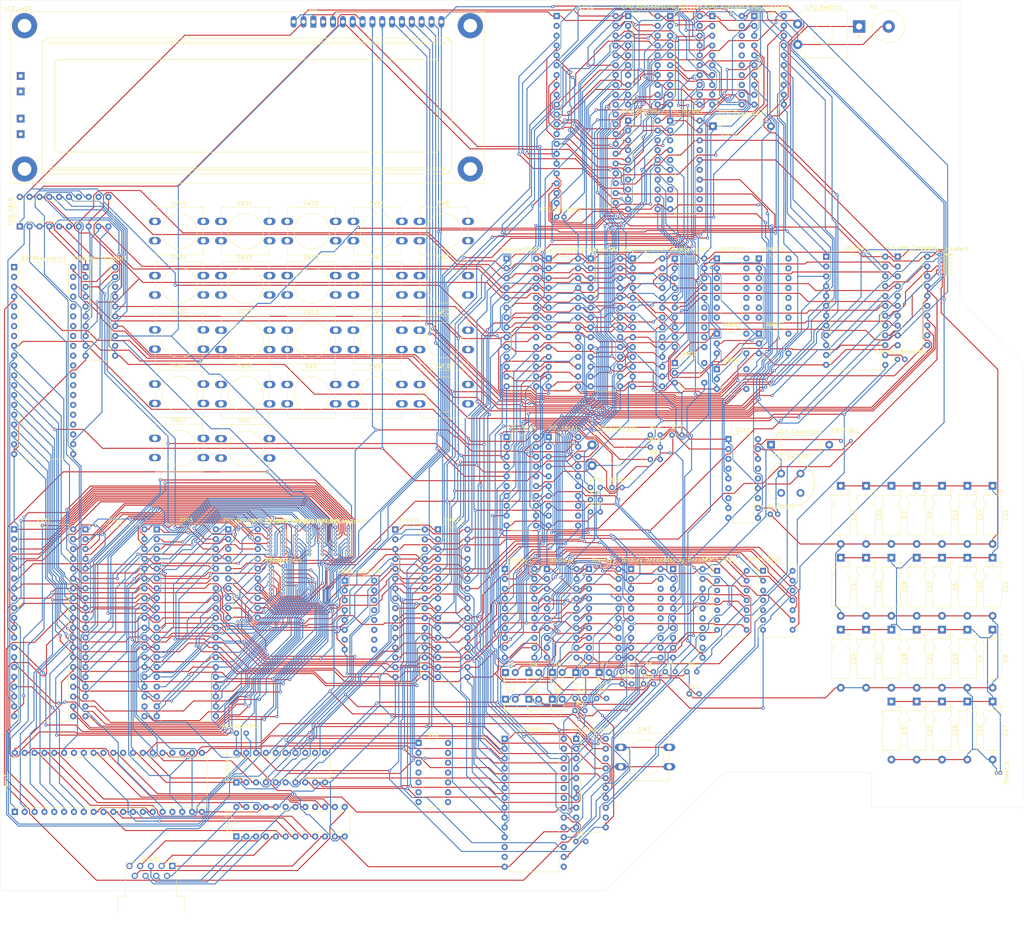
<source format=kicad_pcb>
(kicad_pcb (version 20171130) (host pcbnew "(5.1.9)-1")
  (layers (0 F.Cu signal) (31 B.Cu signal) (34 B.Paste user) (35 F.Paste user) (36 B.SilkS user) (37 F.SilkS user) (38 B.Mask user) (39 F.Mask user) (44 Edge.Cuts user))
  (net 0 "")
  (net 1 GND)
  (net 2 /RESET)
  (net 3 /8086/AD14)
  (net 4 /8086/READY)
  (net 5 /8086/AD13)
  (net 6 /8086/AD12)
  (net 7 /~INTA)
  (net 8 /8086/AD11)
  (net 9 /8086/ALE)
  (net 10 /8086/AD10)
  (net 11 /8086/~DEN)
  (net 12 /8086/AD9)
  (net 13 /8086/DT~R)
  (net 14 /8086/AD8)
  (net 15 /8086/IO)
  (net 16 /8086/AD7)
  (net 17 /8086/Write)
  (net 18 /8086/AD6)
  (net 19 /8086/AD5)
  (net 20 /8086/AD4)
  (net 21 /8086/Read)
  (net 22 /8086/AD3)
  (net 23 /8086/AD2)
  (net 24 /~BHE~S7)
  (net 25 /8086/AD1)
  (net 26 /A19)
  (net 27 /8086/AD0)
  (net 28 /A18)
  (net 29 /A17)
  (net 30 /INTR)
  (net 31 /A16)
  (net 32 /CLK)
  (net 33 /8086/AD15)
  (net 34 VCC)
  (net 35 /PCLK)
  (net 36 +5V)
  (net 37 /8255/P4)
  (net 38 /8255/P10)
  (net 39 /8255/P5)
  (net 40 /8255/P9)
  (net 41 /8255/P6)
  (net 42 /8255/P8)
  (net 43 /8255/P7)
  (net 44 /8255/P19)
  (net 45 /~WR)
  (net 46 /8255/P18)
  (net 47 /8255/P17)
  (net 48 /D0)
  (net 49 /8255/P16)
  (net 50 /D1)
  (net 51 /8255/P20)
  (net 52 /D2)
  (net 53 /8255/P21)
  (net 54 /D3)
  (net 55 /8255/P22)
  (net 56 /D4)
  (net 57 /8255/P23)
  (net 58 /D5)
  (net 59 /A1)
  (net 60 /D6)
  (net 61 /A2)
  (net 62 /D7)
  (net 63 /8255/P15)
  (net 64 /~RD)
  (net 65 /8255/P14)
  (net 66 /8255/P0)
  (net 67 /8255/P13)
  (net 68 /8255/P1)
  (net 69 /8255/P12)
  (net 70 /8255/P2)
  (net 71 /8255/P11)
  (net 72 /8255/P3)
  (net 73 /8259/IR0)
  (net 74 /CNTR2)
  (net 75 /IRQ)
  (net 76 /16550_INTR)
  (net 77 /8279/Col2)
  (net 78 /8279/Col3)
  (net 79 /8279/Col4)
  (net 80 /8279/CS)
  (net 81 /8279/Row0)
  (net 82 /8279/Row1)
  (net 83 /8279/Row2)
  (net 84 /8279/Row3)
  (net 85 /8279/Shift)
  (net 86 /8279/CNTRL)
  (net 87 /8279/Col0)
  (net 88 /8279/Col1)
  (net 89 /A0)
  (net 90 /16550/SIN)
  (net 91 /16550/SOUT)
  (net 92 /M~IO)
  (net 93 /16550/~CTS)
  (net 94 "Net-(R4-Pad2)")
  (net 95 "Net-(R5-Pad2)")
  (net 96 "Net-(8259INTR1-Pad1)")
  (net 97 "Net-(8259INTR1-Pad15)")
  (net 98 "Net-(8259INTR1-Pad16)")
  (net 99 "Net-(8259INTR1-Pad22)")
  (net 100 "Net-(8259INTR1-Pad23)")
  (net 101 "Net-(8259INTR1-Pad24)")
  (net 102 "Net-(8259INTR1-Pad25)")
  (net 103 "Net-(8259INTR1-Pad12)")
  (net 104 "Net-(8259INTR1-Pad13)")
  (net 105 /A11)
  (net 106 /A3)
  (net 107 "Net-(8259Selector1-Pad12)")
  (net 108 /A4)
  (net 109 /A5)
  (net 110 /A12)
  (net 111 /A6)
  (net 112 /A13)
  (net 113 /A7)
  (net 114 /A14)
  (net 115 /A8)
  (net 116 /A15)
  (net 117 /A9)
  (net 118 "Net-(8259Selector1-Pad18)")
  (net 119 /A10)
  (net 120 "Net-(8279Keyboard1-Pad23)")
  (net 121 "Net-(8279Keyboard1-Pad24)")
  (net 122 "Net-(8279Keyboard1-Pad25)")
  (net 123 "Net-(8279Keyboard1-Pad6)")
  (net 124 "Net-(8279Keyboard1-Pad26)")
  (net 125 "Net-(8279Keyboard1-Pad7)")
  (net 126 "Net-(8279Keyboard1-Pad27)")
  (net 127 "Net-(8279Keyboard1-Pad8)")
  (net 128 "Net-(8279Keyboard1-Pad28)")
  (net 129 "Net-(8279Keyboard1-Pad29)")
  (net 130 "Net-(8279Keyboard1-Pad30)")
  (net 131 "Net-(8279Keyboard1-Pad31)")
  (net 132 "Net-(C10-Pad1)")
  (net 133 "Net-(CLK1-Pad11)")
  (net 134 "Net-(CLK1-Pad3)")
  (net 135 "Net-(CLK1-Pad12)")
  (net 136 "Net-(CLK1-Pad4)")
  (net 137 "Net-(CLK1-Pad14)")
  (net 138 "Net-(CLK1-Pad6)")
  (net 139 "Net-(CLK1-Pad15)")
  (net 140 "Net-(CLK1-Pad7)")
  (net 141 "Net-(CLK1-Pad16)")
  (net 142 "Net-(CLK1-Pad17)")
  (net 143 "Net-(CMOS1-Pad30)")
  (net 144 "/CMOS Flash/CMOSHierarchal1/CS")
  (net 145 +12V)
  (net 146 "Net-(Counter1-Pad14)")
  (net 147 "Net-(Counter1-Pad16)")
  (net 148 "Net-(Counter1-Pad17)")
  (net 149 "Net-(Counter1-Pad18)")
  (net 150 "Net-(Counter1-Pad9)")
  (net 151 "Net-(Counter1-Pad21)")
  (net 152 "Net-(Counter1-Pad10)")
  (net 153 "Net-(Counter1-Pad11)")
  (net 154 "Net-(Counter_Decode1-Pad12)")
  (net 155 /8086/S3)
  (net 156 /8086/S4)
  (net 157 "Net-(CPU1-Pad17)")
  (net 158 /8086/S5)
  (net 159 /8086/S6)
  (net 160 "Net-(CPU1-Pad31)")
  (net 161 "Net-(CPU1-Pad30)")
  (net 162 "Net-(CPU1-Pad23)")
  (net 163 "Net-(CPU_ADecode3-Pad12)")
  (net 164 "Net-(CPU_ADecode3-Pad13)")
  (net 165 "Net-(CPU_ADecode3-Pad14)")
  (net 166 "Net-(CPU_ADecode3-Pad15)")
  (net 167 "Net-(CPU_ADecode3-Pad16)")
  (net 168 "Net-(CPU_ADecode3-Pad17)")
  (net 169 "Net-(CPU_ADecode3-Pad18)")
  (net 170 "Net-(CPU_ADecode3-Pad19)")
  (net 171 /D15)
  (net 172 /D14)
  (net 173 /D13)
  (net 174 /D12)
  (net 175 /D11)
  (net 176 /D10)
  (net 177 /D9)
  (net 178 /D8)
  (net 179 "Net-(CPU_IO/WR1-Pad9)")
  (net 180 "Net-(CPU_IO/WR1-Pad8)")
  (net 181 "Net-(CPU_IO/WR1-Pad17)")
  (net 182 "Net-(CPU_IO/WR1-Pad7)")
  (net 183 "Net-(CPU_IO/WR1-Pad15)")
  (net 184 "Net-(CPU_IO/WR1-Pad5)")
  (net 185 "Net-(CPU_IO/WR1-Pad13)")
  (net 186 "Net-(CPU_IO/WR1-Pad3)")
  (net 187 "Net-(CPU_IO/WR1-Pad12)")
  (net 188 "Net-(CPU_IO/WR1-Pad11)")
  (net 189 "Net-(D2-Pad2)")
  (net 190 "Net-(D2-Pad1)")
  (net 191 "Net-(D3-Pad1)")
  (net 192 "Net-(D3-Pad2)")
  (net 193 "Net-(D4-Pad1)")
  (net 194 "Net-(D4-Pad2)")
  (net 195 "Net-(D5-Pad2)")
  (net 196 "Net-(D5-Pad1)")
  (net 197 "Net-(D6-Pad1)")
  (net 198 "Net-(D6-Pad2)")
  (net 199 "Net-(D7-Pad1)")
  (net 200 "Net-(D7-Pad2)")
  (net 201 "Net-(D8-Pad2)")
  (net 202 "Net-(D8-Pad1)")
  (net 203 "Net-(D9-Pad2)")
  (net 204 "Net-(D9-Pad1)")
  (net 205 "Net-(DIP_16LA1-Pad12)")
  (net 206 "Net-(DIP_16LA1-Pad13)")
  (net 207 "Net-(DIP_16LA1-Pad19)")
  (net 208 "Net-(DIP_LS244-Pad8)")
  (net 209 "Net-(DIP_LS244-Pad17)")
  (net 210 "Net-(DIP_LS244-Pad6)")
  (net 211 "Net-(DIP_LS244-Pad15)")
  (net 212 "Net-(DIP_LS244-Pad4)")
  (net 213 "Net-(DIP_LS244-Pad13)")
  (net 214 "Net-(DIP_LS244-Pad2)")
  (net 215 "Net-(DIP_LS244-Pad11)")
  (net 216 "Net-(Display1-Pad19)")
  (net 217 "Net-(Display1-Pad9)")
  (net 218 "Net-(Display1-Pad16)")
  (net 219 "Net-(Display1-Pad6)")
  (net 220 "Net-(Display1-Pad15)")
  (net 221 "Net-(Display1-Pad5)")
  (net 222 "Net-(Display1-Pad12)")
  (net 223 "Net-(Display1-Pad2)")
  (net 224 "Net-(Display1-Pad11)")
  (net 225 "Net-(Display2-Pad11)")
  (net 226 "Net-(Display2-Pad2)")
  (net 227 "Net-(Display2-Pad12)")
  (net 228 "Net-(Display2-Pad5)")
  (net 229 "Net-(Display2-Pad15)")
  (net 230 "Net-(Display2-Pad6)")
  (net 231 "Net-(Display2-Pad16)")
  (net 232 "Net-(Display2-Pad9)")
  (net 233 "Net-(Display2-Pad19)")
  (net 234 "Net-(Display3-Pad11)")
  (net 235 "Net-(Display_Decode1-Pad18)")
  (net 236 "Net-(Display_Decode1-Pad17)")
  (net 237 "Net-(Display_Decode1-Pad16)")
  (net 238 "Net-(Display_Decode1-Pad15)")
  (net 239 "Net-(Display_Decode1-Pad14)")
  (net 240 "Net-(Display_Decode1-Pad13)")
  (net 241 "Net-(Display_Decode1-Pad12)")
  (net 242 "Net-(Display_Decode1-Pad1)")
  (net 243 "Net-(Display_Decode2-Pad1)")
  (net 244 "Net-(Display_Decode2-Pad12)")
  (net 245 "Net-(Display_Decode2-Pad13)")
  (net 246 "Net-(Display_Decode2-Pad14)")
  (net 247 "Net-(Display_Decode2-Pad15)")
  (net 248 "Net-(Display_Decode2-Pad16)")
  (net 249 "Net-(Display_Decode2-Pad17)")
  (net 250 /16550/DCD9)
  (net 251 /16550/DSR9)
  (net 252 /16550/RXD)
  (net 253 /16550/RTS9)
  (net 254 /16550/TXD)
  (net 255 /16550/CTS)
  (net 256 /16550/RI9)
  (net 257 /SRAM/CE11)
  (net 258 /SRAM/CE01)
  (net 259 "Net-(KeyboardSelector1-Pad12)")
  (net 260 "Net-(KeyboardSelector1-Pad18)")
  (net 261 "Net-(LCD_16L8-Pad19)")
  (net 262 "Net-(LCD_16L8-Pad12)")
  (net 263 +3V3)
  (net 264 /SRAM/CE10)
  (net 265 /SRAM/CE00)
  (net 266 "Net-(MAX235-Pad1)")
  (net 267 /16550/RI)
  (net 268 /16550/RTS)
  (net 269 /16550/DTR9)
  (net 270 "Net-(MAX235-Pad16)")
  (net 271 /16550/DTR)
  (net 272 "Net-(MAX235-Pad19)")
  (net 273 /16550/DCD)
  (net 274 "Net-(MAX235-Pad22)")
  (net 275 /16550/DSR)
  (net 276 "Net-(PPI1-Pad6)")
  (net 277 /8255/P28)
  (net 278 /8255/P34)
  (net 279 /8255/P29)
  (net 280 /8255/P33)
  (net 281 /8255/P30)
  (net 282 /8255/P32)
  (net 283 /8255/P31)
  (net 284 /8255/P43)
  (net 285 /8255/P42)
  (net 286 /8255/P41)
  (net 287 /8255/P40)
  (net 288 /8255/P44)
  (net 289 /8255/P45)
  (net 290 /8255/P46)
  (net 291 /8255/P47)
  (net 292 "Net-(PPI2-Pad6)")
  (net 293 /8255/P39)
  (net 294 /8255/P38)
  (net 295 /8255/P24)
  (net 296 /8255/P37)
  (net 297 /8255/P25)
  (net 298 /8255/P36)
  (net 299 /8255/P26)
  (net 300 /8255/P35)
  (net 301 /8255/P27)
  (net 302 /8255/P51)
  (net 303 /8255/P59)
  (net 304 /8255/P50)
  (net 305 /8255/P60)
  (net 306 /8255/P49)
  (net 307 /8255/P61)
  (net 308 /8255/P48)
  (net 309 /8255/P62)
  (net 310 /8255/P63)
  (net 311 "Net-(PPI3-Pad6)")
  (net 312 /8255/P71)
  (net 313 /8255/P70)
  (net 314 /8255/P69)
  (net 315 /8255/P68)
  (net 316 /8255/P64)
  (net 317 /8255/P65)
  (net 318 /8255/P66)
  (net 319 /8255/P67)
  (net 320 /8255/P55)
  (net 321 /8255/P56)
  (net 322 /8255/P54)
  (net 323 /8255/P57)
  (net 324 /8255/P53)
  (net 325 /8255/P58)
  (net 326 /8255/P52)
  (net 327 "Net-(Resistor10K1-Pad2)")
  (net 328 "Net-(Seven_Seg1-Pad12)")
  (net 329 "Net-(Seven_Seg1-Pad6)")
  (net 330 "Net-(Seven_Seg1-Pad5)")
  (net 331 "Net-(Seven_Seg1-Pad4)")
  (net 332 "Net-(Seven_Seg1-Pad3)")
  (net 333 "Net-(Seven_Seg2-Pad3)")
  (net 334 "Net-(Seven_Seg2-Pad4)")
  (net 335 "Net-(Seven_Seg2-Pad5)")
  (net 336 "Net-(Seven_Seg2-Pad6)")
  (net 337 "Net-(Seven_Seg2-Pad12)")
  (net 338 "Net-(SIXTEENL8-Pad12)")
  (net 339 "Net-(SIXTEENL8-Pad13)")
  (net 340 "Net-(SIXTEENL8-Pad19)")
  (net 341 "Net-(SRAMSelector1-Pad15)")
  (net 342 "Net-(SRAMSelector1-Pad14)")
  (net 343 "Net-(SRAMSelector1-Pad13)")
  (net 344 "Net-(SRAMSelector1-Pad12)")
  (net 345 "/CMOS Flash/CMOSHierarchal/CS")
  (net 346 "Net-(UART1-Pad17)")
  (net 347 "Net-(UART1-Pad15)")
  (net 348 "Net-(UART1-Pad34)")
  (net 349 "Net-(UART1-Pad31)")
  (net 350 "Net-(UART1-Pad29)")
  (net 351 "Net-(UART1-Pad24)")
  (net 352 "Net-(UART1-Pad23)")
  (net 353 "Net-(AND1-Pad2)")
  (net 354 "Net-(AND1-Pad1)")
  (net 355 "Net-(AND2-Pad2)")
  (net 356 "Net-(AND3-Pad1)")
  (net 357 "Net-(CMOS2-Pad30)")
  (net 358 "Net-(CMOS_74LS138-Pad9)")
  (net 359 "Net-(CMOS_74LS138-Pad10)")
  (net 360 "Net-(CMOS_74LS138-Pad11)")
  (net 361 "Net-(CMOS_74LS138-Pad12)")
  (net 362 "Net-(CMOS_74LS138-Pad13)")
  (net 363 "Net-(CMOS_74LS138-Pad14)")
  (net 364 "Net-(CMOS_74LS138-Pad7)")
  (module Package_DIP:DIP-32_W7.62mm (layer F.Cu) (at 122.285 120.145)
    (fp_text reference CMOS1 (at 3.81 -2.39) (layer F.SilkS))
    (fp_text value 28F010)
    (pad 32 thru_hole oval (at 7.62 0) (size 1.6 1.6) (drill 0.8) (layers *.Cu *.Mask) (net 34 VCC))
    (pad 16 thru_hole oval (at 0 38.1) (size 1.6 1.6) (drill 0.8) (layers *.Cu *.Mask) (net 1 GND))
    (pad 31 thru_hole oval (at 7.62 2.54) (size 1.6 1.6) (drill 0.8) (layers *.Cu *.Mask) (net 45 /~WR))
    (pad 15 thru_hole oval (at 0 35.56) (size 1.6 1.6) (drill 0.8) (layers *.Cu *.Mask) (net 52 /D2))
    (pad 30 thru_hole oval (at 7.62 5.08) (size 1.6 1.6) (drill 0.8) (layers *.Cu *.Mask) (net 143 "Net-(CMOS1-Pad30)"))
    (pad 14 thru_hole oval (at 0 33.02) (size 1.6 1.6) (drill 0.8) (layers *.Cu *.Mask) (net 50 /D1))
    (pad 29 thru_hole oval (at 7.62 7.62) (size 1.6 1.6) (drill 0.8) (layers *.Cu *.Mask) (net 114 /A14))
    (pad 13 thru_hole oval (at 0 30.48) (size 1.6 1.6) (drill 0.8) (layers *.Cu *.Mask) (net 48 /D0))
    (pad 28 thru_hole oval (at 7.62 10.16) (size 1.6 1.6) (drill 0.8) (layers *.Cu *.Mask) (net 112 /A13))
    (pad 12 thru_hole oval (at 0 27.94) (size 1.6 1.6) (drill 0.8) (layers *.Cu *.Mask) (net 89 /A0))
    (pad 27 thru_hole oval (at 7.62 12.7) (size 1.6 1.6) (drill 0.8) (layers *.Cu *.Mask) (net 115 /A8))
    (pad 11 thru_hole oval (at 0 25.4) (size 1.6 1.6) (drill 0.8) (layers *.Cu *.Mask) (net 59 /A1))
    (pad 26 thru_hole oval (at 7.62 15.24) (size 1.6 1.6) (drill 0.8) (layers *.Cu *.Mask) (net 117 /A9))
    (pad 10 thru_hole oval (at 0 22.86) (size 1.6 1.6) (drill 0.8) (layers *.Cu *.Mask) (net 61 /A2))
    (pad 25 thru_hole oval (at 7.62 17.78) (size 1.6 1.6) (drill 0.8) (layers *.Cu *.Mask) (net 105 /A11))
    (pad 9 thru_hole oval (at 0 20.32) (size 1.6 1.6) (drill 0.8) (layers *.Cu *.Mask) (net 106 /A3))
    (pad 24 thru_hole oval (at 7.62 20.32) (size 1.6 1.6) (drill 0.8) (layers *.Cu *.Mask) (net 64 /~RD))
    (pad 8 thru_hole oval (at 0 17.78) (size 1.6 1.6) (drill 0.8) (layers *.Cu *.Mask) (net 108 /A4))
    (pad 23 thru_hole oval (at 7.62 22.86) (size 1.6 1.6) (drill 0.8) (layers *.Cu *.Mask) (net 119 /A10))
    (pad 7 thru_hole oval (at 0 15.24) (size 1.6 1.6) (drill 0.8) (layers *.Cu *.Mask) (net 109 /A5))
    (pad 22 thru_hole oval (at 7.62 25.4) (size 1.6 1.6) (drill 0.8) (layers *.Cu *.Mask) (net 144 "/CMOS Flash/CMOSHierarchal1/CS"))
    (pad 6 thru_hole oval (at 0 12.7) (size 1.6 1.6) (drill 0.8) (layers *.Cu *.Mask) (net 111 /A6))
    (pad 21 thru_hole oval (at 7.62 27.94) (size 1.6 1.6) (drill 0.8) (layers *.Cu *.Mask) (net 62 /D7))
    (pad 5 thru_hole oval (at 0 10.16) (size 1.6 1.6) (drill 0.8) (layers *.Cu *.Mask) (net 113 /A7))
    (pad 20 thru_hole oval (at 7.62 30.48) (size 1.6 1.6) (drill 0.8) (layers *.Cu *.Mask) (net 60 /D6))
    (pad 4 thru_hole oval (at 0 7.62) (size 1.6 1.6) (drill 0.8) (layers *.Cu *.Mask) (net 110 /A12))
    (pad 19 thru_hole oval (at 7.62 33.02) (size 1.6 1.6) (drill 0.8) (layers *.Cu *.Mask) (net 58 /D5))
    (pad 3 thru_hole oval (at 0 5.08) (size 1.6 1.6) (drill 0.8) (layers *.Cu *.Mask) (net 116 /A15))
    (pad 18 thru_hole oval (at 7.62 35.56) (size 1.6 1.6) (drill 0.8) (layers *.Cu *.Mask) (net 56 /D4))
    (pad 2 thru_hole oval (at 0 2.54) (size 1.6 1.6) (drill 0.8) (layers *.Cu *.Mask) (net 31 /A16))
    (pad 17 thru_hole oval (at 7.62 38.1) (size 1.6 1.6) (drill 0.8) (layers *.Cu *.Mask) (net 54 /D3))
    (pad 1 thru_hole rect (at 0 0) (size 1.6 1.6) (drill 0.8) (layers *.Cu *.Mask) (net 145 +12V))
  )
  (module Package_DIP:DIP-32_W7.62mm (layer F.Cu) (at 133.285 120.145)
    (fp_text reference CMOS2 (at 3.81 -2.39) (layer F.SilkS))
    (fp_text value 28F010)
    (pad 1 thru_hole rect (at 0 0) (size 1.6 1.6) (drill 0.8) (layers *.Cu *.Mask) (net 145 +12V))
    (pad 17 thru_hole oval (at 7.62 38.1) (size 1.6 1.6) (drill 0.8) (layers *.Cu *.Mask) (net 54 /D3))
    (pad 2 thru_hole oval (at 0 2.54) (size 1.6 1.6) (drill 0.8) (layers *.Cu *.Mask) (net 31 /A16))
    (pad 18 thru_hole oval (at 7.62 35.56) (size 1.6 1.6) (drill 0.8) (layers *.Cu *.Mask) (net 56 /D4))
    (pad 3 thru_hole oval (at 0 5.08) (size 1.6 1.6) (drill 0.8) (layers *.Cu *.Mask) (net 116 /A15))
    (pad 19 thru_hole oval (at 7.62 33.02) (size 1.6 1.6) (drill 0.8) (layers *.Cu *.Mask) (net 58 /D5))
    (pad 4 thru_hole oval (at 0 7.62) (size 1.6 1.6) (drill 0.8) (layers *.Cu *.Mask) (net 110 /A12))
    (pad 20 thru_hole oval (at 7.62 30.48) (size 1.6 1.6) (drill 0.8) (layers *.Cu *.Mask) (net 60 /D6))
    (pad 5 thru_hole oval (at 0 10.16) (size 1.6 1.6) (drill 0.8) (layers *.Cu *.Mask) (net 113 /A7))
    (pad 21 thru_hole oval (at 7.62 27.94) (size 1.6 1.6) (drill 0.8) (layers *.Cu *.Mask) (net 62 /D7))
    (pad 6 thru_hole oval (at 0 12.7) (size 1.6 1.6) (drill 0.8) (layers *.Cu *.Mask) (net 111 /A6))
    (pad 22 thru_hole oval (at 7.62 25.4) (size 1.6 1.6) (drill 0.8) (layers *.Cu *.Mask) (net 345 "/CMOS Flash/CMOSHierarchal/CS"))
    (pad 7 thru_hole oval (at 0 15.24) (size 1.6 1.6) (drill 0.8) (layers *.Cu *.Mask) (net 109 /A5))
    (pad 23 thru_hole oval (at 7.62 22.86) (size 1.6 1.6) (drill 0.8) (layers *.Cu *.Mask) (net 119 /A10))
    (pad 8 thru_hole oval (at 0 17.78) (size 1.6 1.6) (drill 0.8) (layers *.Cu *.Mask) (net 108 /A4))
    (pad 24 thru_hole oval (at 7.62 20.32) (size 1.6 1.6) (drill 0.8) (layers *.Cu *.Mask) (net 64 /~RD))
    (pad 9 thru_hole oval (at 0 20.32) (size 1.6 1.6) (drill 0.8) (layers *.Cu *.Mask) (net 106 /A3))
    (pad 25 thru_hole oval (at 7.62 17.78) (size 1.6 1.6) (drill 0.8) (layers *.Cu *.Mask) (net 105 /A11))
    (pad 10 thru_hole oval (at 0 22.86) (size 1.6 1.6) (drill 0.8) (layers *.Cu *.Mask) (net 61 /A2))
    (pad 26 thru_hole oval (at 7.62 15.24) (size 1.6 1.6) (drill 0.8) (layers *.Cu *.Mask) (net 117 /A9))
    (pad 11 thru_hole oval (at 0 25.4) (size 1.6 1.6) (drill 0.8) (layers *.Cu *.Mask) (net 59 /A1))
    (pad 27 thru_hole oval (at 7.62 12.7) (size 1.6 1.6) (drill 0.8) (layers *.Cu *.Mask) (net 115 /A8))
    (pad 12 thru_hole oval (at 0 27.94) (size 1.6 1.6) (drill 0.8) (layers *.Cu *.Mask) (net 89 /A0))
    (pad 28 thru_hole oval (at 7.62 10.16) (size 1.6 1.6) (drill 0.8) (layers *.Cu *.Mask) (net 112 /A13))
    (pad 13 thru_hole oval (at 0 30.48) (size 1.6 1.6) (drill 0.8) (layers *.Cu *.Mask) (net 48 /D0))
    (pad 29 thru_hole oval (at 7.62 7.62) (size 1.6 1.6) (drill 0.8) (layers *.Cu *.Mask) (net 114 /A14))
    (pad 14 thru_hole oval (at 0 33.02) (size 1.6 1.6) (drill 0.8) (layers *.Cu *.Mask) (net 50 /D1))
    (pad 30 thru_hole oval (at 7.62 5.08) (size 1.6 1.6) (drill 0.8) (layers *.Cu *.Mask) (net 357 "Net-(CMOS2-Pad30)"))
    (pad 15 thru_hole oval (at 0 35.56) (size 1.6 1.6) (drill 0.8) (layers *.Cu *.Mask) (net 52 /D2))
    (pad 31 thru_hole oval (at 7.62 2.54) (size 1.6 1.6) (drill 0.8) (layers *.Cu *.Mask) (net 45 /~WR))
    (pad 16 thru_hole oval (at 0 38.1) (size 1.6 1.6) (drill 0.8) (layers *.Cu *.Mask) (net 1 GND))
    (pad 32 thru_hole oval (at 7.62 0) (size 1.6 1.6) (drill 0.8) (layers *.Cu *.Mask) (net 34 VCC))
  )
  (module Button_Switch_THT:SW_PUSH-12mm (layer F.Cu) (at 77.325 96.705)
    (fp_text reference SW5 (at 6.08 -4.66) (layer F.SilkS))
    (fp_text value SW_Push)
    (pad 2 thru_hole oval (at 0 5) (size 3.048 1.85) (drill 1.3) (layers *.Cu *.Mask))
    (pad 1 thru_hole oval (at 0 0) (size 3.048 1.85) (drill 1.3) (layers *.Cu *.Mask))
    (pad 2 thru_hole oval (at 12.5 5) (size 3.048 1.85) (drill 1.3) (layers *.Cu *.Mask))
    (pad 1 thru_hole oval (at 12.5 0) (size 3.048 1.85) (drill 1.3) (layers *.Cu *.Mask))
  )
  (module Button_Switch_THT:SW_PUSH-12mm (layer F.Cu) (at 111.465 54.605)
    (fp_text reference SW4 (at 6.08 -4.66) (layer F.SilkS))
    (fp_text value SW_Push)
    (pad 1 thru_hole oval (at 12.5 0) (size 3.048 1.85) (drill 1.3) (layers *.Cu *.Mask))
    (pad 2 thru_hole oval (at 12.5 5) (size 3.048 1.85) (drill 1.3) (layers *.Cu *.Mask))
    (pad 1 thru_hole oval (at 0 0) (size 3.048 1.85) (drill 1.3) (layers *.Cu *.Mask))
    (pad 2 thru_hole oval (at 0 5) (size 3.048 1.85) (drill 1.3) (layers *.Cu *.Mask))
  )
  (module Button_Switch_THT:SW_PUSH-12mm (layer F.Cu) (at 111.465 82.705)
    (fp_text reference SW11 (at 6.08 -4.66) (layer F.SilkS))
    (fp_text value SW_Push)
    (pad 2 thru_hole oval (at 0 5) (size 3.048 1.85) (drill 1.3) (layers *.Cu *.Mask))
    (pad 1 thru_hole oval (at 0 0) (size 3.048 1.85) (drill 1.3) (layers *.Cu *.Mask))
    (pad 2 thru_hole oval (at 12.5 5) (size 3.048 1.85) (drill 1.3) (layers *.Cu *.Mask))
    (pad 1 thru_hole oval (at 12.5 0) (size 3.048 1.85) (drill 1.3) (layers *.Cu *.Mask))
  )
  (module Button_Switch_THT:SW_PUSH-12mm (layer F.Cu) (at 128.535 54.605)
    (fp_text reference SW9 (at 6.08 -4.66) (layer F.SilkS))
    (fp_text value SW_Push)
    (pad 1 thru_hole oval (at 12.5 0) (size 3.048 1.85) (drill 1.3) (layers *.Cu *.Mask))
    (pad 2 thru_hole oval (at 12.5 5) (size 3.048 1.85) (drill 1.3) (layers *.Cu *.Mask))
    (pad 1 thru_hole oval (at 0 0) (size 3.048 1.85) (drill 1.3) (layers *.Cu *.Mask))
    (pad 2 thru_hole oval (at 0 5) (size 3.048 1.85) (drill 1.3) (layers *.Cu *.Mask))
  )
  (module Button_Switch_THT:SW_PUSH-12mm (layer F.Cu) (at 128.535 40.605)
    (fp_text reference SW8 (at 6.08 -4.66) (layer F.SilkS))
    (fp_text value SW_Push)
    (pad 1 thru_hole oval (at 12.5 0) (size 3.048 1.85) (drill 1.3) (layers *.Cu *.Mask))
    (pad 2 thru_hole oval (at 12.5 5) (size 3.048 1.85) (drill 1.3) (layers *.Cu *.Mask))
    (pad 1 thru_hole oval (at 0 0) (size 3.048 1.85) (drill 1.3) (layers *.Cu *.Mask))
    (pad 2 thru_hole oval (at 0 5) (size 3.048 1.85) (drill 1.3) (layers *.Cu *.Mask))
  )
  (module Button_Switch_THT:SW_PUSH-12mm (layer F.Cu) (at 128.535 68.705)
    (fp_text reference SW12 (at 6.08 -4.66) (layer F.SilkS))
    (fp_text value SW_Push)
    (pad 2 thru_hole oval (at 0 5) (size 3.048 1.85) (drill 1.3) (layers *.Cu *.Mask))
    (pad 1 thru_hole oval (at 0 0) (size 3.048 1.85) (drill 1.3) (layers *.Cu *.Mask))
    (pad 2 thru_hole oval (at 12.5 5) (size 3.048 1.85) (drill 1.3) (layers *.Cu *.Mask))
    (pad 1 thru_hole oval (at 12.5 0) (size 3.048 1.85) (drill 1.3) (layers *.Cu *.Mask))
  )
  (module Button_Switch_THT:SW_PUSH-12mm (layer F.Cu) (at 111.465 68.705)
    (fp_text reference SW7 (at 6.08 -4.66) (layer F.SilkS))
    (fp_text value SW_Push)
    (pad 1 thru_hole oval (at 12.5 0) (size 3.048 1.85) (drill 1.3) (layers *.Cu *.Mask))
    (pad 2 thru_hole oval (at 12.5 5) (size 3.048 1.85) (drill 1.3) (layers *.Cu *.Mask))
    (pad 1 thru_hole oval (at 0 0) (size 3.048 1.85) (drill 1.3) (layers *.Cu *.Mask))
    (pad 2 thru_hole oval (at 0 5) (size 3.048 1.85) (drill 1.3) (layers *.Cu *.Mask))
  )
  (module Button_Switch_THT:SW_PUSH-12mm (layer F.Cu) (at 94.395 82.705)
    (fp_text reference SW6 (at 6.08 -4.66) (layer F.SilkS))
    (fp_text value SW_Push)
    (pad 2 thru_hole oval (at 0 5) (size 3.048 1.85) (drill 1.3) (layers *.Cu *.Mask))
    (pad 1 thru_hole oval (at 0 0) (size 3.048 1.85) (drill 1.3) (layers *.Cu *.Mask))
    (pad 2 thru_hole oval (at 12.5 5) (size 3.048 1.85) (drill 1.3) (layers *.Cu *.Mask))
    (pad 1 thru_hole oval (at 12.5 0) (size 3.048 1.85) (drill 1.3) (layers *.Cu *.Mask))
  )
  (module Button_Switch_THT:SW_PUSH-12mm (layer F.Cu) (at 111.465 40.605)
    (fp_text reference SW14 (at 6.08 -4.66) (layer F.SilkS))
    (fp_text value SW_Push)
    (pad 1 thru_hole oval (at 12.5 0) (size 3.048 1.85) (drill 1.3) (layers *.Cu *.Mask))
    (pad 2 thru_hole oval (at 12.5 5) (size 3.048 1.85) (drill 1.3) (layers *.Cu *.Mask))
    (pad 1 thru_hole oval (at 0 0) (size 3.048 1.85) (drill 1.3) (layers *.Cu *.Mask))
    (pad 2 thru_hole oval (at 0 5) (size 3.048 1.85) (drill 1.3) (layers *.Cu *.Mask))
  )
  (module Button_Switch_THT:SW_PUSH-12mm (layer F.Cu) (at 77.325 68.705)
    (fp_text reference SW23 (at 6.08 -4.66) (layer F.SilkS))
    (fp_text value SW_Push)
    (pad 2 thru_hole oval (at 0 5) (size 3.048 1.85) (drill 1.3) (layers *.Cu *.Mask))
    (pad 1 thru_hole oval (at 0 0) (size 3.048 1.85) (drill 1.3) (layers *.Cu *.Mask))
    (pad 2 thru_hole oval (at 12.5 5) (size 3.048 1.85) (drill 1.3) (layers *.Cu *.Mask))
    (pad 1 thru_hole oval (at 12.5 0) (size 3.048 1.85) (drill 1.3) (layers *.Cu *.Mask))
  )
  (module Button_Switch_THT:SW_PUSH-12mm (layer F.Cu) (at 60.255 82.605)
    (fp_text reference SW22 (at 6.08 -4.66) (layer F.SilkS))
    (fp_text value SW_Push)
    (pad 2 thru_hole oval (at 0 5) (size 3.048 1.85) (drill 1.3) (layers *.Cu *.Mask))
    (pad 1 thru_hole oval (at 0 0) (size 3.048 1.85) (drill 1.3) (layers *.Cu *.Mask))
    (pad 2 thru_hole oval (at 12.5 5) (size 3.048 1.85) (drill 1.3) (layers *.Cu *.Mask))
    (pad 1 thru_hole oval (at 12.5 0) (size 3.048 1.85) (drill 1.3) (layers *.Cu *.Mask))
  )
  (module Button_Switch_THT:SW_PUSH-12mm (layer F.Cu) (at 94.395 40.605)
    (fp_text reference SW20 (at 6.08 -4.66) (layer F.SilkS))
    (fp_text value SW_Push)
    (pad 2 thru_hole oval (at 0 5) (size 3.048 1.85) (drill 1.3) (layers *.Cu *.Mask))
    (pad 1 thru_hole oval (at 0 0) (size 3.048 1.85) (drill 1.3) (layers *.Cu *.Mask))
    (pad 2 thru_hole oval (at 12.5 5) (size 3.048 1.85) (drill 1.3) (layers *.Cu *.Mask))
    (pad 1 thru_hole oval (at 12.5 0) (size 3.048 1.85) (drill 1.3) (layers *.Cu *.Mask))
  )
  (module Button_Switch_THT:SW_PUSH-12mm (layer F.Cu) (at 128.535 82.705)
    (fp_text reference SW10 (at 6.08 -4.66) (layer F.SilkS))
    (fp_text value SW_Push)
    (pad 1 thru_hole oval (at 12.5 0) (size 3.048 1.85) (drill 1.3) (layers *.Cu *.Mask))
    (pad 2 thru_hole oval (at 12.5 5) (size 3.048 1.85) (drill 1.3) (layers *.Cu *.Mask))
    (pad 1 thru_hole oval (at 0 0) (size 3.048 1.85) (drill 1.3) (layers *.Cu *.Mask))
    (pad 2 thru_hole oval (at 0 5) (size 3.048 1.85) (drill 1.3) (layers *.Cu *.Mask))
  )
  (module Button_Switch_THT:SW_PUSH-12mm (layer F.Cu) (at 94.395 68.705)
    (fp_text reference SW13 (at 6.08 -4.66) (layer F.SilkS))
    (fp_text value SW_Push)
    (pad 2 thru_hole oval (at 0 5) (size 3.048 1.85) (drill 1.3) (layers *.Cu *.Mask))
    (pad 1 thru_hole oval (at 0 0) (size 3.048 1.85) (drill 1.3) (layers *.Cu *.Mask))
    (pad 2 thru_hole oval (at 12.5 5) (size 3.048 1.85) (drill 1.3) (layers *.Cu *.Mask))
    (pad 1 thru_hole oval (at 12.5 0) (size 3.048 1.85) (drill 1.3) (layers *.Cu *.Mask))
  )
  (module Button_Switch_THT:SW_PUSH-12mm (layer F.Cu) (at 77.325 40.605)
    (fp_text reference SW21 (at 6.08 -4.66) (layer F.SilkS))
    (fp_text value SW_Push)
    (pad 1 thru_hole oval (at 12.5 0) (size 3.048 1.85) (drill 1.3) (layers *.Cu *.Mask))
    (pad 2 thru_hole oval (at 12.5 5) (size 3.048 1.85) (drill 1.3) (layers *.Cu *.Mask))
    (pad 1 thru_hole oval (at 0 0) (size 3.048 1.85) (drill 1.3) (layers *.Cu *.Mask))
    (pad 2 thru_hole oval (at 0 5) (size 3.048 1.85) (drill 1.3) (layers *.Cu *.Mask))
  )
  (module Button_Switch_THT:SW_PUSH-12mm (layer F.Cu) (at 94.395 54.605)
    (fp_text reference SW19 (at 6.08 -4.66) (layer F.SilkS))
    (fp_text value SW_Push)
    (pad 2 thru_hole oval (at 0 5) (size 3.048 1.85) (drill 1.3) (layers *.Cu *.Mask))
    (pad 1 thru_hole oval (at 0 0) (size 3.048 1.85) (drill 1.3) (layers *.Cu *.Mask))
    (pad 2 thru_hole oval (at 12.5 5) (size 3.048 1.85) (drill 1.3) (layers *.Cu *.Mask))
    (pad 1 thru_hole oval (at 12.5 0) (size 3.048 1.85) (drill 1.3) (layers *.Cu *.Mask))
  )
  (module Button_Switch_THT:SW_PUSH-12mm (layer F.Cu) (at 77.325 82.705)
    (fp_text reference SW18 (at 6.08 -4.66) (layer F.SilkS))
    (fp_text value SW_Push)
    (pad 2 thru_hole oval (at 0 5) (size 3.048 1.85) (drill 1.3) (layers *.Cu *.Mask))
    (pad 1 thru_hole oval (at 0 0) (size 3.048 1.85) (drill 1.3) (layers *.Cu *.Mask))
    (pad 2 thru_hole oval (at 12.5 5) (size 3.048 1.85) (drill 1.3) (layers *.Cu *.Mask))
    (pad 1 thru_hole oval (at 12.5 0) (size 3.048 1.85) (drill 1.3) (layers *.Cu *.Mask))
  )
  (module Button_Switch_THT:SW_PUSH-12mm (layer F.Cu) (at 60.255 96.605)
    (fp_text reference SW17 (at 6.08 -4.66) (layer F.SilkS))
    (fp_text value SW_Push)
    (pad 1 thru_hole oval (at 12.5 0) (size 3.048 1.85) (drill 1.3) (layers *.Cu *.Mask))
    (pad 2 thru_hole oval (at 12.5 5) (size 3.048 1.85) (drill 1.3) (layers *.Cu *.Mask))
    (pad 1 thru_hole oval (at 0 0) (size 3.048 1.85) (drill 1.3) (layers *.Cu *.Mask))
    (pad 2 thru_hole oval (at 0 5) (size 3.048 1.85) (drill 1.3) (layers *.Cu *.Mask))
  )
  (module Button_Switch_THT:SW_PUSH-12mm (layer F.Cu) (at 60.255 40.605)
    (fp_text reference SW16 (at 6.08 -4.66) (layer F.SilkS))
    (fp_text value SW_Push)
    (pad 1 thru_hole oval (at 12.5 0) (size 3.048 1.85) (drill 1.3) (layers *.Cu *.Mask))
    (pad 2 thru_hole oval (at 12.5 5) (size 3.048 1.85) (drill 1.3) (layers *.Cu *.Mask))
    (pad 1 thru_hole oval (at 0 0) (size 3.048 1.85) (drill 1.3) (layers *.Cu *.Mask))
    (pad 2 thru_hole oval (at 0 5) (size 3.048 1.85) (drill 1.3) (layers *.Cu *.Mask))
  )
  (module Button_Switch_THT:SW_PUSH-12mm (layer F.Cu) (at 77.325 54.605)
    (fp_text reference SW15 (at 6.08 -4.66) (layer F.SilkS))
    (fp_text value SW_Push)
    (pad 1 thru_hole oval (at 12.5 0) (size 3.048 1.85) (drill 1.3) (layers *.Cu *.Mask))
    (pad 2 thru_hole oval (at 12.5 5) (size 3.048 1.85) (drill 1.3) (layers *.Cu *.Mask))
    (pad 1 thru_hole oval (at 0 0) (size 3.048 1.85) (drill 1.3) (layers *.Cu *.Mask))
    (pad 2 thru_hole oval (at 0 5) (size 3.048 1.85) (drill 1.3) (layers *.Cu *.Mask))
  )
  (module Button_Switch_THT:SW_PUSH-12mm (layer F.Cu) (at 60.255 68.605)
    (fp_text reference SW25 (at 6.08 -4.66) (layer F.SilkS))
    (fp_text value SW_Push)
    (pad 2 thru_hole oval (at 0 5) (size 3.048 1.85) (drill 1.3) (layers *.Cu *.Mask))
    (pad 1 thru_hole oval (at 0 0) (size 3.048 1.85) (drill 1.3) (layers *.Cu *.Mask))
    (pad 2 thru_hole oval (at 12.5 5) (size 3.048 1.85) (drill 1.3) (layers *.Cu *.Mask))
    (pad 1 thru_hole oval (at 12.5 0) (size 3.048 1.85) (drill 1.3) (layers *.Cu *.Mask))
  )
  (module Button_Switch_THT:SW_PUSH-12mm (layer F.Cu) (at 60.255 54.605)
    (fp_text reference SW24 (at 6.08 -4.66) (layer F.SilkS))
    (fp_text value SW_Push)
    (pad 2 thru_hole oval (at 0 5) (size 3.048 1.85) (drill 1.3) (layers *.Cu *.Mask))
    (pad 1 thru_hole oval (at 0 0) (size 3.048 1.85) (drill 1.3) (layers *.Cu *.Mask))
    (pad 2 thru_hole oval (at 12.5 5) (size 3.048 1.85) (drill 1.3) (layers *.Cu *.Mask))
    (pad 1 thru_hole oval (at 12.5 0) (size 3.048 1.85) (drill 1.3) (layers *.Cu *.Mask))
  )
  (module Package_DIP:DIP-28_W15.24mm (layer F.Cu) (at 150.495 174.175)
    (fp_text reference 8259INTR1 (at 7.62 -2.33) (layer F.SilkS))
    (fp_text value 8259)
    (pad 1 thru_hole rect (at 0 0) (size 1.6 1.6) (drill 0.8) (layers *.Cu *.Mask) (net 96 "Net-(8259INTR1-Pad1)"))
    (pad 15 thru_hole oval (at 15.24 33.02) (size 1.6 1.6) (drill 0.8) (layers *.Cu *.Mask) (net 97 "Net-(8259INTR1-Pad15)"))
    (pad 2 thru_hole oval (at 0 2.54) (size 1.6 1.6) (drill 0.8) (layers *.Cu *.Mask) (net 45 /~WR))
    (pad 16 thru_hole oval (at 15.24 30.48) (size 1.6 1.6) (drill 0.8) (layers *.Cu *.Mask) (net 98 "Net-(8259INTR1-Pad16)"))
    (pad 3 thru_hole oval (at 0 5.08) (size 1.6 1.6) (drill 0.8) (layers *.Cu *.Mask) (net 64 /~RD))
    (pad 17 thru_hole oval (at 15.24 27.94) (size 1.6 1.6) (drill 0.8) (layers *.Cu *.Mask) (net 30 /INTR))
    (pad 4 thru_hole oval (at 0 7.62) (size 1.6 1.6) (drill 0.8) (layers *.Cu *.Mask) (net 62 /D7))
    (pad 18 thru_hole oval (at 15.24 25.4) (size 1.6 1.6) (drill 0.8) (layers *.Cu *.Mask) (net 73 /8259/IR0))
    (pad 5 thru_hole oval (at 0 10.16) (size 1.6 1.6) (drill 0.8) (layers *.Cu *.Mask) (net 60 /D6))
    (pad 19 thru_hole oval (at 15.24 22.86) (size 1.6 1.6) (drill 0.8) (layers *.Cu *.Mask) (net 74 /CNTR2))
    (pad 6 thru_hole oval (at 0 12.7) (size 1.6 1.6) (drill 0.8) (layers *.Cu *.Mask) (net 58 /D5))
    (pad 20 thru_hole oval (at 15.24 20.32) (size 1.6 1.6) (drill 0.8) (layers *.Cu *.Mask) (net 75 /IRQ))
    (pad 7 thru_hole oval (at 0 15.24) (size 1.6 1.6) (drill 0.8) (layers *.Cu *.Mask) (net 56 /D4))
    (pad 21 thru_hole oval (at 15.24 17.78) (size 1.6 1.6) (drill 0.8) (layers *.Cu *.Mask) (net 76 /16550_INTR))
    (pad 8 thru_hole oval (at 0 17.78) (size 1.6 1.6) (drill 0.8) (layers *.Cu *.Mask) (net 54 /D3))
    (pad 22 thru_hole oval (at 15.24 15.24) (size 1.6 1.6) (drill 0.8) (layers *.Cu *.Mask) (net 99 "Net-(8259INTR1-Pad22)"))
    (pad 9 thru_hole oval (at 0 20.32) (size 1.6 1.6) (drill 0.8) (layers *.Cu *.Mask) (net 52 /D2))
    (pad 23 thru_hole oval (at 15.24 12.7) (size 1.6 1.6) (drill 0.8) (layers *.Cu *.Mask) (net 100 "Net-(8259INTR1-Pad23)"))
    (pad 10 thru_hole oval (at 0 22.86) (size 1.6 1.6) (drill 0.8) (layers *.Cu *.Mask) (net 50 /D1))
    (pad 24 thru_hole oval (at 15.24 10.16) (size 1.6 1.6) (drill 0.8) (layers *.Cu *.Mask) (net 101 "Net-(8259INTR1-Pad24)"))
    (pad 11 thru_hole oval (at 0 25.4) (size 1.6 1.6) (drill 0.8) (layers *.Cu *.Mask) (net 48 /D0))
    (pad 25 thru_hole oval (at 15.24 7.62) (size 1.6 1.6) (drill 0.8) (layers *.Cu *.Mask) (net 102 "Net-(8259INTR1-Pad25)"))
    (pad 12 thru_hole oval (at 0 27.94) (size 1.6 1.6) (drill 0.8) (layers *.Cu *.Mask) (net 103 "Net-(8259INTR1-Pad12)"))
    (pad 26 thru_hole oval (at 15.24 5.08) (size 1.6 1.6) (drill 0.8) (layers *.Cu *.Mask) (net 7 /~INTA))
    (pad 13 thru_hole oval (at 0 30.48) (size 1.6 1.6) (drill 0.8) (layers *.Cu *.Mask) (net 104 "Net-(8259INTR1-Pad13)"))
    (pad 27 thru_hole oval (at 15.24 2.54) (size 1.6 1.6) (drill 0.8) (layers *.Cu *.Mask) (net 59 /A1))
    (pad 14 thru_hole oval (at 0 33.02) (size 1.6 1.6) (drill 0.8) (layers *.Cu *.Mask) (net 1 GND))
    (pad 28 thru_hole oval (at 15.24 0) (size 1.6 1.6) (drill 0.8) (layers *.Cu *.Mask) (net 34 VCC))
  )
  (module Package_DIP:DIP-20_W7.62mm (layer F.Cu) (at 168.945 174.175)
    (fp_text reference 8259Selector1 (at 3.81 -2.33) (layer F.SilkS))
    (fp_text value PAL16L8)
    (pad 20 thru_hole oval (at 7.62 0) (size 1.6 1.6) (drill 0.8) (layers *.Cu *.Mask) (net 34 VCC))
    (pad 10 thru_hole oval (at 0 22.86) (size 1.6 1.6) (drill 0.8) (layers *.Cu *.Mask) (net 1 GND))
    (pad 19 thru_hole oval (at 7.62 2.54) (size 1.6 1.6) (drill 0.8) (layers *.Cu *.Mask) (net 96 "Net-(8259INTR1-Pad1)"))
    (pad 9 thru_hole oval (at 0 20.32) (size 1.6 1.6) (drill 0.8) (layers *.Cu *.Mask) (net 119 /A10))
    (pad 18 thru_hole oval (at 7.62 5.08) (size 1.6 1.6) (drill 0.8) (layers *.Cu *.Mask) (net 118 "Net-(8259Selector1-Pad18)"))
    (pad 8 thru_hole oval (at 0 17.78) (size 1.6 1.6) (drill 0.8) (layers *.Cu *.Mask) (net 117 /A9))
    (pad 17 thru_hole oval (at 7.62 7.62) (size 1.6 1.6) (drill 0.8) (layers *.Cu *.Mask) (net 116 /A15))
    (pad 7 thru_hole oval (at 0 15.24) (size 1.6 1.6) (drill 0.8) (layers *.Cu *.Mask) (net 115 /A8))
    (pad 16 thru_hole oval (at 7.62 10.16) (size 1.6 1.6) (drill 0.8) (layers *.Cu *.Mask) (net 114 /A14))
    (pad 6 thru_hole oval (at 0 12.7) (size 1.6 1.6) (drill 0.8) (layers *.Cu *.Mask) (net 113 /A7))
    (pad 15 thru_hole oval (at 7.62 12.7) (size 1.6 1.6) (drill 0.8) (layers *.Cu *.Mask) (net 112 /A13))
    (pad 5 thru_hole oval (at 0 10.16) (size 1.6 1.6) (drill 0.8) (layers *.Cu *.Mask) (net 111 /A6))
    (pad 14 thru_hole oval (at 7.62 15.24) (size 1.6 1.6) (drill 0.8) (layers *.Cu *.Mask) (net 110 /A12))
    (pad 4 thru_hole oval (at 0 7.62) (size 1.6 1.6) (drill 0.8) (layers *.Cu *.Mask) (net 109 /A5))
    (pad 13 thru_hole oval (at 7.62 17.78) (size 1.6 1.6) (drill 0.8) (layers *.Cu *.Mask) (net 92 /M~IO))
    (pad 3 thru_hole oval (at 0 5.08) (size 1.6 1.6) (drill 0.8) (layers *.Cu *.Mask) (net 108 /A4))
    (pad 12 thru_hole oval (at 7.62 20.32) (size 1.6 1.6) (drill 0.8) (layers *.Cu *.Mask) (net 107 "Net-(8259Selector1-Pad12)"))
    (pad 2 thru_hole oval (at 0 2.54) (size 1.6 1.6) (drill 0.8) (layers *.Cu *.Mask) (net 106 /A3))
    (pad 11 thru_hole oval (at 7.62 22.86) (size 1.6 1.6) (drill 0.8) (layers *.Cu *.Mask) (net 105 /A11))
    (pad 1 thru_hole rect (at 0 0) (size 1.6 1.6) (drill 0.8) (layers *.Cu *.Mask) (net 61 /A2))
  )
  (module Package_DIP:DIP-40_W15.24mm (layer F.Cu) (at 23.935 52.415)
    (fp_text reference 8279Keyboard1 (at 7.62 -2.33) (layer F.SilkS))
    (fp_text value pkd8279)
    (pad 40 thru_hole oval (at 15.24 0) (size 1.6 1.6) (drill 0.8) (layers *.Cu *.Mask) (net 36 +5V))
    (pad 20 thru_hole oval (at 0 48.26) (size 1.6 1.6) (drill 0.8) (layers *.Cu *.Mask) (net 1 GND))
    (pad 39 thru_hole oval (at 15.24 2.54) (size 1.6 1.6) (drill 0.8) (layers *.Cu *.Mask) (net 88 /8279/Col1))
    (pad 19 thru_hole oval (at 0 45.72) (size 1.6 1.6) (drill 0.8) (layers *.Cu *.Mask) (net 62 /D7))
    (pad 38 thru_hole oval (at 15.24 5.08) (size 1.6 1.6) (drill 0.8) (layers *.Cu *.Mask) (net 87 /8279/Col0))
    (pad 18 thru_hole oval (at 0 43.18) (size 1.6 1.6) (drill 0.8) (layers *.Cu *.Mask) (net 60 /D6))
    (pad 37 thru_hole oval (at 15.24 7.62) (size 1.6 1.6) (drill 0.8) (layers *.Cu *.Mask) (net 86 /8279/CNTRL))
    (pad 17 thru_hole oval (at 0 40.64) (size 1.6 1.6) (drill 0.8) (layers *.Cu *.Mask) (net 58 /D5))
    (pad 36 thru_hole oval (at 15.24 10.16) (size 1.6 1.6) (drill 0.8) (layers *.Cu *.Mask) (net 85 /8279/Shift))
    (pad 16 thru_hole oval (at 0 38.1) (size 1.6 1.6) (drill 0.8) (layers *.Cu *.Mask) (net 56 /D4))
    (pad 35 thru_hole oval (at 15.24 12.7) (size 1.6 1.6) (drill 0.8) (layers *.Cu *.Mask) (net 84 /8279/Row3))
    (pad 15 thru_hole oval (at 0 35.56) (size 1.6 1.6) (drill 0.8) (layers *.Cu *.Mask) (net 54 /D3))
    (pad 34 thru_hole oval (at 15.24 15.24) (size 1.6 1.6) (drill 0.8) (layers *.Cu *.Mask) (net 83 /8279/Row2))
    (pad 14 thru_hole oval (at 0 33.02) (size 1.6 1.6) (drill 0.8) (layers *.Cu *.Mask) (net 52 /D2))
    (pad 33 thru_hole oval (at 15.24 17.78) (size 1.6 1.6) (drill 0.8) (layers *.Cu *.Mask) (net 82 /8279/Row1))
    (pad 13 thru_hole oval (at 0 30.48) (size 1.6 1.6) (drill 0.8) (layers *.Cu *.Mask) (net 50 /D1))
    (pad 32 thru_hole oval (at 15.24 20.32) (size 1.6 1.6) (drill 0.8) (layers *.Cu *.Mask) (net 81 /8279/Row0))
    (pad 12 thru_hole oval (at 0 27.94) (size 1.6 1.6) (drill 0.8) (layers *.Cu *.Mask) (net 48 /D0))
    (pad 31 thru_hole oval (at 15.24 22.86) (size 1.6 1.6) (drill 0.8) (layers *.Cu *.Mask) (net 131 "Net-(8279Keyboard1-Pad31)"))
    (pad 11 thru_hole oval (at 0 25.4) (size 1.6 1.6) (drill 0.8) (layers *.Cu *.Mask) (net 45 /~WR))
    (pad 30 thru_hole oval (at 15.24 25.4) (size 1.6 1.6) (drill 0.8) (layers *.Cu *.Mask) (net 130 "Net-(8279Keyboard1-Pad30)"))
    (pad 10 thru_hole oval (at 0 22.86) (size 1.6 1.6) (drill 0.8) (layers *.Cu *.Mask) (net 64 /~RD))
    (pad 29 thru_hole oval (at 15.24 27.94) (size 1.6 1.6) (drill 0.8) (layers *.Cu *.Mask) (net 129 "Net-(8279Keyboard1-Pad29)"))
    (pad 9 thru_hole oval (at 0 20.32) (size 1.6 1.6) (drill 0.8) (layers *.Cu *.Mask) (net 2 /RESET))
    (pad 28 thru_hole oval (at 15.24 30.48) (size 1.6 1.6) (drill 0.8) (layers *.Cu *.Mask) (net 128 "Net-(8279Keyboard1-Pad28)"))
    (pad 8 thru_hole oval (at 0 17.78) (size 1.6 1.6) (drill 0.8) (layers *.Cu *.Mask) (net 127 "Net-(8279Keyboard1-Pad8)"))
    (pad 27 thru_hole oval (at 15.24 33.02) (size 1.6 1.6) (drill 0.8) (layers *.Cu *.Mask) (net 126 "Net-(8279Keyboard1-Pad27)"))
    (pad 7 thru_hole oval (at 0 15.24) (size 1.6 1.6) (drill 0.8) (layers *.Cu *.Mask) (net 125 "Net-(8279Keyboard1-Pad7)"))
    (pad 26 thru_hole oval (at 15.24 35.56) (size 1.6 1.6) (drill 0.8) (layers *.Cu *.Mask) (net 124 "Net-(8279Keyboard1-Pad26)"))
    (pad 6 thru_hole oval (at 0 12.7) (size 1.6 1.6) (drill 0.8) (layers *.Cu *.Mask) (net 123 "Net-(8279Keyboard1-Pad6)"))
    (pad 25 thru_hole oval (at 15.24 38.1) (size 1.6 1.6) (drill 0.8) (layers *.Cu *.Mask) (net 122 "Net-(8279Keyboard1-Pad25)"))
    (pad 5 thru_hole oval (at 0 10.16) (size 1.6 1.6) (drill 0.8) (layers *.Cu *.Mask) (net 79 /8279/Col4))
    (pad 24 thru_hole oval (at 15.24 40.64) (size 1.6 1.6) (drill 0.8) (layers *.Cu *.Mask) (net 121 "Net-(8279Keyboard1-Pad24)"))
    (pad 4 thru_hole oval (at 0 7.62) (size 1.6 1.6) (drill 0.8) (layers *.Cu *.Mask) (net 75 /IRQ))
    (pad 23 thru_hole oval (at 15.24 43.18) (size 1.6 1.6) (drill 0.8) (layers *.Cu *.Mask) (net 120 "Net-(8279Keyboard1-Pad23)"))
    (pad 3 thru_hole oval (at 0 5.08) (size 1.6 1.6) (drill 0.8) (layers *.Cu *.Mask) (net 35 /PCLK))
    (pad 22 thru_hole oval (at 15.24 45.72) (size 1.6 1.6) (drill 0.8) (layers *.Cu *.Mask) (net 80 /8279/CS))
    (pad 2 thru_hole oval (at 0 2.54) (size 1.6 1.6) (drill 0.8) (layers *.Cu *.Mask) (net 78 /8279/Col3))
    (pad 21 thru_hole oval (at 15.24 48.26) (size 1.6 1.6) (drill 0.8) (layers *.Cu *.Mask) (net 59 /A1))
    (pad 1 thru_hole rect (at 0 0) (size 1.6 1.6) (drill 0.8) (layers *.Cu *.Mask) (net 77 /8279/Col2))
  )
  (module Package_DIP:DIP-5-6_W7.62mm (layer F.Cu) (at 194.385 77.185)
    (fp_text reference AND1 (at 3.81 -2.33) (layer F.SilkS))
    (fp_text value 74AHC1G08)
    (pad 6 thru_hole oval (at 7.62 0) (size 1.6 1.6) (drill 0.8) (layers *.Cu *.Mask))
    (pad 3 thru_hole oval (at 0 5.08) (size 1.6 1.6) (drill 0.8) (layers *.Cu *.Mask) (net 1 GND))
    (pad 2 thru_hole oval (at 0 2.54) (size 1.6 1.6) (drill 0.8) (layers *.Cu *.Mask) (net 353 "Net-(AND1-Pad2)"))
    (pad 4 thru_hole oval (at 7.62 5.08) (size 1.6 1.6) (drill 0.8) (layers *.Cu *.Mask) (net 257 /SRAM/CE11))
    (pad 1 thru_hole rect (at 0 0) (size 1.6 1.6) (drill 0.8) (layers *.Cu *.Mask) (net 354 "Net-(AND1-Pad1)"))
  )
  (module Package_DIP:DIP-5-6_W7.62mm (layer F.Cu) (at 205.235 69.585)
    (fp_text reference AND2 (at 3.81 -2.33) (layer F.SilkS))
    (fp_text value 74AHC1G08)
    (pad 1 thru_hole rect (at 0 0) (size 1.6 1.6) (drill 0.8) (layers *.Cu *.Mask) (net 354 "Net-(AND1-Pad1)"))
    (pad 4 thru_hole oval (at 7.62 5.08) (size 1.6 1.6) (drill 0.8) (layers *.Cu *.Mask) (net 264 /SRAM/CE10))
    (pad 2 thru_hole oval (at 0 2.54) (size 1.6 1.6) (drill 0.8) (layers *.Cu *.Mask) (net 355 "Net-(AND2-Pad2)"))
    (pad 3 thru_hole oval (at 0 5.08) (size 1.6 1.6) (drill 0.8) (layers *.Cu *.Mask) (net 1 GND))
    (pad 6 thru_hole oval (at 7.62 0) (size 1.6 1.6) (drill 0.8) (layers *.Cu *.Mask))
  )
  (module Package_DIP:DIP-5-6_W7.62mm (layer F.Cu) (at 216.085 69.585)
    (fp_text reference AND3 (at 3.81 -2.33) (layer F.SilkS))
    (fp_text value 74AHC1G08)
    (pad 6 thru_hole oval (at 7.62 0) (size 1.6 1.6) (drill 0.8) (layers *.Cu *.Mask))
    (pad 3 thru_hole oval (at 0 5.08) (size 1.6 1.6) (drill 0.8) (layers *.Cu *.Mask) (net 1 GND))
    (pad 2 thru_hole oval (at 0 2.54) (size 1.6 1.6) (drill 0.8) (layers *.Cu *.Mask) (net 353 "Net-(AND1-Pad2)"))
    (pad 4 thru_hole oval (at 7.62 5.08) (size 1.6 1.6) (drill 0.8) (layers *.Cu *.Mask) (net 258 /SRAM/CE01))
    (pad 1 thru_hole rect (at 0 0) (size 1.6 1.6) (drill 0.8) (layers *.Cu *.Mask) (net 356 "Net-(AND3-Pad1)"))
  )
  (module Package_DIP:DIP-5-6_W7.62mm (layer F.Cu) (at 205.235 78.785)
    (fp_text reference AND4 (at 3.81 -2.33) (layer F.SilkS))
    (fp_text value 74AHC1G08)
    (pad 1 thru_hole rect (at 0 0) (size 1.6 1.6) (drill 0.8) (layers *.Cu *.Mask) (net 355 "Net-(AND2-Pad2)"))
    (pad 4 thru_hole oval (at 7.62 5.08) (size 1.6 1.6) (drill 0.8) (layers *.Cu *.Mask) (net 265 /SRAM/CE00))
    (pad 2 thru_hole oval (at 0 2.54) (size 1.6 1.6) (drill 0.8) (layers *.Cu *.Mask) (net 356 "Net-(AND3-Pad1)"))
    (pad 3 thru_hole oval (at 0 5.08) (size 1.6 1.6) (drill 0.8) (layers *.Cu *.Mask) (net 1 GND))
    (pad 6 thru_hole oval (at 7.62 0) (size 1.6 1.6) (drill 0.8) (layers *.Cu *.Mask))
  )
  (module Capacitor_THT:CP_Axial_L10.0mm_D4.5mm_P15.00mm_Horizontal (layer F.Cu) (at 250.27 164.535 270)
    (fp_text reference C3 (at 7.5 -3.37 90) (layer F.SilkS))
    (fp_text value CP1_Small)
    (pad 2 thru_hole oval (at 15 0 270) (size 2 2) (drill 1) (layers *.Cu *.Mask) (net 34 VCC))
    (pad 1 thru_hole rect (at 0 0 270) (size 2 2) (drill 1) (layers *.Cu *.Mask) (net 132 "Net-(C10-Pad1)"))
  )
  (module Capacitor_THT:CP_Axial_L10.0mm_D4.5mm_P15.00mm_Horizontal (layer F.Cu) (at 269.86 145.985 270)
    (fp_text reference C4 (at 7.5 -3.37 90) (layer F.SilkS))
    (fp_text value CP1_Small)
    (pad 2 thru_hole oval (at 15 0 270) (size 2 2) (drill 1) (layers *.Cu *.Mask) (net 34 VCC))
    (pad 1 thru_hole rect (at 0 0 270) (size 2 2) (drill 1) (layers *.Cu *.Mask) (net 132 "Net-(C10-Pad1)"))
  )
  (module Capacitor_THT:CP_Axial_L10.0mm_D4.5mm_P15.00mm_Horizontal (layer F.Cu) (at 237.21 127.435 270)
    (fp_text reference C5 (at 7.5 -3.37 90) (layer F.SilkS))
    (fp_text value CP1_Small)
    (pad 1 thru_hole rect (at 0 0 270) (size 2 2) (drill 1) (layers *.Cu *.Mask) (net 132 "Net-(C10-Pad1)"))
    (pad 2 thru_hole oval (at 15 0 270) (size 2 2) (drill 1) (layers *.Cu *.Mask) (net 34 VCC))
  )
  (module Capacitor_THT:CP_Axial_L10.0mm_D4.5mm_P15.00mm_Horizontal (layer F.Cu) (at 263.33 127.435 270)
    (fp_text reference C6 (at 7.5 -3.37 90) (layer F.SilkS))
    (fp_text value CP1_Small)
    (pad 1 thru_hole rect (at 0 0 270) (size 2 2) (drill 1) (layers *.Cu *.Mask) (net 132 "Net-(C10-Pad1)"))
    (pad 2 thru_hole oval (at 15 0 270) (size 2 2) (drill 1) (layers *.Cu *.Mask) (net 34 VCC))
  )
  (module Capacitor_THT:CP_Axial_L10.0mm_D4.5mm_P15.00mm_Horizontal (layer F.Cu) (at 250.27 108.885 270)
    (fp_text reference C7 (at 7.5 -3.37 90) (layer F.SilkS))
    (fp_text value CP1_Small)
    (pad 1 thru_hole rect (at 0 0 270) (size 2 2) (drill 1) (layers *.Cu *.Mask) (net 132 "Net-(C10-Pad1)"))
    (pad 2 thru_hole oval (at 15 0 270) (size 2 2) (drill 1) (layers *.Cu *.Mask) (net 34 VCC))
  )
  (module Capacitor_THT:CP_Axial_L10.0mm_D4.5mm_P15.00mm_Horizontal (layer F.Cu) (at 276.39 145.985 270)
    (fp_text reference C8 (at 7.5 -3.37 90) (layer F.SilkS))
    (fp_text value CP1_Small)
    (pad 2 thru_hole oval (at 15 0 270) (size 2 2) (drill 1) (layers *.Cu *.Mask) (net 34 VCC))
    (pad 1 thru_hole rect (at 0 0 270) (size 2 2) (drill 1) (layers *.Cu *.Mask) (net 132 "Net-(C10-Pad1)"))
  )
  (module Capacitor_THT:CP_Axial_L10.0mm_D4.5mm_P15.00mm_Horizontal (layer F.Cu) (at 256.8 108.885 270)
    (fp_text reference C9 (at 7.5 -3.37 90) (layer F.SilkS))
    (fp_text value CP1_Small)
    (pad 2 thru_hole oval (at 15 0 270) (size 2 2) (drill 1) (layers *.Cu *.Mask) (net 34 VCC))
    (pad 1 thru_hole rect (at 0 0 270) (size 2 2) (drill 1) (layers *.Cu *.Mask) (net 132 "Net-(C10-Pad1)"))
  )
  (module Capacitor_THT:CP_Axial_L10.0mm_D4.5mm_P15.00mm_Horizontal (layer F.Cu) (at 269.86 127.435 270)
    (fp_text reference C10 (at 7.5 -3.37 90) (layer F.SilkS))
    (fp_text value CP1_Small)
    (pad 1 thru_hole rect (at 0 0 270) (size 2 2) (drill 1) (layers *.Cu *.Mask) (net 132 "Net-(C10-Pad1)"))
    (pad 2 thru_hole oval (at 15 0 270) (size 2 2) (drill 1) (layers *.Cu *.Mask) (net 34 VCC))
  )
  (module Capacitor_THT:CP_Axial_L10.0mm_D4.5mm_P15.00mm_Horizontal (layer F.Cu) (at 263.33 108.885 270)
    (fp_text reference C11 (at 7.5 -3.37 90) (layer F.SilkS))
    (fp_text value CP1_Small)
    (pad 1 thru_hole rect (at 0 0 270) (size 2 2) (drill 1) (layers *.Cu *.Mask) (net 132 "Net-(C10-Pad1)"))
    (pad 2 thru_hole oval (at 15 0 270) (size 2 2) (drill 1) (layers *.Cu *.Mask) (net 34 VCC))
  )
  (module Capacitor_THT:CP_Axial_L10.0mm_D4.5mm_P15.00mm_Horizontal (layer F.Cu) (at 276.39 127.435 270)
    (fp_text reference C12 (at 7.5 -3.37 90) (layer F.SilkS))
    (fp_text value CP1_Small)
    (pad 2 thru_hole oval (at 15 0 270) (size 2 2) (drill 1) (layers *.Cu *.Mask) (net 34 VCC))
    (pad 1 thru_hole rect (at 0 0 270) (size 2 2) (drill 1) (layers *.Cu *.Mask) (net 132 "Net-(C10-Pad1)"))
  )
  (module Capacitor_THT:CP_Axial_L10.0mm_D4.5mm_P15.00mm_Horizontal (layer F.Cu) (at 256.8 127.435 270)
    (fp_text reference C13 (at 7.5 -3.37 90) (layer F.SilkS))
    (fp_text value CP1_Small)
    (pad 2 thru_hole oval (at 15 0 270) (size 2 2) (drill 1) (layers *.Cu *.Mask) (net 34 VCC))
    (pad 1 thru_hole rect (at 0 0 270) (size 2 2) (drill 1) (layers *.Cu *.Mask) (net 132 "Net-(C10-Pad1)"))
  )
  (module Capacitor_THT:CP_Axial_L10.0mm_D4.5mm_P15.00mm_Horizontal (layer F.Cu) (at 269.86 108.885 270)
    (fp_text reference C14 (at 7.5 -3.37 90) (layer F.SilkS))
    (fp_text value CP1_Small)
    (pad 2 thru_hole oval (at 15 0 270) (size 2 2) (drill 1) (layers *.Cu *.Mask) (net 34 VCC))
    (pad 1 thru_hole rect (at 0 0 270) (size 2 2) (drill 1) (layers *.Cu *.Mask) (net 132 "Net-(C10-Pad1)"))
  )
  (module Capacitor_THT:CP_Axial_L10.0mm_D4.5mm_P15.00mm_Horizontal (layer F.Cu) (at 243.74 108.885 270)
    (fp_text reference C15 (at 7.5 -3.37 90) (layer F.SilkS))
    (fp_text value CP1_Small)
    (pad 1 thru_hole rect (at 0 0 270) (size 2 2) (drill 1) (layers *.Cu *.Mask) (net 132 "Net-(C10-Pad1)"))
    (pad 2 thru_hole oval (at 15 0 270) (size 2 2) (drill 1) (layers *.Cu *.Mask) (net 34 VCC))
  )
  (module Capacitor_THT:CP_Axial_L10.0mm_D4.5mm_P15.00mm_Horizontal (layer F.Cu) (at 237.21 108.885 270)
    (fp_text reference C16 (at 7.5 -3.37 90) (layer F.SilkS))
    (fp_text value CP1_Small)
    (pad 1 thru_hole rect (at 0 0 270) (size 2 2) (drill 1) (layers *.Cu *.Mask) (net 132 "Net-(C10-Pad1)"))
    (pad 2 thru_hole oval (at 15 0 270) (size 2 2) (drill 1) (layers *.Cu *.Mask) (net 34 VCC))
  )
  (module Capacitor_THT:CP_Axial_L10.0mm_D4.5mm_P15.00mm_Horizontal (layer F.Cu) (at 276.39 164.535 270)
    (fp_text reference C17 (at 7.5 -3.37 90) (layer F.SilkS))
    (fp_text value CP1_Small)
    (pad 2 thru_hole oval (at 15 0 270) (size 2 2) (drill 1) (layers *.Cu *.Mask) (net 34 VCC))
    (pad 1 thru_hole rect (at 0 0 270) (size 2 2) (drill 1) (layers *.Cu *.Mask) (net 132 "Net-(C10-Pad1)"))
  )
  (module Capacitor_THT:CP_Axial_L10.0mm_D4.5mm_P15.00mm_Horizontal (layer F.Cu) (at 250.27 127.435 270)
    (fp_text reference C18 (at 7.5 -3.37 90) (layer F.SilkS))
    (fp_text value CP1_Small)
    (pad 2 thru_hole oval (at 15 0 270) (size 2 2) (drill 1) (layers *.Cu *.Mask) (net 34 VCC))
    (pad 1 thru_hole rect (at 0 0 270) (size 2 2) (drill 1) (layers *.Cu *.Mask) (net 132 "Net-(C10-Pad1)"))
  )
  (module Capacitor_THT:CP_Axial_L10.0mm_D4.5mm_P15.00mm_Horizontal (layer F.Cu) (at 263.33 145.985 270)
    (fp_text reference C19 (at 7.5 -3.37 90) (layer F.SilkS))
    (fp_text value CP1_Small)
    (pad 1 thru_hole rect (at 0 0 270) (size 2 2) (drill 1) (layers *.Cu *.Mask) (net 132 "Net-(C10-Pad1)"))
    (pad 2 thru_hole oval (at 15 0 270) (size 2 2) (drill 1) (layers *.Cu *.Mask) (net 34 VCC))
  )
  (module Capacitor_THT:CP_Axial_L10.0mm_D4.5mm_P15.00mm_Horizontal (layer F.Cu) (at 269.86 164.535 270)
    (fp_text reference C20 (at 7.5 -3.37 90) (layer F.SilkS))
    (fp_text value CP1_Small)
    (pad 2 thru_hole oval (at 15 0 270) (size 2 2) (drill 1) (layers *.Cu *.Mask) (net 34 VCC))
    (pad 1 thru_hole rect (at 0 0 270) (size 2 2) (drill 1) (layers *.Cu *.Mask) (net 132 "Net-(C10-Pad1)"))
  )
  (module Capacitor_THT:CP_Axial_L10.0mm_D4.5mm_P15.00mm_Horizontal (layer F.Cu) (at 256.8 145.985 270)
    (fp_text reference C21 (at 7.5 -3.37 90) (layer F.SilkS))
    (fp_text value CP1_Small)
    (pad 2 thru_hole oval (at 15 0 270) (size 2 2) (drill 1) (layers *.Cu *.Mask) (net 34 VCC))
    (pad 1 thru_hole rect (at 0 0 270) (size 2 2) (drill 1) (layers *.Cu *.Mask) (net 132 "Net-(C10-Pad1)"))
  )
  (module Capacitor_THT:CP_Axial_L10.0mm_D4.5mm_P15.00mm_Horizontal (layer F.Cu) (at 276.39 108.885 270)
    (fp_text reference C22 (at 7.5 -3.37 90) (layer F.SilkS))
    (fp_text value CP1_Small)
    (pad 1 thru_hole rect (at 0 0 270) (size 2 2) (drill 1) (layers *.Cu *.Mask) (net 132 "Net-(C10-Pad1)"))
    (pad 2 thru_hole oval (at 15 0 270) (size 2 2) (drill 1) (layers *.Cu *.Mask) (net 34 VCC))
  )
  (module Capacitor_THT:CP_Axial_L10.0mm_D4.5mm_P15.00mm_Horizontal (layer F.Cu) (at 243.74 127.435 270)
    (fp_text reference C23 (at 7.5 -3.37 90) (layer F.SilkS))
    (fp_text value CP1_Small)
    (pad 1 thru_hole rect (at 0 0 270) (size 2 2) (drill 1) (layers *.Cu *.Mask) (net 132 "Net-(C10-Pad1)"))
    (pad 2 thru_hole oval (at 15 0 270) (size 2 2) (drill 1) (layers *.Cu *.Mask) (net 34 VCC))
  )
  (module Capacitor_THT:CP_Axial_L10.0mm_D4.5mm_P15.00mm_Horizontal (layer F.Cu) (at 237.21 145.985 270)
    (fp_text reference C24 (at 7.5 -3.37 90) (layer F.SilkS))
    (fp_text value CP1_Small)
    (pad 1 thru_hole rect (at 0 0 270) (size 2 2) (drill 1) (layers *.Cu *.Mask) (net 132 "Net-(C10-Pad1)"))
    (pad 2 thru_hole oval (at 15 0 270) (size 2 2) (drill 1) (layers *.Cu *.Mask) (net 34 VCC))
  )
  (module Capacitor_THT:CP_Axial_L10.0mm_D4.5mm_P15.00mm_Horizontal (layer F.Cu) (at 256.8 164.535 270)
    (fp_text reference C25 (at 7.5 -3.37 90) (layer F.SilkS))
    (fp_text value CP1_Small)
    (pad 2 thru_hole oval (at 15 0 270) (size 2 2) (drill 1) (layers *.Cu *.Mask) (net 34 VCC))
    (pad 1 thru_hole rect (at 0 0 270) (size 2 2) (drill 1) (layers *.Cu *.Mask) (net 132 "Net-(C10-Pad1)"))
  )
  (module Capacitor_THT:CP_Axial_L10.0mm_D4.5mm_P15.00mm_Horizontal (layer F.Cu) (at 263.33 164.535 270)
    (fp_text reference C26 (at 7.5 -3.37 90) (layer F.SilkS))
    (fp_text value CP1_Small)
    (pad 2 thru_hole oval (at 15 0 270) (size 2 2) (drill 1) (layers *.Cu *.Mask) (net 34 VCC))
    (pad 1 thru_hole rect (at 0 0 270) (size 2 2) (drill 1) (layers *.Cu *.Mask) (net 132 "Net-(C10-Pad1)"))
  )
  (module Capacitor_THT:CP_Axial_L10.0mm_D4.5mm_P15.00mm_Horizontal (layer F.Cu) (at 243.74 145.985 270)
    (fp_text reference C27 (at 7.5 -3.37 90) (layer F.SilkS))
    (fp_text value CP1_Small)
    (pad 1 thru_hole rect (at 0 0 270) (size 2 2) (drill 1) (layers *.Cu *.Mask) (net 132 "Net-(C10-Pad1)"))
    (pad 2 thru_hole oval (at 15 0 270) (size 2 2) (drill 1) (layers *.Cu *.Mask) (net 34 VCC))
  )
  (module Capacitor_THT:CP_Axial_L10.0mm_D4.5mm_P15.00mm_Horizontal (layer F.Cu) (at 250.27 145.985 270)
    (fp_text reference C28 (at 7.5 -3.37 90) (layer F.SilkS))
    (fp_text value CP1_Small)
    (pad 1 thru_hole rect (at 0 0 270) (size 2 2) (drill 1) (layers *.Cu *.Mask) (net 132 "Net-(C10-Pad1)"))
    (pad 2 thru_hole oval (at 15 0 270) (size 2 2) (drill 1) (layers *.Cu *.Mask) (net 34 VCC))
  )
  (module Package_DIP:DIP-18_W7.62mm (layer F.Cu) (at 208.225 96.825)
    (fp_text reference CLK1 (at 3.81 -2.33) (layer F.SilkS))
    (fp_text value 8284)
    (pad 1 thru_hole rect (at 0 0) (size 1.6 1.6) (drill 0.8) (layers *.Cu *.Mask) (net 1 GND))
    (pad 10 thru_hole oval (at 7.62 20.32) (size 1.6 1.6) (drill 0.8) (layers *.Cu *.Mask) (net 2 /RESET))
    (pad 2 thru_hole oval (at 0 2.54) (size 1.6 1.6) (drill 0.8) (layers *.Cu *.Mask) (net 35 /PCLK))
    (pad 11 thru_hole oval (at 7.62 17.78) (size 1.6 1.6) (drill 0.8) (layers *.Cu *.Mask) (net 133 "Net-(CLK1-Pad11)"))
    (pad 3 thru_hole oval (at 0 5.08) (size 1.6 1.6) (drill 0.8) (layers *.Cu *.Mask) (net 134 "Net-(CLK1-Pad3)"))
    (pad 12 thru_hole oval (at 7.62 15.24) (size 1.6 1.6) (drill 0.8) (layers *.Cu *.Mask) (net 135 "Net-(CLK1-Pad12)"))
    (pad 4 thru_hole oval (at 0 7.62) (size 1.6 1.6) (drill 0.8) (layers *.Cu *.Mask) (net 136 "Net-(CLK1-Pad4)"))
    (pad 13 thru_hole oval (at 7.62 12.7) (size 1.6 1.6) (drill 0.8) (layers *.Cu *.Mask) (net 1 GND))
    (pad 5 thru_hole oval (at 0 10.16) (size 1.6 1.6) (drill 0.8) (layers *.Cu *.Mask) (net 4 /8086/READY))
    (pad 14 thru_hole oval (at 7.62 10.16) (size 1.6 1.6) (drill 0.8) (layers *.Cu *.Mask) (net 137 "Net-(CLK1-Pad14)"))
    (pad 6 thru_hole oval (at 0 12.7) (size 1.6 1.6) (drill 0.8) (layers *.Cu *.Mask) (net 138 "Net-(CLK1-Pad6)"))
    (pad 15 thru_hole oval (at 7.62 7.62) (size 1.6 1.6) (drill 0.8) (layers *.Cu *.Mask) (net 139 "Net-(CLK1-Pad15)"))
    (pad 7 thru_hole oval (at 0 15.24) (size 1.6 1.6) (drill 0.8) (layers *.Cu *.Mask) (net 140 "Net-(CLK1-Pad7)"))
    (pad 16 thru_hole oval (at 7.62 5.08) (size 1.6 1.6) (drill 0.8) (layers *.Cu *.Mask) (net 141 "Net-(CLK1-Pad16)"))
    (pad 8 thru_hole oval (at 0 17.78) (size 1.6 1.6) (drill 0.8) (layers *.Cu *.Mask) (net 32 /CLK))
    (pad 17 thru_hole oval (at 7.62 2.54) (size 1.6 1.6) (drill 0.8) (layers *.Cu *.Mask) (net 142 "Net-(CLK1-Pad17)"))
    (pad 9 thru_hole oval (at 0 20.32) (size 1.6 1.6) (drill 0.8) (layers *.Cu *.Mask) (net 1 GND))
    (pad 18 thru_hole oval (at 7.62 0) (size 1.6 1.6) (drill 0.8) (layers *.Cu *.Mask) (net 34 VCC))
  )
  (module Capacitor_THT:CP_Axial_L10.0mm_D4.5mm_P15.00mm_Horizontal (layer F.Cu) (at 219.225 98.26)
    (fp_text reference CLK_Capacitor1 (at 7.5 -3.37) (layer F.SilkS))
    (fp_text value 10uF)
    (pad 2 thru_hole oval (at 15 0) (size 2 2) (drill 1) (layers *.Cu *.Mask) (net 1 GND))
    (pad 1 thru_hole rect (at 0 0) (size 2 2) (drill 1) (layers *.Cu *.Mask) (net 133 "Net-(CLK1-Pad11)"))
  )
  (module Resistor_THT:R_Axial_DIN0204_L3.6mm_D1.6mm_P1.90mm_Vertical (layer F.Cu) (at 219.025 116.195)
    (fp_text reference CLK_Resistor1 (at 0.95 -1.92) (layer F.SilkS))
    (fp_text value 10k)
    (pad 1 thru_hole circle (at 0 0) (size 1.4 1.4) (drill 0.7) (layers *.Cu *.Mask) (net 34 VCC))
    (pad 2 thru_hole oval (at 1.9 0) (size 1.4 1.4) (drill 0.7) (layers *.Cu *.Mask) (net 133 "Net-(CLK1-Pad11)"))
  )
  (module Button_Switch_THT:Push_E-Switch_KS01Q01 (layer F.Cu) (at 221.828 105.708)
    (fp_text reference CLK_Switch1 (at 2.5 -4.5) (layer F.SilkS))
    (fp_text value SW_DPST_x2)
    (pad 1 thru_hole circle (at 0 0) (size 2 2) (drill 1.1) (layers *.Cu *.Mask) (net 133 "Net-(CLK1-Pad11)"))
    (pad 2 thru_hole circle (at 5 0) (size 2 2) (drill 1.1) (layers *.Cu *.Mask) (net 1 GND))
    (pad 4 thru_hole circle (at 5 5) (size 2 2) (drill 1.1) (layers *.Cu *.Mask))
    (pad 3 thru_hole circle (at 0 5) (size 2 2) (drill 1.1) (layers *.Cu *.Mask))
  )
  (module Package_DIP:DIP-16_W7.62mm (layer F.Cu) (at 109.22 133.35)
    (fp_text reference CMOS_74LS138 (at 3.81 -2.33) (layer F.SilkS))
    (fp_text value 74LS138)
    (pad 1 thru_hole rect (at 0 0) (size 1.6 1.6) (drill 0.8) (layers *.Cu *.Mask) (net 29 /A17))
    (pad 9 thru_hole oval (at 7.62 17.78) (size 1.6 1.6) (drill 0.8) (layers *.Cu *.Mask) (net 358 "Net-(CMOS_74LS138-Pad9)"))
    (pad 2 thru_hole oval (at 0 2.54) (size 1.6 1.6) (drill 0.8) (layers *.Cu *.Mask) (net 28 /A18))
    (pad 10 thru_hole oval (at 7.62 15.24) (size 1.6 1.6) (drill 0.8) (layers *.Cu *.Mask) (net 359 "Net-(CMOS_74LS138-Pad10)"))
    (pad 3 thru_hole oval (at 0 5.08) (size 1.6 1.6) (drill 0.8) (layers *.Cu *.Mask) (net 26 /A19))
    (pad 11 thru_hole oval (at 7.62 12.7) (size 1.6 1.6) (drill 0.8) (layers *.Cu *.Mask) (net 360 "Net-(CMOS_74LS138-Pad11)"))
    (pad 4 thru_hole oval (at 0 7.62) (size 1.6 1.6) (drill 0.8) (layers *.Cu *.Mask) (net 1 GND))
    (pad 12 thru_hole oval (at 7.62 10.16) (size 1.6 1.6) (drill 0.8) (layers *.Cu *.Mask) (net 361 "Net-(CMOS_74LS138-Pad12)"))
    (pad 5 thru_hole oval (at 0 10.16) (size 1.6 1.6) (drill 0.8) (layers *.Cu *.Mask) (net 34 VCC))
    (pad 13 thru_hole oval (at 7.62 7.62) (size 1.6 1.6) (drill 0.8) (layers *.Cu *.Mask) (net 362 "Net-(CMOS_74LS138-Pad13)"))
    (pad 6 thru_hole oval (at 0 12.7) (size 1.6 1.6) (drill 0.8) (layers *.Cu *.Mask) (net 34 VCC))
    (pad 14 thru_hole oval (at 7.62 5.08) (size 1.6 1.6) (drill 0.8) (layers *.Cu *.Mask) (net 363 "Net-(CMOS_74LS138-Pad14)"))
    (pad 7 thru_hole oval (at 0 15.24) (size 1.6 1.6) (drill 0.8) (layers *.Cu *.Mask) (net 364 "Net-(CMOS_74LS138-Pad7)"))
    (pad 15 thru_hole oval (at 7.62 2.54) (size 1.6 1.6) (drill 0.8) (layers *.Cu *.Mask) (net 345 "/CMOS Flash/CMOSHierarchal/CS"))
    (pad 8 thru_hole oval (at 0 17.78) (size 1.6 1.6) (drill 0.8) (layers *.Cu *.Mask) (net 1 GND))
    (pad 16 thru_hole oval (at 7.62 0) (size 1.6 1.6) (drill 0.8) (layers *.Cu *.Mask) (net 34 VCC))
  )
  (module Package_DIP:DIP-24_W15.24mm (layer F.Cu) (at 233.445 49.715)
    (fp_text reference Counter1 (at 7.62 -2.33) (layer F.SilkS))
    (fp_text value 8254)
    (pad 1 thru_hole rect (at 0 0) (size 1.6 1.6) (drill 0.8) (layers *.Cu *.Mask) (net 62 /D7))
    (pad 13 thru_hole oval (at 15.24 27.94) (size 1.6 1.6) (drill 0.8) (layers *.Cu *.Mask) (net 74 /CNTR2))
    (pad 2 thru_hole oval (at 0 2.54) (size 1.6 1.6) (drill 0.8) (layers *.Cu *.Mask) (net 60 /D6))
    (pad 14 thru_hole oval (at 15.24 25.4) (size 1.6 1.6) (drill 0.8) (layers *.Cu *.Mask) (net 146 "Net-(Counter1-Pad14)"))
    (pad 3 thru_hole oval (at 0 5.08) (size 1.6 1.6) (drill 0.8) (layers *.Cu *.Mask) (net 58 /D5))
    (pad 15 thru_hole oval (at 15.24 22.86) (size 1.6 1.6) (drill 0.8) (layers *.Cu *.Mask) (net 32 /CLK))
    (pad 4 thru_hole oval (at 0 7.62) (size 1.6 1.6) (drill 0.8) (layers *.Cu *.Mask) (net 56 /D4))
    (pad 16 thru_hole oval (at 15.24 20.32) (size 1.6 1.6) (drill 0.8) (layers *.Cu *.Mask) (net 147 "Net-(Counter1-Pad16)"))
    (pad 5 thru_hole oval (at 0 10.16) (size 1.6 1.6) (drill 0.8) (layers *.Cu *.Mask) (net 54 /D3))
    (pad 17 thru_hole oval (at 15.24 17.78) (size 1.6 1.6) (drill 0.8) (layers *.Cu *.Mask) (net 148 "Net-(Counter1-Pad17)"))
    (pad 6 thru_hole oval (at 0 12.7) (size 1.6 1.6) (drill 0.8) (layers *.Cu *.Mask) (net 52 /D2))
    (pad 18 thru_hole oval (at 15.24 15.24) (size 1.6 1.6) (drill 0.8) (layers *.Cu *.Mask) (net 149 "Net-(Counter1-Pad18)"))
    (pad 7 thru_hole oval (at 0 15.24) (size 1.6 1.6) (drill 0.8) (layers *.Cu *.Mask) (net 50 /D1))
    (pad 19 thru_hole oval (at 15.24 12.7) (size 1.6 1.6) (drill 0.8) (layers *.Cu *.Mask) (net 59 /A1))
    (pad 8 thru_hole oval (at 0 17.78) (size 1.6 1.6) (drill 0.8) (layers *.Cu *.Mask) (net 48 /D0))
    (pad 20 thru_hole oval (at 15.24 10.16) (size 1.6 1.6) (drill 0.8) (layers *.Cu *.Mask) (net 61 /A2))
    (pad 9 thru_hole oval (at 0 20.32) (size 1.6 1.6) (drill 0.8) (layers *.Cu *.Mask) (net 150 "Net-(Counter1-Pad9)"))
    (pad 21 thru_hole oval (at 15.24 7.62) (size 1.6 1.6) (drill 0.8) (layers *.Cu *.Mask) (net 151 "Net-(Counter1-Pad21)"))
    (pad 10 thru_hole oval (at 0 22.86) (size 1.6 1.6) (drill 0.8) (layers *.Cu *.Mask) (net 152 "Net-(Counter1-Pad10)"))
    (pad 22 thru_hole oval (at 15.24 5.08) (size 1.6 1.6) (drill 0.8) (layers *.Cu *.Mask) (net 64 /~RD))
    (pad 11 thru_hole oval (at 0 25.4) (size 1.6 1.6) (drill 0.8) (layers *.Cu *.Mask) (net 153 "Net-(Counter1-Pad11)"))
    (pad 23 thru_hole oval (at 15.24 2.54) (size 1.6 1.6) (drill 0.8) (layers *.Cu *.Mask) (net 45 /~WR))
    (pad 12 thru_hole oval (at 0 27.94) (size 1.6 1.6) (drill 0.8) (layers *.Cu *.Mask) (net 1 GND))
    (pad 24 thru_hole oval (at 15.24 0) (size 1.6 1.6) (drill 0.8) (layers *.Cu *.Mask) (net 34 VCC))
  )
  (module Package_DIP:DIP-20_W7.62mm (layer F.Cu) (at 251.895 49.715)
    (fp_text reference Counter_Decode1 (at 3.81 -2.33) (layer F.SilkS))
    (fp_text value PAL16L8)
    (pad 1 thru_hole rect (at 0 0) (size 1.6 1.6) (drill 0.8) (layers *.Cu *.Mask) (net 92 /M~IO))
    (pad 11 thru_hole oval (at 7.62 22.86) (size 1.6 1.6) (drill 0.8) (layers *.Cu *.Mask) (net 119 /A10))
    (pad 2 thru_hole oval (at 0 2.54) (size 1.6 1.6) (drill 0.8) (layers *.Cu *.Mask) (net 89 /A0))
    (pad 12 thru_hole oval (at 7.62 20.32) (size 1.6 1.6) (drill 0.8) (layers *.Cu *.Mask) (net 154 "Net-(Counter_Decode1-Pad12)"))
    (pad 3 thru_hole oval (at 0 5.08) (size 1.6 1.6) (drill 0.8) (layers *.Cu *.Mask) (net 106 /A3))
    (pad 13 thru_hole oval (at 7.62 17.78) (size 1.6 1.6) (drill 0.8) (layers *.Cu *.Mask) (net 105 /A11))
    (pad 4 thru_hole oval (at 0 7.62) (size 1.6 1.6) (drill 0.8) (layers *.Cu *.Mask) (net 108 /A4))
    (pad 14 thru_hole oval (at 7.62 15.24) (size 1.6 1.6) (drill 0.8) (layers *.Cu *.Mask) (net 110 /A12))
    (pad 5 thru_hole oval (at 0 10.16) (size 1.6 1.6) (drill 0.8) (layers *.Cu *.Mask) (net 109 /A5))
    (pad 15 thru_hole oval (at 7.62 12.7) (size 1.6 1.6) (drill 0.8) (layers *.Cu *.Mask) (net 112 /A13))
    (pad 6 thru_hole oval (at 0 12.7) (size 1.6 1.6) (drill 0.8) (layers *.Cu *.Mask) (net 111 /A6))
    (pad 16 thru_hole oval (at 7.62 10.16) (size 1.6 1.6) (drill 0.8) (layers *.Cu *.Mask) (net 114 /A14))
    (pad 7 thru_hole oval (at 0 15.24) (size 1.6 1.6) (drill 0.8) (layers *.Cu *.Mask) (net 113 /A7))
    (pad 17 thru_hole oval (at 7.62 7.62) (size 1.6 1.6) (drill 0.8) (layers *.Cu *.Mask) (net 116 /A15))
    (pad 8 thru_hole oval (at 0 17.78) (size 1.6 1.6) (drill 0.8) (layers *.Cu *.Mask) (net 115 /A8))
    (pad 18 thru_hole oval (at 7.62 5.08) (size 1.6 1.6) (drill 0.8) (layers *.Cu *.Mask) (net 151 "Net-(Counter1-Pad21)"))
    (pad 9 thru_hole oval (at 0 20.32) (size 1.6 1.6) (drill 0.8) (layers *.Cu *.Mask) (net 117 /A9))
    (pad 19 thru_hole oval (at 7.62 2.54) (size 1.6 1.6) (drill 0.8) (layers *.Cu *.Mask) (net 151 "Net-(Counter1-Pad21)"))
    (pad 10 thru_hole oval (at 0 22.86) (size 1.6 1.6) (drill 0.8) (layers *.Cu *.Mask) (net 1 GND))
    (pad 20 thru_hole oval (at 7.62 0) (size 1.6 1.6) (drill 0.8) (layers *.Cu *.Mask) (net 34 VCC))
  )
  (module Connector_PinHeader_1.00mm:PinHeader_1x06_P1.00mm_Horizontal (layer F.Cu) (at 262.645 49.165)
    (fp_text reference Counter_Header1 (at 1.375 -1.5) (layer F.SilkS))
    (fp_text value Conn_01x06_Female)
    (pad 1 thru_hole rect (at 0 0) (size 0.85 0.85) (drill 0.5) (layers *.Cu *.Mask) (net 150 "Net-(Counter1-Pad9)"))
    (pad 2 thru_hole oval (at 0 1) (size 0.85 0.85) (drill 0.5) (layers *.Cu *.Mask) (net 153 "Net-(Counter1-Pad11)"))
    (pad 3 thru_hole oval (at 0 2) (size 0.85 0.85) (drill 0.5) (layers *.Cu *.Mask) (net 152 "Net-(Counter1-Pad10)"))
    (pad 4 thru_hole oval (at 0 3) (size 0.85 0.85) (drill 0.5) (layers *.Cu *.Mask) (net 149 "Net-(Counter1-Pad18)"))
    (pad 5 thru_hole oval (at 0 4) (size 0.85 0.85) (drill 0.5) (layers *.Cu *.Mask) (net 147 "Net-(Counter1-Pad16)"))
    (pad 6 thru_hole oval (at 0 5) (size 0.85 0.85) (drill 0.5) (layers *.Cu *.Mask) (net 148 "Net-(Counter1-Pad17)"))
  )
  (module Resistor_THT:R_Axial_DIN0204_L3.6mm_D1.6mm_P1.90mm_Vertical (layer F.Cu) (at 251.845 76.215)
    (fp_text reference Counter_Resistor1 (at 0.95 -1.92) (layer F.SilkS))
    (fp_text value 10000)
    (pad 2 thru_hole oval (at 1.9 0) (size 1.4 1.4) (drill 0.7) (layers *.Cu *.Mask) (net 146 "Net-(Counter1-Pad14)"))
    (pad 1 thru_hole circle (at 0 0) (size 1.4 1.4) (drill 0.7) (layers *.Cu *.Mask) (net 36 +5V))
  )
  (module Package_DIP:DIP-40_W15.24mm (layer F.Cu) (at 163.895 -12.395)
    (fp_text reference CPU1 (at 7.62 -2.33) (layer F.SilkS))
    (fp_text value 8086_Min_Mode)
    (pad 40 thru_hole oval (at 15.24 0) (size 1.6 1.6) (drill 0.8) (layers *.Cu *.Mask) (net 34 VCC))
    (pad 20 thru_hole oval (at 0 48.26) (size 1.6 1.6) (drill 0.8) (layers *.Cu *.Mask) (net 1 GND))
    (pad 39 thru_hole oval (at 15.24 2.54) (size 1.6 1.6) (drill 0.8) (layers *.Cu *.Mask) (net 33 /8086/AD15))
    (pad 19 thru_hole oval (at 0 45.72) (size 1.6 1.6) (drill 0.8) (layers *.Cu *.Mask) (net 32 /CLK))
    (pad 38 thru_hole oval (at 15.24 5.08) (size 1.6 1.6) (drill 0.8) (layers *.Cu *.Mask) (net 155 /8086/S3))
    (pad 18 thru_hole oval (at 0 43.18) (size 1.6 1.6) (drill 0.8) (layers *.Cu *.Mask) (net 30 /INTR))
    (pad 37 thru_hole oval (at 15.24 7.62) (size 1.6 1.6) (drill 0.8) (layers *.Cu *.Mask) (net 156 /8086/S4))
    (pad 17 thru_hole oval (at 0 40.64) (size 1.6 1.6) (drill 0.8) (layers *.Cu *.Mask) (net 157 "Net-(CPU1-Pad17)"))
    (pad 36 thru_hole oval (at 15.24 10.16) (size 1.6 1.6) (drill 0.8) (layers *.Cu *.Mask) (net 158 /8086/S5))
    (pad 16 thru_hole oval (at 0 38.1) (size 1.6 1.6) (drill 0.8) (layers *.Cu *.Mask) (net 27 /8086/AD0))
    (pad 35 thru_hole oval (at 15.24 12.7) (size 1.6 1.6) (drill 0.8) (layers *.Cu *.Mask) (net 159 /8086/S6))
    (pad 15 thru_hole oval (at 0 35.56) (size 1.6 1.6) (drill 0.8) (layers *.Cu *.Mask) (net 25 /8086/AD1))
    (pad 34 thru_hole oval (at 15.24 15.24) (size 1.6 1.6) (drill 0.8) (layers *.Cu *.Mask) (net 24 /~BHE~S7))
    (pad 14 thru_hole oval (at 0 33.02) (size 1.6 1.6) (drill 0.8) (layers *.Cu *.Mask) (net 23 /8086/AD2))
    (pad 33 thru_hole oval (at 15.24 17.78) (size 1.6 1.6) (drill 0.8) (layers *.Cu *.Mask) (net 34 VCC))
    (pad 13 thru_hole oval (at 0 30.48) (size 1.6 1.6) (drill 0.8) (layers *.Cu *.Mask) (net 22 /8086/AD3))
    (pad 32 thru_hole oval (at 15.24 20.32) (size 1.6 1.6) (drill 0.8) (layers *.Cu *.Mask) (net 21 /8086/Read))
    (pad 12 thru_hole oval (at 0 27.94) (size 1.6 1.6) (drill 0.8) (layers *.Cu *.Mask) (net 20 /8086/AD4))
    (pad 31 thru_hole oval (at 15.24 22.86) (size 1.6 1.6) (drill 0.8) (layers *.Cu *.Mask) (net 160 "Net-(CPU1-Pad31)"))
    (pad 11 thru_hole oval (at 0 25.4) (size 1.6 1.6) (drill 0.8) (layers *.Cu *.Mask) (net 19 /8086/AD5))
    (pad 30 thru_hole oval (at 15.24 25.4) (size 1.6 1.6) (drill 0.8) (layers *.Cu *.Mask) (net 161 "Net-(CPU1-Pad30)"))
    (pad 10 thru_hole oval (at 0 22.86) (size 1.6 1.6) (drill 0.8) (layers *.Cu *.Mask) (net 18 /8086/AD6))
    (pad 29 thru_hole oval (at 15.24 27.94) (size 1.6 1.6) (drill 0.8) (layers *.Cu *.Mask) (net 17 /8086/Write))
    (pad 9 thru_hole oval (at 0 20.32) (size 1.6 1.6) (drill 0.8) (layers *.Cu *.Mask) (net 16 /8086/AD7))
    (pad 28 thru_hole oval (at 15.24 30.48) (size 1.6 1.6) (drill 0.8) (layers *.Cu *.Mask) (net 15 /8086/IO))
    (pad 8 thru_hole oval (at 0 17.78) (size 1.6 1.6) (drill 0.8) (layers *.Cu *.Mask) (net 14 /8086/AD8))
    (pad 27 thru_hole oval (at 15.24 33.02) (size 1.6 1.6) (drill 0.8) (layers *.Cu *.Mask) (net 13 /8086/DT~R))
    (pad 7 thru_hole oval (at 0 15.24) (size 1.6 1.6) (drill 0.8) (layers *.Cu *.Mask) (net 12 /8086/AD9))
    (pad 26 thru_hole oval (at 15.24 35.56) (size 1.6 1.6) (drill 0.8) (layers *.Cu *.Mask) (net 11 /8086/~DEN))
    (pad 6 thru_hole oval (at 0 12.7) (size 1.6 1.6) (drill 0.8) (layers *.Cu *.Mask) (net 10 /8086/AD10))
    (pad 25 thru_hole oval (at 15.24 38.1) (size 1.6 1.6) (drill 0.8) (layers *.Cu *.Mask) (net 9 /8086/ALE))
    (pad 5 thru_hole oval (at 0 10.16) (size 1.6 1.6) (drill 0.8) (layers *.Cu *.Mask) (net 8 /8086/AD11))
    (pad 24 thru_hole oval (at 15.24 40.64) (size 1.6 1.6) (drill 0.8) (layers *.Cu *.Mask) (net 7 /~INTA))
    (pad 4 thru_hole oval (at 0 7.62) (size 1.6 1.6) (drill 0.8) (layers *.Cu *.Mask) (net 6 /8086/AD12))
    (pad 23 thru_hole oval (at 15.24 43.18) (size 1.6 1.6) (drill 0.8) (layers *.Cu *.Mask) (net 162 "Net-(CPU1-Pad23)"))
    (pad 3 thru_hole oval (at 0 5.08) (size 1.6 1.6) (drill 0.8) (layers *.Cu *.Mask) (net 5 /8086/AD13))
    (pad 22 thru_hole oval (at 15.24 45.72) (size 1.6 1.6) (drill 0.8) (layers *.Cu *.Mask) (net 4 /8086/READY))
    (pad 2 thru_hole oval (at 0 2.54) (size 1.6 1.6) (drill 0.8) (layers *.Cu *.Mask) (net 3 /8086/AD14))
    (pad 21 thru_hole oval (at 15.24 48.26) (size 1.6 1.6) (drill 0.8) (layers *.Cu *.Mask) (net 2 /RESET))
    (pad 1 thru_hole rect (at 0 0) (size 1.6 1.6) (drill 0.8) (layers *.Cu *.Mask) (net 1 GND))
  )
  (module Package_DIP:DIP-20_W7.62mm (layer F.Cu) (at 182.345 -12.395)
    (fp_text reference CPU_ADecode1 (at 3.81 -2.33) (layer F.SilkS))
    (fp_text value 74LS373)
    (pad 20 thru_hole oval (at 7.62 0) (size 1.6 1.6) (drill 0.8) (layers *.Cu *.Mask) (net 34 VCC))
    (pad 10 thru_hole oval (at 0 22.86) (size 1.6 1.6) (drill 0.8) (layers *.Cu *.Mask) (net 1 GND))
    (pad 19 thru_hole oval (at 7.62 2.54) (size 1.6 1.6) (drill 0.8) (layers *.Cu *.Mask) (net 113 /A7))
    (pad 9 thru_hole oval (at 0 20.32) (size 1.6 1.6) (drill 0.8) (layers *.Cu *.Mask) (net 106 /A3))
    (pad 18 thru_hole oval (at 7.62 5.08) (size 1.6 1.6) (drill 0.8) (layers *.Cu *.Mask) (net 16 /8086/AD7))
    (pad 8 thru_hole oval (at 0 17.78) (size 1.6 1.6) (drill 0.8) (layers *.Cu *.Mask) (net 22 /8086/AD3))
    (pad 17 thru_hole oval (at 7.62 7.62) (size 1.6 1.6) (drill 0.8) (layers *.Cu *.Mask) (net 18 /8086/AD6))
    (pad 7 thru_hole oval (at 0 15.24) (size 1.6 1.6) (drill 0.8) (layers *.Cu *.Mask) (net 23 /8086/AD2))
    (pad 16 thru_hole oval (at 7.62 10.16) (size 1.6 1.6) (drill 0.8) (layers *.Cu *.Mask) (net 111 /A6))
    (pad 6 thru_hole oval (at 0 12.7) (size 1.6 1.6) (drill 0.8) (layers *.Cu *.Mask) (net 61 /A2))
    (pad 15 thru_hole oval (at 7.62 12.7) (size 1.6 1.6) (drill 0.8) (layers *.Cu *.Mask) (net 109 /A5))
    (pad 5 thru_hole oval (at 0 10.16) (size 1.6 1.6) (drill 0.8) (layers *.Cu *.Mask) (net 59 /A1))
    (pad 14 thru_hole oval (at 7.62 15.24) (size 1.6 1.6) (drill 0.8) (layers *.Cu *.Mask) (net 19 /8086/AD5))
    (pad 4 thru_hole oval (at 0 7.62) (size 1.6 1.6) (drill 0.8) (layers *.Cu *.Mask) (net 25 /8086/AD1))
    (pad 13 thru_hole oval (at 7.62 17.78) (size 1.6 1.6) (drill 0.8) (layers *.Cu *.Mask) (net 20 /8086/AD4))
    (pad 3 thru_hole oval (at 0 5.08) (size 1.6 1.6) (drill 0.8) (layers *.Cu *.Mask) (net 27 /8086/AD0))
    (pad 12 thru_hole oval (at 7.62 20.32) (size 1.6 1.6) (drill 0.8) (layers *.Cu *.Mask) (net 108 /A4))
    (pad 2 thru_hole oval (at 0 2.54) (size 1.6 1.6) (drill 0.8) (layers *.Cu *.Mask) (net 89 /A0))
    (pad 11 thru_hole oval (at 7.62 22.86) (size 1.6 1.6) (drill 0.8) (layers *.Cu *.Mask) (net 9 /8086/ALE))
    (pad 1 thru_hole rect (at 0 0) (size 1.6 1.6) (drill 0.8) (layers *.Cu *.Mask) (net 1 GND))
  )
  (module Package_DIP:DIP-20_W7.62mm (layer F.Cu) (at 193.195 -12.395)
    (fp_text reference CPU_ADecode2 (at 3.81 -2.33) (layer F.SilkS))
    (fp_text value 74LS373)
    (pad 1 thru_hole rect (at 0 0) (size 1.6 1.6) (drill 0.8) (layers *.Cu *.Mask) (net 1 GND))
    (pad 11 thru_hole oval (at 7.62 22.86) (size 1.6 1.6) (drill 0.8) (layers *.Cu *.Mask) (net 9 /8086/ALE))
    (pad 2 thru_hole oval (at 0 2.54) (size 1.6 1.6) (drill 0.8) (layers *.Cu *.Mask) (net 115 /A8))
    (pad 12 thru_hole oval (at 7.62 20.32) (size 1.6 1.6) (drill 0.8) (layers *.Cu *.Mask) (net 110 /A12))
    (pad 3 thru_hole oval (at 0 5.08) (size 1.6 1.6) (drill 0.8) (layers *.Cu *.Mask) (net 14 /8086/AD8))
    (pad 13 thru_hole oval (at 7.62 17.78) (size 1.6 1.6) (drill 0.8) (layers *.Cu *.Mask) (net 6 /8086/AD12))
    (pad 4 thru_hole oval (at 0 7.62) (size 1.6 1.6) (drill 0.8) (layers *.Cu *.Mask) (net 12 /8086/AD9))
    (pad 14 thru_hole oval (at 7.62 15.24) (size 1.6 1.6) (drill 0.8) (layers *.Cu *.Mask) (net 5 /8086/AD13))
    (pad 5 thru_hole oval (at 0 10.16) (size 1.6 1.6) (drill 0.8) (layers *.Cu *.Mask) (net 117 /A9))
    (pad 15 thru_hole oval (at 7.62 12.7) (size 1.6 1.6) (drill 0.8) (layers *.Cu *.Mask) (net 112 /A13))
    (pad 6 thru_hole oval (at 0 12.7) (size 1.6 1.6) (drill 0.8) (layers *.Cu *.Mask) (net 119 /A10))
    (pad 16 thru_hole oval (at 7.62 10.16) (size 1.6 1.6) (drill 0.8) (layers *.Cu *.Mask) (net 114 /A14))
    (pad 7 thru_hole oval (at 0 15.24) (size 1.6 1.6) (drill 0.8) (layers *.Cu *.Mask) (net 10 /8086/AD10))
    (pad 17 thru_hole oval (at 7.62 7.62) (size 1.6 1.6) (drill 0.8) (layers *.Cu *.Mask) (net 3 /8086/AD14))
    (pad 8 thru_hole oval (at 0 17.78) (size 1.6 1.6) (drill 0.8) (layers *.Cu *.Mask) (net 8 /8086/AD11))
    (pad 18 thru_hole oval (at 7.62 5.08) (size 1.6 1.6) (drill 0.8) (layers *.Cu *.Mask) (net 33 /8086/AD15))
    (pad 9 thru_hole oval (at 0 20.32) (size 1.6 1.6) (drill 0.8) (layers *.Cu *.Mask) (net 105 /A11))
    (pad 19 thru_hole oval (at 7.62 2.54) (size 1.6 1.6) (drill 0.8) (layers *.Cu *.Mask) (net 116 /A15))
    (pad 10 thru_hole oval (at 0 22.86) (size 1.6 1.6) (drill 0.8) (layers *.Cu *.Mask) (net 1 GND))
    (pad 20 thru_hole oval (at 7.62 0) (size 1.6 1.6) (drill 0.8) (layers *.Cu *.Mask) (net 34 VCC))
  )
  (module Package_DIP:DIP-20_W7.62mm (layer F.Cu) (at 204.045 -12.395)
    (fp_text reference CPU_ADecode3 (at 3.81 -2.33) (layer F.SilkS))
    (fp_text value 74LS373)
    (pad 20 thru_hole oval (at 7.62 0) (size 1.6 1.6) (drill 0.8) (layers *.Cu *.Mask) (net 34 VCC))
    (pad 10 thru_hole oval (at 0 22.86) (size 1.6 1.6) (drill 0.8) (layers *.Cu *.Mask) (net 1 GND))
    (pad 19 thru_hole oval (at 7.62 2.54) (size 1.6 1.6) (drill 0.8) (layers *.Cu *.Mask) (net 170 "Net-(CPU_ADecode3-Pad19)"))
    (pad 9 thru_hole oval (at 0 20.32) (size 1.6 1.6) (drill 0.8) (layers *.Cu *.Mask) (net 26 /A19))
    (pad 18 thru_hole oval (at 7.62 5.08) (size 1.6 1.6) (drill 0.8) (layers *.Cu *.Mask) (net 169 "Net-(CPU_ADecode3-Pad18)"))
    (pad 8 thru_hole oval (at 0 17.78) (size 1.6 1.6) (drill 0.8) (layers *.Cu *.Mask) (net 159 /8086/S6))
    (pad 17 thru_hole oval (at 7.62 7.62) (size 1.6 1.6) (drill 0.8) (layers *.Cu *.Mask) (net 168 "Net-(CPU_ADecode3-Pad17)"))
    (pad 7 thru_hole oval (at 0 15.24) (size 1.6 1.6) (drill 0.8) (layers *.Cu *.Mask) (net 158 /8086/S5))
    (pad 16 thru_hole oval (at 7.62 10.16) (size 1.6 1.6) (drill 0.8) (layers *.Cu *.Mask) (net 167 "Net-(CPU_ADecode3-Pad16)"))
    (pad 6 thru_hole oval (at 0 12.7) (size 1.6 1.6) (drill 0.8) (layers *.Cu *.Mask) (net 28 /A18))
    (pad 15 thru_hole oval (at 7.62 12.7) (size 1.6 1.6) (drill 0.8) (layers *.Cu *.Mask) (net 166 "Net-(CPU_ADecode3-Pad15)"))
    (pad 5 thru_hole oval (at 0 10.16) (size 1.6 1.6) (drill 0.8) (layers *.Cu *.Mask) (net 29 /A17))
    (pad 14 thru_hole oval (at 7.62 15.24) (size 1.6 1.6) (drill 0.8) (layers *.Cu *.Mask) (net 165 "Net-(CPU_ADecode3-Pad14)"))
    (pad 4 thru_hole oval (at 0 7.62) (size 1.6 1.6) (drill 0.8) (layers *.Cu *.Mask) (net 156 /8086/S4))
    (pad 13 thru_hole oval (at 7.62 17.78) (size 1.6 1.6) (drill 0.8) (layers *.Cu *.Mask) (net 164 "Net-(CPU_ADecode3-Pad13)"))
    (pad 3 thru_hole oval (at 0 5.08) (size 1.6 1.6) (drill 0.8) (layers *.Cu *.Mask) (net 155 /8086/S3))
    (pad 12 thru_hole oval (at 7.62 20.32) (size 1.6 1.6) (drill 0.8) (layers *.Cu *.Mask) (net 163 "Net-(CPU_ADecode3-Pad12)"))
    (pad 2 thru_hole oval (at 0 2.54) (size 1.6 1.6) (drill 0.8) (layers *.Cu *.Mask) (net 31 /A16))
    (pad 11 thru_hole oval (at 7.62 22.86) (size 1.6 1.6) (drill 0.8) (layers *.Cu *.Mask) (net 9 /8086/ALE))
    (pad 1 thru_hole rect (at 0 0) (size 1.6 1.6) (drill 0.8) (layers *.Cu *.Mask) (net 1 GND))
  )
  (module Capacitor_THT:CP_Axial_L10.0mm_D4.5mm_P15.00mm_Horizontal (layer F.Cu) (at 204.195 16.04)
    (fp_text reference CPU_Capacitor1 (at 7.5 -3.37) (layer F.SilkS))
    (fp_text value CP1_Small)
    (pad 1 thru_hole rect (at 0 0) (size 2 2) (drill 1) (layers *.Cu *.Mask) (net 34 VCC))
    (pad 2 thru_hole oval (at 15 0) (size 2 2) (drill 1) (layers *.Cu *.Mask) (net 1 GND))
  )
  (module Package_DIP:DIP-20_W7.62mm (layer F.Cu) (at 214.895 -12.395)
    (fp_text reference CPU_DDecode1 (at 3.81 -2.33) (layer F.SilkS))
    (fp_text value 74LS245)
    (pad 1 thru_hole rect (at 0 0) (size 1.6 1.6) (drill 0.8) (layers *.Cu *.Mask) (net 13 /8086/DT~R))
    (pad 11 thru_hole oval (at 7.62 22.86) (size 1.6 1.6) (drill 0.8) (layers *.Cu *.Mask) (net 62 /D7))
    (pad 2 thru_hole oval (at 0 2.54) (size 1.6 1.6) (drill 0.8) (layers *.Cu *.Mask) (net 27 /8086/AD0))
    (pad 12 thru_hole oval (at 7.62 20.32) (size 1.6 1.6) (drill 0.8) (layers *.Cu *.Mask) (net 60 /D6))
    (pad 3 thru_hole oval (at 0 5.08) (size 1.6 1.6) (drill 0.8) (layers *.Cu *.Mask) (net 25 /8086/AD1))
    (pad 13 thru_hole oval (at 7.62 17.78) (size 1.6 1.6) (drill 0.8) (layers *.Cu *.Mask) (net 58 /D5))
    (pad 4 thru_hole oval (at 0 7.62) (size 1.6 1.6) (drill 0.8) (layers *.Cu *.Mask) (net 23 /8086/AD2))
    (pad 14 thru_hole oval (at 7.62 15.24) (size 1.6 1.6) (drill 0.8) (layers *.Cu *.Mask) (net 56 /D4))
    (pad 5 thru_hole oval (at 0 10.16) (size 1.6 1.6) (drill 0.8) (layers *.Cu *.Mask) (net 22 /8086/AD3))
    (pad 15 thru_hole oval (at 7.62 12.7) (size 1.6 1.6) (drill 0.8) (layers *.Cu *.Mask) (net 54 /D3))
    (pad 6 thru_hole oval (at 0 12.7) (size 1.6 1.6) (drill 0.8) (layers *.Cu *.Mask) (net 20 /8086/AD4))
    (pad 16 thru_hole oval (at 7.62 10.16) (size 1.6 1.6) (drill 0.8) (layers *.Cu *.Mask) (net 52 /D2))
    (pad 7 thru_hole oval (at 0 15.24) (size 1.6 1.6) (drill 0.8) (layers *.Cu *.Mask) (net 19 /8086/AD5))
    (pad 17 thru_hole oval (at 7.62 7.62) (size 1.6 1.6) (drill 0.8) (layers *.Cu *.Mask) (net 50 /D1))
    (pad 8 thru_hole oval (at 0 17.78) (size 1.6 1.6) (drill 0.8) (layers *.Cu *.Mask) (net 18 /8086/AD6))
    (pad 18 thru_hole oval (at 7.62 5.08) (size 1.6 1.6) (drill 0.8) (layers *.Cu *.Mask) (net 48 /D0))
    (pad 9 thru_hole oval (at 0 20.32) (size 1.6 1.6) (drill 0.8) (layers *.Cu *.Mask) (net 16 /8086/AD7))
    (pad 19 thru_hole oval (at 7.62 2.54) (size 1.6 1.6) (drill 0.8) (layers *.Cu *.Mask) (net 11 /8086/~DEN))
    (pad 10 thru_hole oval (at 0 22.86) (size 1.6 1.6) (drill 0.8) (layers *.Cu *.Mask) (net 1 GND))
    (pad 20 thru_hole oval (at 7.62 0) (size 1.6 1.6) (drill 0.8) (layers *.Cu *.Mask) (net 34 VCC))
  )
  (module Package_DIP:DIP-20_W7.62mm (layer F.Cu) (at 182.345 14.605)
    (fp_text reference CPU_DDecode2 (at 3.81 -2.33) (layer F.SilkS))
    (fp_text value 74LS245)
    (pad 20 thru_hole oval (at 7.62 0) (size 1.6 1.6) (drill 0.8) (layers *.Cu *.Mask) (net 34 VCC))
    (pad 10 thru_hole oval (at 0 22.86) (size 1.6 1.6) (drill 0.8) (layers *.Cu *.Mask) (net 1 GND))
    (pad 19 thru_hole oval (at 7.62 2.54) (size 1.6 1.6) (drill 0.8) (layers *.Cu *.Mask) (net 11 /8086/~DEN))
    (pad 9 thru_hole oval (at 0 20.32) (size 1.6 1.6) (drill 0.8) (layers *.Cu *.Mask) (net 33 /8086/AD15))
    (pad 18 thru_hole oval (at 7.62 5.08) (size 1.6 1.6) (drill 0.8) (layers *.Cu *.Mask) (net 178 /D8))
    (pad 8 thru_hole oval (at 0 17.78) (size 1.6 1.6) (drill 0.8) (layers *.Cu *.Mask) (net 3 /8086/AD14))
    (pad 17 thru_hole oval (at 7.62 7.62) (size 1.6 1.6) (drill 0.8) (layers *.Cu *.Mask) (net 177 /D9))
    (pad 7 thru_hole oval (at 0 15.24) (size 1.6 1.6) (drill 0.8) (layers *.Cu *.Mask) (net 5 /8086/AD13))
    (pad 16 thru_hole oval (at 7.62 10.16) (size 1.6 1.6) (drill 0.8) (layers *.Cu *.Mask) (net 176 /D10))
    (pad 6 thru_hole oval (at 0 12.7) (size 1.6 1.6) (drill 0.8) (layers *.Cu *.Mask) (net 6 /8086/AD12))
    (pad 15 thru_hole oval (at 7.62 12.7) (size 1.6 1.6) (drill 0.8) (layers *.Cu *.Mask) (net 175 /D11))
    (pad 5 thru_hole oval (at 0 10.16) (size 1.6 1.6) (drill 0.8) (layers *.Cu *.Mask) (net 8 /8086/AD11))
    (pad 14 thru_hole oval (at 7.62 15.24) (size 1.6 1.6) (drill 0.8) (layers *.Cu *.Mask) (net 174 /D12))
    (pad 4 thru_hole oval (at 0 7.62) (size 1.6 1.6) (drill 0.8) (layers *.Cu *.Mask) (net 10 /8086/AD10))
    (pad 13 thru_hole oval (at 7.62 17.78) (size 1.6 1.6) (drill 0.8) (layers *.Cu *.Mask) (net 173 /D13))
    (pad 3 thru_hole oval (at 0 5.08) (size 1.6 1.6) (drill 0.8) (layers *.Cu *.Mask) (net 12 /8086/AD9))
    (pad 12 thru_hole oval (at 7.62 20.32) (size 1.6 1.6) (drill 0.8) (layers *.Cu *.Mask) (net 172 /D14))
    (pad 2 thru_hole oval (at 0 2.54) (size 1.6 1.6) (drill 0.8) (layers *.Cu *.Mask) (net 14 /8086/AD8))
    (pad 11 thru_hole oval (at 7.62 22.86) (size 1.6 1.6) (drill 0.8) (layers *.Cu *.Mask) (net 171 /D15))
    (pad 1 thru_hole rect (at 0 0) (size 1.6 1.6) (drill 0.8) (layers *.Cu *.Mask) (net 13 /8086/DT~R))
  )
  (module Package_DIP:DIP-20_W7.62mm (layer F.Cu) (at 193.195 14.605)
    (fp_text reference CPU_IO/WR1 (at 3.81 -2.33) (layer F.SilkS))
    (fp_text value 74LS244)
    (pad 1 thru_hole rect (at 0 0) (size 1.6 1.6) (drill 0.8) (layers *.Cu *.Mask) (net 1 GND))
    (pad 11 thru_hole oval (at 7.62 22.86) (size 1.6 1.6) (drill 0.8) (layers *.Cu *.Mask) (net 188 "Net-(CPU_IO/WR1-Pad11)"))
    (pad 2 thru_hole oval (at 0 2.54) (size 1.6 1.6) (drill 0.8) (layers *.Cu *.Mask) (net 15 /8086/IO))
    (pad 12 thru_hole oval (at 7.62 20.32) (size 1.6 1.6) (drill 0.8) (layers *.Cu *.Mask) (net 187 "Net-(CPU_IO/WR1-Pad12)"))
    (pad 3 thru_hole oval (at 0 5.08) (size 1.6 1.6) (drill 0.8) (layers *.Cu *.Mask) (net 186 "Net-(CPU_IO/WR1-Pad3)"))
    (pad 13 thru_hole oval (at 7.62 17.78) (size 1.6 1.6) (drill 0.8) (layers *.Cu *.Mask) (net 185 "Net-(CPU_IO/WR1-Pad13)"))
    (pad 4 thru_hole oval (at 0 7.62) (size 1.6 1.6) (drill 0.8) (layers *.Cu *.Mask) (net 17 /8086/Write))
    (pad 14 thru_hole oval (at 7.62 15.24) (size 1.6 1.6) (drill 0.8) (layers *.Cu *.Mask) (net 64 /~RD))
    (pad 5 thru_hole oval (at 0 10.16) (size 1.6 1.6) (drill 0.8) (layers *.Cu *.Mask) (net 184 "Net-(CPU_IO/WR1-Pad5)"))
    (pad 15 thru_hole oval (at 7.62 12.7) (size 1.6 1.6) (drill 0.8) (layers *.Cu *.Mask) (net 183 "Net-(CPU_IO/WR1-Pad15)"))
    (pad 6 thru_hole oval (at 0 12.7) (size 1.6 1.6) (drill 0.8) (layers *.Cu *.Mask) (net 21 /8086/Read))
    (pad 16 thru_hole oval (at 7.62 10.16) (size 1.6 1.6) (drill 0.8) (layers *.Cu *.Mask) (net 45 /~WR))
    (pad 7 thru_hole oval (at 0 15.24) (size 1.6 1.6) (drill 0.8) (layers *.Cu *.Mask) (net 182 "Net-(CPU_IO/WR1-Pad7)"))
    (pad 17 thru_hole oval (at 7.62 7.62) (size 1.6 1.6) (drill 0.8) (layers *.Cu *.Mask) (net 181 "Net-(CPU_IO/WR1-Pad17)"))
    (pad 8 thru_hole oval (at 0 17.78) (size 1.6 1.6) (drill 0.8) (layers *.Cu *.Mask) (net 180 "Net-(CPU_IO/WR1-Pad8)"))
    (pad 18 thru_hole oval (at 7.62 5.08) (size 1.6 1.6) (drill 0.8) (layers *.Cu *.Mask) (net 92 /M~IO))
    (pad 9 thru_hole oval (at 0 20.32) (size 1.6 1.6) (drill 0.8) (layers *.Cu *.Mask) (net 179 "Net-(CPU_IO/WR1-Pad9)"))
    (pad 19 thru_hole oval (at 7.62 2.54) (size 1.6 1.6) (drill 0.8) (layers *.Cu *.Mask) (net 1 GND))
    (pad 10 thru_hole oval (at 0 22.86) (size 1.6 1.6) (drill 0.8) (layers *.Cu *.Mask) (net 1 GND))
    (pad 20 thru_hole oval (at 7.62 0) (size 1.6 1.6) (drill 0.8) (layers *.Cu *.Mask) (net 34 VCC))
  )
  (module Resistor_THT:R_Axial_DIN0204_L3.6mm_D1.6mm_P1.90mm_Vertical (layer F.Cu) (at 163.895 39.505)
    (fp_text reference CPU_Resistor1 (at 0.95 -1.92) (layer F.SilkS))
    (fp_text value R_US)
    (pad 1 thru_hole circle (at 0 0) (size 1.4 1.4) (drill 0.7) (layers *.Cu *.Mask) (net 157 "Net-(CPU1-Pad17)"))
    (pad 2 thru_hole oval (at 1.9 0) (size 1.4 1.4) (drill 0.7) (layers *.Cu *.Mask) (net 34 VCC))
  )
  (module Button_Switch_THT:SW_CW_GPTS203211B (layer F.Cu) (at 226.095 -10.345)
    (fp_text reference CPU_Switch1 (at 6.7 -4.35) (layer F.SilkS))
    (fp_text value SW_Push)
    (pad 2 thru_hole circle (at 0 5.3) (size 2.4 2.4) (drill 1.2) (layers *.Cu *.Mask) (net 34 VCC))
    (pad 1 thru_hole circle (at 0 0) (size 2.4 2.4) (drill 1.2) (layers *.Cu *.Mask) (net 1 GND))
  )
  (module Crystal:Crystal_AT310_D3.0mm_L10.0mm_Vertical (layer F.Cu) (at 237.275 97.295)
    (fp_text reference CRYSTAL1 (at 1.27 -2.7) (layer F.SilkS))
    (fp_text value Crystal)
    (pad 1 thru_hole circle (at 0 0) (size 1 1) (drill 0.5) (layers *.Cu *.Mask) (net 141 "Net-(CLK1-Pad16)"))
    (pad 2 thru_hole circle (at 2.54 0) (size 1 1) (drill 0.5) (layers *.Cu *.Mask) (net 142 "Net-(CLK1-Pad17)"))
  )
  (module Diode_THT:D_5KPW_P7.62mm_Vertical_KathodeUp (layer F.Cu) (at 241.945 -9.695)
    (fp_text reference D1 (at 3.81 -5.12) (layer F.SilkS))
    (fp_text value CPU_Diode)
    (fp_text user K (at 0 2.6) (layer F.SilkS))
    (pad 1 thru_hole rect (at 0 0) (size 3.2 3.2) (drill 1.6) (layers *.Cu *.Mask) (net 157 "Net-(CPU1-Pad17)"))
    (pad 2 thru_hole oval (at 7.62 0) (size 3.2 3.2) (drill 1.6) (layers *.Cu *.Mask) (net 34 VCC))
  )
  (module LED_THT:LED_D1.8mm_W1.8mm_H2.4mm_Horizontal_O1.27mm_Z4.9mm (layer F.Cu) (at 150.695 157.055)
    (fp_text reference D2 (at 1.27 -1.96) (layer F.SilkS))
    (fp_text value LED)
    (pad 1 thru_hole rect (at 0 0) (size 1.8 1.8) (drill 0.9) (layers *.Cu *.Mask) (net 190 "Net-(D2-Pad1)"))
    (pad 2 thru_hole circle (at 2.54 0) (size 1.8 1.8) (drill 0.9) (layers *.Cu *.Mask) (net 189 "Net-(D2-Pad2)"))
  )
  (module LED_THT:LED_D1.8mm_W1.8mm_H2.4mm_Horizontal_O1.27mm_Z4.9mm (layer F.Cu) (at 150.695 163.955)
    (fp_text reference D3 (at 1.27 -1.96) (layer F.SilkS))
    (fp_text value LED)
    (pad 2 thru_hole circle (at 2.54 0) (size 1.8 1.8) (drill 0.9) (layers *.Cu *.Mask) (net 192 "Net-(D3-Pad2)"))
    (pad 1 thru_hole rect (at 0 0) (size 1.8 1.8) (drill 0.9) (layers *.Cu *.Mask) (net 191 "Net-(D3-Pad1)"))
  )
  (module LED_THT:LED_D1.8mm_W1.8mm_H2.4mm_Horizontal_O1.27mm_Z4.9mm (layer F.Cu) (at 162.795 157.055)
    (fp_text reference D4 (at 1.27 -1.96) (layer F.SilkS))
    (fp_text value LED)
    (pad 1 thru_hole rect (at 0 0) (size 1.8 1.8) (drill 0.9) (layers *.Cu *.Mask) (net 193 "Net-(D4-Pad1)"))
    (pad 2 thru_hole circle (at 2.54 0) (size 1.8 1.8) (drill 0.9) (layers *.Cu *.Mask) (net 194 "Net-(D4-Pad2)"))
  )
  (module LED_THT:LED_D1.8mm_W1.8mm_H2.4mm_Horizontal_O1.27mm_Z4.9mm (layer F.Cu) (at 156.745 163.955)
    (fp_text reference D5 (at 1.27 -1.96) (layer F.SilkS))
    (fp_text value LED)
    (pad 2 thru_hole circle (at 2.54 0) (size 1.8 1.8) (drill 0.9) (layers *.Cu *.Mask) (net 195 "Net-(D5-Pad2)"))
    (pad 1 thru_hole rect (at 0 0) (size 1.8 1.8) (drill 0.9) (layers *.Cu *.Mask) (net 196 "Net-(D5-Pad1)"))
  )
  (module LED_THT:LED_D1.8mm_W1.8mm_H2.4mm_Horizontal_O1.27mm_Z4.9mm (layer F.Cu) (at 168.845 157.055)
    (fp_text reference D6 (at 1.27 -1.96) (layer F.SilkS))
    (fp_text value LED)
    (pad 2 thru_hole circle (at 2.54 0) (size 1.8 1.8) (drill 0.9) (layers *.Cu *.Mask) (net 198 "Net-(D6-Pad2)"))
    (pad 1 thru_hole rect (at 0 0) (size 1.8 1.8) (drill 0.9) (layers *.Cu *.Mask) (net 197 "Net-(D6-Pad1)"))
  )
  (module LED_THT:LED_D1.8mm_W1.8mm_H2.4mm_Horizontal_O1.27mm_Z4.9mm (layer F.Cu) (at 174.895 157.055)
    (fp_text reference D7 (at 1.27 -1.96) (layer F.SilkS))
    (fp_text value LED)
    (pad 2 thru_hole circle (at 2.54 0) (size 1.8 1.8) (drill 0.9) (layers *.Cu *.Mask) (net 200 "Net-(D7-Pad2)"))
    (pad 1 thru_hole rect (at 0 0) (size 1.8 1.8) (drill 0.9) (layers *.Cu *.Mask) (net 199 "Net-(D7-Pad1)"))
  )
  (module LED_THT:LED_D1.8mm_W1.8mm_H2.4mm_Horizontal_O1.27mm_Z4.9mm (layer F.Cu) (at 156.745 157.055)
    (fp_text reference D8 (at 1.27 -1.96) (layer F.SilkS))
    (fp_text value LED)
    (pad 1 thru_hole rect (at 0 0) (size 1.8 1.8) (drill 0.9) (layers *.Cu *.Mask) (net 202 "Net-(D8-Pad1)"))
    (pad 2 thru_hole circle (at 2.54 0) (size 1.8 1.8) (drill 0.9) (layers *.Cu *.Mask) (net 201 "Net-(D8-Pad2)"))
  )
  (module LED_THT:LED_D1.8mm_W1.8mm_H2.4mm_Horizontal_O1.27mm_Z4.9mm (layer F.Cu) (at 162.795 163.955)
    (fp_text reference D9 (at 1.27 -1.96) (layer F.SilkS))
    (fp_text value LED)
    (pad 1 thru_hole rect (at 0 0) (size 1.8 1.8) (drill 0.9) (layers *.Cu *.Mask) (net 204 "Net-(D9-Pad1)"))
    (pad 2 thru_hole circle (at 2.54 0) (size 1.8 1.8) (drill 0.9) (layers *.Cu *.Mask) (net 203 "Net-(D9-Pad2)"))
  )
  (module Package_DIP:DIP-20_W7.62mm (layer F.Cu) (at 161.835 96.255)
    (fp_text reference DIP_16LA1 (at 3.81 -2.33) (layer F.SilkS))
    (fp_text value PAL16L8)
    (pad 20 thru_hole oval (at 7.62 0) (size 1.6 1.6) (drill 0.8) (layers *.Cu *.Mask) (net 34 VCC))
    (pad 10 thru_hole oval (at 0 22.86) (size 1.6 1.6) (drill 0.8) (layers *.Cu *.Mask) (net 1 GND))
    (pad 19 thru_hole oval (at 7.62 2.54) (size 1.6 1.6) (drill 0.8) (layers *.Cu *.Mask) (net 207 "Net-(DIP_16LA1-Pad19)"))
    (pad 9 thru_hole oval (at 0 20.32) (size 1.6 1.6) (drill 0.8) (layers *.Cu *.Mask) (net 115 /A8))
    (pad 18 thru_hole oval (at 7.62 5.08) (size 1.6 1.6) (drill 0.8) (layers *.Cu *.Mask) (net 105 /A11))
    (pad 8 thru_hole oval (at 0 17.78) (size 1.6 1.6) (drill 0.8) (layers *.Cu *.Mask) (net 113 /A7))
    (pad 17 thru_hole oval (at 7.62 7.62) (size 1.6 1.6) (drill 0.8) (layers *.Cu *.Mask) (net 110 /A12))
    (pad 7 thru_hole oval (at 0 15.24) (size 1.6 1.6) (drill 0.8) (layers *.Cu *.Mask) (net 111 /A6))
    (pad 16 thru_hole oval (at 7.62 10.16) (size 1.6 1.6) (drill 0.8) (layers *.Cu *.Mask) (net 112 /A13))
    (pad 6 thru_hole oval (at 0 12.7) (size 1.6 1.6) (drill 0.8) (layers *.Cu *.Mask) (net 109 /A5))
    (pad 15 thru_hole oval (at 7.62 12.7) (size 1.6 1.6) (drill 0.8) (layers *.Cu *.Mask) (net 114 /A14))
    (pad 5 thru_hole oval (at 0 10.16) (size 1.6 1.6) (drill 0.8) (layers *.Cu *.Mask) (net 108 /A4))
    (pad 14 thru_hole oval (at 7.62 15.24) (size 1.6 1.6) (drill 0.8) (layers *.Cu *.Mask) (net 116 /A15))
    (pad 4 thru_hole oval (at 0 7.62) (size 1.6 1.6) (drill 0.8) (layers *.Cu *.Mask) (net 106 /A3))
    (pad 13 thru_hole oval (at 7.62 17.78) (size 1.6 1.6) (drill 0.8) (layers *.Cu *.Mask) (net 206 "Net-(DIP_16LA1-Pad13)"))
    (pad 3 thru_hole oval (at 0 5.08) (size 1.6 1.6) (drill 0.8) (layers *.Cu *.Mask) (net 61 /A2))
    (pad 12 thru_hole oval (at 7.62 20.32) (size 1.6 1.6) (drill 0.8) (layers *.Cu *.Mask) (net 205 "Net-(DIP_16LA1-Pad12)"))
    (pad 2 thru_hole oval (at 0 2.54) (size 1.6 1.6) (drill 0.8) (layers *.Cu *.Mask) (net 59 /A1))
    (pad 11 thru_hole oval (at 7.62 22.86) (size 1.6 1.6) (drill 0.8) (layers *.Cu *.Mask) (net 117 /A9))
    (pad 1 thru_hole rect (at 0 0) (size 1.6 1.6) (drill 0.8) (layers *.Cu *.Mask) (net 89 /A0))
  )
  (module Package_DIP:DIP-20_W7.62mm (layer F.Cu) (at 150.985 96.255)
    (fp_text reference DIP_LS244 (at 3.81 -2.33) (layer F.SilkS))
    (fp_text value 74LS244)
    (pad 20 thru_hole oval (at 7.62 0) (size 1.6 1.6) (drill 0.8) (layers *.Cu *.Mask) (net 34 VCC))
    (pad 10 thru_hole oval (at 0 22.86) (size 1.6 1.6) (drill 0.8) (layers *.Cu *.Mask) (net 1 GND))
    (pad 19 thru_hole oval (at 7.62 2.54) (size 1.6 1.6) (drill 0.8) (layers *.Cu *.Mask) (net 207 "Net-(DIP_16LA1-Pad19)"))
    (pad 9 thru_hole oval (at 0 20.32) (size 1.6 1.6) (drill 0.8) (layers *.Cu *.Mask) (net 56 /D4))
    (pad 18 thru_hole oval (at 7.62 5.08) (size 1.6 1.6) (drill 0.8) (layers *.Cu *.Mask) (net 48 /D0))
    (pad 8 thru_hole oval (at 0 17.78) (size 1.6 1.6) (drill 0.8) (layers *.Cu *.Mask) (net 208 "Net-(DIP_LS244-Pad8)"))
    (pad 17 thru_hole oval (at 7.62 7.62) (size 1.6 1.6) (drill 0.8) (layers *.Cu *.Mask) (net 209 "Net-(DIP_LS244-Pad17)"))
    (pad 7 thru_hole oval (at 0 15.24) (size 1.6 1.6) (drill 0.8) (layers *.Cu *.Mask) (net 58 /D5))
    (pad 16 thru_hole oval (at 7.62 10.16) (size 1.6 1.6) (drill 0.8) (layers *.Cu *.Mask) (net 50 /D1))
    (pad 6 thru_hole oval (at 0 12.7) (size 1.6 1.6) (drill 0.8) (layers *.Cu *.Mask) (net 210 "Net-(DIP_LS244-Pad6)"))
    (pad 15 thru_hole oval (at 7.62 12.7) (size 1.6 1.6) (drill 0.8) (layers *.Cu *.Mask) (net 211 "Net-(DIP_LS244-Pad15)"))
    (pad 5 thru_hole oval (at 0 10.16) (size 1.6 1.6) (drill 0.8) (layers *.Cu *.Mask) (net 60 /D6))
    (pad 14 thru_hole oval (at 7.62 15.24) (size 1.6 1.6) (drill 0.8) (layers *.Cu *.Mask) (net 52 /D2))
    (pad 4 thru_hole oval (at 0 7.62) (size 1.6 1.6) (drill 0.8) (layers *.Cu *.Mask) (net 212 "Net-(DIP_LS244-Pad4)"))
    (pad 13 thru_hole oval (at 7.62 17.78) (size 1.6 1.6) (drill 0.8) (layers *.Cu *.Mask) (net 213 "Net-(DIP_LS244-Pad13)"))
    (pad 3 thru_hole oval (at 0 5.08) (size 1.6 1.6) (drill 0.8) (layers *.Cu *.Mask) (net 62 /D7))
    (pad 12 thru_hole oval (at 7.62 20.32) (size 1.6 1.6) (drill 0.8) (layers *.Cu *.Mask) (net 54 /D3))
    (pad 2 thru_hole oval (at 0 2.54) (size 1.6 1.6) (drill 0.8) (layers *.Cu *.Mask) (net 214 "Net-(DIP_LS244-Pad2)"))
    (pad 11 thru_hole oval (at 7.62 22.86) (size 1.6 1.6) (drill 0.8) (layers *.Cu *.Mask) (net 215 "Net-(DIP_LS244-Pad11)"))
    (pad 1 thru_hole rect (at 0 0) (size 1.6 1.6) (drill 0.8) (layers *.Cu *.Mask) (net 1 GND))
  )
  (module Button_Switch_THT:SW_CW_GPTS203211B (layer F.Cu) (at 173.035 98.305)
    (fp_text reference DIP_Switches1 (at 6.7 -4.35) (layer F.SilkS))
    (fp_text value SW_DIP_x08)
    (pad 1 thru_hole circle (at 0 0) (size 2.4 2.4) (drill 1.2) (layers *.Cu *.Mask) (net 209 "Net-(DIP_LS244-Pad17)"))
    (pad 2 thru_hole circle (at 0 5.3) (size 2.4 2.4) (drill 1.2) (layers *.Cu *.Mask) (net 211 "Net-(DIP_LS244-Pad15)"))
  )
  (module Package_DIP:DIP-20_W7.62mm (layer F.Cu) (at 150.545 130.355)
    (fp_text reference Display1 (at 3.81 -2.33) (layer F.SilkS))
    (fp_text value 74LS374)
    (pad 20 thru_hole oval (at 7.62 0) (size 1.6 1.6) (drill 0.8) (layers *.Cu *.Mask) (net 34 VCC))
    (pad 10 thru_hole oval (at 0 22.86) (size 1.6 1.6) (drill 0.8) (layers *.Cu *.Mask) (net 1 GND))
    (pad 19 thru_hole oval (at 7.62 2.54) (size 1.6 1.6) (drill 0.8) (layers *.Cu *.Mask) (net 216 "Net-(Display1-Pad19)"))
    (pad 9 thru_hole oval (at 0 20.32) (size 1.6 1.6) (drill 0.8) (layers *.Cu *.Mask) (net 217 "Net-(Display1-Pad9)"))
    (pad 18 thru_hole oval (at 7.62 5.08) (size 1.6 1.6) (drill 0.8) (layers *.Cu *.Mask) (net 178 /D8))
    (pad 8 thru_hole oval (at 0 17.78) (size 1.6 1.6) (drill 0.8) (layers *.Cu *.Mask) (net 174 /D12))
    (pad 17 thru_hole oval (at 7.62 7.62) (size 1.6 1.6) (drill 0.8) (layers *.Cu *.Mask) (net 177 /D9))
    (pad 7 thru_hole oval (at 0 15.24) (size 1.6 1.6) (drill 0.8) (layers *.Cu *.Mask) (net 173 /D13))
    (pad 16 thru_hole oval (at 7.62 10.16) (size 1.6 1.6) (drill 0.8) (layers *.Cu *.Mask) (net 218 "Net-(Display1-Pad16)"))
    (pad 6 thru_hole oval (at 0 12.7) (size 1.6 1.6) (drill 0.8) (layers *.Cu *.Mask) (net 219 "Net-(Display1-Pad6)"))
    (pad 15 thru_hole oval (at 7.62 12.7) (size 1.6 1.6) (drill 0.8) (layers *.Cu *.Mask) (net 220 "Net-(Display1-Pad15)"))
    (pad 5 thru_hole oval (at 0 10.16) (size 1.6 1.6) (drill 0.8) (layers *.Cu *.Mask) (net 221 "Net-(Display1-Pad5)"))
    (pad 14 thru_hole oval (at 7.62 15.24) (size 1.6 1.6) (drill 0.8) (layers *.Cu *.Mask) (net 176 /D10))
    (pad 4 thru_hole oval (at 0 7.62) (size 1.6 1.6) (drill 0.8) (layers *.Cu *.Mask) (net 172 /D14))
    (pad 13 thru_hole oval (at 7.62 17.78) (size 1.6 1.6) (drill 0.8) (layers *.Cu *.Mask) (net 175 /D11))
    (pad 3 thru_hole oval (at 0 5.08) (size 1.6 1.6) (drill 0.8) (layers *.Cu *.Mask) (net 171 /D15))
    (pad 12 thru_hole oval (at 7.62 20.32) (size 1.6 1.6) (drill 0.8) (layers *.Cu *.Mask) (net 222 "Net-(Display1-Pad12)"))
    (pad 2 thru_hole oval (at 0 2.54) (size 1.6 1.6) (drill 0.8) (layers *.Cu *.Mask) (net 223 "Net-(Display1-Pad2)"))
    (pad 11 thru_hole oval (at 7.62 22.86) (size 1.6 1.6) (drill 0.8) (layers *.Cu *.Mask) (net 224 "Net-(Display1-Pad11)"))
    (pad 1 thru_hole rect (at 0 0) (size 1.6 1.6) (drill 0.8) (layers *.Cu *.Mask) (net 1 GND))
  )
  (module Package_DIP:DIP-20_W7.62mm (layer F.Cu) (at 161.395 130.355)
    (fp_text reference Display2 (at 3.81 -2.33) (layer F.SilkS))
    (fp_text value 74LS374)
    (pad 1 thru_hole rect (at 0 0) (size 1.6 1.6) (drill 0.8) (layers *.Cu *.Mask) (net 1 GND))
    (pad 11 thru_hole oval (at 7.62 22.86) (size 1.6 1.6) (drill 0.8) (layers *.Cu *.Mask) (net 225 "Net-(Display2-Pad11)"))
    (pad 2 thru_hole oval (at 0 2.54) (size 1.6 1.6) (drill 0.8) (layers *.Cu *.Mask) (net 226 "Net-(Display2-Pad2)"))
    (pad 12 thru_hole oval (at 7.62 20.32) (size 1.6 1.6) (drill 0.8) (layers *.Cu *.Mask) (net 227 "Net-(Display2-Pad12)"))
    (pad 3 thru_hole oval (at 0 5.08) (size 1.6 1.6) (drill 0.8) (layers *.Cu *.Mask) (net 62 /D7))
    (pad 13 thru_hole oval (at 7.62 17.78) (size 1.6 1.6) (drill 0.8) (layers *.Cu *.Mask) (net 54 /D3))
    (pad 4 thru_hole oval (at 0 7.62) (size 1.6 1.6) (drill 0.8) (layers *.Cu *.Mask) (net 60 /D6))
    (pad 14 thru_hole oval (at 7.62 15.24) (size 1.6 1.6) (drill 0.8) (layers *.Cu *.Mask) (net 52 /D2))
    (pad 5 thru_hole oval (at 0 10.16) (size 1.6 1.6) (drill 0.8) (layers *.Cu *.Mask) (net 228 "Net-(Display2-Pad5)"))
    (pad 15 thru_hole oval (at 7.62 12.7) (size 1.6 1.6) (drill 0.8) (layers *.Cu *.Mask) (net 229 "Net-(Display2-Pad15)"))
    (pad 6 thru_hole oval (at 0 12.7) (size 1.6 1.6) (drill 0.8) (layers *.Cu *.Mask) (net 230 "Net-(Display2-Pad6)"))
    (pad 16 thru_hole oval (at 7.62 10.16) (size 1.6 1.6) (drill 0.8) (layers *.Cu *.Mask) (net 231 "Net-(Display2-Pad16)"))
    (pad 7 thru_hole oval (at 0 15.24) (size 1.6 1.6) (drill 0.8) (layers *.Cu *.Mask) (net 58 /D5))
    (pad 17 thru_hole oval (at 7.62 7.62) (size 1.6 1.6) (drill 0.8) (layers *.Cu *.Mask) (net 50 /D1))
    (pad 8 thru_hole oval (at 0 17.78) (size 1.6 1.6) (drill 0.8) (layers *.Cu *.Mask) (net 56 /D4))
    (pad 18 thru_hole oval (at 7.62 5.08) (size 1.6 1.6) (drill 0.8) (layers *.Cu *.Mask) (net 48 /D0))
    (pad 9 thru_hole oval (at 0 20.32) (size 1.6 1.6) (drill 0.8) (layers *.Cu *.Mask) (net 232 "Net-(Display2-Pad9)"))
    (pad 19 thru_hole oval (at 7.62 2.54) (size 1.6 1.6) (drill 0.8) (layers *.Cu *.Mask) (net 233 "Net-(Display2-Pad19)"))
    (pad 10 thru_hole oval (at 0 22.86) (size 1.6 1.6) (drill 0.8) (layers *.Cu *.Mask) (net 1 GND))
    (pad 20 thru_hole oval (at 7.62 0) (size 1.6 1.6) (drill 0.8) (layers *.Cu *.Mask) (net 34 VCC))
  )
  (module Package_DIP:DIP-20_W7.62mm (layer F.Cu) (at 172.245 130.355)
    (fp_text reference Display3 (at 3.81 -2.33) (layer F.SilkS))
    (fp_text value 74LS374)
    (pad 20 thru_hole oval (at 7.62 0) (size 1.6 1.6) (drill 0.8) (layers *.Cu *.Mask) (net 34 VCC))
    (pad 10 thru_hole oval (at 0 22.86) (size 1.6 1.6) (drill 0.8) (layers *.Cu *.Mask) (net 1 GND))
    (pad 19 thru_hole oval (at 7.62 2.54) (size 1.6 1.6) (drill 0.8) (layers *.Cu *.Mask) (net 202 "Net-(D8-Pad1)"))
    (pad 9 thru_hole oval (at 0 20.32) (size 1.6 1.6) (drill 0.8) (layers *.Cu *.Mask) (net 197 "Net-(D6-Pad1)"))
    (pad 18 thru_hole oval (at 7.62 5.08) (size 1.6 1.6) (drill 0.8) (layers *.Cu *.Mask) (net 48 /D0))
    (pad 8 thru_hole oval (at 0 17.78) (size 1.6 1.6) (drill 0.8) (layers *.Cu *.Mask) (net 56 /D4))
    (pad 17 thru_hole oval (at 7.62 7.62) (size 1.6 1.6) (drill 0.8) (layers *.Cu *.Mask) (net 50 /D1))
    (pad 7 thru_hole oval (at 0 15.24) (size 1.6 1.6) (drill 0.8) (layers *.Cu *.Mask) (net 58 /D5))
    (pad 16 thru_hole oval (at 7.62 10.16) (size 1.6 1.6) (drill 0.8) (layers *.Cu *.Mask) (net 196 "Net-(D5-Pad1)"))
    (pad 6 thru_hole oval (at 0 12.7) (size 1.6 1.6) (drill 0.8) (layers *.Cu *.Mask) (net 193 "Net-(D4-Pad1)"))
    (pad 15 thru_hole oval (at 7.62 12.7) (size 1.6 1.6) (drill 0.8) (layers *.Cu *.Mask) (net 199 "Net-(D7-Pad1)"))
    (pad 5 thru_hole oval (at 0 10.16) (size 1.6 1.6) (drill 0.8) (layers *.Cu *.Mask) (net 204 "Net-(D9-Pad1)"))
    (pad 14 thru_hole oval (at 7.62 15.24) (size 1.6 1.6) (drill 0.8) (layers *.Cu *.Mask) (net 52 /D2))
    (pad 4 thru_hole oval (at 0 7.62) (size 1.6 1.6) (drill 0.8) (layers *.Cu *.Mask) (net 60 /D6))
    (pad 13 thru_hole oval (at 7.62 17.78) (size 1.6 1.6) (drill 0.8) (layers *.Cu *.Mask) (net 54 /D3))
    (pad 3 thru_hole oval (at 0 5.08) (size 1.6 1.6) (drill 0.8) (layers *.Cu *.Mask) (net 62 /D7))
    (pad 12 thru_hole oval (at 7.62 20.32) (size 1.6 1.6) (drill 0.8) (layers *.Cu *.Mask) (net 190 "Net-(D2-Pad1)"))
    (pad 2 thru_hole oval (at 0 2.54) (size 1.6 1.6) (drill 0.8) (layers *.Cu *.Mask) (net 191 "Net-(D3-Pad1)"))
    (pad 11 thru_hole oval (at 7.62 22.86) (size 1.6 1.6) (drill 0.8) (layers *.Cu *.Mask) (net 234 "Net-(Display3-Pad11)"))
    (pad 1 thru_hole rect (at 0 0) (size 1.6 1.6) (drill 0.8) (layers *.Cu *.Mask) (net 1 GND))
  )
  (module Package_DIP:DIP-20_W7.62mm (layer F.Cu) (at 183.095 130.355)
    (fp_text reference Display_Decode1 (at 3.81 -2.33) (layer F.SilkS))
    (fp_text value PAL16L8)
    (pad 20 thru_hole oval (at 7.62 0) (size 1.6 1.6) (drill 0.8) (layers *.Cu *.Mask) (net 34 VCC))
    (pad 10 thru_hole oval (at 0 22.86) (size 1.6 1.6) (drill 0.8) (layers *.Cu *.Mask) (net 1 GND))
    (pad 19 thru_hole oval (at 7.62 2.54) (size 1.6 1.6) (drill 0.8) (layers *.Cu *.Mask) (net 224 "Net-(Display1-Pad11)"))
    (pad 9 thru_hole oval (at 0 20.32) (size 1.6 1.6) (drill 0.8) (layers *.Cu *.Mask) (net 117 /A9))
    (pad 18 thru_hole oval (at 7.62 5.08) (size 1.6 1.6) (drill 0.8) (layers *.Cu *.Mask) (net 235 "Net-(Display_Decode1-Pad18)"))
    (pad 8 thru_hole oval (at 0 17.78) (size 1.6 1.6) (drill 0.8) (layers *.Cu *.Mask) (net 119 /A10))
    (pad 17 thru_hole oval (at 7.62 7.62) (size 1.6 1.6) (drill 0.8) (layers *.Cu *.Mask) (net 236 "Net-(Display_Decode1-Pad17)"))
    (pad 7 thru_hole oval (at 0 15.24) (size 1.6 1.6) (drill 0.8) (layers *.Cu *.Mask) (net 105 /A11))
    (pad 16 thru_hole oval (at 7.62 10.16) (size 1.6 1.6) (drill 0.8) (layers *.Cu *.Mask) (net 237 "Net-(Display_Decode1-Pad16)"))
    (pad 6 thru_hole oval (at 0 12.7) (size 1.6 1.6) (drill 0.8) (layers *.Cu *.Mask) (net 110 /A12))
    (pad 15 thru_hole oval (at 7.62 12.7) (size 1.6 1.6) (drill 0.8) (layers *.Cu *.Mask) (net 238 "Net-(Display_Decode1-Pad15)"))
    (pad 5 thru_hole oval (at 0 10.16) (size 1.6 1.6) (drill 0.8) (layers *.Cu *.Mask) (net 112 /A13))
    (pad 14 thru_hole oval (at 7.62 15.24) (size 1.6 1.6) (drill 0.8) (layers *.Cu *.Mask) (net 239 "Net-(Display_Decode1-Pad14)"))
    (pad 4 thru_hole oval (at 0 7.62) (size 1.6 1.6) (drill 0.8) (layers *.Cu *.Mask) (net 114 /A14))
    (pad 13 thru_hole oval (at 7.62 17.78) (size 1.6 1.6) (drill 0.8) (layers *.Cu *.Mask) (net 240 "Net-(Display_Decode1-Pad13)"))
    (pad 3 thru_hole oval (at 0 5.08) (size 1.6 1.6) (drill 0.8) (layers *.Cu *.Mask) (net 116 /A15))
    (pad 12 thru_hole oval (at 7.62 20.32) (size 1.6 1.6) (drill 0.8) (layers *.Cu *.Mask) (net 241 "Net-(Display_Decode1-Pad12)"))
    (pad 2 thru_hole oval (at 0 2.54) (size 1.6 1.6) (drill 0.8) (layers *.Cu *.Mask) (net 45 /~WR))
    (pad 11 thru_hole oval (at 7.62 22.86) (size 1.6 1.6) (drill 0.8) (layers *.Cu *.Mask) (net 115 /A8))
    (pad 1 thru_hole rect (at 0 0) (size 1.6 1.6) (drill 0.8) (layers *.Cu *.Mask) (net 242 "Net-(Display_Decode1-Pad1)"))
  )
  (module Package_DIP:DIP-20_W7.62mm (layer F.Cu) (at 193.945 130.355)
    (fp_text reference Display_Decode2 (at 3.81 -2.33) (layer F.SilkS))
    (fp_text value PAL16L8)
    (pad 1 thru_hole rect (at 0 0) (size 1.6 1.6) (drill 0.8) (layers *.Cu *.Mask) (net 243 "Net-(Display_Decode2-Pad1)"))
    (pad 11 thru_hole oval (at 7.62 22.86) (size 1.6 1.6) (drill 0.8) (layers *.Cu *.Mask) (net 89 /A0))
    (pad 2 thru_hole oval (at 0 2.54) (size 1.6 1.6) (drill 0.8) (layers *.Cu *.Mask) (net 45 /~WR))
    (pad 12 thru_hole oval (at 7.62 20.32) (size 1.6 1.6) (drill 0.8) (layers *.Cu *.Mask) (net 244 "Net-(Display_Decode2-Pad12)"))
    (pad 3 thru_hole oval (at 0 5.08) (size 1.6 1.6) (drill 0.8) (layers *.Cu *.Mask) (net 113 /A7))
    (pad 13 thru_hole oval (at 7.62 17.78) (size 1.6 1.6) (drill 0.8) (layers *.Cu *.Mask) (net 245 "Net-(Display_Decode2-Pad13)"))
    (pad 4 thru_hole oval (at 0 7.62) (size 1.6 1.6) (drill 0.8) (layers *.Cu *.Mask) (net 111 /A6))
    (pad 14 thru_hole oval (at 7.62 15.24) (size 1.6 1.6) (drill 0.8) (layers *.Cu *.Mask) (net 246 "Net-(Display_Decode2-Pad14)"))
    (pad 5 thru_hole oval (at 0 10.16) (size 1.6 1.6) (drill 0.8) (layers *.Cu *.Mask) (net 109 /A5))
    (pad 15 thru_hole oval (at 7.62 12.7) (size 1.6 1.6) (drill 0.8) (layers *.Cu *.Mask) (net 247 "Net-(Display_Decode2-Pad15)"))
    (pad 6 thru_hole oval (at 0 12.7) (size 1.6 1.6) (drill 0.8) (layers *.Cu *.Mask) (net 108 /A4))
    (pad 16 thru_hole oval (at 7.62 10.16) (size 1.6 1.6) (drill 0.8) (layers *.Cu *.Mask) (net 248 "Net-(Display_Decode2-Pad16)"))
    (pad 7 thru_hole oval (at 0 15.24) (size 1.6 1.6) (drill 0.8) (layers *.Cu *.Mask) (net 106 /A3))
    (pad 17 thru_hole oval (at 7.62 7.62) (size 1.6 1.6) (drill 0.8) (layers *.Cu *.Mask) (net 249 "Net-(Display_Decode2-Pad17)"))
    (pad 8 thru_hole oval (at 0 17.78) (size 1.6 1.6) (drill 0.8) (layers *.Cu *.Mask) (net 61 /A2))
    (pad 18 thru_hole oval (at 7.62 5.08) (size 1.6 1.6) (drill 0.8) (layers *.Cu *.Mask) (net 234 "Net-(Display3-Pad11)"))
    (pad 9 thru_hole oval (at 0 20.32) (size 1.6 1.6) (drill 0.8) (layers *.Cu *.Mask) (net 59 /A1))
    (pad 19 thru_hole oval (at 7.62 2.54) (size 1.6 1.6) (drill 0.8) (layers *.Cu *.Mask) (net 225 "Net-(Display2-Pad11)"))
    (pad 10 thru_hole oval (at 0 22.86) (size 1.6 1.6) (drill 0.8) (layers *.Cu *.Mask) (net 1 GND))
    (pad 20 thru_hole oval (at 7.62 0) (size 1.6 1.6) (drill 0.8) (layers *.Cu *.Mask) (net 34 VCC))
  )
  (module Connector_Dsub:DSUB-9_Female_Horizontal_P2.77x2.54mm_EdgePinOffset9.40mm (layer F.Cu) (at 64.77 207.01)
    (fp_text reference DSUB1 (at -5.54 -1.8) (layer F.SilkS))
    (fp_text value DSUB-9)
    (pad 1 thru_hole rect (at 0 0) (size 1.6 1.6) (drill 1) (layers *.Cu *.Mask) (net 250 /16550/DCD9))
    (pad 2 thru_hole circle (at -2.77 0) (size 1.6 1.6) (drill 1) (layers *.Cu *.Mask) (net 252 /16550/RXD))
    (pad 3 thru_hole circle (at -5.54 0) (size 1.6 1.6) (drill 1) (layers *.Cu *.Mask) (net 254 /16550/TXD))
    (pad 4 thru_hole circle (at -8.31 0) (size 1.6 1.6) (drill 1) (layers *.Cu *.Mask) (net 269 /16550/DTR9))
    (pad 5 thru_hole circle (at -11.08 0) (size 1.6 1.6) (drill 1) (layers *.Cu *.Mask) (net 1 GND))
    (pad 6 thru_hole circle (at -1.385 2.54) (size 1.6 1.6) (drill 1) (layers *.Cu *.Mask) (net 251 /16550/DSR9))
    (pad 7 thru_hole circle (at -4.155 2.54) (size 1.6 1.6) (drill 1) (layers *.Cu *.Mask) (net 253 /16550/RTS9))
    (pad 8 thru_hole circle (at -6.925 2.54) (size 1.6 1.6) (drill 1) (layers *.Cu *.Mask) (net 255 /16550/CTS))
    (pad 9 thru_hole circle (at -9.695 2.54) (size 1.6 1.6) (drill 1) (layers *.Cu *.Mask) (net 256 /16550/RI9))
  )
  (module Package_DIP:DIP-28_W7.62mm (layer F.Cu) (at 183.535 50.185)
    (fp_text reference HighHighSRAM1 (at 3.81 -2.33) (layer F.SilkS))
    (fp_text value CY7C199)
    (pad 28 thru_hole oval (at 7.62 0) (size 1.6 1.6) (drill 0.8) (layers *.Cu *.Mask) (net 34 VCC))
    (pad 14 thru_hole oval (at 0 33.02) (size 1.6 1.6) (drill 0.8) (layers *.Cu *.Mask) (net 1 GND))
    (pad 27 thru_hole oval (at 7.62 2.54) (size 1.6 1.6) (drill 0.8) (layers *.Cu *.Mask) (net 45 /~WR))
    (pad 13 thru_hole oval (at 0 30.48) (size 1.6 1.6) (drill 0.8) (layers *.Cu *.Mask) (net 176 /D10))
    (pad 26 thru_hole oval (at 7.62 5.08) (size 1.6 1.6) (drill 0.8) (layers *.Cu *.Mask) (net 108 /A4))
    (pad 12 thru_hole oval (at 0 27.94) (size 1.6 1.6) (drill 0.8) (layers *.Cu *.Mask) (net 177 /D9))
    (pad 25 thru_hole oval (at 7.62 7.62) (size 1.6 1.6) (drill 0.8) (layers *.Cu *.Mask) (net 106 /A3))
    (pad 11 thru_hole oval (at 0 25.4) (size 1.6 1.6) (drill 0.8) (layers *.Cu *.Mask) (net 178 /D8))
    (pad 24 thru_hole oval (at 7.62 10.16) (size 1.6 1.6) (drill 0.8) (layers *.Cu *.Mask) (net 61 /A2))
    (pad 10 thru_hole oval (at 0 22.86) (size 1.6 1.6) (drill 0.8) (layers *.Cu *.Mask) (net 114 /A14))
    (pad 23 thru_hole oval (at 7.62 12.7) (size 1.6 1.6) (drill 0.8) (layers *.Cu *.Mask) (net 59 /A1))
    (pad 9 thru_hole oval (at 0 20.32) (size 1.6 1.6) (drill 0.8) (layers *.Cu *.Mask) (net 112 /A13))
    (pad 22 thru_hole oval (at 7.62 15.24) (size 1.6 1.6) (drill 0.8) (layers *.Cu *.Mask) (net 64 /~RD))
    (pad 8 thru_hole oval (at 0 17.78) (size 1.6 1.6) (drill 0.8) (layers *.Cu *.Mask) (net 110 /A12))
    (pad 21 thru_hole oval (at 7.62 17.78) (size 1.6 1.6) (drill 0.8) (layers *.Cu *.Mask) (net 89 /A0))
    (pad 7 thru_hole oval (at 0 15.24) (size 1.6 1.6) (drill 0.8) (layers *.Cu *.Mask) (net 105 /A11))
    (pad 20 thru_hole oval (at 7.62 20.32) (size 1.6 1.6) (drill 0.8) (layers *.Cu *.Mask) (net 257 /SRAM/CE11))
    (pad 6 thru_hole oval (at 0 12.7) (size 1.6 1.6) (drill 0.8) (layers *.Cu *.Mask) (net 119 /A10))
    (pad 19 thru_hole oval (at 7.62 22.86) (size 1.6 1.6) (drill 0.8) (layers *.Cu *.Mask) (net 171 /D15))
    (pad 5 thru_hole oval (at 0 10.16) (size 1.6 1.6) (drill 0.8) (layers *.Cu *.Mask) (net 117 /A9))
    (pad 18 thru_hole oval (at 7.62 25.4) (size 1.6 1.6) (drill 0.8) (layers *.Cu *.Mask) (net 172 /D14))
    (pad 4 thru_hole oval (at 0 7.62) (size 1.6 1.6) (drill 0.8) (layers *.Cu *.Mask) (net 115 /A8))
    (pad 17 thru_hole oval (at 7.62 27.94) (size 1.6 1.6) (drill 0.8) (layers *.Cu *.Mask) (net 173 /D13))
    (pad 3 thru_hole oval (at 0 5.08) (size 1.6 1.6) (drill 0.8) (layers *.Cu *.Mask) (net 113 /A7))
    (pad 16 thru_hole oval (at 7.62 30.48) (size 1.6 1.6) (drill 0.8) (layers *.Cu *.Mask) (net 174 /D12))
    (pad 2 thru_hole oval (at 0 2.54) (size 1.6 1.6) (drill 0.8) (layers *.Cu *.Mask) (net 111 /A6))
    (pad 15 thru_hole oval (at 7.62 33.02) (size 1.6 1.6) (drill 0.8) (layers *.Cu *.Mask) (net 175 /D11))
    (pad 1 thru_hole rect (at 0 0) (size 1.6 1.6) (drill 0.8) (layers *.Cu *.Mask) (net 109 /A5))
  )
  (module Package_DIP:DIP-28_W7.62mm (layer F.Cu) (at 172.685 50.185)
    (fp_text reference HighLowSRAM1 (at 3.81 -2.33) (layer F.SilkS))
    (fp_text value CY7C199)
    (pad 28 thru_hole oval (at 7.62 0) (size 1.6 1.6) (drill 0.8) (layers *.Cu *.Mask) (net 34 VCC))
    (pad 14 thru_hole oval (at 0 33.02) (size 1.6 1.6) (drill 0.8) (layers *.Cu *.Mask) (net 1 GND))
    (pad 27 thru_hole oval (at 7.62 2.54) (size 1.6 1.6) (drill 0.8) (layers *.Cu *.Mask) (net 45 /~WR))
    (pad 13 thru_hole oval (at 0 30.48) (size 1.6 1.6) (drill 0.8) (layers *.Cu *.Mask) (net 176 /D10))
    (pad 26 thru_hole oval (at 7.62 5.08) (size 1.6 1.6) (drill 0.8) (layers *.Cu *.Mask) (net 108 /A4))
    (pad 12 thru_hole oval (at 0 27.94) (size 1.6 1.6) (drill 0.8) (layers *.Cu *.Mask) (net 177 /D9))
    (pad 25 thru_hole oval (at 7.62 7.62) (size 1.6 1.6) (drill 0.8) (layers *.Cu *.Mask) (net 106 /A3))
    (pad 11 thru_hole oval (at 0 25.4) (size 1.6 1.6) (drill 0.8) (layers *.Cu *.Mask) (net 178 /D8))
    (pad 24 thru_hole oval (at 7.62 10.16) (size 1.6 1.6) (drill 0.8) (layers *.Cu *.Mask) (net 61 /A2))
    (pad 10 thru_hole oval (at 0 22.86) (size 1.6 1.6) (drill 0.8) (layers *.Cu *.Mask) (net 114 /A14))
    (pad 23 thru_hole oval (at 7.62 12.7) (size 1.6 1.6) (drill 0.8) (layers *.Cu *.Mask) (net 59 /A1))
    (pad 9 thru_hole oval (at 0 20.32) (size 1.6 1.6) (drill 0.8) (layers *.Cu *.Mask) (net 112 /A13))
    (pad 22 thru_hole oval (at 7.62 15.24) (size 1.6 1.6) (drill 0.8) (layers *.Cu *.Mask) (net 64 /~RD))
    (pad 8 thru_hole oval (at 0 17.78) (size 1.6 1.6) (drill 0.8) (layers *.Cu *.Mask) (net 110 /A12))
    (pad 21 thru_hole oval (at 7.62 17.78) (size 1.6 1.6) (drill 0.8) (layers *.Cu *.Mask) (net 89 /A0))
    (pad 7 thru_hole oval (at 0 15.24) (size 1.6 1.6) (drill 0.8) (layers *.Cu *.Mask) (net 105 /A11))
    (pad 20 thru_hole oval (at 7.62 20.32) (size 1.6 1.6) (drill 0.8) (layers *.Cu *.Mask) (net 258 /SRAM/CE01))
    (pad 6 thru_hole oval (at 0 12.7) (size 1.6 1.6) (drill 0.8) (layers *.Cu *.Mask) (net 119 /A10))
    (pad 19 thru_hole oval (at 7.62 22.86) (size 1.6 1.6) (drill 0.8) (layers *.Cu *.Mask) (net 171 /D15))
    (pad 5 thru_hole oval (at 0 10.16) (size 1.6 1.6) (drill 0.8) (layers *.Cu *.Mask) (net 117 /A9))
    (pad 18 thru_hole oval (at 7.62 25.4) (size 1.6 1.6) (drill 0.8) (layers *.Cu *.Mask) (net 172 /D14))
    (pad 4 thru_hole oval (at 0 7.62) (size 1.6 1.6) (drill 0.8) (layers *.Cu *.Mask) (net 115 /A8))
    (pad 17 thru_hole oval (at 7.62 27.94) (size 1.6 1.6) (drill 0.8) (layers *.Cu *.Mask) (net 173 /D13))
    (pad 3 thru_hole oval (at 0 5.08) (size 1.6 1.6) (drill 0.8) (layers *.Cu *.Mask) (net 113 /A7))
    (pad 16 thru_hole oval (at 7.62 30.48) (size 1.6 1.6) (drill 0.8) (layers *.Cu *.Mask) (net 174 /D12))
    (pad 2 thru_hole oval (at 0 2.54) (size 1.6 1.6) (drill 0.8) (layers *.Cu *.Mask) (net 111 /A6))
    (pad 15 thru_hole oval (at 7.62 33.02) (size 1.6 1.6) (drill 0.8) (layers *.Cu *.Mask) (net 175 /D11))
    (pad 1 thru_hole rect (at 0 0) (size 1.6 1.6) (drill 0.8) (layers *.Cu *.Mask) (net 109 /A5))
  )
  (module Package_DIP:DIP-14_W7.62mm (layer F.Cu) (at 216.085 50.185)
    (fp_text reference INVERT1 (at 3.81 -2.33) (layer F.SilkS))
    (fp_text value 74LS04)
    (pad 14 thru_hole oval (at 7.62 0) (size 1.6 1.6) (drill 0.8) (layers *.Cu *.Mask))
    (pad 7 thru_hole oval (at 0 15.24) (size 1.6 1.6) (drill 0.8) (layers *.Cu *.Mask))
    (pad 13 thru_hole oval (at 7.62 2.54) (size 1.6 1.6) (drill 0.8) (layers *.Cu *.Mask))
    (pad 6 thru_hole oval (at 0 12.7) (size 1.6 1.6) (drill 0.8) (layers *.Cu *.Mask))
    (pad 12 thru_hole oval (at 7.62 5.08) (size 1.6 1.6) (drill 0.8) (layers *.Cu *.Mask))
    (pad 5 thru_hole oval (at 0 10.16) (size 1.6 1.6) (drill 0.8) (layers *.Cu *.Mask))
    (pad 11 thru_hole oval (at 7.62 7.62) (size 1.6 1.6) (drill 0.8) (layers *.Cu *.Mask))
    (pad 4 thru_hole oval (at 0 7.62) (size 1.6 1.6) (drill 0.8) (layers *.Cu *.Mask))
    (pad 10 thru_hole oval (at 7.62 10.16) (size 1.6 1.6) (drill 0.8) (layers *.Cu *.Mask))
    (pad 3 thru_hole oval (at 0 5.08) (size 1.6 1.6) (drill 0.8) (layers *.Cu *.Mask))
    (pad 9 thru_hole oval (at 7.62 12.7) (size 1.6 1.6) (drill 0.8) (layers *.Cu *.Mask))
    (pad 2 thru_hole oval (at 0 2.54) (size 1.6 1.6) (drill 0.8) (layers *.Cu *.Mask) (net 355 "Net-(AND2-Pad2)"))
    (pad 8 thru_hole oval (at 7.62 15.24) (size 1.6 1.6) (drill 0.8) (layers *.Cu *.Mask))
    (pad 1 thru_hole rect (at 0 0) (size 1.6 1.6) (drill 0.8) (layers *.Cu *.Mask) (net 353 "Net-(AND1-Pad2)"))
  )
  (module Package_DIP:DIP-14_W7.62mm (layer F.Cu) (at 205.235 50.185)
    (fp_text reference INVERT2 (at 3.81 -2.33) (layer F.SilkS))
    (fp_text value 74LS04)
    (pad 1 thru_hole rect (at 0 0) (size 1.6 1.6) (drill 0.8) (layers *.Cu *.Mask) (net 354 "Net-(AND1-Pad1)"))
    (pad 8 thru_hole oval (at 7.62 15.24) (size 1.6 1.6) (drill 0.8) (layers *.Cu *.Mask))
    (pad 2 thru_hole oval (at 0 2.54) (size 1.6 1.6) (drill 0.8) (layers *.Cu *.Mask) (net 356 "Net-(AND3-Pad1)"))
    (pad 9 thru_hole oval (at 7.62 12.7) (size 1.6 1.6) (drill 0.8) (layers *.Cu *.Mask))
    (pad 3 thru_hole oval (at 0 5.08) (size 1.6 1.6) (drill 0.8) (layers *.Cu *.Mask))
    (pad 10 thru_hole oval (at 7.62 10.16) (size 1.6 1.6) (drill 0.8) (layers *.Cu *.Mask))
    (pad 4 thru_hole oval (at 0 7.62) (size 1.6 1.6) (drill 0.8) (layers *.Cu *.Mask))
    (pad 11 thru_hole oval (at 7.62 7.62) (size 1.6 1.6) (drill 0.8) (layers *.Cu *.Mask))
    (pad 5 thru_hole oval (at 0 10.16) (size 1.6 1.6) (drill 0.8) (layers *.Cu *.Mask))
    (pad 12 thru_hole oval (at 7.62 5.08) (size 1.6 1.6) (drill 0.8) (layers *.Cu *.Mask))
    (pad 6 thru_hole oval (at 0 12.7) (size 1.6 1.6) (drill 0.8) (layers *.Cu *.Mask))
    (pad 13 thru_hole oval (at 7.62 2.54) (size 1.6 1.6) (drill 0.8) (layers *.Cu *.Mask))
    (pad 7 thru_hole oval (at 0 15.24) (size 1.6 1.6) (drill 0.8) (layers *.Cu *.Mask))
    (pad 14 thru_hole oval (at 7.62 0) (size 1.6 1.6) (drill 0.8) (layers *.Cu *.Mask))
  )
  (module Package_DIP:DIP-20_W7.62mm (layer F.Cu) (at 42.385 52.415)
    (fp_text reference KeyboardSelector1 (at 3.81 -2.33) (layer F.SilkS))
    (fp_text value PAL16L8)
    (pad 1 thru_hole rect (at 0 0) (size 1.6 1.6) (drill 0.8) (layers *.Cu *.Mask) (net 61 /A2))
    (pad 11 thru_hole oval (at 7.62 22.86) (size 1.6 1.6) (drill 0.8) (layers *.Cu *.Mask) (net 105 /A11))
    (pad 2 thru_hole oval (at 0 2.54) (size 1.6 1.6) (drill 0.8) (layers *.Cu *.Mask) (net 106 /A3))
    (pad 12 thru_hole oval (at 7.62 20.32) (size 1.6 1.6) (drill 0.8) (layers *.Cu *.Mask) (net 259 "Net-(KeyboardSelector1-Pad12)"))
    (pad 3 thru_hole oval (at 0 5.08) (size 1.6 1.6) (drill 0.8) (layers *.Cu *.Mask) (net 108 /A4))
    (pad 13 thru_hole oval (at 7.62 17.78) (size 1.6 1.6) (drill 0.8) (layers *.Cu *.Mask) (net 92 /M~IO))
    (pad 4 thru_hole oval (at 0 7.62) (size 1.6 1.6) (drill 0.8) (layers *.Cu *.Mask) (net 109 /A5))
    (pad 14 thru_hole oval (at 7.62 15.24) (size 1.6 1.6) (drill 0.8) (layers *.Cu *.Mask) (net 110 /A12))
    (pad 5 thru_hole oval (at 0 10.16) (size 1.6 1.6) (drill 0.8) (layers *.Cu *.Mask) (net 111 /A6))
    (pad 15 thru_hole oval (at 7.62 12.7) (size 1.6 1.6) (drill 0.8) (layers *.Cu *.Mask) (net 112 /A13))
    (pad 6 thru_hole oval (at 0 12.7) (size 1.6 1.6) (drill 0.8) (layers *.Cu *.Mask) (net 113 /A7))
    (pad 16 thru_hole oval (at 7.62 10.16) (size 1.6 1.6) (drill 0.8) (layers *.Cu *.Mask) (net 114 /A14))
    (pad 7 thru_hole oval (at 0 15.24) (size 1.6 1.6) (drill 0.8) (layers *.Cu *.Mask) (net 115 /A8))
    (pad 17 thru_hole oval (at 7.62 7.62) (size 1.6 1.6) (drill 0.8) (layers *.Cu *.Mask) (net 116 /A15))
    (pad 8 thru_hole oval (at 0 17.78) (size 1.6 1.6) (drill 0.8) (layers *.Cu *.Mask) (net 117 /A9))
    (pad 18 thru_hole oval (at 7.62 5.08) (size 1.6 1.6) (drill 0.8) (layers *.Cu *.Mask) (net 260 "Net-(KeyboardSelector1-Pad18)"))
    (pad 9 thru_hole oval (at 0 20.32) (size 1.6 1.6) (drill 0.8) (layers *.Cu *.Mask) (net 119 /A10))
    (pad 19 thru_hole oval (at 7.62 2.54) (size 1.6 1.6) (drill 0.8) (layers *.Cu *.Mask) (net 80 /8279/CS))
    (pad 10 thru_hole oval (at 0 22.86) (size 1.6 1.6) (drill 0.8) (layers *.Cu *.Mask) (net 1 GND))
    (pad 20 thru_hole oval (at 7.62 0) (size 1.6 1.6) (drill 0.8) (layers *.Cu *.Mask) (net 36 +5V))
  )
  (module Package_DIP:DIP-20_W7.62mm (layer F.Cu) (at 25.4 41.91 90)
    (fp_text reference LCD_16L8 (at 3.81 -2.33 90) (layer F.SilkS))
    (fp_text value PAL16L8)
    (pad 1 thru_hole rect (at 0 0 90) (size 1.6 1.6) (drill 0.8) (layers *.Cu *.Mask) (net 89 /A0))
    (pad 11 thru_hole oval (at 7.62 22.86 90) (size 1.6 1.6) (drill 0.8) (layers *.Cu *.Mask) (net 117 /A9))
    (pad 2 thru_hole oval (at 0 2.54 90) (size 1.6 1.6) (drill 0.8) (layers *.Cu *.Mask) (net 59 /A1))
    (pad 12 thru_hole oval (at 7.62 20.32 90) (size 1.6 1.6) (drill 0.8) (layers *.Cu *.Mask) (net 262 "Net-(LCD_16L8-Pad12)"))
    (pad 3 thru_hole oval (at 0 5.08 90) (size 1.6 1.6) (drill 0.8) (layers *.Cu *.Mask) (net 61 /A2))
    (pad 13 thru_hole oval (at 7.62 17.78 90) (size 1.6 1.6) (drill 0.8) (layers *.Cu *.Mask) (net 119 /A10))
    (pad 4 thru_hole oval (at 0 7.62 90) (size 1.6 1.6) (drill 0.8) (layers *.Cu *.Mask) (net 106 /A3))
    (pad 14 thru_hole oval (at 7.62 15.24 90) (size 1.6 1.6) (drill 0.8) (layers *.Cu *.Mask) (net 105 /A11))
    (pad 5 thru_hole oval (at 0 10.16 90) (size 1.6 1.6) (drill 0.8) (layers *.Cu *.Mask) (net 108 /A4))
    (pad 15 thru_hole oval (at 7.62 12.7 90) (size 1.6 1.6) (drill 0.8) (layers *.Cu *.Mask) (net 110 /A12))
    (pad 6 thru_hole oval (at 0 12.7 90) (size 1.6 1.6) (drill 0.8) (layers *.Cu *.Mask) (net 109 /A5))
    (pad 16 thru_hole oval (at 7.62 10.16 90) (size 1.6 1.6) (drill 0.8) (layers *.Cu *.Mask) (net 112 /A13))
    (pad 7 thru_hole oval (at 0 15.24 90) (size 1.6 1.6) (drill 0.8) (layers *.Cu *.Mask) (net 111 /A6))
    (pad 17 thru_hole oval (at 7.62 7.62 90) (size 1.6 1.6) (drill 0.8) (layers *.Cu *.Mask) (net 114 /A14))
    (pad 8 thru_hole oval (at 0 17.78 90) (size 1.6 1.6) (drill 0.8) (layers *.Cu *.Mask) (net 113 /A7))
    (pad 18 thru_hole oval (at 7.62 5.08 90) (size 1.6 1.6) (drill 0.8) (layers *.Cu *.Mask) (net 116 /A15))
    (pad 9 thru_hole oval (at 0 20.32 90) (size 1.6 1.6) (drill 0.8) (layers *.Cu *.Mask) (net 115 /A8))
    (pad 19 thru_hole oval (at 7.62 2.54 90) (size 1.6 1.6) (drill 0.8) (layers *.Cu *.Mask) (net 261 "Net-(LCD_16L8-Pad19)"))
    (pad 10 thru_hole oval (at 0 22.86 90) (size 1.6 1.6) (drill 0.8) (layers *.Cu *.Mask) (net 1 GND))
    (pad 20 thru_hole oval (at 7.62 0 90) (size 1.6 1.6) (drill 0.8) (layers *.Cu *.Mask) (net 34 VCC))
  )
  (module Display:LCD-016N002L (layer F.Cu) (at 101.135 -10.91)
    (fp_text reference LCD_4x20 (at -76.21 -3.41 180) (layer F.SilkS))
    (fp_text value LCD4x20)
    (pad 14 thru_hole oval (at 33.02 0 180) (size 1.5 3) (drill 1) (layers *.Cu *.Mask) (net 62 /D7))
    (pad 13 thru_hole oval (at 30.48 0 180) (size 1.5 3) (drill 1) (layers *.Cu *.Mask) (net 60 /D6))
    (pad 12 thru_hole oval (at 27.94 0 180) (size 1.5 3) (drill 1) (layers *.Cu *.Mask) (net 58 /D5))
    (pad 11 thru_hole oval (at 25.4 0 180) (size 1.5 3) (drill 1) (layers *.Cu *.Mask) (net 56 /D4))
    (pad 10 thru_hole oval (at 22.86 0 180) (size 1.5 3) (drill 1) (layers *.Cu *.Mask) (net 54 /D3))
    (pad 9 thru_hole oval (at 20.32 0 180) (size 1.5 3) (drill 1) (layers *.Cu *.Mask) (net 52 /D2))
    (pad 8 thru_hole oval (at 17.78 0 180) (size 1.5 3) (drill 1) (layers *.Cu *.Mask) (net 50 /D1))
    (pad 7 thru_hole oval (at 15.24 0 180) (size 1.5 3) (drill 1) (layers *.Cu *.Mask) (net 48 /D0))
    (pad 6 thru_hole oval (at 12.7 0 180) (size 1.5 3) (drill 1) (layers *.Cu *.Mask) (net 261 "Net-(LCD_16L8-Pad19)"))
    (pad 5 thru_hole oval (at 10.16 0 180) (size 1.5 3) (drill 1) (layers *.Cu *.Mask) (net 45 /~WR))
    (pad 4 thru_hole oval (at 7.62 0 180) (size 1.5 3) (drill 1) (layers *.Cu *.Mask) (net 92 /M~IO))
    (pad 3 thru_hole oval (at 5.08 0 180) (size 1.5 3) (drill 1) (layers *.Cu *.Mask) (net 1 GND))
    (pad 2 thru_hole oval (at 2.54 0 180) (size 1.5 3) (drill 1) (layers *.Cu *.Mask) (net 263 +3V3))
    (pad 1 thru_hole rect (at 0 0 180) (size 1.5 3) (drill 1) (layers *.Cu *.Mask) (net 1 GND))
    (pad 15 thru_hole oval (at -2.54 0 180) (size 1.5 3) (drill 1) (layers *.Cu *.Mask) (net 34 VCC))
    (pad 16 thru_hole oval (at -5.08 0 180) (size 1.5 3) (drill 1) (layers *.Cu *.Mask) (net 1 GND))
    (pad "" thru_hole circle (at -74.5 1 180) (size 6.5 6.5) (drill 3.5) (layers *.Cu *.Mask))
    (pad "" thru_hole circle (at -74.5 38 180) (size 6.5 6.5) (drill 3.5) (layers *.Cu *.Mask))
    (pad "" thru_hole circle (at 40.5 1 180) (size 6.5 6.5) (drill 3.5) (layers *.Cu *.Mask))
    (pad "" thru_hole circle (at 40.5 38 180) (size 6.5 6.5) (drill 3.5) (layers *.Cu *.Mask))
    (pad A1 thru_hole rect (at -75.5 14 180) (size 2 2) (drill 1) (layers *.Cu *.Mask))
    (pad K1 thru_hole rect (at -75.5 18 180) (size 2 2) (drill 1) (layers *.Cu *.Mask))
    (pad A2 thru_hole rect (at -75.5 25 180) (size 2 2) (drill 1) (layers *.Cu *.Mask))
    (pad K2 thru_hole rect (at -75.5 29 180) (size 2 2) (drill 1) (layers *.Cu *.Mask))
  )
  (module Package_DIP:DIP-28_W7.62mm (layer F.Cu) (at 161.835 50.185)
    (fp_text reference LowHighSRAM1 (at 3.81 -2.33) (layer F.SilkS))
    (fp_text value CY7C199)
    (pad 1 thru_hole rect (at 0 0) (size 1.6 1.6) (drill 0.8) (layers *.Cu *.Mask) (net 109 /A5))
    (pad 15 thru_hole oval (at 7.62 33.02) (size 1.6 1.6) (drill 0.8) (layers *.Cu *.Mask) (net 54 /D3))
    (pad 2 thru_hole oval (at 0 2.54) (size 1.6 1.6) (drill 0.8) (layers *.Cu *.Mask) (net 111 /A6))
    (pad 16 thru_hole oval (at 7.62 30.48) (size 1.6 1.6) (drill 0.8) (layers *.Cu *.Mask) (net 56 /D4))
    (pad 3 thru_hole oval (at 0 5.08) (size 1.6 1.6) (drill 0.8) (layers *.Cu *.Mask) (net 113 /A7))
    (pad 17 thru_hole oval (at 7.62 27.94) (size 1.6 1.6) (drill 0.8) (layers *.Cu *.Mask) (net 58 /D5))
    (pad 4 thru_hole oval (at 0 7.62) (size 1.6 1.6) (drill 0.8) (layers *.Cu *.Mask) (net 115 /A8))
    (pad 18 thru_hole oval (at 7.62 25.4) (size 1.6 1.6) (drill 0.8) (layers *.Cu *.Mask) (net 60 /D6))
    (pad 5 thru_hole oval (at 0 10.16) (size 1.6 1.6) (drill 0.8) (layers *.Cu *.Mask) (net 117 /A9))
    (pad 19 thru_hole oval (at 7.62 22.86) (size 1.6 1.6) (drill 0.8) (layers *.Cu *.Mask) (net 62 /D7))
    (pad 6 thru_hole oval (at 0 12.7) (size 1.6 1.6) (drill 0.8) (layers *.Cu *.Mask) (net 119 /A10))
    (pad 20 thru_hole oval (at 7.62 20.32) (size 1.6 1.6) (drill 0.8) (layers *.Cu *.Mask) (net 264 /SRAM/CE10))
    (pad 7 thru_hole oval (at 0 15.24) (size 1.6 1.6) (drill 0.8) (layers *.Cu *.Mask) (net 105 /A11))
    (pad 21 thru_hole oval (at 7.62 17.78) (size 1.6 1.6) (drill 0.8) (layers *.Cu *.Mask) (net 89 /A0))
    (pad 8 thru_hole oval (at 0 17.78) (size 1.6 1.6) (drill 0.8) (layers *.Cu *.Mask) (net 110 /A12))
    (pad 22 thru_hole oval (at 7.62 15.24) (size 1.6 1.6) (drill 0.8) (layers *.Cu *.Mask) (net 64 /~RD))
    (pad 9 thru_hole oval (at 0 20.32) (size 1.6 1.6) (drill 0.8) (layers *.Cu *.Mask) (net 112 /A13))
    (pad 23 thru_hole oval (at 7.62 12.7) (size 1.6 1.6) (drill 0.8) (layers *.Cu *.Mask) (net 59 /A1))
    (pad 10 thru_hole oval (at 0 22.86) (size 1.6 1.6) (drill 0.8) (layers *.Cu *.Mask) (net 114 /A14))
    (pad 24 thru_hole oval (at 7.62 10.16) (size 1.6 1.6) (drill 0.8) (layers *.Cu *.Mask) (net 61 /A2))
    (pad 11 thru_hole oval (at 0 25.4) (size 1.6 1.6) (drill 0.8) (layers *.Cu *.Mask) (net 48 /D0))
    (pad 25 thru_hole oval (at 7.62 7.62) (size 1.6 1.6) (drill 0.8) (layers *.Cu *.Mask) (net 106 /A3))
    (pad 12 thru_hole oval (at 0 27.94) (size 1.6 1.6) (drill 0.8) (layers *.Cu *.Mask) (net 50 /D1))
    (pad 26 thru_hole oval (at 7.62 5.08) (size 1.6 1.6) (drill 0.8) (layers *.Cu *.Mask) (net 108 /A4))
    (pad 13 thru_hole oval (at 0 30.48) (size 1.6 1.6) (drill 0.8) (layers *.Cu *.Mask) (net 52 /D2))
    (pad 27 thru_hole oval (at 7.62 2.54) (size 1.6 1.6) (drill 0.8) (layers *.Cu *.Mask) (net 45 /~WR))
    (pad 14 thru_hole oval (at 0 33.02) (size 1.6 1.6) (drill 0.8) (layers *.Cu *.Mask) (net 1 GND))
    (pad 28 thru_hole oval (at 7.62 0) (size 1.6 1.6) (drill 0.8) (layers *.Cu *.Mask) (net 34 VCC))
  )
  (module Package_DIP:DIP-28_W7.62mm (layer F.Cu) (at 150.985 50.185)
    (fp_text reference LowLowSRAM1 (at 3.81 -2.33) (layer F.SilkS))
    (fp_text value CY7C199)
    (pad 1 thru_hole rect (at 0 0) (size 1.6 1.6) (drill 0.8) (layers *.Cu *.Mask) (net 109 /A5))
    (pad 15 thru_hole oval (at 7.62 33.02) (size 1.6 1.6) (drill 0.8) (layers *.Cu *.Mask) (net 54 /D3))
    (pad 2 thru_hole oval (at 0 2.54) (size 1.6 1.6) (drill 0.8) (layers *.Cu *.Mask) (net 111 /A6))
    (pad 16 thru_hole oval (at 7.62 30.48) (size 1.6 1.6) (drill 0.8) (layers *.Cu *.Mask) (net 56 /D4))
    (pad 3 thru_hole oval (at 0 5.08) (size 1.6 1.6) (drill 0.8) (layers *.Cu *.Mask) (net 113 /A7))
    (pad 17 thru_hole oval (at 7.62 27.94) (size 1.6 1.6) (drill 0.8) (layers *.Cu *.Mask) (net 58 /D5))
    (pad 4 thru_hole oval (at 0 7.62) (size 1.6 1.6) (drill 0.8) (layers *.Cu *.Mask) (net 115 /A8))
    (pad 18 thru_hole oval (at 7.62 25.4) (size 1.6 1.6) (drill 0.8) (layers *.Cu *.Mask) (net 60 /D6))
    (pad 5 thru_hole oval (at 0 10.16) (size 1.6 1.6) (drill 0.8) (layers *.Cu *.Mask) (net 117 /A9))
    (pad 19 thru_hole oval (at 7.62 22.86) (size 1.6 1.6) (drill 0.8) (layers *.Cu *.Mask) (net 62 /D7))
    (pad 6 thru_hole oval (at 0 12.7) (size 1.6 1.6) (drill 0.8) (layers *.Cu *.Mask) (net 119 /A10))
    (pad 20 thru_hole oval (at 7.62 20.32) (size 1.6 1.6) (drill 0.8) (layers *.Cu *.Mask) (net 265 /SRAM/CE00))
    (pad 7 thru_hole oval (at 0 15.24) (size 1.6 1.6) (drill 0.8) (layers *.Cu *.Mask) (net 105 /A11))
    (pad 21 thru_hole oval (at 7.62 17.78) (size 1.6 1.6) (drill 0.8) (layers *.Cu *.Mask) (net 89 /A0))
    (pad 8 thru_hole oval (at 0 17.78) (size 1.6 1.6) (drill 0.8) (layers *.Cu *.Mask) (net 110 /A12))
    (pad 22 thru_hole oval (at 7.62 15.24) (size 1.6 1.6) (drill 0.8) (layers *.Cu *.Mask) (net 64 /~RD))
    (pad 9 thru_hole oval (at 0 20.32) (size 1.6 1.6) (drill 0.8) (layers *.Cu *.Mask) (net 112 /A13))
    (pad 23 thru_hole oval (at 7.62 12.7) (size 1.6 1.6) (drill 0.8) (layers *.Cu *.Mask) (net 59 /A1))
    (pad 10 thru_hole oval (at 0 22.86) (size 1.6 1.6) (drill 0.8) (layers *.Cu *.Mask) (net 114 /A14))
    (pad 24 thru_hole oval (at 7.62 10.16) (size 1.6 1.6) (drill 0.8) (layers *.Cu *.Mask) (net 61 /A2))
    (pad 11 thru_hole oval (at 0 25.4) (size 1.6 1.6) (drill 0.8) (layers *.Cu *.Mask) (net 48 /D0))
    (pad 25 thru_hole oval (at 7.62 7.62) (size 1.6 1.6) (drill 0.8) (layers *.Cu *.Mask) (net 106 /A3))
    (pad 12 thru_hole oval (at 0 27.94) (size 1.6 1.6) (drill 0.8) (layers *.Cu *.Mask) (net 50 /D1))
    (pad 26 thru_hole oval (at 7.62 5.08) (size 1.6 1.6) (drill 0.8) (layers *.Cu *.Mask) (net 108 /A4))
    (pad 13 thru_hole oval (at 0 30.48) (size 1.6 1.6) (drill 0.8) (layers *.Cu *.Mask) (net 52 /D2))
    (pad 27 thru_hole oval (at 7.62 2.54) (size 1.6 1.6) (drill 0.8) (layers *.Cu *.Mask) (net 45 /~WR))
    (pad 14 thru_hole oval (at 0 33.02) (size 1.6 1.6) (drill 0.8) (layers *.Cu *.Mask) (net 1 GND))
    (pad 28 thru_hole oval (at 7.62 0) (size 1.6 1.6) (drill 0.8) (layers *.Cu *.Mask) (net 34 VCC))
  )
  (module Package_DIP:DIP-24_W7.62mm (layer F.Cu) (at 81.28 199.39 90)
    (fp_text reference MAX235 (at 3.81 -2.33 90) (layer F.SilkS))
    (fp_text value max235cpg)
    (pad 1 thru_hole rect (at 0 0 90) (size 1.6 1.6) (drill 0.8) (layers *.Cu *.Mask) (net 266 "Net-(MAX235-Pad1)"))
    (pad 13 thru_hole oval (at 7.62 27.94 90) (size 1.6 1.6) (drill 0.8) (layers *.Cu *.Mask) (net 256 /16550/RI9))
    (pad 2 thru_hole oval (at 0 2.54 90) (size 1.6 1.6) (drill 0.8) (layers *.Cu *.Mask) (net 253 /16550/RTS9))
    (pad 14 thru_hole oval (at 7.62 25.4 90) (size 1.6 1.6) (drill 0.8) (layers *.Cu *.Mask) (net 267 /16550/RI))
    (pad 3 thru_hole oval (at 0 5.08 90) (size 1.6 1.6) (drill 0.8) (layers *.Cu *.Mask) (net 254 /16550/TXD))
    (pad 15 thru_hole oval (at 7.62 22.86 90) (size 1.6 1.6) (drill 0.8) (layers *.Cu *.Mask) (net 268 /16550/RTS))
    (pad 4 thru_hole oval (at 0 7.62 90) (size 1.6 1.6) (drill 0.8) (layers *.Cu *.Mask) (net 269 /16550/DTR9))
    (pad 16 thru_hole oval (at 7.62 20.32 90) (size 1.6 1.6) (drill 0.8) (layers *.Cu *.Mask) (net 270 "Net-(MAX235-Pad16)"))
    (pad 5 thru_hole oval (at 0 10.16 90) (size 1.6 1.6) (drill 0.8) (layers *.Cu *.Mask) (net 252 /16550/RXD))
    (pad 17 thru_hole oval (at 7.62 17.78 90) (size 1.6 1.6) (drill 0.8) (layers *.Cu *.Mask) (net 93 /16550/~CTS))
    (pad 6 thru_hole oval (at 0 12.7 90) (size 1.6 1.6) (drill 0.8) (layers *.Cu *.Mask) (net 90 /16550/SIN))
    (pad 18 thru_hole oval (at 7.62 15.24 90) (size 1.6 1.6) (drill 0.8) (layers *.Cu *.Mask) (net 255 /16550/CTS))
    (pad 7 thru_hole oval (at 0 15.24 90) (size 1.6 1.6) (drill 0.8) (layers *.Cu *.Mask) (net 271 /16550/DTR))
    (pad 19 thru_hole oval (at 7.62 12.7 90) (size 1.6 1.6) (drill 0.8) (layers *.Cu *.Mask) (net 272 "Net-(MAX235-Pad19)"))
    (pad 8 thru_hole oval (at 0 17.78 90) (size 1.6 1.6) (drill 0.8) (layers *.Cu *.Mask) (net 91 /16550/SOUT))
    (pad 20 thru_hole oval (at 7.62 10.16 90) (size 1.6 1.6) (drill 0.8) (layers *.Cu *.Mask) (net 1 GND))
    (pad 9 thru_hole oval (at 0 20.32 90) (size 1.6 1.6) (drill 0.8) (layers *.Cu *.Mask) (net 273 /16550/DCD))
    (pad 21 thru_hole oval (at 7.62 7.62 90) (size 1.6 1.6) (drill 0.8) (layers *.Cu *.Mask) (net 1 GND))
    (pad 10 thru_hole oval (at 0 22.86 90) (size 1.6 1.6) (drill 0.8) (layers *.Cu *.Mask) (net 250 /16550/DCD9))
    (pad 22 thru_hole oval (at 7.62 5.08 90) (size 1.6 1.6) (drill 0.8) (layers *.Cu *.Mask) (net 274 "Net-(MAX235-Pad22)"))
    (pad 11 thru_hole oval (at 0 25.4 90) (size 1.6 1.6) (drill 0.8) (layers *.Cu *.Mask) (net 1 GND))
    (pad 23 thru_hole oval (at 7.62 2.54 90) (size 1.6 1.6) (drill 0.8) (layers *.Cu *.Mask) (net 275 /16550/DSR))
    (pad 12 thru_hole oval (at 0 27.94 90) (size 1.6 1.6) (drill 0.8) (layers *.Cu *.Mask) (net 34 VCC))
    (pad 24 thru_hole oval (at 7.62 0 90) (size 1.6 1.6) (drill 0.8) (layers *.Cu *.Mask) (net 251 /16550/DSR9))
  )
  (module Connector_PinHeader_1.00mm:PinHeader_1x02_P1.00mm_Vertical (layer F.Cu) (at 278.375 182.985 270)
    (fp_text reference Power_1 (at 0 -1.56 90) (layer F.SilkS))
    (fp_text value Conn_01x02_Female)
    (pad 1 thru_hole rect (at 0 0 270) (size 0.85 0.85) (drill 0.5) (layers *.Cu *.Mask) (net 132 "Net-(C10-Pad1)"))
    (pad 2 thru_hole oval (at 0 1 270) (size 0.85 0.85) (drill 0.5) (layers *.Cu *.Mask) (net 34 VCC))
  )
  (module Package_DIP:DIP-40_W15.24mm (layer F.Cu) (at 23.935 120.095)
    (fp_text reference PPI1 (at 7.62 -2.33) (layer F.SilkS))
    (fp_text value 8255)
    (pad 1 thru_hole rect (at 0 0) (size 1.6 1.6) (drill 0.8) (layers *.Cu *.Mask) (net 72 /8255/P3))
    (pad 21 thru_hole oval (at 15.24 48.26) (size 1.6 1.6) (drill 0.8) (layers *.Cu *.Mask) (net 71 /8255/P11))
    (pad 2 thru_hole oval (at 0 2.54) (size 1.6 1.6) (drill 0.8) (layers *.Cu *.Mask) (net 70 /8255/P2))
    (pad 22 thru_hole oval (at 15.24 45.72) (size 1.6 1.6) (drill 0.8) (layers *.Cu *.Mask) (net 69 /8255/P12))
    (pad 3 thru_hole oval (at 0 5.08) (size 1.6 1.6) (drill 0.8) (layers *.Cu *.Mask) (net 68 /8255/P1))
    (pad 23 thru_hole oval (at 15.24 43.18) (size 1.6 1.6) (drill 0.8) (layers *.Cu *.Mask) (net 67 /8255/P13))
    (pad 4 thru_hole oval (at 0 7.62) (size 1.6 1.6) (drill 0.8) (layers *.Cu *.Mask) (net 66 /8255/P0))
    (pad 24 thru_hole oval (at 15.24 40.64) (size 1.6 1.6) (drill 0.8) (layers *.Cu *.Mask) (net 65 /8255/P14))
    (pad 5 thru_hole oval (at 0 10.16) (size 1.6 1.6) (drill 0.8) (layers *.Cu *.Mask) (net 64 /~RD))
    (pad 25 thru_hole oval (at 15.24 38.1) (size 1.6 1.6) (drill 0.8) (layers *.Cu *.Mask) (net 63 /8255/P15))
    (pad 6 thru_hole oval (at 0 12.7) (size 1.6 1.6) (drill 0.8) (layers *.Cu *.Mask) (net 276 "Net-(PPI1-Pad6)"))
    (pad 26 thru_hole oval (at 15.24 35.56) (size 1.6 1.6) (drill 0.8) (layers *.Cu *.Mask) (net 34 VCC))
    (pad 7 thru_hole oval (at 0 15.24) (size 1.6 1.6) (drill 0.8) (layers *.Cu *.Mask) (net 1 GND))
    (pad 27 thru_hole oval (at 15.24 33.02) (size 1.6 1.6) (drill 0.8) (layers *.Cu *.Mask) (net 62 /D7))
    (pad 8 thru_hole oval (at 0 17.78) (size 1.6 1.6) (drill 0.8) (layers *.Cu *.Mask) (net 61 /A2))
    (pad 28 thru_hole oval (at 15.24 30.48) (size 1.6 1.6) (drill 0.8) (layers *.Cu *.Mask) (net 60 /D6))
    (pad 9 thru_hole oval (at 0 20.32) (size 1.6 1.6) (drill 0.8) (layers *.Cu *.Mask) (net 59 /A1))
    (pad 29 thru_hole oval (at 15.24 27.94) (size 1.6 1.6) (drill 0.8) (layers *.Cu *.Mask) (net 58 /D5))
    (pad 10 thru_hole oval (at 0 22.86) (size 1.6 1.6) (drill 0.8) (layers *.Cu *.Mask) (net 57 /8255/P23))
    (pad 30 thru_hole oval (at 15.24 25.4) (size 1.6 1.6) (drill 0.8) (layers *.Cu *.Mask) (net 56 /D4))
    (pad 11 thru_hole oval (at 0 25.4) (size 1.6 1.6) (drill 0.8) (layers *.Cu *.Mask) (net 55 /8255/P22))
    (pad 31 thru_hole oval (at 15.24 22.86) (size 1.6 1.6) (drill 0.8) (layers *.Cu *.Mask) (net 54 /D3))
    (pad 12 thru_hole oval (at 0 27.94) (size 1.6 1.6) (drill 0.8) (layers *.Cu *.Mask) (net 53 /8255/P21))
    (pad 32 thru_hole oval (at 15.24 20.32) (size 1.6 1.6) (drill 0.8) (layers *.Cu *.Mask) (net 52 /D2))
    (pad 13 thru_hole oval (at 0 30.48) (size 1.6 1.6) (drill 0.8) (layers *.Cu *.Mask) (net 51 /8255/P20))
    (pad 33 thru_hole oval (at 15.24 17.78) (size 1.6 1.6) (drill 0.8) (layers *.Cu *.Mask) (net 50 /D1))
    (pad 14 thru_hole oval (at 0 33.02) (size 1.6 1.6) (drill 0.8) (layers *.Cu *.Mask) (net 49 /8255/P16))
    (pad 34 thru_hole oval (at 15.24 15.24) (size 1.6 1.6) (drill 0.8) (layers *.Cu *.Mask) (net 48 /D0))
    (pad 15 thru_hole oval (at 0 35.56) (size 1.6 1.6) (drill 0.8) (layers *.Cu *.Mask) (net 47 /8255/P17))
    (pad 35 thru_hole oval (at 15.24 12.7) (size 1.6 1.6) (drill 0.8) (layers *.Cu *.Mask) (net 2 /RESET))
    (pad 16 thru_hole oval (at 0 38.1) (size 1.6 1.6) (drill 0.8) (layers *.Cu *.Mask) (net 46 /8255/P18))
    (pad 36 thru_hole oval (at 15.24 10.16) (size 1.6 1.6) (drill 0.8) (layers *.Cu *.Mask) (net 45 /~WR))
    (pad 17 thru_hole oval (at 0 40.64) (size 1.6 1.6) (drill 0.8) (layers *.Cu *.Mask) (net 44 /8255/P19))
    (pad 37 thru_hole oval (at 15.24 7.62) (size 1.6 1.6) (drill 0.8) (layers *.Cu *.Mask) (net 43 /8255/P7))
    (pad 18 thru_hole oval (at 0 43.18) (size 1.6 1.6) (drill 0.8) (layers *.Cu *.Mask) (net 42 /8255/P8))
    (pad 38 thru_hole oval (at 15.24 5.08) (size 1.6 1.6) (drill 0.8) (layers *.Cu *.Mask) (net 41 /8255/P6))
    (pad 19 thru_hole oval (at 0 45.72) (size 1.6 1.6) (drill 0.8) (layers *.Cu *.Mask) (net 40 /8255/P9))
    (pad 39 thru_hole oval (at 15.24 2.54) (size 1.6 1.6) (drill 0.8) (layers *.Cu *.Mask) (net 39 /8255/P5))
    (pad 20 thru_hole oval (at 0 48.26) (size 1.6 1.6) (drill 0.8) (layers *.Cu *.Mask) (net 38 /8255/P10))
    (pad 40 thru_hole oval (at 15.24 0) (size 1.6 1.6) (drill 0.8) (layers *.Cu *.Mask) (net 37 /8255/P4))
  )
  (module Package_DIP:DIP-40_W15.24mm (layer F.Cu) (at 42.335 120.095)
    (fp_text reference PPI2 (at 7.62 -2.33) (layer F.SilkS))
    (fp_text value 8255)
    (pad 40 thru_hole oval (at 15.24 0) (size 1.6 1.6) (drill 0.8) (layers *.Cu *.Mask) (net 277 /8255/P28))
    (pad 20 thru_hole oval (at 0 48.26) (size 1.6 1.6) (drill 0.8) (layers *.Cu *.Mask) (net 278 /8255/P34))
    (pad 39 thru_hole oval (at 15.24 2.54) (size 1.6 1.6) (drill 0.8) (layers *.Cu *.Mask) (net 279 /8255/P29))
    (pad 19 thru_hole oval (at 0 45.72) (size 1.6 1.6) (drill 0.8) (layers *.Cu *.Mask) (net 280 /8255/P33))
    (pad 38 thru_hole oval (at 15.24 5.08) (size 1.6 1.6) (drill 0.8) (layers *.Cu *.Mask) (net 281 /8255/P30))
    (pad 18 thru_hole oval (at 0 43.18) (size 1.6 1.6) (drill 0.8) (layers *.Cu *.Mask) (net 282 /8255/P32))
    (pad 37 thru_hole oval (at 15.24 7.62) (size 1.6 1.6) (drill 0.8) (layers *.Cu *.Mask) (net 283 /8255/P31))
    (pad 17 thru_hole oval (at 0 40.64) (size 1.6 1.6) (drill 0.8) (layers *.Cu *.Mask) (net 284 /8255/P43))
    (pad 36 thru_hole oval (at 15.24 10.16) (size 1.6 1.6) (drill 0.8) (layers *.Cu *.Mask) (net 45 /~WR))
    (pad 16 thru_hole oval (at 0 38.1) (size 1.6 1.6) (drill 0.8) (layers *.Cu *.Mask) (net 285 /8255/P42))
    (pad 35 thru_hole oval (at 15.24 12.7) (size 1.6 1.6) (drill 0.8) (layers *.Cu *.Mask) (net 2 /RESET))
    (pad 15 thru_hole oval (at 0 35.56) (size 1.6 1.6) (drill 0.8) (layers *.Cu *.Mask) (net 286 /8255/P41))
    (pad 34 thru_hole oval (at 15.24 15.24) (size 1.6 1.6) (drill 0.8) (layers *.Cu *.Mask) (net 48 /D0))
    (pad 14 thru_hole oval (at 0 33.02) (size 1.6 1.6) (drill 0.8) (layers *.Cu *.Mask) (net 287 /8255/P40))
    (pad 33 thru_hole oval (at 15.24 17.78) (size 1.6 1.6) (drill 0.8) (layers *.Cu *.Mask) (net 50 /D1))
    (pad 13 thru_hole oval (at 0 30.48) (size 1.6 1.6) (drill 0.8) (layers *.Cu *.Mask) (net 288 /8255/P44))
    (pad 32 thru_hole oval (at 15.24 20.32) (size 1.6 1.6) (drill 0.8) (layers *.Cu *.Mask) (net 52 /D2))
    (pad 12 thru_hole oval (at 0 27.94) (size 1.6 1.6) (drill 0.8) (layers *.Cu *.Mask) (net 289 /8255/P45))
    (pad 31 thru_hole oval (at 15.24 22.86) (size 1.6 1.6) (drill 0.8) (layers *.Cu *.Mask) (net 54 /D3))
    (pad 11 thru_hole oval (at 0 25.4) (size 1.6 1.6) (drill 0.8) (layers *.Cu *.Mask) (net 290 /8255/P46))
    (pad 30 thru_hole oval (at 15.24 25.4) (size 1.6 1.6) (drill 0.8) (layers *.Cu *.Mask) (net 56 /D4))
    (pad 10 thru_hole oval (at 0 22.86) (size 1.6 1.6) (drill 0.8) (layers *.Cu *.Mask) (net 291 /8255/P47))
    (pad 29 thru_hole oval (at 15.24 27.94) (size 1.6 1.6) (drill 0.8) (layers *.Cu *.Mask) (net 58 /D5))
    (pad 9 thru_hole oval (at 0 20.32) (size 1.6 1.6) (drill 0.8) (layers *.Cu *.Mask) (net 59 /A1))
    (pad 28 thru_hole oval (at 15.24 30.48) (size 1.6 1.6) (drill 0.8) (layers *.Cu *.Mask) (net 60 /D6))
    (pad 8 thru_hole oval (at 0 17.78) (size 1.6 1.6) (drill 0.8) (layers *.Cu *.Mask) (net 61 /A2))
    (pad 27 thru_hole oval (at 15.24 33.02) (size 1.6 1.6) (drill 0.8) (layers *.Cu *.Mask) (net 62 /D7))
    (pad 7 thru_hole oval (at 0 15.24) (size 1.6 1.6) (drill 0.8) (layers *.Cu *.Mask) (net 1 GND))
    (pad 26 thru_hole oval (at 15.24 35.56) (size 1.6 1.6) (drill 0.8) (layers *.Cu *.Mask) (net 34 VCC))
    (pad 6 thru_hole oval (at 0 12.7) (size 1.6 1.6) (drill 0.8) (layers *.Cu *.Mask) (net 292 "Net-(PPI2-Pad6)"))
    (pad 25 thru_hole oval (at 15.24 38.1) (size 1.6 1.6) (drill 0.8) (layers *.Cu *.Mask) (net 293 /8255/P39))
    (pad 5 thru_hole oval (at 0 10.16) (size 1.6 1.6) (drill 0.8) (layers *.Cu *.Mask) (net 64 /~RD))
    (pad 24 thru_hole oval (at 15.24 40.64) (size 1.6 1.6) (drill 0.8) (layers *.Cu *.Mask) (net 294 /8255/P38))
    (pad 4 thru_hole oval (at 0 7.62) (size 1.6 1.6) (drill 0.8) (layers *.Cu *.Mask) (net 295 /8255/P24))
    (pad 23 thru_hole oval (at 15.24 43.18) (size 1.6 1.6) (drill 0.8) (layers *.Cu *.Mask) (net 296 /8255/P37))
    (pad 3 thru_hole oval (at 0 5.08) (size 1.6 1.6) (drill 0.8) (layers *.Cu *.Mask) (net 297 /8255/P25))
    (pad 22 thru_hole oval (at 15.24 45.72) (size 1.6 1.6) (drill 0.8) (layers *.Cu *.Mask) (net 298 /8255/P36))
    (pad 2 thru_hole oval (at 0 2.54) (size 1.6 1.6) (drill 0.8) (layers *.Cu *.Mask) (net 299 /8255/P26))
    (pad 21 thru_hole oval (at 15.24 48.26) (size 1.6 1.6) (drill 0.8) (layers *.Cu *.Mask) (net 300 /8255/P35))
    (pad 1 thru_hole rect (at 0 0) (size 1.6 1.6) (drill 0.8) (layers *.Cu *.Mask) (net 301 /8255/P27))
  )
  (module Package_DIP:DIP-40_W15.24mm (layer F.Cu) (at 60.735 120.095)
    (fp_text reference PPI3 (at 7.62 -2.33) (layer F.SilkS))
    (fp_text value 8255)
    (pad 1 thru_hole rect (at 0 0) (size 1.6 1.6) (drill 0.8) (layers *.Cu *.Mask) (net 302 /8255/P51))
    (pad 21 thru_hole oval (at 15.24 48.26) (size 1.6 1.6) (drill 0.8) (layers *.Cu *.Mask) (net 303 /8255/P59))
    (pad 2 thru_hole oval (at 0 2.54) (size 1.6 1.6) (drill 0.8) (layers *.Cu *.Mask) (net 304 /8255/P50))
    (pad 22 thru_hole oval (at 15.24 45.72) (size 1.6 1.6) (drill 0.8) (layers *.Cu *.Mask) (net 305 /8255/P60))
    (pad 3 thru_hole oval (at 0 5.08) (size 1.6 1.6) (drill 0.8) (layers *.Cu *.Mask) (net 306 /8255/P49))
    (pad 23 thru_hole oval (at 15.24 43.18) (size 1.6 1.6) (drill 0.8) (layers *.Cu *.Mask) (net 307 /8255/P61))
    (pad 4 thru_hole oval (at 0 7.62) (size 1.6 1.6) (drill 0.8) (layers *.Cu *.Mask) (net 308 /8255/P48))
    (pad 24 thru_hole oval (at 15.24 40.64) (size 1.6 1.6) (drill 0.8) (layers *.Cu *.Mask) (net 309 /8255/P62))
    (pad 5 thru_hole oval (at 0 10.16) (size 1.6 1.6) (drill 0.8) (layers *.Cu *.Mask) (net 64 /~RD))
    (pad 25 thru_hole oval (at 15.24 38.1) (size 1.6 1.6) (drill 0.8) (layers *.Cu *.Mask) (net 310 /8255/P63))
    (pad 6 thru_hole oval (at 0 12.7) (size 1.6 1.6) (drill 0.8) (layers *.Cu *.Mask) (net 311 "Net-(PPI3-Pad6)"))
    (pad 26 thru_hole oval (at 15.24 35.56) (size 1.6 1.6) (drill 0.8) (layers *.Cu *.Mask) (net 34 VCC))
    (pad 7 thru_hole oval (at 0 15.24) (size 1.6 1.6) (drill 0.8) (layers *.Cu *.Mask) (net 1 GND))
    (pad 27 thru_hole oval (at 15.24 33.02) (size 1.6 1.6) (drill 0.8) (layers *.Cu *.Mask) (net 62 /D7))
    (pad 8 thru_hole oval (at 0 17.78) (size 1.6 1.6) (drill 0.8) (layers *.Cu *.Mask) (net 61 /A2))
    (pad 28 thru_hole oval (at 15.24 30.48) (size 1.6 1.6) (drill 0.8) (layers *.Cu *.Mask) (net 60 /D6))
    (pad 9 thru_hole oval (at 0 20.32) (size 1.6 1.6) (drill 0.8) (layers *.Cu *.Mask) (net 59 /A1))
    (pad 29 thru_hole oval (at 15.24 27.94) (size 1.6 1.6) (drill 0.8) (layers *.Cu *.Mask) (net 58 /D5))
    (pad 10 thru_hole oval (at 0 22.86) (size 1.6 1.6) (drill 0.8) (layers *.Cu *.Mask) (net 312 /8255/P71))
    (pad 30 thru_hole oval (at 15.24 25.4) (size 1.6 1.6) (drill 0.8) (layers *.Cu *.Mask) (net 56 /D4))
    (pad 11 thru_hole oval (at 0 25.4) (size 1.6 1.6) (drill 0.8) (layers *.Cu *.Mask) (net 313 /8255/P70))
    (pad 31 thru_hole oval (at 15.24 22.86) (size 1.6 1.6) (drill 0.8) (layers *.Cu *.Mask) (net 54 /D3))
    (pad 12 thru_hole oval (at 0 27.94) (size 1.6 1.6) (drill 0.8) (layers *.Cu *.Mask) (net 314 /8255/P69))
    (pad 32 thru_hole oval (at 15.24 20.32) (size 1.6 1.6) (drill 0.8) (layers *.Cu *.Mask) (net 52 /D2))
    (pad 13 thru_hole oval (at 0 30.48) (size 1.6 1.6) (drill 0.8) (layers *.Cu *.Mask) (net 315 /8255/P68))
    (pad 33 thru_hole oval (at 15.24 17.78) (size 1.6 1.6) (drill 0.8) (layers *.Cu *.Mask) (net 50 /D1))
    (pad 14 thru_hole oval (at 0 33.02) (size 1.6 1.6) (drill 0.8) (layers *.Cu *.Mask) (net 316 /8255/P64))
    (pad 34 thru_hole oval (at 15.24 15.24) (size 1.6 1.6) (drill 0.8) (layers *.Cu *.Mask) (net 48 /D0))
    (pad 15 thru_hole oval (at 0 35.56) (size 1.6 1.6) (drill 0.8) (layers *.Cu *.Mask) (net 317 /8255/P65))
    (pad 35 thru_hole oval (at 15.24 12.7) (size 1.6 1.6) (drill 0.8) (layers *.Cu *.Mask) (net 2 /RESET))
    (pad 16 thru_hole oval (at 0 38.1) (size 1.6 1.6) (drill 0.8) (layers *.Cu *.Mask) (net 318 /8255/P66))
    (pad 36 thru_hole oval (at 15.24 10.16) (size 1.6 1.6) (drill 0.8) (layers *.Cu *.Mask) (net 45 /~WR))
    (pad 17 thru_hole oval (at 0 40.64) (size 1.6 1.6) (drill 0.8) (layers *.Cu *.Mask) (net 319 /8255/P67))
    (pad 37 thru_hole oval (at 15.24 7.62) (size 1.6 1.6) (drill 0.8) (layers *.Cu *.Mask) (net 320 /8255/P55))
    (pad 18 thru_hole oval (at 0 43.18) (size 1.6 1.6) (drill 0.8) (layers *.Cu *.Mask) (net 321 /8255/P56))
    (pad 38 thru_hole oval (at 15.24 5.08) (size 1.6 1.6) (drill 0.8) (layers *.Cu *.Mask) (net 322 /8255/P54))
    (pad 19 thru_hole oval (at 0 45.72) (size 1.6 1.6) (drill 0.8) (layers *.Cu *.Mask) (net 323 /8255/P57))
    (pad 39 thru_hole oval (at 15.24 2.54) (size 1.6 1.6) (drill 0.8) (layers *.Cu *.Mask) (net 324 /8255/P53))
    (pad 20 thru_hole oval (at 0 48.26) (size 1.6 1.6) (drill 0.8) (layers *.Cu *.Mask) (net 325 /8255/P58))
    (pad 40 thru_hole oval (at 15.24 0) (size 1.6 1.6) (drill 0.8) (layers *.Cu *.Mask) (net 326 /8255/P52))
  )
  (module Package_DIP:DIP-20_W7.62mm (layer F.Cu) (at 79.185 120.095)
    (fp_text reference PPI_Decoder1 (at 3.81 -2.33) (layer F.SilkS))
    (fp_text value PAL16L8)
    (pad 20 thru_hole oval (at 7.62 0) (size 1.6 1.6) (drill 0.8) (layers *.Cu *.Mask) (net 34 VCC))
    (pad 10 thru_hole oval (at 0 22.86) (size 1.6 1.6) (drill 0.8) (layers *.Cu *.Mask) (net 1 GND))
    (pad 19 thru_hole oval (at 7.62 2.54) (size 1.6 1.6) (drill 0.8) (layers *.Cu *.Mask) (net 276 "Net-(PPI1-Pad6)"))
    (pad 9 thru_hole oval (at 0 20.32) (size 1.6 1.6) (drill 0.8) (layers *.Cu *.Mask) (net 119 /A10))
    (pad 18 thru_hole oval (at 7.62 5.08) (size 1.6 1.6) (drill 0.8) (layers *.Cu *.Mask) (net 292 "Net-(PPI2-Pad6)"))
    (pad 8 thru_hole oval (at 0 17.78) (size 1.6 1.6) (drill 0.8) (layers *.Cu *.Mask) (net 115 /A8))
    (pad 17 thru_hole oval (at 7.62 7.62) (size 1.6 1.6) (drill 0.8) (layers *.Cu *.Mask) (net 311 "Net-(PPI3-Pad6)"))
    (pad 7 thru_hole oval (at 0 15.24) (size 1.6 1.6) (drill 0.8) (layers *.Cu *.Mask) (net 117 /A9))
    (pad 16 thru_hole oval (at 7.62 10.16) (size 1.6 1.6) (drill 0.8) (layers *.Cu *.Mask) (net 116 /A15))
    (pad 6 thru_hole oval (at 0 12.7) (size 1.6 1.6) (drill 0.8) (layers *.Cu *.Mask) (net 113 /A7))
    (pad 15 thru_hole oval (at 7.62 12.7) (size 1.6 1.6) (drill 0.8) (layers *.Cu *.Mask) (net 114 /A14))
    (pad 5 thru_hole oval (at 0 10.16) (size 1.6 1.6) (drill 0.8) (layers *.Cu *.Mask) (net 111 /A6))
    (pad 14 thru_hole oval (at 7.62 15.24) (size 1.6 1.6) (drill 0.8) (layers *.Cu *.Mask) (net 112 /A13))
    (pad 4 thru_hole oval (at 0 7.62) (size 1.6 1.6) (drill 0.8) (layers *.Cu *.Mask) (net 109 /A5))
    (pad 13 thru_hole oval (at 7.62 17.78) (size 1.6 1.6) (drill 0.8) (layers *.Cu *.Mask) (net 110 /A12))
    (pad 3 thru_hole oval (at 0 5.08) (size 1.6 1.6) (drill 0.8) (layers *.Cu *.Mask) (net 108 /A4))
    (pad 12 thru_hole oval (at 7.62 20.32) (size 1.6 1.6) (drill 0.8) (layers *.Cu *.Mask) (net 92 /M~IO))
    (pad 2 thru_hole oval (at 0 2.54) (size 1.6 1.6) (drill 0.8) (layers *.Cu *.Mask) (net 106 /A3))
    (pad 11 thru_hole oval (at 7.62 22.86) (size 1.6 1.6) (drill 0.8) (layers *.Cu *.Mask) (net 105 /A11))
    (pad 1 thru_hole rect (at 0 0) (size 1.6 1.6) (drill 0.8) (layers *.Cu *.Mask) (net 89 /A0))
  )
  (module Connector_PinHeader_1.00mm:PinHeader_1x08_P1.00mm_Vertical (layer F.Cu) (at 106.835 119.545)
    (fp_text reference PPI_Header1 (at 0 -1.56) (layer F.SilkS))
    (fp_text value Conn_01x08_Female)
    (pad 8 thru_hole oval (at 0 7) (size 0.85 0.85) (drill 0.5) (layers *.Cu *.Mask) (net 43 /8255/P7))
    (pad 7 thru_hole oval (at 0 6) (size 0.85 0.85) (drill 0.5) (layers *.Cu *.Mask) (net 41 /8255/P6))
    (pad 6 thru_hole oval (at 0 5) (size 0.85 0.85) (drill 0.5) (layers *.Cu *.Mask) (net 39 /8255/P5))
    (pad 5 thru_hole oval (at 0 4) (size 0.85 0.85) (drill 0.5) (layers *.Cu *.Mask) (net 37 /8255/P4))
    (pad 4 thru_hole oval (at 0 3) (size 0.85 0.85) (drill 0.5) (layers *.Cu *.Mask) (net 72 /8255/P3))
    (pad 3 thru_hole oval (at 0 2) (size 0.85 0.85) (drill 0.5) (layers *.Cu *.Mask) (net 70 /8255/P2))
    (pad 2 thru_hole oval (at 0 1) (size 0.85 0.85) (drill 0.5) (layers *.Cu *.Mask) (net 68 /8255/P1))
    (pad 1 thru_hole rect (at 0 0) (size 0.85 0.85) (drill 0.5) (layers *.Cu *.Mask) (net 66 /8255/P0))
  )
  (module Connector_PinHeader_1.00mm:PinHeader_1x08_P1.00mm_Vertical (layer F.Cu) (at 110.185 119.545)
    (fp_text reference PPI_Header2 (at 0 -1.56) (layer F.SilkS))
    (fp_text value Conn_01x08_Female)
    (pad 1 thru_hole rect (at 0 0) (size 0.85 0.85) (drill 0.5) (layers *.Cu *.Mask) (net 42 /8255/P8))
    (pad 2 thru_hole oval (at 0 1) (size 0.85 0.85) (drill 0.5) (layers *.Cu *.Mask) (net 40 /8255/P9))
    (pad 3 thru_hole oval (at 0 2) (size 0.85 0.85) (drill 0.5) (layers *.Cu *.Mask) (net 38 /8255/P10))
    (pad 4 thru_hole oval (at 0 3) (size 0.85 0.85) (drill 0.5) (layers *.Cu *.Mask) (net 71 /8255/P11))
    (pad 5 thru_hole oval (at 0 4) (size 0.85 0.85) (drill 0.5) (layers *.Cu *.Mask) (net 69 /8255/P12))
    (pad 6 thru_hole oval (at 0 5) (size 0.85 0.85) (drill 0.5) (layers *.Cu *.Mask) (net 67 /8255/P13))
    (pad 7 thru_hole oval (at 0 6) (size 0.85 0.85) (drill 0.5) (layers *.Cu *.Mask) (net 65 /8255/P14))
    (pad 8 thru_hole oval (at 0 7) (size 0.85 0.85) (drill 0.5) (layers *.Cu *.Mask) (net 63 /8255/P15))
  )
  (module Connector_PinHeader_1.00mm:PinHeader_1x08_P1.00mm_Vertical (layer F.Cu) (at 90.085 129.595)
    (fp_text reference PPI_Header3 (at 0 -1.56) (layer F.SilkS))
    (fp_text value Conn_01x08_Female)
    (pad 8 thru_hole oval (at 0 7) (size 0.85 0.85) (drill 0.5) (layers *.Cu *.Mask) (net 57 /8255/P23))
    (pad 7 thru_hole oval (at 0 6) (size 0.85 0.85) (drill 0.5) (layers *.Cu *.Mask) (net 55 /8255/P22))
    (pad 6 thru_hole oval (at 0 5) (size 0.85 0.85) (drill 0.5) (layers *.Cu *.Mask) (net 53 /8255/P21))
    (pad 5 thru_hole oval (at 0 4) (size 0.85 0.85) (drill 0.5) (layers *.Cu *.Mask) (net 51 /8255/P20))
    (pad 4 thru_hole oval (at 0 3) (size 0.85 0.85) (drill 0.5) (layers *.Cu *.Mask) (net 44 /8255/P19))
    (pad 3 thru_hole oval (at 0 2) (size 0.85 0.85) (drill 0.5) (layers *.Cu *.Mask) (net 46 /8255/P18))
    (pad 2 thru_hole oval (at 0 1) (size 0.85 0.85) (drill 0.5) (layers *.Cu *.Mask) (net 47 /8255/P17))
    (pad 1 thru_hole rect (at 0 0) (size 0.85 0.85) (drill 0.5) (layers *.Cu *.Mask) (net 49 /8255/P16))
  )
  (module Connector_PinHeader_1.00mm:PinHeader_1x08_P1.00mm_Vertical (layer F.Cu) (at 90.085 119.545)
    (fp_text reference PPI_Header4 (at 0 -1.56) (layer F.SilkS))
    (fp_text value Conn_01x08_Female)
    (pad 8 thru_hole oval (at 0 7) (size 0.85 0.85) (drill 0.5) (layers *.Cu *.Mask) (net 283 /8255/P31))
    (pad 7 thru_hole oval (at 0 6) (size 0.85 0.85) (drill 0.5) (layers *.Cu *.Mask) (net 281 /8255/P30))
    (pad 6 thru_hole oval (at 0 5) (size 0.85 0.85) (drill 0.5) (layers *.Cu *.Mask) (net 279 /8255/P29))
    (pad 5 thru_hole oval (at 0 4) (size 0.85 0.85) (drill 0.5) (layers *.Cu *.Mask) (net 277 /8255/P28))
    (pad 4 thru_hole oval (at 0 3) (size 0.85 0.85) (drill 0.5) (layers *.Cu *.Mask) (net 301 /8255/P27))
    (pad 3 thru_hole oval (at 0 2) (size 0.85 0.85) (drill 0.5) (layers *.Cu *.Mask) (net 299 /8255/P26))
    (pad 2 thru_hole oval (at 0 1) (size 0.85 0.85) (drill 0.5) (layers *.Cu *.Mask) (net 297 /8255/P25))
    (pad 1 thru_hole rect (at 0 0) (size 0.85 0.85) (drill 0.5) (layers *.Cu *.Mask) (net 295 /8255/P24))
  )
  (module Connector_PinHeader_1.00mm:PinHeader_1x08_P1.00mm_Vertical (layer F.Cu) (at 93.435 129.595)
    (fp_text reference PPI_Header5 (at 0 -1.56) (layer F.SilkS))
    (fp_text value Conn_01x08_Female)
    (pad 1 thru_hole rect (at 0 0) (size 0.85 0.85) (drill 0.5) (layers *.Cu *.Mask) (net 282 /8255/P32))
    (pad 2 thru_hole oval (at 0 1) (size 0.85 0.85) (drill 0.5) (layers *.Cu *.Mask) (net 280 /8255/P33))
    (pad 3 thru_hole oval (at 0 2) (size 0.85 0.85) (drill 0.5) (layers *.Cu *.Mask) (net 278 /8255/P34))
    (pad 4 thru_hole oval (at 0 3) (size 0.85 0.85) (drill 0.5) (layers *.Cu *.Mask) (net 300 /8255/P35))
    (pad 5 thru_hole oval (at 0 4) (size 0.85 0.85) (drill 0.5) (layers *.Cu *.Mask) (net 298 /8255/P36))
    (pad 6 thru_hole oval (at 0 5) (size 0.85 0.85) (drill 0.5) (layers *.Cu *.Mask) (net 296 /8255/P37))
    (pad 7 thru_hole oval (at 0 6) (size 0.85 0.85) (drill 0.5) (layers *.Cu *.Mask) (net 294 /8255/P38))
    (pad 8 thru_hole oval (at 0 7) (size 0.85 0.85) (drill 0.5) (layers *.Cu *.Mask) (net 293 /8255/P39))
  )
  (module Connector_PinHeader_1.00mm:PinHeader_1x08_P1.00mm_Vertical (layer F.Cu) (at 103.485 119.545)
    (fp_text reference PPI_Header6 (at 0 -1.56) (layer F.SilkS))
    (fp_text value Conn_01x08_Female)
    (pad 8 thru_hole oval (at 0 7) (size 0.85 0.85) (drill 0.5) (layers *.Cu *.Mask) (net 291 /8255/P47))
    (pad 7 thru_hole oval (at 0 6) (size 0.85 0.85) (drill 0.5) (layers *.Cu *.Mask) (net 290 /8255/P46))
    (pad 6 thru_hole oval (at 0 5) (size 0.85 0.85) (drill 0.5) (layers *.Cu *.Mask) (net 289 /8255/P45))
    (pad 5 thru_hole oval (at 0 4) (size 0.85 0.85) (drill 0.5) (layers *.Cu *.Mask) (net 288 /8255/P44))
    (pad 4 thru_hole oval (at 0 3) (size 0.85 0.85) (drill 0.5) (layers *.Cu *.Mask) (net 284 /8255/P43))
    (pad 3 thru_hole oval (at 0 2) (size 0.85 0.85) (drill 0.5) (layers *.Cu *.Mask) (net 285 /8255/P42))
    (pad 2 thru_hole oval (at 0 1) (size 0.85 0.85) (drill 0.5) (layers *.Cu *.Mask) (net 286 /8255/P41))
    (pad 1 thru_hole rect (at 0 0) (size 0.85 0.85) (drill 0.5) (layers *.Cu *.Mask) (net 287 /8255/P40))
  )
  (module Connector_PinHeader_1.00mm:PinHeader_1x08_P1.00mm_Vertical (layer F.Cu) (at 100.135 119.545)
    (fp_text reference PPI_Header7 (at 0 -1.56) (layer F.SilkS))
    (fp_text value Conn_01x08_Female)
    (pad 1 thru_hole rect (at 0 0) (size 0.85 0.85) (drill 0.5) (layers *.Cu *.Mask) (net 308 /8255/P48))
    (pad 2 thru_hole oval (at 0 1) (size 0.85 0.85) (drill 0.5) (layers *.Cu *.Mask) (net 306 /8255/P49))
    (pad 3 thru_hole oval (at 0 2) (size 0.85 0.85) (drill 0.5) (layers *.Cu *.Mask) (net 304 /8255/P50))
    (pad 4 thru_hole oval (at 0 3) (size 0.85 0.85) (drill 0.5) (layers *.Cu *.Mask) (net 302 /8255/P51))
    (pad 5 thru_hole oval (at 0 4) (size 0.85 0.85) (drill 0.5) (layers *.Cu *.Mask) (net 326 /8255/P52))
    (pad 6 thru_hole oval (at 0 5) (size 0.85 0.85) (drill 0.5) (layers *.Cu *.Mask) (net 324 /8255/P53))
    (pad 7 thru_hole oval (at 0 6) (size 0.85 0.85) (drill 0.5) (layers *.Cu *.Mask) (net 322 /8255/P54))
    (pad 8 thru_hole oval (at 0 7) (size 0.85 0.85) (drill 0.5) (layers *.Cu *.Mask) (net 320 /8255/P55))
  )
  (module Connector_PinHeader_1.00mm:PinHeader_1x08_P1.00mm_Vertical (layer F.Cu) (at 96.785 119.545)
    (fp_text reference PPI_Header8 (at 0 -1.56) (layer F.SilkS))
    (fp_text value Conn_01x08_Female)
    (pad 1 thru_hole rect (at 0 0) (size 0.85 0.85) (drill 0.5) (layers *.Cu *.Mask) (net 321 /8255/P56))
    (pad 2 thru_hole oval (at 0 1) (size 0.85 0.85) (drill 0.5) (layers *.Cu *.Mask) (net 323 /8255/P57))
    (pad 3 thru_hole oval (at 0 2) (size 0.85 0.85) (drill 0.5) (layers *.Cu *.Mask) (net 325 /8255/P58))
    (pad 4 thru_hole oval (at 0 3) (size 0.85 0.85) (drill 0.5) (layers *.Cu *.Mask) (net 303 /8255/P59))
    (pad 5 thru_hole oval (at 0 4) (size 0.85 0.85) (drill 0.5) (layers *.Cu *.Mask) (net 305 /8255/P60))
    (pad 6 thru_hole oval (at 0 5) (size 0.85 0.85) (drill 0.5) (layers *.Cu *.Mask) (net 307 /8255/P61))
    (pad 7 thru_hole oval (at 0 6) (size 0.85 0.85) (drill 0.5) (layers *.Cu *.Mask) (net 309 /8255/P62))
    (pad 8 thru_hole oval (at 0 7) (size 0.85 0.85) (drill 0.5) (layers *.Cu *.Mask) (net 310 /8255/P63))
  )
  (module Connector_PinHeader_1.00mm:PinHeader_1x08_P1.00mm_Vertical (layer F.Cu) (at 93.435 119.545)
    (fp_text reference PPI_Header9 (at 0 -1.56) (layer F.SilkS))
    (fp_text value Conn_01x08_Female)
    (pad 1 thru_hole rect (at 0 0) (size 0.85 0.85) (drill 0.5) (layers *.Cu *.Mask) (net 316 /8255/P64))
    (pad 2 thru_hole oval (at 0 1) (size 0.85 0.85) (drill 0.5) (layers *.Cu *.Mask) (net 317 /8255/P65))
    (pad 3 thru_hole oval (at 0 2) (size 0.85 0.85) (drill 0.5) (layers *.Cu *.Mask) (net 318 /8255/P66))
    (pad 4 thru_hole oval (at 0 3) (size 0.85 0.85) (drill 0.5) (layers *.Cu *.Mask) (net 319 /8255/P67))
    (pad 5 thru_hole oval (at 0 4) (size 0.85 0.85) (drill 0.5) (layers *.Cu *.Mask) (net 315 /8255/P68))
    (pad 6 thru_hole oval (at 0 5) (size 0.85 0.85) (drill 0.5) (layers *.Cu *.Mask) (net 314 /8255/P69))
    (pad 7 thru_hole oval (at 0 6) (size 0.85 0.85) (drill 0.5) (layers *.Cu *.Mask) (net 313 /8255/P70))
    (pad 8 thru_hole oval (at 0 7) (size 0.85 0.85) (drill 0.5) (layers *.Cu *.Mask) (net 312 /8255/P71))
  )
  (module Resistor_THT:R_Axial_DIN0204_L3.6mm_D1.6mm_P2.54mm_Vertical (layer F.Cu) (at 168.895 200.675)
    (fp_text reference R1 (at 1.27 -1.92) (layer F.SilkS))
    (fp_text value 10000)
    (pad 1 thru_hole circle (at 0 0) (size 1.4 1.4) (drill 0.7) (layers *.Cu *.Mask) (net 36 +5V))
    (pad 2 thru_hole oval (at 2.54 0) (size 1.4 1.4) (drill 0.7) (layers *.Cu *.Mask) (net 98 "Net-(8259INTR1-Pad16)"))
  )
  (module Resistor_THT:R_Axial_DIN0204_L3.6mm_D1.6mm_P2.54mm_Vertical (layer F.Cu) (at 197.515 156.855)
    (fp_text reference R4 (at 1.27 -1.92) (layer F.SilkS))
    (fp_text value R)
    (pad 1 thru_hole circle (at 0 0) (size 1.4 1.4) (drill 0.7) (layers *.Cu *.Mask) (net 34 VCC))
    (pad 2 thru_hole oval (at 2.54 0) (size 1.4 1.4) (drill 0.7) (layers *.Cu *.Mask) (net 94 "Net-(R4-Pad2)"))
  )
  (module Resistor_THT:R_Axial_DIN0204_L3.6mm_D1.6mm_P2.54mm_Vertical (layer F.Cu) (at 191.925 156.855)
    (fp_text reference R5 (at 1.27 -1.92) (layer F.SilkS))
    (fp_text value R)
    (pad 2 thru_hole oval (at 2.54 0) (size 1.4 1.4) (drill 0.7) (layers *.Cu *.Mask) (net 95 "Net-(R5-Pad2)"))
    (pad 1 thru_hole circle (at 0 0) (size 1.4 1.4) (drill 0.7) (layers *.Cu *.Mask) (net 34 VCC))
  )
  (module Resistor_THT:R_Axial_DIN0204_L3.6mm_D1.6mm_P2.54mm_Vertical (layer F.Cu) (at 186.335 156.855)
    (fp_text reference R6 (at 1.27 -1.92) (layer F.SilkS))
    (fp_text value 330)
    (pad 2 thru_hole oval (at 2.54 0) (size 1.4 1.4) (drill 0.7) (layers *.Cu *.Mask) (net 189 "Net-(D2-Pad2)"))
    (pad 1 thru_hole circle (at 0 0) (size 1.4 1.4) (drill 0.7) (layers *.Cu *.Mask) (net 34 VCC))
  )
  (module Resistor_THT:R_Axial_DIN0204_L3.6mm_D1.6mm_P2.54mm_Vertical (layer F.Cu) (at 174.235 163.755)
    (fp_text reference R7 (at 1.27 -1.92) (layer F.SilkS))
    (fp_text value 330)
    (pad 1 thru_hole circle (at 0 0) (size 1.4 1.4) (drill 0.7) (layers *.Cu *.Mask) (net 34 VCC))
    (pad 2 thru_hole oval (at 2.54 0) (size 1.4 1.4) (drill 0.7) (layers *.Cu *.Mask) (net 192 "Net-(D3-Pad2)"))
  )
  (module Resistor_THT:R_Axial_DIN0204_L3.6mm_D1.6mm_P2.54mm_Vertical (layer F.Cu) (at 180.745 156.855)
    (fp_text reference R8 (at 1.27 -1.92) (layer F.SilkS))
    (fp_text value 330)
    (pad 1 thru_hole circle (at 0 0) (size 1.4 1.4) (drill 0.7) (layers *.Cu *.Mask) (net 34 VCC))
    (pad 2 thru_hole oval (at 2.54 0) (size 1.4 1.4) (drill 0.7) (layers *.Cu *.Mask) (net 194 "Net-(D4-Pad2)"))
  )
  (module Resistor_THT:R_Axial_DIN0204_L3.6mm_D1.6mm_P2.54mm_Vertical (layer F.Cu) (at 168.645 166.905)
    (fp_text reference R9 (at 1.27 -1.92) (layer F.SilkS))
    (fp_text value 330)
    (pad 1 thru_hole circle (at 0 0) (size 1.4 1.4) (drill 0.7) (layers *.Cu *.Mask) (net 34 VCC))
    (pad 2 thru_hole oval (at 2.54 0) (size 1.4 1.4) (drill 0.7) (layers *.Cu *.Mask) (net 195 "Net-(D5-Pad2)"))
  )
  (module Resistor_THT:R_Axial_DIN0204_L3.6mm_D1.6mm_P2.54mm_Vertical (layer F.Cu) (at 168.645 163.755)
    (fp_text reference R10 (at 1.27 -1.92) (layer F.SilkS))
    (fp_text value 330)
    (pad 2 thru_hole oval (at 2.54 0) (size 1.4 1.4) (drill 0.7) (layers *.Cu *.Mask) (net 198 "Net-(D6-Pad2)"))
    (pad 1 thru_hole circle (at 0 0) (size 1.4 1.4) (drill 0.7) (layers *.Cu *.Mask) (net 34 VCC))
  )
  (module Resistor_THT:R_Axial_DIN0204_L3.6mm_D1.6mm_P2.54mm_Vertical (layer F.Cu) (at 198.12 162.56)
    (fp_text reference R11 (at 1.27 -1.92) (layer F.SilkS))
    (fp_text value 330)
    (pad 1 thru_hole circle (at 0 0) (size 1.4 1.4) (drill 0.7) (layers *.Cu *.Mask) (net 34 VCC))
    (pad 2 thru_hole oval (at 2.54 0) (size 1.4 1.4) (drill 0.7) (layers *.Cu *.Mask) (net 200 "Net-(D7-Pad2)"))
  )
  (module Resistor_THT:R_Axial_DIN0204_L3.6mm_D1.6mm_P2.54mm_Vertical (layer F.Cu) (at 180.745 160.005)
    (fp_text reference R12 (at 1.27 -1.92) (layer F.SilkS))
    (fp_text value 330)
    (pad 2 thru_hole oval (at 2.54 0) (size 1.4 1.4) (drill 0.7) (layers *.Cu *.Mask) (net 201 "Net-(D8-Pad2)"))
    (pad 1 thru_hole circle (at 0 0) (size 1.4 1.4) (drill 0.7) (layers *.Cu *.Mask) (net 34 VCC))
  )
  (module Resistor_THT:R_Axial_DIN0204_L3.6mm_D1.6mm_P2.54mm_Vertical (layer F.Cu) (at 186.335 160.005)
    (fp_text reference R13 (at 1.27 -1.92) (layer F.SilkS))
    (fp_text value 330)
    (pad 2 thru_hole oval (at 2.54 0) (size 1.4 1.4) (drill 0.7) (layers *.Cu *.Mask) (net 203 "Net-(D9-Pad2)"))
    (pad 1 thru_hole circle (at 0 0) (size 1.4 1.4) (drill 0.7) (layers *.Cu *.Mask) (net 34 VCC))
  )
  (module Resistor_THT:R_Axial_DIN0204_L3.6mm_D1.6mm_P2.54mm_Vertical (layer F.Cu) (at 172.635 109.305)
    (fp_text reference R14 (at 1.27 -1.92) (layer F.SilkS))
    (fp_text value R_Small_US)
    (pad 1 thru_hole circle (at 0 0) (size 1.4 1.4) (drill 0.7) (layers *.Cu *.Mask) (net 209 "Net-(DIP_LS244-Pad17)"))
    (pad 2 thru_hole oval (at 2.54 0) (size 1.4 1.4) (drill 0.7) (layers *.Cu *.Mask) (net 1 GND))
  )
  (module Resistor_THT:R_Axial_DIN0204_L3.6mm_D1.6mm_P2.54mm_Vertical (layer F.Cu) (at 188.085 95.755)
    (fp_text reference R15 (at 1.27 -1.92) (layer F.SilkS))
    (fp_text value R_Small_US)
    (pad 2 thru_hole oval (at 2.54 0) (size 1.4 1.4) (drill 0.7) (layers *.Cu *.Mask) (net 1 GND))
    (pad 1 thru_hole circle (at 0 0) (size 1.4 1.4) (drill 0.7) (layers *.Cu *.Mask) (net 211 "Net-(DIP_LS244-Pad15)"))
  )
  (module Resistor_THT:R_Axial_DIN0204_L3.6mm_D1.6mm_P2.54mm_Vertical (layer F.Cu) (at 172.635 112.455)
    (fp_text reference R16 (at 1.27 -1.92) (layer F.SilkS))
    (fp_text value R_Small_US)
    (pad 2 thru_hole oval (at 2.54 0) (size 1.4 1.4) (drill 0.7) (layers *.Cu *.Mask) (net 1 GND))
    (pad 1 thru_hole circle (at 0 0) (size 1.4 1.4) (drill 0.7) (layers *.Cu *.Mask) (net 213 "Net-(DIP_LS244-Pad13)"))
  )
  (module Resistor_THT:R_Axial_DIN0204_L3.6mm_D1.6mm_P2.54mm_Vertical (layer F.Cu) (at 193.675 95.755)
    (fp_text reference R17 (at 1.27 -1.92) (layer F.SilkS))
    (fp_text value R_Small_US)
    (pad 1 thru_hole circle (at 0 0) (size 1.4 1.4) (drill 0.7) (layers *.Cu *.Mask) (net 215 "Net-(DIP_LS244-Pad11)"))
    (pad 2 thru_hole oval (at 2.54 0) (size 1.4 1.4) (drill 0.7) (layers *.Cu *.Mask) (net 1 GND))
  )
  (module Resistor_THT:R_Axial_DIN0204_L3.6mm_D1.6mm_P2.54mm_Vertical (layer F.Cu) (at 188.085 98.905)
    (fp_text reference R18 (at 1.27 -1.92) (layer F.SilkS))
    (fp_text value R_Small_US)
    (pad 2 thru_hole oval (at 2.54 0) (size 1.4 1.4) (drill 0.7) (layers *.Cu *.Mask) (net 1 GND))
    (pad 1 thru_hole circle (at 0 0) (size 1.4 1.4) (drill 0.7) (layers *.Cu *.Mask) (net 208 "Net-(DIP_LS244-Pad8)"))
  )
  (module Resistor_THT:R_Axial_DIN0204_L3.6mm_D1.6mm_P2.54mm_Vertical (layer F.Cu) (at 172.635 115.605)
    (fp_text reference R19 (at 1.27 -1.92) (layer F.SilkS))
    (fp_text value R_Small_US)
    (pad 2 thru_hole oval (at 2.54 0) (size 1.4 1.4) (drill 0.7) (layers *.Cu *.Mask) (net 1 GND))
    (pad 1 thru_hole circle (at 0 0) (size 1.4 1.4) (drill 0.7) (layers *.Cu *.Mask) (net 210 "Net-(DIP_LS244-Pad6)"))
  )
  (module Resistor_THT:R_Axial_DIN0204_L3.6mm_D1.6mm_P2.54mm_Vertical (layer F.Cu) (at 178.225 109.305)
    (fp_text reference R20 (at 1.27 -1.92) (layer F.SilkS))
    (fp_text value R_Small_US)
    (pad 1 thru_hole circle (at 0 0) (size 1.4 1.4) (drill 0.7) (layers *.Cu *.Mask) (net 212 "Net-(DIP_LS244-Pad4)"))
    (pad 2 thru_hole oval (at 2.54 0) (size 1.4 1.4) (drill 0.7) (layers *.Cu *.Mask) (net 1 GND))
  )
  (module Resistor_THT:R_Axial_DIN0204_L3.6mm_D1.6mm_P2.54mm_Vertical (layer F.Cu) (at 188.085 102.055)
    (fp_text reference R21 (at 1.27 -1.92) (layer F.SilkS))
    (fp_text value R_Small_US)
    (pad 2 thru_hole oval (at 2.54 0) (size 1.4 1.4) (drill 0.7) (layers *.Cu *.Mask) (net 1 GND))
    (pad 1 thru_hole circle (at 0 0) (size 1.4 1.4) (drill 0.7) (layers *.Cu *.Mask) (net 214 "Net-(DIP_LS244-Pad2)"))
  )
  (module Resistor_THT:R_Axial_DIN0204_L3.6mm_D1.6mm_P2.54mm_Vertical (layer F.Cu) (at 81.28 172.72)
    (fp_text reference Resistor10K1 (at 1.27 -1.92) (layer F.SilkS))
    (fp_text value Resistor)
    (pad 1 thru_hole circle (at 0 0) (size 1.4 1.4) (drill 0.7) (layers *.Cu *.Mask) (net 34 VCC))
    (pad 2 thru_hole oval (at 2.54 0) (size 1.4 1.4) (drill 0.7) (layers *.Cu *.Mask) (net 327 "Net-(Resistor10K1-Pad2)"))
  )
  (module Display_7Segment:MAN71A (layer F.Cu) (at 217.17 130.81)
    (fp_text reference Seven_Seg1 (at 0.4 -3.2) (layer F.SilkS))
    (fp_text value MAN71A)
    (pad 14 thru_hole circle (at 7.62 0) (size 1.5 1.5) (drill 0.7) (layers *.Cu *.Mask) (net 94 "Net-(R4-Pad2)"))
    (pad 13 thru_hole circle (at 7.62 2.54) (size 1.5 1.5) (drill 0.7) (layers *.Cu *.Mask) (net 221 "Net-(Display1-Pad5)"))
    (pad 12 thru_hole circle (at 7.62 5.08) (size 1.5 1.5) (drill 0.7) (layers *.Cu *.Mask) (net 328 "Net-(Seven_Seg1-Pad12)"))
    (pad 11 thru_hole circle (at 7.62 7.62) (size 1.5 1.5) (drill 0.7) (layers *.Cu *.Mask) (net 218 "Net-(Display1-Pad16)"))
    (pad 10 thru_hole circle (at 7.62 10.16) (size 1.5 1.5) (drill 0.7) (layers *.Cu *.Mask) (net 219 "Net-(Display1-Pad6)"))
    (pad 9 thru_hole circle (at 7.62 12.7) (size 1.5 1.5) (drill 0.7) (layers *.Cu *.Mask) (net 216 "Net-(Display1-Pad19)"))
    (pad 8 thru_hole circle (at 7.62 15.24) (size 1.5 1.5) (drill 0.7) (layers *.Cu *.Mask) (net 217 "Net-(Display1-Pad9)"))
    (pad 7 thru_hole circle (at 0 15.24) (size 1.5 1.5) (drill 0.7) (layers *.Cu *.Mask) (net 222 "Net-(Display1-Pad12)"))
    (pad 6 thru_hole circle (at 0 12.7) (size 1.5 1.5) (drill 0.7) (layers *.Cu *.Mask) (net 329 "Net-(Seven_Seg1-Pad6)"))
    (pad 5 thru_hole circle (at 0 10.16) (size 1.5 1.5) (drill 0.7) (layers *.Cu *.Mask) (net 330 "Net-(Seven_Seg1-Pad5)"))
    (pad 4 thru_hole circle (at 0 7.62) (size 1.5 1.5) (drill 0.7) (layers *.Cu *.Mask) (net 331 "Net-(Seven_Seg1-Pad4)"))
    (pad 3 thru_hole circle (at 0 5.08) (size 1.5 1.5) (drill 0.7) (layers *.Cu *.Mask) (net 332 "Net-(Seven_Seg1-Pad3)"))
    (pad 2 thru_hole circle (at 0 2.54) (size 1.5 1.5) (drill 0.7) (layers *.Cu *.Mask) (net 220 "Net-(Display1-Pad15)"))
    (pad 1 thru_hole rect (at 0 0) (size 1.5 1.5) (drill 0.7) (layers *.Cu *.Mask) (net 223 "Net-(Display1-Pad2)"))
  )
  (module Display_7Segment:MAN71A (layer F.Cu) (at 205.32 130.815)
    (fp_text reference Seven_Seg2 (at 0.4 -3.2) (layer F.SilkS))
    (fp_text value MAN71A)
    (pad 1 thru_hole rect (at 0 0) (size 1.5 1.5) (drill 0.7) (layers *.Cu *.Mask) (net 226 "Net-(Display2-Pad2)"))
    (pad 2 thru_hole circle (at 0 2.54) (size 1.5 1.5) (drill 0.7) (layers *.Cu *.Mask) (net 229 "Net-(Display2-Pad15)"))
    (pad 3 thru_hole circle (at 0 5.08) (size 1.5 1.5) (drill 0.7) (layers *.Cu *.Mask) (net 333 "Net-(Seven_Seg2-Pad3)"))
    (pad 4 thru_hole circle (at 0 7.62) (size 1.5 1.5) (drill 0.7) (layers *.Cu *.Mask) (net 334 "Net-(Seven_Seg2-Pad4)"))
    (pad 5 thru_hole circle (at 0 10.16) (size 1.5 1.5) (drill 0.7) (layers *.Cu *.Mask) (net 335 "Net-(Seven_Seg2-Pad5)"))
    (pad 6 thru_hole circle (at 0 12.7) (size 1.5 1.5) (drill 0.7) (layers *.Cu *.Mask) (net 336 "Net-(Seven_Seg2-Pad6)"))
    (pad 7 thru_hole circle (at 0 15.24) (size 1.5 1.5) (drill 0.7) (layers *.Cu *.Mask) (net 227 "Net-(Display2-Pad12)"))
    (pad 8 thru_hole circle (at 7.62 15.24) (size 1.5 1.5) (drill 0.7) (layers *.Cu *.Mask) (net 232 "Net-(Display2-Pad9)"))
    (pad 9 thru_hole circle (at 7.62 12.7) (size 1.5 1.5) (drill 0.7) (layers *.Cu *.Mask) (net 233 "Net-(Display2-Pad19)"))
    (pad 10 thru_hole circle (at 7.62 10.16) (size 1.5 1.5) (drill 0.7) (layers *.Cu *.Mask) (net 230 "Net-(Display2-Pad6)"))
    (pad 11 thru_hole circle (at 7.62 7.62) (size 1.5 1.5) (drill 0.7) (layers *.Cu *.Mask) (net 231 "Net-(Display2-Pad16)"))
    (pad 12 thru_hole circle (at 7.62 5.08) (size 1.5 1.5) (drill 0.7) (layers *.Cu *.Mask) (net 337 "Net-(Seven_Seg2-Pad12)"))
    (pad 13 thru_hole circle (at 7.62 2.54) (size 1.5 1.5) (drill 0.7) (layers *.Cu *.Mask) (net 228 "Net-(Display2-Pad5)"))
    (pad 14 thru_hole circle (at 7.62 0) (size 1.5 1.5) (drill 0.7) (layers *.Cu *.Mask) (net 95 "Net-(R5-Pad2)"))
  )
  (module Package_DIP:DIP-20_W7.62mm (layer F.Cu) (at 81.28 185.42 90)
    (fp_text reference SIXTEENL8 (at 3.81 -2.33 90) (layer F.SilkS))
    (fp_text value PAL16L8)
    (pad 1 thru_hole rect (at 0 0 90) (size 1.6 1.6) (drill 0.8) (layers *.Cu *.Mask) (net 89 /A0))
    (pad 11 thru_hole oval (at 7.62 22.86 90) (size 1.6 1.6) (drill 0.8) (layers *.Cu *.Mask) (net 117 /A9))
    (pad 2 thru_hole oval (at 0 2.54 90) (size 1.6 1.6) (drill 0.8) (layers *.Cu *.Mask) (net 59 /A1))
    (pad 12 thru_hole oval (at 7.62 20.32 90) (size 1.6 1.6) (drill 0.8) (layers *.Cu *.Mask) (net 338 "Net-(SIXTEENL8-Pad12)"))
    (pad 3 thru_hole oval (at 0 5.08 90) (size 1.6 1.6) (drill 0.8) (layers *.Cu *.Mask) (net 61 /A2))
    (pad 13 thru_hole oval (at 7.62 17.78 90) (size 1.6 1.6) (drill 0.8) (layers *.Cu *.Mask) (net 339 "Net-(SIXTEENL8-Pad13)"))
    (pad 4 thru_hole oval (at 0 7.62 90) (size 1.6 1.6) (drill 0.8) (layers *.Cu *.Mask) (net 106 /A3))
    (pad 14 thru_hole oval (at 7.62 15.24 90) (size 1.6 1.6) (drill 0.8) (layers *.Cu *.Mask) (net 116 /A15))
    (pad 5 thru_hole oval (at 0 10.16 90) (size 1.6 1.6) (drill 0.8) (layers *.Cu *.Mask) (net 108 /A4))
    (pad 15 thru_hole oval (at 7.62 12.7 90) (size 1.6 1.6) (drill 0.8) (layers *.Cu *.Mask) (net 114 /A14))
    (pad 6 thru_hole oval (at 0 12.7 90) (size 1.6 1.6) (drill 0.8) (layers *.Cu *.Mask) (net 109 /A5))
    (pad 16 thru_hole oval (at 7.62 10.16 90) (size 1.6 1.6) (drill 0.8) (layers *.Cu *.Mask) (net 112 /A13))
    (pad 7 thru_hole oval (at 0 15.24 90) (size 1.6 1.6) (drill 0.8) (layers *.Cu *.Mask) (net 111 /A6))
    (pad 17 thru_hole oval (at 7.62 7.62 90) (size 1.6 1.6) (drill 0.8) (layers *.Cu *.Mask) (net 110 /A12))
    (pad 8 thru_hole oval (at 0 17.78 90) (size 1.6 1.6) (drill 0.8) (layers *.Cu *.Mask) (net 113 /A7))
    (pad 18 thru_hole oval (at 7.62 5.08 90) (size 1.6 1.6) (drill 0.8) (layers *.Cu *.Mask) (net 105 /A11))
    (pad 9 thru_hole oval (at 0 20.32 90) (size 1.6 1.6) (drill 0.8) (layers *.Cu *.Mask) (net 115 /A8))
    (pad 19 thru_hole oval (at 7.62 2.54 90) (size 1.6 1.6) (drill 0.8) (layers *.Cu *.Mask) (net 340 "Net-(SIXTEENL8-Pad19)"))
    (pad 10 thru_hole oval (at 0 22.86 90) (size 1.6 1.6) (drill 0.8) (layers *.Cu *.Mask) (net 1 GND))
    (pad 20 thru_hole oval (at 7.62 0 90) (size 1.6 1.6) (drill 0.8) (layers *.Cu *.Mask) (net 34 VCC))
  )
  (module Package_DIP:DIP-20_W7.62mm (layer F.Cu) (at 194.385 50.185)
    (fp_text reference SRAMSelector1 (at 3.81 -2.33) (layer F.SilkS))
    (fp_text value PAL16L8)
    (pad 1 thru_hole rect (at 0 0) (size 1.6 1.6) (drill 0.8) (layers *.Cu *.Mask) (net 59 /A1))
    (pad 11 thru_hole oval (at 7.62 22.86) (size 1.6 1.6) (drill 0.8) (layers *.Cu *.Mask) (net 24 /~BHE~S7))
    (pad 2 thru_hole oval (at 0 2.54) (size 1.6 1.6) (drill 0.8) (layers *.Cu *.Mask) (net 61 /A2))
    (pad 12 thru_hole oval (at 7.62 20.32) (size 1.6 1.6) (drill 0.8) (layers *.Cu *.Mask) (net 344 "Net-(SRAMSelector1-Pad12)"))
    (pad 3 thru_hole oval (at 0 5.08) (size 1.6 1.6) (drill 0.8) (layers *.Cu *.Mask) (net 106 /A3))
    (pad 13 thru_hole oval (at 7.62 17.78) (size 1.6 1.6) (drill 0.8) (layers *.Cu *.Mask) (net 343 "Net-(SRAMSelector1-Pad13)"))
    (pad 4 thru_hole oval (at 0 7.62) (size 1.6 1.6) (drill 0.8) (layers *.Cu *.Mask) (net 108 /A4))
    (pad 14 thru_hole oval (at 7.62 15.24) (size 1.6 1.6) (drill 0.8) (layers *.Cu *.Mask) (net 342 "Net-(SRAMSelector1-Pad14)"))
    (pad 5 thru_hole oval (at 0 10.16) (size 1.6 1.6) (drill 0.8) (layers *.Cu *.Mask) (net 109 /A5))
    (pad 15 thru_hole oval (at 7.62 12.7) (size 1.6 1.6) (drill 0.8) (layers *.Cu *.Mask) (net 341 "Net-(SRAMSelector1-Pad15)"))
    (pad 6 thru_hole oval (at 0 12.7) (size 1.6 1.6) (drill 0.8) (layers *.Cu *.Mask) (net 111 /A6))
    (pad 16 thru_hole oval (at 7.62 10.16) (size 1.6 1.6) (drill 0.8) (layers *.Cu *.Mask) (net 89 /A0))
    (pad 7 thru_hole oval (at 0 15.24) (size 1.6 1.6) (drill 0.8) (layers *.Cu *.Mask) (net 113 /A7))
    (pad 17 thru_hole oval (at 7.62 7.62) (size 1.6 1.6) (drill 0.8) (layers *.Cu *.Mask) (net 119 /A10))
    (pad 8 thru_hole oval (at 0 17.78) (size 1.6 1.6) (drill 0.8) (layers *.Cu *.Mask) (net 115 /A8))
    (pad 18 thru_hole oval (at 7.62 5.08) (size 1.6 1.6) (drill 0.8) (layers *.Cu *.Mask) (net 353 "Net-(AND1-Pad2)"))
    (pad 9 thru_hole oval (at 0 20.32) (size 1.6 1.6) (drill 0.8) (layers *.Cu *.Mask) (net 117 /A9))
    (pad 19 thru_hole oval (at 7.62 2.54) (size 1.6 1.6) (drill 0.8) (layers *.Cu *.Mask) (net 354 "Net-(AND1-Pad1)"))
    (pad 10 thru_hole oval (at 0 22.86) (size 1.6 1.6) (drill 0.8) (layers *.Cu *.Mask) (net 1 GND))
    (pad 20 thru_hole oval (at 7.62 0) (size 1.6 1.6) (drill 0.8) (layers *.Cu *.Mask) (net 34 VCC))
  )
  (module Button_Switch_THT:SW_PUSH-12mm (layer F.Cu) (at 180.465 176.375)
    (fp_text reference SW3 (at 6.08 -4.66) (layer F.SilkS))
    (fp_text value SW_Push)
    (pad 1 thru_hole oval (at 12.5 0) (size 3.048 1.85) (drill 1.3) (layers *.Cu *.Mask) (net 73 /8259/IR0))
    (pad 2 thru_hole oval (at 12.5 5) (size 3.048 1.85) (drill 1.3) (layers *.Cu *.Mask) (net 1 GND))
    (pad 1 thru_hole oval (at 0 0) (size 3.048 1.85) (drill 1.3) (layers *.Cu *.Mask) (net 73 /8259/IR0))
    (pad 2 thru_hole oval (at 0 5) (size 3.048 1.85) (drill 1.3) (layers *.Cu *.Mask) (net 1 GND))
  )
  (module Package_DIP:DIP-14_W7.62mm (layer F.Cu) (at 128.27 175.26)
    (fp_text reference U12 (at 3.81 -2.33) (layer F.SilkS))
    (fp_text value 74LS04)
    (pad 1 thru_hole rect (at 0 0) (size 1.6 1.6) (drill 0.8) (layers *.Cu *.Mask) (net 345 "/CMOS Flash/CMOSHierarchal/CS"))
    (pad 8 thru_hole oval (at 7.62 15.24) (size 1.6 1.6) (drill 0.8) (layers *.Cu *.Mask))
    (pad 2 thru_hole oval (at 0 2.54) (size 1.6 1.6) (drill 0.8) (layers *.Cu *.Mask) (net 144 "/CMOS Flash/CMOSHierarchal1/CS"))
    (pad 9 thru_hole oval (at 7.62 12.7) (size 1.6 1.6) (drill 0.8) (layers *.Cu *.Mask))
    (pad 3 thru_hole oval (at 0 5.08) (size 1.6 1.6) (drill 0.8) (layers *.Cu *.Mask))
    (pad 10 thru_hole oval (at 7.62 10.16) (size 1.6 1.6) (drill 0.8) (layers *.Cu *.Mask))
    (pad 4 thru_hole oval (at 0 7.62) (size 1.6 1.6) (drill 0.8) (layers *.Cu *.Mask))
    (pad 11 thru_hole oval (at 7.62 7.62) (size 1.6 1.6) (drill 0.8) (layers *.Cu *.Mask))
    (pad 5 thru_hole oval (at 0 10.16) (size 1.6 1.6) (drill 0.8) (layers *.Cu *.Mask))
    (pad 12 thru_hole oval (at 7.62 5.08) (size 1.6 1.6) (drill 0.8) (layers *.Cu *.Mask))
    (pad 6 thru_hole oval (at 0 12.7) (size 1.6 1.6) (drill 0.8) (layers *.Cu *.Mask))
    (pad 13 thru_hole oval (at 7.62 2.54) (size 1.6 1.6) (drill 0.8) (layers *.Cu *.Mask))
    (pad 7 thru_hole oval (at 0 15.24) (size 1.6 1.6) (drill 0.8) (layers *.Cu *.Mask))
    (pad 14 thru_hole oval (at 7.62 0) (size 1.6 1.6) (drill 0.8) (layers *.Cu *.Mask))
  )
  (module Package_DIP:DIP-40_W15.24mm (layer F.Cu) (at 24.13 193.04 90)
    (fp_text reference UART1 (at 7.62 -2.33 90) (layer F.SilkS))
    (fp_text value 16550)
    (pad 1 thru_hole rect (at 0 0 90) (size 1.6 1.6) (drill 0.8) (layers *.Cu *.Mask) (net 48 /D0))
    (pad 21 thru_hole oval (at 15.24 48.26 90) (size 1.6 1.6) (drill 0.8) (layers *.Cu *.Mask) (net 64 /~RD))
    (pad 2 thru_hole oval (at 0 2.54 90) (size 1.6 1.6) (drill 0.8) (layers *.Cu *.Mask) (net 50 /D1))
    (pad 22 thru_hole oval (at 15.24 45.72 90) (size 1.6 1.6) (drill 0.8) (layers *.Cu *.Mask) (net 1 GND))
    (pad 3 thru_hole oval (at 0 5.08 90) (size 1.6 1.6) (drill 0.8) (layers *.Cu *.Mask) (net 52 /D2))
    (pad 23 thru_hole oval (at 15.24 43.18 90) (size 1.6 1.6) (drill 0.8) (layers *.Cu *.Mask) (net 352 "Net-(UART1-Pad23)"))
    (pad 4 thru_hole oval (at 0 7.62 90) (size 1.6 1.6) (drill 0.8) (layers *.Cu *.Mask) (net 54 /D3))
    (pad 24 thru_hole oval (at 15.24 40.64 90) (size 1.6 1.6) (drill 0.8) (layers *.Cu *.Mask) (net 351 "Net-(UART1-Pad24)"))
    (pad 5 thru_hole oval (at 0 10.16 90) (size 1.6 1.6) (drill 0.8) (layers *.Cu *.Mask) (net 56 /D4))
    (pad 25 thru_hole oval (at 15.24 38.1 90) (size 1.6 1.6) (drill 0.8) (layers *.Cu *.Mask) (net 1 GND))
    (pad 6 thru_hole oval (at 0 12.7 90) (size 1.6 1.6) (drill 0.8) (layers *.Cu *.Mask) (net 58 /D5))
    (pad 26 thru_hole oval (at 15.24 35.56 90) (size 1.6 1.6) (drill 0.8) (layers *.Cu *.Mask) (net 61 /A2))
    (pad 7 thru_hole oval (at 0 15.24 90) (size 1.6 1.6) (drill 0.8) (layers *.Cu *.Mask) (net 60 /D6))
    (pad 27 thru_hole oval (at 15.24 33.02 90) (size 1.6 1.6) (drill 0.8) (layers *.Cu *.Mask) (net 59 /A1))
    (pad 8 thru_hole oval (at 0 17.78 90) (size 1.6 1.6) (drill 0.8) (layers *.Cu *.Mask) (net 62 /D7))
    (pad 28 thru_hole oval (at 15.24 30.48 90) (size 1.6 1.6) (drill 0.8) (layers *.Cu *.Mask) (net 89 /A0))
    (pad 9 thru_hole oval (at 0 20.32 90) (size 1.6 1.6) (drill 0.8) (layers *.Cu *.Mask) (net 347 "Net-(UART1-Pad15)"))
    (pad 29 thru_hole oval (at 15.24 27.94 90) (size 1.6 1.6) (drill 0.8) (layers *.Cu *.Mask) (net 350 "Net-(UART1-Pad29)"))
    (pad 10 thru_hole oval (at 0 22.86 90) (size 1.6 1.6) (drill 0.8) (layers *.Cu *.Mask) (net 90 /16550/SIN))
    (pad 30 thru_hole oval (at 15.24 25.4 90) (size 1.6 1.6) (drill 0.8) (layers *.Cu *.Mask) (net 76 /16550_INTR))
    (pad 11 thru_hole oval (at 0 25.4 90) (size 1.6 1.6) (drill 0.8) (layers *.Cu *.Mask) (net 91 /16550/SOUT))
    (pad 31 thru_hole oval (at 15.24 22.86 90) (size 1.6 1.6) (drill 0.8) (layers *.Cu *.Mask) (net 349 "Net-(UART1-Pad31)"))
    (pad 12 thru_hole oval (at 0 27.94 90) (size 1.6 1.6) (drill 0.8) (layers *.Cu *.Mask) (net 327 "Net-(Resistor10K1-Pad2)"))
    (pad 32 thru_hole oval (at 15.24 20.32 90) (size 1.6 1.6) (drill 0.8) (layers *.Cu *.Mask) (net 268 /16550/RTS))
    (pad 13 thru_hole oval (at 0 30.48 90) (size 1.6 1.6) (drill 0.8) (layers *.Cu *.Mask) (net 327 "Net-(Resistor10K1-Pad2)"))
    (pad 33 thru_hole oval (at 15.24 17.78 90) (size 1.6 1.6) (drill 0.8) (layers *.Cu *.Mask) (net 271 /16550/DTR))
    (pad 14 thru_hole oval (at 0 33.02 90) (size 1.6 1.6) (drill 0.8) (layers *.Cu *.Mask) (net 340 "Net-(SIXTEENL8-Pad19)"))
    (pad 34 thru_hole oval (at 15.24 15.24 90) (size 1.6 1.6) (drill 0.8) (layers *.Cu *.Mask) (net 348 "Net-(UART1-Pad34)"))
    (pad 15 thru_hole oval (at 0 35.56 90) (size 1.6 1.6) (drill 0.8) (layers *.Cu *.Mask) (net 347 "Net-(UART1-Pad15)"))
    (pad 35 thru_hole oval (at 15.24 12.7 90) (size 1.6 1.6) (drill 0.8) (layers *.Cu *.Mask) (net 2 /RESET))
    (pad 16 thru_hole oval (at 0 38.1 90) (size 1.6 1.6) (drill 0.8) (layers *.Cu *.Mask) (net 35 /PCLK))
    (pad 36 thru_hole oval (at 15.24 10.16 90) (size 1.6 1.6) (drill 0.8) (layers *.Cu *.Mask) (net 93 /16550/~CTS))
    (pad 17 thru_hole oval (at 0 40.64 90) (size 1.6 1.6) (drill 0.8) (layers *.Cu *.Mask) (net 346 "Net-(UART1-Pad17)"))
    (pad 37 thru_hole oval (at 15.24 7.62 90) (size 1.6 1.6) (drill 0.8) (layers *.Cu *.Mask) (net 275 /16550/DSR))
    (pad 18 thru_hole oval (at 0 43.18 90) (size 1.6 1.6) (drill 0.8) (layers *.Cu *.Mask) (net 45 /~WR))
    (pad 38 thru_hole oval (at 15.24 5.08 90) (size 1.6 1.6) (drill 0.8) (layers *.Cu *.Mask) (net 273 /16550/DCD))
    (pad 19 thru_hole oval (at 0 45.72 90) (size 1.6 1.6) (drill 0.8) (layers *.Cu *.Mask) (net 1 GND))
    (pad 39 thru_hole oval (at 15.24 2.54 90) (size 1.6 1.6) (drill 0.8) (layers *.Cu *.Mask) (net 267 /16550/RI))
    (pad 20 thru_hole oval (at 0 48.26 90) (size 1.6 1.6) (drill 0.8) (layers *.Cu *.Mask) (net 1 GND))
    (pad 40 thru_hole oval (at 15.24 0 90) (size 1.6 1.6) (drill 0.8) (layers *.Cu *.Mask) (net 34 VCC))
  )
  (gr_line (start 20.32 213.36) (end 44.45 213.36) (layer Edge.Cuts) (width 0.05))
  (gr_line (start 20.32 193.04) (end 20.32 213.36) (layer Edge.Cuts) (width 0.05))
  (gr_line (start 20.32 -16.51) (end 20.32 -15.24) (layer Edge.Cuts) (width 0.05))
  (gr_line (start 267.97 -16.51) (end 20.32 -16.51) (layer Edge.Cuts) (width 0.05))
  (gr_line (start 267.97 25.4) (end 267.97 -16.51) (layer Edge.Cuts) (width 0.05))
  (gr_line (start 267.97 60.96) (end 267.97 25.4) (layer Edge.Cuts) (width 0.05))
  (gr_line (start 284.48 77.47) (end 267.97 60.96) (layer Edge.Cuts) (width 0.05))
  (gr_line (start 284.48 191.77) (end 284.48 77.47) (layer Edge.Cuts) (width 0.05))
  (gr_line (start 245.11 191.77) (end 284.48 191.77) (layer Edge.Cuts) (width 0.05))
  (gr_line (start 245.11 182.88) (end 245.11 191.77) (layer Edge.Cuts) (width 0.05))
  (gr_line (start 207.01 182.88) (end 245.11 182.88) (layer Edge.Cuts) (width 0.05))
  (gr_line (start 176.53 213.36) (end 207.01 182.88) (layer Edge.Cuts) (width 0.05))
  (gr_line (start 162.56 213.36) (end 176.53 213.36) (layer Edge.Cuts) (width 0.05))
  (gr_line (start 158.75 213.36) (end 162.56 213.36) (layer Edge.Cuts) (width 0.05))
  (gr_line (start 44.45 213.36) (end 158.75 213.36) (layer Edge.Cuts) (width 0.05))
  (gr_line (start 20.32 -15.24) (end 20.32 193.04) (layer Edge.Cuts) (width 0.05))
  (segment (start 208.225 118.2703) (end 198.4892 128.0061) (width 0.25) (layer B.Cu) (net 1))
  (segment (start 198.4892 128.0061) (end 198.4892 149.7961) (width 0.25) (layer B.Cu) (net 1))
  (segment (start 198.4892 149.7961) (end 195.0703 153.215) (width 0.25) (layer B.Cu) (net 1))
  (segment (start 69.85 193.04) (end 69.85 177.8) (width 0.25) (layer B.Cu) (net 1))
  (segment (start 204.045 -12.395) (end 202.9197 -12.395) (width 0.25) (layer F.Cu) (net 1))
  (segment (start 193.195 -12.395) (end 194.3203 -12.395) (width 0.25) (layer F.Cu) (net 1))
  (segment (start 194.3203 -12.395) (end 195.4456 -13.5203) (width 0.25) (layer F.Cu) (net 1))
  (segment (start 195.4456 -13.5203) (end 201.7944 -13.5203) (width 0.25) (layer F.Cu) (net 1))
  (segment (start 201.7944 -13.5203) (end 202.9197 -12.395) (width 0.25) (layer F.Cu) (net 1))
  (segment (start 200.815 17.145) (end 199.6897 17.145) (width 0.25) (layer F.Cu) (net 1))
  (segment (start 199.6897 17.145) (end 197.1497 14.605) (width 0.25) (layer F.Cu) (net 1))
  (segment (start 197.1497 14.605) (end 193.195 14.605) (width 0.25) (layer F.Cu) (net 1))
  (segment (start 183.4703 10.465) (end 184.2805 9.6548) (width 0.25) (layer F.Cu) (net 1))
  (segment (start 184.2805 9.6548) (end 185.2792 9.6548) (width 0.25) (layer F.Cu) (net 1))
  (segment (start 185.2792 9.6548) (end 185.3268 9.6072) (width 0.25) (layer F.Cu) (net 1))
  (segment (start 185.3268 9.6072) (end 186.7265 9.6072) (width 0.25) (layer F.Cu) (net 1))
  (segment (start 186.7265 9.6072) (end 188.7096 11.5903) (width 0.25) (layer F.Cu) (net 1))
  (segment (start 188.7096 11.5903) (end 190.9444 11.5903) (width 0.25) (layer F.Cu) (net 1))
  (segment (start 190.9444 11.5903) (end 192.0697 10.465) (width 0.25) (layer F.Cu) (net 1))
  (segment (start 150.495 207.195) (end 151.6203 207.195) (width 0.25) (layer F.Cu) (net 1))
  (segment (start 168.945 197.035) (end 167.8197 197.035) (width 0.25) (layer F.Cu) (net 1))
  (segment (start 167.8197 197.035) (end 166.6944 198.1603) (width 0.25) (layer F.Cu) (net 1))
  (segment (start 166.6944 198.1603) (end 160.655 198.1603) (width 0.25) (layer F.Cu) (net 1))
  (segment (start 160.655 198.1603) (end 151.6203 207.195) (width 0.25) (layer F.Cu) (net 1))
  (segment (start 185.1758 -10.6895) (end 185.1758 1.0139) (width 0.25) (layer B.Cu) (net 1))
  (segment (start 185.1758 1.0139) (end 184.9224 1.2673) (width 0.25) (layer B.Cu) (net 1))
  (segment (start 184.9224 1.2673) (end 184.9224 6.9974) (width 0.25) (layer B.Cu) (net 1))
  (segment (start 184.9224 6.9974) (end 182.5801 9.3397) (width 0.25) (layer B.Cu) (net 1))
  (segment (start 182.5801 9.3397) (end 182.345 9.3397) (width 0.25) (layer B.Cu) (net 1))
  (segment (start 171.1197 130.355) (end 169.9944 131.4803) (width 0.25) (layer F.Cu) (net 1))
  (segment (start 169.9944 131.4803) (end 163.6456 131.4803) (width 0.25) (layer F.Cu) (net 1))
  (segment (start 163.6456 131.4803) (end 162.5203 130.355) (width 0.25) (layer F.Cu) (net 1))
  (segment (start 181.2197 37.465) (end 169.607 37.465) (width 0.25) (layer F.Cu) (net 1))
  (segment (start 169.607 37.465) (end 166.5324 40.5396) (width 0.25) (layer F.Cu) (net 1))
  (segment (start 166.5324 40.5396) (end 163.4085 40.5396) (width 0.25) (layer F.Cu) (net 1))
  (segment (start 163.4085 40.5396) (end 162.8601 39.9912) (width 0.25) (layer F.Cu) (net 1))
  (segment (start 162.8601 39.9912) (end 162.8601 38.0252) (width 0.25) (layer F.Cu) (net 1))
  (segment (start 162.8601 38.0252) (end 163.895 36.9903) (width 0.25) (layer F.Cu) (net 1))
  (segment (start 205.1703 10.465) (end 205.2301 10.465) (width 0.25) (layer F.Cu) (net 1))
  (segment (start 205.2301 10.465) (end 207.7515 7.9436) (width 0.25) (layer F.Cu) (net 1))
  (segment (start 207.7515 7.9436) (end 209.7304 7.9436) (width 0.25) (layer F.Cu) (net 1))
  (segment (start 209.7304 7.9436) (end 211.0383 9.2515) (width 0.25) (layer F.Cu) (net 1))
  (segment (start 211.0383 9.2515) (end 212.5562 9.2515) (width 0.25) (layer F.Cu) (net 1))
  (segment (start 212.5562 9.2515) (end 213.7697 10.465) (width 0.25) (layer F.Cu) (net 1))
  (segment (start 216.867 36.3397) (end 216.867 19.6933) (width 0.25) (layer B.Cu) (net 1))
  (segment (start 216.867 19.6933) (end 219.195 17.3653) (width 0.25) (layer B.Cu) (net 1))
  (segment (start 216.085 73.5397) (end 216.3663 73.5397) (width 0.25) (layer B.Cu) (net 1))
  (segment (start 216.3663 73.5397) (end 218.1565 71.7495) (width 0.25) (layer B.Cu) (net 1))
  (segment (start 218.1565 71.7495) (end 218.1565 46.2315) (width 0.25) (layer B.Cu) (net 1))
  (segment (start 218.1565 46.2315) (end 216.867 44.942) (width 0.25) (layer B.Cu) (net 1))
  (segment (start 216.867 44.942) (end 216.867 36.3397) (width 0.25) (layer B.Cu) (net 1))
  (segment (start 216.867 36.3397) (end 215.9049 36.3397) (width 0.25) (layer B.Cu) (net 1))
  (segment (start 215.9049 36.3397) (end 195.4456 36.3397) (width 0.25) (layer F.Cu) (net 1))
  (segment (start 195.4456 36.3397) (end 194.3203 37.465) (width 0.25) (layer F.Cu) (net 1))
  (segment (start 193.195 37.465) (end 194.3203 37.465) (width 0.25) (layer F.Cu) (net 1))
  (segment (start 219.195 16.04) (end 219.195 17.3653) (width 0.25) (layer B.Cu) (net 1))
  (segment (start 216.085 74.665) (end 216.085 73.5397) (width 0.25) (layer B.Cu) (net 1))
  (segment (start 182.345 37.465) (end 181.2197 37.465) (width 0.25) (layer F.Cu) (net 1))
  (segment (start 251.895 72.575) (end 250.7697 72.575) (width 0.25) (layer F.Cu) (net 1))
  (segment (start 233.445 77.655) (end 234.5703 77.655) (width 0.25) (layer F.Cu) (net 1))
  (segment (start 234.5703 77.655) (end 238.525 73.7003) (width 0.25) (layer F.Cu) (net 1))
  (segment (start 238.525 73.7003) (end 249.6444 73.7003) (width 0.25) (layer F.Cu) (net 1))
  (segment (start 249.6444 73.7003) (end 250.7697 72.575) (width 0.25) (layer F.Cu) (net 1))
  (segment (start 232.8824 77.655) (end 233.445 77.655) (width 0.25) (layer F.Cu) (net 1))
  (segment (start 163.895 35.865) (end 163.895 36.9903) (width 0.25) (layer F.Cu) (net 1))
  (segment (start 182.9077 37.465) (end 182.345 37.465) (width 0.25) (layer F.Cu) (net 1))
  (segment (start 232.3197 77.655) (end 220.2003 77.655) (width 0.25) (layer F.Cu) (net 1))
  (segment (start 220.2003 77.655) (end 217.2103 74.665) (width 0.25) (layer F.Cu) (net 1))
  (segment (start 204.1097 83.865) (end 197.1103 83.865) (width 0.25) (layer F.Cu) (net 1))
  (segment (start 197.1103 83.865) (end 195.5103 82.265) (width 0.25) (layer F.Cu) (net 1))
  (segment (start 193.7088 82.265) (end 191.6335 84.3403) (width 0.25) (layer F.Cu) (net 1))
  (segment (start 191.6335 84.3403) (end 190.1661 84.3403) (width 0.25) (layer F.Cu) (net 1))
  (segment (start 190.1661 84.3403) (end 189.0308 83.205) (width 0.25) (layer F.Cu) (net 1))
  (segment (start 189.0308 83.205) (end 184.6603 83.205) (width 0.25) (layer F.Cu) (net 1))
  (segment (start 48.26 43.0353) (end 46.1215 45.1738) (width 0.25) (layer B.Cu) (net 1))
  (segment (start 46.1215 45.1738) (end 46.1215 70.6175) (width 0.25) (layer B.Cu) (net 1))
  (segment (start 46.1215 70.6175) (end 42.5893 74.1497) (width 0.25) (layer B.Cu) (net 1))
  (segment (start 42.5893 74.1497) (end 42.385 74.1497) (width 0.25) (layer B.Cu) (net 1))
  (segment (start 208.225 117.145) (end 208.225 118.2703) (width 0.25) (layer B.Cu) (net 1))
  (segment (start 208.225 117.145) (end 209.3503 117.145) (width 0.25) (layer B.Cu) (net 1))
  (segment (start 209.3503 117.145) (end 209.3503 116.8637) (width 0.25) (layer B.Cu) (net 1))
  (segment (start 209.3503 116.8637) (end 215.5637 110.6503) (width 0.25) (layer B.Cu) (net 1))
  (segment (start 215.5637 110.6503) (end 215.845 110.6503) (width 0.25) (layer B.Cu) (net 1))
  (segment (start 193.945 153.215) (end 195.0703 153.215) (width 0.25) (layer B.Cu) (net 1))
  (segment (start 168.945 195.9097) (end 169.2264 195.9097) (width 0.25) (layer B.Cu) (net 1))
  (segment (start 169.2264 195.9097) (end 170.6299 194.5062) (width 0.25) (layer B.Cu) (net 1))
  (segment (start 170.6299 194.5062) (end 170.6299 188.6726) (width 0.25) (layer B.Cu) (net 1))
  (segment (start 170.6299 188.6726) (end 176.2375 183.065) (width 0.25) (layer B.Cu) (net 1))
  (segment (start 176.2375 183.065) (end 176.9257 183.065) (width 0.25) (layer B.Cu) (net 1))
  (segment (start 176.9257 183.065) (end 178.6157 181.375) (width 0.25) (layer B.Cu) (net 1))
  (segment (start 161.395 129.2297) (end 161.395 120.6803) (width 0.25) (layer B.Cu) (net 1))
  (segment (start 161.395 120.6803) (end 161.835 120.2403) (width 0.25) (layer B.Cu) (net 1))
  (segment (start 185.1758 -10.6895) (end 183.4703 -12.395) (width 0.25) (layer B.Cu) (net 1))
  (segment (start 185.1758 -10.6895) (end 185.756 -11.2697) (width 0.25) (layer B.Cu) (net 1))
  (segment (start 185.756 -11.2697) (end 190.9444 -11.2697) (width 0.25) (layer B.Cu) (net 1))
  (segment (start 190.9444 -11.2697) (end 192.0697 -12.395) (width 0.25) (layer B.Cu) (net 1))
  (segment (start 193.195 -12.395) (end 192.0697 -12.395) (width 0.25) (layer B.Cu) (net 1))
  (segment (start 182.345 -12.395) (end 183.4703 -12.395) (width 0.25) (layer B.Cu) (net 1))
  (segment (start 182.345 10.465) (end 182.345 9.3397) (width 0.25) (layer B.Cu) (net 1))
  (segment (start 88.9 191.77) (end 87.7747 191.77) (width 0.25) (layer F.Cu) (net 1))
  (segment (start 87.7747 191.77) (end 87.7747 192.0513) (width 0.25) (layer F.Cu) (net 1))
  (segment (start 87.7747 192.0513) (end 86.786 193.04) (width 0.25) (layer F.Cu) (net 1))
  (segment (start 86.786 193.04) (end 72.39 193.04) (width 0.25) (layer F.Cu) (net 1))
  (segment (start 91.44 191.77) (end 88.9 191.77) (width 0.25) (layer F.Cu) (net 1))
  (segment (start 107.2317 146.0308) (end 107.1013 146.1612) (width 0.25) (layer F.Cu) (net 1))
  (segment (start 107.1013 146.1612) (end 87.0699 146.1612) (width 0.25) (layer F.Cu) (net 1))
  (segment (start 87.0699 146.1612) (end 84.3761 143.4674) (width 0.25) (layer F.Cu) (net 1))
  (segment (start 84.3761 143.4674) (end 84.3761 143.2012) (width 0.25) (layer F.Cu) (net 1))
  (segment (start 84.3761 143.2012) (end 83.9513 142.7764) (width 0.25) (layer F.Cu) (net 1))
  (segment (start 83.9513 142.7764) (end 80.4889 142.7764) (width 0.25) (layer F.Cu) (net 1))
  (segment (start 80.4889 142.7764) (end 80.3103 142.955) (width 0.25) (layer F.Cu) (net 1))
  (segment (start 182.4097 83.205) (end 181.2844 84.3303) (width 0.25) (layer F.Cu) (net 1))
  (segment (start 181.2844 84.3303) (end 179.6218 84.3303) (width 0.25) (layer F.Cu) (net 1))
  (segment (start 179.6218 84.3303) (end 178.4965 83.205) (width 0.25) (layer F.Cu) (net 1))
  (segment (start 178.4965 83.205) (end 173.8103 83.205) (width 0.25) (layer F.Cu) (net 1))
  (segment (start 193.945 154.3403) (end 193.406 154.8793) (width 0.25) (layer B.Cu) (net 1))
  (segment (start 193.406 154.8793) (end 193.406 158.6054) (width 0.25) (layer B.Cu) (net 1))
  (segment (start 193.406 158.6054) (end 178.1654 173.846) (width 0.25) (layer B.Cu) (net 1))
  (segment (start 178.1654 173.846) (end 178.1654 180.9247) (width 0.25) (layer B.Cu) (net 1))
  (segment (start 178.1654 180.9247) (end 178.6157 181.375) (width 0.25) (layer B.Cu) (net 1))
  (segment (start 168.945 197.035) (end 168.945 195.9097) (width 0.25) (layer B.Cu) (net 1))
  (segment (start 180.465 181.375) (end 178.6157 181.375) (width 0.25) (layer B.Cu) (net 1))
  (segment (start 193.945 153.215) (end 193.945 154.3403) (width 0.25) (layer B.Cu) (net 1))
  (segment (start 150.545 129.2297) (end 150.985 128.7897) (width 0.25) (layer B.Cu) (net 1))
  (segment (start 150.985 128.7897) (end 150.985 120.2403) (width 0.25) (layer B.Cu) (net 1))
  (segment (start 103.0147 185.42) (end 103.0147 185.7014) (width 0.25) (layer B.Cu) (net 1))
  (segment (start 103.0147 185.7014) (end 101.0478 187.6683) (width 0.25) (layer B.Cu) (net 1))
  (segment (start 101.0478 187.6683) (end 96.0989 187.6683) (width 0.25) (layer B.Cu) (net 1))
  (segment (start 96.0989 187.6683) (end 92.5653 191.2019) (width 0.25) (layer B.Cu) (net 1))
  (segment (start 92.5653 191.2019) (end 92.5653 191.77) (width 0.25) (layer B.Cu) (net 1))
  (segment (start 205.235 83.865) (end 204.1097 83.865) (width 0.25) (layer F.Cu) (net 1))
  (segment (start 194.385 82.265) (end 195.5103 82.265) (width 0.25) (layer F.Cu) (net 1))
  (segment (start 194.1037 82.265) (end 194.385 82.265) (width 0.25) (layer F.Cu) (net 1))
  (segment (start 194.1037 82.265) (end 193.8224 82.265) (width 0.25) (layer F.Cu) (net 1))
  (segment (start 194.385 74.1703) (end 192.7758 75.7795) (width 0.25) (layer F.Cu) (net 1))
  (segment (start 192.7758 75.7795) (end 192.7758 81.332) (width 0.25) (layer F.Cu) (net 1))
  (segment (start 192.7758 81.332) (end 193.7088 82.265) (width 0.25) (layer F.Cu) (net 1))
  (segment (start 193.7088 82.265) (end 193.8224 82.265) (width 0.25) (layer F.Cu) (net 1))
  (segment (start 183.535 83.205) (end 184.6603 83.205) (width 0.25) (layer F.Cu) (net 1))
  (segment (start 182.9077 37.465) (end 183.4703 37.465) (width 0.25) (layer F.Cu) (net 1))
  (segment (start 161.7667 85.0592) (end 158.8128 85.0592) (width 0.25) (layer F.Cu) (net 1))
  (segment (start 158.8128 85.0592) (end 156.9586 83.205) (width 0.25) (layer F.Cu) (net 1))
  (segment (start 156.9586 83.205) (end 152.1103 83.205) (width 0.25) (layer F.Cu) (net 1))
  (segment (start 109.22 152.2553) (end 109.85 152.8853) (width 0.25) (layer B.Cu) (net 1))
  (segment (start 109.85 152.8853) (end 109.85 157.3816) (width 0.25) (layer B.Cu) (net 1))
  (segment (start 121.1597 158.245) (end 120.2963 157.3816) (width 0.25) (layer F.Cu) (net 1))
  (segment (start 120.2963 157.3816) (end 109.85 157.3816) (width 0.25) (layer F.Cu) (net 1))
  (segment (start 53.69 207.01) (end 63.3311 197.3689) (width 0.25) (layer B.Cu) (net 1))
  (segment (start 63.3311 197.3689) (end 71.6466 197.3689) (width 0.25) (layer B.Cu) (net 1))
  (segment (start 71.6466 197.3689) (end 78.3909 190.6246) (width 0.25) (layer B.Cu) (net 1))
  (segment (start 78.3909 190.6246) (end 86.9106 190.6246) (width 0.25) (layer B.Cu) (net 1))
  (segment (start 86.9106 190.6246) (end 87.7747 191.4887) (width 0.25) (layer B.Cu) (net 1))
  (segment (start 87.7747 191.4887) (end 87.7747 191.77) (width 0.25) (layer B.Cu) (net 1))
  (segment (start 161.835 84.3303) (end 161.7667 84.3986) (width 0.25) (layer B.Cu) (net 1))
  (segment (start 161.7667 84.3986) (end 161.7667 85.0592) (width 0.25) (layer B.Cu) (net 1))
  (segment (start 204.045 10.465) (end 205.1703 10.465) (width 0.25) (layer F.Cu) (net 1))
  (segment (start 214.895 10.465) (end 213.7697 10.465) (width 0.25) (layer F.Cu) (net 1))
  (segment (start 123.4103 158.245) (end 124.8376 156.8177) (width 0.25) (layer F.Cu) (net 1))
  (segment (start 124.8376 156.8177) (end 128.6564 156.8177) (width 0.25) (layer F.Cu) (net 1))
  (segment (start 128.6564 156.8177) (end 128.6797 156.841) (width 0.25) (layer F.Cu) (net 1))
  (segment (start 128.6797 156.841) (end 130.7557 156.841) (width 0.25) (layer F.Cu) (net 1))
  (segment (start 130.7557 156.841) (end 132.1597 158.245) (width 0.25) (layer F.Cu) (net 1))
  (segment (start 122.285 159.3703) (end 122.285 168.6897) (width 0.25) (layer B.Cu) (net 1))
  (segment (start 122.285 168.6897) (end 105.5547 185.42) (width 0.25) (layer B.Cu) (net 1))
  (segment (start 109.22 142.0953) (end 108.9899 142.0953) (width 0.25) (layer B.Cu) (net 1))
  (segment (start 108.9899 142.0953) (end 107.2317 143.8535) (width 0.25) (layer B.Cu) (net 1))
  (segment (start 107.2317 143.8535) (end 107.2317 146.0308) (width 0.25) (layer B.Cu) (net 1))
  (segment (start 109.22 150.0047) (end 108.9387 150.0047) (width 0.25) (layer F.Cu) (net 1))
  (segment (start 108.9387 150.0047) (end 107.2317 148.2977) (width 0.25) (layer F.Cu) (net 1))
  (segment (start 107.2317 148.2977) (end 107.2317 146.0308) (width 0.25) (layer F.Cu) (net 1))
  (segment (start 109.22 140.97) (end 109.22 142.0953) (width 0.25) (layer B.Cu) (net 1))
  (segment (start 194.385 82.265) (end 194.385 83.3903) (width 0.25) (layer B.Cu) (net 1))
  (segment (start 196.215 95.755) (end 196.215 85.2203) (width 0.25) (layer B.Cu) (net 1))
  (segment (start 196.215 85.2203) (end 194.385 83.3903) (width 0.25) (layer B.Cu) (net 1))
  (segment (start 163.895 -12.395) (end 165.0203 -12.395) (width 0.25) (layer F.Cu) (net 1))
  (segment (start 182.345 -12.395) (end 181.2197 -12.395) (width 0.25) (layer F.Cu) (net 1))
  (segment (start 181.2197 -12.395) (end 180.0944 -11.2697) (width 0.25) (layer F.Cu) (net 1))
  (segment (start 180.0944 -11.2697) (end 166.1456 -11.2697) (width 0.25) (layer F.Cu) (net 1))
  (segment (start 166.1456 -11.2697) (end 165.0203 -12.395) (width 0.25) (layer F.Cu) (net 1))
  (segment (start 205.1703 -12.395) (end 206.2957 -11.2696) (width 0.25) (layer F.Cu) (net 1))
  (segment (start 206.2957 -11.2696) (end 220.0318 -11.2696) (width 0.25) (layer F.Cu) (net 1))
  (segment (start 220.0318 -11.2696) (end 220.1961 -11.4339) (width 0.25) (layer F.Cu) (net 1))
  (segment (start 220.1961 -11.4339) (end 220.797 -11.4339) (width 0.25) (layer F.Cu) (net 1))
  (segment (start 220.797 -11.4339) (end 220.9613 -11.2696) (width 0.25) (layer F.Cu) (net 1))
  (segment (start 220.9613 -11.2696) (end 225.1704 -11.2696) (width 0.25) (layer F.Cu) (net 1))
  (segment (start 225.1704 -11.2696) (end 226.095 -10.345) (width 0.25) (layer F.Cu) (net 1))
  (segment (start 79.185 142.955) (end 80.3103 142.955) (width 0.25) (layer F.Cu) (net 1))
  (segment (start 79.185 142.955) (end 79.185 141.8297) (width 0.25) (layer F.Cu) (net 1))
  (segment (start 60.735 135.335) (end 73.1066 135.335) (width 0.25) (layer F.Cu) (net 1))
  (segment (start 73.1066 135.335) (end 74.2811 134.1605) (width 0.25) (layer F.Cu) (net 1))
  (segment (start 74.2811 134.1605) (end 76.4315 134.1605) (width 0.25) (layer F.Cu) (net 1))
  (segment (start 76.4315 134.1605) (end 77.3842 135.1132) (width 0.25) (layer F.Cu) (net 1))
  (segment (start 77.3842 135.1132) (end 77.3842 136.1755) (width 0.25) (layer F.Cu) (net 1))
  (segment (start 77.3842 136.1755) (end 77.6753 136.4666) (width 0.25) (layer F.Cu) (net 1))
  (segment (start 77.6753 136.4666) (end 77.6753 140.5371) (width 0.25) (layer F.Cu) (net 1))
  (segment (start 77.6753 140.5371) (end 78.9679 141.8297) (width 0.25) (layer F.Cu) (net 1))
  (segment (start 78.9679 141.8297) (end 79.185 141.8297) (width 0.25) (layer F.Cu) (net 1))
  (segment (start 60.1724 135.335) (end 60.735 135.335) (width 0.25) (layer F.Cu) (net 1))
  (segment (start 60.1724 135.335) (end 59.6097 135.335) (width 0.25) (layer F.Cu) (net 1))
  (segment (start 109.22 151.13) (end 109.22 150.0047) (width 0.25) (layer F.Cu) (net 1))
  (segment (start 72.39 193.04) (end 69.85 193.04) (width 0.25) (layer F.Cu) (net 1))
  (segment (start 150.545 152.0897) (end 150.3502 152.0897) (width 0.25) (layer B.Cu) (net 1))
  (segment (start 150.3502 152.0897) (end 149.4158 151.1553) (width 0.25) (layer B.Cu) (net 1))
  (segment (start 149.4158 151.1553) (end 149.4158 147.6448) (width 0.25) (layer B.Cu) (net 1))
  (segment (start 149.4158 147.6448) (end 149.6802 147.3804) (width 0.25) (layer B.Cu) (net 1))
  (segment (start 149.6802 147.3804) (end 149.6802 146.4622) (width 0.25) (layer B.Cu) (net 1))
  (segment (start 149.6802 146.4622) (end 149.4158 146.1978) (width 0.25) (layer B.Cu) (net 1))
  (segment (start 149.4158 146.1978) (end 149.4158 139.7901) (width 0.25) (layer B.Cu) (net 1))
  (segment (start 149.4158 139.7901) (end 149.5846 139.6213) (width 0.25) (layer B.Cu) (net 1))
  (segment (start 149.5846 139.6213) (end 149.5846 138.6471) (width 0.25) (layer B.Cu) (net 1))
  (segment (start 149.5846 138.6471) (end 149.4158 138.4783) (width 0.25) (layer B.Cu) (net 1))
  (segment (start 149.4158 138.4783) (end 149.4158 132.4293) (width 0.25) (layer B.Cu) (net 1))
  (segment (start 149.4158 132.4293) (end 150.3648 131.4803) (width 0.25) (layer B.Cu) (net 1))
  (segment (start 150.3648 131.4803) (end 150.545 131.4803) (width 0.25) (layer B.Cu) (net 1))
  (segment (start 215.845 109.525) (end 215.845 108.3997) (width 0.25) (layer B.Cu) (net 1))
  (segment (start 180.465 181.375) (end 192.965 181.375) (width 0.25) (layer F.Cu) (net 1))
  (segment (start 150.545 130.355) (end 150.545 129.2297) (width 0.25) (layer B.Cu) (net 1))
  (segment (start 150.985 119.115) (end 150.985 120.2403) (width 0.25) (layer B.Cu) (net 1))
  (segment (start 216.085 74.665) (end 214.9597 74.665) (width 0.25) (layer F.Cu) (net 1))
  (segment (start 205.235 83.865) (end 206.3603 83.865) (width 0.25) (layer F.Cu) (net 1))
  (segment (start 206.3603 83.865) (end 206.3603 83.2644) (width 0.25) (layer F.Cu) (net 1))
  (segment (start 206.3603 83.2644) (end 214.9597 74.665) (width 0.25) (layer F.Cu) (net 1))
  (segment (start 196.215 95.755) (end 197.2403 95.755) (width 0.25) (layer F.Cu) (net 1))
  (segment (start 197.2403 95.755) (end 198.3103 96.825) (width 0.25) (layer F.Cu) (net 1))
  (segment (start 198.3103 96.825) (end 207.0997 96.825) (width 0.25) (layer F.Cu) (net 1))
  (segment (start 122.285 158.245) (end 121.1597 158.245) (width 0.25) (layer F.Cu) (net 1))
  (segment (start 161.395 152.0897) (end 161.2181 152.0897) (width 0.25) (layer F.Cu) (net 1))
  (segment (start 161.2181 152.0897) (end 158.6587 149.5303) (width 0.25) (layer F.Cu) (net 1))
  (segment (start 158.6587 149.5303) (end 155.355 149.5303) (width 0.25) (layer F.Cu) (net 1))
  (segment (start 155.355 149.5303) (end 151.6703 153.215) (width 0.25) (layer F.Cu) (net 1))
  (segment (start 214.895 10.465) (end 216.0203 10.465) (width 0.25) (layer B.Cu) (net 1))
  (segment (start 219.195 16.04) (end 219.195 14.7147) (width 0.25) (layer B.Cu) (net 1))
  (segment (start 219.195 14.7147) (end 216.0203 11.54) (width 0.25) (layer B.Cu) (net 1))
  (segment (start 216.0203 11.54) (end 216.0203 10.465) (width 0.25) (layer B.Cu) (net 1))
  (segment (start 208.225 96.825) (end 208.225 97.9503) (width 0.25) (layer B.Cu) (net 1))
  (segment (start 208.225 97.9503) (end 208.5064 97.9503) (width 0.25) (layer B.Cu) (net 1))
  (segment (start 208.5064 97.9503) (end 209.3503 98.7942) (width 0.25) (layer B.Cu) (net 1))
  (segment (start 209.3503 98.7942) (end 209.3503 102.1863) (width 0.25) (layer B.Cu) (net 1))
  (segment (start 209.3503 102.1863) (end 215.5637 108.3997) (width 0.25) (layer B.Cu) (net 1))
  (segment (start 215.5637 108.3997) (end 215.845 108.3997) (width 0.25) (layer B.Cu) (net 1))
  (segment (start 195.1897 95.755) (end 195.1897 95.1503) (width 0.25) (layer F.Cu) (net 1))
  (segment (start 195.1897 95.1503) (end 194.2607 94.2213) (width 0.25) (layer F.Cu) (net 1))
  (segment (start 194.2607 94.2213) (end 193.0847 94.2213) (width 0.25) (layer F.Cu) (net 1))
  (segment (start 193.0847 94.2213) (end 191.6503 95.6557) (width 0.25) (layer F.Cu) (net 1))
  (segment (start 191.6503 95.6557) (end 191.6503 95.755) (width 0.25) (layer F.Cu) (net 1))
  (segment (start 161.835 119.115) (end 161.835 120.2403) (width 0.25) (layer B.Cu) (net 1))
  (segment (start 109.22 151.13) (end 109.22 152.2553) (width 0.25) (layer B.Cu) (net 1))
  (segment (start 122.285 158.245) (end 123.4103 158.245) (width 0.25) (layer F.Cu) (net 1))
  (segment (start 192.6324 37.465) (end 193.195 37.465) (width 0.25) (layer F.Cu) (net 1))
  (segment (start 192.6324 37.465) (end 192.0697 37.465) (width 0.25) (layer F.Cu) (net 1))
  (segment (start 183.4703 37.465) (end 188.1462 37.465) (width 0.25) (layer F.Cu) (net 1))
  (segment (start 188.1462 37.465) (end 189.2715 36.3397) (width 0.25) (layer F.Cu) (net 1))
  (segment (start 189.2715 36.3397) (end 190.9444 36.3397) (width 0.25) (layer F.Cu) (net 1))
  (segment (start 190.9444 36.3397) (end 192.0697 37.465) (width 0.25) (layer F.Cu) (net 1))
  (segment (start 150.985 83.205) (end 152.1103 83.205) (width 0.25) (layer F.Cu) (net 1))
  (segment (start 176.2003 109.305) (end 176.2003 109.3846) (width 0.25) (layer F.Cu) (net 1))
  (segment (start 176.2003 109.3846) (end 177.5963 110.7806) (width 0.25) (layer F.Cu) (net 1))
  (segment (start 177.5963 110.7806) (end 178.901 110.7806) (width 0.25) (layer F.Cu) (net 1))
  (segment (start 178.901 110.7806) (end 179.7397 109.9419) (width 0.25) (layer F.Cu) (net 1))
  (segment (start 179.7397 109.9419) (end 179.7397 109.305) (width 0.25) (layer F.Cu) (net 1))
  (segment (start 133.285 158.245) (end 132.1597 158.245) (width 0.25) (layer F.Cu) (net 1))
  (segment (start 215.845 109.525) (end 216.9703 109.525) (width 0.25) (layer F.Cu) (net 1))
  (segment (start 216.9703 109.525) (end 218.0956 108.3997) (width 0.25) (layer F.Cu) (net 1))
  (segment (start 218.0956 108.3997) (end 224.1363 108.3997) (width 0.25) (layer F.Cu) (net 1))
  (segment (start 224.1363 108.3997) (end 226.828 105.708) (width 0.25) (layer F.Cu) (net 1))
  (segment (start 215.845 109.525) (end 215.845 110.6503) (width 0.25) (layer B.Cu) (net 1))
  (segment (start 150.985 84.3303) (end 150.985 95.1297) (width 0.25) (layer B.Cu) (net 1))
  (segment (start 190.625 95.755) (end 191.6503 95.755) (width 0.25) (layer F.Cu) (net 1))
  (segment (start 105.5547 185.42) (end 105.5547 197.1394) (width 0.25) (layer B.Cu) (net 1))
  (segment (start 105.5547 197.1394) (end 106.68 198.2647) (width 0.25) (layer B.Cu) (net 1))
  (segment (start 105.5547 185.42) (end 105.2653 185.42) (width 0.25) (layer B.Cu) (net 1))
  (segment (start 104.14 185.42) (end 103.0147 185.42) (width 0.25) (layer B.Cu) (net 1))
  (segment (start 91.44 191.77) (end 92.5653 191.77) (width 0.25) (layer B.Cu) (net 1))
  (segment (start 104.14 185.42) (end 105.2653 185.42) (width 0.25) (layer B.Cu) (net 1))
  (segment (start 88.9 191.77) (end 87.7747 191.77) (width 0.25) (layer B.Cu) (net 1))
  (segment (start 23.935 101.8003) (end 23.935 118.0289) (width 0.25) (layer B.Cu) (net 1))
  (segment (start 23.935 118.0289) (end 25.0603 119.1542) (width 0.25) (layer B.Cu) (net 1))
  (segment (start 25.0603 119.1542) (end 25.0603 133.3658) (width 0.25) (layer B.Cu) (net 1))
  (segment (start 25.0603 133.3658) (end 24.2164 134.2097) (width 0.25) (layer B.Cu) (net 1))
  (segment (start 24.2164 134.2097) (end 23.935 134.2097) (width 0.25) (layer B.Cu) (net 1))
  (segment (start 232.8824 77.655) (end 232.3197 77.655) (width 0.25) (layer F.Cu) (net 1))
  (segment (start 216.085 74.665) (end 217.2103 74.665) (width 0.25) (layer F.Cu) (net 1))
  (segment (start 106.215 -12.7353) (end 106.9655 -13.4858) (width 0.25) (layer F.Cu) (net 1))
  (segment (start 106.9655 -13.4858) (end 161.6789 -13.4858) (width 0.25) (layer F.Cu) (net 1))
  (segment (start 161.6789 -13.4858) (end 162.7697 -12.395) (width 0.25) (layer F.Cu) (net 1))
  (segment (start 182.345 10.465) (end 183.4703 10.465) (width 0.25) (layer F.Cu) (net 1))
  (segment (start 196.215 95.755) (end 195.1897 95.755) (width 0.25) (layer F.Cu) (net 1))
  (segment (start 193.195 10.465) (end 192.0697 10.465) (width 0.25) (layer F.Cu) (net 1))
  (segment (start 161.835 119.115) (end 160.7097 119.115) (width 0.25) (layer F.Cu) (net 1))
  (segment (start 150.985 119.115) (end 152.1103 119.115) (width 0.25) (layer F.Cu) (net 1))
  (segment (start 152.1103 119.115) (end 153.2356 117.9897) (width 0.25) (layer F.Cu) (net 1))
  (segment (start 153.2356 117.9897) (end 159.5844 117.9897) (width 0.25) (layer F.Cu) (net 1))
  (segment (start 159.5844 117.9897) (end 160.7097 119.115) (width 0.25) (layer F.Cu) (net 1))
  (segment (start 161.835 119.115) (end 162.9603 119.115) (width 0.25) (layer F.Cu) (net 1))
  (segment (start 175.175 115.605) (end 174.1497 115.605) (width 0.25) (layer F.Cu) (net 1))
  (segment (start 174.1497 115.605) (end 171.765 117.9897) (width 0.25) (layer F.Cu) (net 1))
  (segment (start 171.765 117.9897) (end 164.0856 117.9897) (width 0.25) (layer F.Cu) (net 1))
  (segment (start 164.0856 117.9897) (end 162.9603 119.115) (width 0.25) (layer F.Cu) (net 1))
  (segment (start 161.835 83.205) (end 161.835 84.3303) (width 0.25) (layer B.Cu) (net 1))
  (segment (start 161.395 130.355) (end 161.395 129.2297) (width 0.25) (layer B.Cu) (net 1))
  (segment (start 161.395 153.215) (end 161.395 152.0897) (width 0.25) (layer F.Cu) (net 1))
  (segment (start 150.545 153.215) (end 151.6703 153.215) (width 0.25) (layer F.Cu) (net 1))
  (segment (start 150.985 96.255) (end 150.985 95.1297) (width 0.25) (layer B.Cu) (net 1))
  (segment (start 204.045 10.465) (end 204.045 11.5903) (width 0.25) (layer B.Cu) (net 1))
  (segment (start 122.285 158.245) (end 122.285 159.3703) (width 0.25) (layer B.Cu) (net 1))
  (segment (start 106.68 199.39) (end 106.68 198.2647) (width 0.25) (layer B.Cu) (net 1))
  (segment (start 101.135 -10.91) (end 101.135 -12.7353) (width 0.25) (layer F.Cu) (net 1))
  (segment (start 101.135 -12.7353) (end 106.215 -12.7353) (width 0.25) (layer F.Cu) (net 1))
  (segment (start 163.895 -12.395) (end 162.7697 -12.395) (width 0.25) (layer F.Cu) (net 1))
  (segment (start 106.215 -10.91) (end 106.215 -12.7353) (width 0.25) (layer F.Cu) (net 1))
  (segment (start 42.385 76.4003) (end 39.798 78.9873) (width 0.25) (layer F.Cu) (net 1))
  (segment (start 39.798 78.9873) (end 38.893 78.9873) (width 0.25) (layer F.Cu) (net 1))
  (segment (start 38.893 78.9873) (end 25.0603 92.82) (width 0.25) (layer F.Cu) (net 1))
  (segment (start 25.0603 92.82) (end 25.0603 98.7058) (width 0.25) (layer F.Cu) (net 1))
  (segment (start 25.0603 98.7058) (end 24.2164 99.5497) (width 0.25) (layer F.Cu) (net 1))
  (segment (start 24.2164 99.5497) (end 23.935 99.5497) (width 0.25) (layer F.Cu) (net 1))
  (segment (start 43.4603 135.335) (end 55.7029 135.335) (width 0.25) (layer F.Cu) (net 1))
  (segment (start 55.7029 135.335) (end 56.8282 134.2097) (width 0.25) (layer F.Cu) (net 1))
  (segment (start 56.8282 134.2097) (end 58.4844 134.2097) (width 0.25) (layer F.Cu) (net 1))
  (segment (start 58.4844 134.2097) (end 59.6097 135.335) (width 0.25) (layer F.Cu) (net 1))
  (segment (start 42.335 135.335) (end 43.4603 135.335) (width 0.25) (layer F.Cu) (net 1))
  (segment (start 150.545 130.355) (end 150.545 131.4803) (width 0.25) (layer B.Cu) (net 1))
  (segment (start 204.045 11.5903) (end 201.9419 13.6934) (width 0.25) (layer B.Cu) (net 1))
  (segment (start 201.9419 13.6934) (end 201.9419 15.1742) (width 0.25) (layer B.Cu) (net 1))
  (segment (start 201.9419 15.1742) (end 201.0964 16.0197) (width 0.25) (layer B.Cu) (net 1))
  (segment (start 201.0964 16.0197) (end 200.815 16.0197) (width 0.25) (layer B.Cu) (net 1))
  (segment (start 183.535 83.205) (end 182.4097 83.205) (width 0.25) (layer F.Cu) (net 1))
  (segment (start 150.985 83.205) (end 150.985 84.3303) (width 0.25) (layer B.Cu) (net 1))
  (segment (start 194.385 73.045) (end 194.385 74.1703) (width 0.25) (layer F.Cu) (net 1))
  (segment (start 172.685 83.205) (end 173.8103 83.205) (width 0.25) (layer F.Cu) (net 1))
  (segment (start 106.68 199.39) (end 107.8053 199.39) (width 0.25) (layer F.Cu) (net 1))
  (segment (start 150.495 207.195) (end 115.329 207.195) (width 0.25) (layer F.Cu) (net 1))
  (segment (start 115.329 207.195) (end 107.8053 199.6713) (width 0.25) (layer F.Cu) (net 1))
  (segment (start 107.8053 199.6713) (end 107.8053 199.39) (width 0.25) (layer F.Cu) (net 1))
  (segment (start 161.395 130.355) (end 162.5203 130.355) (width 0.25) (layer F.Cu) (net 1))
  (segment (start 172.245 130.355) (end 171.1197 130.355) (width 0.25) (layer F.Cu) (net 1))
  (segment (start 48.26 41.91) (end 48.26 43.0353) (width 0.25) (layer B.Cu) (net 1))
  (segment (start 25.0603 135.335) (end 26.1866 134.2087) (width 0.25) (layer F.Cu) (net 1))
  (segment (start 26.1866 134.2087) (end 39.8109 134.2087) (width 0.25) (layer F.Cu) (net 1))
  (segment (start 39.8109 134.2087) (end 40.9372 135.335) (width 0.25) (layer F.Cu) (net 1))
  (segment (start 40.9372 135.335) (end 42.335 135.335) (width 0.25) (layer F.Cu) (net 1))
  (segment (start 150.545 153.215) (end 150.545 152.0897) (width 0.25) (layer B.Cu) (net 1))
  (segment (start 190.625 102.055) (end 189.5997 102.055) (width 0.25) (layer B.Cu) (net 1))
  (segment (start 189.5997 102.055) (end 182.3497 109.305) (width 0.25) (layer B.Cu) (net 1))
  (segment (start 182.3497 109.305) (end 180.765 109.305) (width 0.25) (layer B.Cu) (net 1))
  (segment (start 190.625 98.905) (end 190.625 102.055) (width 0.25) (layer B.Cu) (net 1))
  (segment (start 183.095 153.215) (end 181.9697 153.215) (width 0.25) (layer F.Cu) (net 1))
  (segment (start 172.245 153.215) (end 173.3703 153.215) (width 0.25) (layer F.Cu) (net 1))
  (segment (start 173.3703 153.215) (end 174.4956 154.3403) (width 0.25) (layer F.Cu) (net 1))
  (segment (start 174.4956 154.3403) (end 180.8444 154.3403) (width 0.25) (layer F.Cu) (net 1))
  (segment (start 180.8444 154.3403) (end 181.9697 153.215) (width 0.25) (layer F.Cu) (net 1))
  (segment (start 193.945 153.215) (end 192.8197 153.215) (width 0.25) (layer F.Cu) (net 1))
  (segment (start 183.095 153.215) (end 184.2203 153.215) (width 0.25) (layer F.Cu) (net 1))
  (segment (start 184.2203 153.215) (end 185.3456 154.3403) (width 0.25) (layer F.Cu) (net 1))
  (segment (start 185.3456 154.3403) (end 191.6944 154.3403) (width 0.25) (layer F.Cu) (net 1))
  (segment (start 191.6944 154.3403) (end 192.8197 153.215) (width 0.25) (layer F.Cu) (net 1))
  (segment (start 23.935 135.335) (end 23.935 134.2097) (width 0.25) (layer B.Cu) (net 1))
  (segment (start 23.935 100.675) (end 23.935 101.8003) (width 0.25) (layer B.Cu) (net 1))
  (segment (start 205.235 74.665) (end 205.235 75.7903) (width 0.25) (layer B.Cu) (net 1))
  (segment (start 205.235 83.865) (end 205.235 82.7397) (width 0.25) (layer B.Cu) (net 1))
  (segment (start 205.235 82.7397) (end 204.9537 82.7397) (width 0.25) (layer B.Cu) (net 1))
  (segment (start 204.9537 82.7397) (end 204.1097 81.8957) (width 0.25) (layer B.Cu) (net 1))
  (segment (start 204.1097 81.8957) (end 204.1097 76.9156) (width 0.25) (layer B.Cu) (net 1))
  (segment (start 204.1097 76.9156) (end 205.235 75.7903) (width 0.25) (layer B.Cu) (net 1))
  (segment (start 234.225 98.26) (end 234.225 99.5853) (width 0.25) (layer B.Cu) (net 1))
  (segment (start 226.828 105.708) (end 232.9507 99.5853) (width 0.25) (layer B.Cu) (net 1))
  (segment (start 232.9507 99.5853) (end 234.225 99.5853) (width 0.25) (layer B.Cu) (net 1))
  (segment (start 193.195 14.605) (end 193.195 10.465) (width 0.25) (layer B.Cu) (net 1))
  (segment (start 200.815 17.145) (end 200.815 16.0197) (width 0.25) (layer B.Cu) (net 1))
  (segment (start 23.935 100.675) (end 23.935 99.5497) (width 0.25) (layer F.Cu) (net 1))
  (segment (start 42.385 75.275) (end 42.385 76.4003) (width 0.25) (layer F.Cu) (net 1))
  (segment (start 42.385 75.275) (end 42.385 74.1497) (width 0.25) (layer B.Cu) (net 1))
  (segment (start 204.045 -12.395) (end 205.1703 -12.395) (width 0.25) (layer F.Cu) (net 1))
  (segment (start 172.1224 83.205) (end 172.685 83.205) (width 0.25) (layer F.Cu) (net 1))
  (segment (start 172.1224 83.205) (end 171.5597 83.205) (width 0.25) (layer F.Cu) (net 1))
  (segment (start 101.135 -10.91) (end 101.135 -12.7353) (width 0.25) (layer B.Cu) (net 1))
  (segment (start 96.055 -10.91) (end 97.8803 -12.7353) (width 0.25) (layer B.Cu) (net 1))
  (segment (start 97.8803 -12.7353) (end 101.135 -12.7353) (width 0.25) (layer B.Cu) (net 1))
  (segment (start 161.835 83.205) (end 162.9603 83.205) (width 0.25) (layer F.Cu) (net 1))
  (segment (start 162.9603 83.205) (end 164.0856 82.0797) (width 0.25) (layer F.Cu) (net 1))
  (segment (start 164.0856 82.0797) (end 170.4344 82.0797) (width 0.25) (layer F.Cu) (net 1))
  (segment (start 170.4344 82.0797) (end 171.5597 83.205) (width 0.25) (layer F.Cu) (net 1))
  (segment (start 23.935 135.335) (end 25.0603 135.335) (width 0.25) (layer F.Cu) (net 1))
  (segment (start 69.85 177.8) (end 68.7247 177.8) (width 0.25) (layer F.Cu) (net 1))
  (segment (start 62.23 177.8) (end 63.3553 177.8) (width 0.25) (layer F.Cu) (net 1))
  (segment (start 63.3553 177.8) (end 63.3553 178.0798) (width 0.25) (layer F.Cu) (net 1))
  (segment (start 63.3553 178.0798) (end 64.2008 178.9253) (width 0.25) (layer F.Cu) (net 1))
  (segment (start 64.2008 178.9253) (end 67.7922 178.9253) (width 0.25) (layer F.Cu) (net 1))
  (segment (start 67.7922 178.9253) (end 68.7247 177.9928) (width 0.25) (layer F.Cu) (net 1))
  (segment (start 68.7247 177.9928) (end 68.7247 177.8) (width 0.25) (layer F.Cu) (net 1))
  (segment (start 208.225 96.825) (end 207.0997 96.825) (width 0.25) (layer F.Cu) (net 1))
  (segment (start 175.175 109.305) (end 176.2003 109.305) (width 0.25) (layer F.Cu) (net 1))
  (segment (start 180.765 109.305) (end 179.7397 109.305) (width 0.25) (layer F.Cu) (net 1))
  (segment (start 175.175 112.455) (end 175.175 109.305) (width 0.25) (layer B.Cu) (net 1))
  (segment (start 175.175 115.605) (end 175.175 112.455) (width 0.25) (layer B.Cu) (net 1))
  (segment (start 190.625 98.905) (end 190.625 95.755) (width 0.25) (layer B.Cu) (net 1))
  (via (at 215.9049 36.3397) (size 0.8) (layers F.Cu B.Cu) (net 1))
  (via (at 107.2317 146.0308) (size 0.8) (layers F.Cu B.Cu) (net 1))
  (via (at 109.85 157.3816) (size 0.8) (layers F.Cu B.Cu) (net 1))
  (via (at 161.7667 85.0592) (size 0.8) (layers F.Cu B.Cu) (net 1))
  (segment (start 180.2185 39.2103) (end 182.77 41.7618) (width 0.25) (layer F.Cu) (net 2))
  (segment (start 182.77 41.7618) (end 219.4718 41.7618) (width 0.25) (layer F.Cu) (net 2))
  (segment (start 215.845 116.0197) (end 216.1264 116.0197) (width 0.25) (layer B.Cu) (net 2))
  (segment (start 216.1264 116.0197) (end 216.9703 115.1758) (width 0.25) (layer B.Cu) (net 2))
  (segment (start 216.9703 115.1758) (end 216.9703 106.4399) (width 0.25) (layer B.Cu) (net 2))
  (segment (start 216.9703 106.4399) (end 216.2454 105.715) (width 0.25) (layer B.Cu) (net 2))
  (segment (start 216.2454 105.715) (end 215.5203 105.715) (width 0.25) (layer B.Cu) (net 2))
  (segment (start 215.5203 105.715) (end 214.7063 104.901) (width 0.25) (layer B.Cu) (net 2))
  (segment (start 214.7063 104.901) (end 214.7063 80.9783) (width 0.25) (layer B.Cu) (net 2))
  (segment (start 214.7063 80.9783) (end 217.3608 78.3238) (width 0.25) (layer B.Cu) (net 2))
  (segment (start 217.3608 78.3238) (end 217.3608 76.7776) (width 0.25) (layer B.Cu) (net 2))
  (segment (start 217.3608 76.7776) (end 219.5077 74.6307) (width 0.25) (layer B.Cu) (net 2))
  (segment (start 219.5077 74.6307) (end 219.5077 41.7977) (width 0.25) (layer B.Cu) (net 2))
  (segment (start 219.5077 41.7977) (end 219.4718 41.7618) (width 0.25) (layer B.Cu) (net 2))
  (segment (start 180.2185 39.2103) (end 179.4425 39.9863) (width 0.25) (layer F.Cu) (net 2))
  (segment (start 179.4425 39.9863) (end 176.6291 39.9863) (width 0.25) (layer F.Cu) (net 2))
  (segment (start 176.6291 39.9863) (end 174.2412 42.3742) (width 0.25) (layer F.Cu) (net 2))
  (segment (start 174.2412 42.3742) (end 112.9707 42.3742) (width 0.25) (layer F.Cu) (net 2))
  (segment (start 112.9707 42.3742) (end 112.7124 42.1159) (width 0.25) (layer F.Cu) (net 2))
  (segment (start 71.9398 76.66) (end 72.1143 76.66) (width 0.25) (layer B.Cu) (net 2))
  (segment (start 72.1143 76.66) (end 75.09 73.6843) (width 0.25) (layer B.Cu) (net 2))
  (segment (start 75.09 73.6843) (end 75.09 73.4959) (width 0.25) (layer B.Cu) (net 2))
  (segment (start 75.09 73.4959) (end 86.8166 61.7693) (width 0.25) (layer B.Cu) (net 2))
  (segment (start 86.8166 61.7693) (end 90.0678 61.7693) (width 0.25) (layer B.Cu) (net 2))
  (segment (start 90.0678 61.7693) (end 92.11 59.7271) (width 0.25) (layer B.Cu) (net 2))
  (segment (start 92.11 59.7271) (end 92.11 59.4922) (width 0.25) (layer B.Cu) (net 2))
  (segment (start 92.11 59.4922) (end 103.1652 48.437) (width 0.25) (layer B.Cu) (net 2))
  (segment (start 103.1652 48.437) (end 106.4662 48.437) (width 0.25) (layer B.Cu) (net 2))
  (segment (start 106.4662 48.437) (end 109.0207 45.8825) (width 0.25) (layer B.Cu) (net 2))
  (segment (start 109.0207 45.8825) (end 109.0207 45.6496) (width 0.25) (layer B.Cu) (net 2))
  (segment (start 109.0207 45.6496) (end 112.5544 42.1159) (width 0.25) (layer B.Cu) (net 2))
  (segment (start 112.5544 42.1159) (end 112.7124 42.1159) (width 0.25) (layer B.Cu) (net 2))
  (segment (start 23.935 72.735) (end 25.0603 72.735) (width 0.25) (layer F.Cu) (net 2))
  (segment (start 25.0603 72.735) (end 26.1916 71.6037) (width 0.25) (layer F.Cu) (net 2))
  (segment (start 26.1916 71.6037) (end 44.0255 71.6037) (width 0.25) (layer F.Cu) (net 2))
  (segment (start 44.0255 71.6037) (end 46.2822 73.8604) (width 0.25) (layer F.Cu) (net 2))
  (segment (start 46.2822 73.8604) (end 53.6314 73.8604) (width 0.25) (layer F.Cu) (net 2))
  (segment (start 53.6314 73.8604) (end 56.431 76.66) (width 0.25) (layer F.Cu) (net 2))
  (segment (start 56.431 76.66) (end 71.9398 76.66) (width 0.25) (layer F.Cu) (net 2))
  (segment (start 179.135 36.9903) (end 180.2185 38.0738) (width 0.25) (layer B.Cu) (net 2))
  (segment (start 180.2185 38.0738) (end 180.2185 39.2103) (width 0.25) (layer B.Cu) (net 2))
  (segment (start 179.135 35.865) (end 179.135 36.9903) (width 0.25) (layer B.Cu) (net 2))
  (segment (start 215.845 117.145) (end 215.845 116.0197) (width 0.25) (layer B.Cu) (net 2))
  (segment (start 39.175 131.6697) (end 39.4564 131.6697) (width 0.25) (layer B.Cu) (net 2))
  (segment (start 39.4564 131.6697) (end 40.3003 130.8258) (width 0.25) (layer B.Cu) (net 2))
  (segment (start 40.3003 130.8258) (end 40.3003 124.6426) (width 0.25) (layer B.Cu) (net 2))
  (segment (start 40.3003 124.6426) (end 39.5627 123.905) (width 0.25) (layer B.Cu) (net 2))
  (segment (start 39.5627 123.905) (end 38.8437 123.905) (width 0.25) (layer B.Cu) (net 2))
  (segment (start 38.8437 123.905) (end 38.0271 123.0884) (width 0.25) (layer B.Cu) (net 2))
  (segment (start 38.0271 123.0884) (end 38.0271 115.5446) (width 0.25) (layer B.Cu) (net 2))
  (segment (start 38.0271 115.5446) (end 38.2296 115.3421) (width 0.25) (layer B.Cu) (net 2))
  (segment (start 38.2296 115.3421) (end 38.2296 103.6052) (width 0.25) (layer B.Cu) (net 2))
  (segment (start 38.2296 103.6052) (end 36.7522 102.1278) (width 0.25) (layer B.Cu) (net 2))
  (segment (start 36.7522 102.1278) (end 36.7522 86.4729) (width 0.25) (layer B.Cu) (net 2))
  (segment (start 36.7522 86.4729) (end 24.1396 73.8603) (width 0.25) (layer B.Cu) (net 2))
  (segment (start 24.1396 73.8603) (end 23.935 73.8603) (width 0.25) (layer B.Cu) (net 2))
  (segment (start 36.83 177.8) (end 36.83 176.6747) (width 0.25) (layer B.Cu) (net 2))
  (segment (start 36.83 176.6747) (end 40.3004 173.2043) (width 0.25) (layer B.Cu) (net 2))
  (segment (start 40.3004 173.2043) (end 40.3004 133.9204) (width 0.25) (layer B.Cu) (net 2))
  (segment (start 40.3004 133.9204) (end 39.175 132.795) (width 0.25) (layer B.Cu) (net 2))
  (segment (start 40.3003 132.795) (end 41.4851 133.9798) (width 0.25) (layer F.Cu) (net 2))
  (segment (start 41.4851 133.9798) (end 55.2649 133.9798) (width 0.25) (layer F.Cu) (net 2))
  (segment (start 55.2649 133.9798) (end 56.4497 132.795) (width 0.25) (layer F.Cu) (net 2))
  (segment (start 58.7003 132.795) (end 59.8998 133.9945) (width 0.25) (layer F.Cu) (net 2))
  (segment (start 59.8998 133.9945) (end 73.6502 133.9945) (width 0.25) (layer F.Cu) (net 2))
  (segment (start 73.6502 133.9945) (end 74.8497 132.795) (width 0.25) (layer F.Cu) (net 2))
  (segment (start 75.975 132.795) (end 74.8497 132.795) (width 0.25) (layer F.Cu) (net 2))
  (segment (start 57.575 132.795) (end 58.7003 132.795) (width 0.25) (layer F.Cu) (net 2))
  (segment (start 39.175 132.795) (end 39.175 131.6697) (width 0.25) (layer B.Cu) (net 2))
  (segment (start 23.935 72.735) (end 23.935 73.8603) (width 0.25) (layer B.Cu) (net 2))
  (segment (start 57.575 132.795) (end 56.4497 132.795) (width 0.25) (layer F.Cu) (net 2))
  (segment (start 39.175 132.795) (end 40.3003 132.795) (width 0.25) (layer F.Cu) (net 2))
  (via (at 112.7124 42.1159) (size 0.8) (layers F.Cu B.Cu) (net 2))
  (via (at 71.9398 76.66) (size 0.8) (layers F.Cu B.Cu) (net 2))
  (via (at 180.2185 39.2103) (size 0.8) (layers F.Cu B.Cu) (net 2))
  (via (at 219.4718 41.7618) (size 0.8) (layers F.Cu B.Cu) (net 2))
  (segment (start 182.345 32.385) (end 181.2197 32.385) (width 0.25) (layer F.Cu) (net 3))
  (segment (start 155.1159 22.6195) (end 155.1159 22.8603) (width 0.25) (layer F.Cu) (net 3))
  (segment (start 155.1159 22.8603) (end 156.6906 24.435) (width 0.25) (layer F.Cu) (net 3))
  (segment (start 156.6906 24.435) (end 168.7154 24.435) (width 0.25) (layer F.Cu) (net 3))
  (segment (start 168.7154 24.435) (end 176.3354 32.055) (width 0.25) (layer F.Cu) (net 3))
  (segment (start 176.3354 32.055) (end 180.8897 32.055) (width 0.25) (layer F.Cu) (net 3))
  (segment (start 180.8897 32.055) (end 181.2197 32.385) (width 0.25) (layer F.Cu) (net 3))
  (segment (start 165.0203 -9.855) (end 165.0203 -4.2669) (width 0.25) (layer B.Cu) (net 3))
  (segment (start 165.0203 -4.2669) (end 164.1898 -3.4364) (width 0.25) (layer B.Cu) (net 3))
  (segment (start 164.1898 -3.4364) (end 163.4696 -3.4364) (width 0.25) (layer B.Cu) (net 3))
  (segment (start 163.4696 -3.4364) (end 155.1159 4.9173) (width 0.25) (layer B.Cu) (net 3))
  (segment (start 155.1159 4.9173) (end 155.1159 22.6195) (width 0.25) (layer B.Cu) (net 3))
  (segment (start 200.815 -5.9003) (end 200.5337 -5.9003) (width 0.25) (layer B.Cu) (net 3))
  (segment (start 200.5337 -5.9003) (end 199.0141 -7.4199) (width 0.25) (layer B.Cu) (net 3))
  (segment (start 199.0141 -7.4199) (end 199.0141 -10.6172) (width 0.25) (layer B.Cu) (net 3))
  (segment (start 199.0141 -10.6172) (end 194.6787 -14.9526) (width 0.25) (layer B.Cu) (net 3))
  (segment (start 194.6787 -14.9526) (end 169.1333 -14.9526) (width 0.25) (layer B.Cu) (net 3))
  (segment (start 169.1333 -14.9526) (end 165.0203 -10.8396) (width 0.25) (layer B.Cu) (net 3))
  (segment (start 165.0203 -10.8396) (end 165.0203 -9.855) (width 0.25) (layer B.Cu) (net 3))
  (segment (start 165.0203 -9.855) (end 164.9077 -9.855) (width 0.25) (layer B.Cu) (net 3))
  (segment (start 163.895 -9.855) (end 164.9077 -9.855) (width 0.25) (layer B.Cu) (net 3))
  (segment (start 200.815 -4.775) (end 200.815 -5.9003) (width 0.25) (layer B.Cu) (net 3))
  (via (at 155.1159 22.6195) (size 0.8) (layers F.Cu B.Cu) (net 3))
  (segment (start 208.225 106.985) (end 208.225 105.8597) (width 0.25) (layer B.Cu) (net 4))
  (segment (start 179.135 33.325) (end 180.2603 33.325) (width 0.25) (layer F.Cu) (net 4))
  (segment (start 218.2541 38.5996) (end 218.2541 37.5499) (width 0.25) (layer F.Cu) (net 4))
  (segment (start 218.2541 37.5499) (end 214.2505 33.5463) (width 0.25) (layer F.Cu) (net 4))
  (segment (start 214.2505 33.5463) (end 180.4816 33.5463) (width 0.25) (layer F.Cu) (net 4))
  (segment (start 180.4816 33.5463) (end 180.2603 33.325) (width 0.25) (layer F.Cu) (net 4))
  (segment (start 208.225 105.8597) (end 207.9437 105.8597) (width 0.25) (layer B.Cu) (net 4))
  (segment (start 207.9437 105.8597) (end 207.0996 105.0156) (width 0.25) (layer B.Cu) (net 4))
  (segment (start 207.0996 105.0156) (end 207.0996 87.948) (width 0.25) (layer B.Cu) (net 4))
  (segment (start 207.0996 87.948) (end 216.9105 78.1371) (width 0.25) (layer B.Cu) (net 4))
  (segment (start 216.9105 78.1371) (end 216.9105 76.591) (width 0.25) (layer B.Cu) (net 4))
  (segment (start 216.9105 76.591) (end 219.0573 74.4442) (width 0.25) (layer B.Cu) (net 4))
  (segment (start 219.0573 74.4442) (end 219.0573 42.5861) (width 0.25) (layer B.Cu) (net 4))
  (segment (start 219.0573 42.5861) (end 218.5322 42.061) (width 0.25) (layer B.Cu) (net 4))
  (segment (start 218.5322 42.061) (end 218.5322 38.8777) (width 0.25) (layer B.Cu) (net 4))
  (segment (start 218.5322 38.8777) (end 218.2541 38.5996) (width 0.25) (layer B.Cu) (net 4))
  (via (at 218.2541 38.5996) (size 0.8) (layers F.Cu B.Cu) (net 4))
  (segment (start 199.6897 2.845) (end 199.3063 2.845) (width 0.25) (layer B.Cu) (net 5))
  (segment (start 199.3063 2.845) (end 196.0845 6.0668) (width 0.25) (layer B.Cu) (net 5))
  (segment (start 196.0845 6.0668) (end 196.0845 13.8336) (width 0.25) (layer B.Cu) (net 5))
  (segment (start 196.0845 13.8336) (end 194.1877 15.7304) (width 0.25) (layer B.Cu) (net 5))
  (segment (start 194.1877 15.7304) (end 192.9713 15.7304) (width 0.25) (layer B.Cu) (net 5))
  (segment (start 192.9713 15.7304) (end 190.2867 18.415) (width 0.25) (layer B.Cu) (net 5))
  (segment (start 190.2867 18.415) (end 189.6409 18.415) (width 0.25) (layer B.Cu) (net 5))
  (segment (start 189.6409 18.415) (end 184.0329 24.023) (width 0.25) (layer B.Cu) (net 5))
  (segment (start 184.0329 24.023) (end 184.0329 29.2823) (width 0.25) (layer B.Cu) (net 5))
  (segment (start 184.0329 29.2823) (end 183.4702 29.845) (width 0.25) (layer B.Cu) (net 5))
  (segment (start 154.1644 23.2451) (end 157.8943 26.975) (width 0.25) (layer F.Cu) (net 5))
  (segment (start 157.8943 26.975) (end 170.6185 26.975) (width 0.25) (layer F.Cu) (net 5))
  (segment (start 170.6185 26.975) (end 178.3831 34.7396) (width 0.25) (layer F.Cu) (net 5))
  (segment (start 178.3831 34.7396) (end 180.5511 34.7396) (width 0.25) (layer F.Cu) (net 5))
  (segment (start 183.4702 29.845) (end 183.4704 29.8452) (width 0.25) (layer B.Cu) (net 5))
  (segment (start 183.4704 29.8452) (end 183.4704 35.4029) (width 0.25) (layer B.Cu) (net 5))
  (segment (start 183.4704 35.4029) (end 182.8229 36.0504) (width 0.25) (layer B.Cu) (net 5))
  (segment (start 182.8229 36.0504) (end 181.8619 36.0504) (width 0.25) (layer B.Cu) (net 5))
  (segment (start 181.8619 36.0504) (end 180.5511 34.7396) (width 0.25) (layer B.Cu) (net 5))
  (segment (start 163.895 -7.315) (end 163.895 -6.1897) (width 0.25) (layer B.Cu) (net 5))
  (segment (start 154.1644 23.2451) (end 154.1644 3.2596) (width 0.25) (layer B.Cu) (net 5))
  (segment (start 154.1644 3.2596) (end 163.6137 -6.1897) (width 0.25) (layer B.Cu) (net 5))
  (segment (start 163.6137 -6.1897) (end 163.895 -6.1897) (width 0.25) (layer B.Cu) (net 5))
  (segment (start 183.2592 29.845) (end 183.4702 29.845) (width 0.25) (layer B.Cu) (net 5))
  (segment (start 182.345 29.845) (end 183.2592 29.845) (width 0.25) (layer B.Cu) (net 5))
  (segment (start 200.815 2.845) (end 199.6897 2.845) (width 0.25) (layer B.Cu) (net 5))
  (via (at 154.1644 23.2451) (size 0.8) (layers F.Cu B.Cu) (net 5))
  (via (at 180.5511 34.7396) (size 0.8) (layers F.Cu B.Cu) (net 5))
  (segment (start 182.345 27.305) (end 183.4703 27.305) (width 0.25) (layer F.Cu) (net 6))
  (segment (start 191.2937 21.0528) (end 189.4412 21.0528) (width 0.25) (layer F.Cu) (net 6))
  (segment (start 189.4412 21.0528) (end 183.4703 27.0237) (width 0.25) (layer F.Cu) (net 6))
  (segment (start 183.4703 27.0237) (end 183.4703 27.305) (width 0.25) (layer F.Cu) (net 6))
  (segment (start 200.815 5.385) (end 196.6043 9.5957) (width 0.25) (layer B.Cu) (net 6))
  (segment (start 196.6043 9.5957) (end 196.6043 15.3279) (width 0.25) (layer B.Cu) (net 6))
  (segment (start 196.6043 15.3279) (end 193.5174 18.4148) (width 0.25) (layer B.Cu) (net 6))
  (segment (start 193.5174 18.4148) (end 192.8507 18.4148) (width 0.25) (layer B.Cu) (net 6))
  (segment (start 192.8507 18.4148) (end 191.2937 19.9718) (width 0.25) (layer B.Cu) (net 6))
  (segment (start 191.2937 19.9718) (end 191.2937 21.0528) (width 0.25) (layer B.Cu) (net 6))
  (segment (start 181.2197 27.305) (end 180.7533 26.8386) (width 0.25) (layer F.Cu) (net 6))
  (segment (start 180.7533 26.8386) (end 178.2764 26.8386) (width 0.25) (layer F.Cu) (net 6))
  (segment (start 178.2764 26.8386) (end 177.9956 26.5578) (width 0.25) (layer F.Cu) (net 6))
  (segment (start 177.9956 26.5578) (end 174.4375 26.5578) (width 0.25) (layer F.Cu) (net 6))
  (segment (start 174.4375 26.5578) (end 167.2347 19.355) (width 0.25) (layer F.Cu) (net 6))
  (segment (start 167.2347 19.355) (end 163.5387 19.355) (width 0.25) (layer F.Cu) (net 6))
  (segment (start 163.5387 19.355) (end 161.3577 17.174) (width 0.25) (layer F.Cu) (net 6))
  (segment (start 161.3577 17.174) (end 161.3577 -1.3937) (width 0.25) (layer F.Cu) (net 6))
  (segment (start 161.3577 -1.3937) (end 163.6137 -3.6497) (width 0.25) (layer F.Cu) (net 6))
  (segment (start 163.6137 -3.6497) (end 163.895 -3.6497) (width 0.25) (layer F.Cu) (net 6))
  (segment (start 182.345 27.305) (end 181.2197 27.305) (width 0.25) (layer F.Cu) (net 6))
  (segment (start 163.895 -4.775) (end 163.895 -3.6497) (width 0.25) (layer F.Cu) (net 6))
  (via (at 191.2937 21.0528) (size 0.8) (layers F.Cu B.Cu) (net 6))
  (segment (start 165.735 179.255) (end 162.208 179.255) (width 0.25) (layer B.Cu) (net 7))
  (segment (start 162.208 179.255) (end 147.5392 164.5862) (width 0.25) (layer B.Cu) (net 7))
  (segment (start 147.5392 164.5862) (end 147.5392 152.4372) (width 0.25) (layer B.Cu) (net 7))
  (segment (start 147.5392 152.4372) (end 146.1295 151.0275) (width 0.25) (layer B.Cu) (net 7))
  (segment (start 146.1295 151.0275) (end 146.1295 131.5897) (width 0.25) (layer B.Cu) (net 7))
  (segment (start 146.1295 131.5897) (end 146.6169 131.1023) (width 0.25) (layer B.Cu) (net 7))
  (segment (start 146.6169 131.1023) (end 146.6169 130.3621) (width 0.25) (layer B.Cu) (net 7))
  (segment (start 146.6169 130.3621) (end 146.1374 129.8826) (width 0.25) (layer B.Cu) (net 7))
  (segment (start 146.1374 129.8826) (end 146.1374 90.9161) (width 0.25) (layer B.Cu) (net 7))
  (segment (start 146.1374 90.9161) (end 146.6226 90.4309) (width 0.25) (layer B.Cu) (net 7))
  (segment (start 143.3536 87.1619) (end 146.6226 90.4309) (width 0.25) (layer F.Cu) (net 7))
  (segment (start 179.1024 39.2203) (end 176.6707 39.2203) (width 0.25) (layer F.Cu) (net 7))
  (segment (start 176.6707 39.2203) (end 174.0002 41.8908) (width 0.25) (layer F.Cu) (net 7))
  (segment (start 174.0002 41.8908) (end 158.7888 41.8908) (width 0.25) (layer F.Cu) (net 7))
  (segment (start 158.7888 41.8908) (end 158.5446 41.6466) (width 0.25) (layer F.Cu) (net 7))
  (segment (start 158.5446 41.6466) (end 158.5446 46.8065) (width 0.25) (layer B.Cu) (net 7))
  (segment (start 158.5446 46.8065) (end 151.3561 53.995) (width 0.25) (layer B.Cu) (net 7))
  (segment (start 151.3561 53.995) (end 150.5945 53.995) (width 0.25) (layer B.Cu) (net 7))
  (segment (start 150.5945 53.995) (end 145.9486 58.6409) (width 0.25) (layer B.Cu) (net 7))
  (segment (start 145.9486 58.6409) (end 145.9486 63.664) (width 0.25) (layer B.Cu) (net 7))
  (segment (start 145.9486 63.664) (end 143.3536 66.259) (width 0.25) (layer B.Cu) (net 7))
  (segment (start 143.3536 66.259) (end 143.3536 87.1619) (width 0.25) (layer B.Cu) (net 7))
  (segment (start 179.1024 39.2203) (end 178.004 38.1219) (width 0.25) (layer B.Cu) (net 7))
  (segment (start 178.004 38.1219) (end 178.004 30.22) (width 0.25) (layer B.Cu) (net 7))
  (segment (start 178.004 30.22) (end 178.8537 29.3703) (width 0.25) (layer B.Cu) (net 7))
  (segment (start 178.8537 29.3703) (end 179.135 29.3703) (width 0.25) (layer B.Cu) (net 7))
  (segment (start 179.135 28.245) (end 179.135 29.3703) (width 0.25) (layer B.Cu) (net 7))
  (via (at 146.6226 90.4309) (size 0.8) (layers F.Cu B.Cu) (net 7))
  (via (at 143.3536 87.1619) (size 0.8) (layers F.Cu B.Cu) (net 7))
  (via (at 158.5446 41.6466) (size 0.8) (layers F.Cu B.Cu) (net 7))
  (via (at 179.1024 39.2203) (size 0.8) (layers F.Cu B.Cu) (net 7))
  (segment (start 167.2041 17.0516) (end 167.706 16.5497) (width 0.25) (layer B.Cu) (net 8))
  (segment (start 167.706 16.5497) (end 167.706 11.0232) (width 0.25) (layer B.Cu) (net 8))
  (segment (start 167.706 11.0232) (end 167.3202 10.6374) (width 0.25) (layer B.Cu) (net 8))
  (segment (start 167.3202 10.6374) (end 167.3202 2.2825) (width 0.25) (layer B.Cu) (net 8))
  (segment (start 167.3202 2.2825) (end 167.5298 2.0729) (width 0.25) (layer B.Cu) (net 8))
  (segment (start 182.345 23.6397) (end 182.5592 23.6397) (width 0.25) (layer B.Cu) (net 8))
  (segment (start 182.5592 23.6397) (end 188.3892 17.8097) (width 0.25) (layer B.Cu) (net 8))
  (segment (start 188.3892 17.8097) (end 188.3892 13.9036) (width 0.25) (layer B.Cu) (net 8))
  (segment (start 188.3892 13.9036) (end 191.6192 10.6736) (width 0.25) (layer B.Cu) (net 8))
  (segment (start 191.6192 10.6736) (end 191.6192 7.8048) (width 0.25) (layer B.Cu) (net 8))
  (segment (start 191.6192 7.8048) (end 192.9137 6.5103) (width 0.25) (layer B.Cu) (net 8))
  (segment (start 192.9137 6.5103) (end 193.195 6.5103) (width 0.25) (layer B.Cu) (net 8))
  (segment (start 182.345 24.765) (end 182.345 23.6397) (width 0.25) (layer B.Cu) (net 8))
  (segment (start 193.195 5.385) (end 193.195 6.5103) (width 0.25) (layer B.Cu) (net 8))
  (segment (start 182.345 24.765) (end 181.2197 24.765) (width 0.25) (layer F.Cu) (net 8))
  (segment (start 163.895 -2.235) (end 163.895 -1.1097) (width 0.25) (layer F.Cu) (net 8))
  (segment (start 167.5298 2.0729) (end 164.3472 -1.1097) (width 0.25) (layer F.Cu) (net 8))
  (segment (start 164.3472 -1.1097) (end 163.895 -1.1097) (width 0.25) (layer F.Cu) (net 8))
  (segment (start 181.2197 24.765) (end 180.8897 24.435) (width 0.25) (layer F.Cu) (net 8))
  (segment (start 180.8897 24.435) (end 174.5875 24.435) (width 0.25) (layer F.Cu) (net 8))
  (segment (start 174.5875 24.435) (end 167.2041 17.0516) (width 0.25) (layer F.Cu) (net 8))
  (via (at 167.5298 2.0729) (size 0.8) (layers F.Cu B.Cu) (net 8))
  (via (at 167.2041 17.0516) (size 0.8) (layers F.Cu B.Cu) (net 8))
  (segment (start 186.2653 18.8707) (end 187.0519 18.0841) (width 0.25) (layer B.Cu) (net 9))
  (segment (start 187.0519 18.0841) (end 187.0519 14.604) (width 0.25) (layer B.Cu) (net 9))
  (segment (start 187.0519 14.604) (end 189.965 11.6909) (width 0.25) (layer B.Cu) (net 9))
  (segment (start 189.965 11.6909) (end 189.965 10.465) (width 0.25) (layer B.Cu) (net 9))
  (segment (start 200.815 10.465) (end 199.6897 10.465) (width 0.25) (layer F.Cu) (net 9))
  (segment (start 199.6897 10.465) (end 198.5535 9.3288) (width 0.25) (layer F.Cu) (net 9))
  (segment (start 198.5535 9.3288) (end 192.4606 9.3288) (width 0.25) (layer F.Cu) (net 9))
  (segment (start 192.4606 9.3288) (end 191.3244 10.465) (width 0.25) (layer F.Cu) (net 9))
  (segment (start 191.3244 10.465) (end 189.965 10.465) (width 0.25) (layer F.Cu) (net 9))
  (segment (start 211.665 10.465) (end 210.5397 10.465) (width 0.25) (layer B.Cu) (net 9))
  (segment (start 200.815 10.465) (end 201.9403 10.465) (width 0.25) (layer B.Cu) (net 9))
  (segment (start 201.9403 10.465) (end 203.0658 9.3395) (width 0.25) (layer B.Cu) (net 9))
  (segment (start 203.0658 9.3395) (end 205.168 9.3395) (width 0.25) (layer B.Cu) (net 9))
  (segment (start 205.168 9.3395) (end 206.2935 10.465) (width 0.25) (layer B.Cu) (net 9))
  (segment (start 206.2935 10.465) (end 210.5397 10.465) (width 0.25) (layer B.Cu) (net 9))
  (segment (start 186.2653 18.8707) (end 186.2653 22.4606) (width 0.25) (layer F.Cu) (net 9))
  (segment (start 186.2653 22.4606) (end 182.7874 25.9385) (width 0.25) (layer F.Cu) (net 9))
  (segment (start 182.7874 25.9385) (end 180.4938 25.9385) (width 0.25) (layer F.Cu) (net 9))
  (segment (start 180.4938 25.9385) (end 180.2603 25.705) (width 0.25) (layer F.Cu) (net 9))
  (segment (start 179.135 25.705) (end 180.2603 25.705) (width 0.25) (layer F.Cu) (net 9))
  (via (at 186.2653 18.8707) (size 0.8) (layers F.Cu B.Cu) (net 9))
  (segment (start 168.5547 15.6693) (end 168.5547 3.957) (width 0.25) (layer B.Cu) (net 10))
  (segment (start 168.5547 3.957) (end 168.0456 3.4479) (width 0.25) (layer B.Cu) (net 10))
  (segment (start 182.345 21.0997) (end 182.5493 21.0997) (width 0.25) (layer B.Cu) (net 10))
  (segment (start 182.5493 21.0997) (end 186.2599 17.3891) (width 0.25) (layer B.Cu) (net 10))
  (segment (start 186.2599 17.3891) (end 186.2599 14.7591) (width 0.25) (layer B.Cu) (net 10))
  (segment (start 186.2599 14.7591) (end 188.3948 12.6242) (width 0.25) (layer B.Cu) (net 10))
  (segment (start 188.3948 12.6242) (end 188.3948 10.3633) (width 0.25) (layer B.Cu) (net 10))
  (segment (start 188.3948 10.3633) (end 189.5631 9.195) (width 0.25) (layer B.Cu) (net 10))
  (segment (start 189.5631 9.195) (end 190.2866 9.195) (width 0.25) (layer B.Cu) (net 10))
  (segment (start 190.2866 9.195) (end 191.1062 8.3754) (width 0.25) (layer B.Cu) (net 10))
  (segment (start 191.1062 8.3754) (end 191.1062 5.7778) (width 0.25) (layer B.Cu) (net 10))
  (segment (start 191.1062 5.7778) (end 192.9137 3.9703) (width 0.25) (layer B.Cu) (net 10))
  (segment (start 192.9137 3.9703) (end 193.195 3.9703) (width 0.25) (layer B.Cu) (net 10))
  (segment (start 177.7039 20.9662) (end 173.8516 20.9662) (width 0.25) (layer F.Cu) (net 10))
  (segment (start 173.8516 20.9662) (end 168.5547 15.6693) (width 0.25) (layer F.Cu) (net 10))
  (segment (start 163.895 0.305) (end 165.0203 0.305) (width 0.25) (layer F.Cu) (net 10))
  (segment (start 168.0456 3.4479) (end 167.7937 3.4479) (width 0.25) (layer F.Cu) (net 10))
  (segment (start 167.7937 3.4479) (end 165.0203 0.6745) (width 0.25) (layer F.Cu) (net 10))
  (segment (start 165.0203 0.6745) (end 165.0203 0.305) (width 0.25) (layer F.Cu) (net 10))
  (segment (start 182.345 21.6623) (end 182.197 21.8103) (width 0.25) (layer B.Cu) (net 10))
  (segment (start 182.197 21.8103) (end 178.548 21.8103) (width 0.25) (layer B.Cu) (net 10))
  (segment (start 178.548 21.8103) (end 177.7039 20.9662) (width 0.25) (layer B.Cu) (net 10))
  (segment (start 182.345 21.6623) (end 182.345 21.0997) (width 0.25) (layer B.Cu) (net 10))
  (segment (start 182.345 22.225) (end 182.345 21.6623) (width 0.25) (layer B.Cu) (net 10))
  (segment (start 193.195 2.845) (end 193.195 3.9703) (width 0.25) (layer B.Cu) (net 10))
  (via (at 168.0456 3.4479) (size 0.8) (layers F.Cu B.Cu) (net 10))
  (via (at 168.5547 15.6693) (size 0.8) (layers F.Cu B.Cu) (net 10))
  (via (at 177.7039 20.9662) (size 0.8) (layers F.Cu B.Cu) (net 10))
  (segment (start 189.965 17.145) (end 191.0903 17.145) (width 0.25) (layer F.Cu) (net 11))
  (segment (start 222.515 -9.855) (end 222.515 -8.7297) (width 0.25) (layer F.Cu) (net 11))
  (segment (start 222.515 -8.7297) (end 222.2337 -8.7297) (width 0.25) (layer F.Cu) (net 11))
  (segment (start 222.2337 -8.7297) (end 218.3321 -4.8281) (width 0.25) (layer F.Cu) (net 11))
  (segment (start 218.3321 -4.8281) (end 218.3321 10.3685) (width 0.25) (layer F.Cu) (net 11))
  (segment (start 218.3321 10.3685) (end 210.4303 18.2703) (width 0.25) (layer F.Cu) (net 11))
  (segment (start 210.4303 18.2703) (end 192.2156 18.2703) (width 0.25) (layer F.Cu) (net 11))
  (segment (start 192.2156 18.2703) (end 191.0903 17.145) (width 0.25) (layer F.Cu) (net 11))
  (segment (start 188.8397 17.145) (end 186.4836 17.145) (width 0.25) (layer F.Cu) (net 11))
  (segment (start 186.4836 17.145) (end 182.8182 20.8104) (width 0.25) (layer F.Cu) (net 11))
  (segment (start 182.8182 20.8104) (end 182.1508 20.8104) (width 0.25) (layer F.Cu) (net 11))
  (segment (start 182.1508 20.8104) (end 180.2603 22.7009) (width 0.25) (layer F.Cu) (net 11))
  (segment (start 180.2603 22.7009) (end 180.2603 23.165) (width 0.25) (layer F.Cu) (net 11))
  (segment (start 179.135 23.165) (end 180.2603 23.165) (width 0.25) (layer F.Cu) (net 11))
  (segment (start 189.965 17.145) (end 188.8397 17.145) (width 0.25) (layer F.Cu) (net 11))
  (segment (start 182.345 18.6306) (end 182.5554 18.6306) (width 0.25) (layer B.Cu) (net 12))
  (segment (start 182.5554 18.6306) (end 185.7006 15.4854) (width 0.25) (layer B.Cu) (net 12))
  (segment (start 185.7006 15.4854) (end 185.7006 10.0007) (width 0.25) (layer B.Cu) (net 12))
  (segment (start 185.7006 10.0007) (end 186.418 9.2833) (width 0.25) (layer B.Cu) (net 12))
  (segment (start 186.418 9.2833) (end 186.418 5.9898) (width 0.25) (layer B.Cu) (net 12))
  (segment (start 186.418 5.9898) (end 188.3854 4.0224) (width 0.25) (layer B.Cu) (net 12))
  (segment (start 188.3854 4.0224) (end 188.3854 0.2262) (width 0.25) (layer B.Cu) (net 12))
  (segment (start 188.3854 0.2262) (end 189.5766 -0.965) (width 0.25) (layer B.Cu) (net 12))
  (segment (start 189.5766 -0.965) (end 190.316 -0.965) (width 0.25) (layer B.Cu) (net 12))
  (segment (start 190.316 -0.965) (end 193.0007 -3.6497) (width 0.25) (layer B.Cu) (net 12))
  (segment (start 193.0007 -3.6497) (end 193.195 -3.6497) (width 0.25) (layer B.Cu) (net 12))
  (segment (start 163.895 2.845) (end 163.895 3.9703) (width 0.25) (layer F.Cu) (net 12))
  (segment (start 182.345 19.685) (end 181.2197 19.685) (width 0.25) (layer F.Cu) (net 12))
  (segment (start 181.2197 19.685) (end 181.2197 20.2476) (width 0.25) (layer F.Cu) (net 12))
  (segment (start 181.2197 20.2476) (end 179.7129 21.7544) (width 0.25) (layer F.Cu) (net 12))
  (segment (start 179.7129 21.7544) (end 173.2735 21.7544) (width 0.25) (layer F.Cu) (net 12))
  (segment (start 173.2735 21.7544) (end 167.8366 16.3175) (width 0.25) (layer F.Cu) (net 12))
  (segment (start 167.8366 16.3175) (end 165.8888 16.3175) (width 0.25) (layer F.Cu) (net 12))
  (segment (start 165.8888 16.3175) (end 165.5157 16.6906) (width 0.25) (layer F.Cu) (net 12))
  (segment (start 165.5157 16.6906) (end 163.4165 16.6906) (width 0.25) (layer F.Cu) (net 12))
  (segment (start 163.4165 16.6906) (end 161.8584 15.1325) (width 0.25) (layer F.Cu) (net 12))
  (segment (start 161.8584 15.1325) (end 161.8584 5.7256) (width 0.25) (layer F.Cu) (net 12))
  (segment (start 161.8584 5.7256) (end 163.6137 3.9703) (width 0.25) (layer F.Cu) (net 12))
  (segment (start 163.6137 3.9703) (end 163.895 3.9703) (width 0.25) (layer F.Cu) (net 12))
  (segment (start 182.345 19.685) (end 182.345 18.6306) (width 0.25) (layer B.Cu) (net 12))
  (segment (start 193.195 -4.775) (end 193.195 -3.6497) (width 0.25) (layer B.Cu) (net 12))
  (segment (start 208.4593 8.7157) (end 207.6654 8.7157) (width 0.25) (layer F.Cu) (net 13))
  (segment (start 207.6654 8.7157) (end 203.8901 12.491) (width 0.25) (layer F.Cu) (net 13))
  (segment (start 203.8901 12.491) (end 187.6088 12.491) (width 0.25) (layer F.Cu) (net 13))
  (segment (start 187.6088 12.491) (end 187.3431 12.2253) (width 0.25) (layer F.Cu) (net 13))
  (segment (start 187.3431 12.2253) (end 185.85 12.2253) (width 0.25) (layer F.Cu) (net 13))
  (segment (start 185.85 12.2253) (end 183.4703 14.605) (width 0.25) (layer F.Cu) (net 13))
  (segment (start 182.345 14.605) (end 183.4703 14.605) (width 0.25) (layer F.Cu) (net 13))
  (segment (start 214.895 -12.395) (end 214.895 -11.2697) (width 0.25) (layer B.Cu) (net 13))
  (segment (start 214.895 -11.2697) (end 214.6063 -11.2697) (width 0.25) (layer B.Cu) (net 13))
  (segment (start 214.6063 -11.2697) (end 213.7697 -10.4331) (width 0.25) (layer B.Cu) (net 13))
  (segment (start 213.7697 -10.4331) (end 213.7697 -10.3135) (width 0.25) (layer B.Cu) (net 13))
  (segment (start 213.7697 -10.3135) (end 212.0412 -8.585) (width 0.25) (layer B.Cu) (net 13))
  (segment (start 212.0412 -8.585) (end 211.2903 -8.585) (width 0.25) (layer B.Cu) (net 13))
  (segment (start 211.2903 -8.585) (end 209.2457 -6.5404) (width 0.25) (layer B.Cu) (net 13))
  (segment (start 209.2457 -6.5404) (end 209.2457 7.9293) (width 0.25) (layer B.Cu) (net 13))
  (segment (start 209.2457 7.9293) (end 208.4593 8.7157) (width 0.25) (layer B.Cu) (net 13))
  (segment (start 182.345 14.605) (end 182.345 15.7303) (width 0.25) (layer B.Cu) (net 13))
  (segment (start 179.135 20.625) (end 179.135 19.4997) (width 0.25) (layer B.Cu) (net 13))
  (segment (start 182.345 15.7303) (end 182.0636 15.7303) (width 0.25) (layer B.Cu) (net 13))
  (segment (start 182.0636 15.7303) (end 181.2197 16.5742) (width 0.25) (layer B.Cu) (net 13))
  (segment (start 181.2197 16.5742) (end 181.2197 17.6964) (width 0.25) (layer B.Cu) (net 13))
  (segment (start 181.2197 17.6964) (end 179.4164 19.4997) (width 0.25) (layer B.Cu) (net 13))
  (segment (start 179.4164 19.4997) (end 179.135 19.4997) (width 0.25) (layer B.Cu) (net 13))
  (via (at 208.4593 8.7157) (size 0.8) (layers F.Cu B.Cu) (net 13))
  (segment (start 182.345 17.145) (end 184.0127 15.4773) (width 0.25) (layer B.Cu) (net 14))
  (segment (start 184.0127 15.4773) (end 184.0127 10.2844) (width 0.25) (layer B.Cu) (net 14))
  (segment (start 184.0127 10.2844) (end 185.4132 8.8839) (width 0.25) (layer B.Cu) (net 14))
  (segment (start 185.4132 8.8839) (end 185.4132 5.7208) (width 0.25) (layer B.Cu) (net 14))
  (segment (start 185.4132 5.7208) (end 187.4848 3.6492) (width 0.25) (layer B.Cu) (net 14))
  (segment (start 187.4848 3.6492) (end 187.4848 -1.3994) (width 0.25) (layer B.Cu) (net 14))
  (segment (start 187.4848 -1.3994) (end 189.5904 -3.505) (width 0.25) (layer B.Cu) (net 14))
  (segment (start 189.5904 -3.505) (end 190.3412 -3.505) (width 0.25) (layer B.Cu) (net 14))
  (segment (start 190.3412 -3.505) (end 192.0697 -5.2335) (width 0.25) (layer B.Cu) (net 14))
  (segment (start 192.0697 -5.2335) (end 192.0697 -5.3531) (width 0.25) (layer B.Cu) (net 14))
  (segment (start 192.0697 -5.3531) (end 192.9063 -6.1897) (width 0.25) (layer B.Cu) (net 14))
  (segment (start 192.9063 -6.1897) (end 193.195 -6.1897) (width 0.25) (layer B.Cu) (net 14))
  (segment (start 163.895 6.5103) (end 163.6776 6.5103) (width 0.25) (layer F.Cu) (net 14))
  (segment (start 163.6776 6.5103) (end 162.3151 7.8728) (width 0.25) (layer F.Cu) (net 14))
  (segment (start 162.3151 7.8728) (end 162.3151 13.0168) (width 0.25) (layer F.Cu) (net 14))
  (segment (start 162.3151 13.0168) (end 163.7179 14.4196) (width 0.25) (layer F.Cu) (net 14))
  (segment (start 163.7179 14.4196) (end 164.654 14.4196) (width 0.25) (layer F.Cu) (net 14))
  (segment (start 164.654 14.4196) (end 165.4539 15.2195) (width 0.25) (layer F.Cu) (net 14))
  (segment (start 165.4539 15.2195) (end 167.63 15.2195) (width 0.25) (layer F.Cu) (net 14))
  (segment (start 167.63 15.2195) (end 167.9276 14.9219) (width 0.25) (layer F.Cu) (net 14))
  (segment (start 167.9276 14.9219) (end 168.8331 14.9219) (width 0.25) (layer F.Cu) (net 14))
  (segment (start 168.8331 14.9219) (end 173.1284 19.2172) (width 0.25) (layer F.Cu) (net 14))
  (segment (start 173.1284 19.2172) (end 180.2728 19.2172) (width 0.25) (layer F.Cu) (net 14))
  (segment (start 180.2728 19.2172) (end 182.345 17.145) (width 0.25) (layer F.Cu) (net 14))
  (segment (start 193.195 -7.315) (end 193.195 -6.1897) (width 0.25) (layer B.Cu) (net 14))
  (segment (start 163.895 5.385) (end 163.895 6.5103) (width 0.25) (layer F.Cu) (net 14))
  (segment (start 180.2603 18.085) (end 180.2603 17.5224) (width 0.25) (layer F.Cu) (net 15))
  (segment (start 180.2603 17.5224) (end 181.763 16.0197) (width 0.25) (layer F.Cu) (net 15))
  (segment (start 181.763 16.0197) (end 190.9444 16.0197) (width 0.25) (layer F.Cu) (net 15))
  (segment (start 190.9444 16.0197) (end 192.0697 17.145) (width 0.25) (layer F.Cu) (net 15))
  (segment (start 179.135 18.085) (end 180.2603 18.085) (width 0.25) (layer F.Cu) (net 15))
  (segment (start 193.195 17.145) (end 192.0697 17.145) (width 0.25) (layer F.Cu) (net 15))
  (segment (start 214.895 7.925) (end 213.7697 7.925) (width 0.25) (layer F.Cu) (net 16))
  (segment (start 186.5432 1.5677) (end 185.6477 1.5677) (width 0.25) (layer B.Cu) (net 16))
  (segment (start 189.965 -6.1897) (end 189.6837 -6.1897) (width 0.25) (layer B.Cu) (net 16))
  (segment (start 189.6837 -6.1897) (end 186.5432 -3.0492) (width 0.25) (layer B.Cu) (net 16))
  (segment (start 186.5432 -3.0492) (end 186.5432 1.5677) (width 0.25) (layer B.Cu) (net 16))
  (segment (start 186.7595 3.3081) (end 186.5432 3.0918) (width 0.25) (layer B.Cu) (net 16))
  (segment (start 186.5432 3.0918) (end 186.5432 1.5677) (width 0.25) (layer B.Cu) (net 16))
  (segment (start 213.7697 7.925) (end 212.4997 6.655) (width 0.25) (layer F.Cu) (net 16))
  (segment (start 212.4997 6.655) (end 197.8507 6.655) (width 0.25) (layer F.Cu) (net 16))
  (segment (start 197.8507 6.655) (end 195.4553 4.2596) (width 0.25) (layer F.Cu) (net 16))
  (segment (start 195.4553 4.2596) (end 187.711 4.2596) (width 0.25) (layer F.Cu) (net 16))
  (segment (start 187.711 4.2596) (end 186.7595 3.3081) (width 0.25) (layer F.Cu) (net 16))
  (segment (start 163.895 7.925) (end 163.895 9.0503) (width 0.25) (layer F.Cu) (net 16))
  (segment (start 163.895 9.0503) (end 163.6137 9.0503) (width 0.25) (layer F.Cu) (net 16))
  (segment (start 163.6137 9.0503) (end 162.7655 9.8985) (width 0.25) (layer F.Cu) (net 16))
  (segment (start 162.7655 9.8985) (end 162.7655 10.9577) (width 0.25) (layer F.Cu) (net 16))
  (segment (start 162.7655 10.9577) (end 163.4664 11.6586) (width 0.25) (layer F.Cu) (net 16))
  (segment (start 163.4664 11.6586) (end 164.9382 11.6586) (width 0.25) (layer F.Cu) (net 16))
  (segment (start 164.9382 11.6586) (end 175.0291 1.5677) (width 0.25) (layer F.Cu) (net 16))
  (segment (start 175.0291 1.5677) (end 185.6477 1.5677) (width 0.25) (layer F.Cu) (net 16))
  (segment (start 189.965 -7.315) (end 189.965 -6.1897) (width 0.25) (layer B.Cu) (net 16))
  (via (at 186.7595 3.3081) (size 0.8) (layers F.Cu B.Cu) (net 16))
  (via (at 185.6477 1.5677) (size 0.8) (layers F.Cu B.Cu) (net 16))
  (segment (start 185.8774 27.2554) (end 185.8774 35.5365) (width 0.25) (layer B.Cu) (net 17))
  (segment (start 185.8774 35.5365) (end 181.4277 39.9862) (width 0.25) (layer B.Cu) (net 17))
  (segment (start 181.4277 39.9862) (end 178.8424 39.9862) (width 0.25) (layer B.Cu) (net 17))
  (segment (start 178.8424 39.9862) (end 176.9623 38.1061) (width 0.25) (layer B.Cu) (net 17))
  (segment (start 176.9623 38.1061) (end 176.9623 18.6596) (width 0.25) (layer B.Cu) (net 17))
  (segment (start 176.9623 18.6596) (end 178.9516 16.6703) (width 0.25) (layer B.Cu) (net 17))
  (segment (start 178.9516 16.6703) (end 179.135 16.6703) (width 0.25) (layer B.Cu) (net 17))
  (segment (start 192.0697 22.225) (end 190.9444 23.3503) (width 0.25) (layer F.Cu) (net 17))
  (segment (start 190.9444 23.3503) (end 189.7825 23.3503) (width 0.25) (layer F.Cu) (net 17))
  (segment (start 189.7825 23.3503) (end 185.8774 27.2554) (width 0.25) (layer F.Cu) (net 17))
  (segment (start 179.135 15.545) (end 179.135 16.6703) (width 0.25) (layer B.Cu) (net 17))
  (segment (start 193.195 22.225) (end 192.0697 22.225) (width 0.25) (layer F.Cu) (net 17))
  (via (at 185.8774 27.2554) (size 0.8) (layers F.Cu B.Cu) (net 17))
  (segment (start 220.3265 43.6629) (end 220.0518 43.3882) (width 0.25) (layer F.Cu) (net 18))
  (segment (start 220.0518 43.3882) (end 198.9375 43.3882) (width 0.25) (layer F.Cu) (net 18))
  (segment (start 198.9375 43.3882) (end 198.9211 43.4046) (width 0.25) (layer F.Cu) (net 18))
  (segment (start 198.9211 43.4046) (end 195.1182 43.4046) (width 0.25) (layer F.Cu) (net 18))
  (segment (start 195.1182 43.4046) (end 194.6727 43.8501) (width 0.25) (layer F.Cu) (net 18))
  (segment (start 194.6727 43.8501) (end 150.1977 43.8501) (width 0.25) (layer F.Cu) (net 18))
  (segment (start 150.1977 43.8501) (end 149.8976 43.55) (width 0.25) (layer F.Cu) (net 18))
  (segment (start 163.895 10.465) (end 157.4209 16.9391) (width 0.25) (layer B.Cu) (net 18))
  (segment (start 157.4209 16.9391) (end 157.4209 33.9524) (width 0.25) (layer B.Cu) (net 18))
  (segment (start 157.4209 33.9524) (end 149.8976 41.4757) (width 0.25) (layer B.Cu) (net 18))
  (segment (start 149.8976 41.4757) (end 149.8976 43.55) (width 0.25) (layer B.Cu) (net 18))
  (segment (start 214.895 5.385) (end 214.895 6.5103) (width 0.25) (layer B.Cu) (net 18))
  (segment (start 214.895 6.5103) (end 215.1763 6.5103) (width 0.25) (layer B.Cu) (net 18))
  (segment (start 215.1763 6.5103) (end 218.3113 9.6453) (width 0.25) (layer B.Cu) (net 18))
  (segment (start 218.3113 9.6453) (end 218.3113 13.0746) (width 0.25) (layer B.Cu) (net 18))
  (segment (start 218.3113 13.0746) (end 220.5611 15.3244) (width 0.25) (layer B.Cu) (net 18))
  (segment (start 220.5611 15.3244) (end 220.5611 43.4283) (width 0.25) (layer B.Cu) (net 18))
  (segment (start 220.5611 43.4283) (end 220.3265 43.6629) (width 0.25) (layer B.Cu) (net 18))
  (segment (start 188.8397 -4.775) (end 187.7144 -5.9003) (width 0.25) (layer F.Cu) (net 18))
  (segment (start 187.7144 -5.9003) (end 177.2017 -5.9003) (width 0.25) (layer F.Cu) (net 18))
  (segment (start 177.2017 -5.9003) (end 168.8281 2.4733) (width 0.25) (layer F.Cu) (net 18))
  (segment (start 168.8281 2.4733) (end 168.8281 5.5319) (width 0.25) (layer F.Cu) (net 18))
  (segment (start 168.8281 5.5319) (end 163.895 10.465) (width 0.25) (layer F.Cu) (net 18))
  (segment (start 189.965 -4.775) (end 188.8397 -4.775) (width 0.25) (layer F.Cu) (net 18))
  (via (at 149.8976 43.55) (size 0.8) (layers F.Cu B.Cu) (net 18))
  (via (at 220.3265 43.6629) (size 0.8) (layers F.Cu B.Cu) (net 18))
  (segment (start 165.0203 13.005) (end 165.2502 13.2349) (width 0.25) (layer F.Cu) (net 19))
  (segment (start 165.2502 13.2349) (end 167.2812 13.2349) (width 0.25) (layer F.Cu) (net 19))
  (segment (start 167.2812 13.2349) (end 173.9637 6.5524) (width 0.25) (layer F.Cu) (net 19))
  (segment (start 173.9637 6.5524) (end 182.8396 6.5524) (width 0.25) (layer F.Cu) (net 19))
  (segment (start 182.8396 6.5524) (end 185.5346 3.8574) (width 0.25) (layer F.Cu) (net 19))
  (segment (start 185.5346 3.8574) (end 185.5346 3.3934) (width 0.25) (layer F.Cu) (net 19))
  (segment (start 185.5346 3.3934) (end 186.3452 2.5828) (width 0.25) (layer F.Cu) (net 19))
  (segment (start 186.3452 2.5828) (end 188.5775 2.5828) (width 0.25) (layer F.Cu) (net 19))
  (segment (start 188.5775 2.5828) (end 188.8397 2.845) (width 0.25) (layer F.Cu) (net 19))
  (segment (start 189.965 2.845) (end 189.965 3.9703) (width 0.25) (layer B.Cu) (net 19))
  (segment (start 214.895 2.845) (end 214.895 3.9703) (width 0.25) (layer F.Cu) (net 19))
  (segment (start 187.0426 12.9506) (end 204.0674 12.9506) (width 0.25) (layer F.Cu) (net 19))
  (segment (start 204.0674 12.9506) (end 204.7522 12.2658) (width 0.25) (layer F.Cu) (net 19))
  (segment (start 204.7522 12.2658) (end 214.7704 12.2658) (width 0.25) (layer F.Cu) (net 19))
  (segment (start 214.7704 12.2658) (end 216.0203 11.0159) (width 0.25) (layer F.Cu) (net 19))
  (segment (start 216.0203 11.0159) (end 216.0203 4.8142) (width 0.25) (layer F.Cu) (net 19))
  (segment (start 216.0203 4.8142) (end 215.1764 3.9703) (width 0.25) (layer F.Cu) (net 19))
  (segment (start 215.1764 3.9703) (end 214.895 3.9703) (width 0.25) (layer F.Cu) (net 19))
  (segment (start 189.965 3.9703) (end 189.7881 3.9703) (width 0.25) (layer B.Cu) (net 19))
  (segment (start 189.7881 3.9703) (end 187.9444 5.814) (width 0.25) (layer B.Cu) (net 19))
  (segment (start 187.9444 5.814) (end 187.9444 12.0488) (width 0.25) (layer B.Cu) (net 19))
  (segment (start 187.9444 12.0488) (end 187.0426 12.9506) (width 0.25) (layer B.Cu) (net 19))
  (segment (start 189.965 2.845) (end 188.8397 2.845) (width 0.25) (layer F.Cu) (net 19))
  (segment (start 163.895 13.005) (end 165.0203 13.005) (width 0.25) (layer F.Cu) (net 19))
  (via (at 187.0426 12.9506) (size 0.8) (layers F.Cu B.Cu) (net 19))
  (segment (start 201.9517 9.0504) (end 201.9517 10.9754) (width 0.25) (layer F.Cu) (net 20))
  (segment (start 201.9517 10.9754) (end 200.8864 12.0407) (width 0.25) (layer F.Cu) (net 20))
  (segment (start 200.8864 12.0407) (end 187.7954 12.0407) (width 0.25) (layer F.Cu) (net 20))
  (segment (start 187.7954 12.0407) (end 187.5297 11.775) (width 0.25) (layer F.Cu) (net 20))
  (segment (start 187.5297 11.775) (end 185.6634 11.775) (width 0.25) (layer F.Cu) (net 20))
  (segment (start 185.6634 11.775) (end 184.2426 13.1958) (width 0.25) (layer F.Cu) (net 20))
  (segment (start 184.2426 13.1958) (end 181.6348 13.1958) (width 0.25) (layer F.Cu) (net 20))
  (segment (start 181.6348 13.1958) (end 180.2636 14.567) (width 0.25) (layer F.Cu) (net 20))
  (segment (start 180.2636 14.567) (end 180.2636 16.0382) (width 0.25) (layer F.Cu) (net 20))
  (segment (start 180.2636 16.0382) (end 179.5887 16.7131) (width 0.25) (layer F.Cu) (net 20))
  (segment (start 179.5887 16.7131) (end 171.3175 16.7131) (width 0.25) (layer F.Cu) (net 20))
  (segment (start 171.3175 16.7131) (end 169.026 14.4216) (width 0.25) (layer F.Cu) (net 20))
  (segment (start 169.026 14.4216) (end 166.052 14.4216) (width 0.25) (layer F.Cu) (net 20))
  (segment (start 165.0203 15.545) (end 166.052 14.5133) (width 0.25) (layer B.Cu) (net 20))
  (segment (start 166.052 14.5133) (end 166.052 14.4216) (width 0.25) (layer B.Cu) (net 20))
  (segment (start 163.895 15.545) (end 165.0203 15.545) (width 0.25) (layer B.Cu) (net 20))
  (segment (start 201.9517 9.0504) (end 205.6189 9.0504) (width 0.25) (layer F.Cu) (net 20))
  (segment (start 205.6189 9.0504) (end 207.1457 7.5236) (width 0.25) (layer F.Cu) (net 20))
  (segment (start 191.0903 5.385) (end 192.2156 6.5103) (width 0.25) (layer F.Cu) (net 20))
  (segment (start 192.2156 6.5103) (end 196.3719 6.5103) (width 0.25) (layer F.Cu) (net 20))
  (segment (start 196.3719 6.5103) (end 198.912 9.0504) (width 0.25) (layer F.Cu) (net 20))
  (segment (start 198.912 9.0504) (end 201.9517 9.0504) (width 0.25) (layer F.Cu) (net 20))
  (segment (start 213.7697 0.305) (end 212.6444 1.4303) (width 0.25) (layer F.Cu) (net 20))
  (segment (start 212.6444 1.4303) (end 207.9293 1.4303) (width 0.25) (layer F.Cu) (net 20))
  (segment (start 207.1457 7.5236) (end 207.9293 6.74) (width 0.25) (layer B.Cu) (net 20))
  (segment (start 207.9293 6.74) (end 207.9293 1.4303) (width 0.25) (layer B.Cu) (net 20))
  (segment (start 189.965 5.385) (end 191.0903 5.385) (width 0.25) (layer F.Cu) (net 20))
  (segment (start 214.895 0.305) (end 213.7697 0.305) (width 0.25) (layer F.Cu) (net 20))
  (via (at 166.052 14.4216) (size 0.8) (layers F.Cu B.Cu) (net 20))
  (via (at 207.9293 1.4303) (size 0.8) (layers F.Cu B.Cu) (net 20))
  (via (at 207.1457 7.5236) (size 0.8) (layers F.Cu B.Cu) (net 20))
  (segment (start 178.0097 7.925) (end 175.6836 10.2511) (width 0.25) (layer B.Cu) (net 21))
  (segment (start 175.6836 10.2511) (end 175.6836 16.6705) (width 0.25) (layer B.Cu) (net 21))
  (segment (start 175.6836 16.6705) (end 174.4118 17.9423) (width 0.25) (layer B.Cu) (net 21))
  (segment (start 174.4118 17.9423) (end 174.4118 33.1651) (width 0.25) (layer B.Cu) (net 21))
  (segment (start 188.1005 36.195) (end 188.1005 27.5049) (width 0.25) (layer B.Cu) (net 21))
  (segment (start 188.1005 27.5049) (end 189.4257 26.1797) (width 0.25) (layer B.Cu) (net 21))
  (segment (start 189.4257 26.1797) (end 190.9444 26.1797) (width 0.25) (layer B.Cu) (net 21))
  (segment (start 190.9444 26.1797) (end 192.0697 27.305) (width 0.25) (layer B.Cu) (net 21))
  (segment (start 188.1005 36.195) (end 180.405 36.195) (width 0.25) (layer F.Cu) (net 21))
  (segment (start 180.405 36.195) (end 179.6057 36.9943) (width 0.25) (layer F.Cu) (net 21))
  (segment (start 179.6057 36.9943) (end 178.241 36.9943) (width 0.25) (layer F.Cu) (net 21))
  (segment (start 178.241 36.9943) (end 174.4118 33.1651) (width 0.25) (layer F.Cu) (net 21))
  (segment (start 179.135 7.925) (end 178.0097 7.925) (width 0.25) (layer B.Cu) (net 21))
  (segment (start 193.195 27.305) (end 192.0697 27.305) (width 0.25) (layer B.Cu) (net 21))
  (via (at 188.1005 36.195) (size 0.8) (layers F.Cu B.Cu) (net 21))
  (via (at 174.4118 33.1651) (size 0.8) (layers F.Cu B.Cu) (net 21))
  (segment (start 163.895 18.085) (end 163.895 16.9597) (width 0.25) (layer B.Cu) (net 22))
  (segment (start 182.345 5.385) (end 181.2197 5.385) (width 0.25) (layer F.Cu) (net 22))
  (segment (start 166.9807 12.5096) (end 166.9807 14.5773) (width 0.25) (layer B.Cu) (net 22))
  (segment (start 166.9807 14.5773) (end 164.5983 16.9597) (width 0.25) (layer B.Cu) (net 22))
  (segment (start 164.5983 16.9597) (end 163.895 16.9597) (width 0.25) (layer B.Cu) (net 22))
  (segment (start 181.2197 5.385) (end 180.0291 4.1944) (width 0.25) (layer F.Cu) (net 22))
  (segment (start 180.0291 4.1944) (end 175.2959 4.1944) (width 0.25) (layer F.Cu) (net 22))
  (segment (start 175.2959 4.1944) (end 166.9807 12.5096) (width 0.25) (layer F.Cu) (net 22))
  (segment (start 216.0203 -2.235) (end 216.912 -1.3433) (width 0.25) (layer F.Cu) (net 22))
  (segment (start 216.912 -1.3433) (end 216.912 -0.0857) (width 0.25) (layer F.Cu) (net 22))
  (segment (start 216.912 -0.0857) (end 215.3959 1.4304) (width 0.25) (layer F.Cu) (net 22))
  (segment (start 215.3959 1.4304) (end 214.6713 1.4304) (width 0.25) (layer F.Cu) (net 22))
  (segment (start 214.6713 1.4304) (end 212.1313 3.9704) (width 0.25) (layer F.Cu) (net 22))
  (segment (start 212.1313 3.9704) (end 200.5775 3.9704) (width 0.25) (layer F.Cu) (net 22))
  (segment (start 200.5775 3.9704) (end 200.0976 4.4503) (width 0.25) (layer F.Cu) (net 22))
  (segment (start 200.0976 4.4503) (end 197.6263 4.4503) (width 0.25) (layer F.Cu) (net 22))
  (segment (start 197.6263 4.4503) (end 194.8413 1.6653) (width 0.25) (layer F.Cu) (net 22))
  (segment (start 194.8413 1.6653) (end 186.5759 1.6653) (width 0.25) (layer F.Cu) (net 22))
  (segment (start 186.5759 1.6653) (end 182.8562 5.385) (width 0.25) (layer F.Cu) (net 22))
  (segment (start 182.8562 5.385) (end 182.345 5.385) (width 0.25) (layer F.Cu) (net 22))
  (segment (start 214.895 -2.235) (end 216.0203 -2.235) (width 0.25) (layer F.Cu) (net 22))
  (via (at 166.9807 12.5096) (size 0.8) (layers F.Cu B.Cu) (net 22))
  (segment (start 214.895 -3.6497) (end 215.2652 -3.6497) (width 0.25) (layer F.Cu) (net 23))
  (segment (start 215.2652 -3.6497) (end 217.3941 -1.5208) (width 0.25) (layer F.Cu) (net 23))
  (segment (start 217.3941 -1.5208) (end 217.3941 10.279) (width 0.25) (layer F.Cu) (net 23))
  (segment (start 217.3941 10.279) (end 214.6808 12.9923) (width 0.25) (layer F.Cu) (net 23))
  (segment (start 204.9581 23.495) (end 204.9581 22.715) (width 0.25) (layer B.Cu) (net 23))
  (segment (start 204.9581 22.715) (end 214.6808 12.9923) (width 0.25) (layer B.Cu) (net 23))
  (segment (start 177.6951 27.2831) (end 173.1983 27.2831) (width 0.25) (layer F.Cu) (net 23))
  (segment (start 173.1983 27.2831) (end 166.5402 20.625) (width 0.25) (layer F.Cu) (net 23))
  (segment (start 166.5402 20.625) (end 163.895 20.625) (width 0.25) (layer F.Cu) (net 23))
  (segment (start 180.587 30.7599) (end 180.7975 30.9704) (width 0.25) (layer F.Cu) (net 23))
  (segment (start 180.7975 30.9704) (end 184.1674 30.9704) (width 0.25) (layer F.Cu) (net 23))
  (segment (start 184.1674 30.9704) (end 186.7074 28.4304) (width 0.25) (layer F.Cu) (net 23))
  (segment (start 186.7074 28.4304) (end 195.3991 28.4304) (width 0.25) (layer F.Cu) (net 23))
  (segment (start 195.3991 28.4304) (end 200.3345 23.495) (width 0.25) (layer F.Cu) (net 23))
  (segment (start 200.3345 23.495) (end 204.9581 23.495) (width 0.25) (layer F.Cu) (net 23))
  (segment (start 180.587 30.7599) (end 180.587 28.0751) (width 0.25) (layer B.Cu) (net 23))
  (segment (start 180.587 28.0751) (end 179.6315 27.1196) (width 0.25) (layer B.Cu) (net 23))
  (segment (start 179.6315 27.1196) (end 177.8586 27.1196) (width 0.25) (layer B.Cu) (net 23))
  (segment (start 177.8586 27.1196) (end 177.6951 27.2831) (width 0.25) (layer B.Cu) (net 23))
  (segment (start 165.0203 20.625) (end 165.2934 20.625) (width 0.25) (layer B.Cu) (net 23))
  (segment (start 165.2934 20.625) (end 170.0994 15.819) (width 0.25) (layer B.Cu) (net 23))
  (segment (start 170.0994 15.819) (end 170.0994 5.16) (width 0.25) (layer B.Cu) (net 23))
  (segment (start 170.0994 5.16) (end 178.6198 -3.3604) (width 0.25) (layer B.Cu) (net 23))
  (segment (start 178.6198 -3.3604) (end 179.3387 -3.3604) (width 0.25) (layer B.Cu) (net 23))
  (segment (start 179.3387 -3.3604) (end 181.9329 -5.9546) (width 0.25) (layer B.Cu) (net 23))
  (segment (start 181.9329 -5.9546) (end 182.8373 -5.9546) (width 0.25) (layer B.Cu) (net 23))
  (segment (start 182.8373 -5.9546) (end 183.4899 -5.302) (width 0.25) (layer B.Cu) (net 23))
  (segment (start 183.4899 -5.302) (end 183.4899 0.8561) (width 0.25) (layer B.Cu) (net 23))
  (segment (start 183.4899 0.8561) (end 182.6263 1.7197) (width 0.25) (layer B.Cu) (net 23))
  (segment (start 182.6263 1.7197) (end 182.345 1.7197) (width 0.25) (layer B.Cu) (net 23))
  (segment (start 163.895 20.625) (end 165.0203 20.625) (width 0.25) (layer B.Cu) (net 23))
  (segment (start 214.895 -4.775) (end 214.895 -3.6497) (width 0.25) (layer F.Cu) (net 23))
  (segment (start 182.345 2.845) (end 182.345 1.7197) (width 0.25) (layer B.Cu) (net 23))
  (via (at 177.6951 27.2831) (size 0.8) (layers F.Cu B.Cu) (net 23))
  (via (at 180.587 30.7599) (size 0.8) (layers F.Cu B.Cu) (net 23))
  (via (at 204.9581 23.495) (size 0.8) (layers F.Cu B.Cu) (net 23))
  (via (at 214.6808 12.9923) (size 0.8) (layers F.Cu B.Cu) (net 23))
  (segment (start 195.3501 45.4722) (end 195.3501 45.8562) (width 0.25) (layer B.Cu) (net 24))
  (segment (start 195.3501 45.8562) (end 198.2968 48.8029) (width 0.25) (layer B.Cu) (net 24))
  (segment (start 198.2968 48.8029) (end 198.2968 74.2958) (width 0.25) (layer B.Cu) (net 24))
  (segment (start 198.2968 74.2958) (end 198.072 74.5206) (width 0.25) (layer B.Cu) (net 24))
  (segment (start 195.3501 45.4722) (end 162.9558 45.4722) (width 0.25) (layer F.Cu) (net 24))
  (segment (start 162.9558 45.4722) (end 162.7237 45.7043) (width 0.25) (layer F.Cu) (net 24))
  (segment (start 179.135 3.9703) (end 178.713 3.9703) (width 0.25) (layer B.Cu) (net 24))
  (segment (start 178.713 3.9703) (end 171.5989 11.0844) (width 0.25) (layer B.Cu) (net 24))
  (segment (start 171.5989 11.0844) (end 171.5989 16.4867) (width 0.25) (layer B.Cu) (net 24))
  (segment (start 171.5989 16.4867) (end 170.6324 17.4532) (width 0.25) (layer B.Cu) (net 24))
  (segment (start 170.6324 17.4532) (end 170.6324 28.2222) (width 0.25) (layer B.Cu) (net 24))
  (segment (start 170.6324 28.2222) (end 164.2596 34.595) (width 0.25) (layer B.Cu) (net 24))
  (segment (start 164.2596 34.595) (end 163.4986 34.595) (width 0.25) (layer B.Cu) (net 24))
  (segment (start 163.4986 34.595) (end 162.7237 35.3699) (width 0.25) (layer B.Cu) (net 24))
  (segment (start 162.7237 35.3699) (end 162.7237 45.7043) (width 0.25) (layer B.Cu) (net 24))
  (segment (start 179.135 2.845) (end 179.135 3.9703) (width 0.25) (layer B.Cu) (net 24))
  (segment (start 202.005 73.045) (end 200.8797 73.045) (width 0.25) (layer F.Cu) (net 24))
  (segment (start 200.8797 73.045) (end 199.4041 74.5206) (width 0.25) (layer F.Cu) (net 24))
  (segment (start 199.4041 74.5206) (end 198.072 74.5206) (width 0.25) (layer F.Cu) (net 24))
  (via (at 162.7237 45.7043) (size 0.8) (layers F.Cu B.Cu) (net 24))
  (via (at 195.3501 45.4722) (size 0.8) (layers F.Cu B.Cu) (net 24))
  (via (at 198.072 74.5206) (size 0.8) (layers F.Cu B.Cu) (net 24))
  (segment (start 162.7697 23.165) (end 156.4685 23.165) (width 0.25) (layer F.Cu) (net 25))
  (segment (start 156.4685 23.165) (end 156.2432 22.9397) (width 0.25) (layer F.Cu) (net 25))
  (segment (start 156.2432 22.9397) (end 156.2432 6.3648) (width 0.25) (layer B.Cu) (net 25))
  (segment (start 156.2432 6.3648) (end 163.573 -0.965) (width 0.25) (layer B.Cu) (net 25))
  (segment (start 163.573 -0.965) (end 164.2225 -0.965) (width 0.25) (layer B.Cu) (net 25))
  (segment (start 164.2225 -0.965) (end 169.4353 -6.1778) (width 0.25) (layer B.Cu) (net 25))
  (segment (start 169.4353 -6.1778) (end 169.4353 -14.2253) (width 0.25) (layer B.Cu) (net 25))
  (segment (start 163.895 22.0397) (end 164.5156 22.0397) (width 0.25) (layer B.Cu) (net 25))
  (segment (start 164.5156 22.0397) (end 170.5497 16.0056) (width 0.25) (layer B.Cu) (net 25))
  (segment (start 170.5497 16.0056) (end 170.5497 7.2245) (width 0.25) (layer B.Cu) (net 25))
  (segment (start 170.5497 7.2245) (end 178.7392 -0.965) (width 0.25) (layer B.Cu) (net 25))
  (segment (start 178.7392 -0.965) (end 179.4834 -0.965) (width 0.25) (layer B.Cu) (net 25))
  (segment (start 179.4834 -0.965) (end 182.1681 -3.6497) (width 0.25) (layer B.Cu) (net 25))
  (segment (start 182.1681 -3.6497) (end 182.345 -3.6497) (width 0.25) (layer B.Cu) (net 25))
  (segment (start 182.345 -4.775) (end 182.345 -3.6497) (width 0.25) (layer B.Cu) (net 25))
  (segment (start 163.895 23.165) (end 163.895 22.0397) (width 0.25) (layer B.Cu) (net 25))
  (segment (start 208.8676 -12.7607) (end 207.403 -14.2253) (width 0.25) (layer F.Cu) (net 25))
  (segment (start 207.403 -14.2253) (end 169.4353 -14.2253) (width 0.25) (layer F.Cu) (net 25))
  (segment (start 214.895 -7.315) (end 214.895 -8.4403) (width 0.25) (layer B.Cu) (net 25))
  (segment (start 214.895 -8.4403) (end 215.1763 -8.4403) (width 0.25) (layer B.Cu) (net 25))
  (segment (start 215.1763 -8.4403) (end 216.0702 -9.3342) (width 0.25) (layer B.Cu) (net 25))
  (segment (start 216.0702 -9.3342) (end 216.0702 -13.342) (width 0.25) (layer B.Cu) (net 25))
  (segment (start 216.0702 -13.342) (end 215.8919 -13.5203) (width 0.25) (layer B.Cu) (net 25))
  (segment (start 215.8919 -13.5203) (end 213.9602 -13.5203) (width 0.25) (layer B.Cu) (net 25))
  (segment (start 213.9602 -13.5203) (end 213.1327 -12.6928) (width 0.25) (layer B.Cu) (net 25))
  (segment (start 213.1327 -12.6928) (end 213.1327 -12.1943) (width 0.25) (layer B.Cu) (net 25))
  (segment (start 213.1327 -12.1943) (end 212.1999 -11.2615) (width 0.25) (layer B.Cu) (net 25))
  (segment (start 212.1999 -11.2615) (end 210.3668 -11.2615) (width 0.25) (layer B.Cu) (net 25))
  (segment (start 210.3668 -11.2615) (end 208.8676 -12.7607) (width 0.25) (layer B.Cu) (net 25))
  (segment (start 163.895 23.165) (end 162.7697 23.165) (width 0.25) (layer F.Cu) (net 25))
  (via (at 156.2432 22.9397) (size 0.8) (layers F.Cu B.Cu) (net 25))
  (via (at 169.4353 -14.2253) (size 0.8) (layers F.Cu B.Cu) (net 25))
  (via (at 208.8676 -12.7607) (size 0.8) (layers F.Cu B.Cu) (net 25))
  (segment (start 109.22 137.3047) (end 108.9387 137.3047) (width 0.25) (layer B.Cu) (net 26))
  (segment (start 108.9387 137.3047) (end 108.0454 136.4114) (width 0.25) (layer B.Cu) (net 26))
  (segment (start 108.0454 136.4114) (end 108.0454 131.9844) (width 0.25) (layer B.Cu) (net 26))
  (segment (start 108.0454 131.9844) (end 112.8248 127.205) (width 0.25) (layer B.Cu) (net 26))
  (segment (start 112.8248 127.205) (end 112.8248 120.5974) (width 0.25) (layer B.Cu) (net 26))
  (segment (start 112.8248 120.5974) (end 134.4843 98.9379) (width 0.25) (layer B.Cu) (net 26))
  (segment (start 134.4843 98.9379) (end 134.4843 54.483) (width 0.25) (layer B.Cu) (net 26))
  (segment (start 134.4843 54.483) (end 139.7428 49.2245) (width 0.25) (layer B.Cu) (net 26))
  (segment (start 139.7428 49.2245) (end 139.8504 49.2245) (width 0.25) (layer B.Cu) (net 26))
  (segment (start 139.8504 49.2245) (end 156.9705 32.1044) (width 0.25) (layer B.Cu) (net 26))
  (segment (start 156.9705 32.1044) (end 156.9705 15.7329) (width 0.25) (layer B.Cu) (net 26))
  (segment (start 156.9705 15.7329) (end 163.5084 9.195) (width 0.25) (layer B.Cu) (net 26))
  (segment (start 163.5084 9.195) (end 164.22 9.195) (width 0.25) (layer B.Cu) (net 26))
  (segment (start 164.22 9.195) (end 165.0204 8.3946) (width 0.25) (layer B.Cu) (net 26))
  (segment (start 165.0204 8.3946) (end 165.0204 -0.5626) (width 0.25) (layer B.Cu) (net 26))
  (segment (start 165.0204 -0.5626) (end 178.9095 -14.4517) (width 0.25) (layer B.Cu) (net 26))
  (segment (start 178.9095 -14.4517) (end 194.5427 -14.4517) (width 0.25) (layer B.Cu) (net 26))
  (segment (start 194.5427 -14.4517) (end 198.118 -10.8764) (width 0.25) (layer B.Cu) (net 26))
  (segment (start 198.118 -10.8764) (end 198.118 -3.2668) (width 0.25) (layer B.Cu) (net 26))
  (segment (start 198.118 -3.2668) (end 200.4198 -0.965) (width 0.25) (layer B.Cu) (net 26))
  (segment (start 200.4198 -0.965) (end 201.1833 -0.965) (width 0.25) (layer B.Cu) (net 26))
  (segment (start 201.1833 -0.965) (end 203.7233 1.575) (width 0.25) (layer B.Cu) (net 26))
  (segment (start 203.7233 1.575) (end 204.4394 1.575) (width 0.25) (layer B.Cu) (net 26))
  (segment (start 204.4394 1.575) (end 205.1703 2.3059) (width 0.25) (layer B.Cu) (net 26))
  (segment (start 205.1703 2.3059) (end 205.1703 5.9558) (width 0.25) (layer B.Cu) (net 26))
  (segment (start 205.1703 5.9558) (end 204.3264 6.7997) (width 0.25) (layer B.Cu) (net 26))
  (segment (start 204.3264 6.7997) (end 204.045 6.7997) (width 0.25) (layer B.Cu) (net 26))
  (segment (start 204.045 7.925) (end 204.045 6.7997) (width 0.25) (layer B.Cu) (net 26))
  (segment (start 109.22 138.43) (end 109.22 137.3047) (width 0.25) (layer B.Cu) (net 26))
  (segment (start 187.4729 -6.6848) (end 184.1005 -6.6848) (width 0.25) (layer F.Cu) (net 27))
  (segment (start 184.1005 -6.6848) (end 183.4703 -7.315) (width 0.25) (layer F.Cu) (net 27))
  (segment (start 163.895 24.5797) (end 163.6136 24.5797) (width 0.25) (layer B.Cu) (net 27))
  (segment (start 163.6136 24.5797) (end 162.7697 23.7358) (width 0.25) (layer B.Cu) (net 27))
  (segment (start 162.7697 23.7358) (end 162.7697 20.1449) (width 0.25) (layer B.Cu) (net 27))
  (segment (start 162.7697 20.1449) (end 163.5596 19.355) (width 0.25) (layer B.Cu) (net 27))
  (segment (start 163.5596 19.355) (end 165.9265 19.355) (width 0.25) (layer B.Cu) (net 27))
  (segment (start 165.9265 19.355) (end 169.6491 15.6324) (width 0.25) (layer B.Cu) (net 27))
  (segment (start 169.6491 15.6324) (end 169.6491 4.8879) (width 0.25) (layer B.Cu) (net 27))
  (segment (start 169.6491 4.8879) (end 177.6505 -3.1135) (width 0.25) (layer B.Cu) (net 27))
  (segment (start 177.6505 -3.1135) (end 177.6505 -4.8916) (width 0.25) (layer B.Cu) (net 27))
  (segment (start 177.6505 -4.8916) (end 178.9486 -6.1897) (width 0.25) (layer B.Cu) (net 27))
  (segment (start 178.9486 -6.1897) (end 180.0944 -6.1897) (width 0.25) (layer B.Cu) (net 27))
  (segment (start 180.0944 -6.1897) (end 181.2197 -7.315) (width 0.25) (layer B.Cu) (net 27))
  (segment (start 163.895 25.705) (end 163.895 24.5797) (width 0.25) (layer B.Cu) (net 27))
  (segment (start 182.345 -7.315) (end 181.2197 -7.315) (width 0.25) (layer B.Cu) (net 27))
  (segment (start 213.7697 -9.855) (end 212.6082 -8.6935) (width 0.25) (layer F.Cu) (net 27))
  (segment (start 212.6082 -8.6935) (end 208.2349 -8.6935) (width 0.25) (layer F.Cu) (net 27))
  (segment (start 208.2349 -8.6935) (end 205.9079 -11.0205) (width 0.25) (layer F.Cu) (net 27))
  (segment (start 205.9079 -11.0205) (end 200.1803 -11.0205) (width 0.25) (layer F.Cu) (net 27))
  (segment (start 200.1803 -11.0205) (end 199.2898 -10.13) (width 0.25) (layer F.Cu) (net 27))
  (segment (start 199.2898 -10.13) (end 194.7969 -10.13) (width 0.25) (layer F.Cu) (net 27))
  (segment (start 187.4729 -6.6848) (end 189.3731 -8.585) (width 0.25) (layer B.Cu) (net 27))
  (segment (start 189.3731 -8.585) (end 190.3764 -8.585) (width 0.25) (layer B.Cu) (net 27))
  (segment (start 190.3764 -8.585) (end 191.4267 -9.6353) (width 0.25) (layer B.Cu) (net 27))
  (segment (start 191.4267 -9.6353) (end 191.4267 -9.754) (width 0.25) (layer B.Cu) (net 27))
  (segment (start 191.4267 -9.754) (end 192.6531 -10.9804) (width 0.25) (layer B.Cu) (net 27))
  (segment (start 192.6531 -10.9804) (end 193.9465 -10.9804) (width 0.25) (layer B.Cu) (net 27))
  (segment (start 193.9465 -10.9804) (end 194.7969 -10.13) (width 0.25) (layer B.Cu) (net 27))
  (segment (start 214.895 -9.855) (end 213.7697 -9.855) (width 0.25) (layer F.Cu) (net 27))
  (segment (start 182.345 -7.315) (end 183.4703 -7.315) (width 0.25) (layer F.Cu) (net 27))
  (via (at 187.4729 -6.6848) (size 0.8) (layers F.Cu B.Cu) (net 27))
  (via (at 194.7969 -10.13) (size 0.8) (layers F.Cu B.Cu) (net 27))
  (segment (start 200.9243 44.1523) (end 200.6105 43.8385) (width 0.25) (layer F.Cu) (net 28))
  (segment (start 200.6105 43.8385) (end 199.1241 43.8385) (width 0.25) (layer F.Cu) (net 28))
  (segment (start 199.1241 43.8385) (end 198.969 43.9936) (width 0.25) (layer F.Cu) (net 28))
  (segment (start 198.969 43.9936) (end 195.1661 43.9936) (width 0.25) (layer F.Cu) (net 28))
  (segment (start 195.1661 43.9936) (end 194.6341 44.5256) (width 0.25) (layer F.Cu) (net 28))
  (segment (start 194.6341 44.5256) (end 147.4482 44.5256) (width 0.25) (layer F.Cu) (net 28))
  (segment (start 147.4482 44.5256) (end 147.2864 44.6874) (width 0.25) (layer F.Cu) (net 28))
  (segment (start 109.22 134.7647) (end 109.9234 134.7647) (width 0.25) (layer B.Cu) (net 28))
  (segment (start 109.9234 134.7647) (end 110.3453 134.3428) (width 0.25) (layer B.Cu) (net 28))
  (segment (start 110.3453 134.3428) (end 110.3453 132.3962) (width 0.25) (layer B.Cu) (net 28))
  (segment (start 110.3453 132.3962) (end 120.417 122.3245) (width 0.25) (layer B.Cu) (net 28))
  (segment (start 120.417 122.3245) (end 120.417 114.279) (width 0.25) (layer B.Cu) (net 28))
  (segment (start 120.417 114.279) (end 135.385 99.311) (width 0.25) (layer B.Cu) (net 28))
  (segment (start 135.385 99.311) (end 135.385 56.5888) (width 0.25) (layer B.Cu) (net 28))
  (segment (start 135.385 56.5888) (end 147.2864 44.6874) (width 0.25) (layer B.Cu) (net 28))
  (segment (start 204.045 0.305) (end 205.9701 2.2301) (width 0.25) (layer B.Cu) (net 28))
  (segment (start 205.9701 2.2301) (end 205.9701 8.0106) (width 0.25) (layer B.Cu) (net 28))
  (segment (start 205.9701 8.0106) (end 207.8508 9.8913) (width 0.25) (layer B.Cu) (net 28))
  (segment (start 207.8508 9.8913) (end 210.6471 9.8913) (width 0.25) (layer B.Cu) (net 28))
  (segment (start 210.6471 9.8913) (end 211.2058 9.3326) (width 0.25) (layer B.Cu) (net 28))
  (segment (start 211.2058 9.3326) (end 212.1795 9.3326) (width 0.25) (layer B.Cu) (net 28))
  (segment (start 212.1795 9.3326) (end 212.7937 9.9468) (width 0.25) (layer B.Cu) (net 28))
  (segment (start 212.7937 9.9468) (end 212.7937 10.9746) (width 0.25) (layer B.Cu) (net 28))
  (segment (start 212.7937 10.9746) (end 212.0186 11.7497) (width 0.25) (layer B.Cu) (net 28))
  (segment (start 212.0186 11.7497) (end 205.3685 11.7497) (width 0.25) (layer B.Cu) (net 28))
  (segment (start 205.3685 11.7497) (end 202.3923 14.7259) (width 0.25) (layer B.Cu) (net 28))
  (segment (start 202.3923 14.7259) (end 202.3923 42.6843) (width 0.25) (layer B.Cu) (net 28))
  (segment (start 202.3923 42.6843) (end 200.9243 44.1523) (width 0.25) (layer B.Cu) (net 28))
  (segment (start 109.22 135.89) (end 109.22 134.7647) (width 0.25) (layer B.Cu) (net 28))
  (via (at 200.9243 44.1523) (size 0.8) (layers F.Cu B.Cu) (net 28))
  (via (at 147.2864 44.6874) (size 0.8) (layers F.Cu B.Cu) (net 28))
  (segment (start 202.8427 44.8998) (end 200.5226 44.8998) (width 0.25) (layer F.Cu) (net 29))
  (segment (start 200.5226 44.8998) (end 199.9116 44.2888) (width 0.25) (layer F.Cu) (net 29))
  (segment (start 199.9116 44.2888) (end 199.3107 44.2888) (width 0.25) (layer F.Cu) (net 29))
  (segment (start 199.3107 44.2888) (end 199.0986 44.5009) (width 0.25) (layer F.Cu) (net 29))
  (segment (start 199.0986 44.5009) (end 195.2957 44.5009) (width 0.25) (layer F.Cu) (net 29))
  (segment (start 195.2957 44.5009) (end 194.8206 44.976) (width 0.25) (layer F.Cu) (net 29))
  (segment (start 194.8206 44.976) (end 152.0865 44.976) (width 0.25) (layer F.Cu) (net 29))
  (segment (start 152.0865 44.976) (end 147.1127 49.9498) (width 0.25) (layer F.Cu) (net 29))
  (segment (start 147.1127 49.9498) (end 140.0432 49.9498) (width 0.25) (layer F.Cu) (net 29))
  (segment (start 109.22 132.2247) (end 118.5086 122.9361) (width 0.25) (layer B.Cu) (net 29))
  (segment (start 118.5086 122.9361) (end 118.5086 115.5505) (width 0.25) (layer B.Cu) (net 29))
  (segment (start 118.5086 115.5505) (end 134.9347 99.1244) (width 0.25) (layer B.Cu) (net 29))
  (segment (start 134.9347 99.1244) (end 134.9347 55.0583) (width 0.25) (layer B.Cu) (net 29))
  (segment (start 134.9347 55.0583) (end 140.0432 49.9498) (width 0.25) (layer B.Cu) (net 29))
  (segment (start 204.045 -1.1097) (end 204.3263 -1.1097) (width 0.25) (layer B.Cu) (net 29))
  (segment (start 204.3263 -1.1097) (end 206.4204 0.9844) (width 0.25) (layer B.Cu) (net 29))
  (segment (start 206.4204 0.9844) (end 206.4204 7.824) (width 0.25) (layer B.Cu) (net 29))
  (segment (start 206.4204 7.824) (end 208.0374 9.441) (width 0.25) (layer B.Cu) (net 29))
  (segment (start 208.0374 9.441) (end 208.7817 9.441) (width 0.25) (layer B.Cu) (net 29))
  (segment (start 208.7817 9.441) (end 209.4744 8.7483) (width 0.25) (layer B.Cu) (net 29))
  (segment (start 209.4744 8.7483) (end 209.4744 8.4771) (width 0.25) (layer B.Cu) (net 29))
  (segment (start 209.4744 8.4771) (end 211.2019 6.7496) (width 0.25) (layer B.Cu) (net 29))
  (segment (start 211.2019 6.7496) (end 212.1482 6.7496) (width 0.25) (layer B.Cu) (net 29))
  (segment (start 212.1482 6.7496) (end 213.3132 7.9146) (width 0.25) (layer B.Cu) (net 29))
  (segment (start 213.3132 7.9146) (end 213.3132 11.0967) (width 0.25) (layer B.Cu) (net 29))
  (segment (start 213.3132 11.0967) (end 211.5365 12.8734) (width 0.25) (layer B.Cu) (net 29))
  (segment (start 211.5365 12.8734) (end 204.8817 12.8734) (width 0.25) (layer B.Cu) (net 29))
  (segment (start 204.8817 12.8734) (end 202.8427 14.9124) (width 0.25) (layer B.Cu) (net 29))
  (segment (start 202.8427 14.9124) (end 202.8427 44.8998) (width 0.25) (layer B.Cu) (net 29))
  (segment (start 109.22 133.35) (end 109.22 132.2247) (width 0.25) (layer B.Cu) (net 29))
  (segment (start 204.045 -2.235) (end 204.045 -1.1097) (width 0.25) (layer B.Cu) (net 29))
  (via (at 202.8427 44.8998) (size 0.8) (layers F.Cu B.Cu) (net 29))
  (via (at 140.0432 49.9498) (size 0.8) (layers F.Cu B.Cu) (net 29))
  (segment (start 157.6523 36.5945) (end 157.6523 37.458) (width 0.25) (layer B.Cu) (net 30))
  (segment (start 157.6523 37.458) (end 143.2688 51.8415) (width 0.25) (layer B.Cu) (net 30))
  (segment (start 143.2688 51.8415) (end 143.2688 60.2366) (width 0.25) (layer B.Cu) (net 30))
  (segment (start 143.2688 60.2366) (end 136.2921 67.2133) (width 0.25) (layer B.Cu) (net 30))
  (segment (start 136.2921 67.2133) (end 136.2921 99.6777) (width 0.25) (layer B.Cu) (net 30))
  (segment (start 136.2921 99.6777) (end 134.4799 101.4899) (width 0.25) (layer B.Cu) (net 30))
  (segment (start 134.4799 101.4899) (end 134.4799 123.0833) (width 0.25) (layer B.Cu) (net 30))
  (segment (start 134.4799 123.0833) (end 133.6082 123.955) (width 0.25) (layer B.Cu) (net 30))
  (segment (start 133.6082 123.955) (end 132.9403 123.955) (width 0.25) (layer B.Cu) (net 30))
  (segment (start 132.9403 123.955) (end 130.4003 126.495) (width 0.25) (layer B.Cu) (net 30))
  (segment (start 130.4003 126.495) (end 129.4887 126.495) (width 0.25) (layer B.Cu) (net 30))
  (segment (start 129.4887 126.495) (end 125.2921 130.6916) (width 0.25) (layer B.Cu) (net 30))
  (segment (start 125.2921 130.6916) (end 125.2921 154.6951) (width 0.25) (layer B.Cu) (net 30))
  (segment (start 125.2921 154.6951) (end 124.1949 155.7923) (width 0.25) (layer B.Cu) (net 30))
  (segment (start 124.1949 155.7923) (end 124.1949 169.0711) (width 0.25) (layer B.Cu) (net 30))
  (segment (start 124.1949 169.0711) (end 123.744 169.522) (width 0.25) (layer B.Cu) (net 30))
  (segment (start 123.744 169.522) (end 123.744 186.4271) (width 0.25) (layer B.Cu) (net 30))
  (segment (start 123.744 186.4271) (end 126.6426 189.3257) (width 0.25) (layer B.Cu) (net 30))
  (segment (start 126.6426 189.3257) (end 130.4252 189.3257) (width 0.25) (layer B.Cu) (net 30))
  (segment (start 130.4252 189.3257) (end 142.0892 200.9897) (width 0.25) (layer B.Cu) (net 30))
  (segment (start 142.0892 200.9897) (end 163.4844 200.9897) (width 0.25) (layer B.Cu) (net 30))
  (segment (start 163.4844 200.9897) (end 164.6097 202.115) (width 0.25) (layer B.Cu) (net 30))
  (segment (start 162.7697 30.785) (end 162.7697 31.4771) (width 0.25) (layer F.Cu) (net 30))
  (segment (start 162.7697 31.4771) (end 157.6523 36.5945) (width 0.25) (layer F.Cu) (net 30))
  (segment (start 163.895 30.785) (end 162.7697 30.785) (width 0.25) (layer F.Cu) (net 30))
  (segment (start 165.735 202.115) (end 164.6097 202.115) (width 0.25) (layer B.Cu) (net 30))
  (via (at 157.6523 36.5945) (size 0.8) (layers F.Cu B.Cu) (net 30))
  (segment (start 131.0344 121.5597) (end 131.0344 104.2985) (width 0.25) (layer B.Cu) (net 31))
  (segment (start 131.0344 104.2985) (end 135.8418 99.4911) (width 0.25) (layer B.Cu) (net 31))
  (segment (start 135.8418 99.4911) (end 135.8418 57.3907) (width 0.25) (layer B.Cu) (net 31))
  (segment (start 135.8418 57.3907) (end 148.9572 44.2753) (width 0.25) (layer B.Cu) (net 31))
  (segment (start 148.9572 44.2753) (end 150.1981 44.2753) (width 0.25) (layer B.Cu) (net 31))
  (segment (start 150.1981 44.2753) (end 150.6229 43.8505) (width 0.25) (layer B.Cu) (net 31))
  (segment (start 150.6229 43.8505) (end 150.6229 42.5982) (width 0.25) (layer B.Cu) (net 31))
  (segment (start 150.6229 42.5982) (end 158.1913 35.0298) (width 0.25) (layer B.Cu) (net 31))
  (segment (start 158.1913 35.0298) (end 158.1913 17.1077) (width 0.25) (layer B.Cu) (net 31))
  (segment (start 158.1913 17.1077) (end 163.564 11.735) (width 0.25) (layer B.Cu) (net 31))
  (segment (start 163.564 11.735) (end 164.2821 11.735) (width 0.25) (layer B.Cu) (net 31))
  (segment (start 164.2821 11.735) (end 165.5392 10.4779) (width 0.25) (layer B.Cu) (net 31))
  (segment (start 165.5392 10.4779) (end 165.5392 -0.4445) (width 0.25) (layer B.Cu) (net 31))
  (segment (start 165.5392 -0.4445) (end 179.0961 -14.0014) (width 0.25) (layer B.Cu) (net 31))
  (segment (start 179.0961 -14.0014) (end 194.3561 -14.0014) (width 0.25) (layer B.Cu) (net 31))
  (segment (start 194.3561 -14.0014) (end 197.2911 -11.0664) (width 0.25) (layer B.Cu) (net 31))
  (segment (start 197.2911 -11.0664) (end 197.2911 -8.7296) (width 0.25) (layer B.Cu) (net 31))
  (segment (start 202.9197 -9.855) (end 201.7943 -8.7296) (width 0.25) (layer F.Cu) (net 31))
  (segment (start 201.7943 -8.7296) (end 197.2911 -8.7296) (width 0.25) (layer F.Cu) (net 31))
  (segment (start 131.0344 121.5597) (end 132.1597 122.685) (width 0.25) (layer B.Cu) (net 31))
  (segment (start 123.4103 122.685) (end 124.5356 121.5597) (width 0.25) (layer B.Cu) (net 31))
  (segment (start 124.5356 121.5597) (end 131.0344 121.5597) (width 0.25) (layer B.Cu) (net 31))
  (segment (start 204.045 -9.855) (end 202.9197 -9.855) (width 0.25) (layer F.Cu) (net 31))
  (segment (start 133.285 122.685) (end 132.1597 122.685) (width 0.25) (layer B.Cu) (net 31))
  (segment (start 122.285 122.685) (end 123.4103 122.685) (width 0.25) (layer B.Cu) (net 31))
  (via (at 197.2911 -8.7296) (size 0.8) (layers F.Cu B.Cu) (net 31))
  (segment (start 217.8068 40.9509) (end 215.5017 38.6458) (width 0.25) (layer F.Cu) (net 32))
  (segment (start 215.5017 38.6458) (end 181.3258 38.6458) (width 0.25) (layer F.Cu) (net 32))
  (segment (start 181.3258 38.6458) (end 180.7056 38.0256) (width 0.25) (layer F.Cu) (net 32))
  (segment (start 180.7056 38.0256) (end 173.4279 38.0256) (width 0.25) (layer F.Cu) (net 32))
  (segment (start 173.4279 38.0256) (end 170.4635 40.99) (width 0.25) (layer F.Cu) (net 32))
  (segment (start 170.4635 40.99) (end 163.221 40.99) (width 0.25) (layer F.Cu) (net 32))
  (segment (start 163.221 40.99) (end 162.3689 40.1379) (width 0.25) (layer F.Cu) (net 32))
  (segment (start 162.3689 40.1379) (end 162.3689 35.6951) (width 0.25) (layer F.Cu) (net 32))
  (segment (start 162.3689 35.6951) (end 163.6137 34.4503) (width 0.25) (layer F.Cu) (net 32))
  (segment (start 163.6137 34.4503) (end 163.895 34.4503) (width 0.25) (layer F.Cu) (net 32))
  (segment (start 163.895 33.325) (end 163.895 34.4503) (width 0.25) (layer F.Cu) (net 32))
  (segment (start 218.1567 74.2352) (end 218.6069 73.785) (width 0.25) (layer B.Cu) (net 32))
  (segment (start 218.6069 73.785) (end 218.6069 45.4489) (width 0.25) (layer B.Cu) (net 32))
  (segment (start 218.6069 45.4489) (end 217.8068 44.6488) (width 0.25) (layer B.Cu) (net 32))
  (segment (start 217.8068 44.6488) (end 217.8068 40.9509) (width 0.25) (layer B.Cu) (net 32))
  (segment (start 208.225 113.4797) (end 207.9437 113.4797) (width 0.25) (layer B.Cu) (net 32))
  (segment (start 207.9437 113.4797) (end 206.647 112.183) (width 0.25) (layer B.Cu) (net 32))
  (segment (start 206.647 112.183) (end 206.647 86.878) (width 0.25) (layer B.Cu) (net 32))
  (segment (start 206.647 86.878) (end 215.5362 77.9888) (width 0.25) (layer B.Cu) (net 32))
  (segment (start 215.5362 77.9888) (end 215.5362 76.8557) (width 0.25) (layer B.Cu) (net 32))
  (segment (start 215.5362 76.8557) (end 218.1567 74.2352) (width 0.25) (layer B.Cu) (net 32))
  (segment (start 248.685 72.575) (end 237.2503 72.575) (width 0.25) (layer F.Cu) (net 32))
  (segment (start 237.2503 72.575) (end 236.1233 73.702) (width 0.25) (layer F.Cu) (net 32))
  (segment (start 236.1233 73.702) (end 224.8105 73.702) (width 0.25) (layer F.Cu) (net 32))
  (segment (start 224.8105 73.702) (end 224.6208 73.5123) (width 0.25) (layer F.Cu) (net 32))
  (segment (start 224.6208 73.5123) (end 219.1111 73.5123) (width 0.25) (layer F.Cu) (net 32))
  (segment (start 219.1111 73.5123) (end 218.3882 74.2352) (width 0.25) (layer F.Cu) (net 32))
  (segment (start 218.3882 74.2352) (end 218.1567 74.2352) (width 0.25) (layer F.Cu) (net 32))
  (segment (start 208.225 114.605) (end 208.225 113.4797) (width 0.25) (layer B.Cu) (net 32))
  (via (at 217.8068 40.9509) (size 0.8) (layers F.Cu B.Cu) (net 32))
  (via (at 218.1567 74.2352) (size 0.8) (layers F.Cu B.Cu) (net 32))
  (segment (start 194.98 -7.1426) (end 194.98 -7.0717) (width 0.25) (layer F.Cu) (net 33))
  (segment (start 194.98 -7.0717) (end 194.5214 -6.6131) (width 0.25) (layer F.Cu) (net 33))
  (segment (start 182.345 33.7997) (end 182.0636 33.7997) (width 0.25) (layer B.Cu) (net 33))
  (segment (start 182.0636 33.7997) (end 181.2197 32.9558) (width 0.25) (layer B.Cu) (net 33))
  (segment (start 181.2197 32.9558) (end 181.2197 31.153) (width 0.25) (layer B.Cu) (net 33))
  (segment (start 181.2197 31.153) (end 181.3123 31.0604) (width 0.25) (layer B.Cu) (net 33))
  (segment (start 181.3123 31.0604) (end 181.3123 30.4594) (width 0.25) (layer B.Cu) (net 33))
  (segment (start 181.3123 30.4594) (end 181.2197 30.3668) (width 0.25) (layer B.Cu) (net 33))
  (segment (start 181.2197 30.3668) (end 181.2197 26.7599) (width 0.25) (layer B.Cu) (net 33))
  (segment (start 181.2197 26.7599) (end 181.9446 26.035) (width 0.25) (layer B.Cu) (net 33))
  (segment (start 181.9446 26.035) (end 182.6696 26.035) (width 0.25) (layer B.Cu) (net 33))
  (segment (start 182.6696 26.035) (end 183.5825 25.1221) (width 0.25) (layer B.Cu) (net 33))
  (segment (start 183.5825 25.1221) (end 183.5825 23.2906) (width 0.25) (layer B.Cu) (net 33))
  (segment (start 183.5825 23.2906) (end 188.8396 18.0335) (width 0.25) (layer B.Cu) (net 33))
  (segment (start 188.8396 18.0335) (end 188.8396 14.0901) (width 0.25) (layer B.Cu) (net 33))
  (segment (start 188.8396 14.0901) (end 192.0696 10.8601) (width 0.25) (layer B.Cu) (net 33))
  (segment (start 192.0696 10.8601) (end 192.0696 9.9348) (width 0.25) (layer B.Cu) (net 33))
  (segment (start 192.0696 9.9348) (end 192.7017 9.3027) (width 0.25) (layer B.Cu) (net 33))
  (segment (start 192.7017 9.3027) (end 193.4518 9.3027) (width 0.25) (layer B.Cu) (net 33))
  (segment (start 193.4518 9.3027) (end 194.5214 8.2331) (width 0.25) (layer B.Cu) (net 33))
  (segment (start 194.5214 8.2331) (end 194.5214 -6.6131) (width 0.25) (layer B.Cu) (net 33))
  (segment (start 180.2603 -9.855) (end 181.3935 -10.9882) (width 0.25) (layer F.Cu) (net 33))
  (segment (start 181.3935 -10.9882) (end 182.8629 -10.9882) (width 0.25) (layer F.Cu) (net 33))
  (segment (start 182.8629 -10.9882) (end 183.6233 -10.2278) (width 0.25) (layer F.Cu) (net 33))
  (segment (start 183.6233 -10.2278) (end 183.6233 -9.7357) (width 0.25) (layer F.Cu) (net 33))
  (segment (start 183.6233 -9.7357) (end 184.7835 -8.5755) (width 0.25) (layer F.Cu) (net 33))
  (segment (start 184.7835 -8.5755) (end 193.5471 -8.5755) (width 0.25) (layer F.Cu) (net 33))
  (segment (start 193.5471 -8.5755) (end 194.98 -7.1426) (width 0.25) (layer F.Cu) (net 33))
  (segment (start 199.6897 -7.315) (end 199.5173 -7.1426) (width 0.25) (layer F.Cu) (net 33))
  (segment (start 199.5173 -7.1426) (end 194.98 -7.1426) (width 0.25) (layer F.Cu) (net 33))
  (segment (start 182.345 34.925) (end 182.345 33.7997) (width 0.25) (layer B.Cu) (net 33))
  (segment (start 200.815 -7.315) (end 199.6897 -7.315) (width 0.25) (layer F.Cu) (net 33))
  (segment (start 179.135 -9.855) (end 180.2603 -9.855) (width 0.25) (layer F.Cu) (net 33))
  (via (at 194.5214 -6.6131) (size 0.8) (layers F.Cu B.Cu) (net 33))
  (segment (start 200.815 14.605) (end 201.9403 14.605) (width 0.25) (layer F.Cu) (net 34))
  (segment (start 204.195 16.04) (end 202.8697 16.04) (width 0.25) (layer F.Cu) (net 34))
  (segment (start 202.8697 16.04) (end 201.9403 15.1106) (width 0.25) (layer F.Cu) (net 34))
  (segment (start 201.9403 15.1106) (end 201.9403 14.605) (width 0.25) (layer F.Cu) (net 34))
  (segment (start 75.975 155.655) (end 75.975 156.7803) (width 0.25) (layer B.Cu) (net 34))
  (segment (start 204.195 17.3653) (end 203.6812 17.8791) (width 0.25) (layer B.Cu) (net 34))
  (segment (start 203.6812 17.8791) (end 203.6812 47.3835) (width 0.25) (layer B.Cu) (net 34))
  (segment (start 203.6812 47.3835) (end 202.005 49.0597) (width 0.25) (layer B.Cu) (net 34))
  (segment (start 276.39 123.885) (end 276.39 122.5597) (width 0.25) (layer F.Cu) (net 34))
  (segment (start 276.39 122.5597) (end 277.7154 121.2343) (width 0.25) (layer F.Cu) (net 34))
  (segment (start 277.7154 121.2343) (end 277.7154 78.8303) (width 0.25) (layer F.Cu) (net 34))
  (segment (start 277.7154 78.8303) (end 263.1213 64.2362) (width 0.25) (layer F.Cu) (net 34))
  (segment (start 263.1213 64.2362) (end 263.1213 57.7995) (width 0.25) (layer F.Cu) (net 34))
  (segment (start 263.1213 57.7995) (end 263.3954 57.5254) (width 0.25) (layer F.Cu) (net 34))
  (segment (start 263.3954 57.5254) (end 263.3954 48.5946) (width 0.25) (layer F.Cu) (net 34))
  (segment (start 263.3954 48.5946) (end 263.2154 48.4146) (width 0.25) (layer F.Cu) (net 34))
  (segment (start 263.2154 48.4146) (end 261.9407 48.4146) (width 0.25) (layer F.Cu) (net 34))
  (segment (start 261.9407 48.4146) (end 260.6403 49.715) (width 0.25) (layer F.Cu) (net 34))
  (segment (start 276.39 123.885) (end 269.86 123.885) (width 0.25) (layer F.Cu) (net 34))
  (segment (start 259.515 49.715) (end 260.6403 49.715) (width 0.25) (layer F.Cu) (net 34))
  (segment (start 178.0097 5.385) (end 172.0492 11.3455) (width 0.25) (layer B.Cu) (net 34))
  (segment (start 172.0492 11.3455) (end 172.0492 16.6733) (width 0.25) (layer B.Cu) (net 34))
  (segment (start 172.0492 16.6733) (end 171.0827 17.6398) (width 0.25) (layer B.Cu) (net 34))
  (segment (start 171.0827 17.6398) (end 171.0827 33.192) (width 0.25) (layer B.Cu) (net 34))
  (segment (start 171.0827 33.192) (end 165.795 38.4797) (width 0.25) (layer B.Cu) (net 34))
  (segment (start 205.5203 16.04) (end 209.0116 16.04) (width 0.25) (layer B.Cu) (net 34))
  (segment (start 209.0116 16.04) (end 213.7636 11.288) (width 0.25) (layer B.Cu) (net 34))
  (segment (start 213.7636 11.288) (end 213.7636 -0.2339) (width 0.25) (layer B.Cu) (net 34))
  (segment (start 213.7636 -0.2339) (end 214.4947 -0.965) (width 0.25) (layer B.Cu) (net 34))
  (segment (start 214.4947 -0.965) (end 215.2198 -0.965) (width 0.25) (layer B.Cu) (net 34))
  (segment (start 215.2198 -0.965) (end 216.5205 -2.2657) (width 0.25) (layer B.Cu) (net 34))
  (segment (start 216.5205 -2.2657) (end 216.5205 -13.5286) (width 0.25) (layer B.Cu) (net 34))
  (segment (start 216.5205 -13.5286) (end 216.0785 -13.9706) (width 0.25) (layer B.Cu) (net 34))
  (segment (start 216.0785 -13.9706) (end 213.2406 -13.9706) (width 0.25) (layer B.Cu) (net 34))
  (segment (start 213.2406 -13.9706) (end 211.665 -12.395) (width 0.25) (layer B.Cu) (net 34))
  (segment (start 200.815 14.605) (end 199.6897 14.605) (width 0.25) (layer F.Cu) (net 34))
  (segment (start 199.6897 14.605) (end 198.4939 13.4092) (width 0.25) (layer F.Cu) (net 34))
  (segment (start 198.4939 13.4092) (end 192.2861 13.4092) (width 0.25) (layer F.Cu) (net 34))
  (segment (start 192.2861 13.4092) (end 191.0903 14.605) (width 0.25) (layer F.Cu) (net 34))
  (segment (start 189.965 14.605) (end 191.0903 14.605) (width 0.25) (layer F.Cu) (net 34))
  (segment (start 197.515 156.855) (end 198.12 157.46) (width 0.25) (layer B.Cu) (net 34))
  (segment (start 198.12 157.46) (end 198.12 162.56) (width 0.25) (layer B.Cu) (net 34))
  (segment (start 203.1303 50.185) (end 204.7481 48.5672) (width 0.25) (layer F.Cu) (net 34))
  (segment (start 204.7481 48.5672) (end 241.7189 48.5672) (width 0.25) (layer F.Cu) (net 34))
  (segment (start 241.7189 48.5672) (end 242.8718 49.7201) (width 0.25) (layer F.Cu) (net 34))
  (segment (start 242.8718 49.7201) (end 247.5546 49.7201) (width 0.25) (layer F.Cu) (net 34))
  (segment (start 247.5546 49.7201) (end 247.5597 49.715) (width 0.25) (layer F.Cu) (net 34))
  (segment (start 217.8996 116.195) (end 217.8996 99.7236) (width 0.25) (layer B.Cu) (net 34))
  (segment (start 217.8996 99.7236) (end 216.1263 97.9503) (width 0.25) (layer B.Cu) (net 34))
  (segment (start 216.1263 97.9503) (end 215.845 97.9503) (width 0.25) (layer B.Cu) (net 34))
  (segment (start 202.6903 130.355) (end 203.8156 129.2297) (width 0.25) (layer B.Cu) (net 34))
  (segment (start 203.8156 129.2297) (end 205.393 129.2297) (width 0.25) (layer B.Cu) (net 34))
  (segment (start 205.393 129.2297) (end 217.8996 116.7231) (width 0.25) (layer B.Cu) (net 34))
  (segment (start 217.8996 116.7231) (end 217.8996 116.195) (width 0.25) (layer B.Cu) (net 34))
  (segment (start 219.025 116.195) (end 217.8996 116.195) (width 0.25) (layer B.Cu) (net 34))
  (segment (start 215.845 96.825) (end 215.845 97.9503) (width 0.25) (layer B.Cu) (net 34))
  (segment (start 248.685 49.715) (end 249.8103 49.715) (width 0.25) (layer F.Cu) (net 34))
  (segment (start 259.515 49.715) (end 258.3897 49.715) (width 0.25) (layer F.Cu) (net 34))
  (segment (start 258.3897 49.715) (end 257.2643 50.8404) (width 0.25) (layer F.Cu) (net 34))
  (segment (start 257.2643 50.8404) (end 250.9357 50.8404) (width 0.25) (layer F.Cu) (net 34))
  (segment (start 250.9357 50.8404) (end 249.8103 49.715) (width 0.25) (layer F.Cu) (net 34))
  (segment (start 159.2903 130.355) (end 159.3108 130.355) (width 0.25) (layer F.Cu) (net 34))
  (segment (start 159.3108 130.355) (end 160.4361 129.2297) (width 0.25) (layer F.Cu) (net 34))
  (segment (start 160.4361 129.2297) (end 166.4228 129.2297) (width 0.25) (layer F.Cu) (net 34))
  (segment (start 166.4228 129.2297) (end 167.5481 130.355) (width 0.25) (layer F.Cu) (net 34))
  (segment (start 167.5481 130.355) (end 167.8897 130.355) (width 0.25) (layer F.Cu) (net 34))
  (segment (start 109.22 143.51) (end 110.5704 142.1596) (width 0.25) (layer B.Cu) (net 34))
  (segment (start 110.5704 142.1596) (end 110.5704 135.9941) (width 0.25) (layer B.Cu) (net 34))
  (segment (start 110.5704 135.9941) (end 112.3571 134.2074) (width 0.25) (layer B.Cu) (net 34))
  (segment (start 112.3571 134.2074) (end 112.3571 131.0213) (width 0.25) (layer B.Cu) (net 34))
  (segment (start 112.3571 131.0213) (end 122.108 121.2704) (width 0.25) (layer B.Cu) (net 34))
  (segment (start 122.108 121.2704) (end 123.9585 121.2704) (width 0.25) (layer B.Cu) (net 34))
  (segment (start 123.9585 121.2704) (end 125.0839 120.145) (width 0.25) (layer B.Cu) (net 34))
  (segment (start 125.0839 120.145) (end 129.905 120.145) (width 0.25) (layer B.Cu) (net 34))
  (segment (start 159.3039 120.4236) (end 159.1489 120.5786) (width 0.25) (layer B.Cu) (net 34))
  (segment (start 159.1489 120.5786) (end 159.1489 128.2458) (width 0.25) (layer B.Cu) (net 34))
  (segment (start 159.1489 128.2458) (end 158.165 129.2297) (width 0.25) (layer B.Cu) (net 34))
  (segment (start 170.1403 130.355) (end 171.2656 129.2297) (width 0.25) (layer F.Cu) (net 34))
  (segment (start 171.2656 129.2297) (end 173.2288 129.2297) (width 0.25) (layer F.Cu) (net 34))
  (segment (start 173.2288 129.2297) (end 173.4629 129.4638) (width 0.25) (layer F.Cu) (net 34))
  (segment (start 173.4629 129.4638) (end 173.4629 129.7349) (width 0.25) (layer F.Cu) (net 34))
  (segment (start 173.4629 129.7349) (end 173.8878 130.1598) (width 0.25) (layer F.Cu) (net 34))
  (segment (start 173.8878 130.1598) (end 174.4887 130.1598) (width 0.25) (layer F.Cu) (net 34))
  (segment (start 174.4887 130.1598) (end 174.5496 130.0989) (width 0.25) (layer F.Cu) (net 34))
  (segment (start 174.5496 130.0989) (end 178.4836 130.0989) (width 0.25) (layer F.Cu) (net 34))
  (segment (start 178.4836 130.0989) (end 178.7397 130.355) (width 0.25) (layer F.Cu) (net 34))
  (segment (start 189.965 -12.395) (end 191.0903 -12.395) (width 0.25) (layer F.Cu) (net 34))
  (segment (start 200.815 -12.395) (end 199.6897 -12.395) (width 0.25) (layer F.Cu) (net 34))
  (segment (start 199.6897 -12.395) (end 198.5644 -11.2697) (width 0.25) (layer F.Cu) (net 34))
  (segment (start 198.5644 -11.2697) (end 192.2156 -11.2697) (width 0.25) (layer F.Cu) (net 34))
  (segment (start 192.2156 -11.2697) (end 191.0903 -12.395) (width 0.25) (layer F.Cu) (net 34))
  (segment (start 159.3039 120.4236) (end 150.0278 120.4236) (width 0.25) (layer F.Cu) (net 34))
  (segment (start 150.0278 120.4236) (end 149.6359 120.0317) (width 0.25) (layer F.Cu) (net 34))
  (segment (start 149.6359 120.0317) (end 142.1436 120.0317) (width 0.25) (layer F.Cu) (net 34))
  (segment (start 142.1436 120.0317) (end 142.0303 120.145) (width 0.25) (layer F.Cu) (net 34))
  (segment (start 116.84 133.35) (end 116.84 134.4753) (width 0.25) (layer B.Cu) (net 34))
  (segment (start 109.22 146.05) (end 115.1833 140.0867) (width 0.25) (layer B.Cu) (net 34))
  (segment (start 115.1833 140.0867) (end 115.1833 135.8507) (width 0.25) (layer B.Cu) (net 34))
  (segment (start 115.1833 135.8507) (end 116.5587 134.4753) (width 0.25) (layer B.Cu) (net 34))
  (segment (start 116.5587 134.4753) (end 116.84 134.4753) (width 0.25) (layer B.Cu) (net 34))
  (segment (start 75.975 156.7803) (end 75.6937 156.7803) (width 0.25) (layer B.Cu) (net 34))
  (segment (start 75.6937 156.7803) (end 74.8467 157.6273) (width 0.25) (layer B.Cu) (net 34))
  (segment (start 74.8467 157.6273) (end 74.8467 169.0522) (width 0.25) (layer B.Cu) (net 34))
  (segment (start 74.8467 169.0522) (end 78.5145 172.72) (width 0.25) (layer B.Cu) (net 34))
  (segment (start 78.5145 172.72) (end 81.28 172.72) (width 0.25) (layer B.Cu) (net 34))
  (segment (start 57.575 154.5297) (end 57.814 154.5297) (width 0.25) (layer B.Cu) (net 34))
  (segment (start 57.814 154.5297) (end 58.7003 153.6434) (width 0.25) (layer B.Cu) (net 34))
  (segment (start 58.7003 153.6434) (end 58.7003 153.5166) (width 0.25) (layer B.Cu) (net 34))
  (segment (start 58.7003 153.5166) (end 60.3719 151.845) (width 0.25) (layer B.Cu) (net 34))
  (segment (start 60.3719 151.845) (end 63.0751 151.845) (width 0.25) (layer B.Cu) (net 34))
  (segment (start 63.0751 151.845) (end 66.4587 148.4614) (width 0.25) (layer B.Cu) (net 34))
  (segment (start 66.4587 148.4614) (end 66.4587 138.1743) (width 0.25) (layer B.Cu) (net 34))
  (segment (start 66.4587 138.1743) (end 75.648 128.985) (width 0.25) (layer B.Cu) (net 34))
  (segment (start 75.648 128.985) (end 79.5331 128.985) (width 0.25) (layer B.Cu) (net 34))
  (segment (start 79.5331 128.985) (end 82.7649 125.7532) (width 0.25) (layer B.Cu) (net 34))
  (segment (start 82.7649 125.7532) (end 82.7649 123.0098) (width 0.25) (layer B.Cu) (net 34))
  (segment (start 82.7649 123.0098) (end 85.6797 120.095) (width 0.25) (layer B.Cu) (net 34))
  (segment (start 176.565 174.175) (end 175.4397 174.175) (width 0.25) (layer F.Cu) (net 34))
  (segment (start 168.645 166.905) (end 175.4397 173.6997) (width 0.25) (layer F.Cu) (net 34))
  (segment (start 175.4397 173.6997) (end 175.4397 174.175) (width 0.25) (layer F.Cu) (net 34))
  (segment (start 90.1665 145.4358) (end 90.1803 145.4496) (width 0.25) (layer F.Cu) (net 34))
  (segment (start 90.1803 145.4496) (end 103.0779 145.4496) (width 0.25) (layer F.Cu) (net 34))
  (segment (start 103.0779 145.4496) (end 103.2632 145.2643) (width 0.25) (layer F.Cu) (net 34))
  (segment (start 103.2632 145.2643) (end 108.0947 145.2643) (width 0.25) (layer F.Cu) (net 34))
  (segment (start 222.515 -12.395) (end 221.3897 -12.395) (width 0.25) (layer F.Cu) (net 34))
  (segment (start 211.665 -12.395) (end 212.7903 -12.395) (width 0.25) (layer F.Cu) (net 34))
  (segment (start 212.7903 -12.395) (end 213.9156 -13.5203) (width 0.25) (layer F.Cu) (net 34))
  (segment (start 213.9156 -13.5203) (end 220.2644 -13.5203) (width 0.25) (layer F.Cu) (net 34))
  (segment (start 220.2644 -13.5203) (end 221.3897 -12.395) (width 0.25) (layer F.Cu) (net 34))
  (segment (start 169.455 96.255) (end 168.3297 96.255) (width 0.25) (layer F.Cu) (net 34))
  (segment (start 158.605 96.255) (end 159.7303 96.255) (width 0.25) (layer F.Cu) (net 34))
  (segment (start 159.7303 96.255) (end 159.7303 95.6396) (width 0.25) (layer F.Cu) (net 34))
  (segment (start 159.7303 95.6396) (end 160.7393 94.6306) (width 0.25) (layer F.Cu) (net 34))
  (segment (start 160.7393 94.6306) (end 166.7053 94.6306) (width 0.25) (layer F.Cu) (net 34))
  (segment (start 166.7053 94.6306) (end 168.3297 96.255) (width 0.25) (layer F.Cu) (net 34))
  (segment (start 186.335 160.005) (end 186.335 156.855) (width 0.25) (layer B.Cu) (net 34))
  (segment (start 75.975 155.655) (end 79.9473 155.655) (width 0.25) (layer B.Cu) (net 34))
  (segment (start 79.9473 155.655) (end 90.1665 145.4358) (width 0.25) (layer B.Cu) (net 34))
  (segment (start 109.22 199.39) (end 108.0947 199.39) (width 0.25) (layer B.Cu) (net 34))
  (segment (start 81.28 177.8) (end 82.4053 177.8) (width 0.25) (layer F.Cu) (net 34))
  (segment (start 96.3203 188.4947) (end 97.79 189.9644) (width 0.25) (layer B.Cu) (net 34))
  (segment (start 97.79 189.9644) (end 97.79 192.1317) (width 0.25) (layer B.Cu) (net 34))
  (segment (start 97.79 192.1317) (end 99.4218 193.7635) (width 0.25) (layer B.Cu) (net 34))
  (segment (start 99.4218 193.7635) (end 100.111 193.7635) (width 0.25) (layer B.Cu) (net 34))
  (segment (start 100.111 193.7635) (end 105.41 199.0625) (width 0.25) (layer B.Cu) (net 34))
  (segment (start 105.41 199.0625) (end 105.41 199.7118) (width 0.25) (layer B.Cu) (net 34))
  (segment (start 105.41 199.7118) (end 106.2135 200.5153) (width 0.25) (layer B.Cu) (net 34))
  (segment (start 106.2135 200.5153) (end 107.2508 200.5153) (width 0.25) (layer B.Cu) (net 34))
  (segment (start 107.2508 200.5153) (end 108.0947 199.6714) (width 0.25) (layer B.Cu) (net 34))
  (segment (start 108.0947 199.6714) (end 108.0947 199.39) (width 0.25) (layer B.Cu) (net 34))
  (segment (start 82.4053 177.8) (end 82.4053 178.0814) (width 0.25) (layer F.Cu) (net 34))
  (segment (start 82.4053 178.0814) (end 83.2492 178.9253) (width 0.25) (layer F.Cu) (net 34))
  (segment (start 83.2492 178.9253) (end 84.0028 178.9253) (width 0.25) (layer F.Cu) (net 34))
  (segment (start 84.0028 178.9253) (end 90.17 185.0925) (width 0.25) (layer F.Cu) (net 34))
  (segment (start 90.17 185.0925) (end 90.17 185.782) (width 0.25) (layer F.Cu) (net 34))
  (segment (start 90.17 185.782) (end 91.9094 187.5214) (width 0.25) (layer F.Cu) (net 34))
  (segment (start 91.9094 187.5214) (end 95.347 187.5214) (width 0.25) (layer F.Cu) (net 34))
  (segment (start 95.347 187.5214) (end 96.3203 188.4947) (width 0.25) (layer F.Cu) (net 34))
  (segment (start 81.28 172.72) (end 81.28 176.6747) (width 0.25) (layer B.Cu) (net 34))
  (segment (start 81.28 177.8) (end 81.28 176.6747) (width 0.25) (layer B.Cu) (net 34))
  (segment (start 108.0947 145.2643) (end 108.7237 144.6353) (width 0.25) (layer F.Cu) (net 34))
  (segment (start 108.7237 144.6353) (end 109.22 144.6353) (width 0.25) (layer F.Cu) (net 34))
  (segment (start 108.0947 146.05) (end 108.0947 145.2643) (width 0.25) (layer F.Cu) (net 34))
  (segment (start 237.21 123.885) (end 226.715 123.885) (width 0.25) (layer F.Cu) (net 34))
  (segment (start 226.715 123.885) (end 219.025 116.195) (width 0.25) (layer F.Cu) (net 34))
  (segment (start 243.74 123.885) (end 237.21 123.885) (width 0.25) (layer F.Cu) (net 34))
  (segment (start 24.13 176.6747) (end 24.6674 176.6747) (width 0.25) (layer F.Cu) (net 34))
  (segment (start 24.6674 176.6747) (end 36.1737 165.1684) (width 0.25) (layer F.Cu) (net 34))
  (segment (start 36.1737 165.1684) (end 36.1737 159.5003) (width 0.25) (layer F.Cu) (net 34))
  (segment (start 36.1737 159.5003) (end 38.8937 156.7803) (width 0.25) (layer F.Cu) (net 34))
  (segment (start 38.8937 156.7803) (end 39.175 156.7803) (width 0.25) (layer F.Cu) (net 34))
  (segment (start 74.8497 155.655) (end 70.0543 155.655) (width 0.25) (layer F.Cu) (net 34))
  (segment (start 70.0543 155.655) (end 68.9124 156.7969) (width 0.25) (layer F.Cu) (net 34))
  (segment (start 68.9124 156.7969) (end 59.8422 156.7969) (width 0.25) (layer F.Cu) (net 34))
  (segment (start 59.8422 156.7969) (end 58.7003 155.655) (width 0.25) (layer F.Cu) (net 34))
  (segment (start 180.745 160.005) (end 177.985 160.005) (width 0.25) (layer B.Cu) (net 34))
  (segment (start 177.985 160.005) (end 174.235 163.755) (width 0.25) (layer B.Cu) (net 34))
  (segment (start 180.745 160.005) (end 180.745 156.855) (width 0.25) (layer B.Cu) (net 34))
  (segment (start 180.2603 -12.395) (end 181.3856 -13.5203) (width 0.25) (layer F.Cu) (net 34))
  (segment (start 181.3856 -13.5203) (end 187.7144 -13.5203) (width 0.25) (layer F.Cu) (net 34))
  (segment (start 187.7144 -13.5203) (end 188.8397 -12.395) (width 0.25) (layer F.Cu) (net 34))
  (segment (start 174.235 163.755) (end 173.1758 164.8142) (width 0.25) (layer F.Cu) (net 34))
  (segment (start 173.1758 164.8142) (end 170.4451 164.8142) (width 0.25) (layer F.Cu) (net 34))
  (segment (start 170.4451 164.8142) (end 169.3859 163.755) (width 0.25) (layer F.Cu) (net 34))
  (segment (start 169.3859 163.755) (end 168.645 163.755) (width 0.25) (layer F.Cu) (net 34))
  (segment (start 109.22 143.51) (end 109.22 144.6353) (width 0.25) (layer F.Cu) (net 34))
  (segment (start 139.7797 120.145) (end 138.6544 121.2703) (width 0.25) (layer F.Cu) (net 34))
  (segment (start 138.6544 121.2703) (end 132.1556 121.2703) (width 0.25) (layer F.Cu) (net 34))
  (segment (start 132.1556 121.2703) (end 131.0303 120.145) (width 0.25) (layer F.Cu) (net 34))
  (segment (start 222.515 -12.395) (end 222.515 -11.2697) (width 0.25) (layer B.Cu) (net 34))
  (segment (start 222.515 -11.2697) (end 222.7039 -11.2697) (width 0.25) (layer B.Cu) (net 34))
  (segment (start 222.7039 -11.2697) (end 226.095 -7.8786) (width 0.25) (layer B.Cu) (net 34))
  (segment (start 226.095 -7.8786) (end 226.095 -5.045) (width 0.25) (layer B.Cu) (net 34))
  (segment (start 168.645 166.905) (end 165.735 169.815) (width 0.25) (layer B.Cu) (net 34))
  (segment (start 165.735 169.815) (end 165.735 174.175) (width 0.25) (layer B.Cu) (net 34))
  (segment (start 168.645 163.755) (end 168.645 166.905) (width 0.25) (layer B.Cu) (net 34))
  (segment (start 109.22 146.05) (end 108.0947 146.05) (width 0.25) (layer F.Cu) (net 34))
  (segment (start 201.565 130.355) (end 202.6903 130.355) (width 0.25) (layer B.Cu) (net 34))
  (segment (start 169.455 49.0597) (end 169.455 44.1903) (width 0.25) (layer B.Cu) (net 34))
  (segment (start 169.455 44.1903) (end 165.795 40.5303) (width 0.25) (layer B.Cu) (net 34))
  (segment (start 86.805 120.095) (end 85.6797 120.095) (width 0.25) (layer B.Cu) (net 34))
  (segment (start 57.575 155.655) (end 58.7003 155.655) (width 0.25) (layer F.Cu) (net 34))
  (segment (start 75.975 155.655) (end 74.8497 155.655) (width 0.25) (layer F.Cu) (net 34))
  (segment (start 237.21 160.985) (end 243.74 160.985) (width 0.25) (layer B.Cu) (net 34))
  (segment (start 237.21 160.985) (end 235.8847 160.985) (width 0.25) (layer F.Cu) (net 34))
  (segment (start 198.12 162.56) (end 199.1515 163.5915) (width 0.25) (layer F.Cu) (net 34))
  (segment (start 199.1515 163.5915) (end 233.2782 163.5915) (width 0.25) (layer F.Cu) (net 34))
  (segment (start 233.2782 163.5915) (end 235.8847 160.985) (width 0.25) (layer F.Cu) (net 34))
  (segment (start 192.2803 50.185) (end 192.5706 50.185) (width 0.25) (layer F.Cu) (net 34))
  (segment (start 192.5706 50.185) (end 193.099 49.6566) (width 0.25) (layer F.Cu) (net 34))
  (segment (start 193.099 49.6566) (end 193.099 49.3663) (width 0.25) (layer F.Cu) (net 34))
  (segment (start 193.099 49.3663) (end 193.4056 49.0597) (width 0.25) (layer F.Cu) (net 34))
  (segment (start 193.4056 49.0597) (end 199.7544 49.0597) (width 0.25) (layer F.Cu) (net 34))
  (segment (start 199.7544 49.0597) (end 200.8797 50.185) (width 0.25) (layer F.Cu) (net 34))
  (segment (start 159.3039 120.4236) (end 159.7471 119.9804) (width 0.25) (layer B.Cu) (net 34))
  (segment (start 159.7471 119.9804) (end 159.7471 113.5245) (width 0.25) (layer B.Cu) (net 34))
  (segment (start 159.7471 113.5245) (end 158.9876 112.765) (width 0.25) (layer B.Cu) (net 34))
  (segment (start 158.9876 112.765) (end 158.2821 112.765) (width 0.25) (layer B.Cu) (net 34))
  (segment (start 158.2821 112.765) (end 157.4797 111.9626) (width 0.25) (layer B.Cu) (net 34))
  (segment (start 157.4797 111.9626) (end 157.4797 100.8418) (width 0.25) (layer B.Cu) (net 34))
  (segment (start 157.4797 100.8418) (end 157.763 100.5585) (width 0.25) (layer B.Cu) (net 34))
  (segment (start 157.763 100.5585) (end 157.763 99.5843) (width 0.25) (layer B.Cu) (net 34))
  (segment (start 157.763 99.5843) (end 157.4797 99.301) (width 0.25) (layer B.Cu) (net 34))
  (segment (start 157.4797 99.301) (end 157.4797 98.2617) (width 0.25) (layer B.Cu) (net 34))
  (segment (start 157.4797 98.2617) (end 158.3611 97.3803) (width 0.25) (layer B.Cu) (net 34))
  (segment (start 158.3611 97.3803) (end 158.605 97.3803) (width 0.25) (layer B.Cu) (net 34))
  (segment (start 24.13 177.8) (end 24.13 176.6747) (width 0.25) (layer F.Cu) (net 34))
  (segment (start 39.175 155.655) (end 39.175 156.7803) (width 0.25) (layer F.Cu) (net 34))
  (segment (start 39.175 155.655) (end 40.3003 155.655) (width 0.25) (layer F.Cu) (net 34))
  (segment (start 57.575 155.655) (end 56.4497 155.655) (width 0.25) (layer F.Cu) (net 34))
  (segment (start 56.4497 155.655) (end 55.3244 156.7803) (width 0.25) (layer F.Cu) (net 34))
  (segment (start 55.3244 156.7803) (end 41.4256 156.7803) (width 0.25) (layer F.Cu) (net 34))
  (segment (start 41.4256 156.7803) (end 40.3003 155.655) (width 0.25) (layer F.Cu) (net 34))
  (segment (start 202.005 50.185) (end 203.1303 50.185) (width 0.25) (layer F.Cu) (net 34))
  (segment (start 248.685 49.715) (end 247.5597 49.715) (width 0.25) (layer F.Cu) (net 34))
  (segment (start 191.155 50.185) (end 192.2803 50.185) (width 0.25) (layer F.Cu) (net 34))
  (segment (start 202.005 50.185) (end 200.8797 50.185) (width 0.25) (layer F.Cu) (net 34))
  (segment (start 276.39 179.535) (end 275.0647 179.535) (width 0.25) (layer B.Cu) (net 34))
  (segment (start 271.1853 176.8844) (end 269.86 178.2097) (width 0.25) (layer B.Cu) (net 34))
  (segment (start 269.86 162.3103) (end 270.1085 162.3103) (width 0.25) (layer B.Cu) (net 34))
  (segment (start 270.1085 162.3103) (end 271.1853 163.3871) (width 0.25) (layer B.Cu) (net 34))
  (segment (start 271.1853 163.3871) (end 271.1853 176.8844) (width 0.25) (layer B.Cu) (net 34))
  (segment (start 271.1853 176.8844) (end 272.4141 176.8844) (width 0.25) (layer B.Cu) (net 34))
  (segment (start 272.4141 176.8844) (end 275.0647 179.535) (width 0.25) (layer B.Cu) (net 34))
  (segment (start 191.925 156.855) (end 192.9838 157.9138) (width 0.25) (layer F.Cu) (net 34))
  (segment (start 192.9838 157.9138) (end 196.4562 157.9138) (width 0.25) (layer F.Cu) (net 34))
  (segment (start 196.4562 157.9138) (end 197.515 156.855) (width 0.25) (layer F.Cu) (net 34))
  (segment (start 191.925 156.855) (end 190.8996 157.8804) (width 0.25) (layer F.Cu) (net 34))
  (segment (start 190.8996 157.8804) (end 187.3604 157.8804) (width 0.25) (layer F.Cu) (net 34))
  (segment (start 187.3604 157.8804) (end 186.335 156.855) (width 0.25) (layer F.Cu) (net 34))
  (segment (start 186.335 160.005) (end 185.3071 161.0329) (width 0.25) (layer F.Cu) (net 34))
  (segment (start 185.3071 161.0329) (end 181.7729 161.0329) (width 0.25) (layer F.Cu) (net 34))
  (segment (start 181.7729 161.0329) (end 180.745 160.005) (width 0.25) (layer F.Cu) (net 34))
  (segment (start 189.5897 130.355) (end 188.4644 131.4803) (width 0.25) (layer F.Cu) (net 34))
  (segment (start 188.4644 131.4803) (end 182.1156 131.4803) (width 0.25) (layer F.Cu) (net 34))
  (segment (start 182.1156 131.4803) (end 180.9903 130.355) (width 0.25) (layer F.Cu) (net 34))
  (segment (start 191.8403 130.355) (end 192.9898 131.5045) (width 0.25) (layer F.Cu) (net 34))
  (segment (start 192.9898 131.5045) (end 199.2902 131.5045) (width 0.25) (layer F.Cu) (net 34))
  (segment (start 199.2902 131.5045) (end 200.4397 130.355) (width 0.25) (layer F.Cu) (net 34))
  (segment (start 204.195 16.04) (end 204.195 17.3653) (width 0.25) (layer B.Cu) (net 34))
  (segment (start 169.455 50.185) (end 169.455 49.0597) (width 0.25) (layer B.Cu) (net 34))
  (segment (start 57.575 155.655) (end 57.575 154.5297) (width 0.25) (layer B.Cu) (net 34))
  (segment (start 276.39 179.535) (end 276.39 180.8603) (width 0.25) (layer B.Cu) (net 34))
  (segment (start 276.39 180.8603) (end 277.375 181.8453) (width 0.25) (layer B.Cu) (net 34))
  (segment (start 277.375 181.8453) (end 277.375 182.985) (width 0.25) (layer B.Cu) (net 34))
  (segment (start 211.665 -12.395) (end 211.1024 -12.395) (width 0.25) (layer B.Cu) (net 34))
  (segment (start 98.595 -12.7353) (end 99.7959 -13.9362) (width 0.25) (layer F.Cu) (net 34))
  (segment (start 99.7959 -13.9362) (end 168.3083 -13.9362) (width 0.25) (layer F.Cu) (net 34))
  (segment (start 168.3083 -13.9362) (end 169.8495 -12.395) (width 0.25) (layer F.Cu) (net 34))
  (segment (start 169.8495 -12.395) (end 178.0097 -12.395) (width 0.25) (layer F.Cu) (net 34))
  (segment (start 204.195 16.04) (end 205.5203 16.04) (width 0.25) (layer B.Cu) (net 34))
  (segment (start 211.1024 -12.395) (end 210.5397 -12.395) (width 0.25) (layer B.Cu) (net 34))
  (segment (start 202.005 50.185) (end 202.005 49.0597) (width 0.25) (layer B.Cu) (net 34))
  (segment (start 200.815 -12.395) (end 201.9403 -12.395) (width 0.25) (layer B.Cu) (net 34))
  (segment (start 210.5397 -12.395) (end 209.4144 -13.5203) (width 0.25) (layer B.Cu) (net 34))
  (segment (start 209.4144 -13.5203) (end 203.0656 -13.5203) (width 0.25) (layer B.Cu) (net 34))
  (segment (start 203.0656 -13.5203) (end 201.9403 -12.395) (width 0.25) (layer B.Cu) (net 34))
  (segment (start 189.965 -12.395) (end 188.8397 -12.395) (width 0.25) (layer F.Cu) (net 34))
  (segment (start 190.715 130.355) (end 191.8403 130.355) (width 0.25) (layer F.Cu) (net 34))
  (segment (start 201.565 130.355) (end 200.4397 130.355) (width 0.25) (layer F.Cu) (net 34))
  (segment (start 98.595 -10.91) (end 98.595 -12.7353) (width 0.25) (layer F.Cu) (net 34))
  (segment (start 26.5253 34.29) (end 26.5253 34.0087) (width 0.25) (layer F.Cu) (net 34))
  (segment (start 26.5253 34.0087) (end 67.9723 -7.4383) (width 0.25) (layer F.Cu) (net 34))
  (segment (start 67.9723 -7.4383) (end 95.1233 -7.4383) (width 0.25) (layer F.Cu) (net 34))
  (segment (start 95.1233 -7.4383) (end 98.595 -10.91) (width 0.25) (layer F.Cu) (net 34))
  (segment (start 179.135 -12.395) (end 178.0097 -12.395) (width 0.25) (layer F.Cu) (net 34))
  (segment (start 179.135 -12.395) (end 180.2603 -12.395) (width 0.25) (layer F.Cu) (net 34))
  (segment (start 190.715 130.355) (end 189.5897 130.355) (width 0.25) (layer F.Cu) (net 34))
  (segment (start 179.865 130.355) (end 180.9903 130.355) (width 0.25) (layer F.Cu) (net 34))
  (segment (start 169.455 50.185) (end 170.5803 50.185) (width 0.25) (layer F.Cu) (net 34))
  (segment (start 179.1797 50.185) (end 178.0544 51.3103) (width 0.25) (layer F.Cu) (net 34))
  (segment (start 178.0544 51.3103) (end 171.7056 51.3103) (width 0.25) (layer F.Cu) (net 34))
  (segment (start 171.7056 51.3103) (end 170.5803 50.185) (width 0.25) (layer F.Cu) (net 34))
  (segment (start 169.455 50.185) (end 168.8924 50.185) (width 0.25) (layer F.Cu) (net 34))
  (segment (start 165.795 39.505) (end 165.795 40.5303) (width 0.25) (layer B.Cu) (net 34))
  (segment (start 158.165 130.355) (end 158.165 129.2297) (width 0.25) (layer B.Cu) (net 34))
  (segment (start 140.905 120.145) (end 142.0303 120.145) (width 0.25) (layer F.Cu) (net 34))
  (segment (start 158.605 96.255) (end 158.605 97.3803) (width 0.25) (layer B.Cu) (net 34))
  (segment (start 179.135 5.385) (end 178.0097 5.385) (width 0.25) (layer B.Cu) (net 34))
  (segment (start 165.795 39.505) (end 165.795 38.4797) (width 0.25) (layer B.Cu) (net 34))
  (segment (start 129.905 120.145) (end 131.0303 120.145) (width 0.25) (layer F.Cu) (net 34))
  (segment (start 140.905 120.145) (end 139.7797 120.145) (width 0.25) (layer F.Cu) (net 34))
  (segment (start 169.015 130.355) (end 170.1403 130.355) (width 0.25) (layer F.Cu) (net 34))
  (segment (start 179.865 130.355) (end 178.7397 130.355) (width 0.25) (layer F.Cu) (net 34))
  (segment (start 269.86 179.535) (end 269.86 178.2097) (width 0.25) (layer B.Cu) (net 34))
  (segment (start 269.86 160.985) (end 269.86 162.3103) (width 0.25) (layer B.Cu) (net 34))
  (segment (start 276.39 160.985) (end 269.86 160.985) (width 0.25) (layer F.Cu) (net 34))
  (segment (start 237.21 142.435) (end 237.21 141.1097) (width 0.25) (layer B.Cu) (net 34))
  (segment (start 237.21 123.885) (end 237.21 125.2103) (width 0.25) (layer B.Cu) (net 34))
  (segment (start 237.21 125.2103) (end 236.9615 125.2103) (width 0.25) (layer B.Cu) (net 34))
  (segment (start 236.9615 125.2103) (end 235.8847 126.2871) (width 0.25) (layer B.Cu) (net 34))
  (segment (start 235.8847 126.2871) (end 235.8847 139.7844) (width 0.25) (layer B.Cu) (net 34))
  (segment (start 235.8847 139.7844) (end 237.21 141.1097) (width 0.25) (layer B.Cu) (net 34))
  (segment (start 276.39 160.985) (end 276.39 159.6597) (width 0.25) (layer B.Cu) (net 34))
  (segment (start 276.39 142.435) (end 276.39 143.7603) (width 0.25) (layer B.Cu) (net 34))
  (segment (start 276.39 143.7603) (end 276.6385 143.7603) (width 0.25) (layer B.Cu) (net 34))
  (segment (start 276.6385 143.7603) (end 277.7153 144.8371) (width 0.25) (layer B.Cu) (net 34))
  (segment (start 277.7153 144.8371) (end 277.7153 158.3344) (width 0.25) (layer B.Cu) (net 34))
  (segment (start 277.7153 158.3344) (end 276.39 159.6597) (width 0.25) (layer B.Cu) (net 34))
  (segment (start 269.86 142.435) (end 276.39 142.435) (width 0.25) (layer F.Cu) (net 34))
  (segment (start 263.33 142.435) (end 269.86 142.435) (width 0.25) (layer F.Cu) (net 34))
  (segment (start 263.33 123.885) (end 256.8 123.885) (width 0.25) (layer F.Cu) (net 34))
  (segment (start 269.86 123.885) (end 263.33 123.885) (width 0.25) (layer F.Cu) (net 34))
  (segment (start 256.8 179.535) (end 250.27 179.535) (width 0.25) (layer F.Cu) (net 34))
  (segment (start 263.33 179.535) (end 256.8 179.535) (width 0.25) (layer F.Cu) (net 34))
  (segment (start 250.27 142.435) (end 256.8 142.435) (width 0.25) (layer F.Cu) (net 34))
  (segment (start 243.74 142.435) (end 250.27 142.435) (width 0.25) (layer F.Cu) (net 34))
  (segment (start 263.33 179.535) (end 269.86 179.535) (width 0.25) (layer F.Cu) (net 34))
  (segment (start 263.33 160.985) (end 269.86 160.985) (width 0.25) (layer F.Cu) (net 34))
  (segment (start 256.8 160.985) (end 263.33 160.985) (width 0.25) (layer F.Cu) (net 34))
  (segment (start 237.21 142.435) (end 243.74 142.435) (width 0.25) (layer F.Cu) (net 34))
  (segment (start 263.33 142.435) (end 256.8 142.435) (width 0.25) (layer F.Cu) (net 34))
  (segment (start 250.27 123.885) (end 256.8 123.885) (width 0.25) (layer F.Cu) (net 34))
  (segment (start 243.74 123.885) (end 250.27 123.885) (width 0.25) (layer F.Cu) (net 34))
  (segment (start 243.74 160.985) (end 250.27 160.985) (width 0.25) (layer F.Cu) (net 34))
  (segment (start 250.27 160.985) (end 256.8 160.985) (width 0.25) (layer F.Cu) (net 34))
  (segment (start 158.165 130.355) (end 159.2903 130.355) (width 0.25) (layer F.Cu) (net 34))
  (segment (start 169.015 130.355) (end 167.8897 130.355) (width 0.25) (layer F.Cu) (net 34))
  (segment (start 25.4 34.29) (end 26.5253 34.29) (width 0.25) (layer F.Cu) (net 34))
  (segment (start 180.305 50.185) (end 181.4303 50.185) (width 0.25) (layer F.Cu) (net 34))
  (segment (start 191.155 50.185) (end 190.0297 50.185) (width 0.25) (layer F.Cu) (net 34))
  (segment (start 190.0297 50.185) (end 188.9043 51.3104) (width 0.25) (layer F.Cu) (net 34))
  (segment (start 188.9043 51.3104) (end 182.5557 51.3104) (width 0.25) (layer F.Cu) (net 34))
  (segment (start 182.5557 51.3104) (end 181.4303 50.185) (width 0.25) (layer F.Cu) (net 34))
  (segment (start 249.565 -9.695) (end 247.6397 -9.695) (width 0.25) (layer F.Cu) (net 34))
  (segment (start 247.6397 -9.695) (end 242.9897 -5.045) (width 0.25) (layer F.Cu) (net 34))
  (segment (start 242.9897 -5.045) (end 226.095 -5.045) (width 0.25) (layer F.Cu) (net 34))
  (segment (start 180.305 50.185) (end 179.1797 50.185) (width 0.25) (layer F.Cu) (net 34))
  (segment (start 168.8924 50.185) (end 168.3297 50.185) (width 0.25) (layer F.Cu) (net 34))
  (segment (start 158.605 50.185) (end 159.7303 50.185) (width 0.25) (layer F.Cu) (net 34))
  (segment (start 159.7303 50.185) (end 160.8556 51.3103) (width 0.25) (layer F.Cu) (net 34))
  (segment (start 160.8556 51.3103) (end 167.2044 51.3103) (width 0.25) (layer F.Cu) (net 34))
  (segment (start 167.2044 51.3103) (end 168.3297 50.185) (width 0.25) (layer F.Cu) (net 34))
  (via (at 96.3203 188.4947) (size 0.8) (layers F.Cu B.Cu) (net 34))
  (via (at 90.1665 145.4358) (size 0.8) (layers F.Cu B.Cu) (net 34))
  (via (at 159.3039 120.4236) (size 0.8) (layers F.Cu B.Cu) (net 34))
  (segment (start 208.225 99.365) (end 198.1469 99.365) (width 0.25) (layer F.Cu) (net 35))
  (segment (start 198.1469 99.365) (end 194.7393 95.9574) (width 0.25) (layer F.Cu) (net 35))
  (segment (start 194.7393 95.9574) (end 194.7393 95.3368) (width 0.25) (layer F.Cu) (net 35))
  (segment (start 194.7393 95.3368) (end 194.1263 94.7238) (width 0.25) (layer F.Cu) (net 35))
  (segment (start 194.1263 94.7238) (end 193.2191 94.7238) (width 0.25) (layer F.Cu) (net 35))
  (segment (start 193.2191 94.7238) (end 192.2158 95.7271) (width 0.25) (layer F.Cu) (net 35))
  (segment (start 192.2158 95.7271) (end 192.2158 95.8516) (width 0.25) (layer F.Cu) (net 35))
  (segment (start 192.2158 95.8516) (end 191.2652 96.8022) (width 0.25) (layer F.Cu) (net 35))
  (segment (start 191.2652 96.8022) (end 177.7147 96.8022) (width 0.25) (layer F.Cu) (net 35))
  (segment (start 177.7147 96.8022) (end 173.2511 92.3386) (width 0.25) (layer F.Cu) (net 35))
  (segment (start 173.2511 92.3386) (end 172.8009 92.3386) (width 0.25) (layer F.Cu) (net 35))
  (segment (start 172.8009 92.3386) (end 171.9406 91.4783) (width 0.25) (layer F.Cu) (net 35))
  (segment (start 171.9406 91.4783) (end 141.1483 91.4783) (width 0.25) (layer F.Cu) (net 35))
  (segment (start 141.1483 91.4783) (end 125.6047 75.9347) (width 0.25) (layer F.Cu) (net 35))
  (segment (start 125.6047 75.9347) (end 58.2733 75.9347) (width 0.25) (layer F.Cu) (net 35))
  (segment (start 58.2733 75.9347) (end 53.6892 71.3506) (width 0.25) (layer F.Cu) (net 35))
  (segment (start 53.6892 71.3506) (end 45.4127 71.3506) (width 0.25) (layer F.Cu) (net 35))
  (segment (start 45.4127 71.3506) (end 42.8425 68.7804) (width 0.25) (layer F.Cu) (net 35))
  (segment (start 42.8425 68.7804) (end 36.3457 68.7804) (width 0.25) (layer F.Cu) (net 35))
  (segment (start 36.3457 68.7804) (end 25.0603 57.495) (width 0.25) (layer F.Cu) (net 35))
  (segment (start 23.935 57.495) (end 25.0603 57.495) (width 0.25) (layer F.Cu) (net 35))
  (segment (start 23.935 57.495) (end 23.935 58.6203) (width 0.25) (layer B.Cu) (net 35))
  (segment (start 62.23 193.04) (end 62.23 191.9147) (width 0.25) (layer B.Cu) (net 35))
  (segment (start 62.23 191.9147) (end 50.8 180.4847) (width 0.25) (layer B.Cu) (net 35))
  (segment (start 50.8 180.4847) (end 50.8 175.1634) (width 0.25) (layer B.Cu) (net 35))
  (segment (start 50.8 175.1634) (end 42.7216 167.085) (width 0.25) (layer B.Cu) (net 35))
  (segment (start 42.7216 167.085) (end 42.0073 167.085) (width 0.25) (layer B.Cu) (net 35))
  (segment (start 42.0073 167.085) (end 40.7586 165.8363) (width 0.25) (layer B.Cu) (net 35))
  (segment (start 40.7586 165.8363) (end 40.7586 104.0358) (width 0.25) (layer B.Cu) (net 35))
  (segment (start 40.7586 104.0358) (end 37.4423 100.7195) (width 0.25) (layer B.Cu) (net 35))
  (segment (start 37.4423 100.7195) (end 37.4423 71.8463) (width 0.25) (layer B.Cu) (net 35))
  (segment (start 37.4423 71.8463) (end 24.2163 58.6203) (width 0.25) (layer B.Cu) (net 35))
  (segment (start 24.2163 58.6203) (end 23.935 58.6203) (width 0.25) (layer B.Cu) (net 35))
  (segment (start 41.2502 56.1286) (end 41.2502 60.5661) (width 0.25) (layer F.Cu) (net 36))
  (segment (start 41.2502 60.5661) (end 41.9891 61.305) (width 0.25) (layer F.Cu) (net 36))
  (segment (start 41.9891 61.305) (end 42.7186 61.305) (width 0.25) (layer F.Cu) (net 36))
  (segment (start 42.7186 61.305) (end 46.3543 64.9407) (width 0.25) (layer F.Cu) (net 36))
  (segment (start 46.3543 64.9407) (end 46.3543 65.6018) (width 0.25) (layer F.Cu) (net 36))
  (segment (start 46.3543 65.6018) (end 49.6775 68.925) (width 0.25) (layer F.Cu) (net 36))
  (segment (start 49.6775 68.925) (end 52.4622 68.925) (width 0.25) (layer F.Cu) (net 36))
  (segment (start 52.4622 68.925) (end 59.0216 75.4844) (width 0.25) (layer F.Cu) (net 36))
  (segment (start 59.0216 75.4844) (end 126.9111 75.4844) (width 0.25) (layer F.Cu) (net 36))
  (segment (start 126.9111 75.4844) (end 137.4819 86.0552) (width 0.25) (layer F.Cu) (net 36))
  (segment (start 137.4819 86.0552) (end 143.2727 86.0552) (width 0.25) (layer F.Cu) (net 36))
  (segment (start 143.2727 86.0552) (end 146.7341 89.5166) (width 0.25) (layer F.Cu) (net 36))
  (segment (start 146.7341 89.5166) (end 171.1204 89.5166) (width 0.25) (layer F.Cu) (net 36))
  (segment (start 171.1204 89.5166) (end 171.5911 89.9873) (width 0.25) (layer F.Cu) (net 36))
  (segment (start 171.5911 89.9873) (end 173.6781 89.9873) (width 0.25) (layer F.Cu) (net 36))
  (segment (start 173.6781 89.9873) (end 174.4185 90.7277) (width 0.25) (layer F.Cu) (net 36))
  (segment (start 174.4185 90.7277) (end 175.4685 90.7277) (width 0.25) (layer F.Cu) (net 36))
  (segment (start 175.4685 90.7277) (end 176.079 91.3382) (width 0.25) (layer F.Cu) (net 36))
  (segment (start 176.079 91.3382) (end 192.0044 91.3382) (width 0.25) (layer F.Cu) (net 36))
  (segment (start 192.0044 91.3382) (end 192.0662 91.4) (width 0.25) (layer F.Cu) (net 36))
  (segment (start 192.0662 91.4) (end 218.8607 91.4) (width 0.25) (layer F.Cu) (net 36))
  (segment (start 218.8607 91.4) (end 219.8715 90.3892) (width 0.25) (layer F.Cu) (net 36))
  (segment (start 219.8715 90.3892) (end 238.0587 90.3892) (width 0.25) (layer F.Cu) (net 36))
  (segment (start 238.0587 90.3892) (end 238.1188 90.4493) (width 0.25) (layer F.Cu) (net 36))
  (segment (start 238.1188 90.4493) (end 251.845 76.7231) (width 0.25) (layer B.Cu) (net 36))
  (segment (start 251.845 76.7231) (end 251.845 76.215) (width 0.25) (layer B.Cu) (net 36))
  (segment (start 168.895 200.675) (end 175.0401 194.5299) (width 0.25) (layer B.Cu) (net 36))
  (segment (start 175.0401 194.5299) (end 175.0401 191.8132) (width 0.25) (layer B.Cu) (net 36))
  (segment (start 175.0401 191.8132) (end 176.1683 190.685) (width 0.25) (layer B.Cu) (net 36))
  (segment (start 176.1683 190.685) (end 176.8907 190.685) (width 0.25) (layer B.Cu) (net 36))
  (segment (start 176.8907 190.685) (end 189.4906 178.0851) (width 0.25) (layer B.Cu) (net 36))
  (segment (start 189.4906 178.0851) (end 189.4906 175.8685) (width 0.25) (layer B.Cu) (net 36))
  (segment (start 189.4906 175.8685) (end 215.0525 150.3066) (width 0.25) (layer B.Cu) (net 36))
  (segment (start 215.0525 150.3066) (end 215.0525 144.0797) (width 0.25) (layer B.Cu) (net 36))
  (segment (start 215.0525 144.0797) (end 217.0023 142.1299) (width 0.25) (layer B.Cu) (net 36))
  (segment (start 217.0023 142.1299) (end 217.548 142.1299) (width 0.25) (layer B.Cu) (net 36))
  (segment (start 217.548 142.1299) (end 223.3625 136.3154) (width 0.25) (layer B.Cu) (net 36))
  (segment (start 223.3625 136.3154) (end 223.3625 135.7713) (width 0.25) (layer B.Cu) (net 36))
  (segment (start 223.3625 135.7713) (end 224.5138 134.62) (width 0.25) (layer B.Cu) (net 36))
  (segment (start 224.5138 134.62) (end 225.0463 134.62) (width 0.25) (layer B.Cu) (net 36))
  (segment (start 225.0463 134.62) (end 225.9925 133.6738) (width 0.25) (layer B.Cu) (net 36))
  (segment (start 225.9925 133.6738) (end 225.9925 117.5754) (width 0.25) (layer B.Cu) (net 36))
  (segment (start 225.9925 117.5754) (end 238.1188 105.4491) (width 0.25) (layer B.Cu) (net 36))
  (segment (start 238.1188 105.4491) (end 238.1188 90.4493) (width 0.25) (layer B.Cu) (net 36))
  (segment (start 41.2502 56.1286) (end 41.2502 55.3341) (width 0.25) (layer F.Cu) (net 36))
  (segment (start 41.2502 55.3341) (end 39.4564 53.5403) (width 0.25) (layer F.Cu) (net 36))
  (segment (start 39.4564 53.5403) (end 39.175 53.5403) (width 0.25) (layer F.Cu) (net 36))
  (segment (start 48.8797 52.415) (end 45.1661 56.1286) (width 0.25) (layer F.Cu) (net 36))
  (segment (start 45.1661 56.1286) (end 41.2502 56.1286) (width 0.25) (layer F.Cu) (net 36))
  (segment (start 50.005 52.415) (end 48.8797 52.415) (width 0.25) (layer F.Cu) (net 36))
  (segment (start 39.175 52.415) (end 39.175 53.5403) (width 0.25) (layer F.Cu) (net 36))
  (via (at 238.1188 90.4493) (size 0.8) (layers F.Cu B.Cu) (net 36))
  (segment (start 39.175 120.095) (end 46.2565 113.0135) (width 0.25) (layer F.Cu) (net 37))
  (segment (start 46.2565 113.0135) (end 99.5374 113.0135) (width 0.25) (layer F.Cu) (net 37))
  (segment (start 99.5374 113.0135) (end 105.3838 118.8599) (width 0.25) (layer F.Cu) (net 37))
  (segment (start 105.3838 118.8599) (end 105.3838 122.8441) (width 0.25) (layer F.Cu) (net 37))
  (segment (start 105.3838 122.8441) (end 106.0847 123.545) (width 0.25) (layer F.Cu) (net 37))
  (segment (start 106.835 123.545) (end 106.0847 123.545) (width 0.25) (layer F.Cu) (net 37))
  (segment (start 31.2253 119.0996) (end 35.2784 119.0996) (width 0.25) (layer F.Cu) (net 38))
  (segment (start 35.2784 119.0996) (end 37.7105 116.6675) (width 0.25) (layer F.Cu) (net 38))
  (segment (start 37.7105 116.6675) (end 38.178 116.6675) (width 0.25) (layer F.Cu) (net 38))
  (segment (start 38.178 116.6675) (end 44.5668 110.2787) (width 0.25) (layer F.Cu) (net 38))
  (segment (start 44.5668 110.2787) (end 101.2611 110.2787) (width 0.25) (layer F.Cu) (net 38))
  (segment (start 101.2611 110.2787) (end 108.9843 118.0019) (width 0.25) (layer F.Cu) (net 38))
  (segment (start 108.9843 118.0019) (end 108.9843 121.0946) (width 0.25) (layer F.Cu) (net 38))
  (segment (start 108.9843 121.0946) (end 109.4347 121.545) (width 0.25) (layer F.Cu) (net 38))
  (segment (start 110.185 121.545) (end 109.4347 121.545) (width 0.25) (layer F.Cu) (net 38))
  (segment (start 23.935 168.355) (end 23.935 167.2297) (width 0.25) (layer F.Cu) (net 38))
  (segment (start 26.3899 163.0481) (end 26.3899 165.0561) (width 0.25) (layer F.Cu) (net 38))
  (segment (start 26.3899 165.0561) (end 24.2163 167.2297) (width 0.25) (layer F.Cu) (net 38))
  (segment (start 24.2163 167.2297) (end 23.935 167.2297) (width 0.25) (layer F.Cu) (net 38))
  (segment (start 31.2253 119.0996) (end 31.2253 143.4529) (width 0.25) (layer B.Cu) (net 38))
  (segment (start 31.2253 143.4529) (end 26.3899 148.2883) (width 0.25) (layer B.Cu) (net 38))
  (segment (start 26.3899 148.2883) (end 26.3899 163.0481) (width 0.25) (layer B.Cu) (net 38))
  (via (at 26.3899 163.0481) (size 0.8) (layers F.Cu B.Cu) (net 38))
  (via (at 31.2253 119.0996) (size 0.8) (layers F.Cu B.Cu) (net 38))
  (segment (start 106.0847 124.545) (end 104.9335 123.3938) (width 0.25) (layer F.Cu) (net 39))
  (segment (start 104.9335 123.3938) (end 104.9335 119.0465) (width 0.25) (layer F.Cu) (net 39))
  (segment (start 104.9335 119.0465) (end 99.3508 113.4638) (width 0.25) (layer F.Cu) (net 39))
  (segment (start 99.3508 113.4638) (end 52.3933 113.4638) (width 0.25) (layer F.Cu) (net 39))
  (segment (start 52.3933 113.4638) (end 44.3474 121.5097) (width 0.25) (layer F.Cu) (net 39))
  (segment (start 44.3474 121.5097) (end 41.4256 121.5097) (width 0.25) (layer F.Cu) (net 39))
  (segment (start 41.4256 121.5097) (end 40.3003 122.635) (width 0.25) (layer F.Cu) (net 39))
  (segment (start 39.175 122.635) (end 40.3003 122.635) (width 0.25) (layer F.Cu) (net 39))
  (segment (start 106.835 124.545) (end 106.0847 124.545) (width 0.25) (layer F.Cu) (net 39))
  (segment (start 25.7287 117.9246) (end 35.8164 117.9246) (width 0.25) (layer F.Cu) (net 40))
  (segment (start 35.8164 117.9246) (end 37.5238 116.2172) (width 0.25) (layer F.Cu) (net 40))
  (segment (start 37.5238 116.2172) (end 37.9914 116.2172) (width 0.25) (layer F.Cu) (net 40))
  (segment (start 37.9914 116.2172) (end 44.3803 109.8283) (width 0.25) (layer F.Cu) (net 40))
  (segment (start 44.3803 109.8283) (end 101.4476 109.8283) (width 0.25) (layer F.Cu) (net 40))
  (segment (start 101.4476 109.8283) (end 109.4347 117.8154) (width 0.25) (layer F.Cu) (net 40))
  (segment (start 109.4347 117.8154) (end 109.4347 120.545) (width 0.25) (layer F.Cu) (net 40))
  (segment (start 25.7287 117.9246) (end 25.7287 137.7247) (width 0.25) (layer B.Cu) (net 40))
  (segment (start 25.7287 137.7247) (end 24.3084 139.145) (width 0.25) (layer B.Cu) (net 40))
  (segment (start 24.3084 139.145) (end 23.5589 139.145) (width 0.25) (layer B.Cu) (net 40))
  (segment (start 23.5589 139.145) (end 22.3045 140.3994) (width 0.25) (layer B.Cu) (net 40))
  (segment (start 22.3045 140.3994) (end 22.3045 163.3405) (width 0.25) (layer B.Cu) (net 40))
  (segment (start 22.3045 163.3405) (end 23.6537 164.6897) (width 0.25) (layer B.Cu) (net 40))
  (segment (start 23.6537 164.6897) (end 23.935 164.6897) (width 0.25) (layer B.Cu) (net 40))
  (segment (start 23.935 165.815) (end 23.935 164.6897) (width 0.25) (layer B.Cu) (net 40))
  (segment (start 110.185 120.545) (end 109.4347 120.545) (width 0.25) (layer F.Cu) (net 40))
  (via (at 25.7287 117.9246) (size 0.8) (layers F.Cu B.Cu) (net 40))
  (segment (start 106.0847 125.545) (end 104.2353 123.6956) (width 0.25) (layer F.Cu) (net 41))
  (segment (start 104.2353 123.6956) (end 104.2353 118.9852) (width 0.25) (layer F.Cu) (net 41))
  (segment (start 104.2353 118.9852) (end 99.1642 113.9141) (width 0.25) (layer F.Cu) (net 41))
  (segment (start 99.1642 113.9141) (end 52.5799 113.9141) (width 0.25) (layer F.Cu) (net 41))
  (segment (start 52.5799 113.9141) (end 45.4913 121.0027) (width 0.25) (layer F.Cu) (net 41))
  (segment (start 45.4913 121.0027) (end 45.4913 121.0974) (width 0.25) (layer F.Cu) (net 41))
  (segment (start 45.4913 121.0974) (end 42.539 124.0497) (width 0.25) (layer F.Cu) (net 41))
  (segment (start 42.539 124.0497) (end 41.4256 124.0497) (width 0.25) (layer F.Cu) (net 41))
  (segment (start 41.4256 124.0497) (end 40.3003 125.175) (width 0.25) (layer F.Cu) (net 41))
  (segment (start 39.175 125.175) (end 40.3003 125.175) (width 0.25) (layer F.Cu) (net 41))
  (segment (start 106.835 125.545) (end 106.0847 125.545) (width 0.25) (layer F.Cu) (net 41))
  (segment (start 26.4692 116.9772) (end 27.6795 115.7669) (width 0.25) (layer F.Cu) (net 42))
  (segment (start 27.6795 115.7669) (end 37.8048 115.7669) (width 0.25) (layer F.Cu) (net 42))
  (segment (start 37.8048 115.7669) (end 44.1937 109.378) (width 0.25) (layer F.Cu) (net 42))
  (segment (start 44.1937 109.378) (end 101.6343 109.378) (width 0.25) (layer F.Cu) (net 42))
  (segment (start 101.6343 109.378) (end 110.185 117.9287) (width 0.25) (layer F.Cu) (net 42))
  (segment (start 110.185 117.9287) (end 110.185 119.545) (width 0.25) (layer F.Cu) (net 42))
  (segment (start 23.935 162.1497) (end 23.6536 162.1497) (width 0.25) (layer B.Cu) (net 42))
  (segment (start 23.6536 162.1497) (end 22.8097 161.3058) (width 0.25) (layer B.Cu) (net 42))
  (segment (start 22.8097 161.3058) (end 22.8097 142.4152) (width 0.25) (layer B.Cu) (net 42))
  (segment (start 22.8097 142.4152) (end 23.5399 141.685) (width 0.25) (layer B.Cu) (net 42))
  (segment (start 23.5399 141.685) (end 24.2704 141.685) (width 0.25) (layer B.Cu) (net 42))
  (segment (start 24.2704 141.685) (end 26.4692 139.4862) (width 0.25) (layer B.Cu) (net 42))
  (segment (start 26.4692 139.4862) (end 26.4692 116.9772) (width 0.25) (layer B.Cu) (net 42))
  (segment (start 23.935 163.275) (end 23.935 162.1497) (width 0.25) (layer B.Cu) (net 42))
  (via (at 26.4692 116.9772) (size 0.8) (layers F.Cu B.Cu) (net 42))
  (segment (start 39.175 127.715) (end 39.175 126.5897) (width 0.25) (layer B.Cu) (net 43))
  (segment (start 106.835 126.545) (end 107.5853 126.545) (width 0.25) (layer F.Cu) (net 43))
  (segment (start 37.5043 115.0416) (end 37.5043 125.2003) (width 0.25) (layer B.Cu) (net 43))
  (segment (start 37.5043 125.2003) (end 38.8937 126.5897) (width 0.25) (layer B.Cu) (net 43))
  (segment (start 38.8937 126.5897) (end 39.175 126.5897) (width 0.25) (layer B.Cu) (net 43))
  (segment (start 107.5853 126.545) (end 108.3734 127.3331) (width 0.25) (layer F.Cu) (net 43))
  (segment (start 108.3734 127.3331) (end 110.4685 127.3331) (width 0.25) (layer F.Cu) (net 43))
  (segment (start 110.4685 127.3331) (end 110.9839 126.8177) (width 0.25) (layer F.Cu) (net 43))
  (segment (start 110.9839 126.8177) (end 110.9839 118.0907) (width 0.25) (layer F.Cu) (net 43))
  (segment (start 110.9839 118.0907) (end 101.8207 108.9275) (width 0.25) (layer F.Cu) (net 43))
  (segment (start 101.8207 108.9275) (end 43.6184 108.9275) (width 0.25) (layer F.Cu) (net 43))
  (segment (start 43.6184 108.9275) (end 37.5043 115.0416) (width 0.25) (layer F.Cu) (net 43))
  (via (at 37.5043 115.0416) (size 0.8) (layers F.Cu B.Cu) (net 43))
  (segment (start 80.1197 171.9819) (end 80.1197 165.2734) (width 0.25) (layer B.Cu) (net 44))
  (segment (start 80.1197 165.2734) (end 84.5808 160.8123) (width 0.25) (layer B.Cu) (net 44))
  (segment (start 84.5808 160.8123) (end 84.5808 158.2945) (width 0.25) (layer B.Cu) (net 44))
  (segment (start 84.5808 158.2945) (end 95.419 147.4563) (width 0.25) (layer B.Cu) (net 44))
  (segment (start 95.419 147.4563) (end 95.419 143.0076) (width 0.25) (layer B.Cu) (net 44))
  (segment (start 95.419 143.0076) (end 99.3365 139.0901) (width 0.25) (layer B.Cu) (net 44))
  (segment (start 99.3365 139.0901) (end 99.3365 137.1441) (width 0.25) (layer B.Cu) (net 44))
  (segment (start 99.3365 137.1441) (end 99.6116 136.869) (width 0.25) (layer B.Cu) (net 44))
  (segment (start 90.8353 132.595) (end 92.1005 133.8602) (width 0.25) (layer F.Cu) (net 44))
  (segment (start 92.1005 133.8602) (end 92.1005 136.9666) (width 0.25) (layer F.Cu) (net 44))
  (segment (start 92.1005 136.9666) (end 92.9821 137.8482) (width 0.25) (layer F.Cu) (net 44))
  (segment (start 92.9821 137.8482) (end 98.6324 137.8482) (width 0.25) (layer F.Cu) (net 44))
  (segment (start 98.6324 137.8482) (end 99.6116 136.869) (width 0.25) (layer F.Cu) (net 44))
  (segment (start 80.1197 171.9819) (end 78.8882 173.2134) (width 0.25) (layer F.Cu) (net 44))
  (segment (start 78.8882 173.2134) (end 34.9058 173.2134) (width 0.25) (layer F.Cu) (net 44))
  (segment (start 33.8862 166.1455) (end 28.4757 160.735) (width 0.25) (layer F.Cu) (net 44))
  (segment (start 28.4757 160.735) (end 25.0603 160.735) (width 0.25) (layer F.Cu) (net 44))
  (segment (start 34.9058 173.2134) (end 34.9058 167.1651) (width 0.25) (layer B.Cu) (net 44))
  (segment (start 34.9058 167.1651) (end 33.8862 166.1455) (width 0.25) (layer B.Cu) (net 44))
  (segment (start 90.085 132.595) (end 90.8353 132.595) (width 0.25) (layer F.Cu) (net 44))
  (segment (start 23.935 160.735) (end 25.0603 160.735) (width 0.25) (layer F.Cu) (net 44))
  (via (at 33.8862 166.1455) (size 0.8) (layers F.Cu B.Cu) (net 44))
  (via (at 34.9058 173.2134) (size 0.8) (layers F.Cu B.Cu) (net 44))
  (via (at 80.1197 171.9819) (size 0.8) (layers F.Cu B.Cu) (net 44))
  (via (at 99.6116 136.869) (size 0.8) (layers F.Cu B.Cu) (net 44))
  (segment (start 191.155 52.725) (end 192.2803 52.725) (width 0.25) (layer F.Cu) (net 45))
  (segment (start 200.815 24.765) (end 200.815 25.8903) (width 0.25) (layer B.Cu) (net 45))
  (segment (start 192.2803 52.725) (end 193.4056 51.5997) (width 0.25) (layer F.Cu) (net 45))
  (segment (start 193.4056 51.5997) (end 199.8596 51.5997) (width 0.25) (layer F.Cu) (net 45))
  (segment (start 199.8596 51.5997) (end 200.445 51.0143) (width 0.25) (layer F.Cu) (net 45))
  (segment (start 190.863 52.725) (end 191.155 52.725) (width 0.25) (layer F.Cu) (net 45))
  (segment (start 200.445 51.0143) (end 200.445 44.8661) (width 0.25) (layer B.Cu) (net 45))
  (segment (start 200.445 44.8661) (end 199.6897 44.1108) (width 0.25) (layer B.Cu) (net 45))
  (segment (start 199.6897 44.1108) (end 199.6897 26.7342) (width 0.25) (layer B.Cu) (net 45))
  (segment (start 199.6897 26.7342) (end 200.5336 25.8903) (width 0.25) (layer B.Cu) (net 45))
  (segment (start 200.5336 25.8903) (end 200.815 25.8903) (width 0.25) (layer B.Cu) (net 45))
  (segment (start 68.8065 178.9611) (end 70.2974 178.9611) (width 0.25) (layer F.Cu) (net 45))
  (segment (start 70.2974 178.9611) (end 71.12 178.1385) (width 0.25) (layer F.Cu) (net 45))
  (segment (start 71.12 178.1385) (end 71.12 177.4206) (width 0.25) (layer F.Cu) (net 45))
  (segment (start 71.12 177.4206) (end 72.3163 176.2243) (width 0.25) (layer F.Cu) (net 45))
  (segment (start 72.3163 176.2243) (end 87.1896 176.2243) (width 0.25) (layer F.Cu) (net 45))
  (segment (start 87.1896 176.2243) (end 89.9935 173.4204) (width 0.25) (layer F.Cu) (net 45))
  (segment (start 89.9935 173.4204) (end 145.8521 173.4204) (width 0.25) (layer F.Cu) (net 45))
  (segment (start 145.8521 173.4204) (end 149.1467 176.715) (width 0.25) (layer F.Cu) (net 45))
  (segment (start 149.1467 176.715) (end 150.495 176.715) (width 0.25) (layer F.Cu) (net 45))
  (segment (start 64.1237 183.6439) (end 68.8065 178.9611) (width 0.25) (layer B.Cu) (net 45))
  (segment (start 64.1237 183.6439) (end 64.1237 188.7284) (width 0.25) (layer B.Cu) (net 45))
  (segment (start 64.1237 188.7284) (end 67.31 191.9147) (width 0.25) (layer B.Cu) (net 45))
  (segment (start 57.575 131.3803) (end 57.3954 131.3803) (width 0.25) (layer B.Cu) (net 45))
  (segment (start 57.3954 131.3803) (end 55.6657 133.11) (width 0.25) (layer B.Cu) (net 45))
  (segment (start 55.6657 133.11) (end 55.6657 133.1905) (width 0.25) (layer B.Cu) (net 45))
  (segment (start 55.6657 133.1905) (end 53.4816 135.3746) (width 0.25) (layer B.Cu) (net 45))
  (segment (start 53.4816 135.3746) (end 53.4816 178.2737) (width 0.25) (layer B.Cu) (net 45))
  (segment (start 53.4816 178.2737) (end 58.8518 183.6439) (width 0.25) (layer B.Cu) (net 45))
  (segment (start 58.8518 183.6439) (end 64.1237 183.6439) (width 0.25) (layer B.Cu) (net 45))
  (segment (start 150.495 175.5897) (end 149.8327 175.5897) (width 0.25) (layer B.Cu) (net 45))
  (segment (start 149.8327 175.5897) (end 145.2875 171.0445) (width 0.25) (layer B.Cu) (net 45))
  (segment (start 145.2875 171.0445) (end 145.2875 152.7332) (width 0.25) (layer B.Cu) (net 45))
  (segment (start 145.2875 152.7332) (end 143.3268 150.7725) (width 0.25) (layer B.Cu) (net 45))
  (segment (start 143.3268 150.7725) (end 143.3268 144.5376) (width 0.25) (layer B.Cu) (net 45))
  (segment (start 143.3268 144.5376) (end 142.5853 143.7961) (width 0.25) (layer B.Cu) (net 45))
  (segment (start 142.5853 143.7961) (end 142.5853 137.9961) (width 0.25) (layer B.Cu) (net 45))
  (segment (start 142.5853 137.9961) (end 141.2442 136.655) (width 0.25) (layer B.Cu) (net 45))
  (segment (start 141.2442 136.655) (end 140.5298 136.655) (width 0.25) (layer B.Cu) (net 45))
  (segment (start 140.5298 136.655) (end 139.2994 135.4246) (width 0.25) (layer B.Cu) (net 45))
  (segment (start 139.2994 135.4246) (end 139.2994 125.223) (width 0.25) (layer B.Cu) (net 45))
  (segment (start 139.2994 125.223) (end 140.7121 123.8103) (width 0.25) (layer B.Cu) (net 45))
  (segment (start 140.7121 123.8103) (end 140.905 123.8103) (width 0.25) (layer B.Cu) (net 45))
  (segment (start 140.905 121.5597) (end 141.1863 121.5597) (width 0.25) (layer B.Cu) (net 45))
  (segment (start 141.1863 121.5597) (end 142.0432 120.7028) (width 0.25) (layer B.Cu) (net 45))
  (segment (start 142.0432 120.7028) (end 142.0432 90.7998) (width 0.25) (layer B.Cu) (net 45))
  (segment (start 142.0432 90.7998) (end 145.0242 87.8188) (width 0.25) (layer B.Cu) (net 45))
  (segment (start 145.0242 87.8188) (end 145.0242 70.9605) (width 0.25) (layer B.Cu) (net 45))
  (segment (start 145.0242 70.9605) (end 146.9031 69.0816) (width 0.25) (layer B.Cu) (net 45))
  (segment (start 146.9031 69.0816) (end 146.9031 60.2742) (width 0.25) (layer B.Cu) (net 45))
  (segment (start 146.9031 60.2742) (end 150.6423 56.535) (width 0.25) (layer B.Cu) (net 45))
  (segment (start 150.6423 56.535) (end 153.6697 56.535) (width 0.25) (layer B.Cu) (net 45))
  (segment (start 153.6697 56.535) (end 157.4797 52.725) (width 0.25) (layer B.Cu) (net 45))
  (segment (start 111.295 -10.91) (end 143.4904 21.2854) (width 0.25) (layer F.Cu) (net 45))
  (segment (start 143.4904 21.2854) (end 159.5534 21.2854) (width 0.25) (layer F.Cu) (net 45))
  (segment (start 159.5534 21.2854) (end 159.5534 21.2855) (width 0.25) (layer F.Cu) (net 45))
  (segment (start 157.4797 52.725) (end 157.4797 49.3764) (width 0.25) (layer B.Cu) (net 45))
  (segment (start 157.4797 49.3764) (end 159.7286 47.1275) (width 0.25) (layer B.Cu) (net 45))
  (segment (start 159.7286 47.1275) (end 159.7286 21.4607) (width 0.25) (layer B.Cu) (net 45))
  (segment (start 159.7286 21.4607) (end 159.5534 21.2855) (width 0.25) (layer B.Cu) (net 45))
  (segment (start 248.685 52.255) (end 247.5597 52.255) (width 0.25) (layer B.Cu) (net 45))
  (segment (start 244.2518 48.644) (end 247.5597 51.9519) (width 0.25) (layer B.Cu) (net 45))
  (segment (start 247.5597 51.9519) (end 247.5597 52.255) (width 0.25) (layer B.Cu) (net 45))
  (segment (start 200.815 24.765) (end 220.3728 24.765) (width 0.25) (layer F.Cu) (net 45))
  (segment (start 220.3728 24.765) (end 244.2518 48.644) (width 0.25) (layer F.Cu) (net 45))
  (segment (start 177.9856 121.6683) (end 177.937 121.7169) (width 0.25) (layer F.Cu) (net 45))
  (segment (start 177.937 121.7169) (end 170.462 121.7169) (width 0.25) (layer F.Cu) (net 45))
  (segment (start 170.462 121.7169) (end 170.4052 121.6601) (width 0.25) (layer F.Cu) (net 45))
  (segment (start 170.4052 121.6601) (end 164.4321 121.6601) (width 0.25) (layer F.Cu) (net 45))
  (segment (start 164.4321 121.6601) (end 163.9026 122.1896) (width 0.25) (layer F.Cu) (net 45))
  (segment (start 163.9026 122.1896) (end 142.5257 122.1896) (width 0.25) (layer F.Cu) (net 45))
  (segment (start 142.5257 122.1896) (end 142.0303 122.685) (width 0.25) (layer F.Cu) (net 45))
  (segment (start 185.3921 131.7232) (end 185.3921 128.393) (width 0.25) (layer B.Cu) (net 45))
  (segment (start 185.3921 128.393) (end 178.6674 121.6683) (width 0.25) (layer B.Cu) (net 45))
  (segment (start 178.6674 121.6683) (end 177.9856 121.6683) (width 0.25) (layer B.Cu) (net 45))
  (segment (start 23.935 77.815) (end 23.935 78.9403) (width 0.25) (layer B.Cu) (net 45))
  (segment (start 39.175 130.255) (end 39.175 129.1297) (width 0.25) (layer B.Cu) (net 45))
  (segment (start 39.175 129.1297) (end 38.8937 129.1297) (width 0.25) (layer B.Cu) (net 45))
  (segment (start 38.8937 129.1297) (end 36.0766 126.3126) (width 0.25) (layer B.Cu) (net 45))
  (segment (start 36.0766 126.3126) (end 36.0766 90.8006) (width 0.25) (layer B.Cu) (net 45))
  (segment (start 36.0766 90.8006) (end 24.2163 78.9403) (width 0.25) (layer B.Cu) (net 45))
  (segment (start 24.2163 78.9403) (end 23.935 78.9403) (width 0.25) (layer B.Cu) (net 45))
  (segment (start 140.905 122.685) (end 142.0303 122.685) (width 0.25) (layer F.Cu) (net 45))
  (segment (start 185.3921 131.7232) (end 184.2203 132.895) (width 0.25) (layer B.Cu) (net 45))
  (segment (start 192.8197 132.895) (end 191.6479 131.7232) (width 0.25) (layer B.Cu) (net 45))
  (segment (start 191.6479 131.7232) (end 185.3921 131.7232) (width 0.25) (layer B.Cu) (net 45))
  (segment (start 75.975 130.255) (end 74.8497 130.255) (width 0.25) (layer F.Cu) (net 45))
  (segment (start 62.0171 129.5044) (end 74.0991 129.5044) (width 0.25) (layer F.Cu) (net 45))
  (segment (start 74.0991 129.5044) (end 74.8497 130.255) (width 0.25) (layer F.Cu) (net 45))
  (segment (start 57.575 130.8176) (end 59.2742 129.1184) (width 0.25) (layer B.Cu) (net 45))
  (segment (start 59.2742 129.1184) (end 61.6311 129.1184) (width 0.25) (layer B.Cu) (net 45))
  (segment (start 61.6311 129.1184) (end 62.0171 129.5044) (width 0.25) (layer B.Cu) (net 45))
  (segment (start 57.575 130.8176) (end 57.575 131.3803) (width 0.25) (layer B.Cu) (net 45))
  (segment (start 57.575 130.255) (end 57.575 130.8176) (width 0.25) (layer B.Cu) (net 45))
  (segment (start 56.4497 130.255) (end 55.3244 131.3803) (width 0.25) (layer F.Cu) (net 45))
  (segment (start 55.3244 131.3803) (end 41.4256 131.3803) (width 0.25) (layer F.Cu) (net 45))
  (segment (start 41.4256 131.3803) (end 40.3003 130.255) (width 0.25) (layer F.Cu) (net 45))
  (segment (start 140.905 122.685) (end 140.905 123.8103) (width 0.25) (layer B.Cu) (net 45))
  (segment (start 150.495 176.715) (end 150.495 175.5897) (width 0.25) (layer B.Cu) (net 45))
  (segment (start 140.905 122.1223) (end 140.905 122.685) (width 0.25) (layer B.Cu) (net 45))
  (segment (start 140.905 122.1223) (end 140.905 121.5597) (width 0.25) (layer B.Cu) (net 45))
  (segment (start 140.905 122.685) (end 139.7797 122.685) (width 0.25) (layer F.Cu) (net 45))
  (segment (start 139.7797 122.685) (end 138.6473 123.8174) (width 0.25) (layer F.Cu) (net 45))
  (segment (start 138.6473 123.8174) (end 132.3364 123.8174) (width 0.25) (layer F.Cu) (net 45))
  (segment (start 132.3364 123.8174) (end 131.204 122.685) (width 0.25) (layer F.Cu) (net 45))
  (segment (start 131.204 122.685) (end 129.905 122.685) (width 0.25) (layer F.Cu) (net 45))
  (segment (start 169.455 52.725) (end 170.5803 52.725) (width 0.25) (layer F.Cu) (net 45))
  (segment (start 170.5803 52.725) (end 171.7056 53.8503) (width 0.25) (layer F.Cu) (net 45))
  (segment (start 171.7056 53.8503) (end 178.0544 53.8503) (width 0.25) (layer F.Cu) (net 45))
  (segment (start 178.0544 53.8503) (end 179.1797 52.725) (width 0.25) (layer F.Cu) (net 45))
  (segment (start 169.455 52.725) (end 168.8924 52.725) (width 0.25) (layer F.Cu) (net 45))
  (segment (start 183.095 132.895) (end 184.2203 132.895) (width 0.25) (layer B.Cu) (net 45))
  (segment (start 190.863 52.725) (end 190.0297 52.725) (width 0.25) (layer F.Cu) (net 45))
  (segment (start 193.945 132.895) (end 192.8197 132.895) (width 0.25) (layer B.Cu) (net 45))
  (segment (start 190.0297 52.725) (end 188.9044 53.8503) (width 0.25) (layer F.Cu) (net 45))
  (segment (start 188.9044 53.8503) (end 182.5556 53.8503) (width 0.25) (layer F.Cu) (net 45))
  (segment (start 182.5556 53.8503) (end 181.4303 52.725) (width 0.25) (layer F.Cu) (net 45))
  (segment (start 39.175 130.255) (end 40.3003 130.255) (width 0.25) (layer F.Cu) (net 45))
  (segment (start 57.575 130.255) (end 56.4497 130.255) (width 0.25) (layer F.Cu) (net 45))
  (segment (start 158.605 52.725) (end 157.4797 52.725) (width 0.25) (layer B.Cu) (net 45))
  (segment (start 67.31 193.04) (end 67.31 191.9147) (width 0.25) (layer B.Cu) (net 45))
  (segment (start 180.305 52.725) (end 181.4303 52.725) (width 0.25) (layer F.Cu) (net 45))
  (segment (start 179.7424 52.725) (end 180.305 52.725) (width 0.25) (layer F.Cu) (net 45))
  (segment (start 179.7424 52.725) (end 179.1797 52.725) (width 0.25) (layer F.Cu) (net 45))
  (segment (start 168.8924 52.725) (end 168.3297 52.725) (width 0.25) (layer F.Cu) (net 45))
  (segment (start 158.605 52.725) (end 159.7303 52.725) (width 0.25) (layer F.Cu) (net 45))
  (segment (start 159.7303 52.725) (end 160.8556 53.8503) (width 0.25) (layer F.Cu) (net 45))
  (segment (start 160.8556 53.8503) (end 167.2044 53.8503) (width 0.25) (layer F.Cu) (net 45))
  (segment (start 167.2044 53.8503) (end 168.3297 52.725) (width 0.25) (layer F.Cu) (net 45))
  (via (at 200.445 51.0143) (size 0.8) (layers F.Cu B.Cu) (net 45))
  (via (at 68.8065 178.9611) (size 0.8) (layers F.Cu B.Cu) (net 45))
  (via (at 159.5534 21.2855) (size 0.8) (layers F.Cu B.Cu) (net 45))
  (via (at 244.2518 48.644) (size 0.8) (layers F.Cu B.Cu) (net 45))
  (via (at 177.9856 121.6683) (size 0.8) (layers F.Cu B.Cu) (net 45))
  (via (at 62.0171 129.5044) (size 0.8) (layers F.Cu B.Cu) (net 45))
  (segment (start 82.6504 143.5017) (end 82.6504 145.7264) (width 0.25) (layer F.Cu) (net 46))
  (segment (start 82.6504 145.7264) (end 88.1108 151.1868) (width 0.25) (layer F.Cu) (net 46))
  (segment (start 88.1108 151.1868) (end 88.1108 151.7268) (width 0.25) (layer F.Cu) (net 46))
  (segment (start 88.1108 151.7268) (end 88.799 152.415) (width 0.25) (layer F.Cu) (net 46))
  (segment (start 88.799 152.415) (end 89.2756 152.415) (width 0.25) (layer F.Cu) (net 46))
  (segment (start 79.3733 171.3125) (end 79.3733 165.3096) (width 0.25) (layer B.Cu) (net 46))
  (segment (start 79.3733 165.3096) (end 84.1303 160.5526) (width 0.25) (layer B.Cu) (net 46))
  (segment (start 84.1303 160.5526) (end 84.1303 157.5603) (width 0.25) (layer B.Cu) (net 46))
  (segment (start 84.1303 157.5603) (end 89.2756 152.415) (width 0.25) (layer B.Cu) (net 46))
  (segment (start 23.935 159.3203) (end 23.6536 159.3203) (width 0.25) (layer F.Cu) (net 46))
  (segment (start 23.6536 159.3203) (end 22.8097 160.1642) (width 0.25) (layer F.Cu) (net 46))
  (segment (start 22.8097 160.1642) (end 22.8097 178.0868) (width 0.25) (layer F.Cu) (net 46))
  (segment (start 22.8097 178.0868) (end 23.655 178.9321) (width 0.25) (layer F.Cu) (net 46))
  (segment (start 23.655 178.9321) (end 24.6116 178.9321) (width 0.25) (layer F.Cu) (net 46))
  (segment (start 24.6116 178.9321) (end 25.4 178.1437) (width 0.25) (layer F.Cu) (net 46))
  (segment (start 25.4 178.1437) (end 25.4 177.4362) (width 0.25) (layer F.Cu) (net 46))
  (segment (start 25.4 177.4362) (end 30.4358 172.4004) (width 0.25) (layer F.Cu) (net 46))
  (segment (start 30.4358 172.4004) (end 39.703 172.4004) (width 0.25) (layer F.Cu) (net 46))
  (segment (start 39.703 172.4004) (end 40.0657 172.7631) (width 0.25) (layer F.Cu) (net 46))
  (segment (start 40.0657 172.7631) (end 78.0191 172.7631) (width 0.25) (layer F.Cu) (net 46))
  (segment (start 78.0191 172.7631) (end 79.3733 171.4089) (width 0.25) (layer F.Cu) (net 46))
  (segment (start 79.3733 171.4089) (end 79.3733 171.3125) (width 0.25) (layer F.Cu) (net 46))
  (segment (start 89.3347 131.595) (end 89.3347 131.9091) (width 0.25) (layer B.Cu) (net 46))
  (segment (start 89.3347 131.9091) (end 87.1788 134.065) (width 0.25) (layer B.Cu) (net 46))
  (segment (start 87.1788 134.065) (end 86.4729 134.065) (width 0.25) (layer B.Cu) (net 46))
  (segment (start 86.4729 134.065) (end 82.6504 137.8875) (width 0.25) (layer B.Cu) (net 46))
  (segment (start 82.6504 137.8875) (end 82.6504 143.5017) (width 0.25) (layer B.Cu) (net 46))
  (segment (start 90.085 131.595) (end 89.3347 131.595) (width 0.25) (layer B.Cu) (net 46))
  (segment (start 23.935 158.195) (end 23.935 159.3203) (width 0.25) (layer F.Cu) (net 46))
  (via (at 79.3733 171.3125) (size 0.8) (layers F.Cu B.Cu) (net 46))
  (via (at 89.2756 152.415) (size 0.8) (layers F.Cu B.Cu) (net 46))
  (via (at 82.6504 143.5017) (size 0.8) (layers F.Cu B.Cu) (net 46))
  (segment (start 83.4841 165.2301) (end 83.4841 163.0908) (width 0.25) (layer B.Cu) (net 47))
  (segment (start 83.4841 163.0908) (end 85.2561 161.3188) (width 0.25) (layer B.Cu) (net 47))
  (segment (start 85.2561 161.3188) (end 85.2562 161.3188) (width 0.25) (layer B.Cu) (net 47))
  (segment (start 85.2562 161.3188) (end 85.2562 158.6508) (width 0.25) (layer B.Cu) (net 47))
  (segment (start 85.2562 158.6508) (end 96.3196 147.5874) (width 0.25) (layer B.Cu) (net 47))
  (segment (start 96.3196 147.5874) (end 96.3196 142.7439) (width 0.25) (layer B.Cu) (net 47))
  (segment (start 96.3196 142.7439) (end 99.7868 139.2767) (width 0.25) (layer B.Cu) (net 47))
  (segment (start 99.7868 139.2767) (end 99.7868 137.7196) (width 0.25) (layer B.Cu) (net 47))
  (segment (start 99.7868 137.7196) (end 100.3369 137.1695) (width 0.25) (layer B.Cu) (net 47))
  (segment (start 100.3369 137.1695) (end 100.3369 135.607) (width 0.25) (layer B.Cu) (net 47))
  (segment (start 100.3369 135.607) (end 100.0056 135.2757) (width 0.25) (layer B.Cu) (net 47))
  (segment (start 90.8353 130.595) (end 92.5509 132.3106) (width 0.25) (layer F.Cu) (net 47))
  (segment (start 92.5509 132.3106) (end 92.5509 136.7761) (width 0.25) (layer F.Cu) (net 47))
  (segment (start 92.5509 136.7761) (end 93.1726 137.3978) (width 0.25) (layer F.Cu) (net 47))
  (segment (start 93.1726 137.3978) (end 97.8835 137.3978) (width 0.25) (layer F.Cu) (net 47))
  (segment (start 97.8835 137.3978) (end 100.0056 135.2757) (width 0.25) (layer F.Cu) (net 47))
  (segment (start 83.4841 165.2301) (end 81.3694 165.2301) (width 0.25) (layer F.Cu) (net 47))
  (segment (start 81.3694 165.2301) (end 76.192 170.4075) (width 0.25) (layer F.Cu) (net 47))
  (segment (start 76.192 170.4075) (end 47.508 170.4075) (width 0.25) (layer F.Cu) (net 47))
  (segment (start 47.508 170.4075) (end 44.1855 167.085) (width 0.25) (layer F.Cu) (net 47))
  (segment (start 44.1855 167.085) (end 41.9809 167.085) (width 0.25) (layer F.Cu) (net 47))
  (segment (start 41.9809 167.085) (end 41.078 166.1821) (width 0.25) (layer F.Cu) (net 47))
  (segment (start 41.078 166.1821) (end 41.078 166.0887) (width 0.25) (layer F.Cu) (net 47))
  (segment (start 41.078 166.0887) (end 39.6535 164.6642) (width 0.25) (layer F.Cu) (net 47))
  (segment (start 39.6535 164.6642) (end 37.017 164.6642) (width 0.25) (layer F.Cu) (net 47))
  (segment (start 35.385 164.9203) (end 36.7609 164.9203) (width 0.25) (layer B.Cu) (net 47))
  (segment (start 36.7609 164.9203) (end 37.017 164.6642) (width 0.25) (layer B.Cu) (net 47))
  (segment (start 90.085 130.595) (end 90.8353 130.595) (width 0.25) (layer F.Cu) (net 47))
  (segment (start 23.935 155.655) (end 25.0603 155.655) (width 0.25) (layer F.Cu) (net 47))
  (segment (start 35.385 164.9203) (end 34.3256 164.9203) (width 0.25) (layer F.Cu) (net 47))
  (segment (start 34.3256 164.9203) (end 25.0603 155.655) (width 0.25) (layer F.Cu) (net 47))
  (via (at 35.385 164.9203) (size 0.8) (layers F.Cu B.Cu) (net 47))
  (via (at 37.017 164.6642) (size 0.8) (layers F.Cu B.Cu) (net 47))
  (via (at 83.4841 165.2301) (size 0.8) (layers F.Cu B.Cu) (net 47))
  (via (at 100.0056 135.2757) (size 0.8) (layers F.Cu B.Cu) (net 47))
  (segment (start 222.515 -7.315) (end 222.515 -6.1897) (width 0.25) (layer F.Cu) (net 48))
  (segment (start 236.2426 33.7514) (end 220.2432 17.752) (width 0.25) (layer F.Cu) (net 48))
  (segment (start 220.2432 17.752) (end 219.0035 17.752) (width 0.25) (layer F.Cu) (net 48))
  (segment (start 219.0035 17.752) (end 217.4097 16.1582) (width 0.25) (layer F.Cu) (net 48))
  (segment (start 217.4097 16.1582) (end 217.4097 14.2707) (width 0.25) (layer F.Cu) (net 48))
  (segment (start 217.4097 14.2707) (end 221.3897 10.2907) (width 0.25) (layer F.Cu) (net 48))
  (segment (start 221.3897 10.2907) (end 221.3897 -5.3458) (width 0.25) (layer F.Cu) (net 48))
  (segment (start 221.3897 -5.3458) (end 222.2336 -6.1897) (width 0.25) (layer F.Cu) (net 48))
  (segment (start 222.2336 -6.1897) (end 222.515 -6.1897) (width 0.25) (layer F.Cu) (net 48))
  (segment (start 233.445 66.9323) (end 236.4631 63.9142) (width 0.25) (layer B.Cu) (net 48))
  (segment (start 236.4631 63.9142) (end 236.4631 33.9719) (width 0.25) (layer B.Cu) (net 48))
  (segment (start 236.4631 33.9719) (end 236.2426 33.7514) (width 0.25) (layer B.Cu) (net 48))
  (segment (start 219.1805 82.8176) (end 220.1751 82.8176) (width 0.25) (layer B.Cu) (net 48))
  (segment (start 220.1751 82.8176) (end 230.9458 72.0469) (width 0.25) (layer B.Cu) (net 48))
  (segment (start 230.9458 72.0469) (end 230.9458 69.4315) (width 0.25) (layer B.Cu) (net 48))
  (segment (start 230.9458 69.4315) (end 233.445 66.9323) (width 0.25) (layer B.Cu) (net 48))
  (segment (start 102.9591 153.5906) (end 106.0141 150.5356) (width 0.25) (layer B.Cu) (net 48))
  (segment (start 106.0141 150.5356) (end 106.0141 141.7705) (width 0.25) (layer B.Cu) (net 48))
  (segment (start 106.0141 141.7705) (end 106.3637 141.4209) (width 0.25) (layer B.Cu) (net 48))
  (segment (start 106.3637 141.4209) (end 106.3637 139.3004) (width 0.25) (layer B.Cu) (net 48))
  (segment (start 106.3637 139.3004) (end 107.5812 138.0829) (width 0.25) (layer B.Cu) (net 48))
  (segment (start 107.5812 138.0829) (end 107.5812 131.5644) (width 0.25) (layer B.Cu) (net 48))
  (segment (start 107.5812 131.5644) (end 111.9241 127.2215) (width 0.25) (layer B.Cu) (net 48))
  (segment (start 111.9241 127.2215) (end 111.9241 99.8283) (width 0.25) (layer B.Cu) (net 48))
  (segment (start 111.9241 99.8283) (end 117.3156 94.4368) (width 0.25) (layer B.Cu) (net 48))
  (segment (start 219.1805 82.8176) (end 219.0406 82.6777) (width 0.25) (layer F.Cu) (net 48))
  (segment (start 219.0406 82.6777) (end 212.2801 82.6777) (width 0.25) (layer F.Cu) (net 48))
  (segment (start 212.2801 82.6777) (end 207.65 87.3078) (width 0.25) (layer F.Cu) (net 48))
  (segment (start 207.65 87.3078) (end 194.343 87.3078) (width 0.25) (layer F.Cu) (net 48))
  (segment (start 194.343 87.3078) (end 193.7374 86.7022) (width 0.25) (layer F.Cu) (net 48))
  (segment (start 193.7374 86.7022) (end 179.4461 86.7022) (width 0.25) (layer F.Cu) (net 48))
  (segment (start 179.4461 86.7022) (end 178.9673 86.2234) (width 0.25) (layer F.Cu) (net 48))
  (segment (start 178.9673 86.2234) (end 174.0541 86.2234) (width 0.25) (layer F.Cu) (net 48))
  (segment (start 165.3431 95.8534) (end 165.3432 95.8534) (width 0.25) (layer B.Cu) (net 48))
  (segment (start 165.3432 95.8534) (end 165.3432 94.8203) (width 0.25) (layer B.Cu) (net 48))
  (segment (start 165.3432 94.8203) (end 173.9783 86.1852) (width 0.25) (layer B.Cu) (net 48))
  (segment (start 173.9783 86.1852) (end 174.0541 86.1852) (width 0.25) (layer B.Cu) (net 48))
  (segment (start 150.985 76.7103) (end 150.7036 76.7103) (width 0.25) (layer F.Cu) (net 48))
  (segment (start 150.7036 76.7103) (end 149.3854 78.0285) (width 0.25) (layer F.Cu) (net 48))
  (segment (start 149.3854 78.0285) (end 149.3854 83.8829) (width 0.25) (layer F.Cu) (net 48))
  (segment (start 149.3854 83.8829) (end 150.4961 84.9936) (width 0.25) (layer F.Cu) (net 48))
  (segment (start 150.4961 84.9936) (end 157.1269 84.9936) (width 0.25) (layer F.Cu) (net 48))
  (segment (start 157.1269 84.9936) (end 158.1991 86.0658) (width 0.25) (layer F.Cu) (net 48))
  (segment (start 158.1991 86.0658) (end 160.7086 86.0658) (width 0.25) (layer F.Cu) (net 48))
  (segment (start 160.7086 86.0658) (end 160.8945 86.2517) (width 0.25) (layer F.Cu) (net 48))
  (segment (start 160.8945 86.2517) (end 171.3642 86.2517) (width 0.25) (layer F.Cu) (net 48))
  (segment (start 171.3642 86.2517) (end 171.3925 86.2234) (width 0.25) (layer F.Cu) (net 48))
  (segment (start 171.3925 86.2234) (end 174.0541 86.2234) (width 0.25) (layer F.Cu) (net 48))
  (segment (start 174.0541 86.2234) (end 174.0541 86.1852) (width 0.25) (layer F.Cu) (net 48))
  (segment (start 155.5242 100.0851) (end 158.0843 97.525) (width 0.25) (layer F.Cu) (net 48))
  (segment (start 158.0843 97.525) (end 159.1148 97.525) (width 0.25) (layer F.Cu) (net 48))
  (segment (start 159.1148 97.525) (end 160.3634 96.2764) (width 0.25) (layer F.Cu) (net 48))
  (segment (start 160.3634 96.2764) (end 160.3634 95.6665) (width 0.25) (layer F.Cu) (net 48))
  (segment (start 160.3634 95.6665) (end 160.9003 95.1296) (width 0.25) (layer F.Cu) (net 48))
  (segment (start 160.9003 95.1296) (end 163.9884 95.1296) (width 0.25) (layer F.Cu) (net 48))
  (segment (start 163.9884 95.1296) (end 164.665 95.8062) (width 0.25) (layer F.Cu) (net 48))
  (segment (start 164.665 95.8062) (end 165.1267 95.8062) (width 0.25) (layer F.Cu) (net 48))
  (segment (start 165.1267 95.8062) (end 165.1739 95.8534) (width 0.25) (layer F.Cu) (net 48))
  (segment (start 165.1739 95.8534) (end 165.3431 95.8534) (width 0.25) (layer F.Cu) (net 48))
  (segment (start 165.0029 132.5482) (end 165.3431 132.208) (width 0.25) (layer B.Cu) (net 48))
  (segment (start 165.3431 132.208) (end 165.3431 95.8534) (width 0.25) (layer B.Cu) (net 48))
  (segment (start 233.445 67.495) (end 233.445 66.9323) (width 0.25) (layer B.Cu) (net 48))
  (segment (start 150.495 199.575) (end 150.495 198.4497) (width 0.25) (layer B.Cu) (net 48))
  (segment (start 133.285 150.625) (end 133.285 151.7503) (width 0.25) (layer B.Cu) (net 48))
  (segment (start 133.285 151.7503) (end 133.0037 151.7503) (width 0.25) (layer B.Cu) (net 48))
  (segment (start 133.0037 151.7503) (end 132.1596 152.5944) (width 0.25) (layer B.Cu) (net 48))
  (segment (start 132.1596 152.5944) (end 132.1596 165.8022) (width 0.25) (layer B.Cu) (net 48))
  (segment (start 132.1596 165.8022) (end 137.0154 170.658) (width 0.25) (layer B.Cu) (net 48))
  (segment (start 137.0154 170.658) (end 137.0154 185.2514) (width 0.25) (layer B.Cu) (net 48))
  (segment (start 137.0154 185.2514) (end 150.2137 198.4497) (width 0.25) (layer B.Cu) (net 48))
  (segment (start 150.2137 198.4497) (end 150.495 198.4497) (width 0.25) (layer B.Cu) (net 48))
  (segment (start 24.13 193.04) (end 24.13 191.9147) (width 0.25) (layer B.Cu) (net 48))
  (segment (start 33.6993 136.3715) (end 34.7358 135.335) (width 0.25) (layer F.Cu) (net 48))
  (segment (start 34.7358 135.335) (end 39.175 135.335) (width 0.25) (layer F.Cu) (net 48))
  (segment (start 24.13 191.9147) (end 22.9811 190.7658) (width 0.25) (layer B.Cu) (net 48))
  (segment (start 22.9811 190.7658) (end 22.9811 174.1151) (width 0.25) (layer B.Cu) (net 48))
  (segment (start 22.9811 174.1151) (end 27.5656 169.5306) (width 0.25) (layer B.Cu) (net 48))
  (segment (start 27.5656 169.5306) (end 27.5656 149.9663) (width 0.25) (layer B.Cu) (net 48))
  (segment (start 27.5656 149.9663) (end 31.6757 145.8562) (width 0.25) (layer B.Cu) (net 48))
  (segment (start 31.6757 145.8562) (end 31.6757 138.3951) (width 0.25) (layer B.Cu) (net 48))
  (segment (start 31.6757 138.3951) (end 33.6993 136.3715) (width 0.25) (layer B.Cu) (net 48))
  (segment (start 117.3156 94.4368) (end 135.8362 94.4368) (width 0.25) (layer F.Cu) (net 48))
  (segment (start 135.8362 94.4368) (end 137.671 96.2716) (width 0.25) (layer F.Cu) (net 48))
  (segment (start 137.671 96.2716) (end 138.3079 96.2716) (width 0.25) (layer F.Cu) (net 48))
  (segment (start 138.3079 96.2716) (end 141.9567 99.9204) (width 0.25) (layer F.Cu) (net 48))
  (segment (start 141.9567 99.9204) (end 153.7438 99.9204) (width 0.25) (layer F.Cu) (net 48))
  (segment (start 153.7438 99.9204) (end 153.9086 100.0852) (width 0.25) (layer F.Cu) (net 48))
  (segment (start 153.9086 100.0852) (end 155.5241 100.0852) (width 0.25) (layer F.Cu) (net 48))
  (segment (start 155.5241 100.0852) (end 155.5242 100.0851) (width 0.25) (layer F.Cu) (net 48))
  (segment (start 39.175 134.2097) (end 38.9926 134.2097) (width 0.25) (layer B.Cu) (net 48))
  (segment (start 38.9926 134.2097) (end 37.0033 132.2204) (width 0.25) (layer B.Cu) (net 48))
  (segment (start 37.0033 132.2204) (end 37.0033 131.5094) (width 0.25) (layer B.Cu) (net 48))
  (segment (start 37.0033 131.5094) (end 35.4012 129.9073) (width 0.25) (layer B.Cu) (net 48))
  (segment (start 35.4012 129.9073) (end 35.4012 92.742) (width 0.25) (layer B.Cu) (net 48))
  (segment (start 35.4012 92.742) (end 24.1395 81.4803) (width 0.25) (layer B.Cu) (net 48))
  (segment (start 24.1395 81.4803) (end 23.935 81.4803) (width 0.25) (layer B.Cu) (net 48))
  (segment (start 75.975 136.4603) (end 75.975 136.4604) (width 0.25) (layer F.Cu) (net 48))
  (segment (start 75.975 136.4604) (end 76.2564 136.4604) (width 0.25) (layer F.Cu) (net 48))
  (segment (start 76.2564 136.4604) (end 77.1591 137.3631) (width 0.25) (layer F.Cu) (net 48))
  (segment (start 77.1591 137.3631) (end 77.1591 141.0263) (width 0.25) (layer F.Cu) (net 48))
  (segment (start 77.1591 141.0263) (end 78.0008 141.868) (width 0.25) (layer F.Cu) (net 48))
  (segment (start 78.0008 141.868) (end 78.0008 143.3856) (width 0.25) (layer F.Cu) (net 48))
  (segment (start 78.0008 143.3856) (end 79.6026 144.9874) (width 0.25) (layer F.Cu) (net 48))
  (segment (start 79.6026 144.9874) (end 80.3896 144.9874) (width 0.25) (layer F.Cu) (net 48))
  (segment (start 80.3896 144.9874) (end 87.2102 151.808) (width 0.25) (layer F.Cu) (net 48))
  (segment (start 87.2102 151.808) (end 87.2102 152.1) (width 0.25) (layer F.Cu) (net 48))
  (segment (start 87.2102 152.1) (end 88.7008 153.5906) (width 0.25) (layer F.Cu) (net 48))
  (segment (start 88.7008 153.5906) (end 102.9591 153.5906) (width 0.25) (layer F.Cu) (net 48))
  (segment (start 123.4103 150.625) (end 122.446 151.5893) (width 0.25) (layer F.Cu) (net 48))
  (segment (start 122.446 151.5893) (end 119.2036 151.5893) (width 0.25) (layer F.Cu) (net 48))
  (segment (start 119.2036 151.5893) (end 117.2023 153.5906) (width 0.25) (layer F.Cu) (net 48))
  (segment (start 117.2023 153.5906) (end 102.9591 153.5906) (width 0.25) (layer F.Cu) (net 48))
  (segment (start 23.935 80.355) (end 23.935 81.4803) (width 0.25) (layer B.Cu) (net 48))
  (segment (start 39.175 135.335) (end 39.175 134.2097) (width 0.25) (layer B.Cu) (net 48))
  (segment (start 117.3156 94.4368) (end 116.375 93.4962) (width 0.25) (layer B.Cu) (net 48))
  (segment (start 116.375 93.4962) (end 116.375 -10.91) (width 0.25) (layer B.Cu) (net 48))
  (segment (start 155.5242 100.0851) (end 156.774 101.335) (width 0.25) (layer F.Cu) (net 48))
  (segment (start 156.774 101.335) (end 158.605 101.335) (width 0.25) (layer F.Cu) (net 48))
  (segment (start 167.8897 135.435) (end 165.0029 132.5482) (width 0.25) (layer F.Cu) (net 48))
  (segment (start 169.015 135.435) (end 167.8897 135.435) (width 0.25) (layer F.Cu) (net 48))
  (segment (start 169.5449 135.435) (end 169.015 135.435) (width 0.25) (layer F.Cu) (net 48))
  (segment (start 169.5449 135.435) (end 170.1403 135.435) (width 0.25) (layer F.Cu) (net 48))
  (segment (start 150.985 76.7103) (end 159.5694 76.7103) (width 0.25) (layer F.Cu) (net 48))
  (segment (start 159.5694 76.7103) (end 160.6947 75.585) (width 0.25) (layer F.Cu) (net 48))
  (segment (start 160.6947 75.585) (end 161.835 75.585) (width 0.25) (layer F.Cu) (net 48))
  (segment (start 150.985 75.585) (end 150.985 76.7103) (width 0.25) (layer F.Cu) (net 48))
  (segment (start 75.975 136.4603) (end 59.8256 136.4603) (width 0.25) (layer F.Cu) (net 48))
  (segment (start 59.8256 136.4603) (end 58.7003 135.335) (width 0.25) (layer F.Cu) (net 48))
  (segment (start 57.575 135.335) (end 58.7003 135.335) (width 0.25) (layer F.Cu) (net 48))
  (segment (start 75.975 135.335) (end 75.975 136.4603) (width 0.25) (layer F.Cu) (net 48))
  (segment (start 57.0124 135.335) (end 57.575 135.335) (width 0.25) (layer F.Cu) (net 48))
  (segment (start 123.4103 150.625) (end 124.5356 149.4997) (width 0.25) (layer F.Cu) (net 48))
  (segment (start 124.5356 149.4997) (end 131.0344 149.4997) (width 0.25) (layer F.Cu) (net 48))
  (segment (start 131.0344 149.4997) (end 132.1597 150.625) (width 0.25) (layer F.Cu) (net 48))
  (segment (start 170.1403 135.435) (end 171.2656 134.3097) (width 0.25) (layer F.Cu) (net 48))
  (segment (start 171.2656 134.3097) (end 177.6144 134.3097) (width 0.25) (layer F.Cu) (net 48))
  (segment (start 177.6144 134.3097) (end 178.7397 135.435) (width 0.25) (layer F.Cu) (net 48))
  (segment (start 122.285 150.625) (end 123.4103 150.625) (width 0.25) (layer F.Cu) (net 48))
  (segment (start 133.285 150.625) (end 132.1597 150.625) (width 0.25) (layer F.Cu) (net 48))
  (segment (start 179.865 135.435) (end 178.7397 135.435) (width 0.25) (layer F.Cu) (net 48))
  (segment (start 57.0124 135.335) (end 56.4497 135.335) (width 0.25) (layer F.Cu) (net 48))
  (segment (start 39.175 135.335) (end 40.3003 135.335) (width 0.25) (layer F.Cu) (net 48))
  (segment (start 40.3003 135.335) (end 41.4256 136.4603) (width 0.25) (layer F.Cu) (net 48))
  (segment (start 41.4256 136.4603) (end 55.3244 136.4603) (width 0.25) (layer F.Cu) (net 48))
  (segment (start 55.3244 136.4603) (end 56.4497 135.335) (width 0.25) (layer F.Cu) (net 48))
  (via (at 236.2426 33.7514) (size 0.8) (layers F.Cu B.Cu) (net 48))
  (via (at 219.1805 82.8176) (size 0.8) (layers F.Cu B.Cu) (net 48))
  (via (at 33.6993 136.3715) (size 0.8) (layers F.Cu B.Cu) (net 48))
  (via (at 102.9591 153.5906) (size 0.8) (layers F.Cu B.Cu) (net 48))
  (via (at 165.3431 95.8534) (size 0.8) (layers F.Cu B.Cu) (net 48))
  (via (at 174.0541 86.1852) (size 0.8) (layers F.Cu B.Cu) (net 48))
  (via (at 165.0029 132.5482) (size 0.8) (layers F.Cu B.Cu) (net 48))
  (via (at 117.3156 94.4368) (size 0.8) (layers F.Cu B.Cu) (net 48))
  (segment (start 81.65 143.952) (end 81.65 145.3629) (width 0.25) (layer F.Cu) (net 49))
  (segment (start 81.65 145.3629) (end 87.6605 151.3734) (width 0.25) (layer F.Cu) (net 49))
  (segment (start 87.6605 151.3734) (end 87.6605 151.9134) (width 0.25) (layer F.Cu) (net 49))
  (segment (start 87.6605 151.9134) (end 88.8874 153.1403) (width 0.25) (layer F.Cu) (net 49))
  (segment (start 88.8874 153.1403) (end 89.735 153.1403) (width 0.25) (layer F.Cu) (net 49))
  (segment (start 89.735 153.1403) (end 90.0102 152.8651) (width 0.25) (layer F.Cu) (net 49))
  (segment (start 90.0102 152.8651) (end 111.7858 152.8651) (width 0.25) (layer F.Cu) (net 49))
  (segment (start 81.65 143.952) (end 81.9251 144.2271) (width 0.25) (layer B.Cu) (net 49))
  (segment (start 81.9251 144.2271) (end 83.2504 144.2271) (width 0.25) (layer B.Cu) (net 49))
  (segment (start 83.2504 144.2271) (end 83.3504 144.3271) (width 0.25) (layer B.Cu) (net 49))
  (segment (start 83.3504 144.3271) (end 83.9513 144.3271) (width 0.25) (layer B.Cu) (net 49))
  (segment (start 83.9513 144.3271) (end 84.3761 143.9023) (width 0.25) (layer B.Cu) (net 49))
  (segment (start 84.3761 143.9023) (end 84.3761 141.2329) (width 0.25) (layer B.Cu) (net 49))
  (segment (start 84.3761 141.2329) (end 86.3355 139.2735) (width 0.25) (layer B.Cu) (net 49))
  (segment (start 86.3355 139.2735) (end 88.5287 139.2735) (width 0.25) (layer B.Cu) (net 49))
  (segment (start 88.5287 139.2735) (end 90.8353 136.9669) (width 0.25) (layer B.Cu) (net 49))
  (segment (start 90.8353 136.9669) (end 90.8353 129.595) (width 0.25) (layer B.Cu) (net 49))
  (segment (start 111.7858 152.8651) (end 111.476 153.1749) (width 0.25) (layer B.Cu) (net 49))
  (segment (start 111.476 153.1749) (end 111.476 158.7853) (width 0.25) (layer B.Cu) (net 49))
  (segment (start 111.476 158.7853) (end 93.5866 176.6747) (width 0.25) (layer B.Cu) (net 49))
  (segment (start 93.5866 176.6747) (end 93.4896 176.6747) (width 0.25) (layer B.Cu) (net 49))
  (segment (start 93.4896 176.6747) (end 92.5654 177.5989) (width 0.25) (layer B.Cu) (net 49))
  (segment (start 92.5654 177.5989) (end 92.5654 178.3415) (width 0.25) (layer B.Cu) (net 49))
  (segment (start 92.5654 178.3415) (end 87.0731 183.8338) (width 0.25) (layer B.Cu) (net 49))
  (segment (start 87.0731 183.8338) (end 80.8054 183.8338) (width 0.25) (layer B.Cu) (net 49))
  (segment (start 80.8054 183.8338) (end 79.5086 185.1306) (width 0.25) (layer B.Cu) (net 49))
  (segment (start 79.5086 185.1306) (end 79.5086 188.87) (width 0.25) (layer B.Cu) (net 49))
  (segment (start 79.5086 188.87) (end 71.705 196.6736) (width 0.25) (layer B.Cu) (net 49))
  (segment (start 71.705 196.6736) (end 25.0008 196.6736) (width 0.25) (layer B.Cu) (net 49))
  (segment (start 25.0008 196.6736) (end 21.9905 193.6633) (width 0.25) (layer B.Cu) (net 49))
  (segment (start 21.9905 193.6633) (end 21.9905 172.3473) (width 0.25) (layer B.Cu) (net 49))
  (segment (start 21.9905 172.3473) (end 25.0982 169.2396) (width 0.25) (layer B.Cu) (net 49))
  (segment (start 25.0982 169.2396) (end 25.0982 155.1222) (width 0.25) (layer B.Cu) (net 49))
  (segment (start 25.0982 155.1222) (end 24.2163 154.2403) (width 0.25) (layer B.Cu) (net 49))
  (segment (start 24.2163 154.2403) (end 23.935 154.2403) (width 0.25) (layer B.Cu) (net 49))
  (segment (start 23.935 153.115) (end 23.935 154.2403) (width 0.25) (layer B.Cu) (net 49))
  (segment (start 90.085 129.595) (end 90.8353 129.595) (width 0.25) (layer B.Cu) (net 49))
  (via (at 81.65 143.952) (size 0.8) (layers F.Cu B.Cu) (net 49))
  (via (at 111.7858 152.8651) (size 0.8) (layers F.Cu B.Cu) (net 49))
  (segment (start 150.495 195.9097) (end 150.7764 195.9097) (width 0.25) (layer B.Cu) (net 50))
  (segment (start 150.7764 195.9097) (end 151.6203 195.0658) (width 0.25) (layer B.Cu) (net 50))
  (segment (start 151.6203 195.0658) (end 151.6203 173.176) (width 0.25) (layer B.Cu) (net 50))
  (segment (start 151.6203 173.176) (end 145.7379 167.2936) (width 0.25) (layer B.Cu) (net 50))
  (segment (start 145.7379 167.2936) (end 145.7379 152.5466) (width 0.25) (layer B.Cu) (net 50))
  (segment (start 145.7379 152.5466) (end 144.2188 151.0275) (width 0.25) (layer B.Cu) (net 50))
  (segment (start 144.2188 151.0275) (end 144.2188 147.5471) (width 0.25) (layer B.Cu) (net 50))
  (segment (start 144.4035 107.5403) (end 144.4035 108.8603) (width 0.25) (layer F.Cu) (net 50))
  (segment (start 144.2188 147.5471) (end 144.2188 144.2143) (width 0.25) (layer B.Cu) (net 50))
  (segment (start 144.2188 144.2143) (end 143.359 143.3545) (width 0.25) (layer B.Cu) (net 50))
  (segment (start 143.359 143.3545) (end 143.359 142.3426) (width 0.25) (layer B.Cu) (net 50))
  (segment (start 143.359 142.3426) (end 144.4035 141.2981) (width 0.25) (layer B.Cu) (net 50))
  (segment (start 144.4035 141.2981) (end 144.4035 108.8603) (width 0.25) (layer B.Cu) (net 50))
  (segment (start 144.4035 107.5403) (end 156.3544 107.5403) (width 0.25) (layer F.Cu) (net 50))
  (segment (start 156.3544 107.5403) (end 157.4797 106.415) (width 0.25) (layer F.Cu) (net 50))
  (segment (start 118.9376 99.1757) (end 127.3022 107.5403) (width 0.25) (layer F.Cu) (net 50))
  (segment (start 127.3022 107.5403) (end 144.4035 107.5403) (width 0.25) (layer F.Cu) (net 50))
  (segment (start 158.605 106.415) (end 157.4797 106.415) (width 0.25) (layer F.Cu) (net 50))
  (segment (start 34.4482 94.3067) (end 34.4482 94.3068) (width 0.25) (layer F.Cu) (net 50))
  (segment (start 34.4482 94.3068) (end 41.846 94.3068) (width 0.25) (layer F.Cu) (net 50))
  (segment (start 41.846 94.3068) (end 46.7149 99.1757) (width 0.25) (layer F.Cu) (net 50))
  (segment (start 46.7149 99.1757) (end 118.9376 99.1757) (width 0.25) (layer F.Cu) (net 50))
  (segment (start 233.445 64.955) (end 233.445 66.0803) (width 0.25) (layer B.Cu) (net 50))
  (segment (start 219.8844 82.0808) (end 212.2142 82.0808) (width 0.25) (layer F.Cu) (net 50))
  (segment (start 212.2142 82.0808) (end 207.4407 86.8543) (width 0.25) (layer F.Cu) (net 50))
  (segment (start 207.4407 86.8543) (end 194.5264 86.8543) (width 0.25) (layer F.Cu) (net 50))
  (segment (start 194.5264 86.8543) (end 193.924 86.2519) (width 0.25) (layer F.Cu) (net 50))
  (segment (start 193.924 86.2519) (end 179.6327 86.2519) (width 0.25) (layer F.Cu) (net 50))
  (segment (start 179.6327 86.2519) (end 178.8407 85.4599) (width 0.25) (layer F.Cu) (net 50))
  (segment (start 178.8407 85.4599) (end 171.5191 85.4599) (width 0.25) (layer F.Cu) (net 50))
  (segment (start 171.5191 85.4599) (end 171.1944 85.7846) (width 0.25) (layer F.Cu) (net 50))
  (segment (start 171.1944 85.7846) (end 161.0643 85.7846) (width 0.25) (layer F.Cu) (net 50))
  (segment (start 161.0643 85.7846) (end 160.8952 85.6155) (width 0.25) (layer F.Cu) (net 50))
  (segment (start 160.8952 85.6155) (end 158.559 85.6155) (width 0.25) (layer F.Cu) (net 50))
  (segment (start 158.559 85.6155) (end 157.2739 84.3304) (width 0.25) (layer F.Cu) (net 50))
  (segment (start 157.2739 84.3304) (end 150.4698 84.3304) (width 0.25) (layer F.Cu) (net 50))
  (segment (start 150.4698 84.3304) (end 149.8358 83.6964) (width 0.25) (layer F.Cu) (net 50))
  (segment (start 149.8358 83.6964) (end 149.8358 80.1182) (width 0.25) (layer F.Cu) (net 50))
  (segment (start 149.8358 80.1182) (end 150.7037 79.2503) (width 0.25) (layer F.Cu) (net 50))
  (segment (start 150.7037 79.2503) (end 150.985 79.2503) (width 0.25) (layer F.Cu) (net 50))
  (segment (start 233.445 66.0803) (end 233.1637 66.0803) (width 0.25) (layer B.Cu) (net 50))
  (segment (start 233.1637 66.0803) (end 230.2704 68.9736) (width 0.25) (layer B.Cu) (net 50))
  (segment (start 230.2704 68.9736) (end 230.2704 71.6948) (width 0.25) (layer B.Cu) (net 50))
  (segment (start 230.2704 71.6948) (end 219.8844 82.0808) (width 0.25) (layer B.Cu) (net 50))
  (segment (start 39.175 136.7497) (end 38.9193 136.7497) (width 0.25) (layer B.Cu) (net 50))
  (segment (start 38.9193 136.7497) (end 37.4425 135.2729) (width 0.25) (layer B.Cu) (net 50))
  (segment (start 37.4425 135.2729) (end 37.4425 133.8593) (width 0.25) (layer B.Cu) (net 50))
  (segment (start 37.4425 133.8593) (end 36.553 132.9698) (width 0.25) (layer B.Cu) (net 50))
  (segment (start 36.553 132.9698) (end 36.553 131.696) (width 0.25) (layer B.Cu) (net 50))
  (segment (start 36.553 131.696) (end 34.9508 130.0938) (width 0.25) (layer B.Cu) (net 50))
  (segment (start 34.9508 130.0938) (end 34.9508 94.8093) (width 0.25) (layer B.Cu) (net 50))
  (segment (start 34.9508 94.8093) (end 34.4482 94.3067) (width 0.25) (layer B.Cu) (net 50))
  (segment (start 38.0497 137.875) (end 37.6251 138.2996) (width 0.25) (layer F.Cu) (net 50))
  (segment (start 37.6251 138.2996) (end 33.8562 138.2996) (width 0.25) (layer F.Cu) (net 50))
  (segment (start 26.67 191.9147) (end 25.5362 190.7809) (width 0.25) (layer B.Cu) (net 50))
  (segment (start 25.5362 190.7809) (end 25.5362 172.9127) (width 0.25) (layer B.Cu) (net 50))
  (segment (start 25.5362 172.9127) (end 29.0598 169.3891) (width 0.25) (layer B.Cu) (net 50))
  (segment (start 29.0598 169.3891) (end 29.0598 157.1296) (width 0.25) (layer B.Cu) (net 50))
  (segment (start 29.0598 157.1296) (end 33.8562 152.3332) (width 0.25) (layer B.Cu) (net 50))
  (segment (start 33.8562 152.3332) (end 33.8562 138.2996) (width 0.25) (layer B.Cu) (net 50))
  (segment (start 23.935 84.0203) (end 24.1618 84.0203) (width 0.25) (layer B.Cu) (net 50))
  (segment (start 24.1618 84.0203) (end 34.4482 94.3067) (width 0.25) (layer B.Cu) (net 50))
  (segment (start 23.935 82.895) (end 23.935 84.0203) (width 0.25) (layer B.Cu) (net 50))
  (segment (start 39.175 137.875) (end 39.175 136.7497) (width 0.25) (layer B.Cu) (net 50))
  (segment (start 118.915 -10.91) (end 118.915 -9.0847) (width 0.25) (layer B.Cu) (net 50))
  (segment (start 118.9376 99.1757) (end 118.9376 -9.0621) (width 0.25) (layer B.Cu) (net 50))
  (segment (start 118.9376 -9.0621) (end 118.915 -9.0847) (width 0.25) (layer B.Cu) (net 50))
  (segment (start 144.2188 147.5471) (end 149.9586 141.8073) (width 0.25) (layer F.Cu) (net 50))
  (segment (start 149.9586 141.8073) (end 164.5507 141.8073) (width 0.25) (layer F.Cu) (net 50))
  (segment (start 164.5507 141.8073) (end 167.8897 138.4683) (width 0.25) (layer F.Cu) (net 50))
  (segment (start 167.8897 138.4683) (end 167.8897 137.975) (width 0.25) (layer F.Cu) (net 50))
  (segment (start 161.835 79.2503) (end 161.5537 79.2503) (width 0.25) (layer B.Cu) (net 50))
  (segment (start 161.5537 79.2503) (end 159.7304 81.0736) (width 0.25) (layer B.Cu) (net 50))
  (segment (start 159.7304 81.0736) (end 159.7304 86.7068) (width 0.25) (layer B.Cu) (net 50))
  (segment (start 159.7304 86.7068) (end 159.4962 86.941) (width 0.25) (layer B.Cu) (net 50))
  (segment (start 159.4962 86.941) (end 159.4962 87.5418) (width 0.25) (layer B.Cu) (net 50))
  (segment (start 159.4962 87.5418) (end 159.7304 87.776) (width 0.25) (layer B.Cu) (net 50))
  (segment (start 159.7304 87.776) (end 159.7304 104.4456) (width 0.25) (layer B.Cu) (net 50))
  (segment (start 159.7304 104.4456) (end 158.8863 105.2897) (width 0.25) (layer B.Cu) (net 50))
  (segment (start 158.8863 105.2897) (end 158.605 105.2897) (width 0.25) (layer B.Cu) (net 50))
  (segment (start 161.835 78.125) (end 160.7097 78.125) (width 0.25) (layer F.Cu) (net 50))
  (segment (start 160.7097 78.125) (end 159.5844 79.2503) (width 0.25) (layer F.Cu) (net 50))
  (segment (start 159.5844 79.2503) (end 150.985 79.2503) (width 0.25) (layer F.Cu) (net 50))
  (segment (start 26.67 193.04) (end 26.67 191.9147) (width 0.25) (layer B.Cu) (net 50))
  (segment (start 39.175 137.875) (end 38.0497 137.875) (width 0.25) (layer F.Cu) (net 50))
  (segment (start 222.515 -4.775) (end 222.515 -3.6497) (width 0.25) (layer B.Cu) (net 50))
  (segment (start 233.445 64.955) (end 233.445 63.8297) (width 0.25) (layer B.Cu) (net 50))
  (segment (start 233.445 63.8297) (end 233.7263 63.8297) (width 0.25) (layer B.Cu) (net 50))
  (segment (start 233.7263 63.8297) (end 235.9732 61.5828) (width 0.25) (layer B.Cu) (net 50))
  (segment (start 235.9732 61.5828) (end 235.9732 41.0687) (width 0.25) (layer B.Cu) (net 50))
  (segment (start 235.9732 41.0687) (end 234.9692 40.0647) (width 0.25) (layer B.Cu) (net 50))
  (segment (start 234.9692 40.0647) (end 234.9692 8.5232) (width 0.25) (layer B.Cu) (net 50))
  (segment (start 234.9692 8.5232) (end 222.7963 -3.6497) (width 0.25) (layer B.Cu) (net 50))
  (segment (start 222.7963 -3.6497) (end 222.515 -3.6497) (width 0.25) (layer B.Cu) (net 50))
  (segment (start 179.865 137.975) (end 178.7397 137.975) (width 0.25) (layer B.Cu) (net 50))
  (segment (start 169.015 137.975) (end 170.1403 137.975) (width 0.25) (layer B.Cu) (net 50))
  (segment (start 170.1403 137.975) (end 171.2656 136.8497) (width 0.25) (layer B.Cu) (net 50))
  (segment (start 171.2656 136.8497) (end 177.6144 136.8497) (width 0.25) (layer B.Cu) (net 50))
  (segment (start 177.6144 136.8497) (end 178.7397 137.975) (width 0.25) (layer B.Cu) (net 50))
  (segment (start 150.985 78.125) (end 150.985 79.2503) (width 0.25) (layer F.Cu) (net 50))
  (segment (start 161.835 78.125) (end 161.835 79.2503) (width 0.25) (layer B.Cu) (net 50))
  (segment (start 158.605 106.415) (end 158.605 105.2897) (width 0.25) (layer B.Cu) (net 50))
  (segment (start 144.2188 147.5471) (end 144.2188 148.956) (width 0.25) (layer F.Cu) (net 50))
  (segment (start 144.2188 148.956) (end 141.4244 151.7504) (width 0.25) (layer F.Cu) (net 50))
  (segment (start 141.4244 151.7504) (end 140.5574 151.7504) (width 0.25) (layer F.Cu) (net 50))
  (segment (start 140.5574 151.7504) (end 139.1428 153.165) (width 0.25) (layer F.Cu) (net 50))
  (segment (start 139.1428 153.165) (end 133.285 153.165) (width 0.25) (layer F.Cu) (net 50))
  (segment (start 150.495 197.035) (end 150.495 195.9097) (width 0.25) (layer B.Cu) (net 50))
  (segment (start 169.015 137.975) (end 167.8897 137.975) (width 0.25) (layer F.Cu) (net 50))
  (segment (start 74.8497 137.875) (end 73.7166 139.0081) (width 0.25) (layer F.Cu) (net 50))
  (segment (start 73.7166 139.0081) (end 60.1059 139.0081) (width 0.25) (layer F.Cu) (net 50))
  (segment (start 60.1059 139.0081) (end 58.9728 137.875) (width 0.25) (layer F.Cu) (net 50))
  (segment (start 58.9728 137.875) (end 57.575 137.875) (width 0.25) (layer F.Cu) (net 50))
  (segment (start 132.7224 153.165) (end 133.285 153.165) (width 0.25) (layer F.Cu) (net 50))
  (segment (start 132.7224 153.165) (end 132.1597 153.165) (width 0.25) (layer F.Cu) (net 50))
  (segment (start 122.285 153.165) (end 123.4103 153.165) (width 0.25) (layer F.Cu) (net 50))
  (segment (start 123.4103 153.165) (end 124.5356 152.0397) (width 0.25) (layer F.Cu) (net 50))
  (segment (start 124.5356 152.0397) (end 131.0344 152.0397) (width 0.25) (layer F.Cu) (net 50))
  (segment (start 131.0344 152.0397) (end 132.1597 153.165) (width 0.25) (layer F.Cu) (net 50))
  (segment (start 75.975 137.875) (end 74.8497 137.875) (width 0.25) (layer F.Cu) (net 50))
  (segment (start 56.4497 137.875) (end 55.3165 139.0082) (width 0.25) (layer F.Cu) (net 50))
  (segment (start 55.3165 139.0082) (end 41.706 139.0082) (width 0.25) (layer F.Cu) (net 50))
  (segment (start 41.706 139.0082) (end 40.5728 137.875) (width 0.25) (layer F.Cu) (net 50))
  (segment (start 40.5728 137.875) (end 39.175 137.875) (width 0.25) (layer F.Cu) (net 50))
  (segment (start 57.575 137.875) (end 56.4497 137.875) (width 0.25) (layer F.Cu) (net 50))
  (via (at 144.4035 108.8603) (size 0.8) (layers F.Cu B.Cu) (net 50))
  (via (at 34.4482 94.3067) (size 0.8) (layers F.Cu B.Cu) (net 50))
  (via (at 118.9376 99.1757) (size 0.8) (layers F.Cu B.Cu) (net 50))
  (via (at 33.8562 138.2996) (size 0.8) (layers F.Cu B.Cu) (net 50))
  (via (at 219.8844 82.0808) (size 0.8) (layers F.Cu B.Cu) (net 50))
  (via (at 144.2188 147.5471) (size 0.8) (layers F.Cu B.Cu) (net 50))
  (segment (start 78.2883 171.4681) (end 78.2883 165.7577) (width 0.25) (layer B.Cu) (net 51))
  (segment (start 78.2883 165.7577) (end 83.6799 160.3661) (width 0.25) (layer B.Cu) (net 51))
  (segment (start 83.6799 160.3661) (end 83.6799 156.8307) (width 0.25) (layer B.Cu) (net 51))
  (segment (start 83.6799 156.8307) (end 88.8361 151.6745) (width 0.25) (layer B.Cu) (net 51))
  (segment (start 88.8361 151.6745) (end 88.8361 151.4264) (width 0.25) (layer B.Cu) (net 51))
  (segment (start 25.0603 150.575) (end 25.0603 150.6886) (width 0.25) (layer F.Cu) (net 51))
  (segment (start 25.0603 150.6886) (end 31.5302 157.1585) (width 0.25) (layer F.Cu) (net 51))
  (segment (start 32.1172 170.6051) (end 32.1172 157.7455) (width 0.25) (layer B.Cu) (net 51))
  (segment (start 32.1172 157.7455) (end 31.5302 157.1585) (width 0.25) (layer B.Cu) (net 51))
  (segment (start 90.085 133.595) (end 89.3347 133.595) (width 0.25) (layer B.Cu) (net 51))
  (segment (start 23.935 150.575) (end 25.0603 150.575) (width 0.25) (layer F.Cu) (net 51))
  (segment (start 78.2883 171.4681) (end 77.4437 172.3127) (width 0.25) (layer F.Cu) (net 51))
  (segment (start 77.4437 172.3127) (end 41.5411 172.3127) (width 0.25) (layer F.Cu) (net 51))
  (segment (start 41.5411 172.3127) (end 39.8335 170.6051) (width 0.25) (layer F.Cu) (net 51))
  (segment (start 39.8335 170.6051) (end 32.1172 170.6051) (width 0.25) (layer F.Cu) (net 51))
  (segment (start 83.6508 143.6018) (end 88.8361 148.7871) (width 0.25) (layer F.Cu) (net 51))
  (segment (start 88.8361 148.7871) (end 88.8361 151.4264) (width 0.25) (layer F.Cu) (net 51))
  (segment (start 89.3347 133.595) (end 89.3347 134.4092) (width 0.25) (layer B.Cu) (net 51))
  (segment (start 89.3347 134.4092) (end 87.1389 136.605) (width 0.25) (layer B.Cu) (net 51))
  (segment (start 87.1389 136.605) (end 86.4092 136.605) (width 0.25) (layer B.Cu) (net 51))
  (segment (start 86.4092 136.605) (end 83.6508 139.3634) (width 0.25) (layer B.Cu) (net 51))
  (segment (start 83.6508 139.3634) (end 83.6508 143.6018) (width 0.25) (layer B.Cu) (net 51))
  (via (at 31.5302 157.1585) (size 0.8) (layers F.Cu B.Cu) (net 51))
  (via (at 32.1172 170.6051) (size 0.8) (layers F.Cu B.Cu) (net 51))
  (via (at 78.2883 171.4681) (size 0.8) (layers F.Cu B.Cu) (net 51))
  (via (at 88.8361 151.4264) (size 0.8) (layers F.Cu B.Cu) (net 51))
  (via (at 83.6508 143.6018) (size 0.8) (layers F.Cu B.Cu) (net 51))
  (segment (start 29.21 191.9147) (end 21.9009 184.6056) (width 0.25) (layer F.Cu) (net 52))
  (segment (start 21.9009 184.6056) (end 21.9009 150.977) (width 0.25) (layer F.Cu) (net 52))
  (segment (start 21.9009 150.977) (end 23.5729 149.305) (width 0.25) (layer F.Cu) (net 52))
  (segment (start 23.5729 149.305) (end 29.1597 149.305) (width 0.25) (layer F.Cu) (net 52))
  (segment (start 29.1597 149.305) (end 38.0497 140.415) (width 0.25) (layer F.Cu) (net 52))
  (segment (start 217.8333 83.4276) (end 216.502 83.4276) (width 0.25) (layer F.Cu) (net 52))
  (segment (start 216.502 83.4276) (end 211.7211 88.2085) (width 0.25) (layer F.Cu) (net 52))
  (segment (start 211.7211 88.2085) (end 193.9699 88.2085) (width 0.25) (layer F.Cu) (net 52))
  (segment (start 193.9699 88.2085) (end 193.3642 87.6028) (width 0.25) (layer F.Cu) (net 52))
  (segment (start 193.3642 87.6028) (end 178.9419 87.6028) (width 0.25) (layer F.Cu) (net 52))
  (segment (start 178.9419 87.6028) (end 178.7 87.3609) (width 0.25) (layer F.Cu) (net 52))
  (segment (start 178.7 87.3609) (end 173.564 87.3609) (width 0.25) (layer F.Cu) (net 52))
  (segment (start 173.564 87.3609) (end 173.3271 87.124) (width 0.25) (layer F.Cu) (net 52))
  (segment (start 173.3271 87.124) (end 171.7657 87.124) (width 0.25) (layer F.Cu) (net 52))
  (segment (start 171.7657 87.124) (end 171.6483 87.2414) (width 0.25) (layer F.Cu) (net 52))
  (segment (start 171.6483 87.2414) (end 160.2215 87.2414) (width 0.25) (layer F.Cu) (net 52))
  (segment (start 150.985 80.665) (end 152.1103 80.665) (width 0.25) (layer F.Cu) (net 52))
  (segment (start 161.835 80.665) (end 160.7097 80.665) (width 0.25) (layer F.Cu) (net 52))
  (segment (start 160.7097 80.665) (end 159.5844 81.7903) (width 0.25) (layer F.Cu) (net 52))
  (segment (start 159.5844 81.7903) (end 153.2356 81.7903) (width 0.25) (layer F.Cu) (net 52))
  (segment (start 153.2356 81.7903) (end 152.1103 80.665) (width 0.25) (layer F.Cu) (net 52))
  (segment (start 233.445 62.415) (end 229.6272 66.2328) (width 0.25) (layer B.Cu) (net 52))
  (segment (start 229.6272 66.2328) (end 229.6272 71.2734) (width 0.25) (layer B.Cu) (net 52))
  (segment (start 229.6272 71.2734) (end 217.8333 83.0673) (width 0.25) (layer B.Cu) (net 52))
  (segment (start 217.8333 83.0673) (end 217.8333 83.4276) (width 0.25) (layer B.Cu) (net 52))
  (segment (start 150.495 193.3697) (end 150.307 193.3697) (width 0.25) (layer B.Cu) (net 52))
  (segment (start 150.307 193.3697) (end 140.6846 183.7473) (width 0.25) (layer B.Cu) (net 52))
  (segment (start 140.6846 183.7473) (end 140.6846 163.9994) (width 0.25) (layer B.Cu) (net 52))
  (segment (start 140.6846 163.9994) (end 133.5155 156.8303) (width 0.25) (layer B.Cu) (net 52))
  (segment (start 133.5155 156.8303) (end 133.285 156.8303) (width 0.25) (layer B.Cu) (net 52))
  (segment (start 159.7303 111.495) (end 160.1975 111.9622) (width 0.25) (layer B.Cu) (net 52))
  (segment (start 160.1975 111.9622) (end 160.1975 122.9371) (width 0.25) (layer B.Cu) (net 52))
  (segment (start 160.1975 122.9371) (end 159.5992 123.5354) (width 0.25) (layer B.Cu) (net 52))
  (segment (start 159.5992 123.5354) (end 159.5992 130.5266) (width 0.25) (layer B.Cu) (net 52))
  (segment (start 159.5992 130.5266) (end 158.5008 131.625) (width 0.25) (layer B.Cu) (net 52))
  (segment (start 158.5008 131.625) (end 157.8145 131.625) (width 0.25) (layer B.Cu) (net 52))
  (segment (start 157.8145 131.625) (end 156.134 133.3055) (width 0.25) (layer B.Cu) (net 52))
  (segment (start 156.134 133.3055) (end 156.134 144.2474) (width 0.25) (layer B.Cu) (net 52))
  (segment (start 39.175 139.2897) (end 38.9629 139.2897) (width 0.25) (layer B.Cu) (net 52))
  (segment (start 38.9629 139.2897) (end 36.9922 137.319) (width 0.25) (layer B.Cu) (net 52))
  (segment (start 36.9922 137.319) (end 36.9922 134.0459) (width 0.25) (layer B.Cu) (net 52))
  (segment (start 36.9922 134.0459) (end 36.1027 133.1564) (width 0.25) (layer B.Cu) (net 52))
  (segment (start 36.1027 133.1564) (end 36.1027 131.8827) (width 0.25) (layer B.Cu) (net 52))
  (segment (start 36.1027 131.8827) (end 34.345 130.125) (width 0.25) (layer B.Cu) (net 52))
  (segment (start 34.345 130.125) (end 34.345 96.7796) (width 0.25) (layer B.Cu) (net 52))
  (segment (start 34.345 96.7796) (end 24.1257 86.5603) (width 0.25) (layer B.Cu) (net 52))
  (segment (start 24.1257 86.5603) (end 23.935 86.5603) (width 0.25) (layer B.Cu) (net 52))
  (segment (start 75.4124 140.415) (end 77.3067 142.3093) (width 0.25) (layer F.Cu) (net 52))
  (segment (start 77.3067 142.3093) (end 77.3067 143.3552) (width 0.25) (layer F.Cu) (net 52))
  (segment (start 77.3067 143.3552) (end 82.3159 148.3644) (width 0.25) (layer F.Cu) (net 52))
  (segment (start 82.3159 148.3644) (end 82.3159 149.0223) (width 0.25) (layer F.Cu) (net 52))
  (segment (start 82.3159 149.0223) (end 88.0598 154.7662) (width 0.25) (layer F.Cu) (net 52))
  (segment (start 88.0598 154.7662) (end 120.2209 154.7662) (width 0.25) (layer F.Cu) (net 52))
  (segment (start 120.2209 154.7662) (end 121.1597 155.705) (width 0.25) (layer F.Cu) (net 52))
  (segment (start 160.2215 87.2414) (end 158.1009 87.2414) (width 0.25) (layer F.Cu) (net 52))
  (segment (start 158.1009 87.2414) (end 156.7537 85.8942) (width 0.25) (layer F.Cu) (net 52))
  (segment (start 156.7537 85.8942) (end 150.1229 85.8942) (width 0.25) (layer F.Cu) (net 52))
  (segment (start 150.1229 85.8942) (end 132.6553 68.4266) (width 0.25) (layer F.Cu) (net 52))
  (segment (start 132.6553 68.4266) (end 132.6553 67.9785) (width 0.25) (layer F.Cu) (net 52))
  (segment (start 132.6553 67.9785) (end 131.7017 67.0249) (width 0.25) (layer F.Cu) (net 52))
  (segment (start 131.7017 67.0249) (end 130.4145 67.0249) (width 0.25) (layer F.Cu) (net 52))
  (segment (start 160.2215 87.2414) (end 160.2215 83.1225) (width 0.25) (layer B.Cu) (net 52))
  (segment (start 160.2215 83.1225) (end 161.5537 81.7903) (width 0.25) (layer B.Cu) (net 52))
  (segment (start 161.5537 81.7903) (end 161.835 81.7903) (width 0.25) (layer B.Cu) (net 52))
  (segment (start 159.7303 111.495) (end 160.2215 111.0038) (width 0.25) (layer B.Cu) (net 52))
  (segment (start 160.2215 111.0038) (end 160.2215 87.2414) (width 0.25) (layer B.Cu) (net 52))
  (segment (start 161.835 80.665) (end 161.835 81.7903) (width 0.25) (layer B.Cu) (net 52))
  (segment (start 222.515 -1.1097) (end 222.7196 -1.1097) (width 0.25) (layer B.Cu) (net 52))
  (segment (start 222.7196 -1.1097) (end 233.2183 9.389) (width 0.25) (layer B.Cu) (net 52))
  (segment (start 233.2183 9.389) (end 233.2183 42.6745) (width 0.25) (layer B.Cu) (net 52))
  (segment (start 233.2183 42.6745) (end 235.521 44.9772) (width 0.25) (layer B.Cu) (net 52))
  (segment (start 235.521 44.9772) (end 235.521 60.339) (width 0.25) (layer B.Cu) (net 52))
  (segment (start 235.521 60.339) (end 233.445 62.415) (width 0.25) (layer B.Cu) (net 52))
  (segment (start 122.285 155.705) (end 121.1597 155.705) (width 0.25) (layer F.Cu) (net 52))
  (segment (start 75.4124 140.415) (end 74.8497 140.415) (width 0.25) (layer F.Cu) (net 52))
  (segment (start 75.975 140.415) (end 75.4124 140.415) (width 0.25) (layer F.Cu) (net 52))
  (segment (start 121.455 -10.91) (end 130.4145 -1.9505) (width 0.25) (layer B.Cu) (net 52))
  (segment (start 130.4145 -1.9505) (end 130.4145 67.0249) (width 0.25) (layer B.Cu) (net 52))
  (segment (start 122.285 155.705) (end 123.4103 155.705) (width 0.25) (layer F.Cu) (net 52))
  (segment (start 123.4103 155.705) (end 123.8607 155.2546) (width 0.25) (layer F.Cu) (net 52))
  (segment (start 123.8607 155.2546) (end 127.8201 155.2546) (width 0.25) (layer F.Cu) (net 52))
  (segment (start 127.8201 155.2546) (end 128.4951 154.5796) (width 0.25) (layer F.Cu) (net 52))
  (segment (start 128.4951 154.5796) (end 131.0343 154.5796) (width 0.25) (layer F.Cu) (net 52))
  (segment (start 131.0343 154.5796) (end 132.1597 155.705) (width 0.25) (layer F.Cu) (net 52))
  (segment (start 133.285 155.705) (end 132.1597 155.705) (width 0.25) (layer F.Cu) (net 52))
  (segment (start 158.605 111.495) (end 159.7303 111.495) (width 0.25) (layer B.Cu) (net 52))
  (segment (start 39.175 140.415) (end 38.0497 140.415) (width 0.25) (layer F.Cu) (net 52))
  (segment (start 29.21 193.04) (end 29.21 191.9147) (width 0.25) (layer F.Cu) (net 52))
  (segment (start 222.515 -2.235) (end 222.515 -1.1097) (width 0.25) (layer B.Cu) (net 52))
  (segment (start 56.4497 140.415) (end 56.2413 140.6234) (width 0.25) (layer F.Cu) (net 52))
  (segment (start 56.2413 140.6234) (end 44.6619 140.6234) (width 0.25) (layer F.Cu) (net 52))
  (segment (start 44.6619 140.6234) (end 43.745 141.5403) (width 0.25) (layer F.Cu) (net 52))
  (segment (start 43.745 141.5403) (end 41.4256 141.5403) (width 0.25) (layer F.Cu) (net 52))
  (segment (start 41.4256 141.5403) (end 40.3003 140.415) (width 0.25) (layer F.Cu) (net 52))
  (segment (start 156.134 144.2474) (end 150.2865 144.2474) (width 0.25) (layer F.Cu) (net 52))
  (segment (start 150.2865 144.2474) (end 147.9994 146.5345) (width 0.25) (layer F.Cu) (net 52))
  (segment (start 147.9994 146.5345) (end 147.9994 147.6818) (width 0.25) (layer F.Cu) (net 52))
  (segment (start 147.9994 147.6818) (end 141.3908 154.2904) (width 0.25) (layer F.Cu) (net 52))
  (segment (start 141.3908 154.2904) (end 140.5244 154.2904) (width 0.25) (layer F.Cu) (net 52))
  (segment (start 140.5244 154.2904) (end 139.1098 155.705) (width 0.25) (layer F.Cu) (net 52))
  (segment (start 139.1098 155.705) (end 133.285 155.705) (width 0.25) (layer F.Cu) (net 52))
  (segment (start 23.935 85.435) (end 23.935 86.5603) (width 0.25) (layer B.Cu) (net 52))
  (segment (start 39.175 140.415) (end 39.175 139.2897) (width 0.25) (layer B.Cu) (net 52))
  (segment (start 167.8897 145.595) (end 166.2614 143.9667) (width 0.25) (layer F.Cu) (net 52))
  (segment (start 166.2614 143.9667) (end 162.7823 143.9667) (width 0.25) (layer F.Cu) (net 52))
  (segment (start 162.7823 143.9667) (end 162.5016 144.2474) (width 0.25) (layer F.Cu) (net 52))
  (segment (start 162.5016 144.2474) (end 156.134 144.2474) (width 0.25) (layer F.Cu) (net 52))
  (segment (start 39.175 140.415) (end 40.3003 140.415) (width 0.25) (layer F.Cu) (net 52))
  (segment (start 57.575 140.415) (end 56.4497 140.415) (width 0.25) (layer F.Cu) (net 52))
  (segment (start 58.1377 140.415) (end 57.575 140.415) (width 0.25) (layer F.Cu) (net 52))
  (segment (start 58.1377 140.415) (end 58.7003 140.415) (width 0.25) (layer F.Cu) (net 52))
  (segment (start 169.015 145.595) (end 167.8897 145.595) (width 0.25) (layer F.Cu) (net 52))
  (segment (start 74.8497 140.415) (end 73.7244 141.5403) (width 0.25) (layer F.Cu) (net 52))
  (segment (start 73.7244 141.5403) (end 59.8256 141.5403) (width 0.25) (layer F.Cu) (net 52))
  (segment (start 59.8256 141.5403) (end 58.7003 140.415) (width 0.25) (layer F.Cu) (net 52))
  (segment (start 169.015 145.595) (end 169.5777 145.595) (width 0.25) (layer F.Cu) (net 52))
  (segment (start 170.1403 145.595) (end 171.2656 144.4697) (width 0.25) (layer F.Cu) (net 52))
  (segment (start 171.2656 144.4697) (end 177.6144 144.4697) (width 0.25) (layer F.Cu) (net 52))
  (segment (start 177.6144 144.4697) (end 178.7397 145.595) (width 0.25) (layer F.Cu) (net 52))
  (segment (start 169.5777 145.595) (end 170.1403 145.595) (width 0.25) (layer F.Cu) (net 52))
  (segment (start 179.865 145.595) (end 178.7397 145.595) (width 0.25) (layer F.Cu) (net 52))
  (segment (start 133.285 155.705) (end 133.285 156.8303) (width 0.25) (layer B.Cu) (net 52))
  (segment (start 150.495 194.495) (end 150.495 193.3697) (width 0.25) (layer B.Cu) (net 52))
  (via (at 217.8333 83.4276) (size 0.8) (layers F.Cu B.Cu) (net 52))
  (via (at 160.2215 87.2414) (size 0.8) (layers F.Cu B.Cu) (net 52))
  (via (at 130.4145 67.0249) (size 0.8) (layers F.Cu B.Cu) (net 52))
  (via (at 156.134 144.2474) (size 0.8) (layers F.Cu B.Cu) (net 52))
  (segment (start 90.8353 134.595) (end 91.6502 135.4099) (width 0.25) (layer F.Cu) (net 53))
  (segment (start 91.6502 135.4099) (end 91.6502 137.1532) (width 0.25) (layer F.Cu) (net 53))
  (segment (start 91.6502 137.1532) (end 92.7955 138.2985) (width 0.25) (layer F.Cu) (net 53))
  (segment (start 92.7955 138.2985) (end 99.2079 138.2985) (width 0.25) (layer F.Cu) (net 53))
  (segment (start 99.2079 138.2985) (end 103.4869 134.0195) (width 0.25) (layer F.Cu) (net 53))
  (segment (start 103.4869 134.0195) (end 103.4869 133.9987) (width 0.25) (layer F.Cu) (net 53))
  (segment (start 89.2898 105.2593) (end 95.6303 111.5998) (width 0.25) (layer B.Cu) (net 53))
  (segment (start 95.6303 111.5998) (end 98.6597 111.5998) (width 0.25) (layer B.Cu) (net 53))
  (segment (start 98.6597 111.5998) (end 105.1646 118.1047) (width 0.25) (layer B.Cu) (net 53))
  (segment (start 105.1646 118.1047) (end 105.1646 126.3748) (width 0.25) (layer B.Cu) (net 53))
  (segment (start 105.1646 126.3748) (end 102.9491 128.5903) (width 0.25) (layer B.Cu) (net 53))
  (segment (start 102.9491 128.5903) (end 102.9491 129.1911) (width 0.25) (layer B.Cu) (net 53))
  (segment (start 102.9491 129.1911) (end 103.4869 129.7289) (width 0.25) (layer B.Cu) (net 53))
  (segment (start 103.4869 129.7289) (end 103.4869 133.9987) (width 0.25) (layer B.Cu) (net 53))
  (segment (start 89.2898 105.2593) (end 36.6166 105.2593) (width 0.25) (layer F.Cu) (net 53))
  (segment (start 36.6166 105.2593) (end 22.2987 119.5772) (width 0.25) (layer F.Cu) (net 53))
  (segment (start 22.2987 119.5772) (end 22.2987 145.5547) (width 0.25) (layer F.Cu) (net 53))
  (segment (start 22.2987 145.5547) (end 23.6537 146.9097) (width 0.25) (layer F.Cu) (net 53))
  (segment (start 23.6537 146.9097) (end 23.935 146.9097) (width 0.25) (layer F.Cu) (net 53))
  (segment (start 23.935 148.035) (end 23.935 146.9097) (width 0.25) (layer F.Cu) (net 53))
  (segment (start 90.085 134.595) (end 90.8353 134.595) (width 0.25) (layer F.Cu) (net 53))
  (via (at 103.4869 133.9987) (size 0.8) (layers F.Cu B.Cu) (net 53))
  (via (at 89.2898 105.2593) (size 0.8) (layers F.Cu B.Cu) (net 53))
  (segment (start 150.495 191.955) (end 150.495 190.8297) (width 0.25) (layer B.Cu) (net 54))
  (segment (start 140.905 158.245) (end 140.905 159.3703) (width 0.25) (layer B.Cu) (net 54))
  (segment (start 140.905 159.3703) (end 142.1353 160.6006) (width 0.25) (layer B.Cu) (net 54))
  (segment (start 142.1353 160.6006) (end 142.1353 182.7513) (width 0.25) (layer B.Cu) (net 54))
  (segment (start 142.1353 182.7513) (end 150.2137 190.8297) (width 0.25) (layer B.Cu) (net 54))
  (segment (start 150.2137 190.8297) (end 150.495 190.8297) (width 0.25) (layer B.Cu) (net 54))
  (segment (start 233.445 58.7497) (end 233.7263 58.7497) (width 0.25) (layer B.Cu) (net 54))
  (segment (start 233.7263 58.7497) (end 235.0613 57.4147) (width 0.25) (layer B.Cu) (net 54))
  (segment (start 235.0613 57.4147) (end 235.0613 45.1544) (width 0.25) (layer B.Cu) (net 54))
  (segment (start 235.0613 45.1544) (end 224.8808 34.9739) (width 0.25) (layer B.Cu) (net 54))
  (segment (start 224.8808 34.9739) (end 224.8808 3.5915) (width 0.25) (layer B.Cu) (net 54))
  (segment (start 224.8808 3.5915) (end 222.7196 1.4303) (width 0.25) (layer B.Cu) (net 54))
  (segment (start 222.7196 1.4303) (end 222.515 1.4303) (width 0.25) (layer B.Cu) (net 54))
  (segment (start 156.7972 87.6006) (end 155.502 87.6006) (width 0.25) (layer F.Cu) (net 54))
  (segment (start 155.502 87.6006) (end 154.9053 87.0039) (width 0.25) (layer F.Cu) (net 54))
  (segment (start 154.9053 87.0039) (end 149.3215 87.0039) (width 0.25) (layer F.Cu) (net 54))
  (segment (start 149.3215 87.0039) (end 131.9499 69.6323) (width 0.25) (layer F.Cu) (net 54))
  (segment (start 131.9499 69.6323) (end 131.1553 69.6323) (width 0.25) (layer F.Cu) (net 54))
  (segment (start 123.995 -10.91) (end 131.1553 -3.7497) (width 0.25) (layer B.Cu) (net 54))
  (segment (start 131.1553 -3.7497) (end 131.1553 69.6323) (width 0.25) (layer B.Cu) (net 54))
  (segment (start 217.9615 81.3513) (end 212.1758 81.3513) (width 0.25) (layer F.Cu) (net 54))
  (segment (start 212.1758 81.3513) (end 207.1316 86.3955) (width 0.25) (layer F.Cu) (net 54))
  (segment (start 207.1316 86.3955) (end 194.7045 86.3955) (width 0.25) (layer F.Cu) (net 54))
  (segment (start 194.7045 86.3955) (end 194.1106 85.8016) (width 0.25) (layer F.Cu) (net 54))
  (segment (start 194.1106 85.8016) (end 179.8193 85.8016) (width 0.25) (layer F.Cu) (net 54))
  (segment (start 179.8193 85.8016) (end 179.0273 85.0096) (width 0.25) (layer F.Cu) (net 54))
  (segment (start 179.0273 85.0096) (end 170.2096 85.0096) (width 0.25) (layer F.Cu) (net 54))
  (segment (start 170.2096 85.0096) (end 168.7834 83.5834) (width 0.25) (layer F.Cu) (net 54))
  (segment (start 168.7834 83.5834) (end 168.7834 83.205) (width 0.25) (layer F.Cu) (net 54))
  (segment (start 233.445 61.0003) (end 233.1637 61.0003) (width 0.25) (layer B.Cu) (net 54))
  (segment (start 233.1637 61.0003) (end 228.8522 65.3118) (width 0.25) (layer B.Cu) (net 54))
  (segment (start 228.8522 65.3118) (end 228.8522 67.874) (width 0.25) (layer B.Cu) (net 54))
  (segment (start 228.8522 67.874) (end 222.1975 74.5287) (width 0.25) (layer B.Cu) (net 54))
  (segment (start 222.1975 74.5287) (end 222.1975 75.5534) (width 0.25) (layer B.Cu) (net 54))
  (segment (start 222.1975 75.5534) (end 219.3637 78.3872) (width 0.25) (layer B.Cu) (net 54))
  (segment (start 219.3637 78.3872) (end 219.3637 79.9491) (width 0.25) (layer B.Cu) (net 54))
  (segment (start 219.3637 79.9491) (end 217.9615 81.3513) (width 0.25) (layer B.Cu) (net 54))
  (segment (start 31.75 191.9147) (end 22.3512 182.5159) (width 0.25) (layer F.Cu) (net 54))
  (segment (start 22.3512 182.5159) (end 22.3512 155.6146) (width 0.25) (layer F.Cu) (net 54))
  (segment (start 22.3512 155.6146) (end 23.4834 154.4824) (width 0.25) (layer F.Cu) (net 54))
  (segment (start 23.4834 154.4824) (end 27.6143 154.4824) (width 0.25) (layer F.Cu) (net 54))
  (segment (start 27.6143 154.4824) (end 31.0157 157.8838) (width 0.25) (layer F.Cu) (net 54))
  (segment (start 31.0157 157.8838) (end 31.8307 157.8838) (width 0.25) (layer F.Cu) (net 54))
  (segment (start 31.8307 157.8838) (end 32.2915 157.423) (width 0.25) (layer F.Cu) (net 54))
  (segment (start 32.2915 157.423) (end 32.2915 150.0098) (width 0.25) (layer F.Cu) (net 54))
  (segment (start 32.2915 150.0098) (end 38.221 144.0803) (width 0.25) (layer F.Cu) (net 54))
  (segment (start 38.221 144.0803) (end 39.175 144.0803) (width 0.25) (layer F.Cu) (net 54))
  (segment (start 23.935 87.975) (end 23.935 89.1003) (width 0.25) (layer B.Cu) (net 54))
  (segment (start 39.175 142.955) (end 39.175 141.8297) (width 0.25) (layer B.Cu) (net 54))
  (segment (start 39.175 141.8297) (end 38.9617 141.8297) (width 0.25) (layer B.Cu) (net 54))
  (segment (start 38.9617 141.8297) (end 36.3829 139.2509) (width 0.25) (layer B.Cu) (net 54))
  (segment (start 36.3829 139.2509) (end 36.3829 134.0735) (width 0.25) (layer B.Cu) (net 54))
  (segment (start 36.3829 134.0735) (end 35.6524 133.343) (width 0.25) (layer B.Cu) (net 54))
  (segment (start 35.6524 133.343) (end 35.6524 132.3875) (width 0.25) (layer B.Cu) (net 54))
  (segment (start 35.6524 132.3875) (end 33.8946 130.6297) (width 0.25) (layer B.Cu) (net 54))
  (segment (start 33.8946 130.6297) (end 33.8946 98.7786) (width 0.25) (layer B.Cu) (net 54))
  (segment (start 33.8946 98.7786) (end 24.2163 89.1003) (width 0.25) (layer B.Cu) (net 54))
  (segment (start 24.2163 89.1003) (end 23.935 89.1003) (width 0.25) (layer B.Cu) (net 54))
  (segment (start 151.972 148.4951) (end 154.8864 145.5807) (width 0.25) (layer B.Cu) (net 54))
  (segment (start 154.8864 145.5807) (end 154.8864 133.2207) (width 0.25) (layer B.Cu) (net 54))
  (segment (start 154.8864 133.2207) (end 156.4926 131.6145) (width 0.25) (layer B.Cu) (net 54))
  (segment (start 156.4926 131.6145) (end 156.4926 119.5314) (width 0.25) (layer B.Cu) (net 54))
  (segment (start 156.4926 119.5314) (end 158.3237 117.7003) (width 0.25) (layer B.Cu) (net 54))
  (segment (start 158.3237 117.7003) (end 158.605 117.7003) (width 0.25) (layer B.Cu) (net 54))
  (segment (start 179.865 148.135) (end 178.7397 148.135) (width 0.25) (layer F.Cu) (net 54))
  (segment (start 169.015 148.135) (end 170.1403 148.135) (width 0.25) (layer F.Cu) (net 54))
  (segment (start 170.1403 148.135) (end 171.2656 147.0097) (width 0.25) (layer F.Cu) (net 54))
  (segment (start 171.2656 147.0097) (end 177.6144 147.0097) (width 0.25) (layer F.Cu) (net 54))
  (segment (start 177.6144 147.0097) (end 178.7397 148.135) (width 0.25) (layer F.Cu) (net 54))
  (segment (start 158.605 115.4497) (end 158.3237 115.4497) (width 0.25) (layer B.Cu) (net 54))
  (segment (start 158.3237 115.4497) (end 157.0238 114.1498) (width 0.25) (layer B.Cu) (net 54))
  (segment (start 157.0238 114.1498) (end 157.0238 100.6608) (width 0.25) (layer B.Cu) (net 54))
  (segment (start 157.0238 100.6608) (end 157.3127 100.3719) (width 0.25) (layer B.Cu) (net 54))
  (segment (start 157.3127 100.3719) (end 157.3127 99.7709) (width 0.25) (layer B.Cu) (net 54))
  (segment (start 157.3127 99.7709) (end 157.0238 99.482) (width 0.25) (layer B.Cu) (net 54))
  (segment (start 157.0238 99.482) (end 157.0238 96.1113) (width 0.25) (layer B.Cu) (net 54))
  (segment (start 157.0238 96.1113) (end 158.5795 94.5556) (width 0.25) (layer B.Cu) (net 54))
  (segment (start 158.5795 94.5556) (end 158.5795 87.6006) (width 0.25) (layer B.Cu) (net 54))
  (segment (start 169.015 148.135) (end 169.015 149.2603) (width 0.25) (layer B.Cu) (net 54))
  (segment (start 147.9899 157.3255) (end 148.9093 156.4061) (width 0.25) (layer F.Cu) (net 54))
  (segment (start 148.9093 156.4061) (end 148.9093 150.7017) (width 0.25) (layer F.Cu) (net 54))
  (segment (start 148.9093 150.7017) (end 150.206 149.405) (width 0.25) (layer F.Cu) (net 54))
  (segment (start 150.206 149.405) (end 151.0621 149.405) (width 0.25) (layer F.Cu) (net 54))
  (segment (start 151.0621 149.405) (end 151.972 148.4951) (width 0.25) (layer F.Cu) (net 54))
  (segment (start 142.0303 158.245) (end 147.0704 158.245) (width 0.25) (layer F.Cu) (net 54))
  (segment (start 147.0704 158.245) (end 147.9899 157.3255) (width 0.25) (layer F.Cu) (net 54))
  (segment (start 147.9899 157.3255) (end 150.2027 159.5384) (width 0.25) (layer F.Cu) (net 54))
  (segment (start 150.2027 159.5384) (end 162.4235 159.5384) (width 0.25) (layer F.Cu) (net 54))
  (segment (start 162.4235 159.5384) (end 162.6256 159.5384) (width 0.25) (layer B.Cu) (net 54))
  (segment (start 162.6256 159.5384) (end 164.0765 158.0875) (width 0.25) (layer B.Cu) (net 54))
  (segment (start 164.0765 158.0875) (end 164.0765 156.0872) (width 0.25) (layer B.Cu) (net 54))
  (segment (start 164.0765 156.0872) (end 167.8897 152.274) (width 0.25) (layer B.Cu) (net 54))
  (segment (start 167.8897 152.274) (end 167.8897 150.1042) (width 0.25) (layer B.Cu) (net 54))
  (segment (start 167.8897 150.1042) (end 168.7336 149.2603) (width 0.25) (layer B.Cu) (net 54))
  (segment (start 168.7336 149.2603) (end 169.015 149.2603) (width 0.25) (layer B.Cu) (net 54))
  (segment (start 233.445 59.875) (end 233.445 61.0003) (width 0.25) (layer B.Cu) (net 54))
  (segment (start 168.7834 83.205) (end 168.3297 83.205) (width 0.25) (layer F.Cu) (net 54))
  (segment (start 169.455 83.205) (end 168.7834 83.205) (width 0.25) (layer F.Cu) (net 54))
  (segment (start 158.5795 87.6006) (end 158.5795 84.3558) (width 0.25) (layer B.Cu) (net 54))
  (segment (start 158.5795 84.3558) (end 158.605 84.3303) (width 0.25) (layer B.Cu) (net 54))
  (segment (start 158.5795 87.6006) (end 156.7972 87.6006) (width 0.25) (layer B.Cu) (net 54))
  (segment (start 39.175 142.955) (end 39.175 144.0803) (width 0.25) (layer F.Cu) (net 54))
  (segment (start 70.934 150.172) (end 72.4624 151.7004) (width 0.25) (layer F.Cu) (net 54))
  (segment (start 72.4624 151.7004) (end 76.5409 151.7004) (width 0.25) (layer F.Cu) (net 54))
  (segment (start 76.5409 151.7004) (end 81.7319 156.8914) (width 0.25) (layer F.Cu) (net 54))
  (segment (start 81.7319 156.8914) (end 101.4291 156.8914) (width 0.25) (layer F.Cu) (net 54))
  (segment (start 101.4291 156.8914) (end 104.4003 159.8626) (width 0.25) (layer F.Cu) (net 54))
  (segment (start 104.4003 159.8626) (end 127.1621 159.8626) (width 0.25) (layer F.Cu) (net 54))
  (segment (start 127.1621 159.8626) (end 128.7797 158.245) (width 0.25) (layer F.Cu) (net 54))
  (segment (start 31.75 193.04) (end 31.75 191.9147) (width 0.25) (layer F.Cu) (net 54))
  (segment (start 233.445 59.875) (end 233.445 58.7497) (width 0.25) (layer B.Cu) (net 54))
  (segment (start 75.975 142.955) (end 70.934 147.996) (width 0.25) (layer B.Cu) (net 54))
  (segment (start 70.934 147.996) (end 70.934 150.172) (width 0.25) (layer B.Cu) (net 54))
  (segment (start 129.905 158.245) (end 128.7797 158.245) (width 0.25) (layer F.Cu) (net 54))
  (segment (start 222.515 0.305) (end 222.515 1.4303) (width 0.25) (layer B.Cu) (net 54))
  (segment (start 158.605 83.205) (end 158.605 84.3303) (width 0.25) (layer B.Cu) (net 54))
  (segment (start 39.175 142.955) (end 40.3003 142.955) (width 0.25) (layer F.Cu) (net 54))
  (segment (start 40.3003 142.955) (end 41.4256 144.0803) (width 0.25) (layer F.Cu) (net 54))
  (segment (start 41.4256 144.0803) (end 55.3244 144.0803) (width 0.25) (layer F.Cu) (net 54))
  (segment (start 55.3244 144.0803) (end 56.4497 142.955) (width 0.25) (layer F.Cu) (net 54))
  (segment (start 57.575 142.955) (end 56.4497 142.955) (width 0.25) (layer F.Cu) (net 54))
  (segment (start 168.3297 83.205) (end 167.2044 84.3303) (width 0.25) (layer F.Cu) (net 54))
  (segment (start 167.2044 84.3303) (end 160.8556 84.3303) (width 0.25) (layer F.Cu) (net 54))
  (segment (start 160.8556 84.3303) (end 159.7303 83.205) (width 0.25) (layer F.Cu) (net 54))
  (segment (start 158.605 116.575) (end 158.605 115.4497) (width 0.25) (layer B.Cu) (net 54))
  (segment (start 158.605 116.575) (end 158.605 117.7003) (width 0.25) (layer B.Cu) (net 54))
  (segment (start 131.0303 158.245) (end 132.1842 159.3989) (width 0.25) (layer F.Cu) (net 54))
  (segment (start 132.1842 159.3989) (end 138.6258 159.3989) (width 0.25) (layer F.Cu) (net 54))
  (segment (start 138.6258 159.3989) (end 139.7797 158.245) (width 0.25) (layer F.Cu) (net 54))
  (segment (start 129.905 158.245) (end 131.0303 158.245) (width 0.25) (layer F.Cu) (net 54))
  (segment (start 140.905 158.245) (end 139.7797 158.245) (width 0.25) (layer F.Cu) (net 54))
  (segment (start 58.7003 142.955) (end 59.8256 144.0803) (width 0.25) (layer F.Cu) (net 54))
  (segment (start 59.8256 144.0803) (end 61.2302 144.0803) (width 0.25) (layer F.Cu) (net 54))
  (segment (start 61.2302 144.0803) (end 62.3555 142.955) (width 0.25) (layer F.Cu) (net 54))
  (segment (start 62.3555 142.955) (end 74.8497 142.955) (width 0.25) (layer F.Cu) (net 54))
  (segment (start 57.575 142.955) (end 58.7003 142.955) (width 0.25) (layer F.Cu) (net 54))
  (segment (start 75.975 142.955) (end 74.8497 142.955) (width 0.25) (layer F.Cu) (net 54))
  (segment (start 140.905 158.245) (end 142.0303 158.245) (width 0.25) (layer F.Cu) (net 54))
  (segment (start 158.605 83.205) (end 159.7303 83.205) (width 0.25) (layer F.Cu) (net 54))
  (via (at 162.4235 159.5384) (size 0.8) (layers F.Cu B.Cu) (net 54))
  (via (at 217.9615 81.3513) (size 0.8) (layers F.Cu B.Cu) (net 54))
  (via (at 131.1553 69.6323) (size 0.8) (layers F.Cu B.Cu) (net 54))
  (via (at 156.7972 87.6006) (size 0.8) (layers F.Cu B.Cu) (net 54))
  (via (at 70.934 150.172) (size 0.8) (layers F.Cu B.Cu) (net 54))
  (via (at 151.972 148.4951) (size 0.8) (layers F.Cu B.Cu) (net 54))
  (segment (start 90.8353 135.595) (end 90.8353 137.0316) (width 0.25) (layer F.Cu) (net 55))
  (segment (start 90.8353 137.0316) (end 92.5538 138.7501) (width 0.25) (layer F.Cu) (net 55))
  (segment (start 92.5538 138.7501) (end 99.81 138.7501) (width 0.25) (layer F.Cu) (net 55))
  (segment (start 99.81 138.7501) (end 104.4009 134.1592) (width 0.25) (layer F.Cu) (net 55))
  (segment (start 104.4009 134.1592) (end 104.4009 129.579) (width 0.25) (layer F.Cu) (net 55))
  (segment (start 23.935 144.3697) (end 23.6536 144.3697) (width 0.25) (layer F.Cu) (net 55))
  (segment (start 23.6536 144.3697) (end 22.8097 143.5258) (width 0.25) (layer F.Cu) (net 55))
  (segment (start 22.8097 143.5258) (end 22.8097 127.1731) (width 0.25) (layer F.Cu) (net 55))
  (segment (start 22.8097 127.1731) (end 23.5076 126.4752) (width 0.25) (layer F.Cu) (net 55))
  (segment (start 23.5076 126.4752) (end 30.5474 126.4752) (width 0.25) (layer F.Cu) (net 55))
  (segment (start 30.5474 126.4752) (end 38.5539 118.4687) (width 0.25) (layer F.Cu) (net 55))
  (segment (start 38.5539 118.4687) (end 38.9244 118.4687) (width 0.25) (layer F.Cu) (net 55))
  (segment (start 38.9244 118.4687) (end 45.2802 112.1129) (width 0.25) (layer F.Cu) (net 55))
  (segment (start 45.2802 112.1129) (end 100.1588 112.1129) (width 0.25) (layer F.Cu) (net 55))
  (segment (start 100.1588 112.1129) (end 106.5594 118.5135) (width 0.25) (layer F.Cu) (net 55))
  (segment (start 106.5594 118.5135) (end 106.4528 118.5135) (width 0.25) (layer B.Cu) (net 55))
  (segment (start 106.4528 118.5135) (end 106.0653 118.901) (width 0.25) (layer B.Cu) (net 55))
  (segment (start 106.0653 118.901) (end 106.0653 127.9146) (width 0.25) (layer B.Cu) (net 55))
  (segment (start 106.0653 127.9146) (end 104.4009 129.579) (width 0.25) (layer B.Cu) (net 55))
  (segment (start 90.085 135.595) (end 90.8353 135.595) (width 0.25) (layer F.Cu) (net 55))
  (segment (start 23.935 145.495) (end 23.935 144.3697) (width 0.25) (layer F.Cu) (net 55))
  (via (at 106.5594 118.5135) (size 0.8) (layers F.Cu B.Cu) (net 55))
  (via (at 104.4009 129.579) (size 0.8) (layers F.Cu B.Cu) (net 55))
  (segment (start 150.495 188.2897) (end 150.2905 188.2897) (width 0.25) (layer B.Cu) (net 56))
  (segment (start 150.2905 188.2897) (end 142.5857 180.5849) (width 0.25) (layer B.Cu) (net 56))
  (segment (start 142.5857 180.5849) (end 142.5857 158.2297) (width 0.25) (layer B.Cu) (net 56))
  (segment (start 142.5857 158.2297) (end 141.1863 156.8303) (width 0.25) (layer B.Cu) (net 56))
  (segment (start 141.1863 156.8303) (end 140.905 156.8303) (width 0.25) (layer B.Cu) (net 56))
  (segment (start 148.184 151.2722) (end 147.2333 150.3215) (width 0.25) (layer B.Cu) (net 56))
  (segment (start 147.2333 150.3215) (end 147.2333 132.7872) (width 0.25) (layer B.Cu) (net 56))
  (segment (start 147.2333 132.7872) (end 147.5871 132.4334) (width 0.25) (layer B.Cu) (net 56))
  (segment (start 147.5871 132.4334) (end 147.5871 116.8176) (width 0.25) (layer B.Cu) (net 56))
  (segment (start 147.5871 116.8176) (end 147.3445 116.575) (width 0.25) (layer B.Cu) (net 56))
  (segment (start 233.445 56.2097) (end 233.7263 56.2097) (width 0.25) (layer B.Cu) (net 56))
  (segment (start 233.7263 56.2097) (end 234.5704 55.3656) (width 0.25) (layer B.Cu) (net 56))
  (segment (start 234.5704 55.3656) (end 234.5704 47.3158) (width 0.25) (layer B.Cu) (net 56))
  (segment (start 234.5704 47.3158) (end 224.3028 37.0482) (width 0.25) (layer B.Cu) (net 56))
  (segment (start 224.3028 37.0482) (end 224.3028 5.5479) (width 0.25) (layer B.Cu) (net 56))
  (segment (start 224.3028 5.5479) (end 222.7252 3.9703) (width 0.25) (layer B.Cu) (net 56))
  (segment (start 222.7252 3.9703) (end 222.515 3.9703) (width 0.25) (layer B.Cu) (net 56))
  (segment (start 126.535 -10.91) (end 131.905 -5.54) (width 0.25) (layer B.Cu) (net 56))
  (segment (start 131.905 -5.54) (end 131.905 68.3132) (width 0.25) (layer B.Cu) (net 56))
  (segment (start 217.0495 84.153) (end 216.7497 84.153) (width 0.25) (layer F.Cu) (net 56))
  (segment (start 216.7497 84.153) (end 212.2438 88.6589) (width 0.25) (layer F.Cu) (net 56))
  (segment (start 212.2438 88.6589) (end 193.7834 88.6589) (width 0.25) (layer F.Cu) (net 56))
  (segment (start 193.7834 88.6589) (end 193.1776 88.0531) (width 0.25) (layer F.Cu) (net 56))
  (segment (start 193.1776 88.0531) (end 178.0952 88.0531) (width 0.25) (layer F.Cu) (net 56))
  (segment (start 178.0952 88.0531) (end 177.8533 87.8112) (width 0.25) (layer F.Cu) (net 56))
  (segment (start 177.8533 87.8112) (end 173.1633 87.8112) (width 0.25) (layer F.Cu) (net 56))
  (segment (start 173.1633 87.8112) (end 172.9264 87.5743) (width 0.25) (layer F.Cu) (net 56))
  (segment (start 172.9264 87.5743) (end 171.9523 87.5743) (width 0.25) (layer F.Cu) (net 56))
  (segment (start 171.9523 87.5743) (end 171.5044 88.0222) (width 0.25) (layer F.Cu) (net 56))
  (segment (start 171.5044 88.0222) (end 158.2448 88.0222) (width 0.25) (layer F.Cu) (net 56))
  (segment (start 158.2448 88.0222) (end 156.872 86.6494) (width 0.25) (layer F.Cu) (net 56))
  (segment (start 156.872 86.6494) (end 155.8738 86.6494) (width 0.25) (layer F.Cu) (net 56))
  (segment (start 217.0495 84.153) (end 217.0495 81.1826) (width 0.25) (layer B.Cu) (net 56))
  (segment (start 217.0495 81.1826) (end 218.9134 79.3187) (width 0.25) (layer B.Cu) (net 56))
  (segment (start 218.9134 79.3187) (end 218.9134 78.1912) (width 0.25) (layer B.Cu) (net 56))
  (segment (start 218.9134 78.1912) (end 221.6835 75.4211) (width 0.25) (layer B.Cu) (net 56))
  (segment (start 221.6835 75.4211) (end 221.6835 74.4058) (width 0.25) (layer B.Cu) (net 56))
  (segment (start 221.6835 74.4058) (end 227.0522 69.0371) (width 0.25) (layer B.Cu) (net 56))
  (segment (start 227.0522 69.0371) (end 227.0522 63.7278) (width 0.25) (layer B.Cu) (net 56))
  (segment (start 227.0522 63.7278) (end 233.445 57.335) (width 0.25) (layer B.Cu) (net 56))
  (segment (start 150.985 115.4497) (end 151.2663 115.4497) (width 0.25) (layer B.Cu) (net 56))
  (segment (start 151.2663 115.4497) (end 154.445 112.271) (width 0.25) (layer B.Cu) (net 56))
  (segment (start 154.445 112.271) (end 154.445 99.5503) (width 0.25) (layer B.Cu) (net 56))
  (segment (start 154.445 99.5503) (end 155.4056 98.5897) (width 0.25) (layer B.Cu) (net 56))
  (segment (start 155.4056 98.5897) (end 155.4056 93.0714) (width 0.25) (layer B.Cu) (net 56))
  (segment (start 155.4056 93.0714) (end 155.9557 92.5213) (width 0.25) (layer B.Cu) (net 56))
  (segment (start 155.9557 92.5213) (end 155.9557 91.9203) (width 0.25) (layer B.Cu) (net 56))
  (segment (start 155.9557 91.9203) (end 155.8738 91.8384) (width 0.25) (layer B.Cu) (net 56))
  (segment (start 155.8738 91.8384) (end 155.8738 86.6494) (width 0.25) (layer B.Cu) (net 56))
  (segment (start 155.8738 86.6494) (end 155.778 86.5536) (width 0.25) (layer F.Cu) (net 56))
  (segment (start 155.778 86.5536) (end 150.1454 86.5536) (width 0.25) (layer F.Cu) (net 56))
  (segment (start 150.1454 86.5536) (end 131.905 68.3132) (width 0.25) (layer F.Cu) (net 56))
  (segment (start 222.515 2.845) (end 222.515 3.9703) (width 0.25) (layer B.Cu) (net 56))
  (segment (start 233.445 57.335) (end 233.445 56.2097) (width 0.25) (layer B.Cu) (net 56))
  (segment (start 57.575 145.495) (end 56.4497 145.495) (width 0.25) (layer F.Cu) (net 56))
  (segment (start 39.175 145.495) (end 40.3003 145.495) (width 0.25) (layer F.Cu) (net 56))
  (segment (start 40.3003 145.495) (end 41.4256 146.6203) (width 0.25) (layer F.Cu) (net 56))
  (segment (start 41.4256 146.6203) (end 55.3244 146.6203) (width 0.25) (layer F.Cu) (net 56))
  (segment (start 55.3244 146.6203) (end 56.4497 145.495) (width 0.25) (layer F.Cu) (net 56))
  (segment (start 163.6535 149.2682) (end 163.6535 152.5799) (width 0.25) (layer F.Cu) (net 56))
  (segment (start 163.6535 152.5799) (end 161.8684 154.365) (width 0.25) (layer F.Cu) (net 56))
  (segment (start 161.8684 154.365) (end 152.4166 154.365) (width 0.25) (layer F.Cu) (net 56))
  (segment (start 148.184 151.2722) (end 148.4399 151.5281) (width 0.25) (layer B.Cu) (net 56))
  (segment (start 148.4399 151.5281) (end 148.4399 153.3531) (width 0.25) (layer B.Cu) (net 56))
  (segment (start 148.4399 153.3531) (end 149.8881 154.8013) (width 0.25) (layer B.Cu) (net 56))
  (segment (start 149.8881 154.8013) (end 151.1894 154.8013) (width 0.25) (layer B.Cu) (net 56))
  (segment (start 151.1894 154.8013) (end 151.6257 154.365) (width 0.25) (layer B.Cu) (net 56))
  (segment (start 151.6257 154.365) (end 152.4166 154.365) (width 0.25) (layer B.Cu) (net 56))
  (segment (start 23.935 91.6403) (end 24.1395 91.6403) (width 0.25) (layer B.Cu) (net 56))
  (segment (start 24.1395 91.6403) (end 33.416 100.9168) (width 0.25) (layer B.Cu) (net 56))
  (segment (start 33.416 100.9168) (end 33.416 131.1067) (width 0.25) (layer B.Cu) (net 56))
  (segment (start 33.416 131.1067) (end 33.4161 131.1067) (width 0.25) (layer B.Cu) (net 56))
  (segment (start 33.4161 131.1067) (end 34.7517 132.4423) (width 0.25) (layer B.Cu) (net 56))
  (segment (start 34.7517 132.4423) (end 34.7517 133.0792) (width 0.25) (layer B.Cu) (net 56))
  (segment (start 34.7517 133.0792) (end 35.9325 134.26) (width 0.25) (layer B.Cu) (net 56))
  (segment (start 35.9325 134.26) (end 35.9325 141.3176) (width 0.25) (layer B.Cu) (net 56))
  (segment (start 35.9325 141.3176) (end 38.9846 144.3697) (width 0.25) (layer B.Cu) (net 56))
  (segment (start 38.9846 144.3697) (end 39.175 144.3697) (width 0.25) (layer B.Cu) (net 56))
  (segment (start 39.175 145.495) (end 39.175 146.6203) (width 0.25) (layer B.Cu) (net 56))
  (segment (start 34.29 193.04) (end 34.29 191.9147) (width 0.25) (layer B.Cu) (net 56))
  (segment (start 34.29 191.9147) (end 28.0806 185.7053) (width 0.25) (layer B.Cu) (net 56))
  (segment (start 28.0806 185.7053) (end 28.0806 172.8789) (width 0.25) (layer B.Cu) (net 56))
  (segment (start 28.0806 172.8789) (end 29.6732 171.2863) (width 0.25) (layer B.Cu) (net 56))
  (segment (start 29.6732 171.2863) (end 29.6732 157.1531) (width 0.25) (layer B.Cu) (net 56))
  (segment (start 29.6732 157.1531) (end 37.9599 148.8664) (width 0.25) (layer B.Cu) (net 56))
  (segment (start 37.9599 148.8664) (end 37.9599 147.6585) (width 0.25) (layer B.Cu) (net 56))
  (segment (start 37.9599 147.6585) (end 38.9981 146.6203) (width 0.25) (layer B.Cu) (net 56))
  (segment (start 38.9981 146.6203) (end 39.175 146.6203) (width 0.25) (layer B.Cu) (net 56))
  (segment (start 163.6535 149.2682) (end 162.5203 148.135) (width 0.25) (layer F.Cu) (net 56))
  (segment (start 172.245 148.135) (end 170.7772 148.135) (width 0.25) (layer F.Cu) (net 56))
  (segment (start 170.7772 148.135) (end 169.644 149.2682) (width 0.25) (layer F.Cu) (net 56))
  (segment (start 169.644 149.2682) (end 163.6535 149.2682) (width 0.25) (layer F.Cu) (net 56))
  (segment (start 161.395 148.135) (end 162.5203 148.135) (width 0.25) (layer F.Cu) (net 56))
  (segment (start 150.495 189.415) (end 150.495 188.2897) (width 0.25) (layer B.Cu) (net 56))
  (segment (start 140.905 155.705) (end 140.905 156.8303) (width 0.25) (layer B.Cu) (net 56))
  (segment (start 129.905 155.705) (end 124.0472 155.705) (width 0.25) (layer F.Cu) (net 56))
  (segment (start 124.0472 155.705) (end 122.9147 156.8375) (width 0.25) (layer F.Cu) (net 56))
  (segment (start 122.9147 156.8375) (end 120.3123 156.8375) (width 0.25) (layer F.Cu) (net 56))
  (segment (start 120.3123 156.8375) (end 118.6913 155.2165) (width 0.25) (layer F.Cu) (net 56))
  (segment (start 118.6913 155.2165) (end 87.0187 155.2165) (width 0.25) (layer F.Cu) (net 56))
  (segment (start 87.0187 155.2165) (end 77.2972 145.495) (width 0.25) (layer F.Cu) (net 56))
  (segment (start 77.2972 145.495) (end 77.1003 145.495) (width 0.25) (layer F.Cu) (net 56))
  (segment (start 150.985 116.575) (end 147.3445 116.575) (width 0.25) (layer F.Cu) (net 56))
  (segment (start 169.455 80.665) (end 168.3297 80.665) (width 0.25) (layer F.Cu) (net 56))
  (segment (start 158.605 80.665) (end 159.7303 80.665) (width 0.25) (layer F.Cu) (net 56))
  (segment (start 159.7303 80.665) (end 160.8556 79.5397) (width 0.25) (layer F.Cu) (net 56))
  (segment (start 160.8556 79.5397) (end 167.2044 79.5397) (width 0.25) (layer F.Cu) (net 56))
  (segment (start 167.2044 79.5397) (end 168.3297 80.665) (width 0.25) (layer F.Cu) (net 56))
  (segment (start 155.8738 86.6494) (end 155.8738 84.2402) (width 0.25) (layer B.Cu) (net 56))
  (segment (start 155.8738 84.2402) (end 158.3237 81.7903) (width 0.25) (layer B.Cu) (net 56))
  (segment (start 158.3237 81.7903) (end 158.605 81.7903) (width 0.25) (layer B.Cu) (net 56))
  (segment (start 158.605 80.665) (end 158.605 81.7903) (width 0.25) (layer B.Cu) (net 56))
  (segment (start 150.985 116.575) (end 150.985 115.4497) (width 0.25) (layer B.Cu) (net 56))
  (segment (start 75.975 145.495) (end 77.1003 145.495) (width 0.25) (layer F.Cu) (net 56))
  (segment (start 75.4124 145.495) (end 75.975 145.495) (width 0.25) (layer F.Cu) (net 56))
  (segment (start 74.8497 145.495) (end 64.6881 145.495) (width 0.25) (layer F.Cu) (net 56))
  (segment (start 64.6881 145.495) (end 63.5359 146.6472) (width 0.25) (layer F.Cu) (net 56))
  (segment (start 63.5359 146.6472) (end 59.8525 146.6472) (width 0.25) (layer F.Cu) (net 56))
  (segment (start 59.8525 146.6472) (end 58.7003 145.495) (width 0.25) (layer F.Cu) (net 56))
  (segment (start 142.0303 155.705) (end 143.7512 155.705) (width 0.25) (layer F.Cu) (net 56))
  (segment (start 143.7512 155.705) (end 148.184 151.2722) (width 0.25) (layer F.Cu) (net 56))
  (segment (start 140.905 155.705) (end 142.0303 155.705) (width 0.25) (layer F.Cu) (net 56))
  (segment (start 140.6784 155.705) (end 140.905 155.705) (width 0.25) (layer F.Cu) (net 56))
  (segment (start 39.175 145.495) (end 39.175 144.3697) (width 0.25) (layer B.Cu) (net 56))
  (segment (start 140.6784 155.705) (end 139.7797 155.705) (width 0.25) (layer F.Cu) (net 56))
  (segment (start 139.7797 155.705) (end 138.6465 156.8382) (width 0.25) (layer F.Cu) (net 56))
  (segment (start 138.6465 156.8382) (end 132.656 156.8382) (width 0.25) (layer F.Cu) (net 56))
  (segment (start 132.656 156.8382) (end 131.5228 155.705) (width 0.25) (layer F.Cu) (net 56))
  (segment (start 131.5228 155.705) (end 129.905 155.705) (width 0.25) (layer F.Cu) (net 56))
  (segment (start 23.935 90.515) (end 23.935 91.6403) (width 0.25) (layer B.Cu) (net 56))
  (segment (start 75.4124 145.495) (end 74.8497 145.495) (width 0.25) (layer F.Cu) (net 56))
  (segment (start 57.575 145.495) (end 58.7003 145.495) (width 0.25) (layer F.Cu) (net 56))
  (via (at 152.4166 154.365) (size 0.8) (layers F.Cu B.Cu) (net 56))
  (via (at 155.8738 86.6494) (size 0.8) (layers F.Cu B.Cu) (net 56))
  (via (at 217.0495 84.153) (size 0.8) (layers F.Cu B.Cu) (net 56))
  (via (at 131.905 68.3132) (size 0.8) (layers F.Cu B.Cu) (net 56))
  (via (at 147.3445 116.575) (size 0.8) (layers F.Cu B.Cu) (net 56))
  (via (at 148.184 151.2722) (size 0.8) (layers F.Cu B.Cu) (net 56))
  (segment (start 90.085 136.595) (end 90.085 136.9182) (width 0.25) (layer F.Cu) (net 57))
  (segment (start 90.085 136.9182) (end 92.3684 139.2016) (width 0.25) (layer F.Cu) (net 57))
  (segment (start 92.3684 139.2016) (end 102.5153 139.2016) (width 0.25) (layer F.Cu) (net 57))
  (segment (start 102.5153 139.2016) (end 102.7915 138.9254) (width 0.25) (layer F.Cu) (net 57))
  (segment (start 23.935 144.0803) (end 24.2163 144.0803) (width 0.25) (layer B.Cu) (net 57))
  (segment (start 24.2163 144.0803) (end 25.5485 145.4125) (width 0.25) (layer B.Cu) (net 57))
  (segment (start 25.5485 145.4125) (end 25.5485 169.7445) (width 0.25) (layer B.Cu) (net 57))
  (segment (start 25.5485 169.7445) (end 22.4628 172.8302) (width 0.25) (layer B.Cu) (net 57))
  (segment (start 22.4628 172.8302) (end 22.4628 193.4517) (width 0.25) (layer B.Cu) (net 57))
  (segment (start 22.4628 193.4517) (end 25.204 196.1929) (width 0.25) (layer B.Cu) (net 57))
  (segment (start 25.204 196.1929) (end 71.4743 196.1929) (width 0.25) (layer B.Cu) (net 57))
  (segment (start 71.4743 196.1929) (end 74.146 193.5212) (width 0.25) (layer B.Cu) (net 57))
  (segment (start 74.146 193.5212) (end 74.146 189.8563) (width 0.25) (layer B.Cu) (net 57))
  (segment (start 74.146 189.8563) (end 80.7781 183.2242) (width 0.25) (layer B.Cu) (net 57))
  (segment (start 80.7781 183.2242) (end 82.5836 183.2242) (width 0.25) (layer B.Cu) (net 57))
  (segment (start 82.5836 183.2242) (end 87.6842 178.1236) (width 0.25) (layer B.Cu) (net 57))
  (segment (start 87.6842 178.1236) (end 87.6842 168.952) (width 0.25) (layer B.Cu) (net 57))
  (segment (start 87.6842 168.952) (end 90.8778 165.7584) (width 0.25) (layer B.Cu) (net 57))
  (segment (start 90.8778 165.7584) (end 90.8778 159.4623) (width 0.25) (layer B.Cu) (net 57))
  (segment (start 90.8778 159.4623) (end 91.3575 158.9826) (width 0.25) (layer B.Cu) (net 57))
  (segment (start 91.3575 158.9826) (end 91.3575 158.5946) (width 0.25) (layer B.Cu) (net 57))
  (segment (start 91.3575 158.5946) (end 102.6256 147.3265) (width 0.25) (layer B.Cu) (net 57))
  (segment (start 102.6256 147.3265) (end 102.6256 139.0913) (width 0.25) (layer B.Cu) (net 57))
  (segment (start 102.6256 139.0913) (end 102.7915 138.9254) (width 0.25) (layer B.Cu) (net 57))
  (segment (start 23.935 142.955) (end 23.935 144.0803) (width 0.25) (layer B.Cu) (net 57))
  (via (at 102.7915 138.9254) (size 0.8) (layers F.Cu B.Cu) (net 57))
  (segment (start 150.495 185.7497) (end 150.2137 185.7497) (width 0.25) (layer B.Cu) (net 58))
  (segment (start 150.2137 185.7497) (end 143.0361 178.5721) (width 0.25) (layer B.Cu) (net 58))
  (segment (start 143.0361 178.5721) (end 143.0361 154.5132) (width 0.25) (layer B.Cu) (net 58))
  (segment (start 143.0361 154.5132) (end 142.6307 154.1078) (width 0.25) (layer B.Cu) (net 58))
  (segment (start 129.075 -10.91) (end 132.6899 -7.2951) (width 0.25) (layer B.Cu) (net 58))
  (segment (start 132.6899 -7.2951) (end 132.6899 72.0119) (width 0.25) (layer B.Cu) (net 58))
  (segment (start 154.7801 87.9045) (end 155.3594 88.4838) (width 0.25) (layer F.Cu) (net 58))
  (segment (start 155.3594 88.4838) (end 171.6797 88.4838) (width 0.25) (layer F.Cu) (net 58))
  (segment (start 171.6797 88.4838) (end 172.1389 88.0246) (width 0.25) (layer F.Cu) (net 58))
  (segment (start 172.1389 88.0246) (end 172.7398 88.0246) (width 0.25) (layer F.Cu) (net 58))
  (segment (start 172.7398 88.0246) (end 172.9767 88.2615) (width 0.25) (layer F.Cu) (net 58))
  (segment (start 172.9767 88.2615) (end 175.7621 88.2615) (width 0.25) (layer F.Cu) (net 58))
  (segment (start 175.7621 88.2615) (end 177.0186 89.518) (width 0.25) (layer F.Cu) (net 58))
  (segment (start 177.0186 89.518) (end 192.7318 89.518) (width 0.25) (layer F.Cu) (net 58))
  (segment (start 192.7318 89.518) (end 192.7752 89.5614) (width 0.25) (layer F.Cu) (net 58))
  (segment (start 192.7752 89.5614) (end 213.1999 89.5614) (width 0.25) (layer F.Cu) (net 58))
  (segment (start 213.1999 89.5614) (end 216.2197 86.5416) (width 0.25) (layer F.Cu) (net 58))
  (segment (start 216.2197 86.5416) (end 216.239 86.5416) (width 0.25) (layer F.Cu) (net 58))
  (segment (start 226.0972 54.795) (end 226.0972 69.3151) (width 0.25) (layer B.Cu) (net 58))
  (segment (start 226.0972 69.3151) (end 221.2331 74.1792) (width 0.25) (layer B.Cu) (net 58))
  (segment (start 221.2331 74.1792) (end 221.2331 74.8314) (width 0.25) (layer B.Cu) (net 58))
  (segment (start 221.2331 74.8314) (end 218.4632 77.6013) (width 0.25) (layer B.Cu) (net 58))
  (segment (start 218.4632 77.6013) (end 218.4631 77.6013) (width 0.25) (layer B.Cu) (net 58))
  (segment (start 218.4631 77.6013) (end 218.4631 79.0004) (width 0.25) (layer B.Cu) (net 58))
  (segment (start 218.4631 79.0004) (end 216.239 81.2245) (width 0.25) (layer B.Cu) (net 58))
  (segment (start 216.239 81.2245) (end 216.239 86.5416) (width 0.25) (layer B.Cu) (net 58))
  (segment (start 150.985 111.495) (end 153.3854 109.0946) (width 0.25) (layer B.Cu) (net 58))
  (segment (start 153.3854 109.0946) (end 153.3854 98.6992) (width 0.25) (layer B.Cu) (net 58))
  (segment (start 153.3854 98.6992) (end 154.505 97.5796) (width 0.25) (layer B.Cu) (net 58))
  (segment (start 154.505 97.5796) (end 154.505 88.1796) (width 0.25) (layer B.Cu) (net 58))
  (segment (start 154.505 88.1796) (end 154.7801 87.9045) (width 0.25) (layer B.Cu) (net 58))
  (segment (start 154.7801 87.9045) (end 148.6305 87.9045) (width 0.25) (layer F.Cu) (net 58))
  (segment (start 148.6305 87.9045) (end 132.7379 72.0119) (width 0.25) (layer F.Cu) (net 58))
  (segment (start 132.7379 72.0119) (end 132.6899 72.0119) (width 0.25) (layer F.Cu) (net 58))
  (segment (start 222.515 6.5103) (end 222.2337 6.5103) (width 0.25) (layer B.Cu) (net 58))
  (segment (start 222.2337 6.5103) (end 220.8921 7.8519) (width 0.25) (layer B.Cu) (net 58))
  (segment (start 220.8921 7.8519) (end 220.8921 14.1665) (width 0.25) (layer B.Cu) (net 58))
  (segment (start 220.8921 14.1665) (end 222.5111 15.7855) (width 0.25) (layer B.Cu) (net 58))
  (segment (start 222.5111 15.7855) (end 222.5111 46.3155) (width 0.25) (layer B.Cu) (net 58))
  (segment (start 222.5111 46.3155) (end 226.0972 49.9016) (width 0.25) (layer B.Cu) (net 58))
  (segment (start 226.0972 49.9016) (end 226.0972 54.795) (width 0.25) (layer B.Cu) (net 58))
  (segment (start 150.495 186.875) (end 150.495 185.7497) (width 0.25) (layer B.Cu) (net 58))
  (segment (start 142.0303 153.165) (end 142.0303 153.5074) (width 0.25) (layer B.Cu) (net 58))
  (segment (start 142.0303 153.5074) (end 142.6307 154.1078) (width 0.25) (layer B.Cu) (net 58))
  (segment (start 148.9407 147.0509) (end 148.9407 147.7978) (width 0.25) (layer F.Cu) (net 58))
  (segment (start 148.9407 147.7978) (end 142.6307 154.1078) (width 0.25) (layer F.Cu) (net 58))
  (segment (start 140.905 153.165) (end 142.0303 153.165) (width 0.25) (layer B.Cu) (net 58))
  (segment (start 39.175 148.035) (end 39.175 149.1603) (width 0.25) (layer B.Cu) (net 58))
  (segment (start 36.83 193.04) (end 36.83 191.9147) (width 0.25) (layer B.Cu) (net 58))
  (segment (start 36.83 191.9147) (end 30.6225 185.7072) (width 0.25) (layer B.Cu) (net 58))
  (segment (start 30.6225 185.7072) (end 30.6225 157.0146) (width 0.25) (layer B.Cu) (net 58))
  (segment (start 30.6225 157.0146) (end 38.4768 149.1603) (width 0.25) (layer B.Cu) (net 58))
  (segment (start 38.4768 149.1603) (end 39.175 149.1603) (width 0.25) (layer B.Cu) (net 58))
  (segment (start 148.9407 147.0509) (end 148.9407 139.6283) (width 0.25) (layer B.Cu) (net 58))
  (segment (start 148.9407 139.6283) (end 149.1343 139.4347) (width 0.25) (layer B.Cu) (net 58))
  (segment (start 149.1343 139.4347) (end 149.1343 138.8337) (width 0.25) (layer B.Cu) (net 58))
  (segment (start 149.1343 138.8337) (end 148.9407 138.6401) (width 0.25) (layer B.Cu) (net 58))
  (segment (start 148.9407 138.6401) (end 148.9407 122.1775) (width 0.25) (layer B.Cu) (net 58))
  (segment (start 148.9407 122.1775) (end 150.0607 121.0575) (width 0.25) (layer B.Cu) (net 58))
  (segment (start 150.0607 121.0575) (end 150.0607 120.4565) (width 0.25) (layer B.Cu) (net 58))
  (segment (start 150.0607 120.4565) (end 149.8596 120.2554) (width 0.25) (layer B.Cu) (net 58))
  (segment (start 149.8596 120.2554) (end 149.8596 112.6204) (width 0.25) (layer B.Cu) (net 58))
  (segment (start 149.8596 112.6204) (end 150.985 111.495) (width 0.25) (layer B.Cu) (net 58))
  (segment (start 23.935 94.1803) (end 24.2163 94.1803) (width 0.25) (layer B.Cu) (net 58))
  (segment (start 24.2163 94.1803) (end 32.9657 102.9297) (width 0.25) (layer B.Cu) (net 58))
  (segment (start 32.9657 102.9297) (end 32.9657 131.2933) (width 0.25) (layer B.Cu) (net 58))
  (segment (start 32.9657 131.2933) (end 33.774 132.1016) (width 0.25) (layer B.Cu) (net 58))
  (segment (start 33.774 132.1016) (end 33.7741 132.1016) (width 0.25) (layer B.Cu) (net 58))
  (segment (start 33.7741 132.1016) (end 33.7741 133.0571) (width 0.25) (layer B.Cu) (net 58))
  (segment (start 33.7741 133.0571) (end 35.4822 134.7652) (width 0.25) (layer B.Cu) (net 58))
  (segment (start 35.4822 134.7652) (end 35.4822 143.4467) (width 0.25) (layer B.Cu) (net 58))
  (segment (start 35.4822 143.4467) (end 37.7727 145.7372) (width 0.25) (layer B.Cu) (net 58))
  (segment (start 58.7003 148.035) (end 59.8481 149.1828) (width 0.25) (layer F.Cu) (net 58))
  (segment (start 59.8481 149.1828) (end 63.1034 149.1828) (width 0.25) (layer F.Cu) (net 58))
  (segment (start 63.1034 149.1828) (end 64.6257 147.6605) (width 0.25) (layer F.Cu) (net 58))
  (segment (start 64.6257 147.6605) (end 74.4752 147.6605) (width 0.25) (layer F.Cu) (net 58))
  (segment (start 74.4752 147.6605) (end 74.8497 148.035) (width 0.25) (layer F.Cu) (net 58))
  (segment (start 158.605 79.2503) (end 158.3237 79.2503) (width 0.25) (layer B.Cu) (net 58))
  (segment (start 158.3237 79.2503) (end 154.7801 82.7939) (width 0.25) (layer B.Cu) (net 58))
  (segment (start 154.7801 82.7939) (end 154.7801 87.9045) (width 0.25) (layer B.Cu) (net 58))
  (segment (start 83.331 148.9547) (end 88.6922 154.3159) (width 0.25) (layer F.Cu) (net 58))
  (segment (start 88.6922 154.3159) (end 127.6288 154.3159) (width 0.25) (layer F.Cu) (net 58))
  (segment (start 127.6288 154.3159) (end 128.7797 153.165) (width 0.25) (layer F.Cu) (net 58))
  (segment (start 77.1003 148.035) (end 78.0199 148.9546) (width 0.25) (layer B.Cu) (net 58))
  (segment (start 78.0199 148.9546) (end 83.331 148.9546) (width 0.25) (layer B.Cu) (net 58))
  (segment (start 83.331 148.9546) (end 83.331 148.9547) (width 0.25) (layer B.Cu) (net 58))
  (segment (start 226.0972 54.795) (end 233.445 54.795) (width 0.25) (layer B.Cu) (net 58))
  (segment (start 57.575 148.035) (end 56.4497 148.035) (width 0.25) (layer F.Cu) (net 58))
  (segment (start 56.4497 148.035) (end 56.2826 147.8679) (width 0.25) (layer F.Cu) (net 58))
  (segment (start 56.2826 147.8679) (end 53.8668 147.8679) (width 0.25) (layer F.Cu) (net 58))
  (segment (start 53.8668 147.8679) (end 52.5744 149.1603) (width 0.25) (layer F.Cu) (net 58))
  (segment (start 52.5744 149.1603) (end 41.4256 149.1603) (width 0.25) (layer F.Cu) (net 58))
  (segment (start 41.4256 149.1603) (end 40.3003 148.035) (width 0.25) (layer F.Cu) (net 58))
  (segment (start 129.905 153.165) (end 128.7797 153.165) (width 0.25) (layer F.Cu) (net 58))
  (segment (start 129.905 153.165) (end 131.0303 153.165) (width 0.25) (layer F.Cu) (net 58))
  (segment (start 131.0303 153.165) (end 132.1556 154.2903) (width 0.25) (layer F.Cu) (net 58))
  (segment (start 132.1556 154.2903) (end 138.6544 154.2903) (width 0.25) (layer F.Cu) (net 58))
  (segment (start 138.6544 154.2903) (end 139.7797 153.165) (width 0.25) (layer F.Cu) (net 58))
  (segment (start 140.905 153.165) (end 139.7797 153.165) (width 0.25) (layer F.Cu) (net 58))
  (segment (start 148.9407 147.0509) (end 149.2713 146.7203) (width 0.25) (layer F.Cu) (net 58))
  (segment (start 149.2713 146.7203) (end 159.1444 146.7203) (width 0.25) (layer F.Cu) (net 58))
  (segment (start 159.1444 146.7203) (end 160.2697 145.595) (width 0.25) (layer F.Cu) (net 58))
  (segment (start 39.175 146.9097) (end 38.9452 146.9097) (width 0.25) (layer F.Cu) (net 58))
  (segment (start 38.9452 146.9097) (end 37.7727 145.7372) (width 0.25) (layer F.Cu) (net 58))
  (segment (start 169.455 78.125) (end 168.3297 78.125) (width 0.25) (layer F.Cu) (net 58))
  (segment (start 158.605 78.125) (end 159.7303 78.125) (width 0.25) (layer F.Cu) (net 58))
  (segment (start 159.7303 78.125) (end 160.8556 76.9997) (width 0.25) (layer F.Cu) (net 58))
  (segment (start 160.8556 76.9997) (end 167.2044 76.9997) (width 0.25) (layer F.Cu) (net 58))
  (segment (start 167.2044 76.9997) (end 168.3297 78.125) (width 0.25) (layer F.Cu) (net 58))
  (segment (start 158.605 78.125) (end 158.605 79.2503) (width 0.25) (layer B.Cu) (net 58))
  (segment (start 39.175 148.035) (end 40.3003 148.035) (width 0.25) (layer F.Cu) (net 58))
  (segment (start 58.1377 148.035) (end 57.575 148.035) (width 0.25) (layer F.Cu) (net 58))
  (segment (start 39.175 148.035) (end 39.175 146.9097) (width 0.25) (layer F.Cu) (net 58))
  (segment (start 23.935 93.055) (end 23.935 94.1803) (width 0.25) (layer B.Cu) (net 58))
  (segment (start 161.395 145.595) (end 160.2697 145.595) (width 0.25) (layer F.Cu) (net 58))
  (segment (start 222.515 5.385) (end 222.515 6.5103) (width 0.25) (layer B.Cu) (net 58))
  (segment (start 162.5203 145.595) (end 164.0325 147.1072) (width 0.25) (layer F.Cu) (net 58))
  (segment (start 164.0325 147.1072) (end 164.7748 147.1072) (width 0.25) (layer F.Cu) (net 58))
  (segment (start 164.7748 147.1072) (end 164.9223 146.9597) (width 0.25) (layer F.Cu) (net 58))
  (segment (start 164.9223 146.9597) (end 169.755 146.9597) (width 0.25) (layer F.Cu) (net 58))
  (segment (start 169.755 146.9597) (end 171.1197 145.595) (width 0.25) (layer F.Cu) (net 58))
  (segment (start 161.9577 145.595) (end 161.395 145.595) (width 0.25) (layer F.Cu) (net 58))
  (segment (start 161.9577 145.595) (end 162.5203 145.595) (width 0.25) (layer F.Cu) (net 58))
  (segment (start 75.975 148.035) (end 77.1003 148.035) (width 0.25) (layer B.Cu) (net 58))
  (segment (start 58.1377 148.035) (end 58.7003 148.035) (width 0.25) (layer F.Cu) (net 58))
  (segment (start 172.245 145.595) (end 171.1197 145.595) (width 0.25) (layer F.Cu) (net 58))
  (segment (start 75.975 148.035) (end 74.8497 148.035) (width 0.25) (layer F.Cu) (net 58))
  (via (at 142.6307 154.1078) (size 0.8) (layers F.Cu B.Cu) (net 58))
  (via (at 132.6899 72.0119) (size 0.8) (layers F.Cu B.Cu) (net 58))
  (via (at 216.239 86.5416) (size 0.8) (layers F.Cu B.Cu) (net 58))
  (via (at 154.7801 87.9045) (size 0.8) (layers F.Cu B.Cu) (net 58))
  (via (at 37.7727 145.7372) (size 0.8) (layers F.Cu B.Cu) (net 58))
  (via (at 148.9407 147.0509) (size 0.8) (layers F.Cu B.Cu) (net 58))
  (via (at 83.331 148.9547) (size 0.8) (layers F.Cu B.Cu) (net 58))
  (segment (start 141.4099 170.2677) (end 92.5093 170.2677) (width 0.25) (layer F.Cu) (net 59))
  (segment (start 92.5093 170.2677) (end 87.6011 175.1759) (width 0.25) (layer F.Cu) (net 59))
  (segment (start 87.6011 175.1759) (end 60.7044 175.1759) (width 0.25) (layer F.Cu) (net 59))
  (segment (start 60.7044 175.1759) (end 58.2753 177.605) (width 0.25) (layer F.Cu) (net 59))
  (segment (start 58.2753 177.605) (end 58.2753 177.8) (width 0.25) (layer F.Cu) (net 59))
  (segment (start 158.605 61.7597) (end 158.8094 61.7597) (width 0.25) (layer B.Cu) (net 59))
  (segment (start 158.8094 61.7597) (end 160.7054 59.8637) (width 0.25) (layer B.Cu) (net 59))
  (segment (start 160.7054 59.8637) (end 160.7054 49.1883) (width 0.25) (layer B.Cu) (net 59))
  (segment (start 160.7054 49.1883) (end 160.9497 48.944) (width 0.25) (layer B.Cu) (net 59))
  (segment (start 160.9497 48.944) (end 160.9497 29.587) (width 0.25) (layer B.Cu) (net 59))
  (segment (start 160.9497 29.587) (end 163.5617 26.975) (width 0.25) (layer B.Cu) (net 59))
  (segment (start 163.5617 26.975) (end 164.2418 26.975) (width 0.25) (layer B.Cu) (net 59))
  (segment (start 164.2418 26.975) (end 170.1821 21.0347) (width 0.25) (layer B.Cu) (net 59))
  (segment (start 170.1821 21.0347) (end 170.1821 17.2666) (width 0.25) (layer B.Cu) (net 59))
  (segment (start 170.1821 17.2666) (end 171.1486 16.3001) (width 0.25) (layer B.Cu) (net 59))
  (segment (start 171.1486 16.3001) (end 171.1486 9.2399) (width 0.25) (layer B.Cu) (net 59))
  (segment (start 171.1486 9.2399) (end 178.6688 1.7197) (width 0.25) (layer B.Cu) (net 59))
  (segment (start 178.6688 1.7197) (end 179.3361 1.7197) (width 0.25) (layer B.Cu) (net 59))
  (segment (start 179.3361 1.7197) (end 182.1655 -1.1097) (width 0.25) (layer B.Cu) (net 59))
  (segment (start 182.1655 -1.1097) (end 182.345 -1.1097) (width 0.25) (layer B.Cu) (net 59))
  (segment (start 169.455 62.885) (end 170.9228 62.885) (width 0.25) (layer B.Cu) (net 59))
  (segment (start 170.9228 62.885) (end 172.3374 64.2996) (width 0.25) (layer B.Cu) (net 59))
  (segment (start 172.3374 64.2996) (end 173.152 64.2996) (width 0.25) (layer B.Cu) (net 59))
  (segment (start 173.152 64.2996) (end 174.3788 65.5264) (width 0.25) (layer B.Cu) (net 59))
  (segment (start 174.3788 65.5264) (end 174.3788 69.0922) (width 0.25) (layer B.Cu) (net 59))
  (segment (start 174.3788 69.0922) (end 176.7196 71.433) (width 0.25) (layer B.Cu) (net 59))
  (segment (start 176.7196 71.433) (end 176.7196 78.9715) (width 0.25) (layer B.Cu) (net 59))
  (segment (start 176.7196 78.9715) (end 176.5912 79.0999) (width 0.25) (layer B.Cu) (net 59))
  (segment (start 176.5912 79.0999) (end 176.5912 89.1483) (width 0.25) (layer B.Cu) (net 59))
  (segment (start 176.5912 89.1483) (end 175.5122 90.2273) (width 0.25) (layer B.Cu) (net 59))
  (segment (start 175.5122 90.2273) (end 175.2334 90.2273) (width 0.25) (layer B.Cu) (net 59))
  (segment (start 175.2334 90.2273) (end 174.5728 90.8879) (width 0.25) (layer B.Cu) (net 59))
  (segment (start 174.5728 90.8879) (end 173.8267 90.8879) (width 0.25) (layer B.Cu) (net 59))
  (segment (start 173.8267 90.8879) (end 173.1013 91.6133) (width 0.25) (layer B.Cu) (net 59))
  (segment (start 198.7234 95.9319) (end 196.5562 93.7647) (width 0.25) (layer F.Cu) (net 59))
  (segment (start 196.5562 93.7647) (end 175.7031 93.7647) (width 0.25) (layer F.Cu) (net 59))
  (segment (start 175.7031 93.7647) (end 173.5517 91.6133) (width 0.25) (layer F.Cu) (net 59))
  (segment (start 173.5517 91.6133) (end 173.1013 91.6133) (width 0.25) (layer F.Cu) (net 59))
  (segment (start 165.2025 90.753) (end 165.4775 91.028) (width 0.25) (layer F.Cu) (net 59))
  (segment (start 165.4775 91.028) (end 172.516 91.028) (width 0.25) (layer F.Cu) (net 59))
  (segment (start 172.516 91.028) (end 173.1013 91.6133) (width 0.25) (layer F.Cu) (net 59))
  (segment (start 164.6097 171.8661) (end 169.3705 171.8661) (width 0.25) (layer F.Cu) (net 59))
  (segment (start 169.3705 171.8661) (end 172.3242 174.8198) (width 0.25) (layer F.Cu) (net 59))
  (segment (start 172.3242 174.8198) (end 172.3242 175.0572) (width 0.25) (layer F.Cu) (net 59))
  (segment (start 172.3242 175.0572) (end 172.7619 175.4949) (width 0.25) (layer F.Cu) (net 59))
  (segment (start 172.7619 175.4949) (end 174.5168 175.4949) (width 0.25) (layer F.Cu) (net 59))
  (segment (start 174.5168 175.4949) (end 174.587 175.4247) (width 0.25) (layer F.Cu) (net 59))
  (segment (start 141.4099 170.2677) (end 163.0113 170.2677) (width 0.25) (layer F.Cu) (net 59))
  (segment (start 163.0113 170.2677) (end 164.6097 171.8661) (width 0.25) (layer F.Cu) (net 59))
  (segment (start 174.587 175.4247) (end 174.587 174.4839) (width 0.25) (layer B.Cu) (net 59))
  (segment (start 174.587 174.4839) (end 176.1764 172.8945) (width 0.25) (layer B.Cu) (net 59))
  (segment (start 176.1764 172.8945) (end 177.4435 172.8945) (width 0.25) (layer B.Cu) (net 59))
  (segment (start 177.4435 172.8945) (end 190.5111 159.8269) (width 0.25) (layer B.Cu) (net 59))
  (segment (start 190.5111 159.8269) (end 190.5111 156.8136) (width 0.25) (layer B.Cu) (net 59))
  (segment (start 190.5111 156.8136) (end 192.6449 154.6798) (width 0.25) (layer B.Cu) (net 59))
  (segment (start 192.6449 154.6798) (end 192.6449 152.0896) (width 0.25) (layer B.Cu) (net 59))
  (segment (start 192.6449 152.0896) (end 193.945 150.7895) (width 0.25) (layer B.Cu) (net 59))
  (segment (start 161.835 97.6697) (end 161.1316 97.6697) (width 0.25) (layer B.Cu) (net 59))
  (segment (start 161.1316 97.6697) (end 160.7097 97.2478) (width 0.25) (layer B.Cu) (net 59))
  (segment (start 160.7097 97.2478) (end 160.7097 95.2458) (width 0.25) (layer B.Cu) (net 59))
  (segment (start 160.7097 95.2458) (end 165.2025 90.753) (width 0.25) (layer B.Cu) (net 59))
  (segment (start 133.285 146.6703) (end 133.4952 146.6703) (width 0.25) (layer B.Cu) (net 59))
  (segment (start 133.4952 146.6703) (end 139.1449 152.32) (width 0.25) (layer B.Cu) (net 59))
  (segment (start 139.1449 152.32) (end 139.1449 161.8105) (width 0.25) (layer B.Cu) (net 59))
  (segment (start 139.1449 161.8105) (end 141.4099 164.0755) (width 0.25) (layer B.Cu) (net 59))
  (segment (start 141.4099 164.0755) (end 141.4099 170.2677) (width 0.25) (layer B.Cu) (net 59))
  (segment (start 191.155 62.885) (end 192.2803 62.885) (width 0.25) (layer F.Cu) (net 59))
  (segment (start 248.685 62.415) (end 247.5597 62.415) (width 0.25) (layer F.Cu) (net 59))
  (segment (start 247.5597 62.415) (end 246.4344 63.5403) (width 0.25) (layer F.Cu) (net 59))
  (segment (start 246.4344 63.5403) (end 229.18 63.5403) (width 0.25) (layer F.Cu) (net 59))
  (segment (start 229.18 63.5403) (end 228.4207 64.2996) (width 0.25) (layer F.Cu) (net 59))
  (segment (start 228.4207 64.2996) (end 193.6949 64.2996) (width 0.25) (layer F.Cu) (net 59))
  (segment (start 193.6949 64.2996) (end 192.2803 62.885) (width 0.25) (layer F.Cu) (net 59))
  (segment (start 27.94 43.0353) (end 27.94 51.0932) (width 0.25) (layer B.Cu) (net 59))
  (segment (start 27.94 51.0932) (end 37.8927 61.0459) (width 0.25) (layer B.Cu) (net 59))
  (segment (start 37.8927 61.0459) (end 37.8927 98.4719) (width 0.25) (layer B.Cu) (net 59))
  (segment (start 37.8927 98.4719) (end 38.9705 99.5497) (width 0.25) (layer B.Cu) (net 59))
  (segment (start 38.9705 99.5497) (end 39.175 99.5497) (width 0.25) (layer B.Cu) (net 59))
  (segment (start 25.0603 140.415) (end 26.2598 139.2155) (width 0.25) (layer F.Cu) (net 59))
  (segment (start 26.2598 139.2155) (end 40.0102 139.2155) (width 0.25) (layer F.Cu) (net 59))
  (segment (start 40.0102 139.2155) (end 41.2097 140.415) (width 0.25) (layer F.Cu) (net 59))
  (segment (start 58.2753 177.8) (end 58.2753 178.0813) (width 0.25) (layer B.Cu) (net 59))
  (segment (start 58.2753 178.0813) (end 59.1347 178.9407) (width 0.25) (layer B.Cu) (net 59))
  (segment (start 59.1347 178.9407) (end 60.2098 178.9407) (width 0.25) (layer B.Cu) (net 59))
  (segment (start 60.2098 178.9407) (end 60.825 178.3255) (width 0.25) (layer B.Cu) (net 59))
  (segment (start 60.825 178.3255) (end 60.825 174.0334) (width 0.25) (layer B.Cu) (net 59))
  (segment (start 60.825 174.0334) (end 55.0865 168.2949) (width 0.25) (layer B.Cu) (net 59))
  (segment (start 55.0865 168.2949) (end 55.0865 150.6104) (width 0.25) (layer B.Cu) (net 59))
  (segment (start 55.0865 150.6104) (end 56.3734 149.3235) (width 0.25) (layer B.Cu) (net 59))
  (segment (start 56.3734 149.3235) (end 56.3734 147.645) (width 0.25) (layer B.Cu) (net 59))
  (segment (start 56.3734 147.645) (end 57.2534 146.765) (width 0.25) (layer B.Cu) (net 59))
  (segment (start 57.2534 146.765) (end 57.9437 146.765) (width 0.25) (layer B.Cu) (net 59))
  (segment (start 57.9437 146.765) (end 58.7249 145.9838) (width 0.25) (layer B.Cu) (net 59))
  (segment (start 58.7249 145.9838) (end 58.7249 143.269) (width 0.25) (layer B.Cu) (net 59))
  (segment (start 58.7249 143.269) (end 60.4536 141.5403) (width 0.25) (layer B.Cu) (net 59))
  (segment (start 60.4536 141.5403) (end 60.735 141.5403) (width 0.25) (layer B.Cu) (net 59))
  (segment (start 161.835 98.795) (end 161.835 97.6697) (width 0.25) (layer B.Cu) (net 59))
  (segment (start 198.7234 95.9319) (end 198.7234 104.7195) (width 0.25) (layer B.Cu) (net 59))
  (segment (start 198.7234 104.7195) (end 196.9347 106.5082) (width 0.25) (layer B.Cu) (net 59))
  (segment (start 196.9347 106.5082) (end 196.9347 147.7998) (width 0.25) (layer B.Cu) (net 59))
  (segment (start 196.9347 147.7998) (end 193.945 150.7895) (width 0.25) (layer B.Cu) (net 59))
  (segment (start 164.6097 176.715) (end 164.6097 171.8661) (width 0.25) (layer B.Cu) (net 59))
  (segment (start 165.735 176.715) (end 164.6097 176.715) (width 0.25) (layer B.Cu) (net 59))
  (segment (start 60.735 140.415) (end 60.735 141.5403) (width 0.25) (layer B.Cu) (net 59))
  (segment (start 57.15 177.8) (end 58.2753 177.8) (width 0.25) (layer B.Cu) (net 59))
  (segment (start 193.945 150.675) (end 193.945 150.7895) (width 0.25) (layer B.Cu) (net 59))
  (segment (start 170.5803 62.885) (end 171.7618 64.0665) (width 0.25) (layer F.Cu) (net 59))
  (segment (start 171.7618 64.0665) (end 174.8998 64.0665) (width 0.25) (layer F.Cu) (net 59))
  (segment (start 174.8998 64.0665) (end 176.0813 62.885) (width 0.25) (layer F.Cu) (net 59))
  (segment (start 176.0813 62.885) (end 179.1797 62.885) (width 0.25) (layer F.Cu) (net 59))
  (segment (start 180.305 62.885) (end 179.1797 62.885) (width 0.25) (layer F.Cu) (net 59))
  (segment (start 42.335 140.415) (end 43.4603 140.415) (width 0.25) (layer F.Cu) (net 59))
  (segment (start 59.6097 140.415) (end 58.4844 139.2897) (width 0.25) (layer F.Cu) (net 59))
  (segment (start 58.4844 139.2897) (end 55.8466 139.2897) (width 0.25) (layer F.Cu) (net 59))
  (segment (start 55.8466 139.2897) (end 54.9632 140.1731) (width 0.25) (layer F.Cu) (net 59))
  (segment (start 54.9632 140.1731) (end 43.7022 140.1731) (width 0.25) (layer F.Cu) (net 59))
  (segment (start 43.7022 140.1731) (end 43.4603 140.415) (width 0.25) (layer F.Cu) (net 59))
  (segment (start 83.82 185.42) (end 82.6947 185.42) (width 0.25) (layer F.Cu) (net 59))
  (segment (start 57.15 177.8) (end 58.2753 177.8) (width 0.25) (layer F.Cu) (net 59))
  (segment (start 58.2753 177.8) (end 58.2753 178.0813) (width 0.25) (layer F.Cu) (net 59))
  (segment (start 58.2753 178.0813) (end 64.4887 184.2947) (width 0.25) (layer F.Cu) (net 59))
  (segment (start 64.4887 184.2947) (end 82.2728 184.2947) (width 0.25) (layer F.Cu) (net 59))
  (segment (start 82.2728 184.2947) (end 82.6947 184.7166) (width 0.25) (layer F.Cu) (net 59))
  (segment (start 82.6947 184.7166) (end 82.6947 185.42) (width 0.25) (layer F.Cu) (net 59))
  (segment (start 169.455 62.885) (end 170.5803 62.885) (width 0.25) (layer F.Cu) (net 59))
  (segment (start 169.455 62.885) (end 168.3297 62.885) (width 0.25) (layer F.Cu) (net 59))
  (segment (start 158.605 62.885) (end 159.7303 62.885) (width 0.25) (layer F.Cu) (net 59))
  (segment (start 159.7303 62.885) (end 160.8556 64.0103) (width 0.25) (layer F.Cu) (net 59))
  (segment (start 160.8556 64.0103) (end 167.2044 64.0103) (width 0.25) (layer F.Cu) (net 59))
  (segment (start 167.2044 64.0103) (end 168.3297 62.885) (width 0.25) (layer F.Cu) (net 59))
  (segment (start 180.305 62.885) (end 181.4303 62.885) (width 0.25) (layer B.Cu) (net 59))
  (segment (start 191.155 61.8306) (end 190.7948 61.4704) (width 0.25) (layer B.Cu) (net 59))
  (segment (start 190.7948 61.4704) (end 182.8449 61.4704) (width 0.25) (layer B.Cu) (net 59))
  (segment (start 182.8449 61.4704) (end 181.4303 62.885) (width 0.25) (layer B.Cu) (net 59))
  (segment (start 194.385 51.3103) (end 194.6663 51.3103) (width 0.25) (layer B.Cu) (net 59))
  (segment (start 194.6663 51.3103) (end 195.516 52.16) (width 0.25) (layer B.Cu) (net 59))
  (segment (start 195.516 52.16) (end 195.516 58.2967) (width 0.25) (layer B.Cu) (net 59))
  (segment (start 195.516 58.2967) (end 194.8823 58.9304) (width 0.25) (layer B.Cu) (net 59))
  (segment (start 194.8823 58.9304) (end 194.1612 58.9304) (width 0.25) (layer B.Cu) (net 59))
  (segment (start 194.1612 58.9304) (end 191.261 61.8306) (width 0.25) (layer B.Cu) (net 59))
  (segment (start 191.261 61.8306) (end 191.155 61.8306) (width 0.25) (layer B.Cu) (net 59))
  (segment (start 191.155 62.885) (end 191.155 61.8306) (width 0.25) (layer B.Cu) (net 59))
  (segment (start 133.285 145.545) (end 133.285 146.6703) (width 0.25) (layer B.Cu) (net 59))
  (segment (start 133.285 145.545) (end 132.1597 145.545) (width 0.25) (layer F.Cu) (net 59))
  (segment (start 122.285 145.545) (end 123.4103 145.545) (width 0.25) (layer F.Cu) (net 59))
  (segment (start 123.4103 145.545) (end 124.5356 144.4197) (width 0.25) (layer F.Cu) (net 59))
  (segment (start 124.5356 144.4197) (end 131.0344 144.4197) (width 0.25) (layer F.Cu) (net 59))
  (segment (start 131.0344 144.4197) (end 132.1597 145.545) (width 0.25) (layer F.Cu) (net 59))
  (segment (start 60.735 140.415) (end 59.6097 140.415) (width 0.25) (layer F.Cu) (net 59))
  (segment (start 41.7724 140.415) (end 42.335 140.415) (width 0.25) (layer F.Cu) (net 59))
  (segment (start 42.335 139.2897) (end 42.0537 139.2897) (width 0.25) (layer B.Cu) (net 59))
  (segment (start 42.0537 139.2897) (end 41.209 138.445) (width 0.25) (layer B.Cu) (net 59))
  (segment (start 41.209 138.445) (end 41.209 103.8343) (width 0.25) (layer B.Cu) (net 59))
  (segment (start 41.209 103.8343) (end 39.175 101.8003) (width 0.25) (layer B.Cu) (net 59))
  (segment (start 158.605 62.885) (end 158.605 61.7597) (width 0.25) (layer B.Cu) (net 59))
  (segment (start 182.345 -2.235) (end 182.345 -1.1097) (width 0.25) (layer B.Cu) (net 59))
  (segment (start 27.94 41.91) (end 27.94 43.0353) (width 0.25) (layer B.Cu) (net 59))
  (segment (start 39.175 100.675) (end 39.175 101.8003) (width 0.25) (layer B.Cu) (net 59))
  (segment (start 42.335 140.415) (end 42.335 139.2897) (width 0.25) (layer B.Cu) (net 59))
  (segment (start 39.175 100.1123) (end 39.175 100.675) (width 0.25) (layer B.Cu) (net 59))
  (segment (start 39.175 100.1123) (end 39.175 99.5497) (width 0.25) (layer B.Cu) (net 59))
  (segment (start 41.7724 140.415) (end 41.2097 140.415) (width 0.25) (layer F.Cu) (net 59))
  (segment (start 194.385 50.185) (end 194.385 51.3103) (width 0.25) (layer B.Cu) (net 59))
  (segment (start 23.935 140.415) (end 25.0603 140.415) (width 0.25) (layer F.Cu) (net 59))
  (via (at 174.587 175.4247) (size 0.8) (layers F.Cu B.Cu) (net 59))
  (via (at 165.2025 90.753) (size 0.8) (layers F.Cu B.Cu) (net 59))
  (via (at 164.6097 171.8661) (size 0.8) (layers F.Cu B.Cu) (net 59))
  (via (at 198.7234 95.9319) (size 0.8) (layers F.Cu B.Cu) (net 59))
  (via (at 173.1013 91.6133) (size 0.8) (layers F.Cu B.Cu) (net 59))
  (via (at 141.4099 170.2677) (size 0.8) (layers F.Cu B.Cu) (net 59))
  (segment (start 150.495 183.2097) (end 150.2905 183.2097) (width 0.25) (layer B.Cu) (net 60))
  (segment (start 150.2905 183.2097) (end 143.7116 176.6308) (width 0.25) (layer B.Cu) (net 60))
  (segment (start 143.7116 176.6308) (end 143.7116 154.1349) (width 0.25) (layer B.Cu) (net 60))
  (segment (start 143.7116 154.1349) (end 141.327 151.7503) (width 0.25) (layer B.Cu) (net 60))
  (segment (start 141.327 151.7503) (end 140.905 151.7503) (width 0.25) (layer B.Cu) (net 60))
  (segment (start 150.985 106.415) (end 140.11 106.415) (width 0.25) (layer F.Cu) (net 60))
  (segment (start 140.11 106.415) (end 133.0213 99.3263) (width 0.25) (layer F.Cu) (net 60))
  (segment (start 133.4152 43.2437) (end 133.4152 94.8803) (width 0.25) (layer B.Cu) (net 60))
  (segment (start 133.4152 94.8803) (end 133.0213 95.2742) (width 0.25) (layer B.Cu) (net 60))
  (segment (start 133.0213 95.2742) (end 133.0213 99.3263) (width 0.25) (layer B.Cu) (net 60))
  (segment (start 223.389 43.1375) (end 223.1477 42.8962) (width 0.25) (layer F.Cu) (net 60))
  (segment (start 223.1477 42.8962) (end 220.0134 42.8962) (width 0.25) (layer F.Cu) (net 60))
  (segment (start 220.0134 42.8962) (end 219.9717 42.9379) (width 0.25) (layer F.Cu) (net 60))
  (segment (start 219.9717 42.9379) (end 198.7509 42.9379) (width 0.25) (layer F.Cu) (net 60))
  (segment (start 198.7509 42.9379) (end 198.7362 42.9526) (width 0.25) (layer F.Cu) (net 60))
  (segment (start 198.7362 42.9526) (end 187.1659 42.9526) (width 0.25) (layer F.Cu) (net 60))
  (segment (start 187.1659 42.9526) (end 186.759 43.3595) (width 0.25) (layer F.Cu) (net 60))
  (segment (start 186.759 43.3595) (end 164.6449 43.3595) (width 0.25) (layer F.Cu) (net 60))
  (segment (start 164.6449 43.3595) (end 164.11 42.8246) (width 0.25) (layer F.Cu) (net 60))
  (segment (start 164.11 42.8246) (end 133.8343 42.8246) (width 0.25) (layer F.Cu) (net 60))
  (segment (start 133.8343 42.8246) (end 133.4152 43.2437) (width 0.25) (layer F.Cu) (net 60))
  (segment (start 133.4152 43.2437) (end 133.4152 -9.1098) (width 0.25) (layer B.Cu) (net 60))
  (segment (start 133.4152 -9.1098) (end 131.615 -10.91) (width 0.25) (layer B.Cu) (net 60))
  (segment (start 223.389 43.1375) (end 222.9616 42.7101) (width 0.25) (layer B.Cu) (net 60))
  (segment (start 222.9616 42.7101) (end 222.9616 15.5194) (width 0.25) (layer B.Cu) (net 60))
  (segment (start 222.9616 15.5194) (end 221.3757 13.9335) (width 0.25) (layer B.Cu) (net 60))
  (segment (start 221.3757 13.9335) (end 221.3757 9.9083) (width 0.25) (layer B.Cu) (net 60))
  (segment (start 221.3757 9.9083) (end 222.2337 9.0503) (width 0.25) (layer B.Cu) (net 60))
  (segment (start 222.2337 9.0503) (end 222.515 9.0503) (width 0.25) (layer B.Cu) (net 60))
  (segment (start 223.389 43.1375) (end 232.3197 52.0682) (width 0.25) (layer B.Cu) (net 60))
  (segment (start 232.3197 52.0682) (end 232.3197 52.255) (width 0.25) (layer B.Cu) (net 60))
  (segment (start 150.985 105.2897) (end 151.2663 105.2897) (width 0.25) (layer B.Cu) (net 60))
  (segment (start 151.2663 105.2897) (end 152.9351 103.6209) (width 0.25) (layer B.Cu) (net 60))
  (segment (start 152.9351 103.6209) (end 152.9351 98.5126) (width 0.25) (layer B.Cu) (net 60))
  (segment (start 152.9351 98.5126) (end 153.6044 97.8433) (width 0.25) (layer B.Cu) (net 60))
  (segment (start 153.6044 97.8433) (end 153.6044 81.5066) (width 0.25) (layer B.Cu) (net 60))
  (segment (start 153.6044 81.5066) (end 158.4007 76.7103) (width 0.25) (layer B.Cu) (net 60))
  (segment (start 158.4007 76.7103) (end 158.605 76.7103) (width 0.25) (layer B.Cu) (net 60))
  (segment (start 39.37 191.9147) (end 33.1609 185.7056) (width 0.25) (layer B.Cu) (net 60))
  (segment (start 33.1609 185.7056) (end 33.1609 157.4331) (width 0.25) (layer B.Cu) (net 60))
  (segment (start 33.1609 157.4331) (end 38.8937 151.7003) (width 0.25) (layer B.Cu) (net 60))
  (segment (start 38.8937 151.7003) (end 39.175 151.7003) (width 0.25) (layer B.Cu) (net 60))
  (segment (start 39.175 150.575) (end 39.175 151.7003) (width 0.25) (layer B.Cu) (net 60))
  (segment (start 39.37 193.04) (end 39.37 191.9147) (width 0.25) (layer B.Cu) (net 60))
  (segment (start 23.935 96.7203) (end 24.2163 96.7203) (width 0.25) (layer B.Cu) (net 60))
  (segment (start 24.2163 96.7203) (end 32.5154 105.0194) (width 0.25) (layer B.Cu) (net 60))
  (segment (start 32.5154 105.0194) (end 32.5154 132.4353) (width 0.25) (layer B.Cu) (net 60))
  (segment (start 32.5154 132.4353) (end 35.0319 134.9518) (width 0.25) (layer B.Cu) (net 60))
  (segment (start 35.0319 134.9518) (end 35.0319 144.8202) (width 0.25) (layer B.Cu) (net 60))
  (segment (start 35.0319 144.8202) (end 37.3368 147.1251) (width 0.25) (layer B.Cu) (net 60))
  (segment (start 150.495 184.335) (end 150.495 183.2097) (width 0.25) (layer B.Cu) (net 60))
  (segment (start 140.905 150.625) (end 140.905 151.7503) (width 0.25) (layer B.Cu) (net 60))
  (segment (start 148.409 139.1342) (end 148.4877 139.0555) (width 0.25) (layer B.Cu) (net 60))
  (segment (start 148.4877 139.0555) (end 148.4877 117.0945) (width 0.25) (layer B.Cu) (net 60))
  (segment (start 148.4877 117.0945) (end 148.5201 117.0621) (width 0.25) (layer B.Cu) (net 60))
  (segment (start 148.5201 117.0621) (end 148.5201 109.7239) (width 0.25) (layer B.Cu) (net 60))
  (segment (start 148.5201 109.7239) (end 150.7037 107.5403) (width 0.25) (layer B.Cu) (net 60))
  (segment (start 150.7037 107.5403) (end 150.985 107.5403) (width 0.25) (layer B.Cu) (net 60))
  (segment (start 128.3392 157.543) (end 128.4442 157.438) (width 0.25) (layer B.Cu) (net 60))
  (segment (start 128.4442 157.438) (end 128.4442 152.9298) (width 0.25) (layer B.Cu) (net 60))
  (segment (start 128.4442 152.9298) (end 129.6237 151.7503) (width 0.25) (layer B.Cu) (net 60))
  (segment (start 129.6237 151.7503) (end 129.905 151.7503) (width 0.25) (layer B.Cu) (net 60))
  (segment (start 58.7003 150.575) (end 59.8256 151.7003) (width 0.25) (layer F.Cu) (net 60))
  (segment (start 59.8256 151.7003) (end 66.6811 151.7003) (width 0.25) (layer F.Cu) (net 60))
  (segment (start 66.6811 151.7003) (end 68.9347 149.4467) (width 0.25) (layer F.Cu) (net 60))
  (segment (start 68.9347 149.4467) (end 73.0845 149.4467) (width 0.25) (layer F.Cu) (net 60))
  (segment (start 73.0845 149.4467) (end 74.2128 150.575) (width 0.25) (layer F.Cu) (net 60))
  (segment (start 74.2128 150.575) (end 74.8497 150.575) (width 0.25) (layer F.Cu) (net 60))
  (segment (start 77.1003 150.575) (end 82.9663 156.441) (width 0.25) (layer F.Cu) (net 60))
  (segment (start 82.9663 156.441) (end 106.2503 156.441) (width 0.25) (layer F.Cu) (net 60))
  (segment (start 106.2503 156.441) (end 109.1797 159.3704) (width 0.25) (layer F.Cu) (net 60))
  (segment (start 109.1797 159.3704) (end 126.5118 159.3704) (width 0.25) (layer F.Cu) (net 60))
  (segment (start 126.5118 159.3704) (end 128.3392 157.543) (width 0.25) (layer F.Cu) (net 60))
  (segment (start 233.445 52.255) (end 232.3197 52.255) (width 0.25) (layer B.Cu) (net 60))
  (segment (start 39.175 149.4497) (end 38.8936 149.4497) (width 0.25) (layer F.Cu) (net 60))
  (segment (start 38.8936 149.4497) (end 37.3368 147.8929) (width 0.25) (layer F.Cu) (net 60))
  (segment (start 37.3368 147.8929) (end 37.3368 147.1251) (width 0.25) (layer F.Cu) (net 60))
  (segment (start 39.175 150.575) (end 39.175 149.4497) (width 0.25) (layer F.Cu) (net 60))
  (segment (start 23.935 95.595) (end 23.935 96.7203) (width 0.25) (layer B.Cu) (net 60))
  (segment (start 39.7377 150.575) (end 39.175 150.575) (width 0.25) (layer F.Cu) (net 60))
  (segment (start 129.905 150.625) (end 129.905 151.7503) (width 0.25) (layer B.Cu) (net 60))
  (segment (start 75.975 150.575) (end 77.1003 150.575) (width 0.25) (layer F.Cu) (net 60))
  (segment (start 75.4124 150.575) (end 75.975 150.575) (width 0.25) (layer F.Cu) (net 60))
  (segment (start 39.7377 150.575) (end 40.3003 150.575) (width 0.25) (layer F.Cu) (net 60))
  (segment (start 148.409 139.1342) (end 148.409 142.181) (width 0.25) (layer F.Cu) (net 60))
  (segment (start 148.409 142.181) (end 141.0903 149.4997) (width 0.25) (layer F.Cu) (net 60))
  (segment (start 141.0903 149.4997) (end 140.905 149.4997) (width 0.25) (layer F.Cu) (net 60))
  (segment (start 160.2697 137.975) (end 159.1105 139.1342) (width 0.25) (layer F.Cu) (net 60))
  (segment (start 159.1105 139.1342) (end 148.409 139.1342) (width 0.25) (layer F.Cu) (net 60))
  (segment (start 222.515 7.925) (end 222.515 9.0503) (width 0.25) (layer B.Cu) (net 60))
  (segment (start 57.575 150.575) (end 56.4497 150.575) (width 0.25) (layer F.Cu) (net 60))
  (segment (start 56.4497 150.575) (end 55.3244 151.7003) (width 0.25) (layer F.Cu) (net 60))
  (segment (start 55.3244 151.7003) (end 41.4256 151.7003) (width 0.25) (layer F.Cu) (net 60))
  (segment (start 41.4256 151.7003) (end 40.3003 150.575) (width 0.25) (layer F.Cu) (net 60))
  (segment (start 58.1377 150.575) (end 57.575 150.575) (width 0.25) (layer F.Cu) (net 60))
  (segment (start 58.1377 150.575) (end 58.7003 150.575) (width 0.25) (layer F.Cu) (net 60))
  (segment (start 150.985 106.415) (end 150.985 107.5403) (width 0.25) (layer B.Cu) (net 60))
  (segment (start 169.455 75.585) (end 168.3297 75.585) (width 0.25) (layer B.Cu) (net 60))
  (segment (start 158.605 76.7103) (end 167.2044 76.7103) (width 0.25) (layer B.Cu) (net 60))
  (segment (start 167.2044 76.7103) (end 168.3297 75.585) (width 0.25) (layer B.Cu) (net 60))
  (segment (start 150.985 106.415) (end 150.985 105.2897) (width 0.25) (layer B.Cu) (net 60))
  (segment (start 158.605 75.585) (end 158.605 76.7103) (width 0.25) (layer B.Cu) (net 60))
  (segment (start 75.4124 150.575) (end 74.8497 150.575) (width 0.25) (layer F.Cu) (net 60))
  (segment (start 161.395 137.975) (end 162.5203 137.975) (width 0.25) (layer F.Cu) (net 60))
  (segment (start 162.5203 137.975) (end 163.0063 138.461) (width 0.25) (layer F.Cu) (net 60))
  (segment (start 163.0063 138.461) (end 166.7724 138.461) (width 0.25) (layer F.Cu) (net 60))
  (segment (start 171.1197 137.975) (end 169.9944 139.1003) (width 0.25) (layer B.Cu) (net 60))
  (segment (start 169.9944 139.1003) (end 167.4117 139.1003) (width 0.25) (layer B.Cu) (net 60))
  (segment (start 167.4117 139.1003) (end 166.7724 138.461) (width 0.25) (layer B.Cu) (net 60))
  (segment (start 161.395 137.975) (end 160.2697 137.975) (width 0.25) (layer F.Cu) (net 60))
  (segment (start 172.245 137.975) (end 171.1197 137.975) (width 0.25) (layer B.Cu) (net 60))
  (segment (start 140.905 150.625) (end 140.905 149.4997) (width 0.25) (layer F.Cu) (net 60))
  (segment (start 140.3424 150.625) (end 140.905 150.625) (width 0.25) (layer F.Cu) (net 60))
  (segment (start 140.3424 150.625) (end 139.7797 150.625) (width 0.25) (layer F.Cu) (net 60))
  (segment (start 139.7797 150.625) (end 138.6465 151.7582) (width 0.25) (layer F.Cu) (net 60))
  (segment (start 138.6465 151.7582) (end 132.656 151.7582) (width 0.25) (layer F.Cu) (net 60))
  (segment (start 132.656 151.7582) (end 131.5228 150.625) (width 0.25) (layer F.Cu) (net 60))
  (segment (start 131.5228 150.625) (end 129.905 150.625) (width 0.25) (layer F.Cu) (net 60))
  (via (at 223.389 43.1375) (size 0.8) (layers F.Cu B.Cu) (net 60))
  (via (at 133.4152 43.2437) (size 0.8) (layers F.Cu B.Cu) (net 60))
  (via (at 133.0213 99.3263) (size 0.8) (layers F.Cu B.Cu) (net 60))
  (via (at 37.3368 147.1251) (size 0.8) (layers F.Cu B.Cu) (net 60))
  (via (at 128.3392 157.543) (size 0.8) (layers F.Cu B.Cu) (net 60))
  (via (at 148.409 139.1342) (size 0.8) (layers F.Cu B.Cu) (net 60))
  (via (at 166.7724 138.461) (size 0.8) (layers F.Cu B.Cu) (net 60))
  (segment (start 139.126 102.7496) (end 139.126 116.639) (width 0.25) (layer B.Cu) (net 61))
  (segment (start 139.126 116.639) (end 137.4466 118.3184) (width 0.25) (layer B.Cu) (net 61))
  (segment (start 137.4466 118.3184) (end 137.4466 138.8434) (width 0.25) (layer B.Cu) (net 61))
  (segment (start 137.4466 138.8434) (end 133.285 143.005) (width 0.25) (layer B.Cu) (net 61))
  (segment (start 182.345 0.305) (end 180.5954 2.0546) (width 0.25) (layer B.Cu) (net 61))
  (segment (start 180.5954 2.0546) (end 180.5954 5.5576) (width 0.25) (layer B.Cu) (net 61))
  (segment (start 180.5954 5.5576) (end 179.6426 6.5104) (width 0.25) (layer B.Cu) (net 61))
  (segment (start 179.6426 6.5104) (end 178.7874 6.5104) (width 0.25) (layer B.Cu) (net 61))
  (segment (start 178.7874 6.5104) (end 175.2333 10.0645) (width 0.25) (layer B.Cu) (net 61))
  (segment (start 175.2333 10.0645) (end 175.2333 16.1656) (width 0.25) (layer B.Cu) (net 61))
  (segment (start 175.2333 16.1656) (end 173.6849 17.714) (width 0.25) (layer B.Cu) (net 61))
  (segment (start 173.6849 17.714) (end 173.6849 47.3869) (width 0.25) (layer B.Cu) (net 61))
  (segment (start 173.6849 47.3869) (end 174.5894 48.2914) (width 0.25) (layer B.Cu) (net 61))
  (segment (start 174.5894 48.2914) (end 174.5894 60.3846) (width 0.25) (layer B.Cu) (net 61))
  (segment (start 174.5894 60.3846) (end 173.2144 61.7596) (width 0.25) (layer B.Cu) (net 61))
  (segment (start 173.2144 61.7596) (end 175.3103 63.8555) (width 0.25) (layer B.Cu) (net 61))
  (segment (start 175.3103 63.8555) (end 175.3103 69.3868) (width 0.25) (layer B.Cu) (net 61))
  (segment (start 175.3103 69.3868) (end 177.1701 71.2466) (width 0.25) (layer B.Cu) (net 61))
  (segment (start 177.1701 71.2466) (end 177.1701 79.1579) (width 0.25) (layer B.Cu) (net 61))
  (segment (start 177.1701 79.1579) (end 177.0415 79.2865) (width 0.25) (layer B.Cu) (net 61))
  (segment (start 177.0415 79.2865) (end 177.0415 88.4698) (width 0.25) (layer B.Cu) (net 61))
  (segment (start 177.0415 88.4698) (end 177.2498 88.6781) (width 0.25) (layer B.Cu) (net 61))
  (segment (start 177.4495 88.6781) (end 192.8474 88.6781) (width 0.25) (layer F.Cu) (net 61))
  (segment (start 192.8474 88.6781) (end 193.2803 89.111) (width 0.25) (layer F.Cu) (net 61))
  (segment (start 193.2803 89.111) (end 212.4286 89.111) (width 0.25) (layer F.Cu) (net 61))
  (segment (start 212.4286 89.111) (end 215.9736 85.566) (width 0.25) (layer F.Cu) (net 61))
  (segment (start 215.9736 85.566) (end 219.5077 85.566) (width 0.25) (layer F.Cu) (net 61))
  (segment (start 219.5077 85.566) (end 231.3043 73.7694) (width 0.25) (layer B.Cu) (net 61))
  (segment (start 231.3043 73.7694) (end 233.9466 73.7694) (width 0.25) (layer B.Cu) (net 61))
  (segment (start 233.9466 73.7694) (end 247.5597 60.1563) (width 0.25) (layer B.Cu) (net 61))
  (segment (start 247.5597 60.1563) (end 247.5597 59.875) (width 0.25) (layer B.Cu) (net 61))
  (segment (start 168.0887 100.0002) (end 167.6957 99.6072) (width 0.25) (layer B.Cu) (net 61))
  (segment (start 167.6957 99.6072) (end 167.6957 97.1215) (width 0.25) (layer B.Cu) (net 61))
  (segment (start 167.6957 97.1215) (end 167.9169 96.9003) (width 0.25) (layer B.Cu) (net 61))
  (segment (start 167.9169 96.9003) (end 167.9169 96.1898) (width 0.25) (layer B.Cu) (net 61))
  (segment (start 167.9169 96.1898) (end 171.7681 92.3386) (width 0.25) (layer B.Cu) (net 61))
  (segment (start 171.7681 92.3386) (end 173.4018 92.3386) (width 0.25) (layer B.Cu) (net 61))
  (segment (start 173.4018 92.3386) (end 174.4022 91.3382) (width 0.25) (layer B.Cu) (net 61))
  (segment (start 174.4022 91.3382) (end 174.7595 91.3382) (width 0.25) (layer B.Cu) (net 61))
  (segment (start 174.7595 91.3382) (end 175.1563 90.9414) (width 0.25) (layer B.Cu) (net 61))
  (segment (start 175.1563 90.9414) (end 175.435 90.9414) (width 0.25) (layer B.Cu) (net 61))
  (segment (start 175.435 90.9414) (end 177.2498 89.1266) (width 0.25) (layer B.Cu) (net 61))
  (segment (start 177.2498 89.1266) (end 177.2498 88.6781) (width 0.25) (layer B.Cu) (net 61))
  (segment (start 177.2498 88.6781) (end 177.4495 88.6781) (width 0.25) (layer B.Cu) (net 61))
  (segment (start 248.685 59.875) (end 247.5597 59.875) (width 0.25) (layer B.Cu) (net 61))
  (segment (start 173.2144 61.7596) (end 172.3374 61.7596) (width 0.25) (layer B.Cu) (net 61))
  (segment (start 172.3374 61.7596) (end 170.9228 60.345) (width 0.25) (layer B.Cu) (net 61))
  (segment (start 170.9228 60.345) (end 169.455 60.345) (width 0.25) (layer B.Cu) (net 61))
  (segment (start 168.0887 100.0002) (end 166.754 101.3349) (width 0.25) (layer F.Cu) (net 61))
  (segment (start 166.754 101.3349) (end 162.9603 101.3349) (width 0.25) (layer F.Cu) (net 61))
  (segment (start 162.9603 101.3349) (end 162.9603 101.335) (width 0.25) (layer F.Cu) (net 61))
  (segment (start 25.0603 137.875) (end 33.2216 137.875) (width 0.25) (layer F.Cu) (net 61))
  (segment (start 33.2216 137.875) (end 34.3579 136.7387) (width 0.25) (layer F.Cu) (net 61))
  (segment (start 34.3579 136.7387) (end 40.0734 136.7387) (width 0.25) (layer F.Cu) (net 61))
  (segment (start 40.0734 136.7387) (end 41.2097 137.875) (width 0.25) (layer F.Cu) (net 61))
  (segment (start 160.7097 101.335) (end 159.2951 102.7496) (width 0.25) (layer F.Cu) (net 61))
  (segment (start 159.2951 102.7496) (end 139.126 102.7496) (width 0.25) (layer F.Cu) (net 61))
  (segment (start 87.4853 185.42) (end 87.4853 185.7013) (width 0.25) (layer B.Cu) (net 61))
  (segment (start 87.4853 185.7013) (end 88.3668 186.5828) (width 0.25) (layer B.Cu) (net 61))
  (segment (start 88.3668 186.5828) (end 89.3761 186.5828) (width 0.25) (layer B.Cu) (net 61))
  (segment (start 89.3761 186.5828) (end 90.17 185.7889) (width 0.25) (layer B.Cu) (net 61))
  (segment (start 90.17 185.7889) (end 90.17 185.0925) (width 0.25) (layer B.Cu) (net 61))
  (segment (start 90.17 185.0925) (end 95.7971 179.4654) (width 0.25) (layer B.Cu) (net 61))
  (segment (start 95.7971 179.4654) (end 96.4524 179.4654) (width 0.25) (layer B.Cu) (net 61))
  (segment (start 96.4524 179.4654) (end 97.79 178.1278) (width 0.25) (layer B.Cu) (net 61))
  (segment (start 97.79 178.1278) (end 97.79 177.1236) (width 0.25) (layer B.Cu) (net 61))
  (segment (start 97.79 177.1236) (end 101.3001 173.6135) (width 0.25) (layer B.Cu) (net 61))
  (segment (start 101.3001 173.6135) (end 101.3001 170.8826) (width 0.25) (layer B.Cu) (net 61))
  (segment (start 101.3001 170.8826) (end 109.4356 162.7471) (width 0.25) (layer B.Cu) (net 61))
  (segment (start 161.835 101.335) (end 162.9603 101.335) (width 0.25) (layer F.Cu) (net 61))
  (segment (start 194.385 52.725) (end 194.385 53.8503) (width 0.25) (layer B.Cu) (net 61))
  (segment (start 190.5924 60.345) (end 193.2597 57.6777) (width 0.25) (layer B.Cu) (net 61))
  (segment (start 193.2597 57.6777) (end 193.2597 54.6942) (width 0.25) (layer B.Cu) (net 61))
  (segment (start 193.2597 54.6942) (end 194.1036 53.8503) (width 0.25) (layer B.Cu) (net 61))
  (segment (start 194.1036 53.8503) (end 194.385 53.8503) (width 0.25) (layer B.Cu) (net 61))
  (segment (start 190.5924 60.345) (end 190.0297 60.345) (width 0.25) (layer B.Cu) (net 61))
  (segment (start 191.155 60.345) (end 190.5924 60.345) (width 0.25) (layer B.Cu) (net 61))
  (segment (start 180.305 60.345) (end 181.4303 60.345) (width 0.25) (layer B.Cu) (net 61))
  (segment (start 181.4303 60.345) (end 182.5556 59.2197) (width 0.25) (layer B.Cu) (net 61))
  (segment (start 182.5556 59.2197) (end 188.9044 59.2197) (width 0.25) (layer B.Cu) (net 61))
  (segment (start 188.9044 59.2197) (end 190.0297 60.345) (width 0.25) (layer B.Cu) (net 61))
  (segment (start 30.48 41.91) (end 29.3547 41.91) (width 0.25) (layer B.Cu) (net 61))
  (segment (start 23.935 137.875) (end 23.935 136.7497) (width 0.25) (layer B.Cu) (net 61))
  (segment (start 23.935 136.7497) (end 23.6537 136.7497) (width 0.25) (layer B.Cu) (net 61))
  (segment (start 23.6537 136.7497) (end 22.3353 135.4313) (width 0.25) (layer B.Cu) (net 61))
  (segment (start 22.3353 135.4313) (end 22.3353 50.6636) (width 0.25) (layer B.Cu) (net 61))
  (segment (start 22.3353 50.6636) (end 26.5254 46.4735) (width 0.25) (layer B.Cu) (net 61))
  (segment (start 26.5254 46.4735) (end 26.5254 41.7266) (width 0.25) (layer B.Cu) (net 61))
  (segment (start 26.5254 41.7266) (end 27.4673 40.7847) (width 0.25) (layer B.Cu) (net 61))
  (segment (start 27.4673 40.7847) (end 28.5108 40.7847) (width 0.25) (layer B.Cu) (net 61))
  (segment (start 28.5108 40.7847) (end 29.3547 41.6286) (width 0.25) (layer B.Cu) (net 61))
  (segment (start 29.3547 41.6286) (end 29.3547 41.91) (width 0.25) (layer B.Cu) (net 61))
  (segment (start 59.69 176.6747) (end 54.6362 171.6209) (width 0.25) (layer B.Cu) (net 61))
  (segment (start 54.6362 171.6209) (end 54.6362 150.3452) (width 0.25) (layer B.Cu) (net 61))
  (segment (start 54.6362 150.3452) (end 55.9231 149.0583) (width 0.25) (layer B.Cu) (net 61))
  (segment (start 55.9231 149.0583) (end 55.9231 142.9826) (width 0.25) (layer B.Cu) (net 61))
  (segment (start 55.9231 142.9826) (end 57.2207 141.685) (width 0.25) (layer B.Cu) (net 61))
  (segment (start 57.2207 141.685) (end 57.9768 141.685) (width 0.25) (layer B.Cu) (net 61))
  (segment (start 57.9768 141.685) (end 59.6097 140.0521) (width 0.25) (layer B.Cu) (net 61))
  (segment (start 59.6097 140.0521) (end 59.6097 139.9205) (width 0.25) (layer B.Cu) (net 61))
  (segment (start 59.6097 139.9205) (end 60.5299 139.0003) (width 0.25) (layer B.Cu) (net 61))
  (segment (start 60.5299 139.0003) (end 60.735 139.0003) (width 0.25) (layer B.Cu) (net 61))
  (segment (start 171.0624 168.2273) (end 170.7889 168.2273) (width 0.25) (layer F.Cu) (net 61))
  (segment (start 170.7889 168.2273) (end 169.7094 167.1478) (width 0.25) (layer F.Cu) (net 61))
  (segment (start 169.7094 167.1478) (end 169.7094 166.4547) (width 0.25) (layer F.Cu) (net 61))
  (segment (start 169.7094 166.4547) (end 169.1344 165.8797) (width 0.25) (layer F.Cu) (net 61))
  (segment (start 169.1344 165.8797) (end 112.5682 165.8797) (width 0.25) (layer F.Cu) (net 61))
  (segment (start 112.5682 165.8797) (end 109.4356 162.7471) (width 0.25) (layer F.Cu) (net 61))
  (segment (start 60.735 137.875) (end 60.735 139.0003) (width 0.25) (layer B.Cu) (net 61))
  (segment (start 59.69 177.8) (end 59.69 176.6747) (width 0.25) (layer B.Cu) (net 61))
  (segment (start 122.285 144.1303) (end 122.0036 144.1303) (width 0.25) (layer B.Cu) (net 61))
  (segment (start 122.0036 144.1303) (end 121.1597 144.9742) (width 0.25) (layer B.Cu) (net 61))
  (segment (start 121.1597 144.9742) (end 121.1597 149.2126) (width 0.25) (layer B.Cu) (net 61))
  (segment (start 121.1597 149.2126) (end 112.8269 157.5454) (width 0.25) (layer B.Cu) (net 61))
  (segment (start 112.8269 157.5454) (end 112.8269 159.3558) (width 0.25) (layer B.Cu) (net 61))
  (segment (start 112.8269 159.3558) (end 109.4356 162.7471) (width 0.25) (layer B.Cu) (net 61))
  (segment (start 193.945 149.2603) (end 193.6637 149.2603) (width 0.25) (layer B.Cu) (net 61))
  (segment (start 193.6637 149.2603) (end 191.8797 151.0443) (width 0.25) (layer B.Cu) (net 61))
  (segment (start 191.8797 151.0443) (end 191.8797 154.2429) (width 0.25) (layer B.Cu) (net 61))
  (segment (start 191.8797 154.2429) (end 189.9908 156.1318) (width 0.25) (layer B.Cu) (net 61))
  (segment (start 189.9908 156.1318) (end 189.9908 157.1893) (width 0.25) (layer B.Cu) (net 61))
  (segment (start 189.9908 157.1893) (end 187.4457 159.7344) (width 0.25) (layer B.Cu) (net 61))
  (segment (start 187.4457 159.7344) (end 187.4457 161.2989) (width 0.25) (layer B.Cu) (net 61))
  (segment (start 187.4457 161.2989) (end 181.9208 166.8238) (width 0.25) (layer B.Cu) (net 61))
  (segment (start 171.0624 168.2273) (end 171.0624 170.9323) (width 0.25) (layer B.Cu) (net 61))
  (segment (start 171.0624 170.9323) (end 168.945 173.0497) (width 0.25) (layer B.Cu) (net 61))
  (segment (start 168.945 174.175) (end 168.945 173.0497) (width 0.25) (layer B.Cu) (net 61))
  (segment (start 133.285 143.005) (end 132.1597 143.005) (width 0.25) (layer F.Cu) (net 61))
  (segment (start 122.285 143.005) (end 123.4103 143.005) (width 0.25) (layer F.Cu) (net 61))
  (segment (start 123.4103 143.005) (end 124.5356 141.8797) (width 0.25) (layer F.Cu) (net 61))
  (segment (start 124.5356 141.8797) (end 131.0344 141.8797) (width 0.25) (layer F.Cu) (net 61))
  (segment (start 131.0344 141.8797) (end 132.1597 143.005) (width 0.25) (layer F.Cu) (net 61))
  (segment (start 161.835 101.335) (end 160.7097 101.335) (width 0.25) (layer F.Cu) (net 61))
  (segment (start 159.7303 60.345) (end 160.8556 61.4703) (width 0.25) (layer F.Cu) (net 61))
  (segment (start 160.8556 61.4703) (end 167.2044 61.4703) (width 0.25) (layer F.Cu) (net 61))
  (segment (start 167.2044 61.4703) (end 168.3297 60.345) (width 0.25) (layer F.Cu) (net 61))
  (segment (start 171.0624 168.2273) (end 173.1977 168.2273) (width 0.25) (layer F.Cu) (net 61))
  (segment (start 173.1977 168.2273) (end 174.6012 166.8238) (width 0.25) (layer F.Cu) (net 61))
  (segment (start 174.6012 166.8238) (end 181.9208 166.8238) (width 0.25) (layer F.Cu) (net 61))
  (segment (start 193.945 148.135) (end 193.945 149.2603) (width 0.25) (layer B.Cu) (net 61))
  (segment (start 169.455 60.345) (end 170.5803 60.345) (width 0.25) (layer F.Cu) (net 61))
  (segment (start 170.5803 60.345) (end 171.7056 61.4703) (width 0.25) (layer F.Cu) (net 61))
  (segment (start 171.7056 61.4703) (end 178.0544 61.4703) (width 0.25) (layer F.Cu) (net 61))
  (segment (start 178.0544 61.4703) (end 179.1797 60.345) (width 0.25) (layer F.Cu) (net 61))
  (segment (start 169.455 60.345) (end 168.8924 60.345) (width 0.25) (layer F.Cu) (net 61))
  (segment (start 86.36 185.42) (end 87.4853 185.42) (width 0.25) (layer B.Cu) (net 61))
  (segment (start 122.285 143.005) (end 122.285 144.1303) (width 0.25) (layer B.Cu) (net 61))
  (segment (start 60.8153 177.8) (end 60.8153 178.0749) (width 0.25) (layer F.Cu) (net 61))
  (segment (start 60.8153 178.0749) (end 62.5662 179.8258) (width 0.25) (layer F.Cu) (net 61))
  (segment (start 62.5662 179.8258) (end 79.9218 179.8258) (width 0.25) (layer F.Cu) (net 61))
  (segment (start 79.9218 179.8258) (end 85.2347 185.1387) (width 0.25) (layer F.Cu) (net 61))
  (segment (start 85.2347 185.1387) (end 85.2347 185.42) (width 0.25) (layer F.Cu) (net 61))
  (segment (start 60.735 137.875) (end 59.6097 137.875) (width 0.25) (layer F.Cu) (net 61))
  (segment (start 59.6097 137.875) (end 58.4843 136.7496) (width 0.25) (layer F.Cu) (net 61))
  (segment (start 58.4843 136.7496) (end 56.3014 136.7496) (width 0.25) (layer F.Cu) (net 61))
  (segment (start 56.3014 136.7496) (end 55.176 137.875) (width 0.25) (layer F.Cu) (net 61))
  (segment (start 55.176 137.875) (end 42.335 137.875) (width 0.25) (layer F.Cu) (net 61))
  (segment (start 41.7724 137.875) (end 42.335 137.875) (width 0.25) (layer F.Cu) (net 61))
  (segment (start 41.7724 137.875) (end 41.2097 137.875) (width 0.25) (layer F.Cu) (net 61))
  (segment (start 30.48 41.91) (end 31.6053 41.91) (width 0.25) (layer F.Cu) (net 61))
  (segment (start 31.6053 41.91) (end 31.6053 41.6287) (width 0.25) (layer F.Cu) (net 61))
  (segment (start 31.6053 41.6287) (end 32.4628 40.7712) (width 0.25) (layer F.Cu) (net 61))
  (segment (start 32.4628 40.7712) (end 33.4759 40.7712) (width 0.25) (layer F.Cu) (net 61))
  (segment (start 33.4759 40.7712) (end 34.29 41.5853) (width 0.25) (layer F.Cu) (net 61))
  (segment (start 34.29 41.5853) (end 34.29 42.6916) (width 0.25) (layer F.Cu) (net 61))
  (segment (start 34.29 42.6916) (end 42.385 50.7866) (width 0.25) (layer F.Cu) (net 61))
  (segment (start 42.385 50.7866) (end 42.385 52.415) (width 0.25) (layer F.Cu) (net 61))
  (segment (start 180.305 60.345) (end 179.1797 60.345) (width 0.25) (layer F.Cu) (net 61))
  (segment (start 168.8924 60.345) (end 168.3297 60.345) (width 0.25) (layer F.Cu) (net 61))
  (segment (start 158.605 60.345) (end 159.7303 60.345) (width 0.25) (layer F.Cu) (net 61))
  (segment (start 23.935 137.875) (end 25.0603 137.875) (width 0.25) (layer F.Cu) (net 61))
  (segment (start 86.36 185.42) (end 85.2347 185.42) (width 0.25) (layer F.Cu) (net 61))
  (segment (start 59.69 177.8) (end 60.8153 177.8) (width 0.25) (layer F.Cu) (net 61))
  (via (at 219.5077 85.566) (size 0.8) (layers F.Cu B.Cu) (net 61))
  (via (at 177.4495 88.6781) (size 0.8) (layers F.Cu B.Cu) (net 61))
  (via (at 139.126 102.7496) (size 0.8) (layers F.Cu B.Cu) (net 61))
  (via (at 181.9208 166.8238) (size 0.8) (layers F.Cu B.Cu) (net 61))
  (via (at 168.0887 100.0002) (size 0.8) (layers F.Cu B.Cu) (net 61))
  (via (at 109.4356 162.7471) (size 0.8) (layers F.Cu B.Cu) (net 61))
  (via (at 171.0624 168.2273) (size 0.8) (layers F.Cu B.Cu) (net 61))
  (segment (start 150.495 180.6697) (end 150.2994 180.6697) (width 0.25) (layer B.Cu) (net 62))
  (segment (start 150.2994 180.6697) (end 144.1619 174.5322) (width 0.25) (layer B.Cu) (net 62))
  (segment (start 144.1619 174.5322) (end 144.1619 153.5183) (width 0.25) (layer B.Cu) (net 62))
  (segment (start 144.1619 153.5183) (end 142.2169 151.5733) (width 0.25) (layer B.Cu) (net 62))
  (segment (start 142.2169 151.5733) (end 142.2169 150.2882) (width 0.25) (layer B.Cu) (net 62))
  (segment (start 142.2169 150.2882) (end 141.139 149.2103) (width 0.25) (layer B.Cu) (net 62))
  (segment (start 141.139 149.2103) (end 140.905 149.2103) (width 0.25) (layer B.Cu) (net 62))
  (segment (start 139.2892 101.0462) (end 139.8685 101.6255) (width 0.25) (layer B.Cu) (net 62))
  (segment (start 139.8685 101.6255) (end 139.8685 116.7009) (width 0.25) (layer B.Cu) (net 62))
  (segment (start 139.8685 116.7009) (end 137.9062 118.6632) (width 0.25) (layer B.Cu) (net 62))
  (segment (start 137.9062 118.6632) (end 137.9062 141.6657) (width 0.25) (layer B.Cu) (net 62))
  (segment (start 137.9062 141.6657) (end 140.5155 144.275) (width 0.25) (layer B.Cu) (net 62))
  (segment (start 140.5155 144.275) (end 141.2326 144.275) (width 0.25) (layer B.Cu) (net 62))
  (segment (start 141.2326 144.275) (end 142.0307 145.0731) (width 0.25) (layer B.Cu) (net 62))
  (segment (start 142.0307 145.0731) (end 142.0307 146.1153) (width 0.25) (layer B.Cu) (net 62))
  (segment (start 142.0307 146.1153) (end 141.1863 146.9597) (width 0.25) (layer B.Cu) (net 62))
  (segment (start 141.1863 146.9597) (end 140.905 146.9597) (width 0.25) (layer B.Cu) (net 62))
  (segment (start 233.445 49.715) (end 233.445 48.5897) (width 0.25) (layer B.Cu) (net 62))
  (segment (start 222.515 10.465) (end 222.515 11.5903) (width 0.25) (layer B.Cu) (net 62))
  (segment (start 222.515 11.5903) (end 223.412 12.4873) (width 0.25) (layer B.Cu) (net 62))
  (segment (start 223.412 12.4873) (end 223.412 38.5567) (width 0.25) (layer B.Cu) (net 62))
  (segment (start 223.412 38.5567) (end 233.445 48.5897) (width 0.25) (layer B.Cu) (net 62))
  (segment (start 134.155 -10.91) (end 138.0569 -14.8119) (width 0.25) (layer B.Cu) (net 62))
  (segment (start 138.0569 -14.8119) (end 162.9354 -14.8119) (width 0.25) (layer B.Cu) (net 62))
  (segment (start 134.155 -9.9974) (end 134.155 -10.91) (width 0.25) (layer B.Cu) (net 62))
  (segment (start 222.515 10.465) (end 222.515 9.3397) (width 0.25) (layer F.Cu) (net 62))
  (segment (start 162.9354 -14.8119) (end 163.0873 -14.9638) (width 0.25) (layer F.Cu) (net 62))
  (segment (start 163.0873 -14.9638) (end 223.644 -14.9638) (width 0.25) (layer F.Cu) (net 62))
  (segment (start 223.644 -14.9638) (end 227.6594 -10.9484) (width 0.25) (layer F.Cu) (net 62))
  (segment (start 227.6594 -10.9484) (end 227.6594 -9.7094) (width 0.25) (layer F.Cu) (net 62))
  (segment (start 227.6594 -9.7094) (end 223.6403 -5.6903) (width 0.25) (layer F.Cu) (net 62))
  (segment (start 223.6403 -5.6903) (end 223.6403 8.4958) (width 0.25) (layer F.Cu) (net 62))
  (segment (start 223.6403 8.4958) (end 222.7964 9.3397) (width 0.25) (layer F.Cu) (net 62))
  (segment (start 222.7964 9.3397) (end 222.515 9.3397) (width 0.25) (layer F.Cu) (net 62))
  (segment (start 133.7585 95.6056) (end 134.0184 95.3457) (width 0.25) (layer B.Cu) (net 62))
  (segment (start 134.0184 95.3457) (end 134.0184 43.6663) (width 0.25) (layer B.Cu) (net 62))
  (segment (start 134.0184 43.6663) (end 134.155 43.5297) (width 0.25) (layer B.Cu) (net 62))
  (segment (start 134.155 43.5297) (end 134.155 -9.0847) (width 0.25) (layer B.Cu) (net 62))
  (segment (start 134.155 -9.9974) (end 134.155 -9.0847) (width 0.25) (layer B.Cu) (net 62))
  (segment (start 158.605 73.045) (end 158.605 74.1703) (width 0.25) (layer B.Cu) (net 62))
  (segment (start 150.985 101.335) (end 150.985 100.2097) (width 0.25) (layer B.Cu) (net 62))
  (segment (start 150.985 100.2097) (end 151.2664 100.2097) (width 0.25) (layer B.Cu) (net 62))
  (segment (start 151.2664 100.2097) (end 152.1103 99.3658) (width 0.25) (layer B.Cu) (net 62))
  (segment (start 152.1103 99.3658) (end 152.1103 98.5669) (width 0.25) (layer B.Cu) (net 62))
  (segment (start 152.1103 98.5669) (end 152.8467 97.8305) (width 0.25) (layer B.Cu) (net 62))
  (segment (start 152.8467 97.8305) (end 152.8467 79.6473) (width 0.25) (layer B.Cu) (net 62))
  (segment (start 152.8467 79.6473) (end 158.3237 74.1703) (width 0.25) (layer B.Cu) (net 62))
  (segment (start 158.3237 74.1703) (end 158.605 74.1703) (width 0.25) (layer B.Cu) (net 62))
  (segment (start 139.2892 101.0462) (end 139.1991 101.0462) (width 0.25) (layer F.Cu) (net 62))
  (segment (start 139.1991 101.0462) (end 133.7585 95.6056) (width 0.25) (layer F.Cu) (net 62))
  (segment (start 41.91 191.9147) (end 35.6311 185.6358) (width 0.25) (layer B.Cu) (net 62))
  (segment (start 35.6311 185.6358) (end 35.6311 166.6602) (width 0.25) (layer B.Cu) (net 62))
  (segment (start 35.6311 166.6602) (end 34.6597 165.6888) (width 0.25) (layer B.Cu) (net 62))
  (segment (start 34.6597 165.6888) (end 34.6597 158.5128) (width 0.25) (layer B.Cu) (net 62))
  (segment (start 34.6597 158.5128) (end 38.9322 154.2403) (width 0.25) (layer B.Cu) (net 62))
  (segment (start 38.9322 154.2403) (end 39.175 154.2403) (width 0.25) (layer B.Cu) (net 62))
  (segment (start 23.935 99.2603) (end 24.2163 99.2603) (width 0.25) (layer B.Cu) (net 62))
  (segment (start 24.2163 99.2603) (end 32.065 107.109) (width 0.25) (layer B.Cu) (net 62))
  (segment (start 32.065 107.109) (end 32.065 132.7148) (width 0.25) (layer B.Cu) (net 62))
  (segment (start 32.065 132.7148) (end 34.5816 135.2314) (width 0.25) (layer B.Cu) (net 62))
  (segment (start 34.5816 135.2314) (end 34.5816 146.2476) (width 0.25) (layer B.Cu) (net 62))
  (segment (start 34.5816 146.2476) (end 35.8305 147.4965) (width 0.25) (layer B.Cu) (net 62))
  (segment (start 140.905 146.9597) (end 141.4785 146.9597) (width 0.25) (layer F.Cu) (net 62))
  (segment (start 141.4785 146.9597) (end 146.9902 141.448) (width 0.25) (layer F.Cu) (net 62))
  (segment (start 146.9902 141.448) (end 146.9902 139.5224) (width 0.25) (layer F.Cu) (net 62))
  (segment (start 146.9902 139.5224) (end 149.9523 136.5603) (width 0.25) (layer F.Cu) (net 62))
  (segment (start 149.9523 136.5603) (end 159.1444 136.5603) (width 0.25) (layer F.Cu) (net 62))
  (segment (start 159.1444 136.5603) (end 160.2697 135.435) (width 0.25) (layer F.Cu) (net 62))
  (segment (start 139.2892 101.0462) (end 149.5709 101.0462) (width 0.25) (layer F.Cu) (net 62))
  (segment (start 149.5709 101.0462) (end 149.8597 101.335) (width 0.25) (layer F.Cu) (net 62))
  (segment (start 140.905 148.085) (end 140.905 146.9597) (width 0.25) (layer B.Cu) (net 62))
  (segment (start 140.905 148.6476) (end 140.905 148.085) (width 0.25) (layer B.Cu) (net 62))
  (segment (start 140.905 148.6476) (end 140.905 149.2103) (width 0.25) (layer B.Cu) (net 62))
  (segment (start 39.175 153.115) (end 39.175 151.9897) (width 0.25) (layer F.Cu) (net 62))
  (segment (start 23.935 98.135) (end 23.935 99.2603) (width 0.25) (layer B.Cu) (net 62))
  (segment (start 39.175 151.9897) (end 38.8937 151.9897) (width 0.25) (layer F.Cu) (net 62))
  (segment (start 38.8937 151.9897) (end 35.8305 148.9265) (width 0.25) (layer F.Cu) (net 62))
  (segment (start 35.8305 148.9265) (end 35.8305 147.4965) (width 0.25) (layer F.Cu) (net 62))
  (segment (start 39.7377 153.115) (end 39.175 153.115) (width 0.25) (layer F.Cu) (net 62))
  (segment (start 127.8784 160.4359) (end 127.6139 160.1714) (width 0.25) (layer B.Cu) (net 62))
  (segment (start 127.6139 160.1714) (end 127.6139 157.1793) (width 0.25) (layer B.Cu) (net 62))
  (segment (start 127.6139 157.1793) (end 127.9939 156.7993) (width 0.25) (layer B.Cu) (net 62))
  (segment (start 127.9939 156.7993) (end 127.9939 150.9171) (width 0.25) (layer B.Cu) (net 62))
  (segment (start 127.9939 150.9171) (end 129.7007 149.2103) (width 0.25) (layer B.Cu) (net 62))
  (segment (start 129.7007 149.2103) (end 129.905 149.2103) (width 0.25) (layer B.Cu) (net 62))
  (segment (start 77.1003 153.115) (end 81.3374 157.3521) (width 0.25) (layer F.Cu) (net 62))
  (segment (start 81.3374 157.3521) (end 101.2432 157.3521) (width 0.25) (layer F.Cu) (net 62))
  (segment (start 101.2432 157.3521) (end 104.327 160.4359) (width 0.25) (layer F.Cu) (net 62))
  (segment (start 104.327 160.4359) (end 127.8784 160.4359) (width 0.25) (layer F.Cu) (net 62))
  (segment (start 39.7377 153.115) (end 40.3003 153.115) (width 0.25) (layer F.Cu) (net 62))
  (segment (start 40.3003 153.115) (end 41.4256 154.2403) (width 0.25) (layer F.Cu) (net 62))
  (segment (start 41.4256 154.2403) (end 55.3244 154.2403) (width 0.25) (layer F.Cu) (net 62))
  (segment (start 55.3244 154.2403) (end 56.4497 153.115) (width 0.25) (layer F.Cu) (net 62))
  (segment (start 57.575 153.115) (end 56.4497 153.115) (width 0.25) (layer F.Cu) (net 62))
  (segment (start 140.905 148.085) (end 140.905 146.9597) (width 0.25) (layer F.Cu) (net 62))
  (segment (start 140.6237 148.085) (end 140.905 148.085) (width 0.25) (layer F.Cu) (net 62))
  (segment (start 161.395 135.435) (end 160.2697 135.435) (width 0.25) (layer F.Cu) (net 62))
  (segment (start 150.495 181.795) (end 150.495 180.6697) (width 0.25) (layer B.Cu) (net 62))
  (segment (start 150.985 101.335) (end 149.8597 101.335) (width 0.25) (layer F.Cu) (net 62))
  (segment (start 74.8497 153.115) (end 73.6911 154.2736) (width 0.25) (layer F.Cu) (net 62))
  (segment (start 73.6911 154.2736) (end 59.8589 154.2736) (width 0.25) (layer F.Cu) (net 62))
  (segment (start 59.8589 154.2736) (end 58.7003 153.115) (width 0.25) (layer F.Cu) (net 62))
  (segment (start 58.1377 153.115) (end 57.575 153.115) (width 0.25) (layer F.Cu) (net 62))
  (segment (start 39.175 153.115) (end 39.175 154.2403) (width 0.25) (layer B.Cu) (net 62))
  (segment (start 41.91 193.04) (end 41.91 191.9147) (width 0.25) (layer B.Cu) (net 62))
  (segment (start 169.455 73.045) (end 168.3297 73.045) (width 0.25) (layer F.Cu) (net 62))
  (segment (start 158.605 73.045) (end 159.7303 73.045) (width 0.25) (layer F.Cu) (net 62))
  (segment (start 159.7303 73.045) (end 160.8556 71.9197) (width 0.25) (layer F.Cu) (net 62))
  (segment (start 160.8556 71.9197) (end 167.2044 71.9197) (width 0.25) (layer F.Cu) (net 62))
  (segment (start 167.2044 71.9197) (end 168.3297 73.045) (width 0.25) (layer F.Cu) (net 62))
  (segment (start 172.245 135.435) (end 171.1197 135.435) (width 0.25) (layer F.Cu) (net 62))
  (segment (start 161.395 135.435) (end 162.5203 135.435) (width 0.25) (layer F.Cu) (net 62))
  (segment (start 162.5203 135.435) (end 163.6456 136.5603) (width 0.25) (layer F.Cu) (net 62))
  (segment (start 163.6456 136.5603) (end 169.9944 136.5603) (width 0.25) (layer F.Cu) (net 62))
  (segment (start 169.9944 136.5603) (end 171.1197 135.435) (width 0.25) (layer F.Cu) (net 62))
  (segment (start 58.1377 153.115) (end 58.7003 153.115) (width 0.25) (layer F.Cu) (net 62))
  (segment (start 140.6237 148.085) (end 139.7797 148.085) (width 0.25) (layer F.Cu) (net 62))
  (segment (start 75.975 153.115) (end 77.1003 153.115) (width 0.25) (layer F.Cu) (net 62))
  (segment (start 129.905 148.085) (end 129.905 149.2103) (width 0.25) (layer B.Cu) (net 62))
  (segment (start 75.975 153.115) (end 74.8497 153.115) (width 0.25) (layer F.Cu) (net 62))
  (segment (start 139.7797 148.085) (end 138.6464 149.2183) (width 0.25) (layer F.Cu) (net 62))
  (segment (start 138.6464 149.2183) (end 132.6561 149.2183) (width 0.25) (layer F.Cu) (net 62))
  (segment (start 132.6561 149.2183) (end 131.5228 148.085) (width 0.25) (layer F.Cu) (net 62))
  (segment (start 131.5228 148.085) (end 129.905 148.085) (width 0.25) (layer F.Cu) (net 62))
  (via (at 162.9354 -14.8119) (size 0.8) (layers F.Cu B.Cu) (net 62))
  (via (at 139.2892 101.0462) (size 0.8) (layers F.Cu B.Cu) (net 62))
  (via (at 133.7585 95.6056) (size 0.8) (layers F.Cu B.Cu) (net 62))
  (via (at 35.8305 147.4965) (size 0.8) (layers F.Cu B.Cu) (net 62))
  (via (at 127.8784 160.4359) (size 0.8) (layers F.Cu B.Cu) (net 62))
  (segment (start 95.025 158.8741) (end 104.8782 149.0209) (width 0.25) (layer B.Cu) (net 63))
  (segment (start 104.8782 149.0209) (end 104.8782 140.8549) (width 0.25) (layer B.Cu) (net 63))
  (segment (start 104.8782 140.8549) (end 105.4631 140.27) (width 0.25) (layer B.Cu) (net 63))
  (segment (start 105.4631 140.27) (end 105.4631 135.9305) (width 0.25) (layer B.Cu) (net 63))
  (segment (start 105.4631 135.9305) (end 106.348 135.0456) (width 0.25) (layer B.Cu) (net 63))
  (segment (start 106.348 135.0456) (end 106.348 131.2055) (width 0.25) (layer B.Cu) (net 63))
  (segment (start 106.348 131.2055) (end 110.185 127.3685) (width 0.25) (layer B.Cu) (net 63))
  (segment (start 110.185 127.3685) (end 110.185 127.2953) (width 0.25) (layer B.Cu) (net 63))
  (segment (start 40.3003 158.195) (end 41.5127 159.4074) (width 0.25) (layer F.Cu) (net 63))
  (segment (start 41.5127 159.4074) (end 91.0993 159.4074) (width 0.25) (layer F.Cu) (net 63))
  (segment (start 91.0993 159.4074) (end 91.6326 158.8741) (width 0.25) (layer F.Cu) (net 63))
  (segment (start 91.6326 158.8741) (end 95.025 158.8741) (width 0.25) (layer F.Cu) (net 63))
  (segment (start 110.185 126.545) (end 110.185 127.2953) (width 0.25) (layer B.Cu) (net 63))
  (segment (start 39.175 158.195) (end 40.3003 158.195) (width 0.25) (layer F.Cu) (net 63))
  (via (at 95.025 158.8741) (size 0.8) (layers F.Cu B.Cu) (net 63))
  (segment (start 140.905 140.465) (end 140.905 141.5903) (width 0.25) (layer B.Cu) (net 64))
  (segment (start 150.495 179.255) (end 150.495 178.1297) (width 0.25) (layer B.Cu) (net 64))
  (segment (start 150.495 178.1297) (end 150.2137 178.1297) (width 0.25) (layer B.Cu) (net 64))
  (segment (start 150.2137 178.1297) (end 144.8371 172.7531) (width 0.25) (layer B.Cu) (net 64))
  (segment (start 144.8371 172.7531) (end 144.8371 153.5566) (width 0.25) (layer B.Cu) (net 64))
  (segment (start 144.8371 153.5566) (end 142.8764 151.5959) (width 0.25) (layer B.Cu) (net 64))
  (segment (start 142.8764 151.5959) (end 142.8764 145.2283) (width 0.25) (layer B.Cu) (net 64))
  (segment (start 142.8764 145.2283) (end 142.0303 144.3822) (width 0.25) (layer B.Cu) (net 64))
  (segment (start 142.0303 144.3822) (end 142.0303 142.4342) (width 0.25) (layer B.Cu) (net 64))
  (segment (start 142.0303 142.4342) (end 141.1864 141.5903) (width 0.25) (layer B.Cu) (net 64))
  (segment (start 141.1864 141.5903) (end 140.905 141.5903) (width 0.25) (layer B.Cu) (net 64))
  (segment (start 140.905 140.465) (end 140.905 139.3397) (width 0.25) (layer B.Cu) (net 64))
  (segment (start 146.025 68.5883) (end 147.7737 66.8396) (width 0.25) (layer F.Cu) (net 64))
  (segment (start 147.7737 66.8396) (end 151.3326 66.8396) (width 0.25) (layer F.Cu) (net 64))
  (segment (start 151.3326 66.8396) (end 152.7472 65.425) (width 0.25) (layer F.Cu) (net 64))
  (segment (start 152.7472 65.425) (end 158.605 65.425) (width 0.25) (layer F.Cu) (net 64))
  (segment (start 140.905 139.3397) (end 140.6237 139.3397) (width 0.25) (layer B.Cu) (net 64))
  (segment (start 140.6237 139.3397) (end 138.3566 137.0726) (width 0.25) (layer B.Cu) (net 64))
  (segment (start 138.3566 137.0726) (end 138.3566 119.8859) (width 0.25) (layer B.Cu) (net 64))
  (segment (start 138.3566 119.8859) (end 140.3278 117.9147) (width 0.25) (layer B.Cu) (net 64))
  (segment (start 140.3278 117.9147) (end 140.3278 91.6022) (width 0.25) (layer B.Cu) (net 64))
  (segment (start 140.3278 91.6022) (end 144.5738 87.3562) (width 0.25) (layer B.Cu) (net 64))
  (segment (start 144.5738 87.3562) (end 144.5738 70.0395) (width 0.25) (layer B.Cu) (net 64))
  (segment (start 144.5738 70.0395) (end 146.025 68.5883) (width 0.25) (layer B.Cu) (net 64))
  (segment (start 220.1971 42.0756) (end 219.7851 42.4876) (width 0.25) (layer F.Cu) (net 64))
  (segment (start 219.7851 42.4876) (end 198.5643 42.4876) (width 0.25) (layer F.Cu) (net 64))
  (segment (start 198.5643 42.4876) (end 198.5515 42.5004) (width 0.25) (layer F.Cu) (net 64))
  (segment (start 198.5515 42.5004) (end 179.2755 42.5004) (width 0.25) (layer F.Cu) (net 64))
  (segment (start 179.2755 42.5004) (end 179.1418 42.6341) (width 0.25) (layer F.Cu) (net 64))
  (segment (start 180.305 65.425) (end 178.7021 63.8221) (width 0.25) (layer B.Cu) (net 64))
  (segment (start 178.7021 63.8221) (end 178.7021 49.0138) (width 0.25) (layer B.Cu) (net 64))
  (segment (start 178.7021 49.0138) (end 179.2012 48.5147) (width 0.25) (layer B.Cu) (net 64))
  (segment (start 179.2012 48.5147) (end 179.2012 42.6935) (width 0.25) (layer B.Cu) (net 64))
  (segment (start 179.2012 42.6935) (end 179.1418 42.6341) (width 0.25) (layer B.Cu) (net 64))
  (segment (start 23.935 75.275) (end 23.935 76.4003) (width 0.25) (layer B.Cu) (net 64))
  (segment (start 23.935 130.255) (end 23.935 129.1297) (width 0.25) (layer B.Cu) (net 64))
  (segment (start 23.935 129.1297) (end 23.6537 129.1297) (width 0.25) (layer B.Cu) (net 64))
  (segment (start 23.6537 129.1297) (end 22.8097 128.2857) (width 0.25) (layer B.Cu) (net 64))
  (segment (start 22.8097 128.2857) (end 22.8097 77.2442) (width 0.25) (layer B.Cu) (net 64))
  (segment (start 22.8097 77.2442) (end 23.6536 76.4003) (width 0.25) (layer B.Cu) (net 64))
  (segment (start 23.6536 76.4003) (end 23.935 76.4003) (width 0.25) (layer B.Cu) (net 64))
  (segment (start 200.815 29.845) (end 211.1861 29.845) (width 0.25) (layer F.Cu) (net 64))
  (segment (start 211.1861 29.845) (end 220.1971 38.856) (width 0.25) (layer F.Cu) (net 64))
  (segment (start 220.1971 38.856) (end 220.1971 42.0756) (width 0.25) (layer F.Cu) (net 64))
  (segment (start 248.685 54.795) (end 248.685 53.6697) (width 0.25) (layer B.Cu) (net 64))
  (segment (start 220.1971 42.0756) (end 236.253 42.0756) (width 0.25) (layer F.Cu) (net 64))
  (segment (start 236.253 42.0756) (end 243.1722 48.9948) (width 0.25) (layer F.Cu) (net 64))
  (segment (start 243.1722 48.9948) (end 247.8471 53.6697) (width 0.25) (layer B.Cu) (net 64))
  (segment (start 247.8471 53.6697) (end 248.685 53.6697) (width 0.25) (layer B.Cu) (net 64))
  (segment (start 42.335 129.1297) (end 42.5551 129.1297) (width 0.25) (layer B.Cu) (net 64))
  (segment (start 42.5551 129.1297) (end 47.4212 124.2636) (width 0.25) (layer B.Cu) (net 64))
  (segment (start 47.4212 124.2636) (end 47.4212 121.2182) (width 0.25) (layer B.Cu) (net 64))
  (segment (start 47.4212 121.2182) (end 45.3157 119.1127) (width 0.25) (layer B.Cu) (net 64))
  (segment (start 45.3157 119.1127) (end 44.9913 119.1127) (width 0.25) (layer B.Cu) (net 64))
  (segment (start 25.0603 130.255) (end 27.1499 128.1654) (width 0.25) (layer F.Cu) (net 64))
  (segment (start 27.1499 128.1654) (end 31.2492 128.1654) (width 0.25) (layer F.Cu) (net 64))
  (segment (start 31.2492 128.1654) (end 38.0496 121.365) (width 0.25) (layer F.Cu) (net 64))
  (segment (start 38.0496 121.365) (end 39.5173 121.365) (width 0.25) (layer F.Cu) (net 64))
  (segment (start 39.5173 121.365) (end 41.2096 119.6727) (width 0.25) (layer F.Cu) (net 64))
  (segment (start 41.2096 119.6727) (end 41.2096 119.1091) (width 0.25) (layer F.Cu) (net 64))
  (segment (start 41.2096 119.1091) (end 41.3491 118.9696) (width 0.25) (layer F.Cu) (net 64))
  (segment (start 41.3491 118.9696) (end 44.8482 118.9696) (width 0.25) (layer F.Cu) (net 64))
  (segment (start 44.8482 118.9696) (end 44.9913 119.1127) (width 0.25) (layer F.Cu) (net 64))
  (segment (start 170.5803 65.425) (end 171.7072 66.5519) (width 0.25) (layer F.Cu) (net 64))
  (segment (start 171.7072 66.5519) (end 178.0528 66.5519) (width 0.25) (layer F.Cu) (net 64))
  (segment (start 178.0528 66.5519) (end 179.1797 65.425) (width 0.25) (layer F.Cu) (net 64))
  (segment (start 42.335 130.255) (end 42.335 129.1297) (width 0.25) (layer B.Cu) (net 64))
  (segment (start 23.935 130.255) (end 25.0603 130.255) (width 0.25) (layer F.Cu) (net 64))
  (segment (start 62.94 131.4969) (end 62.94 144.9374) (width 0.25) (layer B.Cu) (net 64))
  (segment (start 62.94 144.9374) (end 61.1124 146.765) (width 0.25) (layer B.Cu) (net 64))
  (segment (start 61.1124 146.765) (end 60.3645 146.765) (width 0.25) (layer B.Cu) (net 64))
  (segment (start 60.3645 146.765) (end 59.2996 147.8299) (width 0.25) (layer B.Cu) (net 64))
  (segment (start 59.2996 147.8299) (end 59.2996 147.906) (width 0.25) (layer B.Cu) (net 64))
  (segment (start 59.2996 147.906) (end 57.9006 149.305) (width 0.25) (layer B.Cu) (net 64))
  (segment (start 57.9006 149.305) (end 57.2254 149.305) (width 0.25) (layer B.Cu) (net 64))
  (segment (start 57.2254 149.305) (end 55.5368 150.9936) (width 0.25) (layer B.Cu) (net 64))
  (segment (start 55.5368 150.9936) (end 55.5368 167.9595) (width 0.25) (layer B.Cu) (net 64))
  (segment (start 55.5368 167.9595) (end 64.252 176.6747) (width 0.25) (layer B.Cu) (net 64))
  (segment (start 64.252 176.6747) (end 70.4208 176.6747) (width 0.25) (layer B.Cu) (net 64))
  (segment (start 70.4208 176.6747) (end 71.2647 177.5186) (width 0.25) (layer B.Cu) (net 64))
  (segment (start 71.2647 177.5186) (end 71.2647 177.8) (width 0.25) (layer B.Cu) (net 64))
  (segment (start 72.39 177.8) (end 71.2647 177.8) (width 0.25) (layer B.Cu) (net 64))
  (segment (start 60.735 130.255) (end 61.8603 130.255) (width 0.25) (layer F.Cu) (net 64))
  (segment (start 62.94 131.4969) (end 61.8603 130.4172) (width 0.25) (layer F.Cu) (net 64))
  (segment (start 61.8603 130.4172) (end 61.8603 130.255) (width 0.25) (layer F.Cu) (net 64))
  (segment (start 43.4603 130.255) (end 44.5856 129.1297) (width 0.25) (layer F.Cu) (net 64))
  (segment (start 44.5856 129.1297) (end 58.4844 129.1297) (width 0.25) (layer F.Cu) (net 64))
  (segment (start 58.4844 129.1297) (end 59.6097 130.255) (width 0.25) (layer F.Cu) (net 64))
  (segment (start 149.3697 179.255) (end 146.7894 176.6747) (width 0.25) (layer F.Cu) (net 64))
  (segment (start 146.7894 176.6747) (end 126.0748 176.6747) (width 0.25) (layer F.Cu) (net 64))
  (segment (start 126.0748 176.6747) (end 125.4163 176.0162) (width 0.25) (layer F.Cu) (net 64))
  (segment (start 125.4163 176.0162) (end 88.0749 176.0162) (width 0.25) (layer F.Cu) (net 64))
  (segment (start 88.0749 176.0162) (end 87.4164 176.6747) (width 0.25) (layer F.Cu) (net 64))
  (segment (start 87.4164 176.6747) (end 74.6406 176.6747) (width 0.25) (layer F.Cu) (net 64))
  (segment (start 74.6406 176.6747) (end 73.5153 177.8) (width 0.25) (layer F.Cu) (net 64))
  (segment (start 42.335 130.255) (end 43.4603 130.255) (width 0.25) (layer F.Cu) (net 64))
  (segment (start 60.735 130.255) (end 59.6097 130.255) (width 0.25) (layer F.Cu) (net 64))
  (segment (start 169.455 65.425) (end 168.3297 65.425) (width 0.25) (layer B.Cu) (net 64))
  (segment (start 158.605 65.425) (end 159.7303 65.425) (width 0.25) (layer B.Cu) (net 64))
  (segment (start 159.7303 65.425) (end 160.8556 66.5503) (width 0.25) (layer B.Cu) (net 64))
  (segment (start 160.8556 66.5503) (end 167.2044 66.5503) (width 0.25) (layer B.Cu) (net 64))
  (segment (start 167.2044 66.5503) (end 168.3297 65.425) (width 0.25) (layer B.Cu) (net 64))
  (segment (start 188.8654 66.5893) (end 182.5946 66.5893) (width 0.25) (layer F.Cu) (net 64))
  (segment (start 182.5946 66.5893) (end 181.4303 65.425) (width 0.25) (layer F.Cu) (net 64))
  (segment (start 180.305 65.425) (end 181.4303 65.425) (width 0.25) (layer F.Cu) (net 64))
  (segment (start 190.0297 65.425) (end 188.8654 66.5893) (width 0.25) (layer B.Cu) (net 64))
  (segment (start 191.155 65.425) (end 190.0297 65.425) (width 0.25) (layer B.Cu) (net 64))
  (segment (start 169.455 65.425) (end 170.5803 65.425) (width 0.25) (layer F.Cu) (net 64))
  (segment (start 72.39 177.8) (end 73.5153 177.8) (width 0.25) (layer F.Cu) (net 64))
  (segment (start 150.495 179.255) (end 149.3697 179.255) (width 0.25) (layer F.Cu) (net 64))
  (segment (start 140.905 140.465) (end 139.7797 140.465) (width 0.25) (layer F.Cu) (net 64))
  (segment (start 139.7797 140.465) (end 138.6465 141.5982) (width 0.25) (layer F.Cu) (net 64))
  (segment (start 138.6465 141.5982) (end 132.656 141.5982) (width 0.25) (layer F.Cu) (net 64))
  (segment (start 132.656 141.5982) (end 131.5228 140.465) (width 0.25) (layer F.Cu) (net 64))
  (segment (start 131.5228 140.465) (end 129.905 140.465) (width 0.25) (layer F.Cu) (net 64))
  (segment (start 180.305 65.425) (end 179.1797 65.425) (width 0.25) (layer F.Cu) (net 64))
  (via (at 146.025 68.5883) (size 0.8) (layers F.Cu B.Cu) (net 64))
  (via (at 243.1722 48.9948) (size 0.8) (layers F.Cu B.Cu) (net 64))
  (via (at 179.1418 42.6341) (size 0.8) (layers F.Cu B.Cu) (net 64))
  (via (at 44.9913 119.1127) (size 0.8) (layers F.Cu B.Cu) (net 64))
  (via (at 62.94 131.4969) (size 0.8) (layers F.Cu B.Cu) (net 64))
  (via (at 188.8654 66.5893) (size 0.8) (layers F.Cu B.Cu) (net 64))
  (segment (start 93.3535 159.9232) (end 93.3535 159.5135) (width 0.25) (layer B.Cu) (net 65))
  (segment (start 93.3535 159.5135) (end 104.4279 148.4391) (width 0.25) (layer B.Cu) (net 65))
  (segment (start 104.4279 148.4391) (end 104.4279 140.2255) (width 0.25) (layer B.Cu) (net 65))
  (segment (start 104.4279 140.2255) (end 105.0128 139.6406) (width 0.25) (layer B.Cu) (net 65))
  (segment (start 105.0128 139.6406) (end 105.0128 135.7439) (width 0.25) (layer B.Cu) (net 65))
  (segment (start 105.0128 135.7439) (end 105.8977 134.859) (width 0.25) (layer B.Cu) (net 65))
  (segment (start 105.8977 134.859) (end 105.8977 131.0189) (width 0.25) (layer B.Cu) (net 65))
  (segment (start 105.8977 131.0189) (end 109.4347 127.4819) (width 0.25) (layer B.Cu) (net 65))
  (segment (start 109.4347 127.4819) (end 109.4347 125.545) (width 0.25) (layer B.Cu) (net 65))
  (segment (start 40.3003 160.735) (end 41.4256 161.8603) (width 0.25) (layer F.Cu) (net 65))
  (segment (start 41.4256 161.8603) (end 80.4466 161.8603) (width 0.25) (layer F.Cu) (net 65))
  (segment (start 80.4466 161.8603) (end 82.3837 159.9232) (width 0.25) (layer F.Cu) (net 65))
  (segment (start 82.3837 159.9232) (end 93.3535 159.9232) (width 0.25) (layer F.Cu) (net 65))
  (segment (start 110.185 125.545) (end 109.4347 125.545) (width 0.25) (layer B.Cu) (net 65))
  (segment (start 39.175 160.735) (end 40.3003 160.735) (width 0.25) (layer F.Cu) (net 65))
  (via (at 93.3535 159.9232) (size 0.8) (layers F.Cu B.Cu) (net 65))
  (segment (start 23.935 127.715) (end 29.9634 127.715) (width 0.25) (layer F.Cu) (net 66))
  (segment (start 29.9634 127.715) (end 38.7594 118.919) (width 0.25) (layer F.Cu) (net 66))
  (segment (start 38.7594 118.919) (end 39.111 118.919) (width 0.25) (layer F.Cu) (net 66))
  (segment (start 39.111 118.919) (end 45.4668 112.5632) (width 0.25) (layer F.Cu) (net 66))
  (segment (start 45.4668 112.5632) (end 99.7242 112.5632) (width 0.25) (layer F.Cu) (net 66))
  (segment (start 99.7242 112.5632) (end 105.8341 118.6731) (width 0.25) (layer F.Cu) (net 66))
  (segment (start 105.8341 118.6731) (end 105.8341 119.2944) (width 0.25) (layer F.Cu) (net 66))
  (segment (start 105.8341 119.2944) (end 106.0847 119.545) (width 0.25) (layer F.Cu) (net 66))
  (segment (start 106.835 119.545) (end 106.0847 119.545) (width 0.25) (layer F.Cu) (net 66))
  (segment (start 92.6463 162.0961) (end 92.5664 162.0162) (width 0.25) (layer B.Cu) (net 67))
  (segment (start 92.5664 162.0162) (end 92.5664 159.6844) (width 0.25) (layer B.Cu) (net 67))
  (segment (start 92.5664 159.6844) (end 92.7084 159.5424) (width 0.25) (layer B.Cu) (net 67))
  (segment (start 92.7084 159.5424) (end 92.7084 159.3327) (width 0.25) (layer B.Cu) (net 67))
  (segment (start 92.7084 159.3327) (end 103.9776 148.0635) (width 0.25) (layer B.Cu) (net 67))
  (segment (start 103.9776 148.0635) (end 103.9776 140.0389) (width 0.25) (layer B.Cu) (net 67))
  (segment (start 103.9776 140.0389) (end 104.5625 139.454) (width 0.25) (layer B.Cu) (net 67))
  (segment (start 104.5625 139.454) (end 104.5625 135.5573) (width 0.25) (layer B.Cu) (net 67))
  (segment (start 104.5625 135.5573) (end 105.4473 134.6725) (width 0.25) (layer B.Cu) (net 67))
  (segment (start 105.4473 134.6725) (end 105.4473 130.8324) (width 0.25) (layer B.Cu) (net 67))
  (segment (start 105.4473 130.8324) (end 108.6428 127.6369) (width 0.25) (layer B.Cu) (net 67))
  (segment (start 108.6428 127.6369) (end 108.6428 125.3369) (width 0.25) (layer B.Cu) (net 67))
  (segment (start 108.6428 125.3369) (end 109.4347 124.545) (width 0.25) (layer B.Cu) (net 67))
  (segment (start 40.3003 163.275) (end 41.4256 164.4003) (width 0.25) (layer F.Cu) (net 67))
  (segment (start 41.4256 164.4003) (end 44.6501 164.4003) (width 0.25) (layer F.Cu) (net 67))
  (segment (start 44.6501 164.4003) (end 47.2367 166.9869) (width 0.25) (layer F.Cu) (net 67))
  (segment (start 47.2367 166.9869) (end 67.6192 166.9869) (width 0.25) (layer F.Cu) (net 67))
  (segment (start 67.6192 166.9869) (end 70.2057 164.4004) (width 0.25) (layer F.Cu) (net 67))
  (segment (start 70.2057 164.4004) (end 79.3357 164.4004) (width 0.25) (layer F.Cu) (net 67))
  (segment (start 79.3357 164.4004) (end 81.64 162.0961) (width 0.25) (layer F.Cu) (net 67))
  (segment (start 81.64 162.0961) (end 92.6463 162.0961) (width 0.25) (layer F.Cu) (net 67))
  (segment (start 110.185 124.545) (end 109.4347 124.545) (width 0.25) (layer B.Cu) (net 67))
  (segment (start 39.175 163.275) (end 40.3003 163.275) (width 0.25) (layer F.Cu) (net 67))
  (via (at 92.6463 162.0961) (size 0.8) (layers F.Cu B.Cu) (net 67))
  (segment (start 25.0603 125.175) (end 31.1137 125.175) (width 0.25) (layer F.Cu) (net 68))
  (segment (start 31.1137 125.175) (end 38.2703 118.0184) (width 0.25) (layer F.Cu) (net 68))
  (segment (start 38.2703 118.0184) (end 38.7378 118.0184) (width 0.25) (layer F.Cu) (net 68))
  (segment (start 38.7378 118.0184) (end 45.0936 111.6626) (width 0.25) (layer F.Cu) (net 68))
  (segment (start 45.0936 111.6626) (end 100.7343 111.6626) (width 0.25) (layer F.Cu) (net 68))
  (segment (start 100.7343 111.6626) (end 107.5853 118.5136) (width 0.25) (layer F.Cu) (net 68))
  (segment (start 107.5853 118.5136) (end 107.5853 120.545) (width 0.25) (layer F.Cu) (net 68))
  (segment (start 23.935 125.175) (end 25.0603 125.175) (width 0.25) (layer F.Cu) (net 68))
  (segment (start 106.835 120.545) (end 107.5853 120.545) (width 0.25) (layer F.Cu) (net 68))
  (segment (start 91.7101 168.4579) (end 91.921 168.247) (width 0.25) (layer B.Cu) (net 69))
  (segment (start 91.921 168.247) (end 91.921 159.6929) (width 0.25) (layer B.Cu) (net 69))
  (segment (start 91.921 159.6929) (end 92.2581 159.3558) (width 0.25) (layer B.Cu) (net 69))
  (segment (start 92.2581 159.3558) (end 92.2581 158.9678) (width 0.25) (layer B.Cu) (net 69))
  (segment (start 92.2581 158.9678) (end 103.5273 147.6986) (width 0.25) (layer B.Cu) (net 69))
  (segment (start 103.5273 147.6986) (end 103.5273 139.8523) (width 0.25) (layer B.Cu) (net 69))
  (segment (start 103.5273 139.8523) (end 104.1122 139.2674) (width 0.25) (layer B.Cu) (net 69))
  (segment (start 104.1122 139.2674) (end 104.1122 135.3707) (width 0.25) (layer B.Cu) (net 69))
  (segment (start 104.1122 135.3707) (end 104.7157 134.7672) (width 0.25) (layer B.Cu) (net 69))
  (segment (start 104.7157 134.7672) (end 104.7157 130.9271) (width 0.25) (layer B.Cu) (net 69))
  (segment (start 104.7157 130.9271) (end 108.1925 127.4503) (width 0.25) (layer B.Cu) (net 69))
  (segment (start 108.1925 127.4503) (end 108.1925 124.7872) (width 0.25) (layer B.Cu) (net 69))
  (segment (start 108.1925 124.7872) (end 109.4347 123.545) (width 0.25) (layer B.Cu) (net 69))
  (segment (start 91.7101 168.4579) (end 91.7033 168.4511) (width 0.25) (layer F.Cu) (net 69))
  (segment (start 91.7033 168.4511) (end 88.1851 168.4511) (width 0.25) (layer F.Cu) (net 69))
  (segment (start 88.1851 168.4511) (end 88.1783 168.4579) (width 0.25) (layer F.Cu) (net 69))
  (segment (start 88.1783 168.4579) (end 79.4154 168.4579) (width 0.25) (layer F.Cu) (net 69))
  (segment (start 79.4154 168.4579) (end 76.5146 171.3587) (width 0.25) (layer F.Cu) (net 69))
  (segment (start 76.5146 171.3587) (end 43.7019 171.3587) (width 0.25) (layer F.Cu) (net 69))
  (segment (start 43.7019 171.3587) (end 41.0735 168.7303) (width 0.25) (layer F.Cu) (net 69))
  (segment (start 41.0735 168.7303) (end 41.0735 168.4761) (width 0.25) (layer F.Cu) (net 69))
  (segment (start 41.0735 168.4761) (end 39.5377 166.9403) (width 0.25) (layer F.Cu) (net 69))
  (segment (start 39.5377 166.9403) (end 39.175 166.9403) (width 0.25) (layer F.Cu) (net 69))
  (segment (start 110.185 123.545) (end 109.4347 123.545) (width 0.25) (layer B.Cu) (net 69))
  (segment (start 39.175 165.815) (end 39.175 166.9403) (width 0.25) (layer F.Cu) (net 69))
  (via (at 91.7101 168.4579) (size 0.8) (layers F.Cu B.Cu) (net 69))
  (segment (start 23.935 122.635) (end 33.0168 122.635) (width 0.25) (layer F.Cu) (net 70))
  (segment (start 33.0168 122.635) (end 38.0837 117.5681) (width 0.25) (layer F.Cu) (net 70))
  (segment (start 38.0837 117.5681) (end 38.5512 117.5681) (width 0.25) (layer F.Cu) (net 70))
  (segment (start 38.5512 117.5681) (end 44.907 111.2123) (width 0.25) (layer F.Cu) (net 70))
  (segment (start 44.907 111.2123) (end 100.9209 111.2123) (width 0.25) (layer F.Cu) (net 70))
  (segment (start 100.9209 111.2123) (end 108.0835 118.3749) (width 0.25) (layer F.Cu) (net 70))
  (segment (start 108.0835 118.3749) (end 108.0835 121.0468) (width 0.25) (layer F.Cu) (net 70))
  (segment (start 108.0835 121.0468) (end 107.5853 121.545) (width 0.25) (layer F.Cu) (net 70))
  (segment (start 106.835 121.545) (end 107.5853 121.545) (width 0.25) (layer F.Cu) (net 70))
  (segment (start 88.4855 169.1764) (end 91.4707 166.1912) (width 0.25) (layer B.Cu) (net 71))
  (segment (start 91.4707 166.1912) (end 91.4707 159.5063) (width 0.25) (layer B.Cu) (net 71))
  (segment (start 91.4707 159.5063) (end 91.8078 159.1692) (width 0.25) (layer B.Cu) (net 71))
  (segment (start 91.8078 159.1692) (end 91.8078 158.7812) (width 0.25) (layer B.Cu) (net 71))
  (segment (start 91.8078 158.7812) (end 103.077 147.512) (width 0.25) (layer B.Cu) (net 71))
  (segment (start 103.077 147.512) (end 103.077 139.6657) (width 0.25) (layer B.Cu) (net 71))
  (segment (start 103.077 139.6657) (end 103.6619 139.0808) (width 0.25) (layer B.Cu) (net 71))
  (segment (start 103.6619 139.0808) (end 103.6619 135.1841) (width 0.25) (layer B.Cu) (net 71))
  (segment (start 103.6619 135.1841) (end 104.2653 134.5807) (width 0.25) (layer B.Cu) (net 71))
  (segment (start 104.2653 134.5807) (end 104.2653 130.7406) (width 0.25) (layer B.Cu) (net 71))
  (segment (start 104.2653 130.7406) (end 107.7422 127.2637) (width 0.25) (layer B.Cu) (net 71))
  (segment (start 107.7422 127.2637) (end 107.7422 124.2375) (width 0.25) (layer B.Cu) (net 71))
  (segment (start 107.7422 124.2375) (end 109.4347 122.545) (width 0.25) (layer B.Cu) (net 71))
  (segment (start 88.4855 169.1764) (end 79.4537 169.1764) (width 0.25) (layer F.Cu) (net 71))
  (segment (start 79.4537 169.1764) (end 76.82 171.8101) (width 0.25) (layer F.Cu) (net 71))
  (segment (start 76.82 171.8101) (end 43.4741 171.8101) (width 0.25) (layer F.Cu) (net 71))
  (segment (start 43.4741 171.8101) (end 40.3003 168.6363) (width 0.25) (layer F.Cu) (net 71))
  (segment (start 40.3003 168.6363) (end 40.3003 168.355) (width 0.25) (layer F.Cu) (net 71))
  (segment (start 110.185 122.545) (end 109.4347 122.545) (width 0.25) (layer B.Cu) (net 71))
  (segment (start 39.175 168.355) (end 40.3003 168.355) (width 0.25) (layer F.Cu) (net 71))
  (via (at 88.4855 169.1764) (size 0.8) (layers F.Cu B.Cu) (net 71))
  (segment (start 25.0603 120.095) (end 34.9199 120.095) (width 0.25) (layer F.Cu) (net 72))
  (segment (start 34.9199 120.095) (end 37.8971 117.1178) (width 0.25) (layer F.Cu) (net 72))
  (segment (start 37.8971 117.1178) (end 38.3646 117.1178) (width 0.25) (layer F.Cu) (net 72))
  (segment (start 38.3646 117.1178) (end 44.7204 110.762) (width 0.25) (layer F.Cu) (net 72))
  (segment (start 44.7204 110.762) (end 101.1075 110.762) (width 0.25) (layer F.Cu) (net 72))
  (segment (start 101.1075 110.762) (end 108.5339 118.1884) (width 0.25) (layer F.Cu) (net 72))
  (segment (start 108.5339 118.1884) (end 108.5339 121.5964) (width 0.25) (layer F.Cu) (net 72))
  (segment (start 108.5339 121.5964) (end 107.5853 122.545) (width 0.25) (layer F.Cu) (net 72))
  (segment (start 23.935 120.095) (end 25.0603 120.095) (width 0.25) (layer F.Cu) (net 72))
  (segment (start 106.835 122.545) (end 107.5853 122.545) (width 0.25) (layer F.Cu) (net 72))
  (segment (start 165.735 199.575) (end 168.6367 199.575) (width 0.25) (layer B.Cu) (net 73))
  (segment (start 168.6367 199.575) (end 174.089 194.1227) (width 0.25) (layer B.Cu) (net 73))
  (segment (start 174.089 194.1227) (end 174.089 190.2312) (width 0.25) (layer B.Cu) (net 73))
  (segment (start 174.089 190.2312) (end 176.1752 188.145) (width 0.25) (layer B.Cu) (net 73))
  (segment (start 176.1752 188.145) (end 176.9359 188.145) (width 0.25) (layer B.Cu) (net 73))
  (segment (start 176.9359 188.145) (end 182.7646 182.3163) (width 0.25) (layer B.Cu) (net 73))
  (segment (start 182.7646 182.3163) (end 182.7646 176.8253) (width 0.25) (layer B.Cu) (net 73))
  (segment (start 182.7646 176.8253) (end 182.3143 176.375) (width 0.25) (layer B.Cu) (net 73))
  (segment (start 180.465 176.375) (end 182.3143 176.375) (width 0.25) (layer B.Cu) (net 73))
  (segment (start 180.465 176.375) (end 192.965 176.375) (width 0.25) (layer F.Cu) (net 73))
  (segment (start 165.735 197.035) (end 166.8603 197.035) (width 0.25) (layer B.Cu) (net 74))
  (segment (start 248.685 77.655) (end 248.685 78.7803) (width 0.25) (layer B.Cu) (net 74))
  (segment (start 248.685 78.7803) (end 223.3963 104.069) (width 0.25) (layer B.Cu) (net 74))
  (segment (start 223.3963 104.069) (end 223.3963 131.2533) (width 0.25) (layer B.Cu) (net 74))
  (segment (start 223.3963 131.2533) (end 217.6792 136.9704) (width 0.25) (layer B.Cu) (net 74))
  (segment (start 217.6792 136.9704) (end 217.0483 136.9704) (width 0.25) (layer B.Cu) (net 74))
  (segment (start 217.0483 136.9704) (end 214.3137 139.705) (width 0.25) (layer B.Cu) (net 74))
  (segment (start 214.3137 139.705) (end 212.6881 139.705) (width 0.25) (layer B.Cu) (net 74))
  (segment (start 212.6881 139.705) (end 206.4468 145.9463) (width 0.25) (layer B.Cu) (net 74))
  (segment (start 206.4468 145.9463) (end 206.4468 147.3848) (width 0.25) (layer B.Cu) (net 74))
  (segment (start 206.4468 147.3848) (end 202.0312 151.8004) (width 0.25) (layer B.Cu) (net 74))
  (segment (start 202.0312 151.8004) (end 201.0791 151.8004) (width 0.25) (layer B.Cu) (net 74))
  (segment (start 201.0791 151.8004) (end 178.6157 174.2638) (width 0.25) (layer B.Cu) (net 74))
  (segment (start 178.6157 174.2638) (end 178.6157 176.9504) (width 0.25) (layer B.Cu) (net 74))
  (segment (start 178.6157 176.9504) (end 182.3143 180.649) (width 0.25) (layer B.Cu) (net 74))
  (segment (start 182.3143 180.649) (end 182.3143 181.9653) (width 0.25) (layer B.Cu) (net 74))
  (segment (start 182.3143 181.9653) (end 178.6746 185.605) (width 0.25) (layer B.Cu) (net 74))
  (segment (start 178.6746 185.605) (end 176.2335 185.605) (width 0.25) (layer B.Cu) (net 74))
  (segment (start 176.2335 185.605) (end 172.8428 188.9957) (width 0.25) (layer B.Cu) (net 74))
  (segment (start 172.8428 188.9957) (end 172.8428 194.732) (width 0.25) (layer B.Cu) (net 74))
  (segment (start 172.8428 194.732) (end 169.4145 198.1603) (width 0.25) (layer B.Cu) (net 74))
  (segment (start 169.4145 198.1603) (end 167.9856 198.1603) (width 0.25) (layer B.Cu) (net 74))
  (segment (start 167.9856 198.1603) (end 166.8603 197.035) (width 0.25) (layer B.Cu) (net 74))
  (segment (start 165.735 194.495) (end 166.8603 194.495) (width 0.25) (layer F.Cu) (net 75))
  (segment (start 23.935 60.035) (end 23.935 61.1603) (width 0.25) (layer F.Cu) (net 75))
  (segment (start 23.935 61.1603) (end 23.6537 61.1603) (width 0.25) (layer F.Cu) (net 75))
  (segment (start 23.6537 61.1603) (end 21.4505 63.3635) (width 0.25) (layer F.Cu) (net 75))
  (segment (start 21.4505 63.3635) (end 21.4505 186.0203) (width 0.25) (layer F.Cu) (net 75))
  (segment (start 21.4505 186.0203) (end 27.94 192.5098) (width 0.25) (layer F.Cu) (net 75))
  (segment (start 27.94 192.5098) (end 27.94 193.4418) (width 0.25) (layer F.Cu) (net 75))
  (segment (start 27.94 193.4418) (end 45.1842 210.686) (width 0.25) (layer F.Cu) (net 75))
  (segment (start 45.1842 210.686) (end 155.3638 210.686) (width 0.25) (layer F.Cu) (net 75))
  (segment (start 155.3638 210.686) (end 165.2048 200.845) (width 0.25) (layer F.Cu) (net 75))
  (segment (start 165.2048 200.845) (end 166.7835 200.845) (width 0.25) (layer F.Cu) (net 75))
  (segment (start 166.7835 200.845) (end 170.0792 197.5493) (width 0.25) (layer F.Cu) (net 75))
  (segment (start 170.0792 197.5493) (end 170.0792 196.4934) (width 0.25) (layer F.Cu) (net 75))
  (segment (start 170.0792 196.4934) (end 169.2061 195.6203) (width 0.25) (layer F.Cu) (net 75))
  (segment (start 169.2061 195.6203) (end 167.9856 195.6203) (width 0.25) (layer F.Cu) (net 75))
  (segment (start 167.9856 195.6203) (end 166.8603 194.495) (width 0.25) (layer F.Cu) (net 75))
  (segment (start 164.6097 191.955) (end 163.4844 193.0803) (width 0.25) (layer F.Cu) (net 76))
  (segment (start 163.4844 193.0803) (end 112.3343 193.0803) (width 0.25) (layer F.Cu) (net 76))
  (segment (start 112.3343 193.0803) (end 108.474 189.22) (width 0.25) (layer F.Cu) (net 76))
  (segment (start 108.474 189.22) (end 96.0199 189.22) (width 0.25) (layer F.Cu) (net 76))
  (segment (start 96.0199 189.22) (end 95.1567 188.3568) (width 0.25) (layer F.Cu) (net 76))
  (segment (start 95.1567 188.3568) (end 60.9308 188.3568) (width 0.25) (layer F.Cu) (net 76))
  (segment (start 60.9308 188.3568) (end 50.6553 178.0813) (width 0.25) (layer F.Cu) (net 76))
  (segment (start 50.6553 178.0813) (end 50.6553 177.8) (width 0.25) (layer F.Cu) (net 76))
  (segment (start 165.735 191.955) (end 164.6097 191.955) (width 0.25) (layer F.Cu) (net 76))
  (segment (start 49.53 177.8) (end 50.6553 177.8) (width 0.25) (layer F.Cu) (net 76))
  (segment (start 50.005 54.955) (end 46.5965 58.3635) (width 0.25) (layer B.Cu) (net 80))
  (segment (start 46.5965 58.3635) (end 46.5965 89.8695) (width 0.25) (layer B.Cu) (net 80))
  (segment (start 46.5965 89.8695) (end 39.4563 97.0097) (width 0.25) (layer B.Cu) (net 80))
  (segment (start 39.4563 97.0097) (end 39.175 97.0097) (width 0.25) (layer B.Cu) (net 80))
  (segment (start 39.175 98.135) (end 39.175 97.0097) (width 0.25) (layer B.Cu) (net 80))
  (segment (start 79.185 120.095) (end 78.0597 120.095) (width 0.25) (layer B.Cu) (net 89))
  (segment (start 54.61 177.8) (end 54.61 176.6747) (width 0.25) (layer B.Cu) (net 89))
  (segment (start 54.61 176.6747) (end 54.1651 176.2298) (width 0.25) (layer B.Cu) (net 89))
  (segment (start 54.1651 176.2298) (end 54.1651 150.1794) (width 0.25) (layer B.Cu) (net 89))
  (segment (start 54.1651 150.1794) (end 55.1764 149.1681) (width 0.25) (layer B.Cu) (net 89))
  (segment (start 55.1764 149.1681) (end 55.1764 141.157) (width 0.25) (layer B.Cu) (net 89))
  (segment (start 55.1764 141.157) (end 57.1884 139.145) (width 0.25) (layer B.Cu) (net 89))
  (segment (start 57.1884 139.145) (end 57.9006 139.145) (width 0.25) (layer B.Cu) (net 89))
  (segment (start 57.9006 139.145) (end 59.2996 137.746) (width 0.25) (layer B.Cu) (net 89))
  (segment (start 59.2996 137.746) (end 59.2996 137.6699) (width 0.25) (layer B.Cu) (net 89))
  (segment (start 59.2996 137.6699) (end 60.3645 136.605) (width 0.25) (layer B.Cu) (net 89))
  (segment (start 60.3645 136.605) (end 61.1125 136.605) (width 0.25) (layer B.Cu) (net 89))
  (segment (start 61.1125 136.605) (end 61.8603 135.8572) (width 0.25) (layer B.Cu) (net 89))
  (segment (start 61.8603 135.8572) (end 61.8603 131.5508) (width 0.25) (layer B.Cu) (net 89))
  (segment (start 61.8603 131.5508) (end 62.9401 130.471) (width 0.25) (layer B.Cu) (net 89))
  (segment (start 62.9401 130.471) (end 65.7874 130.471) (width 0.25) (layer B.Cu) (net 89))
  (segment (start 65.7874 130.471) (end 75.0381 121.2203) (width 0.25) (layer B.Cu) (net 89))
  (segment (start 75.0381 121.2203) (end 76.9344 121.2203) (width 0.25) (layer B.Cu) (net 89))
  (segment (start 76.9344 121.2203) (end 78.0597 120.095) (width 0.25) (layer B.Cu) (net 89))
  (segment (start 65.5258 57.0989) (end 133.5099 57.0989) (width 0.25) (layer F.Cu) (net 89))
  (segment (start 133.5099 57.0989) (end 145.7426 69.3316) (width 0.25) (layer F.Cu) (net 89))
  (segment (start 145.7426 69.3316) (end 152.1537 69.3316) (width 0.25) (layer F.Cu) (net 89))
  (segment (start 152.1537 69.3316) (end 153.5203 67.965) (width 0.25) (layer F.Cu) (net 89))
  (segment (start 153.5203 67.965) (end 158.605 67.965) (width 0.25) (layer F.Cu) (net 89))
  (segment (start 180.305 66.8397) (end 180.1004 66.8397) (width 0.25) (layer B.Cu) (net 89))
  (segment (start 180.1004 66.8397) (end 178.2517 64.991) (width 0.25) (layer B.Cu) (net 89))
  (segment (start 178.2517 64.991) (end 178.2517 48.8273) (width 0.25) (layer B.Cu) (net 89))
  (segment (start 178.2517 48.8273) (end 178.7381 48.3409) (width 0.25) (layer B.Cu) (net 89))
  (segment (start 178.7381 48.3409) (end 178.7381 43.5346) (width 0.25) (layer B.Cu) (net 89))
  (segment (start 178.7381 43.5346) (end 178.4126 43.2091) (width 0.25) (layer B.Cu) (net 89))
  (segment (start 178.4126 43.2091) (end 178.4126 41.4672) (width 0.25) (layer B.Cu) (net 89))
  (segment (start 178.4126 41.4672) (end 175.5875 38.6421) (width 0.25) (layer B.Cu) (net 89))
  (segment (start 175.5875 38.6421) (end 175.5875 18.0404) (width 0.25) (layer B.Cu) (net 89))
  (segment (start 175.5875 18.0404) (end 176.8093 16.8186) (width 0.25) (layer B.Cu) (net 89))
  (segment (start 176.8093 16.8186) (end 176.8093 12.0224) (width 0.25) (layer B.Cu) (net 89))
  (segment (start 176.8093 12.0224) (end 177.5846 11.2471) (width 0.25) (layer B.Cu) (net 89))
  (segment (start 177.5846 11.2471) (end 177.5846 10.3985) (width 0.25) (layer B.Cu) (net 89))
  (segment (start 177.5846 10.3985) (end 178.6914 9.2917) (width 0.25) (layer B.Cu) (net 89))
  (segment (start 178.6914 9.2917) (end 179.3866 9.2917) (width 0.25) (layer B.Cu) (net 89))
  (segment (start 179.3866 9.2917) (end 182.0233 6.655) (width 0.25) (layer B.Cu) (net 89))
  (segment (start 182.0233 6.655) (end 182.7469 6.655) (width 0.25) (layer B.Cu) (net 89))
  (segment (start 182.7469 6.655) (end 183.9543 5.4476) (width 0.25) (layer B.Cu) (net 89))
  (segment (start 183.9543 5.4476) (end 183.9543 -7.4018) (width 0.25) (layer B.Cu) (net 89))
  (segment (start 183.9543 -7.4018) (end 182.6264 -8.7297) (width 0.25) (layer B.Cu) (net 89))
  (segment (start 182.6264 -8.7297) (end 182.345 -8.7297) (width 0.25) (layer B.Cu) (net 89))
  (segment (start 162.1518 125.0093) (end 161.857 125.3041) (width 0.25) (layer F.Cu) (net 89))
  (segment (start 161.857 125.3041) (end 157.6837 125.3041) (width 0.25) (layer F.Cu) (net 89))
  (segment (start 157.6837 125.3041) (end 151.2434 131.7444) (width 0.25) (layer F.Cu) (net 89))
  (segment (start 151.2434 131.7444) (end 150.1016 131.7444) (width 0.25) (layer F.Cu) (net 89))
  (segment (start 150.1016 131.7444) (end 144.8167 137.0293) (width 0.25) (layer F.Cu) (net 89))
  (segment (start 144.8167 137.0293) (end 144.8167 142.9846) (width 0.25) (layer F.Cu) (net 89))
  (segment (start 144.8167 142.9846) (end 143.438 144.3633) (width 0.25) (layer F.Cu) (net 89))
  (segment (start 143.438 144.3633) (end 140.0049 144.3633) (width 0.25) (layer F.Cu) (net 89))
  (segment (start 140.0049 144.3633) (end 136.2832 148.085) (width 0.25) (layer F.Cu) (net 89))
  (segment (start 136.2832 148.085) (end 133.285 148.085) (width 0.25) (layer F.Cu) (net 89))
  (segment (start 161.835 96.255) (end 161.835 96.9329) (width 0.25) (layer B.Cu) (net 89))
  (segment (start 161.835 96.9329) (end 163.4163 98.5142) (width 0.25) (layer B.Cu) (net 89))
  (segment (start 163.4163 98.5142) (end 163.4163 123.7448) (width 0.25) (layer B.Cu) (net 89))
  (segment (start 163.4163 123.7448) (end 162.1518 125.0093) (width 0.25) (layer B.Cu) (net 89))
  (segment (start 169.455 69.0903) (end 169.647 69.0903) (width 0.25) (layer B.Cu) (net 89))
  (segment (start 169.647 69.0903) (end 171.1094 70.5527) (width 0.25) (layer B.Cu) (net 89))
  (segment (start 171.1094 70.5527) (end 171.1094 83.8578) (width 0.25) (layer B.Cu) (net 89))
  (segment (start 171.1094 83.8578) (end 171.1988 83.9472) (width 0.25) (layer B.Cu) (net 89))
  (segment (start 171.1988 83.9472) (end 171.1988 85.8895) (width 0.25) (layer B.Cu) (net 89))
  (segment (start 171.1988 85.8895) (end 161.9586 95.1297) (width 0.25) (layer B.Cu) (net 89))
  (segment (start 161.9586 95.1297) (end 161.835 95.1297) (width 0.25) (layer B.Cu) (net 89))
  (segment (start 201.565 153.215) (end 201.565 152.0897) (width 0.25) (layer F.Cu) (net 89))
  (segment (start 197.7521 148.8627) (end 200.9791 152.0897) (width 0.25) (layer F.Cu) (net 89))
  (segment (start 200.9791 152.0897) (end 201.565 152.0897) (width 0.25) (layer F.Cu) (net 89))
  (segment (start 203.6595 70.7194) (end 203.581 70.7979) (width 0.25) (layer B.Cu) (net 89))
  (segment (start 203.581 70.7979) (end 203.581 115.1121) (width 0.25) (layer B.Cu) (net 89))
  (segment (start 203.581 115.1121) (end 197.7521 120.941) (width 0.25) (layer B.Cu) (net 89))
  (segment (start 197.7521 120.941) (end 197.7521 148.8627) (width 0.25) (layer B.Cu) (net 89))
  (segment (start 203.6595 70.7194) (end 203.2091 70.269) (width 0.25) (layer B.Cu) (net 89))
  (segment (start 203.2091 70.269) (end 203.2091 62.3931) (width 0.25) (layer B.Cu) (net 89))
  (segment (start 203.2091 62.3931) (end 202.2863 61.4703) (width 0.25) (layer B.Cu) (net 89))
  (segment (start 202.2863 61.4703) (end 202.005 61.4703) (width 0.25) (layer B.Cu) (net 89))
  (segment (start 203.8217 52.5005) (end 204.1097 52.7885) (width 0.25) (layer B.Cu) (net 89))
  (segment (start 204.1097 52.7885) (end 204.1097 66.2946) (width 0.25) (layer B.Cu) (net 89))
  (segment (start 204.1097 66.2946) (end 206.3604 68.5453) (width 0.25) (layer B.Cu) (net 89))
  (segment (start 206.3604 68.5453) (end 206.3604 70.5838) (width 0.25) (layer B.Cu) (net 89))
  (segment (start 206.3604 70.5838) (end 206.2248 70.7194) (width 0.25) (layer B.Cu) (net 89))
  (segment (start 206.2248 70.7194) (end 203.6595 70.7194) (width 0.25) (layer B.Cu) (net 89))
  (segment (start 133.285 148.085) (end 132.1597 148.085) (width 0.25) (layer F.Cu) (net 89))
  (segment (start 122.285 148.085) (end 123.4103 148.085) (width 0.25) (layer F.Cu) (net 89))
  (segment (start 123.4103 148.085) (end 124.5356 146.9597) (width 0.25) (layer F.Cu) (net 89))
  (segment (start 124.5356 146.9597) (end 131.0344 146.9597) (width 0.25) (layer F.Cu) (net 89))
  (segment (start 131.0344 146.9597) (end 132.1597 148.085) (width 0.25) (layer F.Cu) (net 89))
  (segment (start 82.4053 185.42) (end 82.4053 185.7013) (width 0.25) (layer B.Cu) (net 89))
  (segment (start 82.4053 185.7013) (end 83.7783 187.0743) (width 0.25) (layer B.Cu) (net 89))
  (segment (start 83.7783 187.0743) (end 91.3884 187.0743) (width 0.25) (layer B.Cu) (net 89))
  (segment (start 91.3884 187.0743) (end 92.7104 185.7523) (width 0.25) (layer B.Cu) (net 89))
  (segment (start 92.7104 185.7523) (end 92.7104 185.0368) (width 0.25) (layer B.Cu) (net 89))
  (segment (start 92.7104 185.0368) (end 98.3966 179.3506) (width 0.25) (layer B.Cu) (net 89))
  (segment (start 98.3966 179.3506) (end 99.1857 179.3506) (width 0.25) (layer B.Cu) (net 89))
  (segment (start 99.1857 179.3506) (end 100.33 178.2063) (width 0.25) (layer B.Cu) (net 89))
  (segment (start 100.33 178.2063) (end 100.33 175.2205) (width 0.25) (layer B.Cu) (net 89))
  (segment (start 100.33 175.2205) (end 101.9871 173.5634) (width 0.25) (layer B.Cu) (net 89))
  (segment (start 101.9871 173.5634) (end 101.9871 171.2317) (width 0.25) (layer B.Cu) (net 89))
  (segment (start 101.9871 171.2317) (end 113.2773 159.9415) (width 0.25) (layer B.Cu) (net 89))
  (segment (start 113.2773 159.9415) (end 113.2773 158.0252) (width 0.25) (layer B.Cu) (net 89))
  (segment (start 113.2773 158.0252) (end 122.0922 149.2103) (width 0.25) (layer B.Cu) (net 89))
  (segment (start 122.0922 149.2103) (end 122.285 149.2103) (width 0.25) (layer B.Cu) (net 89))
  (segment (start 25.4 41.91) (end 25.4 40.7847) (width 0.25) (layer B.Cu) (net 89))
  (segment (start 65.5258 57.0989) (end 65.5258 53.9928) (width 0.25) (layer B.Cu) (net 89))
  (segment (start 65.5258 53.9928) (end 46.99 35.457) (width 0.25) (layer B.Cu) (net 89))
  (segment (start 46.99 35.457) (end 46.99 33.9526) (width 0.25) (layer B.Cu) (net 89))
  (segment (start 46.99 33.9526) (end 45.2878 32.2504) (width 0.25) (layer B.Cu) (net 89))
  (segment (start 45.2878 32.2504) (end 28.3194 32.2504) (width 0.25) (layer B.Cu) (net 89))
  (segment (start 28.3194 32.2504) (end 26.5253 34.0445) (width 0.25) (layer B.Cu) (net 89))
  (segment (start 26.5253 34.0445) (end 26.5253 39.6594) (width 0.25) (layer B.Cu) (net 89))
  (segment (start 26.5253 39.6594) (end 25.4 40.7847) (width 0.25) (layer B.Cu) (net 89))
  (segment (start 122.285 148.085) (end 122.285 149.2103) (width 0.25) (layer B.Cu) (net 89))
  (segment (start 81.28 185.42) (end 82.4053 185.42) (width 0.25) (layer B.Cu) (net 89))
  (segment (start 80.1547 185.42) (end 63.1509 185.42) (width 0.25) (layer F.Cu) (net 89))
  (segment (start 63.1509 185.42) (end 55.6645 177.9336) (width 0.25) (layer F.Cu) (net 89))
  (segment (start 55.6645 177.9336) (end 55.6645 177.8) (width 0.25) (layer F.Cu) (net 89))
  (segment (start 191.155 67.965) (end 191.155 66.8397) (width 0.25) (layer B.Cu) (net 89))
  (segment (start 202.005 60.345) (end 200.8797 60.345) (width 0.25) (layer F.Cu) (net 89))
  (segment (start 196.2129 63.5648) (end 197.6599 63.5648) (width 0.25) (layer F.Cu) (net 89))
  (segment (start 197.6599 63.5648) (end 200.8797 60.345) (width 0.25) (layer F.Cu) (net 89))
  (segment (start 191.155 66.8397) (end 191.3675 66.8397) (width 0.25) (layer B.Cu) (net 89))
  (segment (start 191.3675 66.8397) (end 193.9079 64.2993) (width 0.25) (layer B.Cu) (net 89))
  (segment (start 193.9079 64.2993) (end 195.4784 64.2993) (width 0.25) (layer B.Cu) (net 89))
  (segment (start 195.4784 64.2993) (end 196.2129 63.5648) (width 0.25) (layer B.Cu) (net 89))
  (segment (start 158.605 67.965) (end 159.7303 67.965) (width 0.25) (layer B.Cu) (net 89))
  (segment (start 169.455 69.0903) (end 160.8556 69.0903) (width 0.25) (layer B.Cu) (net 89))
  (segment (start 160.8556 69.0903) (end 159.7303 67.965) (width 0.25) (layer B.Cu) (net 89))
  (segment (start 161.835 96.255) (end 161.835 95.1297) (width 0.25) (layer B.Cu) (net 89))
  (segment (start 169.455 67.965) (end 169.455 69.0903) (width 0.25) (layer B.Cu) (net 89))
  (segment (start 203.8217 52.5005) (end 204.7226 51.5996) (width 0.25) (layer F.Cu) (net 89))
  (segment (start 204.7226 51.5996) (end 227.9701 51.5996) (width 0.25) (layer F.Cu) (net 89))
  (segment (start 227.9701 51.5996) (end 228.451 51.1187) (width 0.25) (layer F.Cu) (net 89))
  (segment (start 228.451 51.1187) (end 249.6334 51.1187) (width 0.25) (layer F.Cu) (net 89))
  (segment (start 249.6334 51.1187) (end 250.7697 52.255) (width 0.25) (layer F.Cu) (net 89))
  (segment (start 251.895 52.255) (end 250.7697 52.255) (width 0.25) (layer F.Cu) (net 89))
  (segment (start 202.005 60.345) (end 202.005 61.4703) (width 0.25) (layer B.Cu) (net 89))
  (segment (start 182.345 -9.855) (end 182.345 -8.7297) (width 0.25) (layer B.Cu) (net 89))
  (segment (start 180.305 67.965) (end 180.305 66.8397) (width 0.25) (layer B.Cu) (net 89))
  (segment (start 190.0297 67.965) (end 188.9044 69.0903) (width 0.25) (layer F.Cu) (net 89))
  (segment (start 188.9044 69.0903) (end 181.2313 69.0903) (width 0.25) (layer F.Cu) (net 89))
  (segment (start 181.2313 69.0903) (end 180.106 67.965) (width 0.25) (layer F.Cu) (net 89))
  (segment (start 191.155 67.965) (end 190.0297 67.965) (width 0.25) (layer F.Cu) (net 89))
  (segment (start 180.305 67.965) (end 180.106 67.965) (width 0.25) (layer F.Cu) (net 89))
  (segment (start 179.7424 67.965) (end 179.1797 67.965) (width 0.25) (layer F.Cu) (net 89))
  (segment (start 179.7424 67.965) (end 180.106 67.965) (width 0.25) (layer F.Cu) (net 89))
  (segment (start 169.455 67.965) (end 170.5803 67.965) (width 0.25) (layer F.Cu) (net 89))
  (segment (start 179.1797 67.965) (end 178.0544 69.0903) (width 0.25) (layer F.Cu) (net 89))
  (segment (start 178.0544 69.0903) (end 171.7056 69.0903) (width 0.25) (layer F.Cu) (net 89))
  (segment (start 171.7056 69.0903) (end 170.5803 67.965) (width 0.25) (layer F.Cu) (net 89))
  (segment (start 54.61 177.8) (end 55.6645 177.8) (width 0.25) (layer F.Cu) (net 89))
  (segment (start 81.28 185.42) (end 80.1547 185.42) (width 0.25) (layer F.Cu) (net 89))
  (via (at 197.7521 148.8627) (size 0.8) (layers F.Cu B.Cu) (net 89))
  (via (at 65.5258 57.0989) (size 0.8) (layers F.Cu B.Cu) (net 89))
  (via (at 162.1518 125.0093) (size 0.8) (layers F.Cu B.Cu) (net 89))
  (via (at 196.2129 63.5648) (size 0.8) (layers F.Cu B.Cu) (net 89))
  (via (at 203.8217 52.5005) (size 0.8) (layers F.Cu B.Cu) (net 89))
  (segment (start 48.1153 193.04) (end 48.1153 193.3213) (width 0.25) (layer F.Cu) (net 90))
  (segment (start 48.1153 193.3213) (end 52.6441 197.8501) (width 0.25) (layer F.Cu) (net 90))
  (segment (start 52.6441 197.8501) (end 91.5191 197.8501) (width 0.25) (layer F.Cu) (net 90))
  (segment (start 91.5191 197.8501) (end 92.8547 199.1857) (width 0.25) (layer F.Cu) (net 90))
  (segment (start 92.8547 199.1857) (end 92.8547 199.39) (width 0.25) (layer F.Cu) (net 90))
  (segment (start 93.98 199.39) (end 92.8547 199.39) (width 0.25) (layer F.Cu) (net 90))
  (segment (start 46.99 193.04) (end 48.1153 193.04) (width 0.25) (layer F.Cu) (net 90))
  (segment (start 50.6553 193.04) (end 50.6553 193.3213) (width 0.25) (layer F.Cu) (net 91))
  (segment (start 50.6553 193.3213) (end 51.9497 194.6157) (width 0.25) (layer F.Cu) (net 91))
  (segment (start 51.9497 194.6157) (end 93.3647 194.6157) (width 0.25) (layer F.Cu) (net 91))
  (segment (start 93.3647 194.6157) (end 97.9347 199.1857) (width 0.25) (layer F.Cu) (net 91))
  (segment (start 97.9347 199.1857) (end 97.9347 199.39) (width 0.25) (layer F.Cu) (net 91))
  (segment (start 99.06 199.39) (end 97.9347 199.39) (width 0.25) (layer F.Cu) (net 91))
  (segment (start 49.53 193.04) (end 50.6553 193.04) (width 0.25) (layer F.Cu) (net 91))
  (segment (start 201.9403 19.685) (end 220.7397 19.685) (width 0.25) (layer F.Cu) (net 92))
  (segment (start 220.7397 19.685) (end 250.7697 49.715) (width 0.25) (layer F.Cu) (net 92))
  (segment (start 105.6035 141.1553) (end 105.9134 140.8454) (width 0.25) (layer B.Cu) (net 92))
  (segment (start 105.9134 140.8454) (end 105.9134 138.689) (width 0.25) (layer B.Cu) (net 92))
  (segment (start 105.9134 138.689) (end 107.1308 137.4716) (width 0.25) (layer B.Cu) (net 92))
  (segment (start 107.1308 137.4716) (end 107.1308 131.0596) (width 0.25) (layer B.Cu) (net 92))
  (segment (start 107.1308 131.0596) (end 110.9741 127.2163) (width 0.25) (layer B.Cu) (net 92))
  (segment (start 110.9741 127.2163) (end 110.9741 113.9796) (width 0.25) (layer B.Cu) (net 92))
  (segment (start 110.9741 113.9796) (end 77.0385 80.044) (width 0.25) (layer B.Cu) (net 92))
  (segment (start 77.0385 80.044) (end 74.2981 80.044) (width 0.25) (layer B.Cu) (net 92))
  (segment (start 74.2981 80.044) (end 64.5362 70.2821) (width 0.25) (layer B.Cu) (net 92))
  (segment (start 64.5362 70.2821) (end 64.5362 70.195) (width 0.25) (layer B.Cu) (net 92))
  (segment (start 108.755 -10.91) (end 141.5592 21.8942) (width 0.25) (layer F.Cu) (net 92))
  (segment (start 141.5592 21.8942) (end 155.4164 21.8942) (width 0.25) (layer F.Cu) (net 92))
  (segment (start 155.4164 21.8942) (end 155.546 22.0238) (width 0.25) (layer F.Cu) (net 92))
  (segment (start 155.546 22.0238) (end 167.2533 22.0238) (width 0.25) (layer F.Cu) (net 92))
  (segment (start 167.2533 22.0238) (end 174.6205 29.391) (width 0.25) (layer F.Cu) (net 92))
  (segment (start 174.6205 29.391) (end 180.2913 29.391) (width 0.25) (layer F.Cu) (net 92))
  (segment (start 180.2913 29.391) (end 181.1249 28.5574) (width 0.25) (layer F.Cu) (net 92))
  (segment (start 181.1249 28.5574) (end 185.9251 28.5574) (width 0.25) (layer F.Cu) (net 92))
  (segment (start 185.9251 28.5574) (end 188.4475 26.035) (width 0.25) (layer F.Cu) (net 92))
  (segment (start 188.4475 26.035) (end 190.3462 26.035) (width 0.25) (layer F.Cu) (net 92))
  (segment (start 190.3462 26.035) (end 191.0904 25.2908) (width 0.25) (layer F.Cu) (net 92))
  (segment (start 191.0904 25.2908) (end 191.0904 25.1801) (width 0.25) (layer F.Cu) (net 92))
  (segment (start 191.0904 25.1801) (end 192.7755 23.495) (width 0.25) (layer F.Cu) (net 92))
  (segment (start 192.7755 23.495) (end 195.8797 23.495) (width 0.25) (layer F.Cu) (net 92))
  (segment (start 195.8797 23.495) (end 199.6897 19.685) (width 0.25) (layer F.Cu) (net 92))
  (segment (start 263.8736 60.6856) (end 263.8736 48.3629) (width 0.25) (layer F.Cu) (net 92))
  (segment (start 263.8736 48.3629) (end 263.4373 47.9266) (width 0.25) (layer F.Cu) (net 92))
  (segment (start 263.4373 47.9266) (end 254.8087 47.9266) (width 0.25) (layer F.Cu) (net 92))
  (segment (start 254.8087 47.9266) (end 253.0203 49.715) (width 0.25) (layer F.Cu) (net 92))
  (segment (start 176.565 191.955) (end 190.166 178.354) (width 0.25) (layer B.Cu) (net 92))
  (segment (start 190.166 178.354) (end 190.166 176.0685) (width 0.25) (layer B.Cu) (net 92))
  (segment (start 190.166 176.0685) (end 215.908 150.3265) (width 0.25) (layer B.Cu) (net 92))
  (segment (start 215.908 150.3265) (end 215.908 145.7484) (width 0.25) (layer B.Cu) (net 92))
  (segment (start 215.908 145.7484) (end 216.8764 144.78) (width 0.25) (layer B.Cu) (net 92))
  (segment (start 216.8764 144.78) (end 217.4846 144.78) (width 0.25) (layer B.Cu) (net 92))
  (segment (start 217.4846 144.78) (end 219.1692 143.0954) (width 0.25) (layer B.Cu) (net 92))
  (segment (start 219.1692 143.0954) (end 219.1692 142.5239) (width 0.25) (layer B.Cu) (net 92))
  (segment (start 219.1692 142.5239) (end 224.5331 137.16) (width 0.25) (layer B.Cu) (net 92))
  (segment (start 224.5331 137.16) (end 225.0663 137.16) (width 0.25) (layer B.Cu) (net 92))
  (segment (start 225.0663 137.16) (end 226.6679 135.5584) (width 0.25) (layer B.Cu) (net 92))
  (segment (start 226.6679 135.5584) (end 226.6679 129.6927) (width 0.25) (layer B.Cu) (net 92))
  (segment (start 226.6679 129.6927) (end 263.8736 92.487) (width 0.25) (layer B.Cu) (net 92))
  (segment (start 263.8736 92.487) (end 263.8736 60.6856) (width 0.25) (layer B.Cu) (net 92))
  (segment (start 108.755 -10.91) (end 66.3101 31.5349) (width 0.25) (layer B.Cu) (net 92))
  (segment (start 66.3101 31.5349) (end 66.3101 68.4211) (width 0.25) (layer B.Cu) (net 92))
  (segment (start 66.3101 68.4211) (end 64.5362 70.195) (width 0.25) (layer B.Cu) (net 92))
  (segment (start 64.5362 70.195) (end 51.1303 70.195) (width 0.25) (layer B.Cu) (net 92))
  (segment (start 50.005 70.195) (end 51.1303 70.195) (width 0.25) (layer B.Cu) (net 92))
  (segment (start 86.805 140.415) (end 87.9303 140.415) (width 0.25) (layer F.Cu) (net 92))
  (segment (start 105.6035 141.1553) (end 104.7724 141.9864) (width 0.25) (layer F.Cu) (net 92))
  (segment (start 104.7724 141.9864) (end 90.835 141.9864) (width 0.25) (layer F.Cu) (net 92))
  (segment (start 90.835 141.9864) (end 89.1827 140.3341) (width 0.25) (layer F.Cu) (net 92))
  (segment (start 89.1827 140.3341) (end 88.0112 140.3341) (width 0.25) (layer F.Cu) (net 92))
  (segment (start 88.0112 140.3341) (end 87.9303 140.415) (width 0.25) (layer F.Cu) (net 92))
  (segment (start 200.815 19.685) (end 201.9403 19.685) (width 0.25) (layer F.Cu) (net 92))
  (segment (start 200.815 19.685) (end 199.6897 19.685) (width 0.25) (layer F.Cu) (net 92))
  (segment (start 251.895 49.715) (end 253.0203 49.715) (width 0.25) (layer F.Cu) (net 92))
  (segment (start 251.3324 49.715) (end 251.895 49.715) (width 0.25) (layer F.Cu) (net 92))
  (segment (start 251.3324 49.715) (end 250.7697 49.715) (width 0.25) (layer F.Cu) (net 92))
  (via (at 105.6035 141.1553) (size 0.8) (layers F.Cu B.Cu) (net 92))
  (via (at 263.8736 60.6856) (size 0.8) (layers F.Cu B.Cu) (net 92))
  (segment (start 97.9347 191.77) (end 97.9347 191.4887) (width 0.25) (layer F.Cu) (net 93))
  (segment (start 97.9347 191.4887) (end 97.0169 190.5709) (width 0.25) (layer F.Cu) (net 93))
  (segment (start 97.0169 190.5709) (end 95.4601 190.5709) (width 0.25) (layer F.Cu) (net 93))
  (segment (start 95.4601 190.5709) (end 94.597 189.7078) (width 0.25) (layer F.Cu) (net 93))
  (segment (start 94.597 189.7078) (end 47.0418 189.7078) (width 0.25) (layer F.Cu) (net 93))
  (segment (start 47.0418 189.7078) (end 35.4153 178.0813) (width 0.25) (layer F.Cu) (net 93))
  (segment (start 35.4153 178.0813) (end 35.4153 177.8) (width 0.25) (layer F.Cu) (net 93))
  (segment (start 99.06 191.77) (end 97.9347 191.77) (width 0.25) (layer F.Cu) (net 93))
  (segment (start 34.29 177.8) (end 35.4153 177.8) (width 0.25) (layer F.Cu) (net 93))
  (segment (start 200.055 156.855) (end 200.055 155.8297) (width 0.25) (layer B.Cu) (net 94))
  (segment (start 224.79 130.81) (end 218.5976 137.0024) (width 0.25) (layer B.Cu) (net 94))
  (segment (start 218.5976 137.0024) (end 218.5976 138.5487) (width 0.25) (layer B.Cu) (net 94))
  (segment (start 218.5976 138.5487) (end 217.4463 139.7) (width 0.25) (layer B.Cu) (net 94))
  (segment (start 217.4463 139.7) (end 216.9088 139.7) (width 0.25) (layer B.Cu) (net 94))
  (segment (start 216.9088 139.7) (end 214.3638 142.245) (width 0.25) (layer B.Cu) (net 94))
  (segment (start 214.3638 142.245) (end 212.6687 142.245) (width 0.25) (layer B.Cu) (net 94))
  (segment (start 212.6687 142.245) (end 203.9183 150.9954) (width 0.25) (layer B.Cu) (net 94))
  (segment (start 203.9183 150.9954) (end 203.9183 152.479) (width 0.25) (layer B.Cu) (net 94))
  (segment (start 203.9183 152.479) (end 200.5676 155.8297) (width 0.25) (layer B.Cu) (net 94))
  (segment (start 200.5676 155.8297) (end 200.055 155.8297) (width 0.25) (layer B.Cu) (net 94))
  (segment (start 194.465 155.8297) (end 199.8532 150.4415) (width 0.25) (layer B.Cu) (net 95))
  (segment (start 199.8532 150.4415) (end 199.8532 148.2437) (width 0.25) (layer B.Cu) (net 95))
  (segment (start 199.8532 148.2437) (end 201.2319 146.865) (width 0.25) (layer B.Cu) (net 95))
  (segment (start 201.2319 146.865) (end 201.9667 146.865) (width 0.25) (layer B.Cu) (net 95))
  (segment (start 201.9667 146.865) (end 203.1033 145.7284) (width 0.25) (layer B.Cu) (net 95))
  (segment (start 203.1033 145.7284) (end 203.1033 144.2066) (width 0.25) (layer B.Cu) (net 95))
  (segment (start 203.1033 144.2066) (end 205.0649 142.245) (width 0.25) (layer B.Cu) (net 95))
  (segment (start 205.0649 142.245) (end 206.5029 142.245) (width 0.25) (layer B.Cu) (net 95))
  (segment (start 206.5029 142.245) (end 209.0691 139.6788) (width 0.25) (layer B.Cu) (net 95))
  (segment (start 209.0691 139.6788) (end 209.0691 134.6859) (width 0.25) (layer B.Cu) (net 95))
  (segment (start 209.0691 134.6859) (end 212.94 130.815) (width 0.25) (layer B.Cu) (net 95))
  (segment (start 194.465 156.855) (end 194.465 155.8297) (width 0.25) (layer B.Cu) (net 95))
  (segment (start 151.6203 174.175) (end 153.1961 172.5992) (width 0.25) (layer F.Cu) (net 96))
  (segment (start 153.1961 172.5992) (end 169.4667 172.5992) (width 0.25) (layer F.Cu) (net 96))
  (segment (start 169.4667 172.5992) (end 171.5007 174.6332) (width 0.25) (layer F.Cu) (net 96))
  (segment (start 171.5007 174.6332) (end 171.5007 174.8791) (width 0.25) (layer F.Cu) (net 96))
  (segment (start 171.5007 174.8791) (end 173.3366 176.715) (width 0.25) (layer F.Cu) (net 96))
  (segment (start 173.3366 176.715) (end 175.4397 176.715) (width 0.25) (layer F.Cu) (net 96))
  (segment (start 150.495 174.175) (end 151.6203 174.175) (width 0.25) (layer F.Cu) (net 96))
  (segment (start 176.565 176.715) (end 175.4397 176.715) (width 0.25) (layer F.Cu) (net 96))
  (segment (start 165.735 204.655) (end 166.8603 204.655) (width 0.25) (layer F.Cu) (net 98))
  (segment (start 171.435 200.675) (end 170.4097 200.675) (width 0.25) (layer F.Cu) (net 98))
  (segment (start 170.4097 200.675) (end 166.8603 204.2244) (width 0.25) (layer F.Cu) (net 98))
  (segment (start 166.8603 204.2244) (end 166.8603 204.655) (width 0.25) (layer F.Cu) (net 98))
  (segment (start 50.005 74.1497) (end 49.7932 74.1497) (width 0.25) (layer B.Cu) (net 105))
  (segment (start 49.7932 74.1497) (end 48.4288 72.7853) (width 0.25) (layer B.Cu) (net 105))
  (segment (start 48.4288 72.7853) (end 48.4288 61.465) (width 0.25) (layer B.Cu) (net 105))
  (segment (start 48.4288 61.465) (end 48.879 61.0148) (width 0.25) (layer B.Cu) (net 105))
  (segment (start 48.879 61.0148) (end 48.879 59.5694) (width 0.25) (layer B.Cu) (net 105))
  (segment (start 48.879 59.5694) (end 49.6834 58.765) (width 0.25) (layer B.Cu) (net 105))
  (segment (start 49.6834 58.765) (end 50.3706 58.765) (width 0.25) (layer B.Cu) (net 105))
  (segment (start 50.3706 58.765) (end 51.7072 57.4284) (width 0.25) (layer B.Cu) (net 105))
  (segment (start 51.7072 57.4284) (end 51.7072 43.1261) (width 0.25) (layer B.Cu) (net 105))
  (segment (start 51.7072 43.1261) (end 48.3168 39.7357) (width 0.25) (layer B.Cu) (net 105))
  (segment (start 48.3168 39.7357) (end 36.818 39.7357) (width 0.25) (layer B.Cu) (net 105))
  (segment (start 36.818 39.7357) (end 31.8942 34.8119) (width 0.25) (layer B.Cu) (net 105))
  (segment (start 31.8942 34.8119) (end 31.8942 33.8104) (width 0.25) (layer B.Cu) (net 105))
  (segment (start 31.8942 33.8104) (end 32.5456 33.159) (width 0.25) (layer B.Cu) (net 105))
  (segment (start 32.5456 33.159) (end 38.665 33.159) (width 0.25) (layer B.Cu) (net 105))
  (segment (start 38.665 33.159) (end 39.5147 34.0087) (width 0.25) (layer B.Cu) (net 105))
  (segment (start 39.5147 34.0087) (end 39.5147 34.29) (width 0.25) (layer B.Cu) (net 105))
  (segment (start 98.3989 143.7563) (end 98.3989 148.0557) (width 0.25) (layer B.Cu) (net 105))
  (segment (start 98.3989 148.0557) (end 87.3535 159.1011) (width 0.25) (layer B.Cu) (net 105))
  (segment (start 87.3535 159.1011) (end 87.3535 162.8749) (width 0.25) (layer B.Cu) (net 105))
  (segment (start 87.3535 162.8749) (end 86.36 163.8684) (width 0.25) (layer B.Cu) (net 105))
  (segment (start 86.36 163.8684) (end 86.36 176.6747) (width 0.25) (layer B.Cu) (net 105))
  (segment (start 183.535 66.5503) (end 183.3581 66.5503) (width 0.25) (layer B.Cu) (net 105))
  (segment (start 183.3581 66.5503) (end 180.7958 69.1126) (width 0.25) (layer B.Cu) (net 105))
  (segment (start 180.7958 69.1126) (end 179.8206 69.1126) (width 0.25) (layer B.Cu) (net 105))
  (segment (start 179.8206 69.1126) (end 177.7487 67.0407) (width 0.25) (layer B.Cu) (net 105))
  (segment (start 177.7487 67.0407) (end 177.7487 47.9887) (width 0.25) (layer B.Cu) (net 105))
  (segment (start 177.7487 47.9887) (end 178.2878 47.4496) (width 0.25) (layer B.Cu) (net 105))
  (segment (start 178.2878 47.4496) (end 178.2878 43.8114) (width 0.25) (layer B.Cu) (net 105))
  (segment (start 178.2878 43.8114) (end 177.9623 43.4859) (width 0.25) (layer B.Cu) (net 105))
  (segment (start 177.9623 43.4859) (end 177.9623 42.2906) (width 0.25) (layer B.Cu) (net 105))
  (segment (start 177.9623 42.2906) (end 175.1372 39.4655) (width 0.25) (layer B.Cu) (net 105))
  (segment (start 175.1372 39.4655) (end 175.1372 17.8538) (width 0.25) (layer B.Cu) (net 105))
  (segment (start 175.1372 17.8538) (end 176.3589 16.6321) (width 0.25) (layer B.Cu) (net 105))
  (segment (start 176.3589 16.6321) (end 176.3589 11.447) (width 0.25) (layer B.Cu) (net 105))
  (segment (start 176.3589 11.447) (end 176.8593 10.9466) (width 0.25) (layer B.Cu) (net 105))
  (segment (start 176.8593 10.9466) (end 178.6014 9.2045) (width 0.25) (layer F.Cu) (net 105))
  (segment (start 178.6014 9.2045) (end 185.0926 9.2045) (width 0.25) (layer F.Cu) (net 105))
  (segment (start 185.0926 9.2045) (end 185.1402 9.1569) (width 0.25) (layer F.Cu) (net 105))
  (segment (start 185.1402 9.1569) (end 190.8378 9.1569) (width 0.25) (layer F.Cu) (net 105))
  (segment (start 190.8378 9.1569) (end 192.0697 7.925) (width 0.25) (layer F.Cu) (net 105))
  (segment (start 183.535 65.425) (end 182.4097 65.425) (width 0.25) (layer F.Cu) (net 105))
  (segment (start 172.685 65.425) (end 176.2205 65.425) (width 0.25) (layer F.Cu) (net 105))
  (segment (start 176.2205 65.425) (end 177.3458 64.2997) (width 0.25) (layer F.Cu) (net 105))
  (segment (start 177.3458 64.2997) (end 181.2844 64.2997) (width 0.25) (layer F.Cu) (net 105))
  (segment (start 181.2844 64.2997) (end 182.4097 65.425) (width 0.25) (layer F.Cu) (net 105))
  (segment (start 172.685 66.5503) (end 172.9664 66.5503) (width 0.25) (layer B.Cu) (net 105))
  (segment (start 172.9664 66.5503) (end 173.9285 67.5124) (width 0.25) (layer B.Cu) (net 105))
  (segment (start 173.9285 67.5124) (end 173.9285 69.2788) (width 0.25) (layer B.Cu) (net 105))
  (segment (start 173.9285 69.2788) (end 176.2621 71.6124) (width 0.25) (layer B.Cu) (net 105))
  (segment (start 176.2621 71.6124) (end 176.2621 78.7921) (width 0.25) (layer B.Cu) (net 105))
  (segment (start 176.2621 78.7921) (end 176.1409 78.9133) (width 0.25) (layer B.Cu) (net 105))
  (segment (start 176.1409 78.9133) (end 176.1409 88.5208) (width 0.25) (layer B.Cu) (net 105))
  (segment (start 176.1409 88.5208) (end 175.2058 89.4559) (width 0.25) (layer B.Cu) (net 105))
  (segment (start 183.535 65.425) (end 183.535 66.5503) (width 0.25) (layer B.Cu) (net 105))
  (segment (start 193.195 7.925) (end 192.0697 7.925) (width 0.25) (layer F.Cu) (net 105))
  (segment (start 169.455 101.335) (end 168.3859 101.335) (width 0.25) (layer B.Cu) (net 105))
  (segment (start 168.3859 101.335) (end 167.1917 100.1408) (width 0.25) (layer B.Cu) (net 105))
  (segment (start 167.1917 100.1408) (end 167.1917 96.9886) (width 0.25) (layer B.Cu) (net 105))
  (segment (start 167.1917 96.9886) (end 167.4666 96.7137) (width 0.25) (layer B.Cu) (net 105))
  (segment (start 167.4666 96.7137) (end 167.4666 95.9845) (width 0.25) (layer B.Cu) (net 105))
  (segment (start 167.4666 95.9845) (end 172.5632 90.8879) (width 0.25) (layer B.Cu) (net 105))
  (segment (start 172.5632 90.8879) (end 172.9478 90.8879) (width 0.25) (layer B.Cu) (net 105))
  (segment (start 172.9478 90.8879) (end 173.3981 90.4376) (width 0.25) (layer B.Cu) (net 105))
  (segment (start 173.3981 90.4376) (end 174.2241 90.4376) (width 0.25) (layer B.Cu) (net 105))
  (segment (start 174.2241 90.4376) (end 175.2058 89.4559) (width 0.25) (layer B.Cu) (net 105))
  (segment (start 175.2058 89.4559) (end 175.4705 89.4559) (width 0.25) (layer F.Cu) (net 105))
  (segment (start 175.4705 89.4559) (end 176.4332 90.4186) (width 0.25) (layer F.Cu) (net 105))
  (segment (start 176.4332 90.4186) (end 192.3586 90.4186) (width 0.25) (layer F.Cu) (net 105))
  (segment (start 192.3586 90.4186) (end 192.4252 90.4852) (width 0.25) (layer F.Cu) (net 105))
  (segment (start 192.4252 90.4852) (end 213.5499 90.4852) (width 0.25) (layer F.Cu) (net 105))
  (segment (start 213.5499 90.4852) (end 214.9674 89.0677) (width 0.25) (layer F.Cu) (net 105))
  (segment (start 214.9674 89.0677) (end 245.3816 89.0677) (width 0.25) (layer F.Cu) (net 105))
  (segment (start 245.3816 89.0677) (end 261.142 73.3073) (width 0.25) (layer F.Cu) (net 105))
  (segment (start 261.142 73.3073) (end 261.142 70.0704) (width 0.25) (layer F.Cu) (net 105))
  (segment (start 261.142 70.0704) (end 259.6919 68.6203) (width 0.25) (layer F.Cu) (net 105))
  (segment (start 259.6919 68.6203) (end 259.515 68.6203) (width 0.25) (layer F.Cu) (net 105))
  (segment (start 141.1965 96.682) (end 129.7195 85.205) (width 0.25) (layer F.Cu) (net 105))
  (segment (start 129.7195 85.205) (end 101.3947 85.205) (width 0.25) (layer F.Cu) (net 105))
  (segment (start 101.3947 85.205) (end 93.7316 77.5419) (width 0.25) (layer F.Cu) (net 105))
  (segment (start 93.7316 77.5419) (end 53.3972 77.5419) (width 0.25) (layer F.Cu) (net 105))
  (segment (start 53.3972 77.5419) (end 51.1303 75.275) (width 0.25) (layer F.Cu) (net 105))
  (segment (start 169.455 101.335) (end 172.1771 101.335) (width 0.25) (layer F.Cu) (net 105))
  (segment (start 172.1771 101.335) (end 174.6048 98.9073) (width 0.25) (layer F.Cu) (net 105))
  (segment (start 174.6048 98.9073) (end 174.6048 97.7164) (width 0.25) (layer F.Cu) (net 105))
  (segment (start 174.6048 97.7164) (end 173.6396 96.7512) (width 0.25) (layer F.Cu) (net 105))
  (segment (start 173.6396 96.7512) (end 171.6991 96.7512) (width 0.25) (layer F.Cu) (net 105))
  (segment (start 171.6991 96.7512) (end 169.1281 94.1802) (width 0.25) (layer F.Cu) (net 105))
  (segment (start 169.1281 94.1802) (end 159.0882 94.1802) (width 0.25) (layer F.Cu) (net 105))
  (segment (start 159.0882 94.1802) (end 155.888 97.3804) (width 0.25) (layer F.Cu) (net 105))
  (segment (start 155.888 97.3804) (end 141.8949 97.3804) (width 0.25) (layer F.Cu) (net 105))
  (segment (start 141.8949 97.3804) (end 141.1965 96.682) (width 0.25) (layer F.Cu) (net 105))
  (segment (start 140.905 137.925) (end 138.849 135.869) (width 0.25) (layer B.Cu) (net 105))
  (segment (start 138.849 135.869) (end 138.849 120.0304) (width 0.25) (layer B.Cu) (net 105))
  (segment (start 138.849 120.0304) (end 141.1965 117.6829) (width 0.25) (layer B.Cu) (net 105))
  (segment (start 141.1965 117.6829) (end 141.1965 96.682) (width 0.25) (layer B.Cu) (net 105))
  (segment (start 87.9303 142.955) (end 97.5976 142.955) (width 0.25) (layer F.Cu) (net 105))
  (segment (start 97.5976 142.955) (end 98.3989 143.7563) (width 0.25) (layer F.Cu) (net 105))
  (segment (start 176.565 195.9097) (end 176.8463 195.9097) (width 0.25) (layer F.Cu) (net 105))
  (segment (start 176.8463 195.9097) (end 178.6128 194.1432) (width 0.25) (layer F.Cu) (net 105))
  (segment (start 178.6128 194.1432) (end 178.6128 171.0625) (width 0.25) (layer F.Cu) (net 105))
  (segment (start 178.6128 171.0625) (end 175.7337 168.1834) (width 0.25) (layer F.Cu) (net 105))
  (segment (start 175.7337 168.1834) (end 173.1661 165.6158) (width 0.25) (layer B.Cu) (net 105))
  (segment (start 173.1661 165.6158) (end 173.1661 163.3708) (width 0.25) (layer B.Cu) (net 105))
  (segment (start 173.1661 163.3708) (end 176.6042 159.9327) (width 0.25) (layer B.Cu) (net 105))
  (segment (start 176.6042 159.9327) (end 176.9909 159.9327) (width 0.25) (layer B.Cu) (net 105))
  (segment (start 176.9909 159.9327) (end 179.5158 157.4078) (width 0.25) (layer B.Cu) (net 105))
  (segment (start 179.5158 157.4078) (end 179.5158 156.6143) (width 0.25) (layer B.Cu) (net 105))
  (segment (start 179.5158 156.6143) (end 181.4952 154.6349) (width 0.25) (layer B.Cu) (net 105))
  (segment (start 181.4952 154.6349) (end 181.4952 148.0388) (width 0.25) (layer B.Cu) (net 105))
  (segment (start 181.4952 148.0388) (end 182.8137 146.7203) (width 0.25) (layer B.Cu) (net 105))
  (segment (start 182.8137 146.7203) (end 183.095 146.7203) (width 0.25) (layer B.Cu) (net 105))
  (segment (start 40.64 34.29) (end 39.5147 34.29) (width 0.25) (layer B.Cu) (net 105))
  (segment (start 87.4853 177.8) (end 87.4853 178.0813) (width 0.25) (layer F.Cu) (net 105))
  (segment (start 87.4853 178.0813) (end 91.7829 182.3789) (width 0.25) (layer F.Cu) (net 105))
  (segment (start 91.7829 182.3789) (end 120.7999 182.3789) (width 0.25) (layer F.Cu) (net 105))
  (segment (start 129.905 137.925) (end 128.7797 137.925) (width 0.25) (layer F.Cu) (net 105))
  (segment (start 128.7797 137.925) (end 128.4425 138.2622) (width 0.25) (layer F.Cu) (net 105))
  (segment (start 128.4425 138.2622) (end 124.4002 138.2622) (width 0.25) (layer F.Cu) (net 105))
  (segment (start 130.4677 137.925) (end 129.905 137.925) (width 0.25) (layer F.Cu) (net 105))
  (segment (start 176.565 197.035) (end 173.6249 197.035) (width 0.25) (layer B.Cu) (net 105))
  (segment (start 173.6249 197.035) (end 170.0057 200.6542) (width 0.25) (layer B.Cu) (net 105))
  (segment (start 170.0057 200.6542) (end 170.0057 201.0145) (width 0.25) (layer B.Cu) (net 105))
  (segment (start 170.0057 201.0145) (end 167.7618 203.2584) (width 0.25) (layer B.Cu) (net 105))
  (segment (start 167.7618 203.2584) (end 139.4039 203.2584) (width 0.25) (layer B.Cu) (net 105))
  (segment (start 139.4039 203.2584) (end 120.7999 184.6544) (width 0.25) (layer B.Cu) (net 105))
  (segment (start 120.7999 184.6544) (end 120.7999 182.3789) (width 0.25) (layer B.Cu) (net 105))
  (segment (start 124.4002 138.2622) (end 124.4002 154.4162) (width 0.25) (layer B.Cu) (net 105))
  (segment (start 124.4002 154.4162) (end 123.7368 155.0796) (width 0.25) (layer B.Cu) (net 105))
  (segment (start 123.7368 155.0796) (end 123.7368 158.9144) (width 0.25) (layer B.Cu) (net 105))
  (segment (start 123.7368 158.9144) (end 123.1674 159.4838) (width 0.25) (layer B.Cu) (net 105))
  (segment (start 123.1674 159.4838) (end 123.1674 180.0114) (width 0.25) (layer B.Cu) (net 105))
  (segment (start 123.1674 180.0114) (end 120.7999 182.3789) (width 0.25) (layer B.Cu) (net 105))
  (segment (start 130.4677 137.925) (end 131.0303 137.925) (width 0.25) (layer F.Cu) (net 105))
  (segment (start 86.36 177.8) (end 87.4853 177.8) (width 0.25) (layer F.Cu) (net 105))
  (segment (start 50.005 75.275) (end 51.1303 75.275) (width 0.25) (layer F.Cu) (net 105))
  (segment (start 259.515 67.495) (end 259.515 68.6203) (width 0.25) (layer F.Cu) (net 105))
  (segment (start 150.985 65.425) (end 152.1103 65.425) (width 0.25) (layer F.Cu) (net 105))
  (segment (start 152.1103 65.425) (end 153.2466 64.2887) (width 0.25) (layer F.Cu) (net 105))
  (segment (start 153.2466 64.2887) (end 159.5584 64.2887) (width 0.25) (layer F.Cu) (net 105))
  (segment (start 159.5584 64.2887) (end 160.6947 65.425) (width 0.25) (layer F.Cu) (net 105))
  (segment (start 160.6947 65.425) (end 161.835 65.425) (width 0.25) (layer F.Cu) (net 105))
  (segment (start 183.095 145.595) (end 183.095 146.7203) (width 0.25) (layer B.Cu) (net 105))
  (segment (start 176.565 197.035) (end 176.565 195.9097) (width 0.25) (layer F.Cu) (net 105))
  (segment (start 172.685 65.425) (end 171.5597 65.425) (width 0.25) (layer B.Cu) (net 105))
  (segment (start 161.835 65.425) (end 162.9603 65.425) (width 0.25) (layer B.Cu) (net 105))
  (segment (start 172.685 65.425) (end 172.685 66.5503) (width 0.25) (layer B.Cu) (net 105))
  (segment (start 162.9603 65.425) (end 164.0856 64.2997) (width 0.25) (layer B.Cu) (net 105))
  (segment (start 164.0856 64.2997) (end 170.4344 64.2997) (width 0.25) (layer B.Cu) (net 105))
  (segment (start 170.4344 64.2997) (end 171.5597 65.425) (width 0.25) (layer B.Cu) (net 105))
  (segment (start 86.36 177.8) (end 86.36 176.6747) (width 0.25) (layer B.Cu) (net 105))
  (segment (start 140.905 137.925) (end 139.7797 137.925) (width 0.25) (layer F.Cu) (net 105))
  (segment (start 139.7797 137.925) (end 138.6543 136.7996) (width 0.25) (layer F.Cu) (net 105))
  (segment (start 138.6543 136.7996) (end 132.1557 136.7996) (width 0.25) (layer F.Cu) (net 105))
  (segment (start 132.1557 136.7996) (end 131.0303 137.925) (width 0.25) (layer F.Cu) (net 105))
  (segment (start 50.005 75.275) (end 50.005 74.1497) (width 0.25) (layer B.Cu) (net 105))
  (segment (start 86.805 142.955) (end 87.9303 142.955) (width 0.25) (layer F.Cu) (net 105))
  (via (at 176.8593 10.9466) (size 0.8) (layers F.Cu B.Cu) (net 105))
  (via (at 124.4002 138.2622) (size 0.8) (layers F.Cu B.Cu) (net 105))
  (via (at 141.1965 96.682) (size 0.8) (layers F.Cu B.Cu) (net 105))
  (via (at 120.7999 182.3789) (size 0.8) (layers F.Cu B.Cu) (net 105))
  (via (at 175.2058 89.4559) (size 0.8) (layers F.Cu B.Cu) (net 105))
  (via (at 175.7337 168.1834) (size 0.8) (layers F.Cu B.Cu) (net 105))
  (via (at 98.3989 143.7563) (size 0.8) (layers F.Cu B.Cu) (net 105))
  (segment (start 130.3437 171.0101) (end 101.7139 171.0101) (width 0.25) (layer F.Cu) (net 106))
  (segment (start 101.7139 171.0101) (end 100.1245 172.5995) (width 0.25) (layer F.Cu) (net 106))
  (segment (start 88.9 184.2947) (end 89.1813 184.2947) (width 0.25) (layer B.Cu) (net 106))
  (segment (start 89.1813 184.2947) (end 95.25 178.226) (width 0.25) (layer B.Cu) (net 106))
  (segment (start 95.25 178.226) (end 95.25 177.3064) (width 0.25) (layer B.Cu) (net 106))
  (segment (start 95.25 177.3064) (end 99.9569 172.5995) (width 0.25) (layer B.Cu) (net 106))
  (segment (start 99.9569 172.5995) (end 100.1245 172.5995) (width 0.25) (layer B.Cu) (net 106))
  (segment (start 50.976 49.1563) (end 51.1324 49.3127) (width 0.25) (layer B.Cu) (net 106))
  (segment (start 51.1324 49.3127) (end 51.1324 55.4243) (width 0.25) (layer B.Cu) (net 106))
  (segment (start 51.1324 55.4243) (end 50.3317 56.225) (width 0.25) (layer B.Cu) (net 106))
  (segment (start 50.3317 56.225) (end 49.6118 56.225) (width 0.25) (layer B.Cu) (net 106))
  (segment (start 49.6118 56.225) (end 48.2037 57.6331) (width 0.25) (layer B.Cu) (net 106))
  (segment (start 48.2037 57.6331) (end 48.2037 60.7349) (width 0.25) (layer B.Cu) (net 106))
  (segment (start 48.2037 60.7349) (end 47.9498 60.9888) (width 0.25) (layer B.Cu) (net 106))
  (segment (start 47.9498 60.9888) (end 47.9498 79.1725) (width 0.25) (layer B.Cu) (net 106))
  (segment (start 47.9498 79.1725) (end 65.5053 96.728) (width 0.25) (layer B.Cu) (net 106))
  (segment (start 65.5053 96.728) (end 65.5053 119.5966) (width 0.25) (layer B.Cu) (net 106))
  (segment (start 34.1453 41.91) (end 34.1453 41.6287) (width 0.25) (layer B.Cu) (net 106))
  (segment (start 34.1453 41.6287) (end 35.5152 40.2588) (width 0.25) (layer B.Cu) (net 106))
  (segment (start 35.5152 40.2588) (end 48.203 40.2588) (width 0.25) (layer B.Cu) (net 106))
  (segment (start 48.203 40.2588) (end 50.976 43.0318) (width 0.25) (layer B.Cu) (net 106))
  (segment (start 50.976 43.0318) (end 50.976 49.1563) (width 0.25) (layer B.Cu) (net 106))
  (segment (start 79.185 122.635) (end 78.0597 122.635) (width 0.25) (layer F.Cu) (net 106))
  (segment (start 65.5053 119.5966) (end 68.6837 119.5966) (width 0.25) (layer F.Cu) (net 106))
  (segment (start 68.6837 119.5966) (end 72.8474 123.7603) (width 0.25) (layer F.Cu) (net 106))
  (segment (start 72.8474 123.7603) (end 76.9344 123.7603) (width 0.25) (layer F.Cu) (net 106))
  (segment (start 76.9344 123.7603) (end 78.0597 122.635) (width 0.25) (layer F.Cu) (net 106))
  (segment (start 182.345 7.925) (end 181.3807 8.8893) (width 0.25) (layer B.Cu) (net 106))
  (segment (start 181.3807 8.8893) (end 181.3807 9.8377) (width 0.25) (layer B.Cu) (net 106))
  (segment (start 181.3807 9.8377) (end 179.3388 11.8796) (width 0.25) (layer B.Cu) (net 106))
  (segment (start 179.3388 11.8796) (end 178.6637 11.8796) (width 0.25) (layer B.Cu) (net 106))
  (segment (start 178.6637 11.8796) (end 177.4337 13.1096) (width 0.25) (layer B.Cu) (net 106))
  (segment (start 177.4337 13.1096) (end 177.4337 16.8311) (width 0.25) (layer B.Cu) (net 106))
  (segment (start 177.4337 16.8311) (end 176.0378 18.227) (width 0.25) (layer B.Cu) (net 106))
  (segment (start 176.0378 18.227) (end 176.0378 38.4554) (width 0.25) (layer B.Cu) (net 106))
  (segment (start 176.0378 38.4554) (end 179.8811 42.2987) (width 0.25) (layer B.Cu) (net 106))
  (segment (start 179.8811 42.2987) (end 179.8811 48.7967) (width 0.25) (layer B.Cu) (net 106))
  (segment (start 179.8811 48.7967) (end 179.1525 49.5253) (width 0.25) (layer B.Cu) (net 106))
  (segment (start 179.1525 49.5253) (end 179.1525 55.8085) (width 0.25) (layer B.Cu) (net 106))
  (segment (start 179.1525 55.8085) (end 180.0237 56.6797) (width 0.25) (layer B.Cu) (net 106))
  (segment (start 180.0237 56.6797) (end 180.305 56.6797) (width 0.25) (layer B.Cu) (net 106))
  (segment (start 180.305 57.805) (end 180.305 56.6797) (width 0.25) (layer B.Cu) (net 106))
  (segment (start 188.9044 56.6797) (end 190.0297 57.805) (width 0.25) (layer F.Cu) (net 106))
  (segment (start 181.4303 57.805) (end 182.5556 56.6797) (width 0.25) (layer F.Cu) (net 106))
  (segment (start 182.5556 56.6797) (end 188.9044 56.6797) (width 0.25) (layer F.Cu) (net 106))
  (segment (start 188.9044 56.6797) (end 188.9044 55.9065) (width 0.25) (layer F.Cu) (net 106))
  (segment (start 188.9044 55.9065) (end 190.6712 54.1397) (width 0.25) (layer F.Cu) (net 106))
  (segment (start 190.6712 54.1397) (end 192.1344 54.1397) (width 0.25) (layer F.Cu) (net 106))
  (segment (start 192.1344 54.1397) (end 193.2597 55.265) (width 0.25) (layer F.Cu) (net 106))
  (segment (start 194.385 55.265) (end 193.2597 55.265) (width 0.25) (layer F.Cu) (net 106))
  (segment (start 180.305 57.805) (end 181.4303 57.805) (width 0.25) (layer F.Cu) (net 106))
  (segment (start 169.3555 57.805) (end 170.4918 58.9413) (width 0.25) (layer F.Cu) (net 106))
  (segment (start 170.4918 58.9413) (end 173.6384 58.9413) (width 0.25) (layer F.Cu) (net 106))
  (segment (start 173.6384 58.9413) (end 174.7747 57.805) (width 0.25) (layer F.Cu) (net 106))
  (segment (start 174.7747 57.805) (end 180.305 57.805) (width 0.25) (layer F.Cu) (net 106))
  (segment (start 191.155 57.805) (end 190.0297 57.805) (width 0.25) (layer F.Cu) (net 106))
  (segment (start 168.945 176.715) (end 169.1995 176.715) (width 0.25) (layer B.Cu) (net 106))
  (segment (start 169.1995 176.715) (end 184.3177 161.5968) (width 0.25) (layer B.Cu) (net 106))
  (segment (start 184.3177 161.5968) (end 184.3177 152.938) (width 0.25) (layer B.Cu) (net 106))
  (segment (start 184.3177 152.938) (end 190.3907 146.865) (width 0.25) (layer B.Cu) (net 106))
  (segment (start 190.3907 146.865) (end 191.5497 146.865) (width 0.25) (layer B.Cu) (net 106))
  (segment (start 191.5497 146.865) (end 192.8197 145.595) (width 0.25) (layer B.Cu) (net 106))
  (segment (start 88.9 185.42) (end 88.9 184.2947) (width 0.25) (layer B.Cu) (net 106))
  (segment (start 167.8197 176.715) (end 166.4051 175.3004) (width 0.25) (layer F.Cu) (net 106))
  (segment (start 166.4051 175.3004) (end 149.3696 175.3004) (width 0.25) (layer F.Cu) (net 106))
  (segment (start 149.3696 175.3004) (end 145.0793 171.0101) (width 0.25) (layer F.Cu) (net 106))
  (segment (start 145.0793 171.0101) (end 130.3437 171.0101) (width 0.25) (layer F.Cu) (net 106))
  (segment (start 194.469 100.3882) (end 197.9981 96.8591) (width 0.25) (layer B.Cu) (net 106))
  (segment (start 197.9981 96.8591) (end 197.9981 95.6315) (width 0.25) (layer B.Cu) (net 106))
  (segment (start 197.9981 95.6315) (end 203.1305 90.4991) (width 0.25) (layer B.Cu) (net 106))
  (segment (start 203.1305 90.4991) (end 203.1305 79.9501) (width 0.25) (layer B.Cu) (net 106))
  (segment (start 203.1305 79.9501) (end 200.4348 77.2544) (width 0.25) (layer B.Cu) (net 106))
  (segment (start 200.4348 77.2544) (end 200.4348 56.4829) (width 0.25) (layer B.Cu) (net 106))
  (segment (start 122.285 140.465) (end 127.5324 140.465) (width 0.25) (layer F.Cu) (net 106))
  (segment (start 127.5324 140.465) (end 128.6616 139.3358) (width 0.25) (layer F.Cu) (net 106))
  (segment (start 128.6616 139.3358) (end 131.0305 139.3358) (width 0.25) (layer F.Cu) (net 106))
  (segment (start 131.0305 139.3358) (end 132.1597 140.465) (width 0.25) (layer F.Cu) (net 106))
  (segment (start 33.02 41.91) (end 34.1453 41.91) (width 0.25) (layer B.Cu) (net 106))
  (segment (start 133.285 141.5903) (end 133.0037 141.5903) (width 0.25) (layer B.Cu) (net 106))
  (segment (start 133.0037 141.5903) (end 131.0304 143.5636) (width 0.25) (layer B.Cu) (net 106))
  (segment (start 131.0304 143.5636) (end 131.0304 170.3234) (width 0.25) (layer B.Cu) (net 106))
  (segment (start 131.0304 170.3234) (end 130.3437 171.0101) (width 0.25) (layer B.Cu) (net 106))
  (segment (start 133.285 140.465) (end 133.285 141.5903) (width 0.25) (layer B.Cu) (net 106))
  (segment (start 168.945 176.715) (end 167.8197 176.715) (width 0.25) (layer F.Cu) (net 106))
  (segment (start 133.285 140.465) (end 132.1597 140.465) (width 0.25) (layer F.Cu) (net 106))
  (segment (start 157.4797 57.805) (end 156.3469 58.9378) (width 0.25) (layer F.Cu) (net 106))
  (segment (start 156.3469 58.9378) (end 149.7963 58.9378) (width 0.25) (layer F.Cu) (net 106))
  (segment (start 149.7963 58.9378) (end 143.7628 52.9043) (width 0.25) (layer F.Cu) (net 106))
  (segment (start 143.7628 52.9043) (end 54.724 52.9043) (width 0.25) (layer F.Cu) (net 106))
  (segment (start 54.724 52.9043) (end 50.976 49.1563) (width 0.25) (layer F.Cu) (net 106))
  (segment (start 199.7994 55.8475) (end 200.4348 56.4829) (width 0.25) (layer F.Cu) (net 106))
  (segment (start 199.7994 55.8475) (end 201.5072 54.1397) (width 0.25) (layer F.Cu) (net 106))
  (segment (start 201.5072 54.1397) (end 224.3603 54.1397) (width 0.25) (layer F.Cu) (net 106))
  (segment (start 224.3603 54.1397) (end 224.8303 53.6697) (width 0.25) (layer F.Cu) (net 106))
  (segment (start 224.8303 53.6697) (end 249.6444 53.6697) (width 0.25) (layer F.Cu) (net 106))
  (segment (start 249.6444 53.6697) (end 250.7697 54.795) (width 0.25) (layer F.Cu) (net 106))
  (segment (start 195.5103 55.265) (end 199.2169 55.265) (width 0.25) (layer F.Cu) (net 106))
  (segment (start 199.2169 55.265) (end 199.7994 55.8475) (width 0.25) (layer F.Cu) (net 106))
  (segment (start 194.469 100.3882) (end 196.4843 102.4035) (width 0.25) (layer B.Cu) (net 106))
  (segment (start 196.4843 102.4035) (end 196.4843 139.5673) (width 0.25) (layer B.Cu) (net 106))
  (segment (start 196.4843 139.5673) (end 194.122 141.9296) (width 0.25) (layer B.Cu) (net 106))
  (segment (start 194.122 141.9296) (end 193.4229 141.9296) (width 0.25) (layer B.Cu) (net 106))
  (segment (start 193.4229 141.9296) (end 192.8197 142.5328) (width 0.25) (layer B.Cu) (net 106))
  (segment (start 192.8197 142.5328) (end 192.8197 145.595) (width 0.25) (layer B.Cu) (net 106))
  (segment (start 193.1536 100.3882) (end 194.469 100.3882) (width 0.25) (layer B.Cu) (net 106))
  (segment (start 169.256 57.805) (end 168.0743 58.9867) (width 0.25) (layer F.Cu) (net 106))
  (segment (start 168.0743 58.9867) (end 160.912 58.9867) (width 0.25) (layer F.Cu) (net 106))
  (segment (start 160.912 58.9867) (end 159.7303 57.805) (width 0.25) (layer F.Cu) (net 106))
  (segment (start 251.895 54.795) (end 250.7697 54.795) (width 0.25) (layer F.Cu) (net 106))
  (segment (start 194.385 55.265) (end 195.5103 55.265) (width 0.25) (layer F.Cu) (net 106))
  (segment (start 169.3555 57.805) (end 169.256 57.805) (width 0.25) (layer F.Cu) (net 106))
  (segment (start 169.455 57.805) (end 169.3555 57.805) (width 0.25) (layer F.Cu) (net 106))
  (segment (start 161.835 103.875) (end 167.6485 103.875) (width 0.25) (layer F.Cu) (net 106))
  (segment (start 167.6485 103.875) (end 168.9185 102.605) (width 0.25) (layer F.Cu) (net 106))
  (segment (start 168.9185 102.605) (end 171.4348 102.605) (width 0.25) (layer F.Cu) (net 106))
  (segment (start 171.4348 102.605) (end 172.0325 102.0073) (width 0.25) (layer F.Cu) (net 106))
  (segment (start 172.0325 102.0073) (end 173.6156 102.0073) (width 0.25) (layer F.Cu) (net 106))
  (segment (start 173.6156 102.0073) (end 176.806 105.1977) (width 0.25) (layer F.Cu) (net 106))
  (segment (start 176.806 105.1977) (end 176.806 109.3524) (width 0.25) (layer F.Cu) (net 106))
  (segment (start 176.806 109.3524) (end 177.7839 110.3303) (width 0.25) (layer F.Cu) (net 106))
  (segment (start 177.7839 110.3303) (end 178.7144 110.3303) (width 0.25) (layer F.Cu) (net 106))
  (segment (start 178.7144 110.3303) (end 179.2894 109.7553) (width 0.25) (layer F.Cu) (net 106))
  (segment (start 179.2894 109.7553) (end 179.2894 109.0407) (width 0.25) (layer F.Cu) (net 106))
  (segment (start 179.2894 109.0407) (end 184.4394 103.8907) (width 0.25) (layer F.Cu) (net 106))
  (segment (start 184.4394 103.8907) (end 187.7689 103.8907) (width 0.25) (layer F.Cu) (net 106))
  (segment (start 187.7689 103.8907) (end 189.1104 102.5492) (width 0.25) (layer F.Cu) (net 106))
  (segment (start 189.1104 102.5492) (end 189.1104 102.1144) (width 0.25) (layer F.Cu) (net 106))
  (segment (start 189.1104 102.1144) (end 190.8366 100.3882) (width 0.25) (layer F.Cu) (net 106))
  (segment (start 190.8366 100.3882) (end 193.1536 100.3882) (width 0.25) (layer F.Cu) (net 106))
  (segment (start 193.945 145.595) (end 192.8197 145.595) (width 0.25) (layer B.Cu) (net 106))
  (segment (start 158.605 57.805) (end 157.4797 57.805) (width 0.25) (layer F.Cu) (net 106))
  (segment (start 158.605 57.805) (end 159.7303 57.805) (width 0.25) (layer F.Cu) (net 106))
  (segment (start 42.385 54.955) (end 42.385 53.8297) (width 0.25) (layer F.Cu) (net 106))
  (segment (start 33.02 41.91) (end 33.02 43.0353) (width 0.25) (layer F.Cu) (net 106))
  (segment (start 33.02 43.0353) (end 41.2597 51.275) (width 0.25) (layer F.Cu) (net 106))
  (segment (start 41.2597 51.275) (end 41.2597 53.4078) (width 0.25) (layer F.Cu) (net 106))
  (segment (start 41.2597 53.4078) (end 41.6816 53.8297) (width 0.25) (layer F.Cu) (net 106))
  (segment (start 41.6816 53.8297) (end 42.385 53.8297) (width 0.25) (layer F.Cu) (net 106))
  (via (at 65.5053 119.5966) (size 0.8) (layers F.Cu B.Cu) (net 106))
  (via (at 100.1245 172.5995) (size 0.8) (layers F.Cu B.Cu) (net 106))
  (via (at 130.3437 171.0101) (size 0.8) (layers F.Cu B.Cu) (net 106))
  (via (at 200.4348 56.4829) (size 0.8) (layers F.Cu B.Cu) (net 106))
  (via (at 193.1536 100.3882) (size 0.8) (layers F.Cu B.Cu) (net 106))
  (via (at 50.976 49.1563) (size 0.8) (layers F.Cu B.Cu) (net 106))
  (segment (start 143.3074 103.5223) (end 143.3074 90.8094) (width 0.25) (layer B.Cu) (net 108))
  (segment (start 143.3074 90.8094) (end 146.3751 87.7417) (width 0.25) (layer B.Cu) (net 108))
  (segment (start 146.3751 87.7417) (end 146.3751 70.8834) (width 0.25) (layer B.Cu) (net 108))
  (segment (start 146.3751 70.8834) (end 149.4092 67.8493) (width 0.25) (layer B.Cu) (net 108))
  (segment (start 149.4092 67.8493) (end 149.4092 62.8171) (width 0.25) (layer B.Cu) (net 108))
  (segment (start 149.4092 62.8171) (end 150.6113 61.615) (width 0.25) (layer B.Cu) (net 108))
  (segment (start 150.6113 61.615) (end 151.411 61.615) (width 0.25) (layer B.Cu) (net 108))
  (segment (start 151.411 61.615) (end 157.4797 55.5463) (width 0.25) (layer B.Cu) (net 108))
  (segment (start 157.4797 55.5463) (end 157.4797 55.265) (width 0.25) (layer B.Cu) (net 108))
  (segment (start 81.0091 121.3914) (end 81.0091 119.7886) (width 0.25) (layer F.Cu) (net 108))
  (segment (start 81.0091 119.7886) (end 79.6415 118.421) (width 0.25) (layer F.Cu) (net 108))
  (segment (start 79.6415 118.421) (end 63.9802 118.421) (width 0.25) (layer F.Cu) (net 108))
  (segment (start 63.9802 118.421) (end 63.6904 118.7108) (width 0.25) (layer F.Cu) (net 108))
  (segment (start 63.649 97.9554) (end 63.649 118.6694) (width 0.25) (layer B.Cu) (net 108))
  (segment (start 63.649 118.6694) (end 63.6904 118.7108) (width 0.25) (layer B.Cu) (net 108))
  (segment (start 133.285 136.7997) (end 133.5663 136.7997) (width 0.25) (layer B.Cu) (net 108))
  (segment (start 133.5663 136.7997) (end 136.771 133.595) (width 0.25) (layer B.Cu) (net 108))
  (segment (start 136.771 133.595) (end 136.771 114.382) (width 0.25) (layer B.Cu) (net 108))
  (segment (start 136.771 114.382) (end 138.3788 112.7742) (width 0.25) (layer B.Cu) (net 108))
  (segment (start 138.3788 112.7742) (end 138.3788 103.5223) (width 0.25) (layer B.Cu) (net 108))
  (segment (start 138.3788 103.5223) (end 132.8119 97.9554) (width 0.25) (layer F.Cu) (net 108))
  (segment (start 132.8119 97.9554) (end 63.649 97.9554) (width 0.25) (layer F.Cu) (net 108))
  (segment (start 63.649 97.9554) (end 63.649 96.1498) (width 0.25) (layer B.Cu) (net 108))
  (segment (start 63.649 96.1498) (end 47.3471 79.8479) (width 0.25) (layer B.Cu) (net 108))
  (segment (start 47.3471 79.8479) (end 47.3471 59.3043) (width 0.25) (layer B.Cu) (net 108))
  (segment (start 138.3788 103.5223) (end 143.3074 103.5223) (width 0.25) (layer F.Cu) (net 108))
  (segment (start 181.7936 54.1397) (end 181.7936 43.5743) (width 0.25) (layer B.Cu) (net 108))
  (segment (start 181.7936 43.5743) (end 176.5119 38.2926) (width 0.25) (layer B.Cu) (net 108))
  (segment (start 176.5119 38.2926) (end 176.5119 18.4731) (width 0.25) (layer B.Cu) (net 108))
  (segment (start 176.5119 18.4731) (end 177.8841 17.1009) (width 0.25) (layer B.Cu) (net 108))
  (segment (start 177.8841 17.1009) (end 177.8841 15.201) (width 0.25) (layer B.Cu) (net 108))
  (segment (start 177.8841 15.201) (end 178.6655 14.4196) (width 0.25) (layer B.Cu) (net 108))
  (segment (start 178.6655 14.4196) (end 179.982 14.4196) (width 0.25) (layer B.Cu) (net 108))
  (segment (start 179.982 14.4196) (end 183.4704 10.9312) (width 0.25) (layer B.Cu) (net 108))
  (segment (start 183.4704 10.9312) (end 183.4704 9.6697) (width 0.25) (layer B.Cu) (net 108))
  (segment (start 183.4704 9.6697) (end 184.6609 8.4792) (width 0.25) (layer B.Cu) (net 108))
  (segment (start 181.4303 55.265) (end 181.7936 54.9017) (width 0.25) (layer B.Cu) (net 108))
  (segment (start 181.7936 54.9017) (end 181.7936 54.1397) (width 0.25) (layer B.Cu) (net 108))
  (segment (start 181.7936 54.1397) (end 188.9044 54.1397) (width 0.25) (layer B.Cu) (net 108))
  (segment (start 188.9044 54.1397) (end 190.0297 55.265) (width 0.25) (layer B.Cu) (net 108))
  (segment (start 188.8397 7.925) (end 188.2855 8.4792) (width 0.25) (layer F.Cu) (net 108))
  (segment (start 188.2855 8.4792) (end 184.6609 8.4792) (width 0.25) (layer F.Cu) (net 108))
  (segment (start 189.965 7.925) (end 188.8397 7.925) (width 0.25) (layer F.Cu) (net 108))
  (segment (start 191.155 55.265) (end 190.0297 55.265) (width 0.25) (layer B.Cu) (net 108))
  (segment (start 180.305 55.265) (end 181.4303 55.265) (width 0.25) (layer B.Cu) (net 108))
  (segment (start 47.3471 59.3043) (end 45.7056 57.6628) (width 0.25) (layer F.Cu) (net 108))
  (segment (start 45.7056 57.6628) (end 45.7056 57.5027) (width 0.25) (layer F.Cu) (net 108))
  (segment (start 45.7056 57.5027) (end 43.518 57.5027) (width 0.25) (layer F.Cu) (net 108))
  (segment (start 43.518 57.5027) (end 43.5103 57.495) (width 0.25) (layer F.Cu) (net 108))
  (segment (start 36.6853 41.91) (end 36.6853 42.1913) (width 0.25) (layer F.Cu) (net 108))
  (segment (start 36.6853 42.1913) (end 44.5999 50.1059) (width 0.25) (layer F.Cu) (net 108))
  (segment (start 44.5999 50.1059) (end 49.2917 50.1059) (width 0.25) (layer F.Cu) (net 108))
  (segment (start 49.2917 50.1059) (end 51.1304 51.9446) (width 0.25) (layer F.Cu) (net 108))
  (segment (start 51.1304 51.9446) (end 51.1304 52.9348) (width 0.25) (layer F.Cu) (net 108))
  (segment (start 51.1304 52.9348) (end 50.3802 53.685) (width 0.25) (layer F.Cu) (net 108))
  (segment (start 50.3802 53.685) (end 49.5233 53.685) (width 0.25) (layer F.Cu) (net 108))
  (segment (start 49.5233 53.685) (end 45.7056 57.5027) (width 0.25) (layer F.Cu) (net 108))
  (segment (start 167.8197 179.255) (end 166.6944 180.3803) (width 0.25) (layer F.Cu) (net 108))
  (segment (start 166.6944 180.3803) (end 147.7498 180.3803) (width 0.25) (layer F.Cu) (net 108))
  (segment (start 147.7498 180.3803) (end 146.563 179.1935) (width 0.25) (layer F.Cu) (net 108))
  (segment (start 146.563 179.1935) (end 129.9638 179.1935) (width 0.25) (layer F.Cu) (net 108))
  (segment (start 127.525 179.07) (end 129.8403 179.07) (width 0.25) (layer B.Cu) (net 108))
  (segment (start 129.8403 179.07) (end 129.9638 179.1935) (width 0.25) (layer B.Cu) (net 108))
  (segment (start 168.945 179.255) (end 167.8197 179.255) (width 0.25) (layer F.Cu) (net 108))
  (segment (start 127.525 179.07) (end 126.6703 178.2153) (width 0.25) (layer B.Cu) (net 108))
  (segment (start 126.6703 178.2153) (end 126.6703 156.8491) (width 0.25) (layer B.Cu) (net 108))
  (segment (start 126.6703 156.8491) (end 127.0933 156.4261) (width 0.25) (layer B.Cu) (net 108))
  (segment (start 127.0933 156.4261) (end 127.0933 139.8783) (width 0.25) (layer B.Cu) (net 108))
  (segment (start 127.0933 139.8783) (end 127.7334 139.2382) (width 0.25) (layer B.Cu) (net 108))
  (segment (start 126.8939 179.7011) (end 127.525 179.07) (width 0.25) (layer B.Cu) (net 108))
  (segment (start 42.385 57.495) (end 43.5103 57.495) (width 0.25) (layer F.Cu) (net 108))
  (segment (start 35.56 41.91) (end 36.6853 41.91) (width 0.25) (layer F.Cu) (net 108))
  (segment (start 161.835 106.415) (end 160.7097 106.415) (width 0.25) (layer F.Cu) (net 108))
  (segment (start 143.3074 103.5223) (end 145.0748 105.2897) (width 0.25) (layer F.Cu) (net 108))
  (segment (start 145.0748 105.2897) (end 159.5844 105.2897) (width 0.25) (layer F.Cu) (net 108))
  (segment (start 159.5844 105.2897) (end 160.7097 106.415) (width 0.25) (layer F.Cu) (net 108))
  (segment (start 158.605 55.265) (end 157.4797 55.265) (width 0.25) (layer B.Cu) (net 108))
  (segment (start 133.285 137.925) (end 133.285 136.7997) (width 0.25) (layer B.Cu) (net 108))
  (segment (start 168.945 178.1297) (end 169.154 178.1297) (width 0.25) (layer B.Cu) (net 108))
  (segment (start 169.154 178.1297) (end 172.0184 175.2653) (width 0.25) (layer B.Cu) (net 108))
  (segment (start 172.0184 175.2653) (end 172.0184 174.7875) (width 0.25) (layer B.Cu) (net 108))
  (segment (start 172.0184 174.7875) (end 184.7681 162.0378) (width 0.25) (layer B.Cu) (net 108))
  (segment (start 184.7681 162.0378) (end 184.7681 154.9792) (width 0.25) (layer B.Cu) (net 108))
  (segment (start 184.7681 154.9792) (end 190.1977 149.5496) (width 0.25) (layer B.Cu) (net 108))
  (segment (start 190.1977 149.5496) (end 190.9387 149.5496) (width 0.25) (layer B.Cu) (net 108))
  (segment (start 190.9387 149.5496) (end 193.6233 146.865) (width 0.25) (layer B.Cu) (net 108))
  (segment (start 193.6233 146.865) (end 194.2852 146.865) (width 0.25) (layer B.Cu) (net 108))
  (segment (start 194.2852 146.865) (end 195.0703 146.0799) (width 0.25) (layer B.Cu) (net 108))
  (segment (start 195.0703 146.0799) (end 195.0703 145.0242) (width 0.25) (layer B.Cu) (net 108))
  (segment (start 195.0703 145.0242) (end 194.2264 144.1803) (width 0.25) (layer B.Cu) (net 108))
  (segment (start 194.2264 144.1803) (end 193.945 144.1803) (width 0.25) (layer B.Cu) (net 108))
  (segment (start 123.4103 137.925) (end 123.4103 138.298) (width 0.25) (layer F.Cu) (net 108))
  (segment (start 123.4103 138.298) (end 124.3505 139.2382) (width 0.25) (layer F.Cu) (net 108))
  (segment (start 124.3505 139.2382) (end 127.7334 139.2382) (width 0.25) (layer F.Cu) (net 108))
  (segment (start 132.1597 137.925) (end 130.8465 139.2382) (width 0.25) (layer B.Cu) (net 108))
  (segment (start 130.8465 139.2382) (end 127.7334 139.2382) (width 0.25) (layer B.Cu) (net 108))
  (segment (start 122.285 137.925) (end 123.4103 137.925) (width 0.25) (layer F.Cu) (net 108))
  (segment (start 79.185 124.0497) (end 79.4663 124.0497) (width 0.25) (layer B.Cu) (net 108))
  (segment (start 79.4663 124.0497) (end 81.0091 122.5069) (width 0.25) (layer B.Cu) (net 108))
  (segment (start 81.0091 122.5069) (end 81.0091 121.3914) (width 0.25) (layer B.Cu) (net 108))
  (segment (start 133.285 137.925) (end 132.1597 137.925) (width 0.25) (layer B.Cu) (net 108))
  (segment (start 92.5653 185.42) (end 92.5653 185.2182) (width 0.25) (layer F.Cu) (net 108))
  (segment (start 92.5653 185.2182) (end 94.6793 183.1042) (width 0.25) (layer F.Cu) (net 108))
  (segment (start 94.6793 183.1042) (end 123.4908 183.1042) (width 0.25) (layer F.Cu) (net 108))
  (segment (start 123.4908 183.1042) (end 126.8939 179.7011) (width 0.25) (layer F.Cu) (net 108))
  (segment (start 91.44 185.42) (end 92.5653 185.42) (width 0.25) (layer F.Cu) (net 108))
  (segment (start 79.185 125.175) (end 79.185 124.0497) (width 0.25) (layer B.Cu) (net 108))
  (segment (start 193.945 143.055) (end 193.945 144.1803) (width 0.25) (layer B.Cu) (net 108))
  (segment (start 168.945 179.255) (end 168.945 178.1297) (width 0.25) (layer B.Cu) (net 108))
  (segment (start 195.5103 57.805) (end 200.1387 57.805) (width 0.25) (layer F.Cu) (net 108))
  (segment (start 200.1387 57.805) (end 201.264 56.6797) (width 0.25) (layer F.Cu) (net 108))
  (segment (start 201.264 56.6797) (end 228.9114 56.6797) (width 0.25) (layer F.Cu) (net 108))
  (segment (start 228.9114 56.6797) (end 230.692 58.4603) (width 0.25) (layer F.Cu) (net 108))
  (segment (start 230.692 58.4603) (end 249.6444 58.4603) (width 0.25) (layer F.Cu) (net 108))
  (segment (start 249.6444 58.4603) (end 250.7697 57.335) (width 0.25) (layer F.Cu) (net 108))
  (segment (start 194.385 57.805) (end 194.385 56.6797) (width 0.25) (layer F.Cu) (net 108))
  (segment (start 191.155 55.265) (end 192.2803 55.265) (width 0.25) (layer F.Cu) (net 108))
  (segment (start 192.2803 55.265) (end 193.695 56.6797) (width 0.25) (layer F.Cu) (net 108))
  (segment (start 193.695 56.6797) (end 194.385 56.6797) (width 0.25) (layer F.Cu) (net 108))
  (segment (start 251.895 57.335) (end 250.7697 57.335) (width 0.25) (layer F.Cu) (net 108))
  (segment (start 194.385 57.805) (end 195.5103 57.805) (width 0.25) (layer F.Cu) (net 108))
  (segment (start 179.1797 55.265) (end 178.0544 56.3903) (width 0.25) (layer F.Cu) (net 108))
  (segment (start 178.0544 56.3903) (end 170.3813 56.3903) (width 0.25) (layer F.Cu) (net 108))
  (segment (start 170.3813 56.3903) (end 169.256 55.265) (width 0.25) (layer F.Cu) (net 108))
  (segment (start 180.305 55.265) (end 179.1797 55.265) (width 0.25) (layer F.Cu) (net 108))
  (segment (start 169.455 55.265) (end 169.256 55.265) (width 0.25) (layer F.Cu) (net 108))
  (segment (start 168.8924 55.265) (end 168.3297 55.265) (width 0.25) (layer F.Cu) (net 108))
  (segment (start 168.8924 55.265) (end 169.256 55.265) (width 0.25) (layer F.Cu) (net 108))
  (segment (start 158.605 55.265) (end 159.7303 55.265) (width 0.25) (layer F.Cu) (net 108))
  (segment (start 159.7303 55.265) (end 160.8556 56.3903) (width 0.25) (layer F.Cu) (net 108))
  (segment (start 160.8556 56.3903) (end 167.2044 56.3903) (width 0.25) (layer F.Cu) (net 108))
  (segment (start 167.2044 56.3903) (end 168.3297 55.265) (width 0.25) (layer F.Cu) (net 108))
  (via (at 63.649 97.9554) (size 0.8) (layers F.Cu B.Cu) (net 108))
  (via (at 184.6609 8.4792) (size 0.8) (layers F.Cu B.Cu) (net 108))
  (via (at 47.3471 59.3043) (size 0.8) (layers F.Cu B.Cu) (net 108))
  (via (at 129.9638 179.1935) (size 0.8) (layers F.Cu B.Cu) (net 108))
  (via (at 143.3074 103.5223) (size 0.8) (layers F.Cu B.Cu) (net 108))
  (via (at 138.3788 103.5223) (size 0.8) (layers F.Cu B.Cu) (net 108))
  (via (at 127.7334 139.2382) (size 0.8) (layers F.Cu B.Cu) (net 108))
  (via (at 126.8939 179.7011) (size 0.8) (layers F.Cu B.Cu) (net 108))
  (via (at 81.0091 121.3914) (size 0.8) (layers F.Cu B.Cu) (net 108))
  (via (at 63.6904 118.7108) (size 0.8) (layers F.Cu B.Cu) (net 108))
  (segment (start 138.5369 70.8178) (end 138.5369 101.9326) (width 0.25) (layer B.Cu) (net 109))
  (segment (start 138.5369 101.9326) (end 137.5953 102.8742) (width 0.25) (layer B.Cu) (net 109))
  (segment (start 137.5953 102.8742) (end 137.5953 110.1624) (width 0.25) (layer B.Cu) (net 109))
  (segment (start 137.5953 110.1624) (end 137.5953 111.9833) (width 0.25) (layer B.Cu) (net 109))
  (segment (start 137.5953 111.9833) (end 136.3206 113.258) (width 0.25) (layer B.Cu) (net 109))
  (segment (start 136.3206 113.258) (end 136.3206 131.5054) (width 0.25) (layer B.Cu) (net 109))
  (segment (start 136.3206 131.5054) (end 133.5663 134.2597) (width 0.25) (layer B.Cu) (net 109))
  (segment (start 133.5663 134.2597) (end 133.285 134.2597) (width 0.25) (layer B.Cu) (net 109))
  (segment (start 161.835 108.955) (end 160.7097 108.955) (width 0.25) (layer F.Cu) (net 109))
  (segment (start 137.5953 110.1624) (end 159.5023 110.1624) (width 0.25) (layer F.Cu) (net 109))
  (segment (start 159.5023 110.1624) (end 160.7097 108.955) (width 0.25) (layer F.Cu) (net 109))
  (segment (start 133.285 135.385) (end 133.285 134.2597) (width 0.25) (layer B.Cu) (net 109))
  (segment (start 150.985 51.3103) (end 150.7037 51.3103) (width 0.25) (layer B.Cu) (net 109))
  (segment (start 150.7037 51.3103) (end 145.4252 56.5888) (width 0.25) (layer B.Cu) (net 109))
  (segment (start 145.4252 56.5888) (end 145.4252 60.4934) (width 0.25) (layer B.Cu) (net 109))
  (segment (start 145.4252 60.4934) (end 138.5369 67.3817) (width 0.25) (layer B.Cu) (net 109))
  (segment (start 138.5369 67.3817) (end 138.5369 70.8178) (width 0.25) (layer B.Cu) (net 109))
  (segment (start 152.1103 50.185) (end 153.2356 49.0597) (width 0.25) (layer F.Cu) (net 109))
  (segment (start 153.2356 49.0597) (end 159.5064 49.0597) (width 0.25) (layer F.Cu) (net 109))
  (segment (start 159.5064 49.0597) (end 160.6317 50.185) (width 0.25) (layer F.Cu) (net 109))
  (segment (start 160.6317 50.185) (end 160.7097 50.185) (width 0.25) (layer F.Cu) (net 109))
  (segment (start 174.4704 14.3925) (end 179.386 14.3925) (width 0.25) (layer F.Cu) (net 109))
  (segment (start 179.386 14.3925) (end 181.0765 12.702) (width 0.25) (layer F.Cu) (net 109))
  (segment (start 181.0765 12.702) (end 184.0695 12.702) (width 0.25) (layer F.Cu) (net 109))
  (segment (start 184.0695 12.702) (end 186.4261 10.3454) (width 0.25) (layer F.Cu) (net 109))
  (segment (start 189.965 1.4303) (end 189.6836 1.4303) (width 0.25) (layer B.Cu) (net 109))
  (segment (start 189.6836 1.4303) (end 188.8397 2.2742) (width 0.25) (layer B.Cu) (net 109))
  (segment (start 188.8397 2.2742) (end 188.8397 4.2818) (width 0.25) (layer B.Cu) (net 109))
  (segment (start 188.8397 4.2818) (end 186.8683 6.2532) (width 0.25) (layer B.Cu) (net 109))
  (segment (start 186.8683 6.2532) (end 186.8683 9.9032) (width 0.25) (layer B.Cu) (net 109))
  (segment (start 186.8683 9.9032) (end 186.4261 10.3454) (width 0.25) (layer B.Cu) (net 109))
  (segment (start 172.685 49.0597) (end 173.0266 48.7181) (width 0.25) (layer B.Cu) (net 109))
  (segment (start 173.0266 48.7181) (end 173.0266 15.8363) (width 0.25) (layer B.Cu) (net 109))
  (segment (start 173.0266 15.8363) (end 174.4704 14.3925) (width 0.25) (layer B.Cu) (net 109))
  (segment (start 172.685 50.185) (end 172.685 49.0597) (width 0.25) (layer B.Cu) (net 109))
  (segment (start 189.965 0.305) (end 189.965 1.4303) (width 0.25) (layer B.Cu) (net 109))
  (segment (start 187.8535 120.6418) (end 187.478 120.2663) (width 0.25) (layer F.Cu) (net 109))
  (segment (start 187.478 120.2663) (end 171.7449 120.2663) (width 0.25) (layer F.Cu) (net 109))
  (segment (start 171.7449 120.2663) (end 171.3205 120.6907) (width 0.25) (layer F.Cu) (net 109))
  (segment (start 171.3205 120.6907) (end 162.8882 120.6907) (width 0.25) (layer F.Cu) (net 109))
  (segment (start 162.8882 120.6907) (end 162.5891 120.9898) (width 0.25) (layer F.Cu) (net 109))
  (segment (start 65.5083 148.386) (end 72.979 148.386) (width 0.25) (layer F.Cu) (net 109))
  (segment (start 72.979 148.386) (end 73.8146 149.2216) (width 0.25) (layer F.Cu) (net 109))
  (segment (start 73.8146 149.2216) (end 77.733 149.2216) (width 0.25) (layer F.Cu) (net 109))
  (segment (start 77.733 149.2216) (end 84.502 155.9906) (width 0.25) (layer F.Cu) (net 109))
  (segment (start 84.502 155.9906) (end 106.7392 155.9906) (width 0.25) (layer F.Cu) (net 109))
  (segment (start 106.7392 155.9906) (end 108.9278 158.1792) (width 0.25) (layer F.Cu) (net 109))
  (segment (start 108.9278 158.1792) (end 118.2246 158.1792) (width 0.25) (layer F.Cu) (net 109))
  (segment (start 78.0597 127.715) (end 76.9344 126.5897) (width 0.25) (layer B.Cu) (net 109))
  (segment (start 76.9344 126.5897) (end 75.5061 126.5897) (width 0.25) (layer B.Cu) (net 109))
  (segment (start 75.5061 126.5897) (end 65.672 136.4238) (width 0.25) (layer B.Cu) (net 109))
  (segment (start 65.672 136.4238) (end 65.672 148.2223) (width 0.25) (layer B.Cu) (net 109))
  (segment (start 65.672 148.2223) (end 65.5083 148.386) (width 0.25) (layer B.Cu) (net 109))
  (segment (start 121.4604 168.4516) (end 166.7443 168.4516) (width 0.25) (layer F.Cu) (net 109))
  (segment (start 166.7443 168.4516) (end 173.0622 174.7695) (width 0.25) (layer F.Cu) (net 109))
  (segment (start 168.945 180.6697) (end 169.2263 180.6697) (width 0.25) (layer B.Cu) (net 109))
  (segment (start 169.2263 180.6697) (end 173.0622 176.8338) (width 0.25) (layer B.Cu) (net 109))
  (segment (start 173.0622 176.8338) (end 173.0622 174.7695) (width 0.25) (layer B.Cu) (net 109))
  (segment (start 118.278 165.5525) (end 118.5613 165.5525) (width 0.25) (layer B.Cu) (net 109))
  (segment (start 118.5613 165.5525) (end 121.4604 168.4516) (width 0.25) (layer B.Cu) (net 109))
  (segment (start 95.1053 185.42) (end 95.1053 185.7014) (width 0.25) (layer B.Cu) (net 109))
  (segment (start 95.1053 185.7014) (end 95.9492 186.5453) (width 0.25) (layer B.Cu) (net 109))
  (segment (start 95.9492 186.5453) (end 96.9862 186.5453) (width 0.25) (layer B.Cu) (net 109))
  (segment (start 96.9862 186.5453) (end 97.79 185.7415) (width 0.25) (layer B.Cu) (net 109))
  (segment (start 97.79 185.7415) (end 97.79 185.0215) (width 0.25) (layer B.Cu) (net 109))
  (segment (start 97.79 185.0215) (end 102.5341 180.2774) (width 0.25) (layer B.Cu) (net 109))
  (segment (start 102.5341 180.2774) (end 103.5531 180.2774) (width 0.25) (layer B.Cu) (net 109))
  (segment (start 103.5531 180.2774) (end 118.278 165.5525) (width 0.25) (layer B.Cu) (net 109))
  (segment (start 118.2246 158.1792) (end 118.278 158.2326) (width 0.25) (layer B.Cu) (net 109))
  (segment (start 118.278 158.2326) (end 118.278 165.5525) (width 0.25) (layer B.Cu) (net 109))
  (segment (start 168.945 181.795) (end 168.945 180.6697) (width 0.25) (layer B.Cu) (net 109))
  (segment (start 187.8535 120.6418) (end 207.8603 100.635) (width 0.25) (layer F.Cu) (net 109))
  (segment (start 207.8603 100.635) (end 208.5711 100.635) (width 0.25) (layer F.Cu) (net 109))
  (segment (start 208.5711 100.635) (end 215.0499 94.1562) (width 0.25) (layer F.Cu) (net 109))
  (segment (start 215.0499 94.1562) (end 219.5993 94.1562) (width 0.25) (layer F.Cu) (net 109))
  (segment (start 219.5993 94.1562) (end 221.8132 91.9423) (width 0.25) (layer F.Cu) (net 109))
  (segment (start 251.895 61.0003) (end 251.7181 61.0003) (width 0.25) (layer B.Cu) (net 109))
  (segment (start 251.7181 61.0003) (end 248.8931 63.8253) (width 0.25) (layer B.Cu) (net 109))
  (segment (start 248.8931 63.8253) (end 248.1975 63.8253) (width 0.25) (layer B.Cu) (net 109))
  (segment (start 248.1975 63.8253) (end 247.1649 64.8579) (width 0.25) (layer B.Cu) (net 109))
  (segment (start 247.1649 64.8579) (end 247.1649 66.5906) (width 0.25) (layer B.Cu) (net 109))
  (segment (start 247.1649 66.5906) (end 221.8132 91.9423) (width 0.25) (layer B.Cu) (net 109))
  (segment (start 193.945 139.3897) (end 194.2263 139.3897) (width 0.25) (layer B.Cu) (net 109))
  (segment (start 194.2263 139.3897) (end 196.0339 137.5821) (width 0.25) (layer B.Cu) (net 109))
  (segment (start 196.0339 137.5821) (end 196.0339 128.8222) (width 0.25) (layer B.Cu) (net 109))
  (segment (start 196.0339 128.8222) (end 187.8535 120.6418) (width 0.25) (layer B.Cu) (net 109))
  (segment (start 161.835 108.955) (end 161.835 110.0803) (width 0.25) (layer B.Cu) (net 109))
  (segment (start 162.5891 120.9898) (end 162.9603 120.6186) (width 0.25) (layer B.Cu) (net 109))
  (segment (start 162.9603 120.6186) (end 162.9603 110.9242) (width 0.25) (layer B.Cu) (net 109))
  (segment (start 162.9603 110.9242) (end 162.1164 110.0803) (width 0.25) (layer B.Cu) (net 109))
  (segment (start 162.1164 110.0803) (end 161.835 110.0803) (width 0.25) (layer B.Cu) (net 109))
  (segment (start 43.5103 60.035) (end 43.5103 60.6276) (width 0.25) (layer F.Cu) (net 109))
  (segment (start 43.5103 60.6276) (end 49.1823 66.2996) (width 0.25) (layer F.Cu) (net 109))
  (segment (start 49.1823 66.2996) (end 134.0187 66.2996) (width 0.25) (layer F.Cu) (net 109))
  (segment (start 134.0187 66.2996) (end 138.5369 70.8178) (width 0.25) (layer F.Cu) (net 109))
  (segment (start 79.185 127.715) (end 78.0597 127.715) (width 0.25) (layer B.Cu) (net 109))
  (segment (start 122.285 136.5103) (end 122.5253 136.5103) (width 0.25) (layer B.Cu) (net 109))
  (segment (start 122.5253 136.5103) (end 123.6749 137.6599) (width 0.25) (layer B.Cu) (net 109))
  (segment (start 123.6749 137.6599) (end 123.6749 138.6988) (width 0.25) (layer B.Cu) (net 109))
  (segment (start 123.6749 138.6988) (end 123.8745 138.8984) (width 0.25) (layer B.Cu) (net 109))
  (segment (start 123.8745 138.8984) (end 123.8745 153.2371) (width 0.25) (layer B.Cu) (net 109))
  (segment (start 123.8745 153.2371) (end 122.6766 154.435) (width 0.25) (layer B.Cu) (net 109))
  (segment (start 122.6766 154.435) (end 121.918 154.435) (width 0.25) (layer B.Cu) (net 109))
  (segment (start 121.918 154.435) (end 118.2246 158.1284) (width 0.25) (layer B.Cu) (net 109))
  (segment (start 118.2246 158.1284) (end 118.2246 158.1792) (width 0.25) (layer B.Cu) (net 109))
  (segment (start 93.98 185.42) (end 95.1053 185.42) (width 0.25) (layer B.Cu) (net 109))
  (segment (start 251.895 59.875) (end 251.895 61.0003) (width 0.25) (layer B.Cu) (net 109))
  (segment (start 132.1597 135.385) (end 131.0344 136.5103) (width 0.25) (layer F.Cu) (net 109))
  (segment (start 131.0344 136.5103) (end 124.5356 136.5103) (width 0.25) (layer F.Cu) (net 109))
  (segment (start 124.5356 136.5103) (end 123.4103 135.385) (width 0.25) (layer F.Cu) (net 109))
  (segment (start 122.285 135.385) (end 122.285 136.5103) (width 0.25) (layer B.Cu) (net 109))
  (segment (start 193.945 140.515) (end 193.945 139.3897) (width 0.25) (layer B.Cu) (net 109))
  (segment (start 173.8103 50.185) (end 174.9356 49.0597) (width 0.25) (layer F.Cu) (net 109))
  (segment (start 174.9356 49.0597) (end 181.2844 49.0597) (width 0.25) (layer F.Cu) (net 109))
  (segment (start 181.2844 49.0597) (end 182.4097 50.185) (width 0.25) (layer F.Cu) (net 109))
  (segment (start 122.285 135.385) (end 123.4103 135.385) (width 0.25) (layer F.Cu) (net 109))
  (segment (start 133.285 135.385) (end 132.1597 135.385) (width 0.25) (layer F.Cu) (net 109))
  (segment (start 184.6603 50.185) (end 186.2145 48.6308) (width 0.25) (layer B.Cu) (net 109))
  (segment (start 186.2145 48.6308) (end 194.902 48.6308) (width 0.25) (layer B.Cu) (net 109))
  (segment (start 194.902 48.6308) (end 195.9663 49.6951) (width 0.25) (layer B.Cu) (net 109))
  (segment (start 195.9663 49.6951) (end 195.9663 58.7637) (width 0.25) (layer B.Cu) (net 109))
  (segment (start 195.9663 58.7637) (end 194.385 60.345) (width 0.25) (layer B.Cu) (net 109))
  (segment (start 150.985 50.185) (end 150.985 51.3103) (width 0.25) (layer B.Cu) (net 109))
  (segment (start 42.385 60.035) (end 43.5103 60.035) (width 0.25) (layer F.Cu) (net 109))
  (segment (start 161.835 50.185) (end 160.7097 50.185) (width 0.25) (layer F.Cu) (net 109))
  (segment (start 150.985 50.185) (end 152.1103 50.185) (width 0.25) (layer F.Cu) (net 109))
  (segment (start 183.535 50.185) (end 182.4097 50.185) (width 0.25) (layer F.Cu) (net 109))
  (segment (start 172.685 50.185) (end 171.5597 50.185) (width 0.25) (layer F.Cu) (net 109))
  (segment (start 161.835 50.185) (end 162.9603 50.185) (width 0.25) (layer F.Cu) (net 109))
  (segment (start 162.9603 50.185) (end 164.0856 49.0597) (width 0.25) (layer F.Cu) (net 109))
  (segment (start 164.0856 49.0597) (end 170.4344 49.0597) (width 0.25) (layer F.Cu) (net 109))
  (segment (start 170.4344 49.0597) (end 171.5597 50.185) (width 0.25) (layer F.Cu) (net 109))
  (segment (start 42.385 60.035) (end 42.385 58.9097) (width 0.25) (layer B.Cu) (net 109))
  (segment (start 38.1 41.91) (end 39.2253 41.91) (width 0.25) (layer B.Cu) (net 109))
  (segment (start 39.2253 41.91) (end 39.2253 41.6287) (width 0.25) (layer B.Cu) (net 109))
  (segment (start 39.2253 41.6287) (end 40.0899 40.7641) (width 0.25) (layer B.Cu) (net 109))
  (segment (start 40.0899 40.7641) (end 41.1105 40.7641) (width 0.25) (layer B.Cu) (net 109))
  (segment (start 41.1105 40.7641) (end 41.7813 41.4349) (width 0.25) (layer B.Cu) (net 109))
  (segment (start 41.7813 41.4349) (end 41.7813 42.5137) (width 0.25) (layer B.Cu) (net 109))
  (segment (start 41.7813 42.5137) (end 41.2597 43.0353) (width 0.25) (layer B.Cu) (net 109))
  (segment (start 41.2597 43.0353) (end 41.2597 58.0658) (width 0.25) (layer B.Cu) (net 109))
  (segment (start 41.2597 58.0658) (end 42.1036 58.9097) (width 0.25) (layer B.Cu) (net 109))
  (segment (start 42.1036 58.9097) (end 42.385 58.9097) (width 0.25) (layer B.Cu) (net 109))
  (segment (start 183.535 50.185) (end 184.6603 50.185) (width 0.25) (layer B.Cu) (net 109))
  (segment (start 172.685 50.185) (end 173.8103 50.185) (width 0.25) (layer F.Cu) (net 109))
  (via (at 137.5953 110.1624) (size 0.8) (layers F.Cu B.Cu) (net 109))
  (via (at 186.4261 10.3454) (size 0.8) (layers F.Cu B.Cu) (net 109))
  (via (at 174.4704 14.3925) (size 0.8) (layers F.Cu B.Cu) (net 109))
  (via (at 173.0622 174.7695) (size 0.8) (layers F.Cu B.Cu) (net 109))
  (via (at 121.4604 168.4516) (size 0.8) (layers F.Cu B.Cu) (net 109))
  (via (at 162.5891 120.9898) (size 0.8) (layers F.Cu B.Cu) (net 109))
  (via (at 65.5083 148.386) (size 0.8) (layers F.Cu B.Cu) (net 109))
  (via (at 118.2246 158.1792) (size 0.8) (layers F.Cu B.Cu) (net 109))
  (via (at 221.8132 91.9423) (size 0.8) (layers F.Cu B.Cu) (net 109))
  (via (at 187.8535 120.6418) (size 0.8) (layers F.Cu B.Cu) (net 109))
  (via (at 138.5369 70.8178) (size 0.8) (layers F.Cu B.Cu) (net 109))
  (segment (start 160.2244 48.6435) (end 162.2698 46.5981) (width 0.25) (layer F.Cu) (net 110))
  (segment (start 162.2698 46.5981) (end 176.8556 46.5981) (width 0.25) (layer F.Cu) (net 110))
  (segment (start 176.8556 46.5981) (end 177.0985 46.3552) (width 0.25) (layer F.Cu) (net 110))
  (segment (start 177.0985 46.3552) (end 195.5741 46.3552) (width 0.25) (layer F.Cu) (net 110))
  (segment (start 195.5741 46.3552) (end 196.8931 45.0362) (width 0.25) (layer F.Cu) (net 110))
  (segment (start 196.8931 45.0362) (end 199.589 45.0362) (width 0.25) (layer F.Cu) (net 110))
  (segment (start 200.815 9.0503) (end 200.5337 9.0503) (width 0.25) (layer B.Cu) (net 110))
  (segment (start 200.5337 9.0503) (end 199.2292 10.3548) (width 0.25) (layer B.Cu) (net 110))
  (segment (start 199.2292 10.3548) (end 199.2292 44.6764) (width 0.25) (layer B.Cu) (net 110))
  (segment (start 199.2292 44.6764) (end 199.589 45.0362) (width 0.25) (layer B.Cu) (net 110))
  (segment (start 137.0174 84.565) (end 137.0174 101.1718) (width 0.25) (layer B.Cu) (net 110))
  (segment (start 137.0174 101.1718) (end 134.9302 103.259) (width 0.25) (layer B.Cu) (net 110))
  (segment (start 134.9302 103.259) (end 134.9302 125.2758) (width 0.25) (layer B.Cu) (net 110))
  (segment (start 134.9302 125.2758) (end 133.5663 126.6397) (width 0.25) (layer B.Cu) (net 110))
  (segment (start 133.5663 126.6397) (end 133.285 126.6397) (width 0.25) (layer B.Cu) (net 110))
  (segment (start 150.985 67.965) (end 150.985 66.8397) (width 0.25) (layer B.Cu) (net 110))
  (segment (start 200.815 7.925) (end 200.815 9.0503) (width 0.25) (layer B.Cu) (net 110))
  (segment (start 150.985 66.8397) (end 151.2664 66.8397) (width 0.25) (layer B.Cu) (net 110))
  (segment (start 151.2664 66.8397) (end 152.1103 65.9958) (width 0.25) (layer B.Cu) (net 110))
  (segment (start 152.1103 65.9958) (end 152.1103 62.6954) (width 0.25) (layer B.Cu) (net 110))
  (segment (start 152.1103 62.6954) (end 158.2707 56.535) (width 0.25) (layer B.Cu) (net 110))
  (segment (start 158.2707 56.535) (end 158.9864 56.535) (width 0.25) (layer B.Cu) (net 110))
  (segment (start 158.9864 56.535) (end 160.2244 55.297) (width 0.25) (layer B.Cu) (net 110))
  (segment (start 160.2244 55.297) (end 160.2244 48.6435) (width 0.25) (layer B.Cu) (net 110))
  (segment (start 172.685 69.0903) (end 173.0679 69.0903) (width 0.25) (layer B.Cu) (net 110))
  (segment (start 173.0679 69.0903) (end 175.7742 71.7966) (width 0.25) (layer B.Cu) (net 110))
  (segment (start 175.7742 71.7966) (end 175.7742 78.6431) (width 0.25) (layer B.Cu) (net 110))
  (segment (start 175.7742 78.6431) (end 175.6906 78.7267) (width 0.25) (layer B.Cu) (net 110))
  (segment (start 175.6906 78.7267) (end 175.6906 87.9003) (width 0.25) (layer B.Cu) (net 110))
  (segment (start 175.6906 87.9003) (end 174.1538 89.4371) (width 0.25) (layer B.Cu) (net 110))
  (segment (start 169.455 102.7497) (end 169.1525 102.7497) (width 0.25) (layer B.Cu) (net 110))
  (segment (start 169.1525 102.7497) (end 166.7414 100.3386) (width 0.25) (layer B.Cu) (net 110))
  (segment (start 166.7414 100.3386) (end 166.7414 96.802) (width 0.25) (layer B.Cu) (net 110))
  (segment (start 166.7414 96.802) (end 167.0163 96.5271) (width 0.25) (layer B.Cu) (net 110))
  (segment (start 167.0163 96.5271) (end 167.0163 95.7844) (width 0.25) (layer B.Cu) (net 110))
  (segment (start 167.0163 95.7844) (end 172.3632 90.4375) (width 0.25) (layer B.Cu) (net 110))
  (segment (start 172.3632 90.4375) (end 172.7612 90.4375) (width 0.25) (layer B.Cu) (net 110))
  (segment (start 172.7612 90.4375) (end 173.7616 89.4371) (width 0.25) (layer B.Cu) (net 110))
  (segment (start 173.7616 89.4371) (end 174.1538 89.4371) (width 0.25) (layer B.Cu) (net 110))
  (segment (start 174.1538 89.487) (end 174.8481 90.1813) (width 0.25) (layer F.Cu) (net 110))
  (segment (start 174.8481 90.1813) (end 175.559 90.1813) (width 0.25) (layer F.Cu) (net 110))
  (segment (start 175.559 90.1813) (end 176.2656 90.8879) (width 0.25) (layer F.Cu) (net 110))
  (segment (start 176.2656 90.8879) (end 192.191 90.8879) (width 0.25) (layer F.Cu) (net 110))
  (segment (start 192.191 90.8879) (end 192.2528 90.9497) (width 0.25) (layer F.Cu) (net 110))
  (segment (start 192.2528 90.9497) (end 213.7224 90.9497) (width 0.25) (layer F.Cu) (net 110))
  (segment (start 213.7224 90.9497) (end 215.1541 89.518) (width 0.25) (layer F.Cu) (net 110))
  (segment (start 215.1541 89.518) (end 245.5682 89.518) (width 0.25) (layer F.Cu) (net 110))
  (segment (start 245.5682 89.518) (end 261.5923 73.4939) (width 0.25) (layer F.Cu) (net 110))
  (segment (start 261.5923 73.4939) (end 261.5923 67.9637) (width 0.25) (layer F.Cu) (net 110))
  (segment (start 261.5923 67.9637) (end 259.7089 66.0803) (width 0.25) (layer F.Cu) (net 110))
  (segment (start 259.7089 66.0803) (end 259.515 66.0803) (width 0.25) (layer F.Cu) (net 110))
  (segment (start 161.835 67.965) (end 160.7097 67.965) (width 0.25) (layer F.Cu) (net 110))
  (segment (start 150.985 67.965) (end 152.1103 67.965) (width 0.25) (layer F.Cu) (net 110))
  (segment (start 152.1103 67.965) (end 153.2356 66.8397) (width 0.25) (layer F.Cu) (net 110))
  (segment (start 153.2356 66.8397) (end 159.5844 66.8397) (width 0.25) (layer F.Cu) (net 110))
  (segment (start 159.5844 66.8397) (end 160.7097 67.965) (width 0.25) (layer F.Cu) (net 110))
  (segment (start 137.0174 84.565) (end 127.4865 75.0341) (width 0.25) (layer F.Cu) (net 110))
  (segment (start 127.4865 75.0341) (end 59.2714 75.0341) (width 0.25) (layer F.Cu) (net 110))
  (segment (start 59.2714 75.0341) (end 51.8923 67.655) (width 0.25) (layer F.Cu) (net 110))
  (segment (start 51.8923 67.655) (end 51.1303 67.655) (width 0.25) (layer F.Cu) (net 110))
  (segment (start 107.2415 139.6605) (end 105.2756 139.6605) (width 0.25) (layer F.Cu) (net 110))
  (segment (start 105.2756 139.6605) (end 103.8666 141.0695) (width 0.25) (layer F.Cu) (net 110))
  (segment (start 103.8666 141.0695) (end 91.548 141.0695) (width 0.25) (layer F.Cu) (net 110))
  (segment (start 91.548 141.0695) (end 88.3535 137.875) (width 0.25) (layer F.Cu) (net 110))
  (segment (start 88.3535 137.875) (end 86.805 137.875) (width 0.25) (layer F.Cu) (net 110))
  (segment (start 106.4645 146.7886) (end 106.4645 143.2088) (width 0.25) (layer B.Cu) (net 110))
  (segment (start 106.4645 143.2088) (end 107.2415 142.4318) (width 0.25) (layer B.Cu) (net 110))
  (segment (start 107.2415 142.4318) (end 107.2415 139.6605) (width 0.25) (layer B.Cu) (net 110))
  (segment (start 174.1538 89.487) (end 172.1506 89.487) (width 0.25) (layer F.Cu) (net 110))
  (segment (start 172.1506 89.487) (end 171.6754 89.0118) (width 0.25) (layer F.Cu) (net 110))
  (segment (start 171.6754 89.0118) (end 148.9022 89.0118) (width 0.25) (layer F.Cu) (net 110))
  (segment (start 148.9022 89.0118) (end 144.4554 84.565) (width 0.25) (layer F.Cu) (net 110))
  (segment (start 144.4554 84.565) (end 137.0174 84.565) (width 0.25) (layer F.Cu) (net 110))
  (segment (start 50.005 67.655) (end 51.1303 67.655) (width 0.25) (layer F.Cu) (net 110))
  (segment (start 133.285 127.765) (end 133.285 126.6397) (width 0.25) (layer B.Cu) (net 110))
  (segment (start 174.1538 89.4371) (end 174.1538 89.487) (width 0.25) (layer F.Cu) (net 110))
  (segment (start 172.685 67.965) (end 172.685 69.0903) (width 0.25) (layer B.Cu) (net 110))
  (segment (start 105.4054 161.9193) (end 106.4645 160.8602) (width 0.25) (layer B.Cu) (net 110))
  (segment (start 106.4645 160.8602) (end 106.4645 146.7886) (width 0.25) (layer B.Cu) (net 110))
  (segment (start 106.4645 146.7886) (end 107.5703 146.7886) (width 0.25) (layer B.Cu) (net 110))
  (segment (start 107.5703 146.7886) (end 107.9949 146.364) (width 0.25) (layer B.Cu) (net 110))
  (segment (start 107.9949 146.364) (end 107.9949 145.6563) (width 0.25) (layer B.Cu) (net 110))
  (segment (start 107.9949 145.6563) (end 109.0158 144.6354) (width 0.25) (layer B.Cu) (net 110))
  (segment (start 109.0158 144.6354) (end 109.7592 144.6354) (width 0.25) (layer B.Cu) (net 110))
  (segment (start 109.7592 144.6354) (end 111.8138 142.5808) (width 0.25) (layer B.Cu) (net 110))
  (segment (start 111.8138 142.5808) (end 111.8138 136.7572) (width 0.25) (layer B.Cu) (net 110))
  (segment (start 111.8138 136.7572) (end 120.806 127.765) (width 0.25) (layer B.Cu) (net 110))
  (segment (start 120.806 127.765) (end 122.285 127.765) (width 0.25) (layer B.Cu) (net 110))
  (segment (start 105.4054 161.9193) (end 90.0253 177.2994) (width 0.25) (layer B.Cu) (net 110))
  (segment (start 90.0253 177.2994) (end 90.0253 177.8) (width 0.25) (layer B.Cu) (net 110))
  (segment (start 169.696 169.1356) (end 168.4908 167.9304) (width 0.25) (layer F.Cu) (net 110))
  (segment (start 168.4908 167.9304) (end 121.965 167.9304) (width 0.25) (layer F.Cu) (net 110))
  (segment (start 121.965 167.9304) (end 121.7609 167.7263) (width 0.25) (layer F.Cu) (net 110))
  (segment (start 121.7609 167.7263) (end 111.2124 167.7263) (width 0.25) (layer F.Cu) (net 110))
  (segment (start 111.2124 167.7263) (end 105.4054 161.9193) (width 0.25) (layer F.Cu) (net 110))
  (segment (start 38.1 34.29) (end 39.2254 35.4154) (width 0.25) (layer B.Cu) (net 110))
  (segment (start 39.2254 35.4154) (end 45.9166 35.4154) (width 0.25) (layer B.Cu) (net 110))
  (segment (start 45.9166 35.4154) (end 53.0616 42.5604) (width 0.25) (layer B.Cu) (net 110))
  (segment (start 53.0616 42.5604) (end 53.0616 63.7544) (width 0.25) (layer B.Cu) (net 110))
  (segment (start 53.0616 63.7544) (end 50.2863 66.5297) (width 0.25) (layer B.Cu) (net 110))
  (segment (start 50.2863 66.5297) (end 50.005 66.5297) (width 0.25) (layer B.Cu) (net 110))
  (segment (start 50.005 67.655) (end 50.005 66.5297) (width 0.25) (layer B.Cu) (net 110))
  (segment (start 88.9 177.8) (end 90.0253 177.8) (width 0.25) (layer B.Cu) (net 110))
  (segment (start 176.565 188.2897) (end 176.7844 188.2897) (width 0.25) (layer F.Cu) (net 110))
  (segment (start 176.7844 188.2897) (end 178.1625 186.9116) (width 0.25) (layer F.Cu) (net 110))
  (segment (start 178.1625 186.9116) (end 178.1625 176.6543) (width 0.25) (layer F.Cu) (net 110))
  (segment (start 178.1625 176.6543) (end 176.9532 175.445) (width 0.25) (layer F.Cu) (net 110))
  (segment (start 176.9532 175.445) (end 176.0054 175.445) (width 0.25) (layer F.Cu) (net 110))
  (segment (start 176.0054 175.445) (end 169.696 169.1356) (width 0.25) (layer F.Cu) (net 110))
  (segment (start 133.285 127.765) (end 132.1597 127.765) (width 0.25) (layer F.Cu) (net 110))
  (segment (start 132.1597 127.765) (end 131.0266 128.8981) (width 0.25) (layer F.Cu) (net 110))
  (segment (start 131.0266 128.8981) (end 129.1439 128.8981) (width 0.25) (layer F.Cu) (net 110))
  (segment (start 129.1439 128.8981) (end 128.0108 127.765) (width 0.25) (layer F.Cu) (net 110))
  (segment (start 128.0108 127.765) (end 122.285 127.765) (width 0.25) (layer F.Cu) (net 110))
  (segment (start 181.0176 143.9966) (end 181.0176 154.2901) (width 0.25) (layer B.Cu) (net 110))
  (segment (start 181.0176 154.2901) (end 178.7036 156.6041) (width 0.25) (layer B.Cu) (net 110))
  (segment (start 178.7036 156.6041) (end 178.7036 157.5831) (width 0.25) (layer B.Cu) (net 110))
  (segment (start 178.7036 157.5831) (end 177.0501 159.2366) (width 0.25) (layer B.Cu) (net 110))
  (segment (start 177.0501 159.2366) (end 176.6634 159.2366) (width 0.25) (layer B.Cu) (net 110))
  (segment (start 176.6634 159.2366) (end 172.6882 163.2118) (width 0.25) (layer B.Cu) (net 110))
  (segment (start 172.6882 163.2118) (end 172.6882 164.4584) (width 0.25) (layer B.Cu) (net 110))
  (segment (start 172.6882 164.4584) (end 171.3366 165.81) (width 0.25) (layer B.Cu) (net 110))
  (segment (start 171.3366 165.81) (end 170.8279 165.81) (width 0.25) (layer B.Cu) (net 110))
  (segment (start 170.8279 165.81) (end 169.696 166.9419) (width 0.25) (layer B.Cu) (net 110))
  (segment (start 169.696 166.9419) (end 169.696 169.1356) (width 0.25) (layer B.Cu) (net 110))
  (segment (start 181.9697 143.055) (end 181.0281 143.9966) (width 0.25) (layer F.Cu) (net 110))
  (segment (start 181.0281 143.9966) (end 181.0176 143.9966) (width 0.25) (layer F.Cu) (net 110))
  (segment (start 183.095 143.055) (end 181.9697 143.055) (width 0.25) (layer F.Cu) (net 110))
  (segment (start 176.565 189.415) (end 176.565 188.2897) (width 0.25) (layer F.Cu) (net 110))
  (segment (start 161.835 67.965) (end 162.9603 67.965) (width 0.25) (layer F.Cu) (net 110))
  (segment (start 162.9603 67.965) (end 164.0935 66.8318) (width 0.25) (layer F.Cu) (net 110))
  (segment (start 164.0935 66.8318) (end 170.084 66.8318) (width 0.25) (layer F.Cu) (net 110))
  (segment (start 170.084 66.8318) (end 171.2172 67.965) (width 0.25) (layer F.Cu) (net 110))
  (segment (start 171.2172 67.965) (end 172.685 67.965) (width 0.25) (layer F.Cu) (net 110))
  (segment (start 169.455 103.875) (end 169.455 102.7497) (width 0.25) (layer B.Cu) (net 110))
  (segment (start 259.515 64.955) (end 259.515 66.0803) (width 0.25) (layer F.Cu) (net 110))
  (segment (start 183.535 67.965) (end 182.4097 67.965) (width 0.25) (layer F.Cu) (net 110))
  (segment (start 172.685 67.965) (end 177.8393 67.965) (width 0.25) (layer F.Cu) (net 110))
  (segment (start 177.8393 67.965) (end 178.9646 66.8397) (width 0.25) (layer F.Cu) (net 110))
  (segment (start 178.9646 66.8397) (end 181.2844 66.8397) (width 0.25) (layer F.Cu) (net 110))
  (segment (start 181.2844 66.8397) (end 182.4097 67.965) (width 0.25) (layer F.Cu) (net 110))
  (via (at 199.589 45.0362) (size 0.8) (layers F.Cu B.Cu) (net 110))
  (via (at 160.2244 48.6435) (size 0.8) (layers F.Cu B.Cu) (net 110))
  (via (at 137.0174 84.565) (size 0.8) (layers F.Cu B.Cu) (net 110))
  (via (at 107.2415 139.6605) (size 0.8) (layers F.Cu B.Cu) (net 110))
  (via (at 105.4054 161.9193) (size 0.8) (layers F.Cu B.Cu) (net 110))
  (via (at 169.696 169.1356) (size 0.8) (layers F.Cu B.Cu) (net 110))
  (via (at 181.0176 143.9966) (size 0.8) (layers F.Cu B.Cu) (net 110))
  (via (at 174.1538 89.4371) (size 0.8) (layers F.Cu B.Cu) (net 110))
  (segment (start 135.6555 112.8558) (end 135.6555 129.5535) (width 0.25) (layer B.Cu) (net 111))
  (segment (start 135.6555 129.5535) (end 133.4893 131.7197) (width 0.25) (layer B.Cu) (net 111))
  (segment (start 133.4893 131.7197) (end 133.285 131.7197) (width 0.25) (layer B.Cu) (net 111))
  (segment (start 135.6555 112.8558) (end 159.3489 112.8558) (width 0.25) (layer F.Cu) (net 111))
  (segment (start 159.3489 112.8558) (end 160.7097 111.495) (width 0.25) (layer F.Cu) (net 111))
  (segment (start 150.985 52.725) (end 152.1104 51.5996) (width 0.25) (layer B.Cu) (net 111))
  (segment (start 152.1104 51.5996) (end 152.1104 49.1862) (width 0.25) (layer B.Cu) (net 111))
  (segment (start 152.1104 49.1862) (end 151.9838 49.0596) (width 0.25) (layer B.Cu) (net 111))
  (segment (start 151.9838 49.0596) (end 149.9804 49.0596) (width 0.25) (layer B.Cu) (net 111))
  (segment (start 149.9804 49.0596) (end 144.5063 54.5337) (width 0.25) (layer B.Cu) (net 111))
  (segment (start 144.5063 54.5337) (end 144.5063 60.3002) (width 0.25) (layer B.Cu) (net 111))
  (segment (start 144.5063 60.3002) (end 137.7428 67.0637) (width 0.25) (layer B.Cu) (net 111))
  (segment (start 137.7428 67.0637) (end 137.7428 101.2698) (width 0.25) (layer B.Cu) (net 111))
  (segment (start 137.7428 101.2698) (end 135.6556 103.357) (width 0.25) (layer B.Cu) (net 111))
  (segment (start 135.6556 103.357) (end 135.6556 112.8558) (width 0.25) (layer B.Cu) (net 111))
  (segment (start 135.6556 112.8558) (end 135.6555 112.8558) (width 0.25) (layer B.Cu) (net 111))
  (segment (start 79.185 130.255) (end 82.5159 130.255) (width 0.25) (layer F.Cu) (net 111))
  (segment (start 82.5159 130.255) (end 83.9305 128.8404) (width 0.25) (layer F.Cu) (net 111))
  (segment (start 83.9305 128.8404) (end 87.7509 128.8404) (width 0.25) (layer F.Cu) (net 111))
  (segment (start 87.7509 128.8404) (end 88.6758 127.9155) (width 0.25) (layer F.Cu) (net 111))
  (segment (start 88.6758 127.9155) (end 95.6038 127.9155) (width 0.25) (layer F.Cu) (net 111))
  (segment (start 95.6038 127.9155) (end 95.8865 128.1982) (width 0.25) (layer F.Cu) (net 111))
  (segment (start 95.8865 128.1982) (end 99.0053 128.1982) (width 0.25) (layer F.Cu) (net 111))
  (segment (start 99.0053 128.1982) (end 99.076 128.1275) (width 0.25) (layer F.Cu) (net 111))
  (segment (start 99.076 128.1275) (end 105.249 128.1275) (width 0.25) (layer F.Cu) (net 111))
  (segment (start 105.249 128.1275) (end 105.8058 128.6843) (width 0.25) (layer F.Cu) (net 111))
  (segment (start 105.8058 128.6843) (end 111.6201 128.6843) (width 0.25) (layer F.Cu) (net 111))
  (segment (start 111.6201 128.6843) (end 127.4486 112.8558) (width 0.25) (layer F.Cu) (net 111))
  (segment (start 127.4486 112.8558) (end 135.6555 112.8558) (width 0.25) (layer F.Cu) (net 111))
  (segment (start 150.985 52.725) (end 152.1103 52.725) (width 0.25) (layer F.Cu) (net 111))
  (segment (start 152.1103 52.725) (end 153.2435 51.5918) (width 0.25) (layer F.Cu) (net 111))
  (segment (start 153.2435 51.5918) (end 159.234 51.5918) (width 0.25) (layer F.Cu) (net 111))
  (segment (start 159.234 51.5918) (end 160.3672 52.725) (width 0.25) (layer F.Cu) (net 111))
  (segment (start 160.3672 52.725) (end 161.835 52.725) (width 0.25) (layer F.Cu) (net 111))
  (segment (start 150.4224 52.725) (end 150.985 52.725) (width 0.25) (layer F.Cu) (net 111))
  (segment (start 150.4224 52.725) (end 149.8597 52.725) (width 0.25) (layer F.Cu) (net 111))
  (segment (start 40.64 41.91) (end 40.64 40.7847) (width 0.25) (layer F.Cu) (net 111))
  (segment (start 149.8597 52.725) (end 147.9714 50.8367) (width 0.25) (layer F.Cu) (net 111))
  (segment (start 147.9714 50.8367) (end 138.1716 50.8367) (width 0.25) (layer F.Cu) (net 111))
  (segment (start 138.1716 50.8367) (end 130.89 43.5551) (width 0.25) (layer F.Cu) (net 111))
  (segment (start 130.89 43.5551) (end 67.4437 43.5551) (width 0.25) (layer F.Cu) (net 111))
  (segment (start 67.4437 43.5551) (end 56.5291 32.6405) (width 0.25) (layer F.Cu) (net 111))
  (segment (start 56.5291 32.6405) (end 45.7496 32.6405) (width 0.25) (layer F.Cu) (net 111))
  (segment (start 45.7496 32.6405) (end 44.45 33.9401) (width 0.25) (layer F.Cu) (net 111))
  (segment (start 44.45 33.9401) (end 44.45 36.9747) (width 0.25) (layer F.Cu) (net 111))
  (segment (start 44.45 36.9747) (end 40.64 40.7847) (width 0.25) (layer F.Cu) (net 111))
  (segment (start 174.132 11.8239) (end 183.9218 11.8239) (width 0.25) (layer F.Cu) (net 111))
  (segment (start 183.9218 11.8239) (end 184.7393 11.0064) (width 0.25) (layer F.Cu) (net 111))
  (segment (start 189.965 -2.235) (end 187.9351 -0.2051) (width 0.25) (layer B.Cu) (net 111))
  (segment (start 187.9351 -0.2051) (end 187.9351 3.8358) (width 0.25) (layer B.Cu) (net 111))
  (segment (start 187.9351 3.8358) (end 185.9677 5.8032) (width 0.25) (layer B.Cu) (net 111))
  (segment (start 185.9677 5.8032) (end 185.9677 8.9663) (width 0.25) (layer B.Cu) (net 111))
  (segment (start 185.9677 8.9663) (end 184.7393 10.1947) (width 0.25) (layer B.Cu) (net 111))
  (segment (start 184.7393 10.1947) (end 184.7393 11.0064) (width 0.25) (layer B.Cu) (net 111))
  (segment (start 174.132 11.8239) (end 172.4995 13.4564) (width 0.25) (layer B.Cu) (net 111))
  (segment (start 172.4995 13.4564) (end 172.4995 17.1415) (width 0.25) (layer B.Cu) (net 111))
  (segment (start 172.4995 17.1415) (end 171.5596 18.0814) (width 0.25) (layer B.Cu) (net 111))
  (segment (start 171.5596 18.0814) (end 171.5596 50.6203) (width 0.25) (layer B.Cu) (net 111))
  (segment (start 171.5596 50.6203) (end 170.5802 51.5997) (width 0.25) (layer B.Cu) (net 111))
  (segment (start 42.385 62.575) (end 42.385 61.4497) (width 0.25) (layer B.Cu) (net 111))
  (segment (start 40.64 41.91) (end 40.64 59.986) (width 0.25) (layer B.Cu) (net 111))
  (segment (start 40.64 59.986) (end 42.1037 61.4497) (width 0.25) (layer B.Cu) (net 111))
  (segment (start 42.1037 61.4497) (end 42.385 61.4497) (width 0.25) (layer B.Cu) (net 111))
  (segment (start 161.835 111.495) (end 160.7097 111.495) (width 0.25) (layer F.Cu) (net 111))
  (segment (start 133.285 132.845) (end 133.285 131.7197) (width 0.25) (layer B.Cu) (net 111))
  (segment (start 170.5802 51.5997) (end 171.5597 52.5792) (width 0.25) (layer B.Cu) (net 111))
  (segment (start 171.5597 52.5792) (end 171.5597 52.725) (width 0.25) (layer B.Cu) (net 111))
  (segment (start 162.9603 52.725) (end 164.0856 51.5997) (width 0.25) (layer B.Cu) (net 111))
  (segment (start 164.0856 51.5997) (end 170.5802 51.5997) (width 0.25) (layer B.Cu) (net 111))
  (segment (start 96.52 185.42) (end 96.52 184.2947) (width 0.25) (layer B.Cu) (net 111))
  (segment (start 122.285 132.845) (end 122.285 133.9703) (width 0.25) (layer B.Cu) (net 111))
  (segment (start 122.285 133.9703) (end 122.0037 133.9703) (width 0.25) (layer B.Cu) (net 111))
  (segment (start 122.0037 133.9703) (end 121.144 134.83) (width 0.25) (layer B.Cu) (net 111))
  (segment (start 121.144 134.83) (end 121.144 138.4372) (width 0.25) (layer B.Cu) (net 111))
  (segment (start 121.144 138.4372) (end 121.9018 139.195) (width 0.25) (layer B.Cu) (net 111))
  (segment (start 121.9018 139.195) (end 122.6562 139.195) (width 0.25) (layer B.Cu) (net 111))
  (segment (start 122.6562 139.195) (end 123.4183 139.9571) (width 0.25) (layer B.Cu) (net 111))
  (segment (start 123.4183 139.9571) (end 123.4183 151.1577) (width 0.25) (layer B.Cu) (net 111))
  (segment (start 123.4183 151.1577) (end 122.8256 151.7504) (width 0.25) (layer B.Cu) (net 111))
  (segment (start 122.8256 151.7504) (end 122.1053 151.7504) (width 0.25) (layer B.Cu) (net 111))
  (segment (start 122.1053 151.7504) (end 102.87 170.9857) (width 0.25) (layer B.Cu) (net 111))
  (segment (start 102.87 170.9857) (end 102.87 178.226) (width 0.25) (layer B.Cu) (net 111))
  (segment (start 102.87 178.226) (end 96.8013 184.2947) (width 0.25) (layer B.Cu) (net 111))
  (segment (start 96.8013 184.2947) (end 96.52 184.2947) (width 0.25) (layer B.Cu) (net 111))
  (segment (start 132.1597 132.845) (end 131.0344 133.9703) (width 0.25) (layer F.Cu) (net 111))
  (segment (start 131.0344 133.9703) (end 124.5356 133.9703) (width 0.25) (layer F.Cu) (net 111))
  (segment (start 124.5356 133.9703) (end 123.4103 132.845) (width 0.25) (layer F.Cu) (net 111))
  (segment (start 168.945 184.335) (end 167.8197 184.335) (width 0.25) (layer F.Cu) (net 111))
  (segment (start 96.52 185.42) (end 97.6453 185.42) (width 0.25) (layer F.Cu) (net 111))
  (segment (start 97.6453 185.42) (end 97.6453 185.1387) (width 0.25) (layer F.Cu) (net 111))
  (segment (start 97.6453 185.1387) (end 98.4984 184.2856) (width 0.25) (layer F.Cu) (net 111))
  (segment (start 98.4984 184.2856) (end 146.5751 184.2856) (width 0.25) (layer F.Cu) (net 111))
  (segment (start 146.5751 184.2856) (end 147.7498 185.4603) (width 0.25) (layer F.Cu) (net 111))
  (segment (start 147.7498 185.4603) (end 166.6944 185.4603) (width 0.25) (layer F.Cu) (net 111))
  (segment (start 166.6944 185.4603) (end 167.8197 184.335) (width 0.25) (layer F.Cu) (net 111))
  (segment (start 179.9283 112.4028) (end 179.9283 113.7805) (width 0.25) (layer B.Cu) (net 111))
  (segment (start 179.9283 113.7805) (end 195.5731 129.4253) (width 0.25) (layer B.Cu) (net 111))
  (segment (start 195.5731 129.4253) (end 195.5731 135.5029) (width 0.25) (layer B.Cu) (net 111))
  (segment (start 195.5731 135.5029) (end 194.2263 136.8497) (width 0.25) (layer B.Cu) (net 111))
  (segment (start 194.2263 136.8497) (end 193.945 136.8497) (width 0.25) (layer B.Cu) (net 111))
  (segment (start 250.7697 62.415) (end 249.6444 61.2897) (width 0.25) (layer F.Cu) (net 111))
  (segment (start 249.6444 61.2897) (end 228.7294 61.2897) (width 0.25) (layer F.Cu) (net 111))
  (segment (start 228.7294 61.2897) (end 226.6371 59.1974) (width 0.25) (layer F.Cu) (net 111))
  (segment (start 226.6371 59.1974) (end 200.7156 59.1974) (width 0.25) (layer F.Cu) (net 111))
  (segment (start 200.7156 59.1974) (end 197.4148 62.4982) (width 0.25) (layer F.Cu) (net 111))
  (segment (start 197.4148 62.4982) (end 195.8971 62.4982) (width 0.25) (layer F.Cu) (net 111))
  (segment (start 195.8971 62.4982) (end 195.5103 62.885) (width 0.25) (layer F.Cu) (net 111))
  (segment (start 183.535 51.5997) (end 182.8316 51.5997) (width 0.25) (layer B.Cu) (net 111))
  (segment (start 182.8316 51.5997) (end 182.3819 51.15) (width 0.25) (layer B.Cu) (net 111))
  (segment (start 182.3819 51.15) (end 182.3819 49.2537) (width 0.25) (layer B.Cu) (net 111))
  (segment (start 182.3819 49.2537) (end 183.4551 48.1805) (width 0.25) (layer B.Cu) (net 111))
  (segment (start 183.4551 48.1805) (end 195.0923 48.1805) (width 0.25) (layer B.Cu) (net 111))
  (segment (start 195.0923 48.1805) (end 196.4166 49.5048) (width 0.25) (layer B.Cu) (net 111))
  (segment (start 196.4166 49.5048) (end 196.4166 59.9495) (width 0.25) (layer B.Cu) (net 111))
  (segment (start 196.4166 59.9495) (end 194.6064 61.7597) (width 0.25) (layer B.Cu) (net 111))
  (segment (start 194.6064 61.7597) (end 194.385 61.7597) (width 0.25) (layer B.Cu) (net 111))
  (segment (start 162.9603 111.495) (end 164.0856 110.3697) (width 0.25) (layer F.Cu) (net 111))
  (segment (start 164.0856 110.3697) (end 170.3389 110.3697) (width 0.25) (layer F.Cu) (net 111))
  (segment (start 170.3389 110.3697) (end 171.3988 111.4296) (width 0.25) (layer F.Cu) (net 111))
  (segment (start 171.3988 111.4296) (end 178.9551 111.4296) (width 0.25) (layer F.Cu) (net 111))
  (segment (start 178.9551 111.4296) (end 179.9283 112.4028) (width 0.25) (layer F.Cu) (net 111))
  (segment (start 251.895 62.415) (end 250.7697 62.415) (width 0.25) (layer F.Cu) (net 111))
  (segment (start 194.385 62.885) (end 195.5103 62.885) (width 0.25) (layer F.Cu) (net 111))
  (segment (start 172.685 52.725) (end 177.5772 52.725) (width 0.25) (layer F.Cu) (net 111))
  (segment (start 177.5772 52.725) (end 178.7025 51.5997) (width 0.25) (layer F.Cu) (net 111))
  (segment (start 178.7025 51.5997) (end 181.2844 51.5997) (width 0.25) (layer F.Cu) (net 111))
  (segment (start 181.2844 51.5997) (end 182.4097 52.725) (width 0.25) (layer F.Cu) (net 111))
  (segment (start 193.945 137.975) (end 193.945 136.8497) (width 0.25) (layer B.Cu) (net 111))
  (segment (start 161.835 111.495) (end 162.9603 111.495) (width 0.25) (layer F.Cu) (net 111))
  (segment (start 172.685 52.725) (end 171.5597 52.725) (width 0.25) (layer B.Cu) (net 111))
  (segment (start 194.385 62.885) (end 194.385 61.7597) (width 0.25) (layer B.Cu) (net 111))
  (segment (start 183.535 52.725) (end 183.535 51.5997) (width 0.25) (layer B.Cu) (net 111))
  (segment (start 122.285 132.845) (end 123.4103 132.845) (width 0.25) (layer F.Cu) (net 111))
  (segment (start 133.285 132.845) (end 132.1597 132.845) (width 0.25) (layer F.Cu) (net 111))
  (segment (start 183.535 52.725) (end 182.4097 52.725) (width 0.25) (layer F.Cu) (net 111))
  (segment (start 161.835 52.725) (end 162.9603 52.725) (width 0.25) (layer B.Cu) (net 111))
  (via (at 135.6555 112.8558) (size 0.8) (layers F.Cu B.Cu) (net 111))
  (via (at 184.7393 11.0064) (size 0.8) (layers F.Cu B.Cu) (net 111))
  (via (at 174.132 11.8239) (size 0.8) (layers F.Cu B.Cu) (net 111))
  (via (at 179.9283 112.4028) (size 0.8) (layers F.Cu B.Cu) (net 111))
  (segment (start 155.5225 173.6026) (end 146.9299 165.01) (width 0.25) (layer B.Cu) (net 112))
  (segment (start 146.9299 165.01) (end 146.9299 152.4648) (width 0.25) (layer B.Cu) (net 112))
  (segment (start 146.9299 152.4648) (end 145.6791 151.214) (width 0.25) (layer B.Cu) (net 112))
  (segment (start 145.6791 151.214) (end 145.6791 130.8529) (width 0.25) (layer B.Cu) (net 112))
  (segment (start 145.6791 130.8529) (end 145.8805 130.6515) (width 0.25) (layer B.Cu) (net 112))
  (segment (start 86.805 135.335) (end 87.0873 135.335) (width 0.25) (layer F.Cu) (net 112))
  (segment (start 87.0873 135.335) (end 91.8651 140.1128) (width 0.25) (layer F.Cu) (net 112))
  (segment (start 91.8651 140.1128) (end 103.2668 140.1128) (width 0.25) (layer F.Cu) (net 112))
  (segment (start 103.2668 140.1128) (end 104.7758 138.6038) (width 0.25) (layer F.Cu) (net 112))
  (segment (start 104.7758 138.6038) (end 104.7758 135.7016) (width 0.25) (layer F.Cu) (net 112))
  (segment (start 104.7758 135.7016) (end 108.3841 132.0933) (width 0.25) (layer F.Cu) (net 112))
  (segment (start 108.3841 132.0933) (end 118.5044 132.0933) (width 0.25) (layer F.Cu) (net 112))
  (segment (start 118.5044 132.0933) (end 121.4181 129.1796) (width 0.25) (layer F.Cu) (net 112))
  (segment (start 173.8103 70.505) (end 175.3194 72.0141) (width 0.25) (layer B.Cu) (net 112))
  (segment (start 175.3194 72.0141) (end 175.3194 78.461) (width 0.25) (layer B.Cu) (net 112))
  (segment (start 175.3194 78.461) (end 175.2403 78.5401) (width 0.25) (layer B.Cu) (net 112))
  (segment (start 175.2403 78.5401) (end 175.2403 87.0033) (width 0.25) (layer B.Cu) (net 112))
  (segment (start 175.2403 87.0033) (end 172.4814 89.7622) (width 0.25) (layer B.Cu) (net 112))
  (segment (start 172.4814 89.7622) (end 172.3894 89.7622) (width 0.25) (layer B.Cu) (net 112))
  (segment (start 172.3894 89.7622) (end 166.566 95.5856) (width 0.25) (layer B.Cu) (net 112))
  (segment (start 166.566 95.5856) (end 166.566 96.3405) (width 0.25) (layer B.Cu) (net 112))
  (segment (start 166.566 96.3405) (end 166.2909 96.6156) (width 0.25) (layer B.Cu) (net 112))
  (segment (start 166.2909 96.6156) (end 166.2909 102.4069) (width 0.25) (layer B.Cu) (net 112))
  (segment (start 166.2909 102.4069) (end 169.1737 105.2897) (width 0.25) (layer B.Cu) (net 112))
  (segment (start 169.1737 105.2897) (end 169.455 105.2897) (width 0.25) (layer B.Cu) (net 112))
  (segment (start 221.0897 70.7733) (end 221.0897 15.2161) (width 0.25) (layer B.Cu) (net 112))
  (segment (start 221.0897 15.2161) (end 218.9483 13.0747) (width 0.25) (layer B.Cu) (net 112))
  (segment (start 218.9483 13.0747) (end 218.9483 1.9817) (width 0.25) (layer B.Cu) (net 112))
  (segment (start 218.9483 1.9817) (end 216.1463 -0.8203) (width 0.25) (layer B.Cu) (net 112))
  (segment (start 221.0897 70.7733) (end 220.7827 71.0803) (width 0.25) (layer B.Cu) (net 112))
  (segment (start 220.7827 71.0803) (end 220.7827 74.6449) (width 0.25) (layer B.Cu) (net 112))
  (segment (start 220.7827 74.6449) (end 220.7826 74.6449) (width 0.25) (layer B.Cu) (net 112))
  (segment (start 220.7826 74.6449) (end 217.8111 77.6164) (width 0.25) (layer B.Cu) (net 112))
  (segment (start 217.8111 77.6164) (end 217.8111 78.8287) (width 0.25) (layer B.Cu) (net 112))
  (segment (start 217.8111 78.8287) (end 215.503 81.1368) (width 0.25) (layer B.Cu) (net 112))
  (segment (start 215.503 81.1368) (end 215.503 86.8641) (width 0.25) (layer B.Cu) (net 112))
  (segment (start 215.503 86.8641) (end 221.313 92.6741) (width 0.25) (layer B.Cu) (net 112))
  (segment (start 221.313 92.6741) (end 226.1905 92.6741) (width 0.25) (layer B.Cu) (net 112))
  (segment (start 226.1905 92.6741) (end 247.5596 71.305) (width 0.25) (layer B.Cu) (net 112))
  (segment (start 247.5596 71.305) (end 249.1216 71.305) (width 0.25) (layer B.Cu) (net 112))
  (segment (start 249.1216 71.305) (end 250.1042 70.3224) (width 0.25) (layer B.Cu) (net 112))
  (segment (start 250.1042 70.3224) (end 250.1042 70.1819) (width 0.25) (layer B.Cu) (net 112))
  (segment (start 250.1042 70.1819) (end 251.3765 68.9096) (width 0.25) (layer B.Cu) (net 112))
  (segment (start 251.3765 68.9096) (end 252.1764 68.9096) (width 0.25) (layer B.Cu) (net 112))
  (segment (start 252.1764 68.9096) (end 258.3897 62.6963) (width 0.25) (layer B.Cu) (net 112))
  (segment (start 258.3897 62.6963) (end 258.3897 62.415) (width 0.25) (layer B.Cu) (net 112))
  (segment (start 216.1463 -0.8203) (end 203.0656 -0.8203) (width 0.25) (layer F.Cu) (net 112))
  (segment (start 203.0656 -0.8203) (end 201.9403 0.305) (width 0.25) (layer F.Cu) (net 112))
  (segment (start 183.535 70.505) (end 187.4897 70.505) (width 0.25) (layer F.Cu) (net 112))
  (segment (start 187.4897 70.505) (end 188.7597 71.775) (width 0.25) (layer F.Cu) (net 112))
  (segment (start 188.7597 71.775) (end 194.7271 71.775) (width 0.25) (layer F.Cu) (net 112))
  (segment (start 194.7271 71.775) (end 195.5541 72.602) (width 0.25) (layer F.Cu) (net 112))
  (segment (start 195.5541 72.602) (end 195.5541 73.6381) (width 0.25) (layer F.Cu) (net 112))
  (segment (start 195.5541 73.6381) (end 193.2262 75.966) (width 0.25) (layer F.Cu) (net 112))
  (segment (start 193.2262 75.966) (end 193.2262 80.2031) (width 0.25) (layer F.Cu) (net 112))
  (segment (start 193.2262 80.2031) (end 193.9191 80.896) (width 0.25) (layer F.Cu) (net 112))
  (segment (start 193.9191 80.896) (end 200.7471 80.896) (width 0.25) (layer F.Cu) (net 112))
  (segment (start 200.7471 80.896) (end 204.0451 77.598) (width 0.25) (layer F.Cu) (net 112))
  (segment (start 204.0451 77.598) (end 207.4387 77.598) (width 0.25) (layer F.Cu) (net 112))
  (segment (start 207.4387 77.598) (end 211.6417 73.395) (width 0.25) (layer F.Cu) (net 112))
  (segment (start 211.6417 73.395) (end 218.468 73.395) (width 0.25) (layer F.Cu) (net 112))
  (segment (start 218.468 73.395) (end 221.0897 70.7733) (width 0.25) (layer F.Cu) (net 112))
  (segment (start 200.815 0.305) (end 201.9403 0.305) (width 0.25) (layer F.Cu) (net 112))
  (segment (start 169.455 106.415) (end 169.455 105.2897) (width 0.25) (layer B.Cu) (net 112))
  (segment (start 172.685 70.505) (end 173.8103 70.505) (width 0.25) (layer B.Cu) (net 112))
  (segment (start 171.0306 123.1532) (end 171.4251 123.5477) (width 0.25) (layer F.Cu) (net 112))
  (segment (start 171.4251 123.5477) (end 174.9606 123.5477) (width 0.25) (layer F.Cu) (net 112))
  (segment (start 145.8805 130.4334) (end 153.2076 123.1063) (width 0.25) (layer F.Cu) (net 112))
  (segment (start 153.2076 123.1063) (end 169.3804 123.1063) (width 0.25) (layer F.Cu) (net 112))
  (segment (start 169.3804 123.1063) (end 169.4273 123.1532) (width 0.25) (layer F.Cu) (net 112))
  (segment (start 169.4273 123.1532) (end 171.0306 123.1532) (width 0.25) (layer F.Cu) (net 112))
  (segment (start 169.455 106.415) (end 170.5804 107.5404) (width 0.25) (layer B.Cu) (net 112))
  (segment (start 170.5804 107.5404) (end 170.5804 112.4978) (width 0.25) (layer B.Cu) (net 112))
  (segment (start 170.5804 112.4978) (end 171.0306 112.948) (width 0.25) (layer B.Cu) (net 112))
  (segment (start 171.0306 112.948) (end 171.0306 123.1532) (width 0.25) (layer B.Cu) (net 112))
  (segment (start 183.095 140.515) (end 183.095 139.3897) (width 0.25) (layer B.Cu) (net 112))
  (segment (start 174.9606 123.5477) (end 175.3565 123.5477) (width 0.25) (layer B.Cu) (net 112))
  (segment (start 175.3565 123.5477) (end 180.9904 129.1816) (width 0.25) (layer B.Cu) (net 112))
  (segment (start 180.9904 129.1816) (end 180.9904 137.5664) (width 0.25) (layer B.Cu) (net 112))
  (segment (start 180.9904 137.5664) (end 182.8137 139.3897) (width 0.25) (layer B.Cu) (net 112))
  (segment (start 182.8137 139.3897) (end 183.095 139.3897) (width 0.25) (layer B.Cu) (net 112))
  (segment (start 172.685 70.505) (end 171.5597 70.505) (width 0.25) (layer F.Cu) (net 112))
  (segment (start 161.835 70.505) (end 162.9603 70.505) (width 0.25) (layer F.Cu) (net 112))
  (segment (start 162.9603 70.505) (end 164.0935 69.3718) (width 0.25) (layer F.Cu) (net 112))
  (segment (start 164.0935 69.3718) (end 170.4265 69.3718) (width 0.25) (layer F.Cu) (net 112))
  (segment (start 170.4265 69.3718) (end 171.5597 70.505) (width 0.25) (layer F.Cu) (net 112))
  (segment (start 161.2724 70.505) (end 161.835 70.505) (width 0.25) (layer F.Cu) (net 112))
  (segment (start 145.8805 130.4334) (end 145.8805 130.6515) (width 0.25) (layer F.Cu) (net 112))
  (segment (start 140.905 130.305) (end 145.7521 130.305) (width 0.25) (layer F.Cu) (net 112))
  (segment (start 145.7521 130.305) (end 145.8805 130.4334) (width 0.25) (layer F.Cu) (net 112))
  (segment (start 176.565 185.7497) (end 176.8463 185.7497) (width 0.25) (layer F.Cu) (net 112))
  (segment (start 176.8463 185.7497) (end 177.7121 184.8839) (width 0.25) (layer F.Cu) (net 112))
  (segment (start 177.7121 184.8839) (end 177.7121 181.3111) (width 0.25) (layer F.Cu) (net 112))
  (segment (start 177.7121 181.3111) (end 176.926 180.525) (width 0.25) (layer F.Cu) (net 112))
  (segment (start 176.926 180.525) (end 175.6577 180.525) (width 0.25) (layer F.Cu) (net 112))
  (segment (start 175.6577 180.525) (end 170.7223 175.5896) (width 0.25) (layer F.Cu) (net 112))
  (segment (start 170.7223 175.5896) (end 168.2935 175.5896) (width 0.25) (layer F.Cu) (net 112))
  (segment (start 168.2935 175.5896) (end 167.6365 174.9326) (width 0.25) (layer F.Cu) (net 112))
  (segment (start 167.6365 174.9326) (end 167.6365 174.3967) (width 0.25) (layer F.Cu) (net 112))
  (segment (start 167.6365 174.3967) (end 166.2894 173.0496) (width 0.25) (layer F.Cu) (net 112))
  (segment (start 166.2894 173.0496) (end 156.0755 173.0496) (width 0.25) (layer F.Cu) (net 112))
  (segment (start 156.0755 173.0496) (end 155.5225 173.6026) (width 0.25) (layer F.Cu) (net 112))
  (segment (start 176.565 186.875) (end 176.565 185.7497) (width 0.25) (layer F.Cu) (net 112))
  (segment (start 149.8597 70.505) (end 149.513 70.8517) (width 0.25) (layer F.Cu) (net 112))
  (segment (start 149.513 70.8517) (end 139.5966 70.8517) (width 0.25) (layer F.Cu) (net 112))
  (segment (start 139.5966 70.8517) (end 133.8599 65.115) (width 0.25) (layer F.Cu) (net 112))
  (segment (start 133.8599 65.115) (end 51.1303 65.115) (width 0.25) (layer F.Cu) (net 112))
  (segment (start 121.4181 129.1796) (end 118.0622 132.5355) (width 0.25) (layer B.Cu) (net 112))
  (segment (start 118.0622 132.5355) (end 118.0622 141.3461) (width 0.25) (layer B.Cu) (net 112))
  (segment (start 118.0622 141.3461) (end 117.1683 142.24) (width 0.25) (layer B.Cu) (net 112))
  (segment (start 117.1683 142.24) (end 116.4414 142.24) (width 0.25) (layer B.Cu) (net 112))
  (segment (start 116.4414 142.24) (end 111.0257 147.6557) (width 0.25) (layer B.Cu) (net 112))
  (segment (start 111.0257 147.6557) (end 111.0257 158.5987) (width 0.25) (layer B.Cu) (net 112))
  (segment (start 111.0257 158.5987) (end 93.4 176.2244) (width 0.25) (layer B.Cu) (net 112))
  (segment (start 93.4 176.2244) (end 91.8903 176.2244) (width 0.25) (layer B.Cu) (net 112))
  (segment (start 91.8903 176.2244) (end 91.44 176.6747) (width 0.25) (layer B.Cu) (net 112))
  (segment (start 36.6853 34.29) (end 36.6853 34.5713) (width 0.25) (layer B.Cu) (net 112))
  (segment (start 36.6853 34.5713) (end 38.8319 36.7179) (width 0.25) (layer B.Cu) (net 112))
  (segment (start 38.8319 36.7179) (end 46.5728 36.7179) (width 0.25) (layer B.Cu) (net 112))
  (segment (start 46.5728 36.7179) (end 52.6111 42.7562) (width 0.25) (layer B.Cu) (net 112))
  (segment (start 52.6111 42.7562) (end 52.6111 61.6649) (width 0.25) (layer B.Cu) (net 112))
  (segment (start 52.6111 61.6649) (end 50.2863 63.9897) (width 0.25) (layer B.Cu) (net 112))
  (segment (start 50.2863 63.9897) (end 50.005 63.9897) (width 0.25) (layer B.Cu) (net 112))
  (segment (start 140.905 130.305) (end 139.7797 130.305) (width 0.25) (layer F.Cu) (net 112))
  (segment (start 129.905 130.305) (end 131.0343 130.305) (width 0.25) (layer F.Cu) (net 112))
  (segment (start 131.0343 130.305) (end 132.1596 129.1797) (width 0.25) (layer F.Cu) (net 112))
  (segment (start 132.1596 129.1797) (end 138.6544 129.1797) (width 0.25) (layer F.Cu) (net 112))
  (segment (start 138.6544 129.1797) (end 139.7797 130.305) (width 0.25) (layer F.Cu) (net 112))
  (segment (start 129.3424 130.305) (end 129.905 130.305) (width 0.25) (layer F.Cu) (net 112))
  (segment (start 129.3424 130.305) (end 128.7797 130.305) (width 0.25) (layer F.Cu) (net 112))
  (segment (start 259.515 62.415) (end 258.3897 62.415) (width 0.25) (layer B.Cu) (net 112))
  (segment (start 35.56 34.29) (end 36.6853 34.29) (width 0.25) (layer B.Cu) (net 112))
  (segment (start 50.005 65.115) (end 50.005 63.9897) (width 0.25) (layer B.Cu) (net 112))
  (segment (start 173.8103 70.505) (end 174.9357 71.6304) (width 0.25) (layer F.Cu) (net 112))
  (segment (start 174.9357 71.6304) (end 180.9798 71.6304) (width 0.25) (layer F.Cu) (net 112))
  (segment (start 180.9798 71.6304) (end 182.1052 70.505) (width 0.25) (layer F.Cu) (net 112))
  (segment (start 182.1052 70.505) (end 183.535 70.505) (width 0.25) (layer F.Cu) (net 112))
  (segment (start 152.1103 70.505) (end 153.2356 69.3797) (width 0.25) (layer F.Cu) (net 112))
  (segment (start 153.2356 69.3797) (end 159.5844 69.3797) (width 0.25) (layer F.Cu) (net 112))
  (segment (start 159.5844 69.3797) (end 160.7097 70.505) (width 0.25) (layer F.Cu) (net 112))
  (segment (start 128.7797 130.305) (end 127.6543 129.1796) (width 0.25) (layer F.Cu) (net 112))
  (segment (start 127.6543 129.1796) (end 121.4181 129.1796) (width 0.25) (layer F.Cu) (net 112))
  (segment (start 91.44 177.8) (end 91.44 176.6747) (width 0.25) (layer B.Cu) (net 112))
  (segment (start 172.685 70.505) (end 173.8103 70.505) (width 0.25) (layer F.Cu) (net 112))
  (segment (start 150.985 70.505) (end 149.8597 70.505) (width 0.25) (layer F.Cu) (net 112))
  (segment (start 50.005 65.115) (end 51.1303 65.115) (width 0.25) (layer F.Cu) (net 112))
  (segment (start 161.2724 70.505) (end 160.7097 70.505) (width 0.25) (layer F.Cu) (net 112))
  (segment (start 150.985 70.505) (end 152.1103 70.505) (width 0.25) (layer F.Cu) (net 112))
  (via (at 216.1463 -0.8203) (size 0.8) (layers F.Cu B.Cu) (net 112))
  (via (at 174.9606 123.5477) (size 0.8) (layers F.Cu B.Cu) (net 112))
  (via (at 155.5225 173.6026) (size 0.8) (layers F.Cu B.Cu) (net 112))
  (via (at 145.8805 130.6515) (size 0.8) (layers F.Cu B.Cu) (net 112))
  (via (at 221.0897 70.7733) (size 0.8) (layers F.Cu B.Cu) (net 112))
  (via (at 171.0306 123.1532) (size 0.8) (layers F.Cu B.Cu) (net 112))
  (via (at 121.4181 129.1796) (size 0.8) (layers F.Cu B.Cu) (net 112))
  (segment (start 43.18 40.7847) (end 46.99 36.9747) (width 0.25) (layer F.Cu) (net 113))
  (segment (start 46.99 36.9747) (end 46.99 33.9362) (width 0.25) (layer F.Cu) (net 113))
  (segment (start 46.99 33.9362) (end 47.7615 33.1647) (width 0.25) (layer F.Cu) (net 113))
  (segment (start 47.7615 33.1647) (end 48.935 33.1647) (width 0.25) (layer F.Cu) (net 113))
  (segment (start 48.935 33.1647) (end 59.7758 44.0055) (width 0.25) (layer F.Cu) (net 113))
  (segment (start 59.7758 44.0055) (end 130.4401 44.0055) (width 0.25) (layer F.Cu) (net 113))
  (segment (start 130.4401 44.0055) (end 138.1763 51.7417) (width 0.25) (layer F.Cu) (net 113))
  (segment (start 138.1763 51.7417) (end 146.3364 51.7417) (width 0.25) (layer F.Cu) (net 113))
  (segment (start 146.3364 51.7417) (end 149.8597 55.265) (width 0.25) (layer F.Cu) (net 113))
  (segment (start 80.3103 132.795) (end 84.1203 136.605) (width 0.25) (layer F.Cu) (net 113))
  (segment (start 84.1203 136.605) (end 87.7204 136.605) (width 0.25) (layer F.Cu) (net 113))
  (segment (start 87.7204 136.605) (end 91.7186 140.6032) (width 0.25) (layer F.Cu) (net 113))
  (segment (start 91.7186 140.6032) (end 103.4133 140.6032) (width 0.25) (layer F.Cu) (net 113))
  (segment (start 103.4133 140.6032) (end 105.3211 138.6954) (width 0.25) (layer F.Cu) (net 113))
  (segment (start 105.3211 138.6954) (end 105.3211 138.1828) (width 0.25) (layer F.Cu) (net 113))
  (segment (start 105.3211 138.1828) (end 109.0285 134.4754) (width 0.25) (layer F.Cu) (net 113))
  (segment (start 109.0285 134.4754) (end 117.4113 134.4754) (width 0.25) (layer F.Cu) (net 113))
  (segment (start 117.4113 134.4754) (end 121.1597 130.727) (width 0.25) (layer F.Cu) (net 113))
  (segment (start 121.1597 130.727) (end 121.1597 130.305) (width 0.25) (layer F.Cu) (net 113))
  (segment (start 189.965 -9.855) (end 188.8397 -9.855) (width 0.25) (layer F.Cu) (net 113))
  (segment (start 184.3486 -10.1248) (end 188.5699 -10.1248) (width 0.25) (layer F.Cu) (net 113))
  (segment (start 188.5699 -10.1248) (end 188.8397 -9.855) (width 0.25) (layer F.Cu) (net 113))
  (segment (start 150.985 55.265) (end 150.985 55.1186) (width 0.25) (layer B.Cu) (net 113))
  (segment (start 150.985 55.1186) (end 159.27 46.8336) (width 0.25) (layer B.Cu) (net 113))
  (segment (start 159.27 46.8336) (end 159.27 22.2745) (width 0.25) (layer B.Cu) (net 113))
  (segment (start 159.27 22.2745) (end 158.8281 21.8326) (width 0.25) (layer B.Cu) (net 113))
  (segment (start 158.8281 21.8326) (end 158.8281 18.9684) (width 0.25) (layer B.Cu) (net 113))
  (segment (start 158.8281 18.9684) (end 163.3769 14.4196) (width 0.25) (layer B.Cu) (net 113))
  (segment (start 163.3769 14.4196) (end 164.0814 14.4196) (width 0.25) (layer B.Cu) (net 113))
  (segment (start 164.0814 14.4196) (end 165.3664 13.1346) (width 0.25) (layer B.Cu) (net 113))
  (segment (start 165.3664 13.1346) (end 165.3664 11.4232) (width 0.25) (layer B.Cu) (net 113))
  (segment (start 165.3664 11.4232) (end 166.3059 10.4837) (width 0.25) (layer B.Cu) (net 113))
  (segment (start 166.3059 10.4837) (end 166.3059 2.2516) (width 0.25) (layer B.Cu) (net 113))
  (segment (start 166.3059 2.2516) (end 167.4049 1.1526) (width 0.25) (layer B.Cu) (net 113))
  (segment (start 167.4049 1.1526) (end 172.2088 1.1526) (width 0.25) (layer B.Cu) (net 113))
  (segment (start 172.2088 1.1526) (end 173.6011 -0.2397) (width 0.25) (layer B.Cu) (net 113))
  (segment (start 173.6011 -0.2397) (end 173.6011 -3.376) (width 0.25) (layer B.Cu) (net 113))
  (segment (start 173.6011 -3.376) (end 178.9547 -8.7296) (width 0.25) (layer B.Cu) (net 113))
  (segment (start 178.9547 -8.7296) (end 179.6535 -8.7296) (width 0.25) (layer B.Cu) (net 113))
  (segment (start 179.6535 -8.7296) (end 180.7813 -9.8574) (width 0.25) (layer B.Cu) (net 113))
  (segment (start 180.7813 -9.8574) (end 180.7813 -9.9979) (width 0.25) (layer B.Cu) (net 113))
  (segment (start 180.7813 -9.9979) (end 181.7638 -10.9804) (width 0.25) (layer B.Cu) (net 113))
  (segment (start 181.7638 -10.9804) (end 183.493 -10.9804) (width 0.25) (layer B.Cu) (net 113))
  (segment (start 183.493 -10.9804) (end 184.3486 -10.1248) (width 0.25) (layer B.Cu) (net 113))
  (segment (start 161.835 55.265) (end 166.9197 55.265) (width 0.25) (layer F.Cu) (net 113))
  (segment (start 166.9197 55.265) (end 168.056 54.1287) (width 0.25) (layer F.Cu) (net 113))
  (segment (start 168.056 54.1287) (end 170.4084 54.1287) (width 0.25) (layer F.Cu) (net 113))
  (segment (start 170.4084 54.1287) (end 171.5447 55.265) (width 0.25) (layer F.Cu) (net 113))
  (segment (start 171.5447 55.265) (end 172.685 55.265) (width 0.25) (layer F.Cu) (net 113))
  (segment (start 152.1103 55.265) (end 153.2435 54.1318) (width 0.25) (layer F.Cu) (net 113))
  (segment (start 153.2435 54.1318) (end 159.234 54.1318) (width 0.25) (layer F.Cu) (net 113))
  (segment (start 159.234 54.1318) (end 160.3672 55.265) (width 0.25) (layer F.Cu) (net 113))
  (segment (start 160.3672 55.265) (end 161.835 55.265) (width 0.25) (layer F.Cu) (net 113))
  (segment (start 133.285 130.305) (end 139.1428 130.305) (width 0.25) (layer F.Cu) (net 113))
  (segment (start 139.1428 130.305) (end 140.2741 131.4363) (width 0.25) (layer F.Cu) (net 113))
  (segment (start 140.2741 131.4363) (end 146.1235 131.4363) (width 0.25) (layer F.Cu) (net 113))
  (segment (start 146.1235 131.4363) (end 153.695 123.8648) (width 0.25) (layer F.Cu) (net 113))
  (segment (start 153.695 123.8648) (end 160.3894 123.8648) (width 0.25) (layer F.Cu) (net 113))
  (segment (start 161.835 115.1603) (end 161.5536 115.1603) (width 0.25) (layer B.Cu) (net 113))
  (segment (start 161.5536 115.1603) (end 160.7097 116.0042) (width 0.25) (layer B.Cu) (net 113))
  (segment (start 160.7097 116.0042) (end 160.7097 123.5445) (width 0.25) (layer B.Cu) (net 113))
  (segment (start 160.7097 123.5445) (end 160.3894 123.8648) (width 0.25) (layer B.Cu) (net 113))
  (segment (start 161.835 114.035) (end 161.835 115.1603) (width 0.25) (layer B.Cu) (net 113))
  (segment (start 191.0693 92.0658) (end 218.8702 92.0658) (width 0.25) (layer F.Cu) (net 113))
  (segment (start 218.8702 92.0658) (end 219.7767 91.1593) (width 0.25) (layer F.Cu) (net 113))
  (segment (start 219.7767 91.1593) (end 226.333 91.1593) (width 0.25) (layer F.Cu) (net 113))
  (segment (start 189.5551 69.1126) (end 191.6458 69.1126) (width 0.25) (layer B.Cu) (net 113))
  (segment (start 191.6458 69.1126) (end 194.2081 66.5503) (width 0.25) (layer B.Cu) (net 113))
  (segment (start 194.2081 66.5503) (end 194.385 66.5503) (width 0.25) (layer B.Cu) (net 113))
  (segment (start 183.535 56.3903) (end 183.2635 56.3903) (width 0.25) (layer B.Cu) (net 113))
  (segment (start 183.2635 56.3903) (end 182.4097 57.2441) (width 0.25) (layer B.Cu) (net 113))
  (segment (start 182.4097 57.2441) (end 182.4097 57.3662) (width 0.25) (layer B.Cu) (net 113))
  (segment (start 182.4097 57.3662) (end 180.7009 59.075) (width 0.25) (layer B.Cu) (net 113))
  (segment (start 180.7009 59.075) (end 179.9402 59.075) (width 0.25) (layer B.Cu) (net 113))
  (segment (start 179.9402 59.075) (end 179.1525 59.8627) (width 0.25) (layer B.Cu) (net 113))
  (segment (start 179.1525 59.8627) (end 179.1525 63.3668) (width 0.25) (layer B.Cu) (net 113))
  (segment (start 179.1525 63.3668) (end 180.0852 64.2995) (width 0.25) (layer B.Cu) (net 113))
  (segment (start 180.0852 64.2995) (end 184.742 64.2995) (width 0.25) (layer B.Cu) (net 113))
  (segment (start 184.742 64.2995) (end 189.5551 69.1126) (width 0.25) (layer B.Cu) (net 113))
  (segment (start 189.5551 69.1126) (end 189.5551 90.5516) (width 0.25) (layer B.Cu) (net 113))
  (segment (start 189.5551 90.5516) (end 191.0693 92.0658) (width 0.25) (layer B.Cu) (net 113))
  (segment (start 194.385 65.425) (end 194.385 66.5503) (width 0.25) (layer B.Cu) (net 113))
  (segment (start 183.535 55.265) (end 183.535 56.3903) (width 0.25) (layer B.Cu) (net 113))
  (segment (start 125.4431 186.9966) (end 125.4431 156.0432) (width 0.25) (layer B.Cu) (net 113))
  (segment (start 125.4431 156.0432) (end 126.1927 155.2936) (width 0.25) (layer B.Cu) (net 113))
  (segment (start 126.1927 155.2936) (end 126.1927 134.8922) (width 0.25) (layer B.Cu) (net 113))
  (segment (start 126.1927 134.8922) (end 129.6546 131.4303) (width 0.25) (layer B.Cu) (net 113))
  (segment (start 129.6546 131.4303) (end 131.0344 131.4303) (width 0.25) (layer B.Cu) (net 113))
  (segment (start 131.0344 131.4303) (end 132.1597 130.305) (width 0.25) (layer B.Cu) (net 113))
  (segment (start 251.895 64.955) (end 251.895 66.0803) (width 0.25) (layer B.Cu) (net 113))
  (segment (start 179.1585 113.5975) (end 179.1585 111.8897) (width 0.25) (layer B.Cu) (net 113))
  (segment (start 179.1585 111.8897) (end 179.495 111.5532) (width 0.25) (layer B.Cu) (net 113))
  (segment (start 179.495 111.5532) (end 179.495 105.8135) (width 0.25) (layer B.Cu) (net 113))
  (segment (start 179.495 105.8135) (end 189.355 95.9535) (width 0.25) (layer B.Cu) (net 113))
  (segment (start 189.355 95.9535) (end 189.355 93.7801) (width 0.25) (layer B.Cu) (net 113))
  (segment (start 189.355 93.7801) (end 191.0693 92.0658) (width 0.25) (layer B.Cu) (net 113))
  (segment (start 226.333 91.1593) (end 226.333 90.7299) (width 0.25) (layer B.Cu) (net 113))
  (segment (start 226.333 90.7299) (end 248.2979 68.765) (width 0.25) (layer B.Cu) (net 113))
  (segment (start 248.2979 68.765) (end 249.0107 68.765) (width 0.25) (layer B.Cu) (net 113))
  (segment (start 249.0107 68.765) (end 251.6954 66.0803) (width 0.25) (layer B.Cu) (net 113))
  (segment (start 251.6954 66.0803) (end 251.895 66.0803) (width 0.25) (layer B.Cu) (net 113))
  (segment (start 125.4431 186.9966) (end 127.6765 189.23) (width 0.25) (layer F.Cu) (net 113))
  (segment (start 127.6765 189.23) (end 148.6612 189.23) (width 0.25) (layer F.Cu) (net 113))
  (segment (start 148.6612 189.23) (end 150.0077 190.5765) (width 0.25) (layer F.Cu) (net 113))
  (segment (start 150.0077 190.5765) (end 169.4152 190.5765) (width 0.25) (layer F.Cu) (net 113))
  (segment (start 169.4152 190.5765) (end 170.0703 189.9214) (width 0.25) (layer F.Cu) (net 113))
  (segment (start 170.0703 189.9214) (end 170.0703 188.8442) (width 0.25) (layer F.Cu) (net 113))
  (segment (start 170.0703 188.8442) (end 169.2264 188.0003) (width 0.25) (layer F.Cu) (net 113))
  (segment (start 169.2264 188.0003) (end 168.945 188.0003) (width 0.25) (layer F.Cu) (net 113))
  (segment (start 125.4431 186.9966) (end 101.4806 186.9966) (width 0.25) (layer F.Cu) (net 113))
  (segment (start 101.4806 186.9966) (end 100.1853 185.7013) (width 0.25) (layer F.Cu) (net 113))
  (segment (start 100.1853 185.7013) (end 100.1853 185.42) (width 0.25) (layer F.Cu) (net 113))
  (segment (start 168.945 186.875) (end 168.945 188.0003) (width 0.25) (layer F.Cu) (net 113))
  (segment (start 133.285 130.305) (end 132.1597 130.305) (width 0.25) (layer B.Cu) (net 113))
  (segment (start 99.06 185.42) (end 100.1853 185.42) (width 0.25) (layer F.Cu) (net 113))
  (segment (start 179.1585 113.5975) (end 179.1585 113.6476) (width 0.25) (layer B.Cu) (net 113))
  (segment (start 179.1585 113.6476) (end 192.3572 126.8463) (width 0.25) (layer B.Cu) (net 113))
  (segment (start 192.3572 126.8463) (end 192.3572 130.8369) (width 0.25) (layer B.Cu) (net 113))
  (segment (start 192.3572 130.8369) (end 193.0007 131.4804) (width 0.25) (layer B.Cu) (net 113))
  (segment (start 193.0007 131.4804) (end 194.1269 131.4804) (width 0.25) (layer B.Cu) (net 113))
  (segment (start 194.1269 131.4804) (end 195.0703 132.4238) (width 0.25) (layer B.Cu) (net 113))
  (segment (start 195.0703 132.4238) (end 195.0703 133.4658) (width 0.25) (layer B.Cu) (net 113))
  (segment (start 195.0703 133.4658) (end 194.2264 134.3097) (width 0.25) (layer B.Cu) (net 113))
  (segment (start 194.2264 134.3097) (end 193.945 134.3097) (width 0.25) (layer B.Cu) (net 113))
  (segment (start 122.285 130.305) (end 121.1597 130.305) (width 0.25) (layer F.Cu) (net 113))
  (segment (start 122.8477 130.305) (end 122.285 130.305) (width 0.25) (layer F.Cu) (net 113))
  (segment (start 79.185 132.795) (end 80.3103 132.795) (width 0.25) (layer F.Cu) (net 113))
  (segment (start 122.8477 130.305) (end 123.4103 130.305) (width 0.25) (layer F.Cu) (net 113))
  (segment (start 43.18 41.91) (end 43.18 40.7847) (width 0.25) (layer F.Cu) (net 113))
  (segment (start 133.285 130.305) (end 132.1597 130.305) (width 0.25) (layer F.Cu) (net 113))
  (segment (start 132.1597 130.305) (end 131.0344 131.4303) (width 0.25) (layer F.Cu) (net 113))
  (segment (start 131.0344 131.4303) (end 124.5356 131.4303) (width 0.25) (layer F.Cu) (net 113))
  (segment (start 124.5356 131.4303) (end 123.4103 130.305) (width 0.25) (layer F.Cu) (net 113))
  (segment (start 162.9603 114.035) (end 164.0856 115.1603) (width 0.25) (layer F.Cu) (net 113))
  (segment (start 164.0856 115.1603) (end 170.8739 115.1603) (width 0.25) (layer F.Cu) (net 113))
  (segment (start 170.8739 115.1603) (end 172.4367 113.5975) (width 0.25) (layer F.Cu) (net 113))
  (segment (start 172.4367 113.5975) (end 179.1585 113.5975) (width 0.25) (layer F.Cu) (net 113))
  (segment (start 161.835 114.035) (end 162.9603 114.035) (width 0.25) (layer F.Cu) (net 113))
  (segment (start 193.945 135.435) (end 193.945 134.3097) (width 0.25) (layer B.Cu) (net 113))
  (segment (start 172.685 55.265) (end 177.7697 55.265) (width 0.25) (layer F.Cu) (net 113))
  (segment (start 177.7697 55.265) (end 178.895 54.1397) (width 0.25) (layer F.Cu) (net 113))
  (segment (start 178.895 54.1397) (end 181.2844 54.1397) (width 0.25) (layer F.Cu) (net 113))
  (segment (start 181.2844 54.1397) (end 182.4097 55.265) (width 0.25) (layer F.Cu) (net 113))
  (segment (start 150.985 55.265) (end 149.8597 55.265) (width 0.25) (layer F.Cu) (net 113))
  (segment (start 42.385 65.115) (end 42.385 63.9897) (width 0.25) (layer B.Cu) (net 113))
  (segment (start 43.18 41.91) (end 43.18 43.0353) (width 0.25) (layer B.Cu) (net 113))
  (segment (start 43.18 43.0353) (end 43.5103 43.3656) (width 0.25) (layer B.Cu) (net 113))
  (segment (start 43.5103 43.3656) (end 43.5103 63.1458) (width 0.25) (layer B.Cu) (net 113))
  (segment (start 43.5103 63.1458) (end 42.6664 63.9897) (width 0.25) (layer B.Cu) (net 113))
  (segment (start 42.6664 63.9897) (end 42.385 63.9897) (width 0.25) (layer B.Cu) (net 113))
  (segment (start 183.535 55.265) (end 183.2432 55.265) (width 0.25) (layer F.Cu) (net 113))
  (segment (start 182.9724 55.265) (end 182.4097 55.265) (width 0.25) (layer F.Cu) (net 113))
  (segment (start 182.9724 55.265) (end 183.2432 55.265) (width 0.25) (layer F.Cu) (net 113))
  (segment (start 150.985 55.265) (end 152.1103 55.265) (width 0.25) (layer F.Cu) (net 113))
  (via (at 184.3486 -10.1248) (size 0.8) (layers F.Cu B.Cu) (net 113))
  (via (at 160.3894 123.8648) (size 0.8) (layers F.Cu B.Cu) (net 113))
  (via (at 226.333 91.1593) (size 0.8) (layers F.Cu B.Cu) (net 113))
  (via (at 191.0693 92.0658) (size 0.8) (layers F.Cu B.Cu) (net 113))
  (via (at 125.4431 186.9966) (size 0.8) (layers F.Cu B.Cu) (net 113))
  (via (at 179.1585 113.5975) (size 0.8) (layers F.Cu B.Cu) (net 113))
  (segment (start 140.905 128.8903) (end 140.6236 128.8903) (width 0.25) (layer B.Cu) (net 114))
  (segment (start 140.6236 128.8903) (end 139.7797 129.7342) (width 0.25) (layer B.Cu) (net 114))
  (segment (start 139.7797 129.7342) (end 139.7797 133.374) (width 0.25) (layer B.Cu) (net 114))
  (segment (start 139.7797 133.374) (end 140.4281 134.0224) (width 0.25) (layer B.Cu) (net 114))
  (segment (start 140.4281 134.0224) (end 141.3545 134.0224) (width 0.25) (layer B.Cu) (net 114))
  (segment (start 141.3545 134.0224) (end 143.6645 131.7124) (width 0.25) (layer B.Cu) (net 114))
  (segment (start 143.6645 131.7124) (end 143.6645 108.5638) (width 0.25) (layer B.Cu) (net 114))
  (segment (start 143.6645 108.5638) (end 144.0424 108.1859) (width 0.25) (layer B.Cu) (net 114))
  (segment (start 144.0424 108.1859) (end 144.0424 91.3482) (width 0.25) (layer B.Cu) (net 114))
  (segment (start 144.0424 91.3482) (end 146.8254 88.5652) (width 0.25) (layer B.Cu) (net 114))
  (segment (start 146.8254 88.5652) (end 146.8254 75.7978) (width 0.25) (layer B.Cu) (net 114))
  (segment (start 146.8254 75.7978) (end 149.5782 73.045) (width 0.25) (layer B.Cu) (net 114))
  (segment (start 161.835 73.045) (end 160.7097 73.045) (width 0.25) (layer F.Cu) (net 114))
  (segment (start 150.985 73.045) (end 152.1103 73.045) (width 0.25) (layer F.Cu) (net 114))
  (segment (start 152.1103 73.045) (end 153.2356 74.1703) (width 0.25) (layer F.Cu) (net 114))
  (segment (start 153.2356 74.1703) (end 159.5844 74.1703) (width 0.25) (layer F.Cu) (net 114))
  (segment (start 159.5844 74.1703) (end 160.7097 73.045) (width 0.25) (layer F.Cu) (net 114))
  (segment (start 86.805 133.9203) (end 87.0088 133.9203) (width 0.25) (layer F.Cu) (net 114))
  (segment (start 87.0088 133.9203) (end 88.1733 135.0848) (width 0.25) (layer F.Cu) (net 114))
  (segment (start 88.1733 135.0848) (end 88.1733 135.7511) (width 0.25) (layer F.Cu) (net 114))
  (segment (start 88.1733 135.7511) (end 92.0766 139.6544) (width 0.25) (layer F.Cu) (net 114))
  (segment (start 92.0766 139.6544) (end 103.0883 139.6544) (width 0.25) (layer F.Cu) (net 114))
  (segment (start 103.0883 139.6544) (end 103.7532 138.9895) (width 0.25) (layer F.Cu) (net 114))
  (segment (start 103.7532 138.9895) (end 103.7532 136.0498) (width 0.25) (layer F.Cu) (net 114))
  (segment (start 103.7532 136.0498) (end 108.16 131.643) (width 0.25) (layer F.Cu) (net 114))
  (segment (start 108.16 131.643) (end 114.8865 131.643) (width 0.25) (layer F.Cu) (net 114))
  (segment (start 114.8865 131.643) (end 119.8898 126.6397) (width 0.25) (layer F.Cu) (net 114))
  (segment (start 119.8898 126.6397) (end 127.6544 126.6397) (width 0.25) (layer F.Cu) (net 114))
  (segment (start 127.6544 126.6397) (end 128.7797 127.765) (width 0.25) (layer F.Cu) (net 114))
  (segment (start 173.8103 73.045) (end 174.1737 73.045) (width 0.25) (layer B.Cu) (net 114))
  (segment (start 174.1737 73.045) (end 174.7958 73.6671) (width 0.25) (layer B.Cu) (net 114))
  (segment (start 174.7958 73.6671) (end 174.7958 78.3477) (width 0.25) (layer B.Cu) (net 114))
  (segment (start 174.7958 78.3477) (end 174.79 78.3535) (width 0.25) (layer B.Cu) (net 114))
  (segment (start 174.79 78.3535) (end 174.79 86.5208) (width 0.25) (layer B.Cu) (net 114))
  (segment (start 174.79 86.5208) (end 172.5609 88.7499) (width 0.25) (layer B.Cu) (net 114))
  (segment (start 172.5609 88.7499) (end 172.4393 88.7499) (width 0.25) (layer B.Cu) (net 114))
  (segment (start 169.455 107.8297) (end 169.1737 107.8297) (width 0.25) (layer B.Cu) (net 114))
  (segment (start 169.1737 107.8297) (end 165.8397 104.4957) (width 0.25) (layer B.Cu) (net 114))
  (segment (start 165.8397 104.4957) (end 165.8397 96.4299) (width 0.25) (layer B.Cu) (net 114))
  (segment (start 165.8397 96.4299) (end 166.1157 96.1539) (width 0.25) (layer B.Cu) (net 114))
  (segment (start 166.1157 96.1539) (end 166.1157 95.0735) (width 0.25) (layer B.Cu) (net 114))
  (segment (start 166.1157 95.0735) (end 172.4393 88.7499) (width 0.25) (layer B.Cu) (net 114))
  (segment (start 172.685 74.1703) (end 173.2475 74.1703) (width 0.25) (layer F.Cu) (net 114))
  (segment (start 173.2475 74.1703) (end 173.7701 74.6929) (width 0.25) (layer F.Cu) (net 114))
  (segment (start 173.7701 74.6929) (end 174.371 74.6929) (width 0.25) (layer F.Cu) (net 114))
  (segment (start 174.371 74.6929) (end 174.6616 74.4023) (width 0.25) (layer F.Cu) (net 114))
  (segment (start 174.6616 74.4023) (end 181.0524 74.4023) (width 0.25) (layer F.Cu) (net 114))
  (segment (start 181.0524 74.4023) (end 182.4097 73.045) (width 0.25) (layer F.Cu) (net 114))
  (segment (start 172.4393 88.7499) (end 172.4774 88.7118) (width 0.25) (layer F.Cu) (net 114))
  (segment (start 172.4774 88.7118) (end 175.5174 88.7118) (width 0.25) (layer F.Cu) (net 114))
  (segment (start 175.5174 88.7118) (end 176.7739 89.9683) (width 0.25) (layer F.Cu) (net 114))
  (segment (start 176.7739 89.9683) (end 192.5452 89.9683) (width 0.25) (layer F.Cu) (net 114))
  (segment (start 192.5452 89.9683) (end 192.6118 90.0349) (width 0.25) (layer F.Cu) (net 114))
  (segment (start 192.6118 90.0349) (end 213.3633 90.0349) (width 0.25) (layer F.Cu) (net 114))
  (segment (start 213.3633 90.0349) (end 214.7808 88.6174) (width 0.25) (layer F.Cu) (net 114))
  (segment (start 214.7808 88.6174) (end 245.1141 88.6174) (width 0.25) (layer F.Cu) (net 114))
  (segment (start 245.1141 88.6174) (end 260.6426 73.0889) (width 0.25) (layer F.Cu) (net 114))
  (segment (start 260.6426 73.0889) (end 260.6426 72.1033) (width 0.25) (layer F.Cu) (net 114))
  (segment (start 260.6426 72.1033) (end 259.8443 71.305) (width 0.25) (layer F.Cu) (net 114))
  (segment (start 259.8443 71.305) (end 259.1169 71.305) (width 0.25) (layer F.Cu) (net 114))
  (segment (start 259.1169 71.305) (end 258.3897 70.5778) (width 0.25) (layer F.Cu) (net 114))
  (segment (start 258.3897 70.5778) (end 258.3897 61.8442) (width 0.25) (layer F.Cu) (net 114))
  (segment (start 258.3897 61.8442) (end 259.2336 61.0003) (width 0.25) (layer F.Cu) (net 114))
  (segment (start 259.2336 61.0003) (end 259.515 61.0003) (width 0.25) (layer F.Cu) (net 114))
  (segment (start 124.4844 176.7471) (end 124.6453 176.5862) (width 0.25) (layer B.Cu) (net 114))
  (segment (start 124.6453 176.5862) (end 124.6453 156.2041) (width 0.25) (layer B.Cu) (net 114))
  (segment (start 124.6453 156.2041) (end 125.7424 155.107) (width 0.25) (layer B.Cu) (net 114))
  (segment (start 125.7424 155.107) (end 125.7424 132.7716) (width 0.25) (layer B.Cu) (net 114))
  (segment (start 125.7424 132.7716) (end 129.6237 128.8903) (width 0.25) (layer B.Cu) (net 114))
  (segment (start 129.6237 128.8903) (end 129.905 128.8903) (width 0.25) (layer B.Cu) (net 114))
  (segment (start 170.5803 108.955) (end 172.28 110.6547) (width 0.25) (layer F.Cu) (net 114))
  (segment (start 172.28 110.6547) (end 174.3972 110.6547) (width 0.25) (layer F.Cu) (net 114))
  (segment (start 183.095 136.8497) (end 182.8137 136.8497) (width 0.25) (layer B.Cu) (net 114))
  (segment (start 182.8137 136.8497) (end 181.4408 135.4768) (width 0.25) (layer B.Cu) (net 114))
  (segment (start 181.4408 135.4768) (end 181.4408 128.9951) (width 0.25) (layer B.Cu) (net 114))
  (segment (start 181.4408 128.9951) (end 174.1178 121.6721) (width 0.25) (layer B.Cu) (net 114))
  (segment (start 174.1178 121.6721) (end 174.1178 110.9341) (width 0.25) (layer B.Cu) (net 114))
  (segment (start 174.1178 110.9341) (end 174.3972 110.6547) (width 0.25) (layer B.Cu) (net 114))
  (segment (start 51.1303 62.575) (end 137.6518 62.575) (width 0.25) (layer F.Cu) (net 114))
  (segment (start 137.6518 62.575) (end 145.2021 70.1253) (width 0.25) (layer F.Cu) (net 114))
  (segment (start 145.2021 70.1253) (end 148.5358 70.1253) (width 0.25) (layer F.Cu) (net 114))
  (segment (start 34.1453 34.29) (end 34.1453 34.5713) (width 0.25) (layer B.Cu) (net 114))
  (segment (start 34.1453 34.5713) (end 37.1925 37.6185) (width 0.25) (layer B.Cu) (net 114))
  (segment (start 37.1925 37.6185) (end 46.8365 37.6185) (width 0.25) (layer B.Cu) (net 114))
  (segment (start 46.8365 37.6185) (end 52.1575 42.9395) (width 0.25) (layer B.Cu) (net 114))
  (segment (start 52.1575 42.9395) (end 52.1575 59.5785) (width 0.25) (layer B.Cu) (net 114))
  (segment (start 52.1575 59.5785) (end 50.2863 61.4497) (width 0.25) (layer B.Cu) (net 114))
  (segment (start 50.2863 61.4497) (end 50.005 61.4497) (width 0.25) (layer B.Cu) (net 114))
  (segment (start 149.8597 73.045) (end 149.5782 73.045) (width 0.25) (layer B.Cu) (net 114))
  (segment (start 149.5782 73.045) (end 149.5782 71.1677) (width 0.25) (layer B.Cu) (net 114))
  (segment (start 149.5782 71.1677) (end 148.5358 70.1253) (width 0.25) (layer B.Cu) (net 114))
  (segment (start 50.005 62.575) (end 51.1303 62.575) (width 0.25) (layer F.Cu) (net 114))
  (segment (start 176.565 184.335) (end 175.4397 184.335) (width 0.25) (layer F.Cu) (net 114))
  (segment (start 124.4844 176.7471) (end 126.6627 178.9254) (width 0.25) (layer F.Cu) (net 114))
  (segment (start 126.6627 178.9254) (end 128.67 178.9254) (width 0.25) (layer F.Cu) (net 114))
  (segment (start 128.67 178.9254) (end 131.3546 181.61) (width 0.25) (layer F.Cu) (net 114))
  (segment (start 131.3546 181.61) (end 146.4395 181.61) (width 0.25) (layer F.Cu) (net 114))
  (segment (start 146.4395 181.61) (end 148.0392 183.2097) (width 0.25) (layer F.Cu) (net 114))
  (segment (start 148.0392 183.2097) (end 174.3144 183.2097) (width 0.25) (layer F.Cu) (net 114))
  (segment (start 174.3144 183.2097) (end 175.4397 184.335) (width 0.25) (layer F.Cu) (net 114))
  (segment (start 95.1053 177.8) (end 95.1053 177.5186) (width 0.25) (layer F.Cu) (net 114))
  (segment (start 95.1053 177.5186) (end 95.9492 176.6747) (width 0.25) (layer F.Cu) (net 114))
  (segment (start 95.9492 176.6747) (end 124.412 176.6747) (width 0.25) (layer F.Cu) (net 114))
  (segment (start 124.412 176.6747) (end 124.4844 176.7471) (width 0.25) (layer F.Cu) (net 114))
  (segment (start 129.905 127.765) (end 129.905 128.8903) (width 0.25) (layer B.Cu) (net 114))
  (segment (start 93.98 177.8) (end 95.1053 177.8) (width 0.25) (layer F.Cu) (net 114))
  (segment (start 200.815 -2.235) (end 200.815 -3.3603) (width 0.25) (layer B.Cu) (net 114))
  (segment (start 259.515 59.875) (end 259.515 58.7497) (width 0.25) (layer B.Cu) (net 114))
  (segment (start 259.515 58.7497) (end 259.937 58.7497) (width 0.25) (layer B.Cu) (net 114))
  (segment (start 259.937 58.7497) (end 264.3119 54.3748) (width 0.25) (layer B.Cu) (net 114))
  (segment (start 264.3119 54.3748) (end 264.3119 35.7099) (width 0.25) (layer B.Cu) (net 114))
  (segment (start 264.3119 35.7099) (end 224.5697 -4.0323) (width 0.25) (layer B.Cu) (net 114))
  (segment (start 224.5697 -4.0323) (end 224.5697 -6.9366) (width 0.25) (layer B.Cu) (net 114))
  (segment (start 224.5697 -6.9366) (end 222.9213 -8.585) (width 0.25) (layer B.Cu) (net 114))
  (segment (start 222.9213 -8.585) (end 221.5541 -8.585) (width 0.25) (layer B.Cu) (net 114))
  (segment (start 221.5541 -8.585) (end 218.3149 -11.8242) (width 0.25) (layer B.Cu) (net 114))
  (segment (start 218.3149 -11.8242) (end 218.3149 -13.0622) (width 0.25) (layer B.Cu) (net 114))
  (segment (start 218.3149 -13.0622) (end 216.5058 -14.8713) (width 0.25) (layer B.Cu) (net 114))
  (segment (start 216.5058 -14.8713) (end 201.0062 -14.8713) (width 0.25) (layer B.Cu) (net 114))
  (segment (start 201.0062 -14.8713) (end 199.1829 -13.048) (width 0.25) (layer B.Cu) (net 114))
  (segment (start 199.1829 -13.048) (end 199.1829 -11.5799) (width 0.25) (layer B.Cu) (net 114))
  (segment (start 199.1829 -11.5799) (end 199.4645 -11.2983) (width 0.25) (layer B.Cu) (net 114))
  (segment (start 199.4645 -11.2983) (end 199.4645 -9.608) (width 0.25) (layer B.Cu) (net 114))
  (segment (start 199.4645 -9.608) (end 200.4875 -8.585) (width 0.25) (layer B.Cu) (net 114))
  (segment (start 200.4875 -8.585) (end 201.2139 -8.585) (width 0.25) (layer B.Cu) (net 114))
  (segment (start 201.2139 -8.585) (end 201.9403 -7.8586) (width 0.25) (layer B.Cu) (net 114))
  (segment (start 201.9403 -7.8586) (end 201.9403 -4.2042) (width 0.25) (layer B.Cu) (net 114))
  (segment (start 201.9403 -4.2042) (end 201.0964 -3.3603) (width 0.25) (layer B.Cu) (net 114))
  (segment (start 201.0964 -3.3603) (end 200.815 -3.3603) (width 0.25) (layer B.Cu) (net 114))
  (segment (start 129.905 127.765) (end 131.0303 127.765) (width 0.25) (layer F.Cu) (net 114))
  (segment (start 140.905 127.765) (end 139.7797 127.765) (width 0.25) (layer F.Cu) (net 114))
  (segment (start 139.7797 127.765) (end 138.6544 126.6397) (width 0.25) (layer F.Cu) (net 114))
  (segment (start 138.6544 126.6397) (end 132.1556 126.6397) (width 0.25) (layer F.Cu) (net 114))
  (segment (start 132.1556 126.6397) (end 131.0303 127.765) (width 0.25) (layer F.Cu) (net 114))
  (segment (start 150.985 73.045) (end 149.8597 73.045) (width 0.25) (layer B.Cu) (net 114))
  (segment (start 140.905 127.765) (end 140.905 128.8903) (width 0.25) (layer B.Cu) (net 114))
  (segment (start 259.515 59.875) (end 259.515 61.0003) (width 0.25) (layer F.Cu) (net 114))
  (segment (start 183.095 137.975) (end 183.095 136.8497) (width 0.25) (layer B.Cu) (net 114))
  (segment (start 169.455 108.955) (end 170.5803 108.955) (width 0.25) (layer F.Cu) (net 114))
  (segment (start 169.455 108.955) (end 169.455 107.8297) (width 0.25) (layer B.Cu) (net 114))
  (segment (start 172.685 73.045) (end 173.8103 73.045) (width 0.25) (layer B.Cu) (net 114))
  (segment (start 129.905 127.765) (end 128.7797 127.765) (width 0.25) (layer F.Cu) (net 114))
  (segment (start 86.805 132.795) (end 86.805 133.9203) (width 0.25) (layer F.Cu) (net 114))
  (segment (start 50.005 62.575) (end 50.005 61.4497) (width 0.25) (layer B.Cu) (net 114))
  (segment (start 33.02 34.29) (end 34.1453 34.29) (width 0.25) (layer B.Cu) (net 114))
  (segment (start 161.835 73.045) (end 162.9603 73.045) (width 0.25) (layer F.Cu) (net 114))
  (segment (start 162.9603 73.045) (end 164.0856 74.1703) (width 0.25) (layer F.Cu) (net 114))
  (segment (start 164.0856 74.1703) (end 172.685 74.1703) (width 0.25) (layer F.Cu) (net 114))
  (segment (start 183.535 73.045) (end 182.4097 73.045) (width 0.25) (layer F.Cu) (net 114))
  (segment (start 172.685 73.045) (end 172.685 74.1703) (width 0.25) (layer F.Cu) (net 114))
  (via (at 148.5358 70.1253) (size 0.8) (layers F.Cu B.Cu) (net 114))
  (via (at 124.4844 176.7471) (size 0.8) (layers F.Cu B.Cu) (net 114))
  (via (at 172.4393 88.7499) (size 0.8) (layers F.Cu B.Cu) (net 114))
  (via (at 174.3972 110.6547) (size 0.8) (layers F.Cu B.Cu) (net 114))
  (segment (start 197.7177 10.6847) (end 197.7177 44.8275) (width 0.25) (layer B.Cu) (net 115))
  (segment (start 197.7177 44.8275) (end 198.8658 45.9756) (width 0.25) (layer B.Cu) (net 115))
  (segment (start 198.8658 45.9756) (end 198.8658 47.0356) (width 0.25) (layer B.Cu) (net 115))
  (segment (start 142.9239 115.1822) (end 142.5548 114.8131) (width 0.25) (layer B.Cu) (net 115))
  (segment (start 142.5548 114.8131) (end 142.5548 90.9251) (width 0.25) (layer B.Cu) (net 115))
  (segment (start 142.5548 90.9251) (end 145.9248 87.5551) (width 0.25) (layer B.Cu) (net 115))
  (segment (start 145.9248 87.5551) (end 145.9248 70.6968) (width 0.25) (layer B.Cu) (net 115))
  (segment (start 145.9248 70.6968) (end 147.3534 69.2682) (width 0.25) (layer B.Cu) (net 115))
  (segment (start 147.3534 69.2682) (end 147.3534 62.3662) (width 0.25) (layer B.Cu) (net 115))
  (segment (start 147.3534 62.3662) (end 150.7893 58.9303) (width 0.25) (layer B.Cu) (net 115))
  (segment (start 150.7893 58.9303) (end 150.985 58.9303) (width 0.25) (layer B.Cu) (net 115))
  (segment (start 192.3737 48.6095) (end 193.6599 47.3233) (width 0.25) (layer F.Cu) (net 115))
  (segment (start 193.6599 47.3233) (end 198.5781 47.3233) (width 0.25) (layer F.Cu) (net 115))
  (segment (start 198.5781 47.3233) (end 198.8658 47.0356) (width 0.25) (layer F.Cu) (net 115))
  (segment (start 192.3737 48.6095) (end 192.3573 48.5931) (width 0.25) (layer F.Cu) (net 115))
  (segment (start 192.3573 48.5931) (end 173.8895 48.5931) (width 0.25) (layer F.Cu) (net 115))
  (segment (start 173.8895 48.5931) (end 173.8488 48.6338) (width 0.25) (layer F.Cu) (net 115))
  (segment (start 172.685 57.2423) (end 173.8488 56.0785) (width 0.25) (layer B.Cu) (net 115))
  (segment (start 173.8488 56.0785) (end 173.8488 48.6338) (width 0.25) (layer B.Cu) (net 115))
  (segment (start 192.3737 49.3561) (end 192.3737 48.6095) (width 0.25) (layer F.Cu) (net 115))
  (segment (start 172.685 57.2423) (end 172.685 56.6797) (width 0.25) (layer B.Cu) (net 115))
  (segment (start 172.685 57.805) (end 172.685 57.2423) (width 0.25) (layer B.Cu) (net 115))
  (segment (start 197.7177 10.6847) (end 195.3299 10.6847) (width 0.25) (layer F.Cu) (net 115))
  (segment (start 193.195 -9.855) (end 193.195 -8.7297) (width 0.25) (layer B.Cu) (net 115))
  (segment (start 193.195 -8.7297) (end 193.4763 -8.7297) (width 0.25) (layer B.Cu) (net 115))
  (segment (start 193.4763 -8.7297) (end 195.3299 -6.8761) (width 0.25) (layer B.Cu) (net 115))
  (segment (start 195.3299 -6.8761) (end 195.3299 10.6847) (width 0.25) (layer B.Cu) (net 115))
  (segment (start 129.905 132.845) (end 124.0472 132.845) (width 0.25) (layer F.Cu) (net 115))
  (segment (start 124.0472 132.845) (end 122.914 131.7118) (width 0.25) (layer F.Cu) (net 115))
  (segment (start 122.914 131.7118) (end 121.8199 131.7118) (width 0.25) (layer F.Cu) (net 115))
  (segment (start 121.8199 131.7118) (end 119.9728 133.5589) (width 0.25) (layer F.Cu) (net 115))
  (segment (start 119.9728 133.5589) (end 119.9728 134.3646) (width 0.25) (layer F.Cu) (net 115))
  (segment (start 119.9728 134.3646) (end 117.1774 137.16) (width 0.25) (layer F.Cu) (net 115))
  (segment (start 117.1774 137.16) (end 108.8885 137.16) (width 0.25) (layer F.Cu) (net 115))
  (segment (start 108.8885 137.16) (end 107.9669 138.0816) (width 0.25) (layer F.Cu) (net 115))
  (segment (start 107.9669 138.0816) (end 107.9669 139.961) (width 0.25) (layer F.Cu) (net 115))
  (segment (start 107.9669 139.961) (end 107.4979 140.43) (width 0.25) (layer F.Cu) (net 115))
  (segment (start 107.4979 140.43) (end 105.3031 140.43) (width 0.25) (layer F.Cu) (net 115))
  (segment (start 105.3031 140.43) (end 104.2132 141.5199) (width 0.25) (layer F.Cu) (net 115))
  (segment (start 104.2132 141.5199) (end 91.0054 141.5199) (width 0.25) (layer F.Cu) (net 115))
  (segment (start 91.0054 141.5199) (end 88.6305 139.145) (width 0.25) (layer F.Cu) (net 115))
  (segment (start 88.6305 139.145) (end 85.2872 139.145) (width 0.25) (layer F.Cu) (net 115))
  (segment (start 85.2872 139.145) (end 80.2811 134.1389) (width 0.25) (layer F.Cu) (net 115))
  (segment (start 80.2811 134.1389) (end 78.7417 134.1389) (width 0.25) (layer F.Cu) (net 115))
  (segment (start 78.7417 134.1389) (end 78.0567 134.8239) (width 0.25) (layer F.Cu) (net 115))
  (segment (start 78.0567 134.8239) (end 78.0567 135.886) (width 0.25) (layer F.Cu) (net 115))
  (segment (start 78.0567 135.886) (end 78.9204 136.7497) (width 0.25) (layer F.Cu) (net 115))
  (segment (start 78.9204 136.7497) (end 79.185 136.7497) (width 0.25) (layer F.Cu) (net 115))
  (segment (start 168.945 188.2897) (end 169.2263 188.2897) (width 0.25) (layer B.Cu) (net 115))
  (segment (start 169.2263 188.2897) (end 173.7876 183.7284) (width 0.25) (layer B.Cu) (net 115))
  (segment (start 173.7876 183.7284) (end 173.7876 173.9312) (width 0.25) (layer B.Cu) (net 115))
  (segment (start 173.7876 173.9312) (end 185.2185 162.5003) (width 0.25) (layer B.Cu) (net 115))
  (segment (start 185.2185 162.5003) (end 185.2185 156.477) (width 0.25) (layer B.Cu) (net 115))
  (segment (start 185.2185 156.477) (end 188.4805 153.215) (width 0.25) (layer B.Cu) (net 115))
  (segment (start 188.4805 153.215) (end 190.715 153.215) (width 0.25) (layer B.Cu) (net 115))
  (segment (start 129.905 132.845) (end 131.0303 132.845) (width 0.25) (layer F.Cu) (net 115))
  (segment (start 140.905 132.845) (end 139.7797 132.845) (width 0.25) (layer F.Cu) (net 115))
  (segment (start 139.7797 132.845) (end 138.6515 131.7168) (width 0.25) (layer F.Cu) (net 115))
  (segment (start 138.6515 131.7168) (end 132.1585 131.7168) (width 0.25) (layer F.Cu) (net 115))
  (segment (start 132.1585 131.7168) (end 131.0303 132.845) (width 0.25) (layer F.Cu) (net 115))
  (segment (start 168.945 189.415) (end 168.945 188.2897) (width 0.25) (layer B.Cu) (net 115))
  (segment (start 126.1685 186.2636) (end 126.1685 155.9547) (width 0.25) (layer B.Cu) (net 115))
  (segment (start 126.1685 155.9547) (end 126.643 155.4802) (width 0.25) (layer B.Cu) (net 115))
  (segment (start 126.643 155.4802) (end 126.643 136.951) (width 0.25) (layer B.Cu) (net 115))
  (segment (start 126.643 136.951) (end 129.6237 133.9703) (width 0.25) (layer B.Cu) (net 115))
  (segment (start 129.6237 133.9703) (end 129.905 133.9703) (width 0.25) (layer B.Cu) (net 115))
  (segment (start 126.1685 186.2636) (end 124.1014 186.2636) (width 0.25) (layer F.Cu) (net 115))
  (segment (start 124.1014 186.2636) (end 123.8197 186.5453) (width 0.25) (layer F.Cu) (net 115))
  (segment (start 123.8197 186.5453) (end 103.5692 186.5453) (width 0.25) (layer F.Cu) (net 115))
  (segment (start 103.5692 186.5453) (end 102.7253 185.7014) (width 0.25) (layer F.Cu) (net 115))
  (segment (start 102.7253 185.7014) (end 102.7253 185.42) (width 0.25) (layer F.Cu) (net 115))
  (segment (start 46.8453 41.91) (end 46.8453 42.1143) (width 0.25) (layer F.Cu) (net 115))
  (segment (start 46.8453 42.1143) (end 56.9406 52.2096) (width 0.25) (layer F.Cu) (net 115))
  (segment (start 56.9406 52.2096) (end 144.2643 52.2096) (width 0.25) (layer F.Cu) (net 115))
  (segment (start 144.2643 52.2096) (end 149.8597 57.805) (width 0.25) (layer F.Cu) (net 115))
  (segment (start 126.1685 186.2636) (end 126.5949 186.69) (width 0.25) (layer F.Cu) (net 115))
  (segment (start 126.5949 186.69) (end 146.4395 186.69) (width 0.25) (layer F.Cu) (net 115))
  (segment (start 146.4395 186.69) (end 148.0392 188.2897) (width 0.25) (layer F.Cu) (net 115))
  (segment (start 148.0392 188.2897) (end 166.6944 188.2897) (width 0.25) (layer F.Cu) (net 115))
  (segment (start 166.6944 188.2897) (end 167.8197 189.415) (width 0.25) (layer F.Cu) (net 115))
  (segment (start 168.945 189.415) (end 167.8197 189.415) (width 0.25) (layer F.Cu) (net 115))
  (segment (start 129.905 132.845) (end 129.905 133.9703) (width 0.25) (layer B.Cu) (net 115))
  (segment (start 101.6 185.42) (end 102.7253 185.42) (width 0.25) (layer F.Cu) (net 115))
  (segment (start 251.895 67.495) (end 250.7697 67.495) (width 0.25) (layer F.Cu) (net 115))
  (segment (start 194.385 66.8397) (end 227.97 66.8397) (width 0.25) (layer F.Cu) (net 115))
  (segment (start 227.97 66.8397) (end 228.44 66.3697) (width 0.25) (layer F.Cu) (net 115))
  (segment (start 228.44 66.3697) (end 249.6444 66.3697) (width 0.25) (layer F.Cu) (net 115))
  (segment (start 249.6444 66.3697) (end 250.7697 67.495) (width 0.25) (layer F.Cu) (net 115))
  (segment (start 194.385 66.9523) (end 194.385 66.8397) (width 0.25) (layer F.Cu) (net 115))
  (segment (start 194.385 67.965) (end 194.385 66.9523) (width 0.25) (layer F.Cu) (net 115))
  (segment (start 183.535 57.805) (end 183.535 58.9303) (width 0.25) (layer F.Cu) (net 115))
  (segment (start 183.535 58.9303) (end 184.1882 58.9303) (width 0.25) (layer F.Cu) (net 115))
  (segment (start 184.1882 58.9303) (end 189.4129 64.155) (width 0.25) (layer F.Cu) (net 115))
  (segment (start 189.4129 64.155) (end 191.5234 64.155) (width 0.25) (layer F.Cu) (net 115))
  (segment (start 191.5234 64.155) (end 194.2081 66.8397) (width 0.25) (layer F.Cu) (net 115))
  (segment (start 194.2081 66.8397) (end 194.385 66.8397) (width 0.25) (layer F.Cu) (net 115))
  (segment (start 142.9239 115.1822) (end 142.9239 129.9821) (width 0.25) (layer B.Cu) (net 115))
  (segment (start 142.9239 129.9821) (end 141.1863 131.7197) (width 0.25) (layer B.Cu) (net 115))
  (segment (start 141.1863 131.7197) (end 140.905 131.7197) (width 0.25) (layer B.Cu) (net 115))
  (segment (start 79.185 137.875) (end 79.185 136.7497) (width 0.25) (layer F.Cu) (net 115))
  (segment (start 160.7097 116.575) (end 159.3169 115.1822) (width 0.25) (layer F.Cu) (net 115))
  (segment (start 159.3169 115.1822) (end 142.9239 115.1822) (width 0.25) (layer F.Cu) (net 115))
  (segment (start 183.535 57.805) (end 184.6603 57.805) (width 0.25) (layer B.Cu) (net 115))
  (segment (start 192.3737 49.3561) (end 192.3737 55.6927) (width 0.25) (layer B.Cu) (net 115))
  (segment (start 192.3737 55.6927) (end 191.3867 56.6797) (width 0.25) (layer B.Cu) (net 115))
  (segment (start 191.3867 56.6797) (end 185.7856 56.6797) (width 0.25) (layer B.Cu) (net 115))
  (segment (start 185.7856 56.6797) (end 184.6603 57.805) (width 0.25) (layer B.Cu) (net 115))
  (segment (start 161.835 57.805) (end 162.9603 57.805) (width 0.25) (layer B.Cu) (net 115))
  (segment (start 162.9603 57.805) (end 164.0856 56.6797) (width 0.25) (layer B.Cu) (net 115))
  (segment (start 164.0856 56.6797) (end 172.685 56.6797) (width 0.25) (layer B.Cu) (net 115))
  (segment (start 45.72 43.0353) (end 43.9703 44.785) (width 0.25) (layer B.Cu) (net 115))
  (segment (start 43.9703 44.785) (end 43.9703 65.1487) (width 0.25) (layer B.Cu) (net 115))
  (segment (start 43.9703 65.1487) (end 42.5893 66.5297) (width 0.25) (layer B.Cu) (net 115))
  (segment (start 42.5893 66.5297) (end 42.385 66.5297) (width 0.25) (layer B.Cu) (net 115))
  (segment (start 45.72 41.91) (end 46.8453 41.91) (width 0.25) (layer F.Cu) (net 115))
  (segment (start 150.985 57.805) (end 149.8597 57.805) (width 0.25) (layer F.Cu) (net 115))
  (segment (start 161.835 116.575) (end 160.7097 116.575) (width 0.25) (layer F.Cu) (net 115))
  (segment (start 140.905 132.845) (end 140.905 131.7197) (width 0.25) (layer B.Cu) (net 115))
  (segment (start 150.985 57.805) (end 150.985 58.9303) (width 0.25) (layer B.Cu) (net 115))
  (segment (start 45.72 41.91) (end 45.72 43.0353) (width 0.25) (layer B.Cu) (net 115))
  (segment (start 42.385 67.655) (end 42.385 66.5297) (width 0.25) (layer B.Cu) (net 115))
  (segment (start 150.985 57.805) (end 152.1103 57.805) (width 0.25) (layer F.Cu) (net 115))
  (segment (start 152.1103 57.805) (end 153.2435 56.6718) (width 0.25) (layer F.Cu) (net 115))
  (segment (start 153.2435 56.6718) (end 159.234 56.6718) (width 0.25) (layer F.Cu) (net 115))
  (segment (start 159.234 56.6718) (end 160.3672 57.805) (width 0.25) (layer F.Cu) (net 115))
  (segment (start 160.3672 57.805) (end 161.835 57.805) (width 0.25) (layer F.Cu) (net 115))
  (via (at 173.8488 48.6338) (size 0.8) (layers F.Cu B.Cu) (net 115))
  (via (at 195.3299 10.6847) (size 0.8) (layers F.Cu B.Cu) (net 115))
  (via (at 197.7177 10.6847) (size 0.8) (layers F.Cu B.Cu) (net 115))
  (via (at 198.8658 47.0356) (size 0.8) (layers F.Cu B.Cu) (net 115))
  (via (at 126.1685 186.2636) (size 0.8) (layers F.Cu B.Cu) (net 115))
  (via (at 192.3737 49.3561) (size 0.8) (layers F.Cu B.Cu) (net 115))
  (via (at 142.9239 115.1822) (size 0.8) (layers F.Cu B.Cu) (net 115))
  (segment (start 99.7296 174.1582) (end 99.7948 174.093) (width 0.25) (layer F.Cu) (net 116))
  (segment (start 99.7948 174.093) (end 145.3377 174.093) (width 0.25) (layer F.Cu) (net 116))
  (segment (start 145.3377 174.093) (end 149.2297 177.985) (width 0.25) (layer F.Cu) (net 116))
  (segment (start 149.2297 177.985) (end 169.7266 177.985) (width 0.25) (layer F.Cu) (net 116))
  (segment (start 169.7266 177.985) (end 173.5366 181.795) (width 0.25) (layer F.Cu) (net 116))
  (segment (start 173.5366 181.795) (end 176.565 181.795) (width 0.25) (layer F.Cu) (net 116))
  (segment (start 103.6744 128.8907) (end 105.6149 126.9502) (width 0.25) (layer B.Cu) (net 116))
  (segment (start 105.6149 126.9502) (end 105.6149 117.9181) (width 0.25) (layer B.Cu) (net 116))
  (segment (start 105.6149 117.9181) (end 98.0932 110.3964) (width 0.25) (layer B.Cu) (net 116))
  (segment (start 98.0932 110.3964) (end 95.7789 110.3964) (width 0.25) (layer B.Cu) (net 116))
  (segment (start 95.7789 110.3964) (end 79.5125 94.13) (width 0.25) (layer B.Cu) (net 116))
  (segment (start 79.5125 94.13) (end 74.7803 94.13) (width 0.25) (layer B.Cu) (net 116))
  (segment (start 74.7803 94.13) (end 52.1153 71.465) (width 0.25) (layer B.Cu) (net 116))
  (segment (start 52.1153 71.465) (end 49.6641 71.465) (width 0.25) (layer B.Cu) (net 116))
  (segment (start 49.6641 71.465) (end 48.8791 70.68) (width 0.25) (layer B.Cu) (net 116))
  (segment (start 48.8791 70.68) (end 48.8791 61.6516) (width 0.25) (layer B.Cu) (net 116))
  (segment (start 48.8791 61.6516) (end 50.005 60.5257) (width 0.25) (layer B.Cu) (net 116))
  (segment (start 50.005 60.5257) (end 50.005 60.035) (width 0.25) (layer B.Cu) (net 116))
  (segment (start 259.515 57.335) (end 259.515 58.4603) (width 0.25) (layer F.Cu) (net 116))
  (segment (start 259.515 58.4603) (end 259.7963 58.4603) (width 0.25) (layer F.Cu) (net 116))
  (segment (start 259.7963 58.4603) (end 262.0427 60.7067) (width 0.25) (layer F.Cu) (net 116))
  (segment (start 262.0427 60.7067) (end 262.0427 76.2682) (width 0.25) (layer F.Cu) (net 116))
  (segment (start 262.0427 76.2682) (end 234.3919 103.919) (width 0.25) (layer F.Cu) (net 116))
  (segment (start 234.3919 103.919) (end 221.4463 103.919) (width 0.25) (layer F.Cu) (net 116))
  (segment (start 221.4463 103.919) (end 217.1103 108.255) (width 0.25) (layer F.Cu) (net 116))
  (segment (start 217.1103 108.255) (end 212.2633 108.255) (width 0.25) (layer F.Cu) (net 116))
  (segment (start 212.2633 108.255) (end 209.7233 110.795) (width 0.25) (layer F.Cu) (net 116))
  (segment (start 209.7233 110.795) (end 207.0996 110.795) (width 0.25) (layer F.Cu) (net 116))
  (segment (start 207.0996 110.795) (end 195.2917 122.6029) (width 0.25) (layer F.Cu) (net 116))
  (segment (start 195.2917 122.6029) (end 178.5081 122.6029) (width 0.25) (layer F.Cu) (net 116))
  (segment (start 183.095 135.435) (end 183.095 134.3097) (width 0.25) (layer B.Cu) (net 116))
  (segment (start 170.1047 122.4278) (end 178.333 122.4278) (width 0.25) (layer F.Cu) (net 116))
  (segment (start 178.333 122.4278) (end 178.5081 122.6029) (width 0.25) (layer F.Cu) (net 116))
  (segment (start 183.095 134.3097) (end 182.8136 134.3097) (width 0.25) (layer B.Cu) (net 116))
  (segment (start 182.8136 134.3097) (end 181.9697 133.4658) (width 0.25) (layer B.Cu) (net 116))
  (segment (start 181.9697 133.4658) (end 181.9697 126.0645) (width 0.25) (layer B.Cu) (net 116))
  (segment (start 181.9697 126.0645) (end 178.5081 122.6029) (width 0.25) (layer B.Cu) (net 116))
  (segment (start 133.285 125.225) (end 138.3697 125.225) (width 0.25) (layer F.Cu) (net 116))
  (segment (start 138.3697 125.225) (end 139.4951 124.0996) (width 0.25) (layer F.Cu) (net 116))
  (segment (start 139.4951 124.0996) (end 149.3431 124.0996) (width 0.25) (layer F.Cu) (net 116))
  (segment (start 149.3431 124.0996) (end 150.7868 122.6559) (width 0.25) (layer F.Cu) (net 116))
  (segment (start 150.7868 122.6559) (end 169.8766 122.6559) (width 0.25) (layer F.Cu) (net 116))
  (segment (start 169.8766 122.6559) (end 170.1047 122.4278) (width 0.25) (layer F.Cu) (net 116))
  (segment (start 169.455 112.6203) (end 169.6478 112.6203) (width 0.25) (layer B.Cu) (net 116))
  (segment (start 169.6478 112.6203) (end 170.5803 113.5528) (width 0.25) (layer B.Cu) (net 116))
  (segment (start 170.5803 113.5528) (end 170.5803 121.9522) (width 0.25) (layer B.Cu) (net 116))
  (segment (start 170.5803 121.9522) (end 170.1047 122.4278) (width 0.25) (layer B.Cu) (net 116))
  (segment (start 86.805 130.255) (end 87.0023 130.255) (width 0.25) (layer F.Cu) (net 116))
  (segment (start 87.0023 130.255) (end 88.863 128.3943) (width 0.25) (layer F.Cu) (net 116))
  (segment (start 88.863 128.3943) (end 95.4457 128.3943) (width 0.25) (layer F.Cu) (net 116))
  (segment (start 95.4457 128.3943) (end 95.9421 128.8907) (width 0.25) (layer F.Cu) (net 116))
  (segment (start 95.9421 128.8907) (end 103.6744 128.8907) (width 0.25) (layer F.Cu) (net 116))
  (segment (start 30.48 34.29) (end 31.6053 34.29) (width 0.25) (layer F.Cu) (net 116))
  (segment (start 50.005 60.035) (end 50.005 58.9097) (width 0.25) (layer F.Cu) (net 116))
  (segment (start 50.005 58.9097) (end 50.2863 58.9097) (width 0.25) (layer F.Cu) (net 116))
  (segment (start 50.2863 58.9097) (end 51.5929 57.6031) (width 0.25) (layer F.Cu) (net 116))
  (segment (start 51.5929 57.6031) (end 51.5929 51.7656) (width 0.25) (layer F.Cu) (net 116))
  (segment (start 51.5929 51.7656) (end 43.4325 43.6052) (width 0.25) (layer F.Cu) (net 116))
  (segment (start 43.4325 43.6052) (end 40.7396 43.6052) (width 0.25) (layer F.Cu) (net 116))
  (segment (start 40.7396 43.6052) (end 39.5146 42.3802) (width 0.25) (layer F.Cu) (net 116))
  (segment (start 39.5146 42.3802) (end 39.5146 41.7232) (width 0.25) (layer F.Cu) (net 116))
  (segment (start 39.5146 41.7232) (end 33.2067 35.4153) (width 0.25) (layer F.Cu) (net 116))
  (segment (start 33.2067 35.4153) (end 32.4492 35.4153) (width 0.25) (layer F.Cu) (net 116))
  (segment (start 32.4492 35.4153) (end 31.6053 34.5714) (width 0.25) (layer F.Cu) (net 116))
  (segment (start 31.6053 34.5714) (end 31.6053 34.29) (width 0.25) (layer F.Cu) (net 116))
  (segment (start 169.455 111.495) (end 169.455 112.6203) (width 0.25) (layer B.Cu) (net 116))
  (segment (start 123.4103 125.225) (end 124.5443 124.091) (width 0.25) (layer F.Cu) (net 116))
  (segment (start 124.5443 124.091) (end 130.8554 124.091) (width 0.25) (layer F.Cu) (net 116))
  (segment (start 130.8554 124.091) (end 131.9894 125.225) (width 0.25) (layer F.Cu) (net 116))
  (segment (start 131.9894 125.225) (end 133.285 125.225) (width 0.25) (layer F.Cu) (net 116))
  (segment (start 99.7296 174.1582) (end 100.8498 173.038) (width 0.25) (layer B.Cu) (net 116))
  (segment (start 100.8498 173.038) (end 100.8498 170.3071) (width 0.25) (layer B.Cu) (net 116))
  (segment (start 100.8498 170.3071) (end 111.9922 159.1647) (width 0.25) (layer B.Cu) (net 116))
  (segment (start 111.9922 159.1647) (end 111.9922 157.7432) (width 0.25) (layer B.Cu) (net 116))
  (segment (start 111.9922 157.7432) (end 120.6431 149.0923) (width 0.25) (layer B.Cu) (net 116))
  (segment (start 120.6431 149.0923) (end 120.6431 132.8664) (width 0.25) (layer B.Cu) (net 116))
  (segment (start 120.6431 132.8664) (end 121.9345 131.575) (width 0.25) (layer B.Cu) (net 116))
  (segment (start 121.9345 131.575) (end 122.6725 131.575) (width 0.25) (layer B.Cu) (net 116))
  (segment (start 122.6725 131.575) (end 123.4103 130.8372) (width 0.25) (layer B.Cu) (net 116))
  (segment (start 123.4103 130.8372) (end 123.4103 127.1942) (width 0.25) (layer B.Cu) (net 116))
  (segment (start 123.4103 127.1942) (end 122.5664 126.3503) (width 0.25) (layer B.Cu) (net 116))
  (segment (start 122.5664 126.3503) (end 122.285 126.3503) (width 0.25) (layer B.Cu) (net 116))
  (segment (start 121.1597 125.225) (end 116.2164 125.225) (width 0.25) (layer F.Cu) (net 116))
  (segment (start 116.2164 125.225) (end 112.2176 129.2238) (width 0.25) (layer F.Cu) (net 116))
  (segment (start 112.2176 129.2238) (end 105.0715 129.2238) (width 0.25) (layer F.Cu) (net 116))
  (segment (start 105.0715 129.2238) (end 104.7014 128.8537) (width 0.25) (layer F.Cu) (net 116))
  (segment (start 104.7014 128.8537) (end 103.7114 128.8537) (width 0.25) (layer F.Cu) (net 116))
  (segment (start 103.7114 128.8537) (end 103.6744 128.8907) (width 0.25) (layer F.Cu) (net 116))
  (segment (start 96.52 176.6747) (end 97.2131 176.6747) (width 0.25) (layer B.Cu) (net 116))
  (segment (start 97.2131 176.6747) (end 99.7296 174.1582) (width 0.25) (layer B.Cu) (net 116))
  (segment (start 122.285 125.225) (end 122.285 126.3503) (width 0.25) (layer B.Cu) (net 116))
  (segment (start 96.52 177.8) (end 96.52 176.6747) (width 0.25) (layer B.Cu) (net 116))
  (segment (start 200.815 -10.9803) (end 200.5337 -10.9803) (width 0.25) (layer B.Cu) (net 116))
  (segment (start 200.5337 -10.9803) (end 199.6802 -11.8338) (width 0.25) (layer B.Cu) (net 116))
  (segment (start 199.6802 -11.8338) (end 199.6802 -12.8587) (width 0.25) (layer B.Cu) (net 116))
  (segment (start 199.6802 -12.8587) (end 201.2424 -14.4209) (width 0.25) (layer B.Cu) (net 116))
  (segment (start 201.2424 -14.4209) (end 216.2651 -14.4209) (width 0.25) (layer B.Cu) (net 116))
  (segment (start 216.2651 -14.4209) (end 216.9708 -13.7152) (width 0.25) (layer B.Cu) (net 116))
  (segment (start 216.9708 -13.7152) (end 216.9708 -11.2114) (width 0.25) (layer B.Cu) (net 116))
  (segment (start 216.9708 -11.2114) (end 222.1372 -6.045) (width 0.25) (layer B.Cu) (net 116))
  (segment (start 222.1372 -6.045) (end 222.8755 -6.045) (width 0.25) (layer B.Cu) (net 116))
  (segment (start 222.8755 -6.045) (end 224.0896 -4.8309) (width 0.25) (layer B.Cu) (net 116))
  (segment (start 224.0896 -4.8309) (end 224.0896 -3.8755) (width 0.25) (layer B.Cu) (net 116))
  (segment (start 224.0896 -3.8755) (end 263.8456 35.8805) (width 0.25) (layer B.Cu) (net 116))
  (segment (start 263.8456 35.8805) (end 263.8456 54.1297) (width 0.25) (layer B.Cu) (net 116))
  (segment (start 263.8456 54.1297) (end 260.6403 57.335) (width 0.25) (layer B.Cu) (net 116))
  (segment (start 200.815 -9.855) (end 200.815 -10.9803) (width 0.25) (layer B.Cu) (net 116))
  (segment (start 260.0777 57.335) (end 259.515 57.335) (width 0.25) (layer B.Cu) (net 116))
  (segment (start 122.285 125.225) (end 121.1597 125.225) (width 0.25) (layer F.Cu) (net 116))
  (segment (start 122.285 125.225) (end 123.4103 125.225) (width 0.25) (layer F.Cu) (net 116))
  (segment (start 260.0777 57.335) (end 260.6403 57.335) (width 0.25) (layer B.Cu) (net 116))
  (via (at 178.5081 122.6029) (size 0.8) (layers F.Cu B.Cu) (net 116))
  (via (at 170.1047 122.4278) (size 0.8) (layers F.Cu B.Cu) (net 116))
  (via (at 99.7296 174.1582) (size 0.8) (layers F.Cu B.Cu) (net 116))
  (via (at 103.6744 128.8907) (size 0.8) (layers F.Cu B.Cu) (net 116))
  (segment (start 148.7149 155.4454) (end 147.9895 154.72) (width 0.25) (layer B.Cu) (net 117))
  (segment (start 147.9895 154.72) (end 147.9895 152.2506) (width 0.25) (layer B.Cu) (net 117))
  (segment (start 147.9895 152.2506) (end 146.783 151.0441) (width 0.25) (layer B.Cu) (net 117))
  (segment (start 146.783 151.0441) (end 146.783 132.2117) (width 0.25) (layer B.Cu) (net 117))
  (segment (start 146.783 132.2117) (end 146.8548 132.1399) (width 0.25) (layer B.Cu) (net 117))
  (segment (start 148.7149 155.4454) (end 148.7149 164.7269) (width 0.25) (layer B.Cu) (net 117))
  (segment (start 148.7149 155.4454) (end 152.1362 155.4454) (width 0.25) (layer B.Cu) (net 117))
  (segment (start 183.095 150.675) (end 181.9697 150.675) (width 0.25) (layer F.Cu) (net 117))
  (segment (start 152.1362 155.4454) (end 152.9047 155.4454) (width 0.25) (layer F.Cu) (net 117))
  (segment (start 152.9047 155.4454) (end 153.4213 154.9288) (width 0.25) (layer F.Cu) (net 117))
  (segment (start 153.4213 154.9288) (end 164.14 154.9288) (width 0.25) (layer F.Cu) (net 117))
  (segment (start 164.14 154.9288) (end 167.2685 151.8003) (width 0.25) (layer F.Cu) (net 117))
  (segment (start 167.2685 151.8003) (end 180.8444 151.8003) (width 0.25) (layer F.Cu) (net 117))
  (segment (start 180.8444 151.8003) (end 181.9697 150.675) (width 0.25) (layer F.Cu) (net 117))
  (segment (start 146.8548 132.1399) (end 146.8548 131.9558) (width 0.25) (layer F.Cu) (net 117))
  (segment (start 146.8548 131.9558) (end 154.2204 124.5902) (width 0.25) (layer F.Cu) (net 117))
  (segment (start 154.2204 124.5902) (end 161.1673 124.5902) (width 0.25) (layer F.Cu) (net 117))
  (segment (start 161.1673 124.5902) (end 161.9259 123.8316) (width 0.25) (layer F.Cu) (net 117))
  (segment (start 161.9259 123.8316) (end 166.1749 123.8316) (width 0.25) (layer F.Cu) (net 117))
  (segment (start 169.455 120.2403) (end 166.1749 123.5204) (width 0.25) (layer B.Cu) (net 117))
  (segment (start 166.1749 123.5204) (end 166.1749 123.8316) (width 0.25) (layer B.Cu) (net 117))
  (segment (start 167.0914 192.5821) (end 167.0913 192.5821) (width 0.25) (layer B.Cu) (net 117))
  (segment (start 167.0913 192.5821) (end 167.0913 178.9611) (width 0.25) (layer B.Cu) (net 117))
  (segment (start 167.0913 178.9611) (end 166.1157 177.9855) (width 0.25) (layer B.Cu) (net 117))
  (segment (start 166.1157 177.9855) (end 161.8285 177.9855) (width 0.25) (layer B.Cu) (net 117))
  (segment (start 161.8285 177.9855) (end 148.7149 164.8719) (width 0.25) (layer B.Cu) (net 117))
  (segment (start 148.7149 164.8719) (end 148.7149 164.7269) (width 0.25) (layer B.Cu) (net 117))
  (segment (start 161.835 61.4703) (end 161.5463 61.4703) (width 0.25) (layer B.Cu) (net 117))
  (segment (start 161.5463 61.4703) (end 160.7097 62.3069) (width 0.25) (layer B.Cu) (net 117))
  (segment (start 160.7097 62.3069) (end 160.7097 62.4265) (width 0.25) (layer B.Cu) (net 117))
  (segment (start 160.7097 62.4265) (end 158.9812 64.155) (width 0.25) (layer B.Cu) (net 117))
  (segment (start 158.9812 64.155) (end 158.2304 64.155) (width 0.25) (layer B.Cu) (net 117))
  (segment (start 158.2304 64.155) (end 153.3797 69.0057) (width 0.25) (layer B.Cu) (net 117))
  (segment (start 153.3797 69.0057) (end 153.3797 74.8488) (width 0.25) (layer B.Cu) (net 117))
  (segment (start 153.3797 74.8488) (end 151.3735 76.855) (width 0.25) (layer B.Cu) (net 117))
  (segment (start 151.3735 76.855) (end 150.6165 76.855) (width 0.25) (layer B.Cu) (net 117))
  (segment (start 150.6165 76.855) (end 149.8586 77.6129) (width 0.25) (layer B.Cu) (net 117))
  (segment (start 149.8586 77.6129) (end 149.8586 92.5675) (width 0.25) (layer B.Cu) (net 117))
  (segment (start 149.8586 92.5675) (end 146.6191 95.807) (width 0.25) (layer B.Cu) (net 117))
  (segment (start 146.6191 95.807) (end 146.6191 129.7274) (width 0.25) (layer B.Cu) (net 117))
  (segment (start 146.6191 129.7274) (end 147.1368 130.2451) (width 0.25) (layer B.Cu) (net 117))
  (segment (start 147.1368 130.2451) (end 147.1368 131.8579) (width 0.25) (layer B.Cu) (net 117))
  (segment (start 147.1368 131.8579) (end 146.8548 132.1399) (width 0.25) (layer B.Cu) (net 117))
  (segment (start 142.0303 135.385) (end 143.6097 135.385) (width 0.25) (layer F.Cu) (net 117))
  (segment (start 143.6097 135.385) (end 146.8548 132.1399) (width 0.25) (layer F.Cu) (net 117))
  (segment (start 161.835 60.345) (end 161.835 61.4703) (width 0.25) (layer B.Cu) (net 117))
  (segment (start 162.3977 60.345) (end 161.835 60.345) (width 0.25) (layer B.Cu) (net 117))
  (segment (start 79.185 135.335) (end 80.3933 136.5433) (width 0.25) (layer F.Cu) (net 117))
  (segment (start 80.3933 136.5433) (end 80.3933 137.9446) (width 0.25) (layer F.Cu) (net 117))
  (segment (start 80.3933 137.9446) (end 85.2767 142.828) (width 0.25) (layer F.Cu) (net 117))
  (segment (start 85.2767 142.828) (end 85.2767 143.0576) (width 0.25) (layer F.Cu) (net 117))
  (segment (start 85.2767 143.0576) (end 86.3202 144.1011) (width 0.25) (layer F.Cu) (net 117))
  (segment (start 86.3202 144.1011) (end 97.718 144.1011) (width 0.25) (layer F.Cu) (net 117))
  (segment (start 97.718 144.1011) (end 98.1099 144.493) (width 0.25) (layer F.Cu) (net 117))
  (segment (start 98.1099 144.493) (end 98.8228 144.493) (width 0.25) (layer F.Cu) (net 117))
  (segment (start 98.8228 144.493) (end 100.1824 143.1334) (width 0.25) (layer F.Cu) (net 117))
  (segment (start 100.1824 143.1334) (end 105.4314 143.1334) (width 0.25) (layer F.Cu) (net 117))
  (segment (start 105.4314 143.1334) (end 108.8647 139.7001) (width 0.25) (layer F.Cu) (net 117))
  (segment (start 108.8647 139.7001) (end 108.8647 139.7) (width 0.25) (layer F.Cu) (net 117))
  (segment (start 108.8647 139.7) (end 117.2386 139.7) (width 0.25) (layer F.Cu) (net 117))
  (segment (start 117.2386 139.7) (end 118.8808 138.0578) (width 0.25) (layer F.Cu) (net 117))
  (segment (start 118.8808 138.0578) (end 118.8808 137.1974) (width 0.25) (layer F.Cu) (net 117))
  (segment (start 118.8808 137.1974) (end 121.8746 134.2036) (width 0.25) (layer F.Cu) (net 117))
  (segment (start 121.8746 134.2036) (end 124.132 134.2036) (width 0.25) (layer F.Cu) (net 117))
  (segment (start 124.132 134.2036) (end 125.3134 135.385) (width 0.25) (layer F.Cu) (net 117))
  (segment (start 125.3134 135.385) (end 129.905 135.385) (width 0.25) (layer F.Cu) (net 117))
  (segment (start 56.2127 55.4189) (end 50.1933 61.4383) (width 0.25) (layer F.Cu) (net 117))
  (segment (start 50.1933 61.4383) (end 45.3962 61.4383) (width 0.25) (layer F.Cu) (net 117))
  (segment (start 42.385 69.0697) (end 42.6663 69.0697) (width 0.25) (layer B.Cu) (net 117))
  (segment (start 42.6663 69.0697) (end 45.3962 66.3398) (width 0.25) (layer B.Cu) (net 117))
  (segment (start 45.3962 66.3398) (end 45.3962 61.4383) (width 0.25) (layer B.Cu) (net 117))
  (segment (start 167.8197 191.955) (end 167.7185 191.955) (width 0.25) (layer F.Cu) (net 117))
  (segment (start 167.7185 191.955) (end 167.0914 192.5821) (width 0.25) (layer F.Cu) (net 117))
  (segment (start 168.945 191.955) (end 167.8197 191.955) (width 0.25) (layer F.Cu) (net 117))
  (segment (start 149.8597 60.345) (end 145.8883 56.3736) (width 0.25) (layer F.Cu) (net 117))
  (segment (start 145.8883 56.3736) (end 57.1674 56.3736) (width 0.25) (layer F.Cu) (net 117))
  (segment (start 57.1674 56.3736) (end 56.2127 55.4189) (width 0.25) (layer F.Cu) (net 117))
  (segment (start 117.5294 164.9241) (end 117.7266 164.7269) (width 0.25) (layer F.Cu) (net 117))
  (segment (start 117.7266 164.7269) (end 148.7149 164.7269) (width 0.25) (layer F.Cu) (net 117))
  (segment (start 104.14 177.8) (end 105.2653 177.8) (width 0.25) (layer B.Cu) (net 117))
  (segment (start 117.5294 164.9241) (end 105.2653 177.1882) (width 0.25) (layer B.Cu) (net 117))
  (segment (start 105.2653 177.1882) (end 105.2653 177.8) (width 0.25) (layer B.Cu) (net 117))
  (segment (start 130.4677 135.385) (end 129.905 135.385) (width 0.25) (layer F.Cu) (net 117))
  (segment (start 220.4965 -10.7086) (end 215.8329 -6.045) (width 0.25) (layer F.Cu) (net 117))
  (segment (start 215.8329 -6.045) (end 208.3766 -6.045) (width 0.25) (layer F.Cu) (net 117))
  (segment (start 208.3766 -6.045) (end 205.8366 -3.505) (width 0.25) (layer F.Cu) (net 117))
  (segment (start 205.8366 -3.505) (end 203.7233 -3.505) (width 0.25) (layer F.Cu) (net 117))
  (segment (start 203.7233 -3.505) (end 201.3171 -1.0988) (width 0.25) (layer F.Cu) (net 117))
  (segment (start 201.3171 -1.0988) (end 195.4565 -1.0988) (width 0.25) (layer F.Cu) (net 117))
  (segment (start 195.4565 -1.0988) (end 194.3203 -2.235) (width 0.25) (layer F.Cu) (net 117))
  (segment (start 42.385 70.195) (end 42.385 69.0697) (width 0.25) (layer B.Cu) (net 117))
  (segment (start 56.2127 55.4189) (end 44.5695 43.7757) (width 0.25) (layer F.Cu) (net 117))
  (segment (start 44.5695 43.7757) (end 44.5695 41.4467) (width 0.25) (layer F.Cu) (net 117))
  (segment (start 44.5695 41.4467) (end 48.26 37.7562) (width 0.25) (layer F.Cu) (net 117))
  (segment (start 48.26 37.7562) (end 48.26 34.29) (width 0.25) (layer F.Cu) (net 117))
  (segment (start 169.455 119.115) (end 169.455 120.2403) (width 0.25) (layer B.Cu) (net 117))
  (segment (start 150.985 60.345) (end 149.8597 60.345) (width 0.25) (layer F.Cu) (net 117))
  (segment (start 161.835 60.345) (end 160.3672 60.345) (width 0.25) (layer F.Cu) (net 117))
  (segment (start 160.3672 60.345) (end 159.2059 59.1837) (width 0.25) (layer F.Cu) (net 117))
  (segment (start 159.2059 59.1837) (end 157.231 59.1837) (width 0.25) (layer F.Cu) (net 117))
  (segment (start 157.231 59.1837) (end 156.0697 60.345) (width 0.25) (layer F.Cu) (net 117))
  (segment (start 156.0697 60.345) (end 150.985 60.345) (width 0.25) (layer F.Cu) (net 117))
  (segment (start 140.905 135.385) (end 142.0303 135.385) (width 0.25) (layer F.Cu) (net 117))
  (segment (start 140.3424 135.385) (end 140.905 135.385) (width 0.25) (layer F.Cu) (net 117))
  (segment (start 140.3424 135.385) (end 139.7797 135.385) (width 0.25) (layer F.Cu) (net 117))
  (segment (start 162.9603 60.345) (end 164.0856 59.2197) (width 0.25) (layer B.Cu) (net 117))
  (segment (start 164.0856 59.2197) (end 170.4344 59.2197) (width 0.25) (layer B.Cu) (net 117))
  (segment (start 170.4344 59.2197) (end 171.5597 60.345) (width 0.25) (layer B.Cu) (net 117))
  (segment (start 183.535 60.345) (end 182.4097 60.345) (width 0.25) (layer F.Cu) (net 117))
  (segment (start 172.685 60.345) (end 173.8103 60.345) (width 0.25) (layer F.Cu) (net 117))
  (segment (start 173.8103 60.345) (end 174.9356 59.2197) (width 0.25) (layer F.Cu) (net 117))
  (segment (start 174.9356 59.2197) (end 181.2844 59.2197) (width 0.25) (layer F.Cu) (net 117))
  (segment (start 181.2844 59.2197) (end 182.4097 60.345) (width 0.25) (layer F.Cu) (net 117))
  (segment (start 162.3977 60.345) (end 162.9603 60.345) (width 0.25) (layer B.Cu) (net 117))
  (segment (start 253.0203 70.035) (end 253.0203 69.7537) (width 0.25) (layer B.Cu) (net 117))
  (segment (start 253.0203 69.7537) (end 259.089 63.685) (width 0.25) (layer B.Cu) (net 117))
  (segment (start 259.089 63.685) (end 259.8409 63.685) (width 0.25) (layer B.Cu) (net 117))
  (segment (start 259.8409 63.685) (end 264.7781 58.7478) (width 0.25) (layer B.Cu) (net 117))
  (segment (start 264.7781 58.7478) (end 264.7781 26.0991) (width 0.25) (layer B.Cu) (net 117))
  (segment (start 264.7781 26.0991) (end 225.1566 -13.5224) (width 0.25) (layer B.Cu) (net 117))
  (segment (start 225.1566 -13.5224) (end 221.9942 -13.5224) (width 0.25) (layer B.Cu) (net 117))
  (segment (start 221.9942 -13.5224) (end 220.4965 -12.0247) (width 0.25) (layer B.Cu) (net 117))
  (segment (start 220.4965 -12.0247) (end 220.4965 -10.7086) (width 0.25) (layer B.Cu) (net 117))
  (segment (start 194.385 69.3796) (end 202.6566 69.3796) (width 0.25) (layer F.Cu) (net 117))
  (segment (start 202.6566 69.3796) (end 203.5821 68.4541) (width 0.25) (layer F.Cu) (net 117))
  (segment (start 203.5821 68.4541) (end 232.6039 68.4541) (width 0.25) (layer F.Cu) (net 117))
  (segment (start 232.6039 68.4541) (end 232.9148 68.765) (width 0.25) (layer F.Cu) (net 117))
  (segment (start 232.9148 68.765) (end 243.6852 68.765) (width 0.25) (layer F.Cu) (net 117))
  (segment (start 243.6852 68.765) (end 246.0805 71.1603) (width 0.25) (layer F.Cu) (net 117))
  (segment (start 246.0805 71.1603) (end 249.6444 71.1603) (width 0.25) (layer F.Cu) (net 117))
  (segment (start 249.6444 71.1603) (end 250.7697 70.035) (width 0.25) (layer F.Cu) (net 117))
  (segment (start 194.385 69.4923) (end 194.385 69.3796) (width 0.25) (layer F.Cu) (net 117))
  (segment (start 184.6603 60.345) (end 184.6603 60.5377) (width 0.25) (layer F.Cu) (net 117))
  (segment (start 184.6603 60.5377) (end 190.8176 66.695) (width 0.25) (layer F.Cu) (net 117))
  (segment (start 190.8176 66.695) (end 191.5234 66.695) (width 0.25) (layer F.Cu) (net 117))
  (segment (start 191.5234 66.695) (end 194.208 69.3796) (width 0.25) (layer F.Cu) (net 117))
  (segment (start 194.208 69.3796) (end 194.385 69.3796) (width 0.25) (layer F.Cu) (net 117))
  (segment (start 251.895 70.035) (end 250.7697 70.035) (width 0.25) (layer F.Cu) (net 117))
  (segment (start 194.385 70.505) (end 194.385 69.4923) (width 0.25) (layer F.Cu) (net 117))
  (segment (start 183.535 60.345) (end 184.6603 60.345) (width 0.25) (layer F.Cu) (net 117))
  (segment (start 251.895 70.035) (end 253.0203 70.035) (width 0.25) (layer B.Cu) (net 117))
  (segment (start 193.195 -2.235) (end 194.3203 -2.235) (width 0.25) (layer F.Cu) (net 117))
  (segment (start 172.1224 60.345) (end 172.685 60.345) (width 0.25) (layer B.Cu) (net 117))
  (segment (start 172.1224 60.345) (end 171.5597 60.345) (width 0.25) (layer B.Cu) (net 117))
  (segment (start 130.4677 135.385) (end 131.0303 135.385) (width 0.25) (layer F.Cu) (net 117))
  (segment (start 131.0303 135.385) (end 132.1556 134.2597) (width 0.25) (layer F.Cu) (net 117))
  (segment (start 132.1556 134.2597) (end 138.6544 134.2597) (width 0.25) (layer F.Cu) (net 117))
  (segment (start 138.6544 134.2597) (end 139.7797 135.385) (width 0.25) (layer F.Cu) (net 117))
  (via (at 152.1362 155.4454) (size 0.8) (layers F.Cu B.Cu) (net 117))
  (via (at 167.0914 192.5821) (size 0.8) (layers F.Cu B.Cu) (net 117))
  (via (at 146.8548 132.1399) (size 0.8) (layers F.Cu B.Cu) (net 117))
  (via (at 117.5294 164.9241) (size 0.8) (layers F.Cu B.Cu) (net 117))
  (via (at 148.7149 164.7269) (size 0.8) (layers F.Cu B.Cu) (net 117))
  (via (at 45.3962 61.4383) (size 0.8) (layers F.Cu B.Cu) (net 117))
  (via (at 166.1749 123.8316) (size 0.8) (layers F.Cu B.Cu) (net 117))
  (via (at 220.4965 -10.7086) (size 0.8) (layers F.Cu B.Cu) (net 117))
  (segment (start 199.4548 3.7222) (end 199.8476 4.115) (width 0.25) (layer B.Cu) (net 119))
  (segment (start 199.8476 4.115) (end 201.1834 4.115) (width 0.25) (layer B.Cu) (net 119))
  (segment (start 201.1834 4.115) (end 201.9484 4.88) (width 0.25) (layer B.Cu) (net 119))
  (segment (start 201.9484 4.88) (end 201.9484 5.9136) (width 0.25) (layer B.Cu) (net 119))
  (segment (start 201.9484 5.9136) (end 201.207 6.655) (width 0.25) (layer B.Cu) (net 119))
  (segment (start 201.207 6.655) (end 200.4439 6.655) (width 0.25) (layer B.Cu) (net 119))
  (segment (start 200.4439 6.655) (end 198.7218 8.3771) (width 0.25) (layer B.Cu) (net 119))
  (segment (start 198.7218 8.3771) (end 198.7218 45.1947) (width 0.25) (layer B.Cu) (net 119))
  (segment (start 198.7218 45.1947) (end 199.6594 46.1323) (width 0.25) (layer B.Cu) (net 119))
  (segment (start 199.6594 46.1323) (end 199.6594 51.2544) (width 0.25) (layer B.Cu) (net 119))
  (segment (start 199.6594 51.2544) (end 200.4207 52.0157) (width 0.25) (layer B.Cu) (net 119))
  (segment (start 200.4207 52.0157) (end 200.4208 52.0157) (width 0.25) (layer B.Cu) (net 119))
  (segment (start 200.4208 52.0157) (end 200.4208 55.4514) (width 0.25) (layer B.Cu) (net 119))
  (segment (start 167.0262 193.7015) (end 166.6944 193.3697) (width 0.25) (layer B.Cu) (net 119))
  (segment (start 166.6944 193.3697) (end 165.4989 193.3697) (width 0.25) (layer B.Cu) (net 119))
  (segment (start 165.4989 193.3697) (end 163.7148 191.5856) (width 0.25) (layer B.Cu) (net 119))
  (segment (start 163.7148 191.5856) (end 163.7148 182.8207) (width 0.25) (layer B.Cu) (net 119))
  (segment (start 163.7148 182.8207) (end 146.1882 165.2941) (width 0.25) (layer B.Cu) (net 119))
  (segment (start 146.1882 165.2941) (end 146.1882 152.36) (width 0.25) (layer B.Cu) (net 119))
  (segment (start 146.1882 152.36) (end 144.9489 151.1207) (width 0.25) (layer B.Cu) (net 119))
  (segment (start 144.9489 151.1207) (end 144.9489 143.5416) (width 0.25) (layer B.Cu) (net 119))
  (segment (start 144.9489 143.5416) (end 144.0914 142.6841) (width 0.25) (layer B.Cu) (net 119))
  (segment (start 145.1551 98.2022) (end 145.1551 90.8724) (width 0.25) (layer B.Cu) (net 119))
  (segment (start 145.1551 90.8724) (end 149.4082 86.6193) (width 0.25) (layer B.Cu) (net 119))
  (segment (start 149.4082 86.6193) (end 149.4082 75.5141) (width 0.25) (layer B.Cu) (net 119))
  (segment (start 149.4082 75.5141) (end 150.6073 74.315) (width 0.25) (layer B.Cu) (net 119))
  (segment (start 150.6073 74.315) (end 151.3093 74.315) (width 0.25) (layer B.Cu) (net 119))
  (segment (start 151.3093 74.315) (end 152.1772 73.4471) (width 0.25) (layer B.Cu) (net 119))
  (segment (start 152.1772 73.4471) (end 152.1772 70.0282) (width 0.25) (layer B.Cu) (net 119))
  (segment (start 152.1772 70.0282) (end 151.384 69.235) (width 0.25) (layer B.Cu) (net 119))
  (segment (start 151.384 69.235) (end 150.6575 69.235) (width 0.25) (layer B.Cu) (net 119))
  (segment (start 150.6575 69.235) (end 149.8596 68.4371) (width 0.25) (layer B.Cu) (net 119))
  (segment (start 149.8596 68.4371) (end 149.8596 64.8544) (width 0.25) (layer B.Cu) (net 119))
  (segment (start 149.8596 64.8544) (end 150.7037 64.0103) (width 0.25) (layer B.Cu) (net 119))
  (segment (start 150.7037 64.0103) (end 150.985 64.0103) (width 0.25) (layer B.Cu) (net 119))
  (segment (start 150.985 62.885) (end 152.1103 62.885) (width 0.25) (layer F.Cu) (net 119))
  (segment (start 152.1103 62.885) (end 153.2435 61.7518) (width 0.25) (layer F.Cu) (net 119))
  (segment (start 153.2435 61.7518) (end 159.234 61.7518) (width 0.25) (layer F.Cu) (net 119))
  (segment (start 159.234 61.7518) (end 160.3672 62.885) (width 0.25) (layer F.Cu) (net 119))
  (segment (start 160.3672 62.885) (end 161.835 62.885) (width 0.25) (layer F.Cu) (net 119))
  (segment (start 193.195 0.305) (end 194.3203 0.305) (width 0.25) (layer F.Cu) (net 119))
  (segment (start 194.3203 0.305) (end 197.7375 3.7222) (width 0.25) (layer F.Cu) (net 119))
  (segment (start 197.7375 3.7222) (end 199.4548 3.7222) (width 0.25) (layer F.Cu) (net 119))
  (segment (start 202.005 56.6797) (end 201.7442 56.6797) (width 0.25) (layer B.Cu) (net 119))
  (segment (start 201.7442 56.6797) (end 200.5159 55.4514) (width 0.25) (layer B.Cu) (net 119))
  (segment (start 200.5159 55.4514) (end 200.4208 55.4514) (width 0.25) (layer B.Cu) (net 119))
  (segment (start 200.4208 55.4514) (end 199.7095 56.1627) (width 0.25) (layer B.Cu) (net 119))
  (segment (start 199.7095 56.1627) (end 199.7095 85.1969) (width 0.25) (layer B.Cu) (net 119))
  (segment (start 258.3897 72.575) (end 258.3897 73.1376) (width 0.25) (layer F.Cu) (net 119))
  (segment (start 258.3897 73.1376) (end 251.0735 80.4538) (width 0.25) (layer F.Cu) (net 119))
  (segment (start 251.0735 80.4538) (end 210.836 80.4538) (width 0.25) (layer F.Cu) (net 119))
  (segment (start 210.836 80.4538) (end 209.8877 81.4021) (width 0.25) (layer F.Cu) (net 119))
  (segment (start 209.8877 81.4021) (end 209.8877 81.6114) (width 0.25) (layer F.Cu) (net 119))
  (segment (start 209.8877 81.6114) (end 206.0108 85.4883) (width 0.25) (layer F.Cu) (net 119))
  (segment (start 206.0108 85.4883) (end 200.0009 85.4883) (width 0.25) (layer F.Cu) (net 119))
  (segment (start 200.0009 85.4883) (end 199.7095 85.1969) (width 0.25) (layer F.Cu) (net 119))
  (segment (start 43.5103 72.735) (end 43.5103 73.2976) (width 0.25) (layer F.Cu) (net 119))
  (segment (start 43.5103 73.2976) (end 59.3413 89.1286) (width 0.25) (layer F.Cu) (net 119))
  (segment (start 59.3413 89.1286) (end 132.0073 89.1286) (width 0.25) (layer F.Cu) (net 119))
  (segment (start 132.0073 89.1286) (end 141.0809 98.2022) (width 0.25) (layer F.Cu) (net 119))
  (segment (start 141.0809 98.2022) (end 145.1551 98.2022) (width 0.25) (layer F.Cu) (net 119))
  (segment (start 144.0914 142.6841) (end 145.1551 141.6204) (width 0.25) (layer B.Cu) (net 119))
  (segment (start 145.1551 141.6204) (end 145.1551 98.2022) (width 0.25) (layer B.Cu) (net 119))
  (segment (start 42.385 72.735) (end 43.5103 72.735) (width 0.25) (layer F.Cu) (net 119))
  (segment (start 150.985 62.885) (end 150.985 64.0103) (width 0.25) (layer B.Cu) (net 119))
  (segment (start 167.0262 193.7015) (end 167.8197 194.495) (width 0.25) (layer B.Cu) (net 119))
  (segment (start 167.0262 193.7015) (end 167.8195 192.9082) (width 0.25) (layer B.Cu) (net 119))
  (segment (start 167.8195 192.9082) (end 167.8195 176.2175) (width 0.25) (layer B.Cu) (net 119))
  (segment (start 167.8195 176.2175) (end 168.4726 175.5644) (width 0.25) (layer B.Cu) (net 119))
  (segment (start 168.4726 175.5644) (end 169.6357 175.5644) (width 0.25) (layer B.Cu) (net 119))
  (segment (start 169.6357 175.5644) (end 181.9697 163.2304) (width 0.25) (layer B.Cu) (net 119))
  (segment (start 181.9697 163.2304) (end 181.9697 150.1042) (width 0.25) (layer B.Cu) (net 119))
  (segment (start 181.9697 150.1042) (end 182.8136 149.2603) (width 0.25) (layer B.Cu) (net 119))
  (segment (start 182.8136 149.2603) (end 183.095 149.2603) (width 0.25) (layer B.Cu) (net 119))
  (segment (start 183.095 148.135) (end 183.095 149.2603) (width 0.25) (layer B.Cu) (net 119))
  (segment (start 168.945 194.495) (end 167.8197 194.495) (width 0.25) (layer B.Cu) (net 119))
  (segment (start 142.0303 143.005) (end 142.3512 142.6841) (width 0.25) (layer F.Cu) (net 119))
  (segment (start 142.3512 142.6841) (end 144.0914 142.6841) (width 0.25) (layer F.Cu) (net 119))
  (segment (start 79.185 140.415) (end 82.2268 140.415) (width 0.25) (layer F.Cu) (net 119))
  (segment (start 82.2268 140.415) (end 84.8264 143.0146) (width 0.25) (layer F.Cu) (net 119))
  (segment (start 84.8264 143.0146) (end 84.8264 143.269) (width 0.25) (layer F.Cu) (net 119))
  (segment (start 84.8264 143.269) (end 86.1158 144.5584) (width 0.25) (layer F.Cu) (net 119))
  (segment (start 86.1158 144.5584) (end 97.5384 144.5584) (width 0.25) (layer F.Cu) (net 119))
  (segment (start 97.5384 144.5584) (end 97.9793 144.9993) (width 0.25) (layer F.Cu) (net 119))
  (segment (start 97.9793 144.9993) (end 99.428 144.9993) (width 0.25) (layer F.Cu) (net 119))
  (segment (start 99.428 144.9993) (end 99.79 144.6373) (width 0.25) (layer F.Cu) (net 119))
  (segment (start 99.79 144.6373) (end 105.6973 144.6373) (width 0.25) (layer F.Cu) (net 119))
  (segment (start 105.6973 144.6373) (end 107.955 142.3796) (width 0.25) (layer F.Cu) (net 119))
  (segment (start 107.955 142.3796) (end 111.4191 142.3796) (width 0.25) (layer F.Cu) (net 119))
  (segment (start 111.4191 142.3796) (end 113.6932 144.6537) (width 0.25) (layer F.Cu) (net 119))
  (segment (start 113.6932 144.6537) (end 119.1907 144.6537) (width 0.25) (layer F.Cu) (net 119))
  (segment (start 119.1907 144.6537) (end 119.5694 144.275) (width 0.25) (layer F.Cu) (net 119))
  (segment (start 119.5694 144.275) (end 123.5503 144.275) (width 0.25) (layer F.Cu) (net 119))
  (segment (start 123.5503 144.275) (end 124.8203 143.005) (width 0.25) (layer F.Cu) (net 119))
  (segment (start 124.8203 143.005) (end 129.905 143.005) (width 0.25) (layer F.Cu) (net 119))
  (segment (start 140.905 143.005) (end 142.0303 143.005) (width 0.25) (layer F.Cu) (net 119))
  (segment (start 140.3424 143.005) (end 140.905 143.005) (width 0.25) (layer F.Cu) (net 119))
  (segment (start 259.515 72.575) (end 258.3897 72.575) (width 0.25) (layer F.Cu) (net 119))
  (segment (start 43.18 34.29) (end 42.0547 34.29) (width 0.25) (layer B.Cu) (net 119))
  (segment (start 42.385 72.735) (end 42.385 71.6097) (width 0.25) (layer B.Cu) (net 119))
  (segment (start 42.385 71.6097) (end 42.1036 71.6097) (width 0.25) (layer B.Cu) (net 119))
  (segment (start 42.1036 71.6097) (end 41.2597 70.7658) (width 0.25) (layer B.Cu) (net 119))
  (segment (start 41.2597 70.7658) (end 41.2597 63.0168) (width 0.25) (layer B.Cu) (net 119))
  (segment (start 41.2597 63.0168) (end 39.5479 61.305) (width 0.25) (layer B.Cu) (net 119))
  (segment (start 39.5479 61.305) (end 38.8024 61.305) (width 0.25) (layer B.Cu) (net 119))
  (segment (start 38.8024 61.305) (end 31.75 54.2526) (width 0.25) (layer B.Cu) (net 119))
  (segment (start 31.75 54.2526) (end 31.75 39.2508) (width 0.25) (layer B.Cu) (net 119))
  (segment (start 31.75 39.2508) (end 29.3546 36.8554) (width 0.25) (layer B.Cu) (net 119))
  (segment (start 29.3546 36.8554) (end 29.3546 33.7634) (width 0.25) (layer B.Cu) (net 119))
  (segment (start 29.3546 33.7634) (end 30.4094 32.7086) (width 0.25) (layer B.Cu) (net 119))
  (segment (start 30.4094 32.7086) (end 40.7546 32.7086) (width 0.25) (layer B.Cu) (net 119))
  (segment (start 40.7546 32.7086) (end 42.0547 34.0087) (width 0.25) (layer B.Cu) (net 119))
  (segment (start 42.0547 34.0087) (end 42.0547 34.29) (width 0.25) (layer B.Cu) (net 119))
  (segment (start 139.7797 143.005) (end 138.6465 144.1382) (width 0.25) (layer F.Cu) (net 119))
  (segment (start 138.6465 144.1382) (end 132.656 144.1382) (width 0.25) (layer F.Cu) (net 119))
  (segment (start 132.656 144.1382) (end 131.5228 143.005) (width 0.25) (layer F.Cu) (net 119))
  (segment (start 131.5228 143.005) (end 129.905 143.005) (width 0.25) (layer F.Cu) (net 119))
  (segment (start 183.535 62.885) (end 182.4097 62.885) (width 0.25) (layer F.Cu) (net 119))
  (segment (start 172.685 62.885) (end 173.8103 62.885) (width 0.25) (layer F.Cu) (net 119))
  (segment (start 173.8103 62.885) (end 174.2607 62.4346) (width 0.25) (layer F.Cu) (net 119))
  (segment (start 174.2607 62.4346) (end 178.2201 62.4346) (width 0.25) (layer F.Cu) (net 119))
  (segment (start 178.2201 62.4346) (end 178.895 61.7597) (width 0.25) (layer F.Cu) (net 119))
  (segment (start 178.895 61.7597) (end 181.2844 61.7597) (width 0.25) (layer F.Cu) (net 119))
  (segment (start 181.2844 61.7597) (end 182.4097 62.885) (width 0.25) (layer F.Cu) (net 119))
  (segment (start 140.3424 143.005) (end 139.7797 143.005) (width 0.25) (layer F.Cu) (net 119))
  (segment (start 202.005 57.805) (end 202.005 56.6797) (width 0.25) (layer B.Cu) (net 119))
  (segment (start 162.9603 62.885) (end 164.0856 61.7597) (width 0.25) (layer B.Cu) (net 119))
  (segment (start 164.0856 61.7597) (end 170.4344 61.7597) (width 0.25) (layer B.Cu) (net 119))
  (segment (start 170.4344 61.7597) (end 171.5597 62.885) (width 0.25) (layer B.Cu) (net 119))
  (segment (start 200.8797 57.805) (end 197.0709 61.6138) (width 0.25) (layer F.Cu) (net 119))
  (segment (start 197.0709 61.6138) (end 189.1356 61.6138) (width 0.25) (layer F.Cu) (net 119))
  (segment (start 189.1356 61.6138) (end 188.53 62.2194) (width 0.25) (layer F.Cu) (net 119))
  (segment (start 184.6603 62.885) (end 185.3259 62.2194) (width 0.25) (layer B.Cu) (net 119))
  (segment (start 185.3259 62.2194) (end 188.53 62.2194) (width 0.25) (layer B.Cu) (net 119))
  (segment (start 183.535 62.885) (end 184.6603 62.885) (width 0.25) (layer B.Cu) (net 119))
  (segment (start 202.005 57.805) (end 200.8797 57.805) (width 0.25) (layer F.Cu) (net 119))
  (segment (start 172.685 62.885) (end 171.5597 62.885) (width 0.25) (layer B.Cu) (net 119))
  (segment (start 161.835 62.885) (end 162.9603 62.885) (width 0.25) (layer B.Cu) (net 119))
  (via (at 199.4548 3.7222) (size 0.8) (layers F.Cu B.Cu) (net 119))
  (via (at 145.1551 98.2022) (size 0.8) (layers F.Cu B.Cu) (net 119))
  (via (at 144.0914 142.6841) (size 0.8) (layers F.Cu B.Cu) (net 119))
  (via (at 199.7095 85.1969) (size 0.8) (layers F.Cu B.Cu) (net 119))
  (via (at 188.53 62.2194) (size 0.8) (layers F.Cu B.Cu) (net 119))
  (segment (start 275.0647 148.0855) (end 273.2858 148.0855) (width 0.25) (layer B.Cu) (net 132))
  (segment (start 273.2858 148.0855) (end 271.1853 145.985) (width 0.25) (layer B.Cu) (net 132))
  (segment (start 276.39 147.3103) (end 275.6148 148.0855) (width 0.25) (layer B.Cu) (net 132))
  (segment (start 275.6148 148.0855) (end 275.0647 148.0855) (width 0.25) (layer B.Cu) (net 132))
  (segment (start 275.0647 148.0855) (end 275.0647 161.8844) (width 0.25) (layer B.Cu) (net 132))
  (segment (start 275.0647 161.8844) (end 276.39 163.2097) (width 0.25) (layer B.Cu) (net 132))
  (segment (start 269.86 145.985) (end 271.1853 145.985) (width 0.25) (layer B.Cu) (net 132))
  (segment (start 256.8 127.435) (end 255.4747 127.435) (width 0.25) (layer B.Cu) (net 132))
  (segment (start 251.5953 130.0856) (end 250.27 128.7603) (width 0.25) (layer B.Cu) (net 132))
  (segment (start 251.5953 144.6597) (end 251.5953 130.0856) (width 0.25) (layer B.Cu) (net 132))
  (segment (start 251.5953 130.0856) (end 252.8241 130.0856) (width 0.25) (layer B.Cu) (net 132))
  (segment (start 252.8241 130.0856) (end 255.4747 127.435) (width 0.25) (layer B.Cu) (net 132))
  (segment (start 251.5953 144.6597) (end 250.27 144.6597) (width 0.25) (layer B.Cu) (net 132))
  (segment (start 256.8 145.985) (end 252.9206 145.985) (width 0.25) (layer B.Cu) (net 132))
  (segment (start 252.9206 145.985) (end 251.5953 144.6597) (width 0.25) (layer B.Cu) (net 132))
  (segment (start 250.27 127.435) (end 250.27 128.7603) (width 0.25) (layer B.Cu) (net 132))
  (segment (start 276.39 164.535) (end 276.39 163.2097) (width 0.25) (layer B.Cu) (net 132))
  (segment (start 276.39 145.985) (end 276.39 147.3103) (width 0.25) (layer B.Cu) (net 132))
  (segment (start 250.27 145.985) (end 250.27 144.6597) (width 0.25) (layer B.Cu) (net 132))
  (segment (start 276.39 108.885) (end 276.39 110.2103) (width 0.25) (layer B.Cu) (net 132))
  (segment (start 276.39 127.435) (end 276.39 126.1097) (width 0.25) (layer B.Cu) (net 132))
  (segment (start 276.39 126.1097) (end 277.7153 124.7844) (width 0.25) (layer B.Cu) (net 132))
  (segment (start 277.7153 124.7844) (end 277.7153 111.5356) (width 0.25) (layer B.Cu) (net 132))
  (segment (start 277.7153 111.5356) (end 276.39 110.2103) (width 0.25) (layer B.Cu) (net 132))
  (segment (start 269.86 127.435) (end 276.39 127.435) (width 0.25) (layer F.Cu) (net 132))
  (segment (start 263.33 127.435) (end 269.86 127.435) (width 0.25) (layer F.Cu) (net 132))
  (segment (start 263.33 108.885) (end 256.8 108.885) (width 0.25) (layer F.Cu) (net 132))
  (segment (start 269.86 108.885) (end 263.33 108.885) (width 0.25) (layer F.Cu) (net 132))
  (segment (start 256.8 164.535) (end 250.27 164.535) (width 0.25) (layer F.Cu) (net 132))
  (segment (start 263.33 164.535) (end 256.8 164.535) (width 0.25) (layer F.Cu) (net 132))
  (segment (start 243.74 127.435) (end 250.27 127.435) (width 0.25) (layer F.Cu) (net 132))
  (segment (start 269.86 164.535) (end 276.39 164.535) (width 0.25) (layer F.Cu) (net 132))
  (segment (start 263.33 164.535) (end 269.86 164.535) (width 0.25) (layer F.Cu) (net 132))
  (segment (start 263.33 145.985) (end 269.86 145.985) (width 0.25) (layer F.Cu) (net 132))
  (segment (start 256.8 145.985) (end 263.33 145.985) (width 0.25) (layer F.Cu) (net 132))
  (segment (start 237.21 127.435) (end 243.74 127.435) (width 0.25) (layer F.Cu) (net 132))
  (segment (start 263.33 127.435) (end 256.8 127.435) (width 0.25) (layer F.Cu) (net 132))
  (segment (start 250.27 108.885) (end 256.8 108.885) (width 0.25) (layer F.Cu) (net 132))
  (segment (start 243.74 108.885) (end 250.27 108.885) (width 0.25) (layer F.Cu) (net 132))
  (segment (start 237.21 108.885) (end 243.74 108.885) (width 0.25) (layer F.Cu) (net 132))
  (segment (start 276.39 108.885) (end 269.86 108.885) (width 0.25) (layer F.Cu) (net 132))
  (segment (start 243.74 145.985) (end 250.27 145.985) (width 0.25) (layer F.Cu) (net 132))
  (segment (start 243.74 145.985) (end 237.21 145.985) (width 0.25) (layer F.Cu) (net 132))
  (segment (start 276.39 164.535) (end 276.39 165.8603) (width 0.25) (layer B.Cu) (net 132))
  (segment (start 278.375 182.985) (end 278.375 167.8453) (width 0.25) (layer B.Cu) (net 132))
  (segment (start 278.375 167.8453) (end 276.39 165.8603) (width 0.25) (layer B.Cu) (net 132))
  (segment (start 220.925 116.195) (end 219.335 114.605) (width 0.25) (layer F.Cu) (net 133))
  (segment (start 219.335 114.605) (end 215.845 114.605) (width 0.25) (layer F.Cu) (net 133))
  (segment (start 219.225 98.26) (end 219.225 99.5853) (width 0.25) (layer B.Cu) (net 133))
  (segment (start 221.828 105.708) (end 221.828 102.1883) (width 0.25) (layer B.Cu) (net 133))
  (segment (start 221.828 102.1883) (end 219.225 99.5853) (width 0.25) (layer B.Cu) (net 133))
  (segment (start 220.925 115.1697) (end 220.5004 114.7451) (width 0.25) (layer B.Cu) (net 133))
  (segment (start 220.5004 114.7451) (end 220.5004 107.0356) (width 0.25) (layer B.Cu) (net 133))
  (segment (start 220.5004 107.0356) (end 221.828 105.708) (width 0.25) (layer B.Cu) (net 133))
  (segment (start 220.925 116.195) (end 220.925 115.1697) (width 0.25) (layer B.Cu) (net 133))
  (segment (start 215.845 101.905) (end 215.845 100.7797) (width 0.25) (layer F.Cu) (net 141))
  (segment (start 237.275 97.295) (end 236.9058 96.9258) (width 0.25) (layer F.Cu) (net 141))
  (segment (start 236.9058 96.9258) (end 218.0174 96.9258) (width 0.25) (layer F.Cu) (net 141))
  (segment (start 218.0174 96.9258) (end 216.8482 98.095) (width 0.25) (layer F.Cu) (net 141))
  (segment (start 216.8482 98.095) (end 215.5232 98.095) (width 0.25) (layer F.Cu) (net 141))
  (segment (start 215.5232 98.095) (end 214.7197 98.8985) (width 0.25) (layer F.Cu) (net 141))
  (segment (start 214.7197 98.8985) (end 214.7197 99.9358) (width 0.25) (layer F.Cu) (net 141))
  (segment (start 214.7197 99.9358) (end 215.5636 100.7797) (width 0.25) (layer F.Cu) (net 141))
  (segment (start 215.5636 100.7797) (end 215.845 100.7797) (width 0.25) (layer F.Cu) (net 141))
  (segment (start 239.815 97.295) (end 237.5246 99.5854) (width 0.25) (layer F.Cu) (net 142))
  (segment (start 237.5246 99.5854) (end 217.1907 99.5854) (width 0.25) (layer F.Cu) (net 142))
  (segment (start 217.1907 99.5854) (end 216.9703 99.365) (width 0.25) (layer F.Cu) (net 142))
  (segment (start 215.845 99.365) (end 216.9703 99.365) (width 0.25) (layer F.Cu) (net 142))
  (segment (start 128.27 176.6747) (end 127.5667 176.6747) (width 0.25) (layer B.Cu) (net 144))
  (segment (start 127.5667 176.6747) (end 127.1336 176.2416) (width 0.25) (layer B.Cu) (net 144))
  (segment (start 127.1336 176.2416) (end 127.1336 157.0227) (width 0.25) (layer B.Cu) (net 144))
  (segment (start 127.1336 157.0227) (end 127.5436 156.6127) (width 0.25) (layer B.Cu) (net 144))
  (segment (start 127.5436 156.6127) (end 127.5436 148.8493) (width 0.25) (layer B.Cu) (net 144))
  (segment (start 127.5436 148.8493) (end 129.7226 146.6703) (width 0.25) (layer B.Cu) (net 144))
  (segment (start 129.7226 146.6703) (end 129.905 146.6703) (width 0.25) (layer B.Cu) (net 144))
  (segment (start 129.905 145.545) (end 129.905 146.6703) (width 0.25) (layer B.Cu) (net 144))
  (segment (start 128.27 177.8) (end 128.27 176.6747) (width 0.25) (layer B.Cu) (net 144))
  (segment (start 122.285 120.145) (end 123.4103 120.145) (width 0.25) (layer F.Cu) (net 145))
  (segment (start 133.285 120.145) (end 132.1597 120.145) (width 0.25) (layer F.Cu) (net 145))
  (segment (start 132.1597 120.145) (end 131.0344 119.0197) (width 0.25) (layer F.Cu) (net 145))
  (segment (start 131.0344 119.0197) (end 124.5356 119.0197) (width 0.25) (layer F.Cu) (net 145))
  (segment (start 124.5356 119.0197) (end 123.4103 120.145) (width 0.25) (layer F.Cu) (net 145))
  (segment (start 253.745 76.215) (end 252.645 75.115) (width 0.25) (layer F.Cu) (net 146))
  (segment (start 252.645 75.115) (end 248.685 75.115) (width 0.25) (layer F.Cu) (net 146))
  (segment (start 248.685 70.035) (end 249.8103 70.035) (width 0.25) (layer F.Cu) (net 147))
  (segment (start 262.645 53.165) (end 261.8947 53.165) (width 0.25) (layer F.Cu) (net 147))
  (segment (start 261.8947 53.165) (end 261.8947 54.0072) (width 0.25) (layer F.Cu) (net 147))
  (segment (start 261.8947 54.0072) (end 259.8369 56.065) (width 0.25) (layer F.Cu) (net 147))
  (segment (start 259.8369 56.065) (end 259.1133 56.065) (width 0.25) (layer F.Cu) (net 147))
  (segment (start 259.1133 56.065) (end 255.6392 59.5391) (width 0.25) (layer F.Cu) (net 147))
  (segment (start 255.6392 59.5391) (end 255.6392 65.3728) (width 0.25) (layer F.Cu) (net 147))
  (segment (start 255.6392 65.3728) (end 252.1023 68.9097) (width 0.25) (layer F.Cu) (net 147))
  (segment (start 252.1023 68.9097) (end 250.9356 68.9097) (width 0.25) (layer F.Cu) (net 147))
  (segment (start 250.9356 68.9097) (end 249.8103 70.035) (width 0.25) (layer F.Cu) (net 147))
  (segment (start 248.685 67.495) (end 248.685 66.3697) (width 0.25) (layer B.Cu) (net 148))
  (segment (start 262.645 54.165) (end 261.8947 54.165) (width 0.25) (layer B.Cu) (net 148))
  (segment (start 261.8947 54.165) (end 259.9947 56.065) (width 0.25) (layer B.Cu) (net 148))
  (segment (start 259.9947 56.065) (end 259.1875 56.065) (width 0.25) (layer B.Cu) (net 148))
  (segment (start 259.1875 56.065) (end 253.3933 61.8592) (width 0.25) (layer B.Cu) (net 148))
  (segment (start 253.3933 61.8592) (end 253.3933 62.5734) (width 0.25) (layer B.Cu) (net 148))
  (segment (start 253.3933 62.5734) (end 252.2817 63.685) (width 0.25) (layer B.Cu) (net 148))
  (segment (start 252.2817 63.685) (end 251.5466 63.685) (width 0.25) (layer B.Cu) (net 148))
  (segment (start 251.5466 63.685) (end 248.8619 66.3697) (width 0.25) (layer B.Cu) (net 148))
  (segment (start 248.8619 66.3697) (end 248.685 66.3697) (width 0.25) (layer B.Cu) (net 148))
  (segment (start 248.685 64.955) (end 249.8103 64.955) (width 0.25) (layer F.Cu) (net 149))
  (segment (start 262.645 52.165) (end 261.8947 52.165) (width 0.25) (layer F.Cu) (net 149))
  (segment (start 261.8947 52.165) (end 260.5347 53.525) (width 0.25) (layer F.Cu) (net 149))
  (segment (start 260.5347 53.525) (end 259.1786 53.525) (width 0.25) (layer F.Cu) (net 149))
  (segment (start 259.1786 53.525) (end 253.9105 58.7931) (width 0.25) (layer F.Cu) (net 149))
  (segment (start 253.9105 58.7931) (end 253.9105 62.0349) (width 0.25) (layer F.Cu) (net 149))
  (segment (start 253.9105 62.0349) (end 252.1157 63.8297) (width 0.25) (layer F.Cu) (net 149))
  (segment (start 252.1157 63.8297) (end 250.9356 63.8297) (width 0.25) (layer F.Cu) (net 149))
  (segment (start 250.9356 63.8297) (end 249.8103 64.955) (width 0.25) (layer F.Cu) (net 149))
  (segment (start 261.8947 49.165) (end 261.3177 48.588) (width 0.25) (layer B.Cu) (net 150))
  (segment (start 261.3177 48.588) (end 257.9795 48.588) (width 0.25) (layer B.Cu) (net 150))
  (segment (start 257.9795 48.588) (end 253.0425 53.525) (width 0.25) (layer B.Cu) (net 150))
  (segment (start 253.0425 53.525) (end 251.5467 53.525) (width 0.25) (layer B.Cu) (net 150))
  (segment (start 251.5467 53.525) (end 249.0067 56.065) (width 0.25) (layer B.Cu) (net 150))
  (segment (start 249.0067 56.065) (end 248.259 56.065) (width 0.25) (layer B.Cu) (net 150))
  (segment (start 248.259 56.065) (end 234.5703 69.7537) (width 0.25) (layer B.Cu) (net 150))
  (segment (start 234.5703 69.7537) (end 234.5703 70.035) (width 0.25) (layer B.Cu) (net 150))
  (segment (start 233.445 70.035) (end 234.5703 70.035) (width 0.25) (layer B.Cu) (net 150))
  (segment (start 262.645 49.165) (end 261.8947 49.165) (width 0.25) (layer B.Cu) (net 150))
  (segment (start 248.685 57.335) (end 249.8103 57.335) (width 0.25) (layer F.Cu) (net 151))
  (segment (start 259.515 52.255) (end 258.3897 52.255) (width 0.25) (layer F.Cu) (net 151))
  (segment (start 258.3897 52.255) (end 254.435 56.2097) (width 0.25) (layer F.Cu) (net 151))
  (segment (start 254.435 56.2097) (end 250.9356 56.2097) (width 0.25) (layer F.Cu) (net 151))
  (segment (start 250.9356 56.2097) (end 249.8103 57.335) (width 0.25) (layer F.Cu) (net 151))
  (segment (start 259.515 52.255) (end 259.515 54.795) (width 0.25) (layer B.Cu) (net 151))
  (segment (start 263.3953 51.165) (end 263.3953 48.6052) (width 0.25) (layer B.Cu) (net 152))
  (segment (start 263.3953 48.6052) (end 262.7088 47.9187) (width 0.25) (layer B.Cu) (net 152))
  (segment (start 262.7088 47.9187) (end 243.2226 47.9187) (width 0.25) (layer B.Cu) (net 152))
  (segment (start 243.2226 47.9187) (end 242.4469 48.6944) (width 0.25) (layer B.Cu) (net 152))
  (segment (start 242.4469 48.6944) (end 242.4469 60.1128) (width 0.25) (layer B.Cu) (net 152))
  (segment (start 242.4469 60.1128) (end 233.7947 68.765) (width 0.25) (layer B.Cu) (net 152))
  (segment (start 233.7947 68.765) (end 233.1169 68.765) (width 0.25) (layer B.Cu) (net 152))
  (segment (start 233.1169 68.765) (end 232.3197 69.5622) (width 0.25) (layer B.Cu) (net 152))
  (segment (start 232.3197 69.5622) (end 232.3197 70.6058) (width 0.25) (layer B.Cu) (net 152))
  (segment (start 232.3197 70.6058) (end 233.1636 71.4497) (width 0.25) (layer B.Cu) (net 152))
  (segment (start 233.1636 71.4497) (end 233.445 71.4497) (width 0.25) (layer B.Cu) (net 152))
  (segment (start 262.645 51.165) (end 263.3953 51.165) (width 0.25) (layer B.Cu) (net 152))
  (segment (start 233.445 72.575) (end 233.445 71.4497) (width 0.25) (layer B.Cu) (net 152))
  (segment (start 262.645 50.165) (end 261.8947 50.165) (width 0.25) (layer B.Cu) (net 153))
  (segment (start 234.5703 75.115) (end 234.5703 74.8567) (width 0.25) (layer B.Cu) (net 153))
  (segment (start 234.5703 74.8567) (end 248.282 61.145) (width 0.25) (layer B.Cu) (net 153))
  (segment (start 248.282 61.145) (end 249.0067 61.145) (width 0.25) (layer B.Cu) (net 153))
  (segment (start 249.0067 61.145) (end 251.5467 58.605) (width 0.25) (layer B.Cu) (net 153))
  (segment (start 251.5467 58.605) (end 252.2435 58.605) (width 0.25) (layer B.Cu) (net 153))
  (segment (start 252.2435 58.605) (end 253.0518 57.7967) (width 0.25) (layer B.Cu) (net 153))
  (segment (start 253.0518 57.7967) (end 253.0518 57.0865) (width 0.25) (layer B.Cu) (net 153))
  (segment (start 253.0518 57.0865) (end 259.1533 50.985) (width 0.25) (layer B.Cu) (net 153))
  (segment (start 259.1533 50.985) (end 261.0747 50.985) (width 0.25) (layer B.Cu) (net 153))
  (segment (start 261.0747 50.985) (end 261.8947 50.165) (width 0.25) (layer B.Cu) (net 153))
  (segment (start 233.445 75.115) (end 234.5703 75.115) (width 0.25) (layer B.Cu) (net 153))
  (segment (start 202.9197 -7.315) (end 201.7944 -6.1897) (width 0.25) (layer F.Cu) (net 155))
  (segment (start 201.7944 -6.1897) (end 195.4014 -6.1897) (width 0.25) (layer F.Cu) (net 155))
  (segment (start 195.4014 -6.1897) (end 195.0266 -5.8149) (width 0.25) (layer F.Cu) (net 155))
  (segment (start 195.0266 -5.8149) (end 193.9692 -5.8149) (width 0.25) (layer F.Cu) (net 155))
  (segment (start 193.9692 -5.8149) (end 193.5944 -6.1897) (width 0.25) (layer F.Cu) (net 155))
  (segment (start 193.5944 -6.1897) (end 189.493 -6.1897) (width 0.25) (layer F.Cu) (net 155))
  (segment (start 189.493 -6.1897) (end 188.0848 -7.5979) (width 0.25) (layer F.Cu) (net 155))
  (segment (start 188.0848 -7.5979) (end 184.05 -7.5979) (width 0.25) (layer F.Cu) (net 155))
  (segment (start 184.05 -7.5979) (end 183.1868 -8.4611) (width 0.25) (layer F.Cu) (net 155))
  (segment (start 183.1868 -8.4611) (end 181.4064 -8.4611) (width 0.25) (layer F.Cu) (net 155))
  (segment (start 181.4064 -8.4611) (end 180.2603 -7.315) (width 0.25) (layer F.Cu) (net 155))
  (segment (start 204.045 -7.315) (end 202.9197 -7.315) (width 0.25) (layer F.Cu) (net 155))
  (segment (start 179.135 -7.315) (end 180.2603 -7.315) (width 0.25) (layer F.Cu) (net 155))
  (segment (start 204.045 -4.775) (end 202.9197 -4.775) (width 0.25) (layer F.Cu) (net 156))
  (segment (start 179.135 -4.775) (end 180.2603 -4.775) (width 0.25) (layer F.Cu) (net 156))
  (segment (start 180.2603 -4.775) (end 181.3856 -3.6497) (width 0.25) (layer F.Cu) (net 156))
  (segment (start 181.3856 -3.6497) (end 201.7944 -3.6497) (width 0.25) (layer F.Cu) (net 156))
  (segment (start 201.7944 -3.6497) (end 202.9197 -4.775) (width 0.25) (layer F.Cu) (net 156))
  (segment (start 164.2168 32.055) (end 165.0203 31.2515) (width 0.25) (layer F.Cu) (net 157))
  (segment (start 165.0203 31.2515) (end 165.0203 30.2142) (width 0.25) (layer F.Cu) (net 157))
  (segment (start 165.0203 30.2142) (end 164.1764 29.3703) (width 0.25) (layer F.Cu) (net 157))
  (segment (start 164.1764 29.3703) (end 163.895 29.3703) (width 0.25) (layer F.Cu) (net 157))
  (segment (start 163.895 39.505) (end 165.0388 38.3612) (width 0.25) (layer F.Cu) (net 157))
  (segment (start 165.0388 38.3612) (end 165.0388 32.877) (width 0.25) (layer F.Cu) (net 157))
  (segment (start 165.0388 32.877) (end 164.2168 32.055) (width 0.25) (layer F.Cu) (net 157))
  (segment (start 204.4065 39.5112) (end 181.5543 39.5112) (width 0.25) (layer F.Cu) (net 157))
  (segment (start 181.5543 39.5112) (end 180.5191 38.476) (width 0.25) (layer F.Cu) (net 157))
  (segment (start 180.5191 38.476) (end 176.7781 38.476) (width 0.25) (layer F.Cu) (net 157))
  (segment (start 176.7781 38.476) (end 173.8137 41.4404) (width 0.25) (layer F.Cu) (net 157))
  (segment (start 173.8137 41.4404) (end 163.0262 41.4404) (width 0.25) (layer F.Cu) (net 157))
  (segment (start 163.0262 41.4404) (end 161.91 40.3242) (width 0.25) (layer F.Cu) (net 157))
  (segment (start 161.91 40.3242) (end 161.91 33.6972) (width 0.25) (layer F.Cu) (net 157))
  (segment (start 161.91 33.6972) (end 163.5522 32.055) (width 0.25) (layer F.Cu) (net 157))
  (segment (start 163.5522 32.055) (end 164.2168 32.055) (width 0.25) (layer F.Cu) (net 157))
  (segment (start 218.1351 14.7761) (end 204.4065 28.5047) (width 0.25) (layer B.Cu) (net 157))
  (segment (start 204.4065 28.5047) (end 204.4065 39.5112) (width 0.25) (layer B.Cu) (net 157))
  (segment (start 241.945 -9.695) (end 228.5659 -9.695) (width 0.25) (layer F.Cu) (net 157))
  (segment (start 228.5659 -9.695) (end 224.1568 -5.2859) (width 0.25) (layer F.Cu) (net 157))
  (segment (start 224.1568 -5.2859) (end 224.1568 10.4587) (width 0.25) (layer F.Cu) (net 157))
  (segment (start 224.1568 10.4587) (end 221.2672 13.3483) (width 0.25) (layer F.Cu) (net 157))
  (segment (start 221.2672 13.3483) (end 219.5629 13.3483) (width 0.25) (layer F.Cu) (net 157))
  (segment (start 219.5629 13.3483) (end 218.1351 14.7761) (width 0.25) (layer F.Cu) (net 157))
  (segment (start 163.895 28.245) (end 163.895 29.3703) (width 0.25) (layer F.Cu) (net 157))
  (via (at 204.4065 39.5112) (size 0.8) (layers F.Cu B.Cu) (net 157))
  (via (at 218.1351 14.7761) (size 0.8) (layers F.Cu B.Cu) (net 157))
  (segment (start 204.045 2.845) (end 202.9197 2.845) (width 0.25) (layer F.Cu) (net 158))
  (segment (start 179.135 -2.235) (end 180.2603 -2.235) (width 0.25) (layer F.Cu) (net 158))
  (segment (start 180.2603 -2.235) (end 181.3856 -1.1097) (width 0.25) (layer F.Cu) (net 158))
  (segment (start 181.3856 -1.1097) (end 194.1239 -1.1097) (width 0.25) (layer F.Cu) (net 158))
  (segment (start 194.1239 -1.1097) (end 196.9533 1.7197) (width 0.25) (layer F.Cu) (net 158))
  (segment (start 196.9533 1.7197) (end 201.7944 1.7197) (width 0.25) (layer F.Cu) (net 158))
  (segment (start 201.7944 1.7197) (end 202.9197 2.845) (width 0.25) (layer F.Cu) (net 158))
  (segment (start 179.135 0.305) (end 172.0221 0.305) (width 0.25) (layer F.Cu) (net 159))
  (segment (start 204.045 4.2597) (end 203.7563 4.2597) (width 0.25) (layer B.Cu) (net 159))
  (segment (start 203.7563 4.2597) (end 202.9197 3.4231) (width 0.25) (layer B.Cu) (net 159))
  (segment (start 202.9197 3.4231) (end 202.9197 3.3035) (width 0.25) (layer B.Cu) (net 159))
  (segment (start 202.9197 3.3035) (end 201.1912 1.575) (width 0.25) (layer B.Cu) (net 159))
  (segment (start 201.1912 1.575) (end 200.4403 1.575) (width 0.25) (layer B.Cu) (net 159))
  (segment (start 200.4403 1.575) (end 197.4494 -1.4159) (width 0.25) (layer B.Cu) (net 159))
  (segment (start 197.4494 -1.4159) (end 197.4494 -6.6942) (width 0.25) (layer B.Cu) (net 159))
  (segment (start 197.4494 -6.6942) (end 195.5284 -8.6152) (width 0.25) (layer B.Cu) (net 159))
  (segment (start 195.5284 -8.6152) (end 195.5284 -12.1921) (width 0.25) (layer B.Cu) (net 159))
  (segment (start 195.5284 -12.1921) (end 194.1694 -13.5511) (width 0.25) (layer B.Cu) (net 159))
  (segment (start 194.1694 -13.5511) (end 181.4285 -13.5511) (width 0.25) (layer B.Cu) (net 159))
  (segment (start 181.4285 -13.5511) (end 180.9151 -13.0377) (width 0.25) (layer B.Cu) (net 159))
  (segment (start 180.9151 -13.0377) (end 180.9151 -12.4934) (width 0.25) (layer B.Cu) (net 159))
  (segment (start 180.9151 -12.4934) (end 179.5467 -11.125) (width 0.25) (layer B.Cu) (net 159))
  (segment (start 179.5467 -11.125) (end 178.7781 -11.125) (width 0.25) (layer B.Cu) (net 159))
  (segment (start 178.7781 -11.125) (end 172.0221 -4.369) (width 0.25) (layer B.Cu) (net 159))
  (segment (start 172.0221 -4.369) (end 172.0221 0.305) (width 0.25) (layer B.Cu) (net 159))
  (segment (start 204.045 5.385) (end 204.045 4.2597) (width 0.25) (layer B.Cu) (net 159))
  (via (at 172.0221 0.305) (size 0.8) (layers F.Cu B.Cu) (net 159))
  (segment (start 189.965 37.465) (end 189.965 42.4068) (width 0.25) (layer B.Cu) (net 171))
  (segment (start 189.965 42.4068) (end 196.9459 49.3877) (width 0.25) (layer B.Cu) (net 171))
  (segment (start 196.9459 49.3877) (end 196.9459 67.0593) (width 0.25) (layer B.Cu) (net 171))
  (segment (start 196.9459 67.0593) (end 194.7702 69.235) (width 0.25) (layer B.Cu) (net 171))
  (segment (start 194.7702 69.235) (end 194.0633 69.235) (width 0.25) (layer B.Cu) (net 171))
  (segment (start 194.0633 69.235) (end 191.3786 71.9197) (width 0.25) (layer B.Cu) (net 171))
  (segment (start 191.3786 71.9197) (end 191.155 71.9197) (width 0.25) (layer B.Cu) (net 171))
  (segment (start 174.0705 73.9676) (end 174.2696 74.1667) (width 0.25) (layer B.Cu) (net 171))
  (segment (start 174.2696 74.1667) (end 174.2696 84.8398) (width 0.25) (layer B.Cu) (net 171))
  (segment (start 174.2696 84.8398) (end 164.606 94.5034) (width 0.25) (layer B.Cu) (net 171))
  (segment (start 164.606 94.5034) (end 164.606 97.4749) (width 0.25) (layer B.Cu) (net 171))
  (segment (start 164.606 97.4749) (end 164.775 97.6439) (width 0.25) (layer B.Cu) (net 171))
  (segment (start 164.775 97.6439) (end 164.775 131.2225) (width 0.25) (layer B.Cu) (net 171))
  (segment (start 164.775 131.2225) (end 163.6229 132.3746) (width 0.25) (layer B.Cu) (net 171))
  (segment (start 151.6703 135.435) (end 152.7956 134.3097) (width 0.25) (layer F.Cu) (net 171))
  (segment (start 152.7956 134.3097) (end 161.6878 134.3097) (width 0.25) (layer F.Cu) (net 171))
  (segment (start 161.6878 134.3097) (end 163.6229 132.3746) (width 0.25) (layer F.Cu) (net 171))
  (segment (start 150.545 135.435) (end 151.6703 135.435) (width 0.25) (layer F.Cu) (net 171))
  (segment (start 180.305 73.045) (end 174.9931 73.045) (width 0.25) (layer F.Cu) (net 171))
  (segment (start 174.9931 73.045) (end 174.0705 73.9676) (width 0.25) (layer F.Cu) (net 171))
  (segment (start 180.8677 73.045) (end 180.305 73.045) (width 0.25) (layer F.Cu) (net 171))
  (segment (start 181.4303 73.045) (end 182.5556 71.9197) (width 0.25) (layer F.Cu) (net 171))
  (segment (start 182.5556 71.9197) (end 188.1905 71.9197) (width 0.25) (layer F.Cu) (net 171))
  (segment (start 188.1905 71.9197) (end 189.3158 73.045) (width 0.25) (layer F.Cu) (net 171))
  (segment (start 189.3158 73.045) (end 190.0297 73.045) (width 0.25) (layer F.Cu) (net 171))
  (segment (start 180.8677 73.045) (end 181.4303 73.045) (width 0.25) (layer F.Cu) (net 171))
  (segment (start 191.155 73.045) (end 191.155 71.9197) (width 0.25) (layer B.Cu) (net 171))
  (segment (start 191.155 73.045) (end 190.0297 73.045) (width 0.25) (layer F.Cu) (net 171))
  (via (at 163.6229 132.3746) (size 0.8) (layers F.Cu B.Cu) (net 171))
  (via (at 174.0705 73.9676) (size 0.8) (layers F.Cu B.Cu) (net 171))
  (segment (start 189.965 36.0503) (end 190.2464 36.0503) (width 0.25) (layer B.Cu) (net 172))
  (segment (start 190.2464 36.0503) (end 191.0903 36.8942) (width 0.25) (layer B.Cu) (net 172))
  (segment (start 191.0903 36.8942) (end 191.0903 42.8952) (width 0.25) (layer B.Cu) (net 172))
  (segment (start 191.0903 42.8952) (end 197.3962 49.2011) (width 0.25) (layer B.Cu) (net 172))
  (segment (start 197.3962 49.2011) (end 197.3962 69.0932) (width 0.25) (layer B.Cu) (net 172))
  (segment (start 197.3962 69.0932) (end 194.7144 71.775) (width 0.25) (layer B.Cu) (net 172))
  (segment (start 194.7144 71.775) (end 194.0633 71.775) (width 0.25) (layer B.Cu) (net 172))
  (segment (start 194.0633 71.775) (end 191.3786 74.4597) (width 0.25) (layer B.Cu) (net 172))
  (segment (start 191.3786 74.4597) (end 191.155 74.4597) (width 0.25) (layer B.Cu) (net 172))
  (segment (start 175.3871 91.7366) (end 175.4168 91.7366) (width 0.25) (layer B.Cu) (net 172))
  (segment (start 175.4168 91.7366) (end 178.2752 88.8782) (width 0.25) (layer B.Cu) (net 172))
  (segment (start 178.2752 88.8782) (end 178.2752 80.5175) (width 0.25) (layer B.Cu) (net 172))
  (segment (start 178.2752 80.5175) (end 178.7003 80.0924) (width 0.25) (layer B.Cu) (net 172))
  (segment (start 178.7003 80.0924) (end 178.7003 78.1086) (width 0.25) (layer B.Cu) (net 172))
  (segment (start 178.7003 78.1086) (end 180.0986 76.7103) (width 0.25) (layer B.Cu) (net 172))
  (segment (start 180.0986 76.7103) (end 180.305 76.7103) (width 0.25) (layer B.Cu) (net 172))
  (segment (start 175.3871 91.7366) (end 174.7008 91.7366) (width 0.25) (layer F.Cu) (net 172))
  (segment (start 174.7008 91.7366) (end 173.4018 90.4376) (width 0.25) (layer F.Cu) (net 172))
  (segment (start 173.4018 90.4376) (end 171.4045 90.4376) (width 0.25) (layer F.Cu) (net 172))
  (segment (start 171.4045 90.4376) (end 170.993 90.0261) (width 0.25) (layer F.Cu) (net 172))
  (segment (start 170.993 90.0261) (end 156.8979 90.0261) (width 0.25) (layer F.Cu) (net 172))
  (segment (start 156.8979 90.0261) (end 156.6661 90.2579) (width 0.25) (layer F.Cu) (net 172))
  (segment (start 150.545 136.8497) (end 150.8264 136.8497) (width 0.25) (layer B.Cu) (net 172))
  (segment (start 150.8264 136.8497) (end 151.6703 136.0058) (width 0.25) (layer B.Cu) (net 172))
  (segment (start 151.6703 136.0058) (end 151.6703 127.9304) (width 0.25) (layer B.Cu) (net 172))
  (segment (start 151.6703 127.9304) (end 155.1416 124.4591) (width 0.25) (layer B.Cu) (net 172))
  (segment (start 155.1416 124.4591) (end 155.1416 99.4906) (width 0.25) (layer B.Cu) (net 172))
  (segment (start 155.1416 99.4906) (end 156.0362 98.596) (width 0.25) (layer B.Cu) (net 172))
  (segment (start 156.0362 98.596) (end 156.0362 95.7393) (width 0.25) (layer B.Cu) (net 172))
  (segment (start 156.0362 95.7393) (end 156.6661 95.1094) (width 0.25) (layer B.Cu) (net 172))
  (segment (start 156.6661 95.1094) (end 156.6661 90.2579) (width 0.25) (layer B.Cu) (net 172))
  (segment (start 180.305 75.585) (end 180.305 76.7103) (width 0.25) (layer B.Cu) (net 172))
  (segment (start 150.545 137.975) (end 150.545 136.8497) (width 0.25) (layer B.Cu) (net 172))
  (segment (start 189.965 34.925) (end 189.965 36.0503) (width 0.25) (layer B.Cu) (net 172))
  (segment (start 191.155 75.585) (end 191.155 74.4597) (width 0.25) (layer B.Cu) (net 172))
  (segment (start 191.155 75.585) (end 190.0297 75.585) (width 0.25) (layer F.Cu) (net 172))
  (segment (start 180.305 75.585) (end 181.4303 75.585) (width 0.25) (layer F.Cu) (net 172))
  (segment (start 181.4303 75.585) (end 182.5556 74.4597) (width 0.25) (layer F.Cu) (net 172))
  (segment (start 182.5556 74.4597) (end 188.9044 74.4597) (width 0.25) (layer F.Cu) (net 172))
  (segment (start 188.9044 74.4597) (end 190.0297 75.585) (width 0.25) (layer F.Cu) (net 172))
  (via (at 156.6661 90.2579) (size 0.8) (layers F.Cu B.Cu) (net 172))
  (via (at 175.3871 91.7366) (size 0.8) (layers F.Cu B.Cu) (net 172))
  (segment (start 189.965 33.5103) (end 190.2463 33.5103) (width 0.25) (layer B.Cu) (net 173))
  (segment (start 190.2463 33.5103) (end 191.5406 34.8046) (width 0.25) (layer B.Cu) (net 173))
  (segment (start 191.5406 34.8046) (end 191.5406 42.7086) (width 0.25) (layer B.Cu) (net 173))
  (segment (start 191.5406 42.7086) (end 197.8465 49.0145) (width 0.25) (layer B.Cu) (net 173))
  (segment (start 197.8465 49.0145) (end 197.8465 71.2253) (width 0.25) (layer B.Cu) (net 173))
  (segment (start 197.8465 71.2253) (end 192.0721 76.9997) (width 0.25) (layer B.Cu) (net 173))
  (segment (start 192.0721 76.9997) (end 191.155 76.9997) (width 0.25) (layer B.Cu) (net 173))
  (segment (start 170.9404 94.2399) (end 169.9801 93.2796) (width 0.25) (layer F.Cu) (net 173))
  (segment (start 169.9801 93.2796) (end 158.253 93.2796) (width 0.25) (layer F.Cu) (net 173))
  (segment (start 158.253 93.2796) (end 157.8466 93.686) (width 0.25) (layer F.Cu) (net 173))
  (segment (start 180.305 79.2503) (end 180.1225 79.2503) (width 0.25) (layer B.Cu) (net 173))
  (segment (start 180.1225 79.2503) (end 179.1506 80.2222) (width 0.25) (layer B.Cu) (net 173))
  (segment (start 179.1506 80.2222) (end 179.1506 80.279) (width 0.25) (layer B.Cu) (net 173))
  (segment (start 179.1506 80.279) (end 178.7256 80.704) (width 0.25) (layer B.Cu) (net 173))
  (segment (start 178.7256 80.704) (end 178.7256 89.4239) (width 0.25) (layer B.Cu) (net 173))
  (segment (start 178.7256 89.4239) (end 175.6876 92.4619) (width 0.25) (layer B.Cu) (net 173))
  (segment (start 175.6876 92.4619) (end 173.9154 92.4619) (width 0.25) (layer B.Cu) (net 173))
  (segment (start 173.9154 92.4619) (end 172.1374 94.2399) (width 0.25) (layer B.Cu) (net 173))
  (segment (start 172.1374 94.2399) (end 170.9404 94.2399) (width 0.25) (layer B.Cu) (net 173))
  (segment (start 150.545 144.4697) (end 150.8263 144.4697) (width 0.25) (layer B.Cu) (net 173))
  (segment (start 150.8263 144.4697) (end 153.9857 141.3103) (width 0.25) (layer B.Cu) (net 173))
  (segment (start 153.9857 141.3103) (end 153.9857 132.8476) (width 0.25) (layer B.Cu) (net 173))
  (segment (start 153.9857 132.8476) (end 155.592 131.2413) (width 0.25) (layer B.Cu) (net 173))
  (segment (start 155.592 131.2413) (end 155.592 99.6771) (width 0.25) (layer B.Cu) (net 173))
  (segment (start 155.592 99.6771) (end 156.5734 98.6957) (width 0.25) (layer B.Cu) (net 173))
  (segment (start 156.5734 98.6957) (end 156.5734 95.839) (width 0.25) (layer B.Cu) (net 173))
  (segment (start 156.5734 95.839) (end 157.8466 94.5658) (width 0.25) (layer B.Cu) (net 173))
  (segment (start 157.8466 94.5658) (end 157.8466 93.686) (width 0.25) (layer B.Cu) (net 173))
  (segment (start 180.305 78.125) (end 180.305 79.2503) (width 0.25) (layer B.Cu) (net 173))
  (segment (start 150.545 145.595) (end 150.545 144.4697) (width 0.25) (layer B.Cu) (net 173))
  (segment (start 181.4303 78.125) (end 182.5556 76.9997) (width 0.25) (layer F.Cu) (net 173))
  (segment (start 182.5556 76.9997) (end 188.9044 76.9997) (width 0.25) (layer F.Cu) (net 173))
  (segment (start 188.9044 76.9997) (end 190.0297 78.125) (width 0.25) (layer F.Cu) (net 173))
  (segment (start 191.155 78.125) (end 190.0297 78.125) (width 0.25) (layer F.Cu) (net 173))
  (segment (start 180.305 78.125) (end 181.4303 78.125) (width 0.25) (layer F.Cu) (net 173))
  (segment (start 189.965 32.385) (end 189.965 33.5103) (width 0.25) (layer B.Cu) (net 173))
  (segment (start 191.155 78.125) (end 191.155 76.9997) (width 0.25) (layer B.Cu) (net 173))
  (via (at 157.8466 93.686) (size 0.8) (layers F.Cu B.Cu) (net 173))
  (via (at 170.9404 94.2399) (size 0.8) (layers F.Cu B.Cu) (net 173))
  (segment (start 189.965 30.9703) (end 190.2463 30.9703) (width 0.25) (layer B.Cu) (net 174))
  (segment (start 190.2463 30.9703) (end 192.0696 32.7936) (width 0.25) (layer B.Cu) (net 174))
  (segment (start 192.0696 32.7936) (end 192.0696 41.1659) (width 0.25) (layer B.Cu) (net 174))
  (segment (start 192.0696 41.1659) (end 196.0754 45.1717) (width 0.25) (layer B.Cu) (net 174))
  (segment (start 196.0754 45.1717) (end 196.0754 45.9446) (width 0.25) (layer B.Cu) (net 174))
  (segment (start 196.0754 45.9446) (end 198.7471 48.6163) (width 0.25) (layer B.Cu) (net 174))
  (segment (start 198.7471 48.6163) (end 198.7471 51.7962) (width 0.25) (layer B.Cu) (net 174))
  (segment (start 198.7471 51.7962) (end 198.8087 51.8578) (width 0.25) (layer B.Cu) (net 174))
  (segment (start 198.8087 51.8578) (end 198.8087 74.8365) (width 0.25) (layer B.Cu) (net 174))
  (segment (start 198.8087 74.8365) (end 195.0708 78.5744) (width 0.25) (layer B.Cu) (net 174))
  (segment (start 195.0708 78.5744) (end 193.8082 78.5744) (width 0.25) (layer B.Cu) (net 174))
  (segment (start 193.8082 78.5744) (end 192.2803 80.1023) (width 0.25) (layer B.Cu) (net 174))
  (segment (start 192.2803 80.1023) (end 192.2803 80.665) (width 0.25) (layer B.Cu) (net 174))
  (segment (start 150.545 147.0097) (end 150.8264 147.0097) (width 0.25) (layer B.Cu) (net 174))
  (segment (start 150.8264 147.0097) (end 154.4361 143.4) (width 0.25) (layer B.Cu) (net 174))
  (segment (start 154.4361 143.4) (end 154.4361 133.0341) (width 0.25) (layer B.Cu) (net 174))
  (segment (start 154.4361 133.0341) (end 156.0423 131.4279) (width 0.25) (layer B.Cu) (net 174))
  (segment (start 156.0423 131.4279) (end 156.0423 100.6165) (width 0.25) (layer B.Cu) (net 174))
  (segment (start 156.0423 100.6165) (end 156.5874 100.0714) (width 0.25) (layer B.Cu) (net 174))
  (segment (start 168.421 97.8385) (end 168.7345 97.525) (width 0.25) (layer B.Cu) (net 174))
  (segment (start 168.7345 97.525) (end 169.863 97.525) (width 0.25) (layer B.Cu) (net 174))
  (segment (start 169.863 97.525) (end 172.7149 94.6731) (width 0.25) (layer B.Cu) (net 174))
  (segment (start 172.7149 94.6731) (end 172.7149 94.3136) (width 0.25) (layer B.Cu) (net 174))
  (segment (start 172.7149 94.3136) (end 174.1163 92.9122) (width 0.25) (layer B.Cu) (net 174))
  (segment (start 174.1163 92.9122) (end 175.8742 92.9122) (width 0.25) (layer B.Cu) (net 174))
  (segment (start 175.8742 92.9122) (end 179.1759 89.6105) (width 0.25) (layer B.Cu) (net 174))
  (segment (start 179.1759 89.6105) (end 179.1759 82.7018) (width 0.25) (layer B.Cu) (net 174))
  (segment (start 179.1759 82.7018) (end 180.0874 81.7903) (width 0.25) (layer B.Cu) (net 174))
  (segment (start 180.0874 81.7903) (end 180.305 81.7903) (width 0.25) (layer B.Cu) (net 174))
  (segment (start 189.965 29.845) (end 189.965 30.9703) (width 0.25) (layer B.Cu) (net 174))
  (segment (start 191.155 80.665) (end 192.2803 80.665) (width 0.25) (layer B.Cu) (net 174))
  (segment (start 168.421 97.8385) (end 166.1881 100.0714) (width 0.25) (layer F.Cu) (net 174))
  (segment (start 166.1881 100.0714) (end 156.5874 100.0714) (width 0.25) (layer F.Cu) (net 174))
  (segment (start 191.155 80.665) (end 190.0297 80.665) (width 0.25) (layer F.Cu) (net 174))
  (segment (start 180.305 80.665) (end 181.4303 80.665) (width 0.25) (layer F.Cu) (net 174))
  (segment (start 181.4303 80.665) (end 182.5556 79.5397) (width 0.25) (layer F.Cu) (net 174))
  (segment (start 182.5556 79.5397) (end 188.9044 79.5397) (width 0.25) (layer F.Cu) (net 174))
  (segment (start 188.9044 79.5397) (end 190.0297 80.665) (width 0.25) (layer F.Cu) (net 174))
  (segment (start 180.305 80.665) (end 180.305 81.7903) (width 0.25) (layer B.Cu) (net 174))
  (segment (start 150.545 148.135) (end 150.545 147.0097) (width 0.25) (layer B.Cu) (net 174))
  (via (at 156.5874 100.0714) (size 0.8) (layers F.Cu B.Cu) (net 174))
  (via (at 168.421 97.8385) (size 0.8) (layers F.Cu B.Cu) (net 174))
  (segment (start 189.965 28.4303) (end 190.1419 28.4303) (width 0.25) (layer B.Cu) (net 175))
  (segment (start 190.1419 28.4303) (end 192.8266 31.115) (width 0.25) (layer B.Cu) (net 175))
  (segment (start 192.8266 31.115) (end 193.5235 31.115) (width 0.25) (layer B.Cu) (net 175))
  (segment (start 193.5235 31.115) (end 195.0868 32.6783) (width 0.25) (layer B.Cu) (net 175))
  (segment (start 195.0868 32.6783) (end 195.0868 43.5462) (width 0.25) (layer B.Cu) (net 175))
  (segment (start 195.0868 43.5462) (end 196.5257 44.9851) (width 0.25) (layer B.Cu) (net 175))
  (segment (start 196.5257 44.9851) (end 196.5257 45.758) (width 0.25) (layer B.Cu) (net 175))
  (segment (start 196.5257 45.758) (end 199.1974 48.4297) (width 0.25) (layer B.Cu) (net 175))
  (segment (start 199.1974 48.4297) (end 199.1974 51.6096) (width 0.25) (layer B.Cu) (net 175))
  (segment (start 199.1974 51.6096) (end 199.259 51.6712) (width 0.25) (layer B.Cu) (net 175))
  (segment (start 199.259 51.6712) (end 199.259 76.4475) (width 0.25) (layer B.Cu) (net 175))
  (segment (start 199.259 76.4475) (end 194.7115 80.995) (width 0.25) (layer B.Cu) (net 175))
  (segment (start 194.7115 80.995) (end 193.9277 80.995) (width 0.25) (layer B.Cu) (net 175))
  (segment (start 193.9277 80.995) (end 192.2803 82.6424) (width 0.25) (layer B.Cu) (net 175))
  (segment (start 192.2803 82.6424) (end 192.2803 83.205) (width 0.25) (layer B.Cu) (net 175))
  (segment (start 173.4402 94.614) (end 171.2051 92.3789) (width 0.25) (layer F.Cu) (net 175))
  (segment (start 171.2051 92.3789) (end 156.4221 92.3789) (width 0.25) (layer F.Cu) (net 175))
  (segment (start 156.4221 92.3789) (end 155.3564 93.4446) (width 0.25) (layer F.Cu) (net 175))
  (segment (start 155.3564 93.4446) (end 150.2432 93.4446) (width 0.25) (layer F.Cu) (net 175))
  (segment (start 157.0397 148.135) (end 157.0397 148.3141) (width 0.25) (layer B.Cu) (net 175))
  (segment (start 157.0397 148.3141) (end 151.0127 154.3411) (width 0.25) (layer B.Cu) (net 175))
  (segment (start 151.0127 154.3411) (end 150.0796 154.3411) (width 0.25) (layer B.Cu) (net 175))
  (segment (start 150.0796 154.3411) (end 148.9093 153.1708) (width 0.25) (layer B.Cu) (net 175))
  (segment (start 148.9093 153.1708) (end 148.9093 148.1691) (width 0.25) (layer B.Cu) (net 175))
  (segment (start 148.9093 148.1691) (end 147.6836 146.9434) (width 0.25) (layer B.Cu) (net 175))
  (segment (start 147.6836 146.9434) (end 147.6836 132.9738) (width 0.25) (layer B.Cu) (net 175))
  (segment (start 147.6836 132.9738) (end 148.0374 132.62) (width 0.25) (layer B.Cu) (net 175))
  (segment (start 148.0374 132.62) (end 148.0374 116.9079) (width 0.25) (layer B.Cu) (net 175))
  (segment (start 148.0374 116.9079) (end 148.0698 116.8755) (width 0.25) (layer B.Cu) (net 175))
  (segment (start 148.0698 116.8755) (end 148.0698 95.618) (width 0.25) (layer B.Cu) (net 175))
  (segment (start 148.0698 95.618) (end 150.2432 93.4446) (width 0.25) (layer B.Cu) (net 175))
  (segment (start 191.155 83.205) (end 190.0297 83.205) (width 0.25) (layer F.Cu) (net 175))
  (segment (start 180.305 83.205) (end 181.4303 83.205) (width 0.25) (layer F.Cu) (net 175))
  (segment (start 181.4303 83.205) (end 182.5556 82.0797) (width 0.25) (layer F.Cu) (net 175))
  (segment (start 182.5556 82.0797) (end 188.9044 82.0797) (width 0.25) (layer F.Cu) (net 175))
  (segment (start 188.9044 82.0797) (end 190.0297 83.205) (width 0.25) (layer F.Cu) (net 175))
  (segment (start 173.4402 94.614) (end 174.8093 94.614) (width 0.25) (layer B.Cu) (net 175))
  (segment (start 174.8093 94.614) (end 180.305 89.1183) (width 0.25) (layer B.Cu) (net 175))
  (segment (start 180.305 89.1183) (end 180.305 83.205) (width 0.25) (layer B.Cu) (net 175))
  (segment (start 189.965 27.305) (end 189.965 28.4303) (width 0.25) (layer B.Cu) (net 175))
  (segment (start 191.155 83.205) (end 192.2803 83.205) (width 0.25) (layer B.Cu) (net 175))
  (segment (start 158.165 148.135) (end 157.0397 148.135) (width 0.25) (layer B.Cu) (net 175))
  (via (at 150.2432 93.4446) (size 0.8) (layers F.Cu B.Cu) (net 175))
  (via (at 173.4402 94.614) (size 0.8) (layers F.Cu B.Cu) (net 175))
  (segment (start 177.237 42.605) (end 178.0715 41.7705) (width 0.25) (layer F.Cu) (net 176))
  (segment (start 178.0715 41.7705) (end 181.1354 41.7705) (width 0.25) (layer F.Cu) (net 176))
  (segment (start 179.1429 74.4323) (end 179.1429 71.9456) (width 0.25) (layer B.Cu) (net 176))
  (segment (start 179.1429 71.9456) (end 176.8239 69.6266) (width 0.25) (layer B.Cu) (net 176))
  (segment (start 176.8239 69.6266) (end 176.8239 43.0181) (width 0.25) (layer B.Cu) (net 176))
  (segment (start 176.8239 43.0181) (end 177.237 42.605) (width 0.25) (layer B.Cu) (net 176))
  (segment (start 189.965 24.765) (end 187.0644 27.6656) (width 0.25) (layer B.Cu) (net 176))
  (segment (start 187.0644 27.6656) (end 187.0644 35.8415) (width 0.25) (layer B.Cu) (net 176))
  (segment (start 187.0644 35.8415) (end 181.1354 41.7705) (width 0.25) (layer B.Cu) (net 176))
  (segment (start 177.7668 79.5869) (end 177.7668 78.3168) (width 0.25) (layer B.Cu) (net 176))
  (segment (start 177.7668 78.3168) (end 179.1429 76.9407) (width 0.25) (layer B.Cu) (net 176))
  (segment (start 179.1429 76.9407) (end 179.1429 74.4323) (width 0.25) (layer B.Cu) (net 176))
  (segment (start 183.535 79.5397) (end 183.2536 79.5397) (width 0.25) (layer B.Cu) (net 176))
  (segment (start 183.2536 79.5397) (end 181.6544 77.9405) (width 0.25) (layer B.Cu) (net 176))
  (segment (start 181.6544 77.9405) (end 181.6544 75.3407) (width 0.25) (layer B.Cu) (net 176))
  (segment (start 181.6544 75.3407) (end 180.746 74.4323) (width 0.25) (layer B.Cu) (net 176))
  (segment (start 180.746 74.4323) (end 179.1429 74.4323) (width 0.25) (layer B.Cu) (net 176))
  (segment (start 172.685 80.665) (end 173.8103 80.665) (width 0.25) (layer F.Cu) (net 176))
  (segment (start 173.8103 80.665) (end 174.8884 79.5869) (width 0.25) (layer F.Cu) (net 176))
  (segment (start 174.8884 79.5869) (end 177.7668 79.5869) (width 0.25) (layer F.Cu) (net 176))
  (segment (start 158.165 144.4697) (end 158.454 144.4697) (width 0.25) (layer B.Cu) (net 176))
  (segment (start 158.454 144.4697) (end 159.2903 143.6334) (width 0.25) (layer B.Cu) (net 176))
  (segment (start 159.2903 143.6334) (end 159.2903 143.5138) (width 0.25) (layer B.Cu) (net 176))
  (segment (start 159.2903 143.5138) (end 161.0191 141.785) (width 0.25) (layer B.Cu) (net 176))
  (segment (start 161.0191 141.785) (end 161.7364 141.785) (width 0.25) (layer B.Cu) (net 176))
  (segment (start 161.7364 141.785) (end 163.1144 140.407) (width 0.25) (layer B.Cu) (net 176))
  (segment (start 163.1144 140.407) (end 163.1144 137.2803) (width 0.25) (layer B.Cu) (net 176))
  (segment (start 163.1144 137.2803) (end 166.9772 133.4175) (width 0.25) (layer B.Cu) (net 176))
  (segment (start 166.9772 133.4175) (end 166.9772 129.4011) (width 0.25) (layer B.Cu) (net 176))
  (segment (start 166.9772 129.4011) (end 173.6674 122.7109) (width 0.25) (layer B.Cu) (net 176))
  (segment (start 173.6674 122.7109) (end 173.6674 106.9645) (width 0.25) (layer B.Cu) (net 176))
  (segment (start 173.6674 106.9645) (end 171.5022 104.7993) (width 0.25) (layer B.Cu) (net 176))
  (segment (start 171.5022 104.7993) (end 171.5022 102.9338) (width 0.25) (layer B.Cu) (net 176))
  (segment (start 171.5022 102.9338) (end 182.4097 92.0263) (width 0.25) (layer B.Cu) (net 176))
  (segment (start 182.4097 92.0263) (end 182.4097 82.6342) (width 0.25) (layer B.Cu) (net 176))
  (segment (start 182.4097 82.6342) (end 183.2536 81.7903) (width 0.25) (layer B.Cu) (net 176))
  (segment (start 183.2536 81.7903) (end 183.535 81.7903) (width 0.25) (layer B.Cu) (net 176))
  (segment (start 183.535 80.665) (end 183.535 81.7903) (width 0.25) (layer B.Cu) (net 176))
  (segment (start 158.165 145.595) (end 158.165 144.4697) (width 0.25) (layer B.Cu) (net 176))
  (segment (start 183.535 80.665) (end 183.535 79.5397) (width 0.25) (layer B.Cu) (net 176))
  (via (at 177.7668 79.5869) (size 0.8) (layers F.Cu B.Cu) (net 176))
  (via (at 181.1354 41.7705) (size 0.8) (layers F.Cu B.Cu) (net 176))
  (via (at 177.237 42.605) (size 0.8) (layers F.Cu B.Cu) (net 176))
  (segment (start 177.5492 47.0982) (end 177.8129 46.8345) (width 0.25) (layer F.Cu) (net 177))
  (segment (start 177.8129 46.8345) (end 196.6754 46.8345) (width 0.25) (layer F.Cu) (net 177))
  (segment (start 196.6754 46.8345) (end 197.6573 45.8526) (width 0.25) (layer F.Cu) (net 177))
  (segment (start 189.965 23.3503) (end 190.1419 23.3503) (width 0.25) (layer B.Cu) (net 177))
  (segment (start 190.1419 23.3503) (end 192.8266 26.035) (width 0.25) (layer B.Cu) (net 177))
  (segment (start 192.8266 26.035) (end 193.5278 26.035) (width 0.25) (layer B.Cu) (net 177))
  (segment (start 193.5278 26.035) (end 196.7587 29.2659) (width 0.25) (layer B.Cu) (net 177))
  (segment (start 196.7587 29.2659) (end 196.7587 44.5812) (width 0.25) (layer B.Cu) (net 177))
  (segment (start 196.7587 44.5812) (end 197.6573 45.4798) (width 0.25) (layer B.Cu) (net 177))
  (segment (start 197.6573 45.4798) (end 197.6573 45.8526) (width 0.25) (layer B.Cu) (net 177))
  (segment (start 172.685 79.2503) (end 172.5082 79.2503) (width 0.25) (layer B.Cu) (net 177))
  (segment (start 172.5082 79.2503) (end 171.5597 80.1988) (width 0.25) (layer B.Cu) (net 177))
  (segment (start 171.5597 80.1988) (end 171.5597 83.6712) (width 0.25) (layer B.Cu) (net 177))
  (segment (start 171.5597 83.6712) (end 171.6502 83.7617) (width 0.25) (layer B.Cu) (net 177))
  (segment (start 171.6502 83.7617) (end 171.6502 86.1854) (width 0.25) (layer B.Cu) (net 177))
  (segment (start 171.6502 86.1854) (end 163.7 94.1356) (width 0.25) (layer B.Cu) (net 177))
  (segment (start 163.7 94.1356) (end 163.7 98.161) (width 0.25) (layer B.Cu) (net 177))
  (segment (start 163.7 98.161) (end 163.8741 98.3351) (width 0.25) (layer B.Cu) (net 177))
  (segment (start 163.8741 98.3351) (end 163.8741 129.9439) (width 0.25) (layer B.Cu) (net 177))
  (segment (start 163.8741 129.9439) (end 162.3376 131.4804) (width 0.25) (layer B.Cu) (net 177))
  (segment (start 162.3376 131.4804) (end 161.1951 131.4804) (width 0.25) (layer B.Cu) (net 177))
  (segment (start 161.1951 131.4804) (end 158.5105 134.165) (width 0.25) (layer B.Cu) (net 177))
  (segment (start 158.5105 134.165) (end 157.7613 134.165) (width 0.25) (layer B.Cu) (net 177))
  (segment (start 157.7613 134.165) (end 157.0397 134.8866) (width 0.25) (layer B.Cu) (net 177))
  (segment (start 157.0397 134.8866) (end 157.0397 136.0058) (width 0.25) (layer B.Cu) (net 177))
  (segment (start 157.0397 136.0058) (end 157.8836 136.8497) (width 0.25) (layer B.Cu) (net 177))
  (segment (start 157.8836 136.8497) (end 158.165 136.8497) (width 0.25) (layer B.Cu) (net 177))
  (segment (start 183.535 76.9997) (end 183.3134 76.9997) (width 0.25) (layer B.Cu) (net 177))
  (segment (start 183.3134 76.9997) (end 182.264 75.9503) (width 0.25) (layer B.Cu) (net 177))
  (segment (start 182.264 75.9503) (end 182.264 74.0204) (width 0.25) (layer B.Cu) (net 177))
  (segment (start 182.264 74.0204) (end 181.8137 73.5701) (width 0.25) (layer B.Cu) (net 177))
  (segment (start 181.8137 73.5701) (end 181.8137 72.9075) (width 0.25) (layer B.Cu) (net 177))
  (segment (start 181.8137 72.9075) (end 180.6812 71.775) (width 0.25) (layer B.Cu) (net 177))
  (segment (start 180.6812 71.775) (end 179.9744 71.775) (width 0.25) (layer B.Cu) (net 177))
  (segment (start 179.9744 71.775) (end 177.2983 69.0989) (width 0.25) (layer B.Cu) (net 177))
  (segment (start 177.2983 69.0989) (end 177.2983 47.3491) (width 0.25) (layer B.Cu) (net 177))
  (segment (start 177.2983 47.3491) (end 177.5492 47.0982) (width 0.25) (layer B.Cu) (net 177))
  (segment (start 183.535 78.125) (end 182.0672 78.125) (width 0.25) (layer F.Cu) (net 177))
  (segment (start 182.0672 78.125) (end 180.934 79.2582) (width 0.25) (layer F.Cu) (net 177))
  (segment (start 180.934 79.2582) (end 178.4671 79.2582) (width 0.25) (layer F.Cu) (net 177))
  (segment (start 178.4671 79.2582) (end 177.3339 78.125) (width 0.25) (layer F.Cu) (net 177))
  (segment (start 177.3339 78.125) (end 173.8103 78.125) (width 0.25) (layer F.Cu) (net 177))
  (segment (start 172.685 78.125) (end 173.8103 78.125) (width 0.25) (layer F.Cu) (net 177))
  (segment (start 158.165 137.975) (end 158.165 136.8497) (width 0.25) (layer B.Cu) (net 177))
  (segment (start 172.685 78.125) (end 172.685 79.2503) (width 0.25) (layer B.Cu) (net 177))
  (segment (start 183.535 78.125) (end 183.535 76.9997) (width 0.25) (layer B.Cu) (net 177))
  (segment (start 189.965 22.225) (end 189.965 23.3503) (width 0.25) (layer B.Cu) (net 177))
  (via (at 197.6573 45.8526) (size 0.8) (layers F.Cu B.Cu) (net 177))
  (via (at 177.5492 47.0982) (size 0.8) (layers F.Cu B.Cu) (net 177))
  (segment (start 180.4458 41.0452) (end 177.0772 41.0452) (width 0.25) (layer F.Cu) (net 178))
  (segment (start 177.0772 41.0452) (end 176.3726 41.7498) (width 0.25) (layer F.Cu) (net 178))
  (segment (start 178.1522 75.3665) (end 178.1522 71.5918) (width 0.25) (layer B.Cu) (net 178))
  (segment (start 178.1522 71.5918) (end 176.3726 69.8122) (width 0.25) (layer B.Cu) (net 178))
  (segment (start 176.3726 69.8122) (end 176.3726 41.7498) (width 0.25) (layer B.Cu) (net 178))
  (segment (start 189.965 20.8103) (end 189.6837 20.8103) (width 0.25) (layer B.Cu) (net 178))
  (segment (start 189.6837 20.8103) (end 186.614 23.88) (width 0.25) (layer B.Cu) (net 178))
  (segment (start 186.614 23.88) (end 186.614 35.4505) (width 0.25) (layer B.Cu) (net 178))
  (segment (start 186.614 35.4505) (end 181.0193 41.0452) (width 0.25) (layer B.Cu) (net 178))
  (segment (start 181.0193 41.0452) (end 180.4458 41.0452) (width 0.25) (layer B.Cu) (net 178))
  (segment (start 189.965 19.685) (end 189.965 20.8103) (width 0.25) (layer B.Cu) (net 178))
  (segment (start 178.1522 75.3665) (end 179.496 76.7103) (width 0.25) (layer F.Cu) (net 178))
  (segment (start 179.496 76.7103) (end 180.9419 76.7103) (width 0.25) (layer F.Cu) (net 178))
  (segment (start 180.9419 76.7103) (end 182.0672 75.585) (width 0.25) (layer F.Cu) (net 178))
  (segment (start 182.0672 75.585) (end 183.535 75.585) (width 0.25) (layer F.Cu) (net 178))
  (segment (start 173.8103 75.585) (end 177.9337 75.585) (width 0.25) (layer F.Cu) (net 178))
  (segment (start 177.9337 75.585) (end 178.1522 75.3665) (width 0.25) (layer F.Cu) (net 178))
  (segment (start 172.685 76.7103) (end 172.9663 76.7103) (width 0.25) (layer B.Cu) (net 178))
  (segment (start 172.9663 76.7103) (end 173.8192 77.5632) (width 0.25) (layer B.Cu) (net 178))
  (segment (start 173.8192 77.5632) (end 173.8192 84.6533) (width 0.25) (layer B.Cu) (net 178))
  (segment (start 173.8192 84.6533) (end 164.1557 94.3168) (width 0.25) (layer B.Cu) (net 178))
  (segment (start 164.1557 94.3168) (end 164.1557 97.9797) (width 0.25) (layer B.Cu) (net 178))
  (segment (start 164.1557 97.9797) (end 164.3246 98.1486) (width 0.25) (layer B.Cu) (net 178))
  (segment (start 164.3246 98.1486) (end 164.3246 130.2919) (width 0.25) (layer B.Cu) (net 178))
  (segment (start 164.3246 130.2919) (end 162.7162 131.9003) (width 0.25) (layer B.Cu) (net 178))
  (segment (start 162.7162 131.9003) (end 162.7162 133.1741) (width 0.25) (layer B.Cu) (net 178))
  (segment (start 162.7162 133.1741) (end 161.5806 134.3097) (width 0.25) (layer B.Cu) (net 178))
  (segment (start 161.5806 134.3097) (end 160.4156 134.3097) (width 0.25) (layer B.Cu) (net 178))
  (segment (start 160.4156 134.3097) (end 159.2903 135.435) (width 0.25) (layer B.Cu) (net 178))
  (segment (start 158.165 135.435) (end 159.2903 135.435) (width 0.25) (layer B.Cu) (net 178))
  (segment (start 172.685 75.585) (end 172.685 76.7103) (width 0.25) (layer B.Cu) (net 178))
  (segment (start 172.685 75.585) (end 173.8103 75.585) (width 0.25) (layer F.Cu) (net 178))
  (via (at 180.4458 41.0452) (size 0.8) (layers F.Cu B.Cu) (net 178))
  (via (at 176.3726 41.7498) (size 0.8) (layers F.Cu B.Cu) (net 178))
  (via (at 178.1522 75.3665) (size 0.8) (layers F.Cu B.Cu) (net 178))
  (segment (start 188.875 156.855) (end 187.8497 156.855) (width 0.25) (layer F.Cu) (net 189))
  (segment (start 187.8497 156.855) (end 186.3739 155.3792) (width 0.25) (layer F.Cu) (net 189))
  (segment (start 186.3739 155.3792) (end 154.9108 155.3792) (width 0.25) (layer F.Cu) (net 189))
  (segment (start 154.9108 155.3792) (end 153.235 157.055) (width 0.25) (layer F.Cu) (net 189))
  (segment (start 179.865 151.8003) (end 179.5837 151.8003) (width 0.25) (layer B.Cu) (net 190))
  (segment (start 179.5837 151.8003) (end 176.1204 155.2636) (width 0.25) (layer B.Cu) (net 190))
  (segment (start 176.1204 155.2636) (end 176.1204 159.0711) (width 0.25) (layer B.Cu) (net 190))
  (segment (start 176.1204 159.0711) (end 172.2378 162.9537) (width 0.25) (layer B.Cu) (net 190))
  (segment (start 172.2378 162.9537) (end 172.2378 164.2654) (width 0.25) (layer B.Cu) (net 190))
  (segment (start 172.2378 164.2654) (end 171.7193 164.7839) (width 0.25) (layer B.Cu) (net 190))
  (segment (start 171.7193 164.7839) (end 170.6821 164.7839) (width 0.25) (layer B.Cu) (net 190))
  (segment (start 170.6821 164.7839) (end 169.915 164.0168) (width 0.25) (layer B.Cu) (net 190))
  (segment (start 169.915 164.0168) (end 169.915 163.5127) (width 0.25) (layer B.Cu) (net 190))
  (segment (start 169.915 163.5127) (end 169.1318 162.7295) (width 0.25) (layer B.Cu) (net 190))
  (segment (start 169.1318 162.7295) (end 168.2017 162.7295) (width 0.25) (layer B.Cu) (net 190))
  (segment (start 168.2017 162.7295) (end 167.504 163.4272) (width 0.25) (layer B.Cu) (net 190))
  (segment (start 167.504 163.4272) (end 167.504 163.5268) (width 0.25) (layer B.Cu) (net 190))
  (segment (start 167.504 163.5268) (end 165.3737 165.6571) (width 0.25) (layer B.Cu) (net 190))
  (segment (start 165.3737 165.6571) (end 150.137 165.6571) (width 0.25) (layer B.Cu) (net 190))
  (segment (start 150.137 165.6571) (end 149.4696 164.9897) (width 0.25) (layer B.Cu) (net 190))
  (segment (start 149.4696 164.9897) (end 149.4696 159.5057) (width 0.25) (layer B.Cu) (net 190))
  (segment (start 149.4696 159.5057) (end 150.695 158.2803) (width 0.25) (layer B.Cu) (net 190))
  (segment (start 150.695 157.055) (end 150.695 158.2803) (width 0.25) (layer B.Cu) (net 190))
  (segment (start 179.865 150.675) (end 179.865 151.8003) (width 0.25) (layer B.Cu) (net 190))
  (segment (start 172.245 131.7697) (end 172.9556 131.7697) (width 0.25) (layer B.Cu) (net 191))
  (segment (start 172.9556 131.7697) (end 174.9147 129.8106) (width 0.25) (layer B.Cu) (net 191))
  (segment (start 174.9147 129.8106) (end 174.9147 129.0727) (width 0.25) (layer B.Cu) (net 191))
  (segment (start 174.9147 129.0727) (end 174.5473 128.7053) (width 0.25) (layer B.Cu) (net 191))
  (segment (start 174.5473 128.7053) (end 169.034 128.7053) (width 0.25) (layer B.Cu) (net 191))
  (segment (start 169.034 128.7053) (end 167.8894 129.8499) (width 0.25) (layer B.Cu) (net 191))
  (segment (start 167.8894 129.8499) (end 167.8894 133.8332) (width 0.25) (layer B.Cu) (net 191))
  (segment (start 167.8894 133.8332) (end 164.4652 137.2574) (width 0.25) (layer B.Cu) (net 191))
  (segment (start 164.4652 137.2574) (end 164.4652 143.7023) (width 0.25) (layer B.Cu) (net 191))
  (segment (start 164.4652 143.7023) (end 163.4755 144.692) (width 0.25) (layer B.Cu) (net 191))
  (segment (start 150.695 163.955) (end 151.9203 163.955) (width 0.25) (layer B.Cu) (net 191))
  (segment (start 172.245 132.895) (end 172.245 131.7697) (width 0.25) (layer B.Cu) (net 191))
  (segment (start 163.4755 144.692) (end 163.4755 145.3831) (width 0.25) (layer F.Cu) (net 191))
  (segment (start 163.4755 145.3831) (end 164.4743 146.3819) (width 0.25) (layer F.Cu) (net 191))
  (segment (start 151.9203 163.955) (end 151.9203 163.4954) (width 0.25) (layer B.Cu) (net 191))
  (segment (start 151.9203 163.4954) (end 152.686 162.7297) (width 0.25) (layer B.Cu) (net 191))
  (segment (start 152.686 162.7297) (end 155.398 162.7297) (width 0.25) (layer B.Cu) (net 191))
  (segment (start 155.398 162.7297) (end 160.6345 157.4932) (width 0.25) (layer B.Cu) (net 191))
  (segment (start 160.6345 157.4932) (end 160.6345 156.1527) (width 0.25) (layer B.Cu) (net 191))
  (segment (start 160.6345 156.1527) (end 162.9707 153.8165) (width 0.25) (layer B.Cu) (net 191))
  (segment (start 162.9707 153.8165) (end 162.9707 147.8855) (width 0.25) (layer B.Cu) (net 191))
  (segment (start 162.9707 147.8855) (end 164.4743 146.3819) (width 0.25) (layer B.Cu) (net 191))
  (via (at 163.4755 144.692) (size 0.8) (layers F.Cu B.Cu) (net 191))
  (via (at 164.4743 146.3819) (size 0.8) (layers F.Cu B.Cu) (net 191))
  (segment (start 176.775 163.755) (end 175.7497 163.755) (width 0.25) (layer F.Cu) (net 192))
  (segment (start 175.7497 163.755) (end 174.7243 162.7296) (width 0.25) (layer F.Cu) (net 192))
  (segment (start 174.7243 162.7296) (end 154.4604 162.7296) (width 0.25) (layer F.Cu) (net 192))
  (segment (start 154.4604 162.7296) (end 153.235 163.955) (width 0.25) (layer F.Cu) (net 192))
  (segment (start 162.795 155.8297) (end 164.8264 153.7983) (width 0.25) (layer B.Cu) (net 193))
  (segment (start 164.8264 153.7983) (end 164.8264 150.7301) (width 0.25) (layer B.Cu) (net 193))
  (segment (start 164.8264 150.7301) (end 168.6915 146.865) (width 0.25) (layer B.Cu) (net 193))
  (segment (start 168.6915 146.865) (end 169.3834 146.865) (width 0.25) (layer B.Cu) (net 193))
  (segment (start 169.3834 146.865) (end 172.0681 144.1803) (width 0.25) (layer B.Cu) (net 193))
  (segment (start 172.0681 144.1803) (end 172.245 144.1803) (width 0.25) (layer B.Cu) (net 193))
  (segment (start 172.245 143.055) (end 172.245 144.1803) (width 0.25) (layer B.Cu) (net 193))
  (segment (start 162.795 157.055) (end 162.795 155.8297) (width 0.25) (layer B.Cu) (net 193))
  (segment (start 183.285 156.855) (end 182.2597 156.855) (width 0.25) (layer F.Cu) (net 194))
  (segment (start 182.2597 156.855) (end 181.2343 155.8296) (width 0.25) (layer F.Cu) (net 194))
  (segment (start 181.2343 155.8296) (end 166.5604 155.8296) (width 0.25) (layer F.Cu) (net 194))
  (segment (start 166.5604 155.8296) (end 165.335 157.055) (width 0.25) (layer F.Cu) (net 194))
  (segment (start 170.1597 166.905) (end 170.1597 166.2681) (width 0.25) (layer F.Cu) (net 195))
  (segment (start 170.1597 166.2681) (end 169.321 165.4294) (width 0.25) (layer F.Cu) (net 195))
  (segment (start 169.321 165.4294) (end 160.7594 165.4294) (width 0.25) (layer F.Cu) (net 195))
  (segment (start 160.7594 165.4294) (end 159.285 163.955) (width 0.25) (layer F.Cu) (net 195))
  (segment (start 171.185 166.905) (end 170.1597 166.905) (width 0.25) (layer F.Cu) (net 195))
  (segment (start 179.865 140.515) (end 179.865 141.6403) (width 0.25) (layer B.Cu) (net 196))
  (segment (start 156.745 163.955) (end 157.9703 163.955) (width 0.25) (layer B.Cu) (net 196))
  (segment (start 157.9703 163.955) (end 157.9703 164.4145) (width 0.25) (layer B.Cu) (net 196))
  (segment (start 157.9703 164.4145) (end 158.7362 165.1804) (width 0.25) (layer B.Cu) (net 196))
  (segment (start 158.7362 165.1804) (end 163.8548 165.1804) (width 0.25) (layer B.Cu) (net 196))
  (segment (start 163.8548 165.1804) (end 164.0204 165.0148) (width 0.25) (layer B.Cu) (net 196))
  (segment (start 164.0204 165.0148) (end 164.0204 163.5344) (width 0.25) (layer B.Cu) (net 196))
  (segment (start 164.0204 163.5344) (end 169.2745 158.2803) (width 0.25) (layer B.Cu) (net 196))
  (segment (start 169.2745 158.2803) (end 169.8798 158.2803) (width 0.25) (layer B.Cu) (net 196))
  (segment (start 169.8798 158.2803) (end 170.0704 158.0897) (width 0.25) (layer B.Cu) (net 196))
  (segment (start 170.0704 158.0897) (end 170.0704 156.6329) (width 0.25) (layer B.Cu) (net 196))
  (segment (start 170.0704 156.6329) (end 171.3254 155.3779) (width 0.25) (layer B.Cu) (net 196))
  (segment (start 171.3254 155.3779) (end 171.709 155.3779) (width 0.25) (layer B.Cu) (net 196))
  (segment (start 171.709 155.3779) (end 173.3704 153.7165) (width 0.25) (layer B.Cu) (net 196))
  (segment (start 173.3704 153.7165) (end 173.3704 147.8536) (width 0.25) (layer B.Cu) (net 196))
  (segment (start 173.3704 147.8536) (end 179.5837 141.6403) (width 0.25) (layer B.Cu) (net 196))
  (segment (start 179.5837 141.6403) (end 179.865 141.6403) (width 0.25) (layer B.Cu) (net 196))
  (segment (start 172.245 150.675) (end 172.245 151.8003) (width 0.25) (layer B.Cu) (net 197))
  (segment (start 168.845 157.055) (end 168.845 155.8297) (width 0.25) (layer B.Cu) (net 197))
  (segment (start 168.845 155.8297) (end 171.1197 153.555) (width 0.25) (layer B.Cu) (net 197))
  (segment (start 171.1197 153.555) (end 171.1197 152.6442) (width 0.25) (layer B.Cu) (net 197))
  (segment (start 171.1197 152.6442) (end 171.9636 151.8003) (width 0.25) (layer B.Cu) (net 197))
  (segment (start 171.9636 151.8003) (end 172.245 151.8003) (width 0.25) (layer B.Cu) (net 197))
  (segment (start 171.185 163.755) (end 171.185 162.7297) (width 0.25) (layer B.Cu) (net 198))
  (segment (start 171.185 162.7297) (end 171.385 162.5297) (width 0.25) (layer B.Cu) (net 198))
  (segment (start 171.385 162.5297) (end 171.385 157.055) (width 0.25) (layer B.Cu) (net 198))
  (segment (start 174.895 157.055) (end 174.895 148.964) (width 0.25) (layer B.Cu) (net 199))
  (segment (start 174.895 148.964) (end 179.6787 144.1803) (width 0.25) (layer B.Cu) (net 199))
  (segment (start 179.6787 144.1803) (end 179.865 144.1803) (width 0.25) (layer B.Cu) (net 199))
  (segment (start 179.865 143.055) (end 179.865 144.1803) (width 0.25) (layer B.Cu) (net 199))
  (segment (start 200.66 162.56) (end 199.6347 162.56) (width 0.25) (layer F.Cu) (net 200))
  (segment (start 199.6347 162.56) (end 195.5047 158.43) (width 0.25) (layer F.Cu) (net 200))
  (segment (start 195.5047 158.43) (end 178.81 158.43) (width 0.25) (layer F.Cu) (net 200))
  (segment (start 178.81 158.43) (end 177.435 157.055) (width 0.25) (layer F.Cu) (net 200))
  (segment (start 182.2597 160.005) (end 181.135 158.8803) (width 0.25) (layer F.Cu) (net 201))
  (segment (start 181.135 158.8803) (end 175.597 158.8803) (width 0.25) (layer F.Cu) (net 201))
  (segment (start 175.597 158.8803) (end 175.0754 158.3587) (width 0.25) (layer F.Cu) (net 201))
  (segment (start 175.0754 158.3587) (end 160.5887 158.3587) (width 0.25) (layer F.Cu) (net 201))
  (segment (start 160.5887 158.3587) (end 159.285 157.055) (width 0.25) (layer F.Cu) (net 201))
  (segment (start 183.285 160.005) (end 182.2597 160.005) (width 0.25) (layer F.Cu) (net 201))
  (segment (start 171.0165 131.701) (end 171.0165 132.4912) (width 0.25) (layer B.Cu) (net 202))
  (segment (start 171.0165 132.4912) (end 169.4327 134.075) (width 0.25) (layer B.Cu) (net 202))
  (segment (start 169.4327 134.075) (end 168.7713 134.075) (width 0.25) (layer B.Cu) (net 202))
  (segment (start 168.7713 134.075) (end 165.112 137.7343) (width 0.25) (layer B.Cu) (net 202))
  (segment (start 165.112 137.7343) (end 165.112 144.0813) (width 0.25) (layer B.Cu) (net 202))
  (segment (start 165.112 144.0813) (end 162.1837 147.0096) (width 0.25) (layer B.Cu) (net 202))
  (segment (start 162.1837 147.0096) (end 160.9014 147.0096) (width 0.25) (layer B.Cu) (net 202))
  (segment (start 160.9014 147.0096) (end 159.9905 147.9205) (width 0.25) (layer B.Cu) (net 202))
  (segment (start 159.9905 147.9205) (end 159.9905 153.0437) (width 0.25) (layer B.Cu) (net 202))
  (segment (start 159.9905 153.0437) (end 157.2045 155.8297) (width 0.25) (layer B.Cu) (net 202))
  (segment (start 157.2045 155.8297) (end 156.745 155.8297) (width 0.25) (layer B.Cu) (net 202))
  (segment (start 171.0165 131.701) (end 177.5457 131.701) (width 0.25) (layer F.Cu) (net 202))
  (segment (start 177.5457 131.701) (end 178.7397 132.895) (width 0.25) (layer F.Cu) (net 202))
  (segment (start 156.745 157.055) (end 156.745 155.8297) (width 0.25) (layer B.Cu) (net 202))
  (segment (start 179.865 132.895) (end 178.7397 132.895) (width 0.25) (layer F.Cu) (net 202))
  (via (at 171.0165 131.701) (size 0.8) (layers F.Cu B.Cu) (net 202))
  (segment (start 187.8497 160.005) (end 187.8497 160.6237) (width 0.25) (layer F.Cu) (net 203))
  (segment (start 187.8497 160.6237) (end 183.2088 165.2646) (width 0.25) (layer F.Cu) (net 203))
  (segment (start 183.2088 165.2646) (end 169.7931 165.2646) (width 0.25) (layer F.Cu) (net 203))
  (segment (start 169.7931 165.2646) (end 169.5076 164.9791) (width 0.25) (layer F.Cu) (net 203))
  (segment (start 169.5076 164.9791) (end 166.3591 164.9791) (width 0.25) (layer F.Cu) (net 203))
  (segment (start 166.3591 164.9791) (end 165.335 163.955) (width 0.25) (layer F.Cu) (net 203))
  (segment (start 188.875 160.005) (end 187.8497 160.005) (width 0.25) (layer F.Cu) (net 203))
  (segment (start 172.245 140.515) (end 172.245 141.6403) (width 0.25) (layer B.Cu) (net 204))
  (segment (start 162.795 163.955) (end 162.795 162.7297) (width 0.25) (layer B.Cu) (net 204))
  (segment (start 162.795 162.7297) (end 161.5696 161.5043) (width 0.25) (layer B.Cu) (net 204))
  (segment (start 161.5696 161.5043) (end 161.5696 155.9955) (width 0.25) (layer B.Cu) (net 204))
  (segment (start 161.5696 155.9955) (end 163.4211 154.144) (width 0.25) (layer B.Cu) (net 204))
  (segment (start 163.4211 154.144) (end 163.4211 149.5881) (width 0.25) (layer B.Cu) (net 204))
  (segment (start 163.4211 149.5881) (end 168.5396 144.4696) (width 0.25) (layer B.Cu) (net 204))
  (segment (start 168.5396 144.4696) (end 169.2388 144.4696) (width 0.25) (layer B.Cu) (net 204))
  (segment (start 169.2388 144.4696) (end 172.0681 141.6403) (width 0.25) (layer B.Cu) (net 204))
  (segment (start 172.0681 141.6403) (end 172.245 141.6403) (width 0.25) (layer B.Cu) (net 204))
  (segment (start 159.7303 98.795) (end 160.8556 97.6697) (width 0.25) (layer F.Cu) (net 207))
  (segment (start 160.8556 97.6697) (end 167.3812 97.6697) (width 0.25) (layer F.Cu) (net 207))
  (segment (start 167.3812 97.6697) (end 167.9606 97.0903) (width 0.25) (layer F.Cu) (net 207))
  (segment (start 167.9606 97.0903) (end 168.6988 97.0903) (width 0.25) (layer F.Cu) (net 207))
  (segment (start 168.6988 97.0903) (end 169.2781 97.6696) (width 0.25) (layer F.Cu) (net 207))
  (segment (start 169.2781 97.6696) (end 169.455 97.6696) (width 0.25) (layer F.Cu) (net 207))
  (segment (start 169.455 97.6696) (end 169.455 97.6697) (width 0.25) (layer F.Cu) (net 207))
  (segment (start 169.455 98.795) (end 169.455 97.6697) (width 0.25) (layer F.Cu) (net 207))
  (segment (start 158.605 98.795) (end 159.7303 98.795) (width 0.25) (layer F.Cu) (net 207))
  (segment (start 188.085 98.905) (end 178.7572 98.905) (width 0.25) (layer F.Cu) (net 208))
  (segment (start 178.7572 98.905) (end 172.6411 92.7889) (width 0.25) (layer F.Cu) (net 208))
  (segment (start 172.6411 92.7889) (end 172.6143 92.7889) (width 0.25) (layer F.Cu) (net 208))
  (segment (start 172.6143 92.7889) (end 171.754 91.9286) (width 0.25) (layer F.Cu) (net 208))
  (segment (start 171.754 91.9286) (end 155.5226 91.9286) (width 0.25) (layer F.Cu) (net 208))
  (segment (start 155.5226 91.9286) (end 155.2304 92.2208) (width 0.25) (layer F.Cu) (net 208))
  (segment (start 150.985 112.9097) (end 151.2663 112.9097) (width 0.25) (layer B.Cu) (net 208))
  (segment (start 151.2663 112.9097) (end 153.9946 110.1814) (width 0.25) (layer B.Cu) (net 208))
  (segment (start 153.9946 110.1814) (end 153.9946 99.0455) (width 0.25) (layer B.Cu) (net 208))
  (segment (start 153.9946 99.0455) (end 154.9553 98.0848) (width 0.25) (layer B.Cu) (net 208))
  (segment (start 154.9553 98.0848) (end 154.9553 92.4959) (width 0.25) (layer B.Cu) (net 208))
  (segment (start 154.9553 92.4959) (end 155.2304 92.2208) (width 0.25) (layer B.Cu) (net 208))
  (segment (start 150.985 114.035) (end 150.985 112.9097) (width 0.25) (layer B.Cu) (net 208))
  (via (at 155.2304 92.2208) (size 0.8) (layers F.Cu B.Cu) (net 208))
  (segment (start 173.035 98.305) (end 171.4196 99.9204) (width 0.25) (layer F.Cu) (net 209))
  (segment (start 171.4196 99.9204) (end 169.2429 99.9204) (width 0.25) (layer F.Cu) (net 209))
  (segment (start 169.2429 99.9204) (end 166.7029 102.4604) (width 0.25) (layer F.Cu) (net 209))
  (segment (start 166.7029 102.4604) (end 161.4492 102.4604) (width 0.25) (layer F.Cu) (net 209))
  (segment (start 161.4492 102.4604) (end 160.0346 103.875) (width 0.25) (layer F.Cu) (net 209))
  (segment (start 160.0346 103.875) (end 158.605 103.875) (width 0.25) (layer F.Cu) (net 209))
  (segment (start 172.635 109.305) (end 171.0518 107.7218) (width 0.25) (layer B.Cu) (net 209))
  (segment (start 171.0518 107.7218) (end 171.0518 100.2882) (width 0.25) (layer B.Cu) (net 209))
  (segment (start 171.0518 100.2882) (end 173.035 98.305) (width 0.25) (layer B.Cu) (net 209))
  (segment (start 172.0453 120.9916) (end 171.8667 121.1702) (width 0.25) (layer F.Cu) (net 210))
  (segment (start 171.8667 121.1702) (end 164.2603 121.1702) (width 0.25) (layer F.Cu) (net 210))
  (segment (start 164.2603 121.1702) (end 163.6912 121.7393) (width 0.25) (layer F.Cu) (net 210))
  (segment (start 163.6912 121.7393) (end 150.3177 121.7393) (width 0.25) (layer F.Cu) (net 210))
  (segment (start 150.3177 121.7393) (end 149.3354 120.757) (width 0.25) (layer F.Cu) (net 210))
  (segment (start 150.985 108.955) (end 150.985 110.0803) (width 0.25) (layer B.Cu) (net 210))
  (segment (start 150.985 110.0803) (end 150.7037 110.0803) (width 0.25) (layer B.Cu) (net 210))
  (segment (start 150.7037 110.0803) (end 149.3354 111.4486) (width 0.25) (layer B.Cu) (net 210))
  (segment (start 149.3354 111.4486) (end 149.3354 120.757) (width 0.25) (layer B.Cu) (net 210))
  (segment (start 172.635 115.605) (end 172.0453 116.1947) (width 0.25) (layer B.Cu) (net 210))
  (segment (start 172.0453 116.1947) (end 172.0453 120.9916) (width 0.25) (layer B.Cu) (net 210))
  (via (at 149.3354 120.757) (size 0.8) (layers F.Cu B.Cu) (net 210))
  (via (at 172.0453 120.9916) (size 0.8) (layers F.Cu B.Cu) (net 210))
  (segment (start 188.085 95.755) (end 180.235 103.605) (width 0.25) (layer B.Cu) (net 211))
  (segment (start 180.235 103.605) (end 173.035 103.605) (width 0.25) (layer B.Cu) (net 211))
  (segment (start 158.605 108.955) (end 159.7303 108.955) (width 0.25) (layer F.Cu) (net 211))
  (segment (start 173.035 103.605) (end 171.4938 105.1462) (width 0.25) (layer F.Cu) (net 211))
  (segment (start 171.4938 105.1462) (end 165.6195 105.1462) (width 0.25) (layer F.Cu) (net 211))
  (segment (start 165.6195 105.1462) (end 162.936 107.8297) (width 0.25) (layer F.Cu) (net 211))
  (segment (start 162.936 107.8297) (end 160.8556 107.8297) (width 0.25) (layer F.Cu) (net 211))
  (segment (start 160.8556 107.8297) (end 159.7303 108.955) (width 0.25) (layer F.Cu) (net 211))
  (segment (start 178.225 109.305) (end 178.225 100.6997) (width 0.25) (layer F.Cu) (net 212))
  (segment (start 178.225 100.6997) (end 173.8262 96.3009) (width 0.25) (layer F.Cu) (net 212))
  (segment (start 173.8262 96.3009) (end 171.8857 96.3009) (width 0.25) (layer F.Cu) (net 212))
  (segment (start 171.8857 96.3009) (end 169.3147 93.7299) (width 0.25) (layer F.Cu) (net 212))
  (segment (start 169.3147 93.7299) (end 158.9016 93.7299) (width 0.25) (layer F.Cu) (net 212))
  (segment (start 158.9016 93.7299) (end 157.7205 94.911) (width 0.25) (layer F.Cu) (net 212))
  (segment (start 157.7205 94.911) (end 150.2571 94.911) (width 0.25) (layer F.Cu) (net 212))
  (segment (start 150.2571 94.911) (end 149.5606 95.6075) (width 0.25) (layer F.Cu) (net 212))
  (segment (start 150.985 102.7497) (end 150.7037 102.7497) (width 0.25) (layer B.Cu) (net 212))
  (segment (start 150.7037 102.7497) (end 149.5606 101.6066) (width 0.25) (layer B.Cu) (net 212))
  (segment (start 149.5606 101.6066) (end 149.5606 95.6075) (width 0.25) (layer B.Cu) (net 212))
  (segment (start 150.985 103.875) (end 150.985 102.7497) (width 0.25) (layer B.Cu) (net 212))
  (via (at 149.5606 95.6075) (size 0.8) (layers F.Cu B.Cu) (net 212))
  (segment (start 158.605 114.035) (end 159.7303 114.035) (width 0.25) (layer F.Cu) (net 213))
  (segment (start 172.635 112.455) (end 172.1803 112.9097) (width 0.25) (layer F.Cu) (net 213))
  (segment (start 172.1803 112.9097) (end 160.8556 112.9097) (width 0.25) (layer F.Cu) (net 213))
  (segment (start 160.8556 112.9097) (end 159.7303 114.035) (width 0.25) (layer F.Cu) (net 213))
  (segment (start 188.085 102.055) (end 180.2172 102.055) (width 0.25) (layer F.Cu) (net 214))
  (segment (start 180.2172 102.055) (end 174.0128 95.8506) (width 0.25) (layer F.Cu) (net 214))
  (segment (start 174.0128 95.8506) (end 173.6059 95.8506) (width 0.25) (layer F.Cu) (net 214))
  (segment (start 173.6059 95.8506) (end 170.5846 92.8293) (width 0.25) (layer F.Cu) (net 214))
  (segment (start 170.5846 92.8293) (end 157.6776 92.8293) (width 0.25) (layer F.Cu) (net 214))
  (segment (start 157.6776 92.8293) (end 156.3253 94.1816) (width 0.25) (layer F.Cu) (net 214))
  (segment (start 156.3253 94.1816) (end 156.3253 94.1817) (width 0.25) (layer F.Cu) (net 214))
  (segment (start 156.3253 94.1817) (end 152.1213 94.1817) (width 0.25) (layer F.Cu) (net 214))
  (segment (start 150.985 97.6697) (end 151.6883 97.6697) (width 0.25) (layer B.Cu) (net 214))
  (segment (start 151.6883 97.6697) (end 152.1213 97.2367) (width 0.25) (layer B.Cu) (net 214))
  (segment (start 152.1213 97.2367) (end 152.1213 94.1817) (width 0.25) (layer B.Cu) (net 214))
  (segment (start 150.985 98.795) (end 150.985 97.6697) (width 0.25) (layer B.Cu) (net 214))
  (via (at 152.1213 94.1817) (size 0.8) (layers F.Cu B.Cu) (net 214))
  (segment (start 193.675 95.755) (end 193.8789 95.9589) (width 0.25) (layer F.Cu) (net 215))
  (segment (start 193.8789 95.9589) (end 193.8789 100.6887) (width 0.25) (layer F.Cu) (net 215))
  (segment (start 193.8789 100.6887) (end 174.7516 119.816) (width 0.25) (layer F.Cu) (net 215))
  (segment (start 174.7516 119.816) (end 171.5583 119.816) (width 0.25) (layer F.Cu) (net 215))
  (segment (start 171.5583 119.816) (end 171.134 120.2403) (width 0.25) (layer F.Cu) (net 215))
  (segment (start 171.134 120.2403) (end 160.8556 120.2403) (width 0.25) (layer F.Cu) (net 215))
  (segment (start 160.8556 120.2403) (end 159.7303 119.115) (width 0.25) (layer F.Cu) (net 215))
  (segment (start 158.605 119.115) (end 159.7303 119.115) (width 0.25) (layer F.Cu) (net 215))
  (segment (start 158.165 132.895) (end 156.5485 131.2785) (width 0.25) (layer F.Cu) (net 216))
  (segment (start 156.5485 131.2785) (end 156.5485 129.6956) (width 0.25) (layer F.Cu) (net 216))
  (segment (start 156.5485 129.6956) (end 157.5759 128.6682) (width 0.25) (layer F.Cu) (net 216))
  (segment (start 157.5759 128.6682) (end 159.7238 128.6682) (width 0.25) (layer F.Cu) (net 216))
  (segment (start 159.7238 128.6682) (end 160.1022 128.2898) (width 0.25) (layer F.Cu) (net 216))
  (segment (start 160.1022 128.2898) (end 166.871 128.2898) (width 0.25) (layer F.Cu) (net 216))
  (segment (start 166.871 128.2898) (end 166.939 128.3578) (width 0.25) (layer F.Cu) (net 216))
  (segment (start 166.939 128.3578) (end 168.9114 128.3578) (width 0.25) (layer F.Cu) (net 216))
  (segment (start 168.9114 128.3578) (end 169.0191 128.2501) (width 0.25) (layer F.Cu) (net 216))
  (segment (start 169.0191 128.2501) (end 176.546 128.2501) (width 0.25) (layer F.Cu) (net 216))
  (segment (start 176.546 128.2501) (end 176.9231 128.6272) (width 0.25) (layer F.Cu) (net 216))
  (segment (start 176.9231 128.6272) (end 178.65 128.6272) (width 0.25) (layer F.Cu) (net 216))
  (segment (start 178.65 128.6272) (end 178.9658 128.3114) (width 0.25) (layer F.Cu) (net 216))
  (segment (start 178.9658 128.3114) (end 205.2504 128.3114) (width 0.25) (layer F.Cu) (net 216))
  (segment (start 205.2504 128.3114) (end 211.7233 134.7843) (width 0.25) (layer F.Cu) (net 216))
  (segment (start 211.7233 134.7843) (end 213.3501 134.7843) (width 0.25) (layer F.Cu) (net 216))
  (segment (start 213.3501 134.7843) (end 215.7258 137.16) (width 0.25) (layer F.Cu) (net 216))
  (segment (start 215.7258 137.16) (end 218.44 137.16) (width 0.25) (layer F.Cu) (net 216))
  (segment (start 218.44 137.16) (end 224.79 143.51) (width 0.25) (layer F.Cu) (net 216))
  (segment (start 158.3838 126.9706) (end 158.8012 126.5532) (width 0.25) (layer F.Cu) (net 217))
  (segment (start 158.8012 126.5532) (end 164.6763 126.5532) (width 0.25) (layer F.Cu) (net 217))
  (segment (start 164.6763 126.5532) (end 165.9972 125.2323) (width 0.25) (layer F.Cu) (net 217))
  (segment (start 165.9972 125.2323) (end 214.5654 125.2323) (width 0.25) (layer F.Cu) (net 217))
  (segment (start 214.5654 125.2323) (end 223.9531 134.62) (width 0.25) (layer F.Cu) (net 217))
  (segment (start 223.9531 134.62) (end 225.1101 134.62) (width 0.25) (layer F.Cu) (net 217))
  (segment (start 225.1101 134.62) (end 226.3877 135.8976) (width 0.25) (layer F.Cu) (net 217))
  (segment (start 226.3877 135.8976) (end 226.3877 144.4523) (width 0.25) (layer F.Cu) (net 217))
  (segment (start 226.3877 144.4523) (end 224.79 146.05) (width 0.25) (layer F.Cu) (net 217))
  (segment (start 151.6703 150.675) (end 155.3368 147.0085) (width 0.25) (layer B.Cu) (net 217))
  (segment (start 155.3368 147.0085) (end 155.3368 133.4658) (width 0.25) (layer B.Cu) (net 217))
  (segment (start 155.3368 133.4658) (end 156.9913 131.8113) (width 0.25) (layer B.Cu) (net 217))
  (segment (start 156.9913 131.8113) (end 156.9913 128.3631) (width 0.25) (layer B.Cu) (net 217))
  (segment (start 156.9913 128.3631) (end 158.3838 126.9706) (width 0.25) (layer B.Cu) (net 217))
  (segment (start 150.545 150.675) (end 151.6703 150.675) (width 0.25) (layer B.Cu) (net 217))
  (via (at 158.3838 126.9706) (size 0.8) (layers F.Cu B.Cu) (net 217))
  (segment (start 165.8373 139.336) (end 160.5182 139.336) (width 0.25) (layer F.Cu) (net 218))
  (segment (start 160.5182 139.336) (end 159.3392 140.515) (width 0.25) (layer F.Cu) (net 218))
  (segment (start 159.3392 140.515) (end 158.165 140.515) (width 0.25) (layer F.Cu) (net 218))
  (segment (start 178.1775 127.437) (end 178.1775 129.4877) (width 0.25) (layer B.Cu) (net 218))
  (segment (start 178.1775 129.4877) (end 173.5002 134.165) (width 0.25) (layer B.Cu) (net 218))
  (segment (start 173.5002 134.165) (end 171.8767 134.165) (width 0.25) (layer B.Cu) (net 218))
  (segment (start 171.8767 134.165) (end 169.4813 136.5604) (width 0.25) (layer B.Cu) (net 218))
  (segment (start 169.4813 136.5604) (end 167.6383 136.5604) (width 0.25) (layer B.Cu) (net 218))
  (segment (start 167.6383 136.5604) (end 165.8374 138.3613) (width 0.25) (layer B.Cu) (net 218))
  (segment (start 165.8374 138.3613) (end 165.8374 139.336) (width 0.25) (layer B.Cu) (net 218))
  (segment (start 165.8374 139.336) (end 165.8373 139.336) (width 0.25) (layer B.Cu) (net 218))
  (segment (start 224.79 138.43) (end 218.6043 132.2443) (width 0.25) (layer F.Cu) (net 218))
  (segment (start 218.6043 132.2443) (end 212.8486 132.2443) (width 0.25) (layer F.Cu) (net 218))
  (segment (start 212.8486 132.2443) (end 208.015 127.4107) (width 0.25) (layer F.Cu) (net 218))
  (segment (start 208.015 127.4107) (end 178.2038 127.4107) (width 0.25) (layer F.Cu) (net 218))
  (segment (start 178.2038 127.4107) (end 178.1775 127.437) (width 0.25) (layer F.Cu) (net 218))
  (via (at 165.8373 139.336) (size 0.8) (layers F.Cu B.Cu) (net 218))
  (via (at 178.1775 127.437) (size 0.8) (layers F.Cu B.Cu) (net 218))
  (segment (start 150.545 141.9297) (end 150.8263 141.9297) (width 0.25) (layer B.Cu) (net 219))
  (segment (start 150.8263 141.9297) (end 153.5353 139.2207) (width 0.25) (layer B.Cu) (net 219))
  (segment (start 153.5353 139.2207) (end 153.5353 131.9098) (width 0.25) (layer B.Cu) (net 219))
  (segment (start 153.5353 131.9098) (end 154.524 130.9211) (width 0.25) (layer B.Cu) (net 219))
  (segment (start 154.524 130.9211) (end 154.524 130.6801) (width 0.25) (layer B.Cu) (net 219))
  (segment (start 154.524 130.6801) (end 154.524 130.3691) (width 0.25) (layer F.Cu) (net 219))
  (segment (start 154.524 130.3691) (end 157.1797 127.7134) (width 0.25) (layer F.Cu) (net 219))
  (segment (start 157.1797 127.7134) (end 158.7173 127.7134) (width 0.25) (layer F.Cu) (net 219))
  (segment (start 158.7173 127.7134) (end 159.4271 127.0036) (width 0.25) (layer F.Cu) (net 219))
  (segment (start 159.4271 127.0036) (end 165.181 127.0036) (width 0.25) (layer F.Cu) (net 219))
  (segment (start 165.181 127.0036) (end 166.5018 125.6828) (width 0.25) (layer F.Cu) (net 219))
  (segment (start 166.5018 125.6828) (end 214.0057 125.6828) (width 0.25) (layer F.Cu) (net 219))
  (segment (start 214.0057 125.6828) (end 218.4411 130.1182) (width 0.25) (layer F.Cu) (net 219))
  (segment (start 218.4411 130.1182) (end 218.4411 131.1026) (width 0.25) (layer F.Cu) (net 219))
  (segment (start 218.4411 131.1026) (end 224.4985 137.16) (width 0.25) (layer F.Cu) (net 219))
  (segment (start 224.4985 137.16) (end 225.0678 137.16) (width 0.25) (layer F.Cu) (net 219))
  (segment (start 225.0678 137.16) (end 225.883 137.9752) (width 0.25) (layer F.Cu) (net 219))
  (segment (start 225.883 137.9752) (end 225.883 139.877) (width 0.25) (layer F.Cu) (net 219))
  (segment (start 225.883 139.877) (end 224.79 140.97) (width 0.25) (layer F.Cu) (net 219))
  (segment (start 150.545 143.055) (end 150.545 141.9297) (width 0.25) (layer B.Cu) (net 219))
  (via (at 154.524 130.6801) (size 0.8) (layers F.Cu B.Cu) (net 219))
  (segment (start 167.9742 126.8918) (end 168.1543 126.7117) (width 0.25) (layer F.Cu) (net 220))
  (segment (start 168.1543 126.7117) (end 210.3335 126.7117) (width 0.25) (layer F.Cu) (net 220))
  (segment (start 210.3335 126.7117) (end 210.6127 126.9909) (width 0.25) (layer F.Cu) (net 220))
  (segment (start 217.17 133.35) (end 210.8109 126.9909) (width 0.25) (layer B.Cu) (net 220))
  (segment (start 210.8109 126.9909) (end 210.6127 126.9909) (width 0.25) (layer B.Cu) (net 220))
  (segment (start 167.9742 126.8918) (end 166.8852 126.8918) (width 0.25) (layer B.Cu) (net 220))
  (segment (start 166.8852 126.8918) (end 166.0765 127.7005) (width 0.25) (layer B.Cu) (net 220))
  (segment (start 166.0765 127.7005) (end 166.0765 132.5245) (width 0.25) (layer B.Cu) (net 220))
  (segment (start 166.0765 132.5245) (end 161.896 136.705) (width 0.25) (layer B.Cu) (net 220))
  (segment (start 161.896 136.705) (end 161.0295 136.705) (width 0.25) (layer B.Cu) (net 220))
  (segment (start 161.0295 136.705) (end 159.2903 138.4442) (width 0.25) (layer B.Cu) (net 220))
  (segment (start 159.2903 138.4442) (end 159.2903 141.0858) (width 0.25) (layer B.Cu) (net 220))
  (segment (start 159.2903 141.0858) (end 158.4464 141.9297) (width 0.25) (layer B.Cu) (net 220))
  (segment (start 158.4464 141.9297) (end 158.165 141.9297) (width 0.25) (layer B.Cu) (net 220))
  (segment (start 158.165 143.055) (end 158.165 141.9297) (width 0.25) (layer B.Cu) (net 220))
  (via (at 167.9742 126.8918) (size 0.8) (layers F.Cu B.Cu) (net 220))
  (via (at 210.6127 126.9909) (size 0.8) (layers F.Cu B.Cu) (net 220))
  (segment (start 150.545 140.515) (end 150.545 139.3897) (width 0.25) (layer B.Cu) (net 221))
  (segment (start 153.4499 130.9693) (end 152.7621 131.6571) (width 0.25) (layer B.Cu) (net 221))
  (segment (start 152.7621 131.6571) (end 152.7621 137.4539) (width 0.25) (layer B.Cu) (net 221))
  (segment (start 152.7621 137.4539) (end 150.8263 139.3897) (width 0.25) (layer B.Cu) (net 221))
  (segment (start 150.8263 139.3897) (end 150.545 139.3897) (width 0.25) (layer B.Cu) (net 221))
  (segment (start 224.79 133.35) (end 216.1756 124.7356) (width 0.25) (layer F.Cu) (net 221))
  (segment (start 216.1756 124.7356) (end 164.6576 124.7356) (width 0.25) (layer F.Cu) (net 221))
  (segment (start 164.6576 124.7356) (end 163.4269 125.9663) (width 0.25) (layer F.Cu) (net 221))
  (segment (start 163.4269 125.9663) (end 158.1969 125.9663) (width 0.25) (layer F.Cu) (net 221))
  (segment (start 158.1969 125.9663) (end 153.4499 130.7133) (width 0.25) (layer F.Cu) (net 221))
  (segment (start 153.4499 130.7133) (end 153.4499 130.9693) (width 0.25) (layer F.Cu) (net 221))
  (via (at 153.4499 130.9693) (size 0.8) (layers F.Cu B.Cu) (net 221))
  (segment (start 157.0397 150.675) (end 154.8543 150.675) (width 0.25) (layer F.Cu) (net 222))
  (segment (start 154.8543 150.675) (end 150.7125 154.8168) (width 0.25) (layer F.Cu) (net 222))
  (segment (start 150.7125 154.8168) (end 150.5816 154.8168) (width 0.25) (layer F.Cu) (net 222))
  (segment (start 150.5816 154.8168) (end 149.4351 155.9633) (width 0.25) (layer F.Cu) (net 222))
  (segment (start 149.4351 155.9633) (end 149.4351 158.0853) (width 0.25) (layer F.Cu) (net 222))
  (segment (start 149.4351 158.0853) (end 150.1588 158.809) (width 0.25) (layer F.Cu) (net 222))
  (segment (start 150.1588 158.809) (end 162.7199 158.809) (width 0.25) (layer F.Cu) (net 222))
  (segment (start 162.7199 158.809) (end 165.4418 161.5309) (width 0.25) (layer F.Cu) (net 222))
  (segment (start 165.4418 161.5309) (end 186.3056 161.5309) (width 0.25) (layer F.Cu) (net 222))
  (segment (start 186.3056 161.5309) (end 187.3993 160.4372) (width 0.25) (layer F.Cu) (net 222))
  (segment (start 187.3993 160.4372) (end 187.3993 159.8185) (width 0.25) (layer F.Cu) (net 222))
  (segment (start 187.3993 159.8185) (end 188.2631 158.9547) (width 0.25) (layer F.Cu) (net 222))
  (segment (start 188.2631 158.9547) (end 190.9813 158.9547) (width 0.25) (layer F.Cu) (net 222))
  (segment (start 190.9813 158.9547) (end 198.2907 166.2641) (width 0.25) (layer F.Cu) (net 222))
  (segment (start 198.2907 166.2641) (end 217.17 166.2641) (width 0.25) (layer F.Cu) (net 222))
  (segment (start 217.17 146.05) (end 217.17 166.2641) (width 0.25) (layer B.Cu) (net 222))
  (segment (start 158.165 150.675) (end 157.0397 150.675) (width 0.25) (layer F.Cu) (net 222))
  (via (at 217.17 166.2641) (size 0.8) (layers F.Cu B.Cu) (net 222))
  (segment (start 151.6703 132.895) (end 153.3793 132.895) (width 0.25) (layer F.Cu) (net 223))
  (segment (start 153.3793 132.895) (end 156.0981 130.1762) (width 0.25) (layer F.Cu) (net 223))
  (segment (start 156.0981 130.1762) (end 156.0981 129.4932) (width 0.25) (layer F.Cu) (net 223))
  (segment (start 156.0981 129.4932) (end 157.3735 128.2178) (width 0.25) (layer F.Cu) (net 223))
  (segment (start 157.3735 128.2178) (end 159.5372 128.2178) (width 0.25) (layer F.Cu) (net 223))
  (segment (start 159.5372 128.2178) (end 159.9874 127.7676) (width 0.25) (layer F.Cu) (net 223))
  (segment (start 159.9874 127.7676) (end 166.0094 127.7676) (width 0.25) (layer F.Cu) (net 223))
  (segment (start 166.0094 127.7676) (end 167.6438 126.1332) (width 0.25) (layer F.Cu) (net 223))
  (segment (start 167.6438 126.1332) (end 211.4179 126.1332) (width 0.25) (layer F.Cu) (net 223))
  (segment (start 211.4179 126.1332) (end 216.0947 130.81) (width 0.25) (layer F.Cu) (net 223))
  (segment (start 150.545 132.895) (end 151.6703 132.895) (width 0.25) (layer F.Cu) (net 223))
  (segment (start 217.17 130.81) (end 216.0947 130.81) (width 0.25) (layer F.Cu) (net 223))
  (segment (start 175.7537 130.8242) (end 175.7537 129.2728) (width 0.25) (layer B.Cu) (net 224))
  (segment (start 175.7537 129.2728) (end 174.694 128.2131) (width 0.25) (layer B.Cu) (net 224))
  (segment (start 174.694 128.2131) (end 168.8893 128.2131) (width 0.25) (layer B.Cu) (net 224))
  (segment (start 168.8893 128.2131) (end 167.439 129.6634) (width 0.25) (layer B.Cu) (net 224))
  (segment (start 167.439 129.6634) (end 167.439 133.5926) (width 0.25) (layer B.Cu) (net 224))
  (segment (start 167.439 133.5926) (end 163.9491 137.0825) (width 0.25) (layer B.Cu) (net 224))
  (segment (start 163.9491 137.0825) (end 163.9491 142.1428) (width 0.25) (layer B.Cu) (net 224))
  (segment (start 163.9491 142.1428) (end 161.7669 144.325) (width 0.25) (layer B.Cu) (net 224))
  (segment (start 161.7669 144.325) (end 161.0182 144.325) (width 0.25) (layer B.Cu) (net 224))
  (segment (start 161.0182 144.325) (end 159.4769 145.8663) (width 0.25) (layer B.Cu) (net 224))
  (segment (start 159.4769 145.8663) (end 159.4769 151.0592) (width 0.25) (layer B.Cu) (net 224))
  (segment (start 159.4769 151.0592) (end 158.4464 152.0897) (width 0.25) (layer B.Cu) (net 224))
  (segment (start 158.4464 152.0897) (end 158.165 152.0897) (width 0.25) (layer B.Cu) (net 224))
  (segment (start 190.715 132.895) (end 189.5897 132.895) (width 0.25) (layer F.Cu) (net 224))
  (segment (start 158.165 153.215) (end 158.165 152.0897) (width 0.25) (layer B.Cu) (net 224))
  (segment (start 189.5897 132.895) (end 188.4282 134.0565) (width 0.25) (layer F.Cu) (net 224))
  (segment (start 188.4282 134.0565) (end 182.6054 134.0565) (width 0.25) (layer F.Cu) (net 224))
  (segment (start 182.6054 134.0565) (end 181.1015 132.5526) (width 0.25) (layer F.Cu) (net 224))
  (segment (start 181.1015 132.5526) (end 181.1015 132.442) (width 0.25) (layer F.Cu) (net 224))
  (segment (start 181.1015 132.442) (end 180.4291 131.7696) (width 0.25) (layer F.Cu) (net 224))
  (segment (start 180.4291 131.7696) (end 179.6881 131.7696) (width 0.25) (layer F.Cu) (net 224))
  (segment (start 179.6881 131.7696) (end 178.7427 130.8242) (width 0.25) (layer F.Cu) (net 224))
  (segment (start 178.7427 130.8242) (end 175.7537 130.8242) (width 0.25) (layer F.Cu) (net 224))
  (via (at 175.7537 130.8242) (size 0.8) (layers F.Cu B.Cu) (net 224))
  (segment (start 169.015 153.215) (end 170.1403 153.215) (width 0.25) (layer F.Cu) (net 225))
  (segment (start 201.565 132.895) (end 202.6903 132.895) (width 0.25) (layer F.Cu) (net 225))
  (segment (start 202.6903 132.895) (end 204.4203 134.625) (width 0.25) (layer F.Cu) (net 225))
  (segment (start 204.4203 134.625) (end 209.7669 134.625) (width 0.25) (layer F.Cu) (net 225))
  (segment (start 209.7669 134.625) (end 212.3069 137.165) (width 0.25) (layer F.Cu) (net 225))
  (segment (start 212.3069 137.165) (end 213.2319 137.165) (width 0.25) (layer F.Cu) (net 225))
  (segment (start 213.2319 137.165) (end 214.0357 137.9688) (width 0.25) (layer F.Cu) (net 225))
  (segment (start 214.0357 137.9688) (end 214.0357 146.5743) (width 0.25) (layer F.Cu) (net 225))
  (segment (start 214.0357 146.5743) (end 205.8161 154.7939) (width 0.25) (layer F.Cu) (net 225))
  (segment (start 205.8161 154.7939) (end 171.7192 154.7939) (width 0.25) (layer F.Cu) (net 225))
  (segment (start 171.7192 154.7939) (end 170.1403 153.215) (width 0.25) (layer F.Cu) (net 225))
  (segment (start 160.2697 132.895) (end 159.1444 131.7697) (width 0.25) (layer F.Cu) (net 226))
  (segment (start 159.1444 131.7697) (end 157.9839 131.7697) (width 0.25) (layer F.Cu) (net 226))
  (segment (start 157.9839 131.7697) (end 157.0048 130.7906) (width 0.25) (layer F.Cu) (net 226))
  (segment (start 157.0048 130.7906) (end 157.0048 129.9215) (width 0.25) (layer F.Cu) (net 226))
  (segment (start 157.0048 129.9215) (end 157.8078 129.1185) (width 0.25) (layer F.Cu) (net 226))
  (segment (start 157.8078 129.1185) (end 159.9104 129.1185) (width 0.25) (layer F.Cu) (net 226))
  (segment (start 159.9104 129.1185) (end 160.2641 128.7648) (width 0.25) (layer F.Cu) (net 226))
  (segment (start 160.2641 128.7648) (end 166.5948 128.7648) (width 0.25) (layer F.Cu) (net 226))
  (segment (start 166.5948 128.7648) (end 166.6452 128.8152) (width 0.25) (layer F.Cu) (net 226))
  (segment (start 166.6452 128.8152) (end 169.0909 128.8152) (width 0.25) (layer F.Cu) (net 226))
  (segment (start 169.0909 128.8152) (end 169.2021 128.704) (width 0.25) (layer F.Cu) (net 226))
  (segment (start 169.2021 128.704) (end 174.5986 128.704) (width 0.25) (layer F.Cu) (net 226))
  (segment (start 174.5986 128.704) (end 174.9721 129.0775) (width 0.25) (layer F.Cu) (net 226))
  (segment (start 174.9721 129.0775) (end 178.8366 129.0775) (width 0.25) (layer F.Cu) (net 226))
  (segment (start 178.8366 129.0775) (end 179.1524 128.7617) (width 0.25) (layer F.Cu) (net 226))
  (segment (start 179.1524 128.7617) (end 202.1914 128.7617) (width 0.25) (layer F.Cu) (net 226))
  (segment (start 202.1914 128.7617) (end 204.2447 130.815) (width 0.25) (layer F.Cu) (net 226))
  (segment (start 161.395 132.895) (end 160.2697 132.895) (width 0.25) (layer F.Cu) (net 226))
  (segment (start 205.32 130.815) (end 204.2447 130.815) (width 0.25) (layer F.Cu) (net 226))
  (segment (start 169.015 150.675) (end 170.1403 150.675) (width 0.25) (layer F.Cu) (net 227))
  (segment (start 205.32 146.055) (end 204.6192 146.7558) (width 0.25) (layer F.Cu) (net 227))
  (segment (start 204.6192 146.7558) (end 197.6306 146.7558) (width 0.25) (layer F.Cu) (net 227))
  (segment (start 197.6306 146.7558) (end 194.8367 149.5497) (width 0.25) (layer F.Cu) (net 227))
  (segment (start 194.8367 149.5497) (end 171.2656 149.5497) (width 0.25) (layer F.Cu) (net 227))
  (segment (start 171.2656 149.5497) (end 170.1403 150.675) (width 0.25) (layer F.Cu) (net 227))
  (segment (start 167.2342 127.6273) (end 176.5601 127.6273) (width 0.25) (layer F.Cu) (net 228))
  (segment (start 176.5601 127.6273) (end 177.0951 128.1623) (width 0.25) (layer F.Cu) (net 228))
  (segment (start 177.0951 128.1623) (end 178.478 128.1623) (width 0.25) (layer F.Cu) (net 228))
  (segment (start 178.478 128.1623) (end 178.7792 127.8611) (width 0.25) (layer F.Cu) (net 228))
  (segment (start 178.7792 127.8611) (end 207.4461 127.8611) (width 0.25) (layer F.Cu) (net 228))
  (segment (start 207.4461 127.8611) (end 212.94 133.355) (width 0.25) (layer F.Cu) (net 228))
  (segment (start 167.2342 127.6273) (end 166.5268 128.3347) (width 0.25) (layer B.Cu) (net 228))
  (segment (start 166.5268 128.3347) (end 166.5268 133.231) (width 0.25) (layer B.Cu) (net 228))
  (segment (start 166.5268 133.231) (end 162.664 137.0938) (width 0.25) (layer B.Cu) (net 228))
  (segment (start 162.664 137.0938) (end 162.664 138.3145) (width 0.25) (layer B.Cu) (net 228))
  (segment (start 162.664 138.3145) (end 161.5888 139.3897) (width 0.25) (layer B.Cu) (net 228))
  (segment (start 161.5888 139.3897) (end 161.395 139.3897) (width 0.25) (layer B.Cu) (net 228))
  (segment (start 161.395 140.515) (end 161.395 139.3897) (width 0.25) (layer B.Cu) (net 228))
  (via (at 167.2342 127.6273) (size 0.8) (layers F.Cu B.Cu) (net 228))
  (segment (start 169.015 143.055) (end 170.1403 143.055) (width 0.25) (layer F.Cu) (net 229))
  (segment (start 200.0959 139.8016) (end 197.9678 141.9297) (width 0.25) (layer F.Cu) (net 229))
  (segment (start 197.9678 141.9297) (end 171.2656 141.9297) (width 0.25) (layer F.Cu) (net 229))
  (segment (start 171.2656 141.9297) (end 170.1403 143.055) (width 0.25) (layer F.Cu) (net 229))
  (segment (start 205.32 133.355) (end 203.1033 135.5717) (width 0.25) (layer B.Cu) (net 229))
  (segment (start 203.1033 135.5717) (end 203.1033 138.0891) (width 0.25) (layer B.Cu) (net 229))
  (segment (start 203.1033 138.0891) (end 202.092 139.1004) (width 0.25) (layer B.Cu) (net 229))
  (segment (start 202.092 139.1004) (end 200.7971 139.1004) (width 0.25) (layer B.Cu) (net 229))
  (segment (start 200.7971 139.1004) (end 200.0959 139.8016) (width 0.25) (layer B.Cu) (net 229))
  (via (at 200.0959 139.8016) (size 0.8) (layers F.Cu B.Cu) (net 229))
  (segment (start 212.94 140.975) (end 210.618 138.653) (width 0.25) (layer F.Cu) (net 230))
  (segment (start 210.618 138.653) (end 206.9027 138.653) (width 0.25) (layer F.Cu) (net 230))
  (segment (start 206.9027 138.653) (end 206.005 139.5507) (width 0.25) (layer F.Cu) (net 230))
  (segment (start 206.005 139.5507) (end 204.9149 139.5507) (width 0.25) (layer F.Cu) (net 230))
  (segment (start 204.9149 139.5507) (end 204.7182 139.354) (width 0.25) (layer F.Cu) (net 230))
  (segment (start 204.7182 139.354) (end 200.6741 139.354) (width 0.25) (layer F.Cu) (net 230))
  (segment (start 200.6741 139.354) (end 200.3964 139.0763) (width 0.25) (layer F.Cu) (net 230))
  (segment (start 200.3964 139.0763) (end 199.7955 139.0763) (width 0.25) (layer F.Cu) (net 230))
  (segment (start 199.7955 139.0763) (end 199.5178 139.354) (width 0.25) (layer F.Cu) (net 230))
  (segment (start 199.5178 139.354) (end 171.7789 139.354) (width 0.25) (layer F.Cu) (net 230))
  (segment (start 171.7789 139.354) (end 169.4925 141.6404) (width 0.25) (layer F.Cu) (net 230))
  (segment (start 169.4925 141.6404) (end 166.4399 141.6404) (width 0.25) (layer F.Cu) (net 230))
  (segment (start 166.4399 141.6404) (end 165.0253 143.055) (width 0.25) (layer F.Cu) (net 230))
  (segment (start 165.0253 143.055) (end 162.5203 143.055) (width 0.25) (layer F.Cu) (net 230))
  (segment (start 161.395 143.055) (end 162.5203 143.055) (width 0.25) (layer F.Cu) (net 230))
  (segment (start 169.015 139.3897) (end 169.1919 139.3897) (width 0.25) (layer F.Cu) (net 231))
  (segment (start 169.1919 139.3897) (end 171.7329 136.8487) (width 0.25) (layer F.Cu) (net 231))
  (segment (start 171.7329 136.8487) (end 204.7529 136.8487) (width 0.25) (layer F.Cu) (net 231))
  (segment (start 204.7529 136.8487) (end 204.8965 136.9923) (width 0.25) (layer F.Cu) (net 231))
  (segment (start 204.8965 136.9923) (end 211.4973 136.9923) (width 0.25) (layer F.Cu) (net 231))
  (segment (start 211.4973 136.9923) (end 212.94 138.435) (width 0.25) (layer F.Cu) (net 231))
  (segment (start 169.015 140.515) (end 169.015 139.3897) (width 0.25) (layer F.Cu) (net 231))
  (segment (start 161.395 149.5497) (end 161.6764 149.5497) (width 0.25) (layer B.Cu) (net 232))
  (segment (start 161.6764 149.5497) (end 162.5203 148.7058) (width 0.25) (layer B.Cu) (net 232))
  (segment (start 162.5203 148.7058) (end 162.5203 147.3099) (width 0.25) (layer B.Cu) (net 232))
  (segment (start 162.5203 147.3099) (end 168.0451 141.7851) (width 0.25) (layer B.Cu) (net 232))
  (segment (start 168.0451 141.7851) (end 168.0451 141.785) (width 0.25) (layer B.Cu) (net 232))
  (segment (start 168.0451 141.785) (end 169.4365 141.785) (width 0.25) (layer B.Cu) (net 232))
  (segment (start 169.4365 141.785) (end 171.1196 140.1019) (width 0.25) (layer B.Cu) (net 232))
  (segment (start 171.1196 140.1019) (end 171.1196 139.9933) (width 0.25) (layer B.Cu) (net 232))
  (segment (start 171.1196 139.9933) (end 171.7342 139.3787) (width 0.25) (layer B.Cu) (net 232))
  (segment (start 171.7342 139.3787) (end 180.3212 139.3787) (width 0.25) (layer B.Cu) (net 232))
  (segment (start 180.3212 139.3787) (end 181.1881 140.2456) (width 0.25) (layer B.Cu) (net 232))
  (segment (start 181.1881 140.2456) (end 181.1881 142.8028) (width 0.25) (layer B.Cu) (net 232))
  (segment (start 181.1881 142.8028) (end 182.8549 144.4696) (width 0.25) (layer B.Cu) (net 232))
  (segment (start 182.8549 144.4696) (end 183.9657 144.4696) (width 0.25) (layer B.Cu) (net 232))
  (segment (start 212.94 146.055) (end 211.5799 144.6949) (width 0.25) (layer F.Cu) (net 232))
  (segment (start 211.5799 144.6949) (end 204.7432 144.6949) (width 0.25) (layer F.Cu) (net 232))
  (segment (start 204.7432 144.6949) (end 204.5179 144.4696) (width 0.25) (layer F.Cu) (net 232))
  (segment (start 204.5179 144.4696) (end 183.9657 144.4696) (width 0.25) (layer F.Cu) (net 232))
  (segment (start 161.395 150.675) (end 161.395 149.5497) (width 0.25) (layer B.Cu) (net 232))
  (via (at 183.9657 144.4696) (size 0.8) (layers F.Cu B.Cu) (net 232))
  (segment (start 169.015 132.895) (end 169.015 131.7697) (width 0.25) (layer B.Cu) (net 233))
  (segment (start 174.1882 129.4345) (end 173.9681 129.2144) (width 0.25) (layer B.Cu) (net 233))
  (segment (start 173.9681 129.2144) (end 171.2668 129.2144) (width 0.25) (layer B.Cu) (net 233))
  (segment (start 171.2668 129.2144) (end 170.7893 129.6919) (width 0.25) (layer B.Cu) (net 233))
  (segment (start 170.7893 129.6919) (end 170.7893 130.2495) (width 0.25) (layer B.Cu) (net 233))
  (segment (start 170.7893 130.2495) (end 169.2691 131.7697) (width 0.25) (layer B.Cu) (net 233))
  (segment (start 169.2691 131.7697) (end 169.015 131.7697) (width 0.25) (layer B.Cu) (net 233))
  (segment (start 199.3617 129.9894) (end 198.6019 129.2296) (width 0.25) (layer F.Cu) (net 233))
  (segment (start 198.6019 129.2296) (end 179.3988 129.2296) (width 0.25) (layer F.Cu) (net 233))
  (segment (start 179.3988 129.2296) (end 179.0869 129.5415) (width 0.25) (layer F.Cu) (net 233))
  (segment (start 179.0869 129.5415) (end 174.2952 129.5415) (width 0.25) (layer F.Cu) (net 233))
  (segment (start 174.2952 129.5415) (end 174.1882 129.4345) (width 0.25) (layer F.Cu) (net 233))
  (segment (start 208.3438 139.3783) (end 208.3438 134.7419) (width 0.25) (layer B.Cu) (net 233))
  (segment (start 208.3438 134.7419) (end 205.8815 132.2796) (width 0.25) (layer B.Cu) (net 233))
  (segment (start 205.8815 132.2796) (end 203.7552 132.2796) (width 0.25) (layer B.Cu) (net 233))
  (segment (start 203.7552 132.2796) (end 203.1006 131.625) (width 0.25) (layer B.Cu) (net 233))
  (segment (start 203.1006 131.625) (end 200.9973 131.625) (width 0.25) (layer B.Cu) (net 233))
  (segment (start 200.9973 131.625) (end 199.3617 129.9894) (width 0.25) (layer B.Cu) (net 233))
  (segment (start 212.94 143.515) (end 208.8033 139.3783) (width 0.25) (layer F.Cu) (net 233))
  (segment (start 208.8033 139.3783) (end 208.3438 139.3783) (width 0.25) (layer F.Cu) (net 233))
  (via (at 174.1882 129.4345) (size 0.8) (layers F.Cu B.Cu) (net 233))
  (via (at 199.3617 129.9894) (size 0.8) (layers F.Cu B.Cu) (net 233))
  (via (at 208.3438 139.3783) (size 0.8) (layers F.Cu B.Cu) (net 233))
  (segment (start 201.565 135.435) (end 201.565 136.5603) (width 0.25) (layer B.Cu) (net 234))
  (segment (start 199.2145 147.4974) (end 198.077 147.4974) (width 0.25) (layer F.Cu) (net 234))
  (segment (start 198.077 147.4974) (end 196.1912 149.3832) (width 0.25) (layer F.Cu) (net 234))
  (segment (start 196.1912 149.3832) (end 196.1912 150.0238) (width 0.25) (layer F.Cu) (net 234))
  (segment (start 196.1912 150.0238) (end 194.4146 151.8004) (width 0.25) (layer F.Cu) (net 234))
  (segment (start 194.4146 151.8004) (end 182.7474 151.8004) (width 0.25) (layer F.Cu) (net 234))
  (segment (start 182.7474 151.8004) (end 181.3328 153.215) (width 0.25) (layer F.Cu) (net 234))
  (segment (start 181.3328 153.215) (end 179.865 153.215) (width 0.25) (layer F.Cu) (net 234))
  (segment (start 201.565 136.5603) (end 201.2837 136.5603) (width 0.25) (layer B.Cu) (net 234))
  (segment (start 201.2837 136.5603) (end 199.2145 138.6295) (width 0.25) (layer B.Cu) (net 234))
  (segment (start 199.2145 138.6295) (end 199.2145 147.4974) (width 0.25) (layer B.Cu) (net 234))
  (via (at 199.2145 147.4974) (size 0.8) (layers F.Cu B.Cu) (net 234))
  (segment (start 104.14 199.39) (end 103.0147 199.39) (width 0.25) (layer F.Cu) (net 250))
  (segment (start 103.0147 199.39) (end 103.0147 199.6713) (width 0.25) (layer F.Cu) (net 250))
  (segment (start 103.0147 199.6713) (end 95.676 207.01) (width 0.25) (layer F.Cu) (net 250))
  (segment (start 95.676 207.01) (end 64.77 207.01) (width 0.25) (layer F.Cu) (net 250))
  (segment (start 81.28 191.77) (end 81.28 192.8953) (width 0.25) (layer B.Cu) (net 251))
  (segment (start 81.28 192.8953) (end 64.6253 209.55) (width 0.25) (layer B.Cu) (net 251))
  (segment (start 64.6253 209.55) (end 63.385 209.55) (width 0.25) (layer B.Cu) (net 251))
  (segment (start 91.44 199.39) (end 90.3147 199.39) (width 0.25) (layer F.Cu) (net 252))
  (segment (start 90.3147 199.39) (end 90.3147 199.6713) (width 0.25) (layer F.Cu) (net 252))
  (segment (start 90.3147 199.6713) (end 85.741 204.245) (width 0.25) (layer F.Cu) (net 252))
  (segment (start 85.741 204.245) (end 64.765 204.245) (width 0.25) (layer F.Cu) (net 252))
  (segment (start 64.765 204.245) (end 62 207.01) (width 0.25) (layer F.Cu) (net 252))
  (segment (start 83.82 199.39) (end 82.6947 199.39) (width 0.25) (layer B.Cu) (net 253))
  (segment (start 82.6947 199.39) (end 82.6947 200.0933) (width 0.25) (layer B.Cu) (net 253))
  (segment (start 82.6947 200.0933) (end 72.1075 210.6805) (width 0.25) (layer B.Cu) (net 253))
  (segment (start 72.1075 210.6805) (end 61.7455 210.6805) (width 0.25) (layer B.Cu) (net 253))
  (segment (start 61.7455 210.6805) (end 60.615 209.55) (width 0.25) (layer B.Cu) (net 253))
  (segment (start 85.2347 199.39) (end 85.2347 199.6713) (width 0.25) (layer B.Cu) (net 254))
  (segment (start 85.2347 199.6713) (end 73.7751 211.1309) (width 0.25) (layer B.Cu) (net 254))
  (segment (start 73.7751 211.1309) (end 60.545 211.1309) (width 0.25) (layer B.Cu) (net 254))
  (segment (start 60.545 211.1309) (end 59.23 209.8159) (width 0.25) (layer B.Cu) (net 254))
  (segment (start 59.23 209.8159) (end 59.23 207.01) (width 0.25) (layer B.Cu) (net 254))
  (segment (start 86.36 199.39) (end 85.2347 199.39) (width 0.25) (layer B.Cu) (net 254))
  (segment (start 96.52 191.77) (end 95.3947 191.77) (width 0.25) (layer B.Cu) (net 255))
  (segment (start 95.3947 191.77) (end 95.3947 192.0514) (width 0.25) (layer B.Cu) (net 255))
  (segment (start 95.3947 192.0514) (end 94.5508 192.8953) (width 0.25) (layer B.Cu) (net 255))
  (segment (start 94.5508 192.8953) (end 93.7469 192.8953) (width 0.25) (layer B.Cu) (net 255))
  (segment (start 93.7469 192.8953) (end 87.63 199.0122) (width 0.25) (layer B.Cu) (net 255))
  (segment (start 87.63 199.0122) (end 87.63 199.7638) (width 0.25) (layer B.Cu) (net 255))
  (segment (start 87.63 199.7638) (end 75.7834 211.6104) (width 0.25) (layer B.Cu) (net 255))
  (segment (start 75.7834 211.6104) (end 59.9054 211.6104) (width 0.25) (layer B.Cu) (net 255))
  (segment (start 59.9054 211.6104) (end 57.845 209.55) (width 0.25) (layer B.Cu) (net 255))
  (segment (start 109.22 191.77) (end 109.22 192.8953) (width 0.25) (layer F.Cu) (net 256))
  (segment (start 109.22 192.8953) (end 105.41 196.7053) (width 0.25) (layer F.Cu) (net 256))
  (segment (start 105.41 196.7053) (end 105.41 199.7938) (width 0.25) (layer F.Cu) (net 256))
  (segment (start 105.41 199.7938) (end 97.0344 208.1694) (width 0.25) (layer F.Cu) (net 256))
  (segment (start 97.0344 208.1694) (end 56.4556 208.1694) (width 0.25) (layer F.Cu) (net 256))
  (segment (start 56.4556 208.1694) (end 55.075 209.55) (width 0.25) (layer F.Cu) (net 256))
  (segment (start 191.155 70.505) (end 190.0079 71.6521) (width 0.25) (layer B.Cu) (net 257))
  (segment (start 190.0079 71.6521) (end 190.0079 84.0927) (width 0.25) (layer B.Cu) (net 257))
  (segment (start 190.0079 84.0927) (end 194.7052 88.79) (width 0.25) (layer B.Cu) (net 257))
  (segment (start 194.7052 88.79) (end 194.7052 95.7001) (width 0.25) (layer B.Cu) (net 257))
  (segment (start 194.7052 95.7001) (end 195.8292 96.8241) (width 0.25) (layer B.Cu) (net 257))
  (segment (start 195.8292 96.8241) (end 196.6187 96.8241) (width 0.25) (layer B.Cu) (net 257))
  (segment (start 196.6187 96.8241) (end 197.5478 95.895) (width 0.25) (layer B.Cu) (net 257))
  (segment (start 197.5478 95.895) (end 197.5478 88.6553) (width 0.25) (layer B.Cu) (net 257))
  (segment (start 197.5478 88.6553) (end 202.005 84.1981) (width 0.25) (layer B.Cu) (net 257))
  (segment (start 202.005 84.1981) (end 202.005 83.3903) (width 0.25) (layer B.Cu) (net 257))
  (segment (start 202.005 82.265) (end 202.005 83.3903) (width 0.25) (layer B.Cu) (net 257))
  (segment (start 188.8222 84.1519) (end 189.491 84.8207) (width 0.25) (layer F.Cu) (net 258))
  (segment (start 189.491 84.8207) (end 196.2867 84.8207) (width 0.25) (layer F.Cu) (net 258))
  (segment (start 196.2867 84.8207) (end 196.6802 84.4272) (width 0.25) (layer F.Cu) (net 258))
  (segment (start 196.6802 84.4272) (end 200.5467 84.4272) (width 0.25) (layer F.Cu) (net 258))
  (segment (start 200.5467 84.4272) (end 201.1575 85.038) (width 0.25) (layer F.Cu) (net 258))
  (segment (start 201.1575 85.038) (end 205.8242 85.038) (width 0.25) (layer F.Cu) (net 258))
  (segment (start 205.8242 85.038) (end 209.4374 81.4248) (width 0.25) (layer F.Cu) (net 258))
  (segment (start 209.4374 81.4248) (end 209.4374 81.2155) (width 0.25) (layer F.Cu) (net 258))
  (segment (start 209.4374 81.2155) (end 210.6494 80.0035) (width 0.25) (layer F.Cu) (net 258))
  (segment (start 210.6494 80.0035) (end 219.2498 80.0035) (width 0.25) (layer F.Cu) (net 258))
  (segment (start 219.2498 80.0035) (end 220.0951 79.1582) (width 0.25) (layer F.Cu) (net 258))
  (segment (start 223.705 75.7903) (end 223.463 75.7903) (width 0.25) (layer B.Cu) (net 258))
  (segment (start 223.463 75.7903) (end 220.0951 79.1582) (width 0.25) (layer B.Cu) (net 258))
  (segment (start 180.305 70.505) (end 182.2641 72.4641) (width 0.25) (layer B.Cu) (net 258))
  (segment (start 182.2641 72.4641) (end 182.2641 73.3656) (width 0.25) (layer B.Cu) (net 258))
  (segment (start 182.2641 73.3656) (end 183.2135 74.315) (width 0.25) (layer B.Cu) (net 258))
  (segment (start 183.2135 74.315) (end 183.9369 74.315) (width 0.25) (layer B.Cu) (net 258))
  (segment (start 183.9369 74.315) (end 188.8222 79.2003) (width 0.25) (layer B.Cu) (net 258))
  (segment (start 188.8222 79.2003) (end 188.8222 84.1519) (width 0.25) (layer B.Cu) (net 258))
  (segment (start 223.705 74.665) (end 223.705 75.7903) (width 0.25) (layer B.Cu) (net 258))
  (via (at 220.0951 79.1582) (size 0.8) (layers F.Cu B.Cu) (net 258))
  (via (at 188.8222 84.1519) (size 0.8) (layers F.Cu B.Cu) (net 258))
  (segment (start 27.94 34.29) (end 29.0653 34.29) (width 0.25) (layer F.Cu) (net 261))
  (segment (start 113.835 -10.91) (end 111.9614 -12.7836) (width 0.25) (layer F.Cu) (net 261))
  (segment (start 111.9614 -12.7836) (end 108.3428 -12.7836) (width 0.25) (layer F.Cu) (net 261))
  (segment (start 108.3428 -12.7836) (end 107.485 -11.9258) (width 0.25) (layer F.Cu) (net 261))
  (segment (start 107.485 -11.9258) (end 107.485 -9.8872) (width 0.25) (layer F.Cu) (net 261))
  (segment (start 107.485 -9.8872) (end 66.0759 31.5219) (width 0.25) (layer F.Cu) (net 261))
  (segment (start 66.0759 31.5219) (end 31.5521 31.5219) (width 0.25) (layer F.Cu) (net 261))
  (segment (start 31.5521 31.5219) (end 29.0653 34.0087) (width 0.25) (layer F.Cu) (net 261))
  (segment (start 29.0653 34.0087) (end 29.0653 34.29) (width 0.25) (layer F.Cu) (net 261))
  (segment (start 210.6391 81.6764) (end 206.3769 85.9386) (width 0.25) (layer F.Cu) (net 264))
  (segment (start 206.3769 85.9386) (end 194.8845 85.9386) (width 0.25) (layer F.Cu) (net 264))
  (segment (start 194.8845 85.9386) (end 194.2972 85.3513) (width 0.25) (layer F.Cu) (net 264))
  (segment (start 194.2972 85.3513) (end 180.0059 85.3513) (width 0.25) (layer F.Cu) (net 264))
  (segment (start 180.0059 85.3513) (end 179.2139 84.5593) (width 0.25) (layer F.Cu) (net 264))
  (segment (start 179.2139 84.5593) (end 170.785 84.5593) (width 0.25) (layer F.Cu) (net 264))
  (segment (start 170.785 84.5593) (end 170.4591 84.2334) (width 0.25) (layer F.Cu) (net 264))
  (segment (start 212.855 75.7903) (end 210.6391 78.0062) (width 0.25) (layer B.Cu) (net 264))
  (segment (start 210.6391 78.0062) (end 210.6391 81.6764) (width 0.25) (layer B.Cu) (net 264))
  (segment (start 169.455 71.6303) (end 169.7363 71.6303) (width 0.25) (layer B.Cu) (net 264))
  (segment (start 169.7363 71.6303) (end 170.6591 72.5531) (width 0.25) (layer B.Cu) (net 264))
  (segment (start 170.6591 72.5531) (end 170.6591 84.0334) (width 0.25) (layer B.Cu) (net 264))
  (segment (start 170.6591 84.0334) (end 170.4591 84.2334) (width 0.25) (layer B.Cu) (net 264))
  (segment (start 169.455 70.505) (end 169.455 71.6303) (width 0.25) (layer B.Cu) (net 264))
  (segment (start 212.855 74.665) (end 212.855 75.7903) (width 0.25) (layer B.Cu) (net 264))
  (via (at 210.6391 81.6764) (size 0.8) (layers F.Cu B.Cu) (net 264))
  (via (at 170.4591 84.2334) (size 0.8) (layers F.Cu B.Cu) (net 264))
  (segment (start 211.7297 83.865) (end 207.8365 87.7582) (width 0.25) (layer F.Cu) (net 265))
  (segment (start 207.8365 87.7582) (end 194.1565 87.7582) (width 0.25) (layer F.Cu) (net 265))
  (segment (start 194.1565 87.7582) (end 193.5508 87.1525) (width 0.25) (layer F.Cu) (net 265))
  (segment (start 193.5508 87.1525) (end 179.1285 87.1525) (width 0.25) (layer F.Cu) (net 265))
  (segment (start 179.1285 87.1525) (end 178.8866 86.9106) (width 0.25) (layer F.Cu) (net 265))
  (segment (start 178.8866 86.9106) (end 173.7506 86.9106) (width 0.25) (layer F.Cu) (net 265))
  (segment (start 173.7506 86.9106) (end 173.5137 86.6737) (width 0.25) (layer F.Cu) (net 265))
  (segment (start 173.5137 86.6737) (end 171.5791 86.6737) (width 0.25) (layer F.Cu) (net 265))
  (segment (start 171.5791 86.6737) (end 171.5174 86.7354) (width 0.25) (layer F.Cu) (net 265))
  (segment (start 171.5174 86.7354) (end 160.7413 86.7354) (width 0.25) (layer F.Cu) (net 265))
  (segment (start 160.7413 86.7354) (end 160.522 86.5161) (width 0.25) (layer F.Cu) (net 265))
  (segment (start 160.522 86.5161) (end 158.0125 86.5161) (width 0.25) (layer F.Cu) (net 265))
  (segment (start 158.0125 86.5161) (end 156.9403 85.4439) (width 0.25) (layer F.Cu) (net 265))
  (segment (start 156.9403 85.4439) (end 150.3095 85.4439) (width 0.25) (layer F.Cu) (net 265))
  (segment (start 150.3095 85.4439) (end 148.9351 84.0695) (width 0.25) (layer F.Cu) (net 265))
  (segment (start 148.9351 84.0695) (end 148.9351 73.5032) (width 0.25) (layer F.Cu) (net 265))
  (segment (start 148.9351 73.5032) (end 150.808 71.6303) (width 0.25) (layer F.Cu) (net 265))
  (segment (start 150.808 71.6303) (end 156.3544 71.6303) (width 0.25) (layer F.Cu) (net 265))
  (segment (start 156.3544 71.6303) (end 157.4797 70.505) (width 0.25) (layer F.Cu) (net 265))
  (segment (start 212.855 83.865) (end 211.7297 83.865) (width 0.25) (layer F.Cu) (net 265))
  (segment (start 158.605 70.505) (end 157.4797 70.505) (width 0.25) (layer F.Cu) (net 265))
  (segment (start 105.5547 191.77) (end 105.5547 191.5657) (width 0.25) (layer F.Cu) (net 267))
  (segment (start 105.5547 191.5657) (end 103.6593 189.6703) (width 0.25) (layer F.Cu) (net 267))
  (segment (start 103.6593 189.6703) (end 95.8333 189.6703) (width 0.25) (layer F.Cu) (net 267))
  (segment (start 95.8333 189.6703) (end 94.9701 188.8071) (width 0.25) (layer F.Cu) (net 267))
  (segment (start 94.9701 188.8071) (end 58.8897 188.8071) (width 0.25) (layer F.Cu) (net 267))
  (segment (start 58.8897 188.8071) (end 48.26 178.1774) (width 0.25) (layer F.Cu) (net 267))
  (segment (start 48.26 178.1774) (end 48.26 177.4292) (width 0.25) (layer F.Cu) (net 267))
  (segment (start 48.26 177.4292) (end 47.5047 176.6739) (width 0.25) (layer F.Cu) (net 267))
  (segment (start 47.5047 176.6739) (end 28.6401 176.6739) (width 0.25) (layer F.Cu) (net 267))
  (segment (start 28.6401 176.6739) (end 27.7953 177.5187) (width 0.25) (layer F.Cu) (net 267))
  (segment (start 27.7953 177.5187) (end 27.7953 177.8) (width 0.25) (layer F.Cu) (net 267))
  (segment (start 106.68 191.77) (end 105.5547 191.77) (width 0.25) (layer F.Cu) (net 267))
  (segment (start 26.67 177.8) (end 27.7953 177.8) (width 0.25) (layer F.Cu) (net 267))
  (segment (start 103.0147 191.77) (end 103.0147 191.4887) (width 0.25) (layer F.Cu) (net 268))
  (segment (start 103.0147 191.4887) (end 101.6466 190.1206) (width 0.25) (layer F.Cu) (net 268))
  (segment (start 101.6466 190.1206) (end 95.6467 190.1206) (width 0.25) (layer F.Cu) (net 268))
  (segment (start 95.6467 190.1206) (end 94.7835 189.2574) (width 0.25) (layer F.Cu) (net 268))
  (segment (start 94.7835 189.2574) (end 56.7514 189.2574) (width 0.25) (layer F.Cu) (net 268))
  (segment (start 56.7514 189.2574) (end 45.5753 178.0813) (width 0.25) (layer F.Cu) (net 268))
  (segment (start 45.5753 178.0813) (end 45.5753 177.8) (width 0.25) (layer F.Cu) (net 268))
  (segment (start 104.14 191.77) (end 103.0147 191.77) (width 0.25) (layer F.Cu) (net 268))
  (segment (start 44.45 177.8) (end 45.5753 177.8) (width 0.25) (layer F.Cu) (net 268))
  (segment (start 88.9 199.39) (end 87.7747 199.39) (width 0.25) (layer F.Cu) (net 269))
  (segment (start 87.7747 199.39) (end 87.7747 199.6714) (width 0.25) (layer F.Cu) (net 269))
  (segment (start 87.7747 199.6714) (end 86.9308 200.5153) (width 0.25) (layer F.Cu) (net 269))
  (segment (start 86.9308 200.5153) (end 62.9547 200.5153) (width 0.25) (layer F.Cu) (net 269))
  (segment (start 62.9547 200.5153) (end 56.46 207.01) (width 0.25) (layer F.Cu) (net 269))
  (segment (start 61.4655 195.4207) (end 91.7067 195.4207) (width 0.25) (layer F.Cu) (net 271))
  (segment (start 91.7067 195.4207) (end 95.3947 199.1087) (width 0.25) (layer F.Cu) (net 271))
  (segment (start 95.3947 199.1087) (end 95.3947 199.39) (width 0.25) (layer F.Cu) (net 271))
  (segment (start 41.91 177.8) (end 41.91 178.9253) (width 0.25) (layer B.Cu) (net 271))
  (segment (start 96.52 199.39) (end 95.3947 199.39) (width 0.25) (layer F.Cu) (net 271))
  (segment (start 41.91 178.9253) (end 53.34 190.3553) (width 0.25) (layer B.Cu) (net 271))
  (segment (start 53.34 190.3553) (end 53.34 193.4152) (width 0.25) (layer B.Cu) (net 271))
  (segment (start 53.34 193.4152) (end 55.3455 195.4207) (width 0.25) (layer B.Cu) (net 271))
  (segment (start 55.3455 195.4207) (end 61.4655 195.4207) (width 0.25) (layer B.Cu) (net 271))
  (via (at 61.4655 195.4207) (size 0.8) (layers F.Cu B.Cu) (net 271))
  (segment (start 101.6 199.39) (end 100.4747 199.39) (width 0.25) (layer F.Cu) (net 273))
  (segment (start 29.21 177.8) (end 30.3353 177.8) (width 0.25) (layer F.Cu) (net 273))
  (segment (start 30.3353 177.8) (end 30.3353 178.0813) (width 0.25) (layer F.Cu) (net 273))
  (segment (start 30.3353 178.0813) (end 43.5995 191.3455) (width 0.25) (layer F.Cu) (net 273))
  (segment (start 43.5995 191.3455) (end 59.5899 191.3455) (width 0.25) (layer F.Cu) (net 273))
  (segment (start 59.5899 191.3455) (end 60.96 192.7156) (width 0.25) (layer F.Cu) (net 273))
  (segment (start 60.96 192.7156) (end 60.96 193.4044) (width 0.25) (layer F.Cu) (net 273))
  (segment (start 60.96 193.4044) (end 61.7209 194.1653) (width 0.25) (layer F.Cu) (net 273))
  (segment (start 61.7209 194.1653) (end 95.5313 194.1653) (width 0.25) (layer F.Cu) (net 273))
  (segment (start 95.5313 194.1653) (end 100.4747 199.1087) (width 0.25) (layer F.Cu) (net 273))
  (segment (start 100.4747 199.1087) (end 100.4747 199.39) (width 0.25) (layer F.Cu) (net 273))
  (segment (start 83.82 191.77) (end 82.6947 191.77) (width 0.25) (layer F.Cu) (net 275))
  (segment (start 31.75 177.8) (end 32.8753 177.8) (width 0.25) (layer F.Cu) (net 275))
  (segment (start 32.8753 177.8) (end 32.8753 178.0813) (width 0.25) (layer F.Cu) (net 275))
  (segment (start 32.8753 178.0813) (end 45.4387 190.6447) (width 0.25) (layer F.Cu) (net 275))
  (segment (start 45.4387 190.6447) (end 81.8508 190.6447) (width 0.25) (layer F.Cu) (net 275))
  (segment (start 81.8508 190.6447) (end 82.6947 191.4886) (width 0.25) (layer F.Cu) (net 275))
  (segment (start 82.6947 191.4886) (end 82.6947 191.77) (width 0.25) (layer F.Cu) (net 275))
  (segment (start 85.6797 122.635) (end 85.6797 121.9687) (width 0.25) (layer F.Cu) (net 276))
  (segment (start 85.6797 121.9687) (end 80.7811 117.0701) (width 0.25) (layer F.Cu) (net 276))
  (segment (start 80.7811 117.0701) (end 62.9936 117.0701) (width 0.25) (layer F.Cu) (net 276))
  (segment (start 62.9936 117.0701) (end 62.4474 117.6163) (width 0.25) (layer F.Cu) (net 276))
  (segment (start 62.4474 117.6163) (end 54.7131 117.6163) (width 0.25) (layer F.Cu) (net 276))
  (segment (start 54.7131 117.6163) (end 43.3444 128.985) (width 0.25) (layer F.Cu) (net 276))
  (segment (start 43.3444 128.985) (end 28.8703 128.985) (width 0.25) (layer F.Cu) (net 276))
  (segment (start 28.8703 128.985) (end 25.0603 132.795) (width 0.25) (layer F.Cu) (net 276))
  (segment (start 86.805 122.635) (end 85.6797 122.635) (width 0.25) (layer F.Cu) (net 276))
  (segment (start 23.935 132.795) (end 25.0603 132.795) (width 0.25) (layer F.Cu) (net 276))
  (segment (start 89.3347 123.545) (end 89.1194 123.7603) (width 0.25) (layer F.Cu) (net 277))
  (segment (start 89.1194 123.7603) (end 82.3012 123.7603) (width 0.25) (layer F.Cu) (net 277))
  (segment (start 82.3012 123.7603) (end 79.9059 121.365) (width 0.25) (layer F.Cu) (net 277))
  (segment (start 79.9059 121.365) (end 75.2117 121.365) (width 0.25) (layer F.Cu) (net 277))
  (segment (start 75.2117 121.365) (end 72.718 118.8713) (width 0.25) (layer F.Cu) (net 277))
  (segment (start 72.718 118.8713) (end 64.645 118.8713) (width 0.25) (layer F.Cu) (net 277))
  (segment (start 64.645 118.8713) (end 64.0151 119.5012) (width 0.25) (layer F.Cu) (net 277))
  (segment (start 64.0151 119.5012) (end 63.23 119.5012) (width 0.25) (layer F.Cu) (net 277))
  (segment (start 63.23 119.5012) (end 62.6985 118.9697) (width 0.25) (layer F.Cu) (net 277))
  (segment (start 62.6985 118.9697) (end 59.6848 118.9697) (width 0.25) (layer F.Cu) (net 277))
  (segment (start 59.6848 118.9697) (end 58.7003 119.9542) (width 0.25) (layer F.Cu) (net 277))
  (segment (start 58.7003 119.9542) (end 58.7003 120.095) (width 0.25) (layer F.Cu) (net 277))
  (segment (start 57.575 120.095) (end 58.7003 120.095) (width 0.25) (layer F.Cu) (net 277))
  (segment (start 90.085 123.545) (end 89.3347 123.545) (width 0.25) (layer F.Cu) (net 277))
  (segment (start 84.446 165.71) (end 85.0281 165.1279) (width 0.25) (layer B.Cu) (net 278))
  (segment (start 85.0281 165.1279) (end 85.0281 163.2022) (width 0.25) (layer B.Cu) (net 278))
  (segment (start 85.0281 163.2022) (end 86.1568 162.0735) (width 0.25) (layer B.Cu) (net 278))
  (segment (start 86.1568 162.0735) (end 86.1568 159.024) (width 0.25) (layer B.Cu) (net 278))
  (segment (start 86.1568 159.024) (end 97.2202 147.9606) (width 0.25) (layer B.Cu) (net 278))
  (segment (start 97.2202 147.9606) (end 97.2202 143.2576) (width 0.25) (layer B.Cu) (net 278))
  (segment (start 97.2202 143.2576) (end 100.6874 139.7904) (width 0.25) (layer B.Cu) (net 278))
  (segment (start 100.6874 139.7904) (end 100.6874 138.0928) (width 0.25) (layer B.Cu) (net 278))
  (segment (start 100.6874 138.0928) (end 101.2375 137.5427) (width 0.25) (layer B.Cu) (net 278))
  (segment (start 101.2375 137.5427) (end 101.2375 134.8343) (width 0.25) (layer B.Cu) (net 278))
  (segment (start 101.2375 134.8343) (end 100.7448 134.3416) (width 0.25) (layer B.Cu) (net 278))
  (segment (start 100.7448 134.3416) (end 100.7448 133.1245) (width 0.25) (layer B.Cu) (net 278))
  (segment (start 100.7448 133.1245) (end 101.006 132.8633) (width 0.25) (layer B.Cu) (net 278))
  (segment (start 93.435 131.595) (end 99.7377 131.595) (width 0.25) (layer F.Cu) (net 278))
  (segment (start 99.7377 131.595) (end 101.006 132.8633) (width 0.25) (layer F.Cu) (net 278))
  (segment (start 84.446 165.71) (end 82.1485 168.0075) (width 0.25) (layer F.Cu) (net 278))
  (segment (start 82.1485 168.0075) (end 79.2289 168.0075) (width 0.25) (layer F.Cu) (net 278))
  (segment (start 79.2289 168.0075) (end 76.3281 170.9083) (width 0.25) (layer F.Cu) (net 278))
  (segment (start 76.3281 170.9083) (end 46.0136 170.9083) (width 0.25) (layer F.Cu) (net 278))
  (segment (start 46.0136 170.9083) (end 43.4603 168.355) (width 0.25) (layer F.Cu) (net 278))
  (segment (start 42.335 168.355) (end 43.4603 168.355) (width 0.25) (layer F.Cu) (net 278))
  (via (at 84.446 165.71) (size 0.8) (layers F.Cu B.Cu) (net 278))
  (via (at 101.006 132.8633) (size 0.8) (layers F.Cu B.Cu) (net 278))
  (segment (start 81.7404 120.1647) (end 81.7403 120.1647) (width 0.25) (layer F.Cu) (net 279))
  (segment (start 81.7403 120.1647) (end 81.7403 119.8829) (width 0.25) (layer F.Cu) (net 279))
  (segment (start 81.7403 119.8829) (end 79.8281 117.9707) (width 0.25) (layer F.Cu) (net 279))
  (segment (start 79.8281 117.9707) (end 63.3668 117.9707) (width 0.25) (layer F.Cu) (net 279))
  (segment (start 63.3668 117.9707) (end 62.8206 118.5169) (width 0.25) (layer F.Cu) (net 279))
  (segment (start 62.8206 118.5169) (end 57.5606 118.5169) (width 0.25) (layer F.Cu) (net 279))
  (segment (start 57.5606 118.5169) (end 56.4497 119.6278) (width 0.25) (layer F.Cu) (net 279))
  (segment (start 56.4497 119.6278) (end 56.4497 120.6658) (width 0.25) (layer F.Cu) (net 279))
  (segment (start 56.4497 120.6658) (end 57.2936 121.5097) (width 0.25) (layer F.Cu) (net 279))
  (segment (start 57.2936 121.5097) (end 57.575 121.5097) (width 0.25) (layer F.Cu) (net 279))
  (segment (start 89.3347 124.545) (end 89.3347 121.0035) (width 0.25) (layer B.Cu) (net 279))
  (segment (start 89.3347 121.0035) (end 87.2575 118.9263) (width 0.25) (layer B.Cu) (net 279))
  (segment (start 87.2575 118.9263) (end 86.3749 118.9263) (width 0.25) (layer B.Cu) (net 279))
  (segment (start 86.3749 118.9263) (end 85.7139 119.5873) (width 0.25) (layer B.Cu) (net 279))
  (segment (start 85.7139 119.5873) (end 82.3178 119.5873) (width 0.25) (layer B.Cu) (net 279))
  (segment (start 82.3178 119.5873) (end 81.7404 120.1647) (width 0.25) (layer B.Cu) (net 279))
  (segment (start 90.085 124.545) (end 89.3347 124.545) (width 0.25) (layer B.Cu) (net 279))
  (segment (start 57.575 122.635) (end 57.575 121.5097) (width 0.25) (layer F.Cu) (net 279))
  (via (at 81.7404 120.1647) (size 0.8) (layers F.Cu B.Cu) (net 279))
  (segment (start 87.2292 164.0251) (end 88.9809 162.2734) (width 0.25) (layer B.Cu) (net 280))
  (segment (start 88.9809 162.2734) (end 88.9809 158.4838) (width 0.25) (layer B.Cu) (net 280))
  (segment (start 88.9809 158.4838) (end 101.588 145.8767) (width 0.25) (layer B.Cu) (net 280))
  (segment (start 101.588 145.8767) (end 101.588 138.466) (width 0.25) (layer B.Cu) (net 280))
  (segment (start 101.588 138.466) (end 102.2 137.854) (width 0.25) (layer B.Cu) (net 280))
  (segment (start 102.2 137.854) (end 102.2 132.3109) (width 0.25) (layer B.Cu) (net 280))
  (segment (start 102.2 132.3109) (end 100.4841 130.595) (width 0.25) (layer B.Cu) (net 280))
  (segment (start 87.2292 164.0251) (end 81.8964 164.0251) (width 0.25) (layer F.Cu) (net 280))
  (segment (start 81.8964 164.0251) (end 75.9644 169.9571) (width 0.25) (layer F.Cu) (net 280))
  (segment (start 75.9644 169.9571) (end 48.8576 169.9571) (width 0.25) (layer F.Cu) (net 280))
  (segment (start 48.8576 169.9571) (end 44.7155 165.815) (width 0.25) (layer F.Cu) (net 280))
  (segment (start 44.7155 165.815) (end 42.335 165.815) (width 0.25) (layer F.Cu) (net 280))
  (segment (start 93.435 130.595) (end 100.4841 130.595) (width 0.25) (layer F.Cu) (net 280))
  (via (at 87.2292 164.0251) (size 0.8) (layers F.Cu B.Cu) (net 280))
  (via (at 100.4841 130.595) (size 0.8) (layers F.Cu B.Cu) (net 280))
  (segment (start 84.7338 122.0702) (end 80.184 117.5204) (width 0.25) (layer F.Cu) (net 281))
  (segment (start 80.184 117.5204) (end 63.1802 117.5204) (width 0.25) (layer F.Cu) (net 281))
  (segment (start 63.1802 117.5204) (end 62.634 118.0666) (width 0.25) (layer F.Cu) (net 281))
  (segment (start 62.634 118.0666) (end 57.374 118.0666) (width 0.25) (layer F.Cu) (net 281))
  (segment (start 57.374 118.0666) (end 55.9735 119.4671) (width 0.25) (layer F.Cu) (net 281))
  (segment (start 55.9735 119.4671) (end 55.9735 122.7296) (width 0.25) (layer F.Cu) (net 281))
  (segment (start 55.9735 122.7296) (end 57.2936 124.0497) (width 0.25) (layer F.Cu) (net 281))
  (segment (start 57.2936 124.0497) (end 57.575 124.0497) (width 0.25) (layer F.Cu) (net 281))
  (segment (start 90.085 125.545) (end 88.9752 125.545) (width 0.25) (layer B.Cu) (net 281))
  (segment (start 88.9752 125.545) (end 87.4798 124.0496) (width 0.25) (layer B.Cu) (net 281))
  (segment (start 87.4798 124.0496) (end 86.5811 124.0496) (width 0.25) (layer B.Cu) (net 281))
  (segment (start 86.5811 124.0496) (end 84.7338 122.2023) (width 0.25) (layer B.Cu) (net 281))
  (segment (start 84.7338 122.2023) (end 84.7338 122.0702) (width 0.25) (layer B.Cu) (net 281))
  (segment (start 57.575 125.175) (end 57.575 124.0497) (width 0.25) (layer F.Cu) (net 281))
  (via (at 84.7338 122.0702) (size 0.8) (layers F.Cu B.Cu) (net 281))
  (segment (start 42.335 162.1497) (end 42.6163 162.1497) (width 0.25) (layer B.Cu) (net 282))
  (segment (start 42.6163 162.1497) (end 53.0116 151.7544) (width 0.25) (layer B.Cu) (net 282))
  (segment (start 53.0116 151.7544) (end 53.0116 134.8188) (width 0.25) (layer B.Cu) (net 282))
  (segment (start 53.0116 134.8188) (end 54.9404 132.89) (width 0.25) (layer B.Cu) (net 282))
  (segment (start 92.6847 129.595) (end 91.9343 128.8446) (width 0.25) (layer F.Cu) (net 282))
  (segment (start 91.9343 128.8446) (end 89.5083 128.8446) (width 0.25) (layer F.Cu) (net 282))
  (segment (start 89.5083 128.8446) (end 88.7075 129.6454) (width 0.25) (layer F.Cu) (net 282))
  (segment (start 88.7075 129.6454) (end 88.7075 130.0037) (width 0.25) (layer F.Cu) (net 282))
  (segment (start 88.7075 130.0037) (end 87.2914 131.4198) (width 0.25) (layer F.Cu) (net 282))
  (segment (start 87.2914 131.4198) (end 75.3276 131.4198) (width 0.25) (layer F.Cu) (net 282))
  (segment (start 75.3276 131.4198) (end 75.2224 131.3146) (width 0.25) (layer F.Cu) (net 282))
  (segment (start 75.2224 131.3146) (end 73.9924 131.3146) (width 0.25) (layer F.Cu) (net 282))
  (segment (start 73.9924 131.3146) (end 73.0848 132.2222) (width 0.25) (layer F.Cu) (net 282))
  (segment (start 73.0848 132.2222) (end 62.6396 132.2222) (width 0.25) (layer F.Cu) (net 282))
  (segment (start 62.6396 132.2222) (end 62.0584 131.641) (width 0.25) (layer F.Cu) (net 282))
  (segment (start 62.0584 131.641) (end 56.1894 131.641) (width 0.25) (layer F.Cu) (net 282))
  (segment (start 56.1894 131.641) (end 54.9404 132.89) (width 0.25) (layer F.Cu) (net 282))
  (segment (start 42.335 163.275) (end 42.335 162.1497) (width 0.25) (layer B.Cu) (net 282))
  (segment (start 93.435 129.595) (end 92.6847 129.595) (width 0.25) (layer F.Cu) (net 282))
  (via (at 54.9404 132.89) (size 0.8) (layers F.Cu B.Cu) (net 282))
  (segment (start 81.7833 128.8434) (end 62.6271 128.8434) (width 0.25) (layer F.Cu) (net 283))
  (segment (start 62.6271 128.8434) (end 62.5628 128.7791) (width 0.25) (layer F.Cu) (net 283))
  (segment (start 62.5628 128.7791) (end 61.7167 128.7791) (width 0.25) (layer F.Cu) (net 283))
  (segment (start 61.7167 128.7791) (end 61.6554 128.8404) (width 0.25) (layer F.Cu) (net 283))
  (segment (start 61.6554 128.8404) (end 59.8257 128.8404) (width 0.25) (layer F.Cu) (net 283))
  (segment (start 59.8257 128.8404) (end 58.7003 127.715) (width 0.25) (layer F.Cu) (net 283))
  (segment (start 90.085 126.545) (end 84.0817 126.545) (width 0.25) (layer B.Cu) (net 283))
  (segment (start 84.0817 126.545) (end 81.7833 128.8434) (width 0.25) (layer B.Cu) (net 283))
  (segment (start 57.575 127.715) (end 58.7003 127.715) (width 0.25) (layer F.Cu) (net 283))
  (via (at 81.7833 128.8434) (size 0.8) (layers F.Cu B.Cu) (net 283))
  (segment (start 59.3995 114.6395) (end 44.8283 129.2107) (width 0.25) (layer B.Cu) (net 284))
  (segment (start 44.8283 129.2107) (end 44.8282 129.2107) (width 0.25) (layer B.Cu) (net 284))
  (segment (start 44.8282 129.2107) (end 44.8282 144.5949) (width 0.25) (layer B.Cu) (net 284))
  (segment (start 44.8282 144.5949) (end 42.6581 146.765) (width 0.25) (layer B.Cu) (net 284))
  (segment (start 42.6581 146.765) (end 41.9338 146.765) (width 0.25) (layer B.Cu) (net 284))
  (segment (start 41.9338 146.765) (end 41.2097 147.4891) (width 0.25) (layer B.Cu) (net 284))
  (segment (start 41.2097 147.4891) (end 41.2097 158.7658) (width 0.25) (layer B.Cu) (net 284))
  (segment (start 41.2097 158.7658) (end 42.0536 159.6097) (width 0.25) (layer B.Cu) (net 284))
  (segment (start 42.0536 159.6097) (end 42.335 159.6097) (width 0.25) (layer B.Cu) (net 284))
  (segment (start 102.7347 122.545) (end 102.7347 120.1173) (width 0.25) (layer F.Cu) (net 284))
  (segment (start 102.7347 120.1173) (end 96.9818 114.3644) (width 0.25) (layer F.Cu) (net 284))
  (segment (start 96.9818 114.3644) (end 59.6746 114.3644) (width 0.25) (layer F.Cu) (net 284))
  (segment (start 59.6746 114.3644) (end 59.3995 114.6395) (width 0.25) (layer F.Cu) (net 284))
  (segment (start 42.335 160.735) (end 42.335 159.6097) (width 0.25) (layer B.Cu) (net 284))
  (segment (start 103.485 122.545) (end 102.7347 122.545) (width 0.25) (layer F.Cu) (net 284))
  (via (at 59.3995 114.6395) (size 0.8) (layers F.Cu B.Cu) (net 284))
  (segment (start 102.7347 121.545) (end 102.2362 121.0465) (width 0.25) (layer B.Cu) (net 285))
  (segment (start 102.2362 121.0465) (end 102.2362 118.3608) (width 0.25) (layer B.Cu) (net 285))
  (segment (start 102.2362 118.3608) (end 97.842 113.9666) (width 0.25) (layer B.Cu) (net 285))
  (segment (start 97.842 113.9666) (end 74.7087 113.9666) (width 0.25) (layer B.Cu) (net 285))
  (segment (start 74.7087 113.9666) (end 62.2303 126.445) (width 0.25) (layer B.Cu) (net 285))
  (segment (start 62.2303 126.445) (end 60.4094 126.445) (width 0.25) (layer B.Cu) (net 285))
  (segment (start 60.4094 126.445) (end 58.7036 128.1508) (width 0.25) (layer B.Cu) (net 285))
  (segment (start 58.7036 128.1508) (end 58.7036 128.237) (width 0.25) (layer B.Cu) (net 285))
  (segment (start 58.7036 128.237) (end 58.1002 128.8404) (width 0.25) (layer B.Cu) (net 285))
  (segment (start 58.1002 128.8404) (end 57.3823 128.8404) (width 0.25) (layer B.Cu) (net 285))
  (segment (start 57.3823 128.8404) (end 52.5613 133.6614) (width 0.25) (layer B.Cu) (net 285))
  (segment (start 52.5613 133.6614) (end 52.5613 147.1247) (width 0.25) (layer B.Cu) (net 285))
  (segment (start 52.5613 147.1247) (end 42.6163 157.0697) (width 0.25) (layer B.Cu) (net 285))
  (segment (start 42.6163 157.0697) (end 42.335 157.0697) (width 0.25) (layer B.Cu) (net 285))
  (segment (start 42.335 158.195) (end 42.335 157.0697) (width 0.25) (layer B.Cu) (net 285))
  (segment (start 103.485 121.545) (end 102.7347 121.545) (width 0.25) (layer B.Cu) (net 285))
  (segment (start 102.7347 120.545) (end 102.7347 118.2224) (width 0.25) (layer B.Cu) (net 286))
  (segment (start 102.7347 118.2224) (end 98.0286 113.5163) (width 0.25) (layer B.Cu) (net 286))
  (segment (start 98.0286 113.5163) (end 74.5221 113.5163) (width 0.25) (layer B.Cu) (net 286))
  (segment (start 74.5221 113.5163) (end 64.1568 123.8816) (width 0.25) (layer B.Cu) (net 286))
  (segment (start 64.1568 123.8816) (end 60.4093 123.8816) (width 0.25) (layer B.Cu) (net 286))
  (segment (start 60.4093 123.8816) (end 59.0104 125.2805) (width 0.25) (layer B.Cu) (net 286))
  (segment (start 59.0104 125.2805) (end 59.0104 125.3754) (width 0.25) (layer B.Cu) (net 286))
  (segment (start 59.0104 125.3754) (end 57.9408 126.445) (width 0.25) (layer B.Cu) (net 286))
  (segment (start 57.9408 126.445) (end 57.1952 126.445) (width 0.25) (layer B.Cu) (net 286))
  (segment (start 57.1952 126.445) (end 52.5973 131.0429) (width 0.25) (layer B.Cu) (net 286))
  (segment (start 52.5973 131.0429) (end 52.5973 132.9142) (width 0.25) (layer B.Cu) (net 286))
  (segment (start 52.5973 132.9142) (end 50.1424 135.3691) (width 0.25) (layer B.Cu) (net 286))
  (segment (start 50.1424 135.3691) (end 50.1424 147.004) (width 0.25) (layer B.Cu) (net 286))
  (segment (start 50.1424 147.004) (end 42.6167 154.5297) (width 0.25) (layer B.Cu) (net 286))
  (segment (start 42.6167 154.5297) (end 42.335 154.5297) (width 0.25) (layer B.Cu) (net 286))
  (segment (start 42.335 155.655) (end 42.335 154.5297) (width 0.25) (layer B.Cu) (net 286))
  (segment (start 103.485 120.545) (end 102.7347 120.545) (width 0.25) (layer B.Cu) (net 286))
  (segment (start 103.485 119.545) (end 103.485 118.3358) (width 0.25) (layer B.Cu) (net 287))
  (segment (start 103.485 118.3358) (end 98.2152 113.066) (width 0.25) (layer B.Cu) (net 287))
  (segment (start 98.2152 113.066) (end 74.3355 113.066) (width 0.25) (layer B.Cu) (net 287))
  (segment (start 74.3355 113.066) (end 65.8918 121.5097) (width 0.25) (layer B.Cu) (net 287))
  (segment (start 65.8918 121.5097) (end 60.2594 121.5097) (width 0.25) (layer B.Cu) (net 287))
  (segment (start 60.2594 121.5097) (end 58.8151 122.954) (width 0.25) (layer B.Cu) (net 287))
  (segment (start 58.8151 122.954) (end 58.8151 123.0548) (width 0.25) (layer B.Cu) (net 287))
  (segment (start 58.8151 123.0548) (end 57.9649 123.905) (width 0.25) (layer B.Cu) (net 287))
  (segment (start 57.9649 123.905) (end 57.2413 123.905) (width 0.25) (layer B.Cu) (net 287))
  (segment (start 57.2413 123.905) (end 49.4283 131.718) (width 0.25) (layer B.Cu) (net 287))
  (segment (start 49.4283 131.718) (end 49.4283 145.1777) (width 0.25) (layer B.Cu) (net 287))
  (segment (start 49.4283 145.1777) (end 42.6163 151.9897) (width 0.25) (layer B.Cu) (net 287))
  (segment (start 42.6163 151.9897) (end 42.335 151.9897) (width 0.25) (layer B.Cu) (net 287))
  (segment (start 42.335 153.115) (end 42.335 151.9897) (width 0.25) (layer B.Cu) (net 287))
  (segment (start 104.2353 123.545) (end 104.2353 118.4492) (width 0.25) (layer B.Cu) (net 288))
  (segment (start 104.2353 118.4492) (end 98.4018 112.6157) (width 0.25) (layer B.Cu) (net 288))
  (segment (start 98.4018 112.6157) (end 74.1489 112.6157) (width 0.25) (layer B.Cu) (net 288))
  (segment (start 74.1489 112.6157) (end 65.9354 120.8292) (width 0.25) (layer B.Cu) (net 288))
  (segment (start 65.9354 120.8292) (end 63.9174 120.8292) (width 0.25) (layer B.Cu) (net 288))
  (segment (start 63.9174 120.8292) (end 62.0578 118.9696) (width 0.25) (layer B.Cu) (net 288))
  (segment (start 62.0578 118.9696) (end 57.0688 118.9696) (width 0.25) (layer B.Cu) (net 288))
  (segment (start 57.0688 118.9696) (end 48.9007 127.1377) (width 0.25) (layer B.Cu) (net 288))
  (segment (start 48.9007 127.1377) (end 48.9007 143.1653) (width 0.25) (layer B.Cu) (net 288))
  (segment (start 48.9007 143.1653) (end 42.6163 149.4497) (width 0.25) (layer B.Cu) (net 288))
  (segment (start 42.6163 149.4497) (end 42.335 149.4497) (width 0.25) (layer B.Cu) (net 288))
  (segment (start 42.335 150.575) (end 42.335 149.4497) (width 0.25) (layer B.Cu) (net 288))
  (segment (start 103.485 123.545) (end 104.2353 123.545) (width 0.25) (layer B.Cu) (net 288))
  (segment (start 104.2353 124.545) (end 104.7142 124.0661) (width 0.25) (layer B.Cu) (net 289))
  (segment (start 104.7142 124.0661) (end 104.7142 118.2912) (width 0.25) (layer B.Cu) (net 289))
  (segment (start 104.7142 118.2912) (end 98.5884 112.1654) (width 0.25) (layer B.Cu) (net 289))
  (segment (start 98.5884 112.1654) (end 73.9623 112.1654) (width 0.25) (layer B.Cu) (net 289))
  (segment (start 73.9623 112.1654) (end 65.7642 120.3635) (width 0.25) (layer B.Cu) (net 289))
  (segment (start 65.7642 120.3635) (end 64.3127 120.3635) (width 0.25) (layer B.Cu) (net 289))
  (segment (start 64.3127 120.3635) (end 62.7536 118.8044) (width 0.25) (layer B.Cu) (net 289))
  (segment (start 62.7536 118.8044) (end 62.7536 115.8194) (width 0.25) (layer B.Cu) (net 289))
  (segment (start 62.7536 115.8194) (end 61.2814 114.3472) (width 0.25) (layer B.Cu) (net 289))
  (segment (start 61.2814 114.3472) (end 60.637 114.3472) (width 0.25) (layer B.Cu) (net 289))
  (segment (start 60.637 114.3472) (end 60.2319 114.7523) (width 0.25) (layer B.Cu) (net 289))
  (segment (start 60.2319 114.7523) (end 60.2319 114.8513) (width 0.25) (layer B.Cu) (net 289))
  (segment (start 60.2319 114.8513) (end 58.1463 116.9369) (width 0.25) (layer B.Cu) (net 289))
  (segment (start 58.1463 116.9369) (end 57.8277 116.9369) (width 0.25) (layer B.Cu) (net 289))
  (segment (start 57.8277 116.9369) (end 45.5036 129.261) (width 0.25) (layer B.Cu) (net 289))
  (segment (start 45.5036 129.261) (end 45.5036 144.8664) (width 0.25) (layer B.Cu) (net 289))
  (segment (start 45.5036 144.8664) (end 42.335 148.035) (width 0.25) (layer B.Cu) (net 289))
  (segment (start 103.485 124.545) (end 104.2353 124.545) (width 0.25) (layer B.Cu) (net 289))
  (segment (start 62.8948 108.088) (end 62.8948 110.0715) (width 0.25) (layer B.Cu) (net 290))
  (segment (start 62.8948 110.0715) (end 44.3779 128.5884) (width 0.25) (layer B.Cu) (net 290))
  (segment (start 44.3779 128.5884) (end 44.3779 142.6081) (width 0.25) (layer B.Cu) (net 290))
  (segment (start 44.3779 142.6081) (end 42.6163 144.3697) (width 0.25) (layer B.Cu) (net 290))
  (segment (start 42.6163 144.3697) (end 42.335 144.3697) (width 0.25) (layer B.Cu) (net 290))
  (segment (start 62.8948 108.088) (end 101.6181 108.088) (width 0.25) (layer F.Cu) (net 290))
  (segment (start 101.6181 108.088) (end 111.4642 117.9341) (width 0.25) (layer F.Cu) (net 290))
  (segment (start 111.4642 117.9341) (end 111.4642 127.0661) (width 0.25) (layer F.Cu) (net 290))
  (segment (start 111.4642 127.0661) (end 110.7468 127.7835) (width 0.25) (layer F.Cu) (net 290))
  (segment (start 110.7468 127.7835) (end 106.4738 127.7835) (width 0.25) (layer F.Cu) (net 290))
  (segment (start 106.4738 127.7835) (end 104.2353 125.545) (width 0.25) (layer F.Cu) (net 290))
  (segment (start 42.335 145.495) (end 42.335 144.3697) (width 0.25) (layer B.Cu) (net 290))
  (segment (start 103.485 125.545) (end 104.2353 125.545) (width 0.25) (layer F.Cu) (net 290))
  (via (at 62.8948 108.088) (size 0.8) (layers F.Cu B.Cu) (net 290))
  (segment (start 61.628 107.3592) (end 61.628 110.7014) (width 0.25) (layer B.Cu) (net 291))
  (segment (start 61.628 110.7014) (end 43.6469 128.6825) (width 0.25) (layer B.Cu) (net 291))
  (segment (start 43.6469 128.6825) (end 43.6469 140.7992) (width 0.25) (layer B.Cu) (net 291))
  (segment (start 43.6469 140.7992) (end 42.6164 141.8297) (width 0.25) (layer B.Cu) (net 291))
  (segment (start 42.6164 141.8297) (end 42.335 141.8297) (width 0.25) (layer B.Cu) (net 291))
  (segment (start 61.628 107.3592) (end 101.5262 107.3592) (width 0.25) (layer F.Cu) (net 291))
  (segment (start 101.5262 107.3592) (end 111.9146 117.7476) (width 0.25) (layer F.Cu) (net 291))
  (segment (start 111.9146 117.7476) (end 111.9146 127.2526) (width 0.25) (layer F.Cu) (net 291))
  (segment (start 111.9146 127.2526) (end 110.9333 128.2339) (width 0.25) (layer F.Cu) (net 291))
  (segment (start 110.9333 128.2339) (end 105.9923 128.2339) (width 0.25) (layer F.Cu) (net 291))
  (segment (start 105.9923 128.2339) (end 104.3034 126.545) (width 0.25) (layer F.Cu) (net 291))
  (segment (start 104.3034 126.545) (end 103.485 126.545) (width 0.25) (layer F.Cu) (net 291))
  (segment (start 42.335 142.955) (end 42.335 141.8297) (width 0.25) (layer B.Cu) (net 291))
  (via (at 61.628 107.3592) (size 0.8) (layers F.Cu B.Cu) (net 291))
  (segment (start 86.805 125.175) (end 82.1399 125.175) (width 0.25) (layer F.Cu) (net 292))
  (segment (start 82.1399 125.175) (end 81.0036 124.0387) (width 0.25) (layer F.Cu) (net 292))
  (segment (start 81.0036 124.0387) (end 78.703 124.0387) (width 0.25) (layer F.Cu) (net 292))
  (segment (start 78.703 124.0387) (end 76.2138 126.5279) (width 0.25) (layer F.Cu) (net 292))
  (segment (start 76.2138 126.5279) (end 55.9603 126.5279) (width 0.25) (layer F.Cu) (net 292))
  (segment (start 50.5455 132.795) (end 50.5455 131.9427) (width 0.25) (layer B.Cu) (net 292))
  (segment (start 50.5455 131.9427) (end 55.9603 126.5279) (width 0.25) (layer B.Cu) (net 292))
  (segment (start 42.335 132.795) (end 50.5455 132.795) (width 0.25) (layer F.Cu) (net 292))
  (via (at 50.5455 132.795) (size 0.8) (layers F.Cu B.Cu) (net 292))
  (via (at 55.9603 126.5279) (size 0.8) (layers F.Cu B.Cu) (net 292))
  (segment (start 58.7003 158.195) (end 59.8256 157.0697) (width 0.25) (layer B.Cu) (net 293))
  (segment (start 59.8256 157.0697) (end 65.1195 157.0697) (width 0.25) (layer B.Cu) (net 293))
  (segment (start 65.1195 157.0697) (end 71.6593 150.5299) (width 0.25) (layer B.Cu) (net 293))
  (segment (start 71.6593 150.5299) (end 71.6593 148.2125) (width 0.25) (layer B.Cu) (net 293))
  (segment (start 71.6593 148.2125) (end 75.522 144.3498) (width 0.25) (layer B.Cu) (net 293))
  (segment (start 75.522 144.3498) (end 80.6783 144.3498) (width 0.25) (layer B.Cu) (net 293))
  (segment (start 80.6783 144.3498) (end 81.0059 144.6774) (width 0.25) (layer B.Cu) (net 293))
  (segment (start 81.0059 144.6774) (end 83.0638 144.6774) (width 0.25) (layer B.Cu) (net 293))
  (segment (start 83.0638 144.6774) (end 83.1638 144.7774) (width 0.25) (layer B.Cu) (net 293))
  (segment (start 83.1638 144.7774) (end 84.1379 144.7774) (width 0.25) (layer B.Cu) (net 293))
  (segment (start 84.1379 144.7774) (end 84.8264 144.0889) (width 0.25) (layer B.Cu) (net 293))
  (segment (start 84.8264 144.0889) (end 84.8264 143.3324) (width 0.25) (layer B.Cu) (net 293))
  (segment (start 84.8264 143.3324) (end 86.3444 141.8144) (width 0.25) (layer B.Cu) (net 293))
  (segment (start 86.3444 141.8144) (end 88.6815 141.8144) (width 0.25) (layer B.Cu) (net 293))
  (segment (start 88.6815 141.8144) (end 92.6847 137.8112) (width 0.25) (layer B.Cu) (net 293))
  (segment (start 92.6847 137.8112) (end 92.6847 136.595) (width 0.25) (layer B.Cu) (net 293))
  (segment (start 57.575 158.195) (end 58.7003 158.195) (width 0.25) (layer B.Cu) (net 293))
  (segment (start 93.435 136.595) (end 92.6847 136.595) (width 0.25) (layer B.Cu) (net 293))
  (segment (start 57.575 159.6097) (end 57.2936 159.6097) (width 0.25) (layer B.Cu) (net 294))
  (segment (start 57.2936 159.6097) (end 56.4497 158.7658) (width 0.25) (layer B.Cu) (net 294))
  (segment (start 56.4497 158.7658) (end 56.4497 157.7155) (width 0.25) (layer B.Cu) (net 294))
  (segment (start 56.4497 157.7155) (end 57.2402 156.925) (width 0.25) (layer B.Cu) (net 294))
  (segment (start 57.2402 156.925) (end 57.9853 156.925) (width 0.25) (layer B.Cu) (net 294))
  (segment (start 57.9853 156.925) (end 59.3752 155.5351) (width 0.25) (layer B.Cu) (net 294))
  (segment (start 59.3752 155.5351) (end 59.3752 155.4153) (width 0.25) (layer B.Cu) (net 294))
  (segment (start 59.3752 155.4153) (end 60.363 154.4275) (width 0.25) (layer B.Cu) (net 294))
  (segment (start 60.363 154.4275) (end 61.7664 154.4275) (width 0.25) (layer B.Cu) (net 294))
  (segment (start 61.7664 154.4275) (end 72.0089 144.185) (width 0.25) (layer B.Cu) (net 294))
  (segment (start 72.0089 144.185) (end 72.0089 142.7092) (width 0.25) (layer B.Cu) (net 294))
  (segment (start 72.0089 142.7092) (end 75.5731 139.145) (width 0.25) (layer B.Cu) (net 294))
  (segment (start 75.5731 139.145) (end 76.2967 139.145) (width 0.25) (layer B.Cu) (net 294))
  (segment (start 76.2967 139.145) (end 78.7168 136.7249) (width 0.25) (layer B.Cu) (net 294))
  (segment (start 78.7168 136.7249) (end 80.6603 136.7249) (width 0.25) (layer B.Cu) (net 294))
  (segment (start 80.6603 136.7249) (end 81.415 137.4796) (width 0.25) (layer B.Cu) (net 294))
  (segment (start 93.435 135.595) (end 92.6847 135.595) (width 0.25) (layer B.Cu) (net 294))
  (segment (start 57.575 160.735) (end 57.575 159.6097) (width 0.25) (layer B.Cu) (net 294))
  (segment (start 88.3335 141.076) (end 87.8672 141.5423) (width 0.25) (layer F.Cu) (net 294))
  (segment (start 87.8672 141.5423) (end 85.4777 141.5423) (width 0.25) (layer F.Cu) (net 294))
  (segment (start 85.4777 141.5423) (end 81.415 137.4796) (width 0.25) (layer F.Cu) (net 294))
  (segment (start 92.6847 135.595) (end 92.6847 135.9021) (width 0.25) (layer B.Cu) (net 294))
  (segment (start 92.6847 135.9021) (end 88.3335 140.2533) (width 0.25) (layer B.Cu) (net 294))
  (segment (start 88.3335 140.2533) (end 88.3335 141.076) (width 0.25) (layer B.Cu) (net 294))
  (via (at 81.415 137.4796) (size 0.8) (layers F.Cu B.Cu) (net 294))
  (via (at 88.3335 141.076) (size 0.8) (layers F.Cu B.Cu) (net 294))
  (segment (start 85.5003 118.7446) (end 82.9252 116.1695) (width 0.25) (layer F.Cu) (net 295))
  (segment (start 82.9252 116.1695) (end 62.6204 116.1695) (width 0.25) (layer F.Cu) (net 295))
  (segment (start 62.6204 116.1695) (end 62.0742 116.7157) (width 0.25) (layer F.Cu) (net 295))
  (segment (start 62.0742 116.7157) (end 53.5619 116.7157) (width 0.25) (layer F.Cu) (net 295))
  (segment (start 53.5619 116.7157) (end 43.6879 126.5897) (width 0.25) (layer F.Cu) (net 295))
  (segment (start 43.6879 126.5897) (end 42.335 126.5897) (width 0.25) (layer F.Cu) (net 295))
  (segment (start 85.5003 118.7446) (end 85.7753 118.4696) (width 0.25) (layer B.Cu) (net 295))
  (segment (start 85.7753 118.4696) (end 87.5159 118.4696) (width 0.25) (layer B.Cu) (net 295))
  (segment (start 87.5159 118.4696) (end 88.5913 119.545) (width 0.25) (layer B.Cu) (net 295))
  (segment (start 88.5913 119.545) (end 89.3347 119.545) (width 0.25) (layer B.Cu) (net 295))
  (segment (start 90.085 119.545) (end 89.3347 119.545) (width 0.25) (layer B.Cu) (net 295))
  (segment (start 42.335 127.715) (end 42.335 126.5897) (width 0.25) (layer F.Cu) (net 295))
  (via (at 85.5003 118.7446) (size 0.8) (layers F.Cu B.Cu) (net 295))
  (segment (start 96.7419 134.595) (end 96.6347 134.7022) (width 0.25) (layer B.Cu) (net 296))
  (segment (start 96.6347 134.7022) (end 96.6347 137.9418) (width 0.25) (layer B.Cu) (net 296))
  (segment (start 96.6347 137.9418) (end 89.4314 145.1451) (width 0.25) (layer B.Cu) (net 296))
  (segment (start 89.4314 145.1451) (end 89.4314 145.2232) (width 0.25) (layer B.Cu) (net 296))
  (segment (start 89.4314 145.2232) (end 80.3785 154.2761) (width 0.25) (layer B.Cu) (net 296))
  (segment (start 80.3785 154.2761) (end 74.6871 154.2761) (width 0.25) (layer B.Cu) (net 296))
  (segment (start 74.6871 154.2761) (end 64.5629 164.4003) (width 0.25) (layer B.Cu) (net 296))
  (segment (start 93.435 134.595) (end 96.7419 134.595) (width 0.25) (layer F.Cu) (net 296))
  (segment (start 58.7003 163.275) (end 59.8256 164.4003) (width 0.25) (layer F.Cu) (net 296))
  (segment (start 59.8256 164.4003) (end 64.5629 164.4003) (width 0.25) (layer F.Cu) (net 296))
  (segment (start 57.575 163.275) (end 58.7003 163.275) (width 0.25) (layer F.Cu) (net 296))
  (via (at 64.5629 164.4003) (size 0.8) (layers F.Cu B.Cu) (net 296))
  (via (at 96.7419 134.595) (size 0.8) (layers F.Cu B.Cu) (net 296))
  (segment (start 90.085 120.545) (end 89.7695 120.545) (width 0.25) (layer F.Cu) (net 297))
  (segment (start 89.7695 120.545) (end 84.4934 115.2689) (width 0.25) (layer F.Cu) (net 297))
  (segment (start 84.4934 115.2689) (end 61.9768 115.2689) (width 0.25) (layer F.Cu) (net 297))
  (segment (start 61.9768 115.2689) (end 61.4307 115.815) (width 0.25) (layer F.Cu) (net 297))
  (segment (start 61.4307 115.815) (end 51.3159 115.815) (width 0.25) (layer F.Cu) (net 297))
  (segment (start 51.3159 115.815) (end 45.9416 121.1893) (width 0.25) (layer F.Cu) (net 297))
  (segment (start 45.9416 121.1893) (end 45.9416 122.6937) (width 0.25) (layer F.Cu) (net 297))
  (segment (start 45.9416 122.6937) (end 43.4603 125.175) (width 0.25) (layer F.Cu) (net 297))
  (segment (start 42.335 125.175) (end 43.4603 125.175) (width 0.25) (layer F.Cu) (net 297))
  (segment (start 57.575 166.9403) (end 57.7865 166.9403) (width 0.25) (layer B.Cu) (net 298))
  (segment (start 57.7865 166.9403) (end 58.7003 167.8541) (width 0.25) (layer B.Cu) (net 298))
  (segment (start 58.7003 167.8541) (end 58.7003 167.9848) (width 0.25) (layer B.Cu) (net 298))
  (segment (start 58.7003 167.9848) (end 60.5945 169.879) (width 0.25) (layer B.Cu) (net 298))
  (segment (start 60.5945 169.879) (end 68.4301 169.879) (width 0.25) (layer B.Cu) (net 298))
  (segment (start 68.4301 169.879) (end 77.4991 178.948) (width 0.25) (layer B.Cu) (net 298))
  (segment (start 77.4991 178.948) (end 81.7238 178.948) (width 0.25) (layer B.Cu) (net 298))
  (segment (start 81.7238 178.948) (end 82.55 178.1218) (width 0.25) (layer B.Cu) (net 298))
  (segment (start 82.55 178.1218) (end 82.55 170.7917) (width 0.25) (layer B.Cu) (net 298))
  (segment (start 82.55 170.7917) (end 85.9096 167.4321) (width 0.25) (layer B.Cu) (net 298))
  (segment (start 85.9096 167.4321) (end 85.9096 163.0944) (width 0.25) (layer B.Cu) (net 298))
  (segment (start 85.9096 163.0944) (end 86.9031 162.1009) (width 0.25) (layer B.Cu) (net 298))
  (segment (start 86.9031 162.1009) (end 86.9031 158.9146) (width 0.25) (layer B.Cu) (net 298))
  (segment (start 86.9031 158.9146) (end 97.6705 148.1472) (width 0.25) (layer B.Cu) (net 298))
  (segment (start 97.6705 148.1472) (end 97.6705 143.4442) (width 0.25) (layer B.Cu) (net 298))
  (segment (start 97.6705 143.4442) (end 101.1377 139.977) (width 0.25) (layer B.Cu) (net 298))
  (segment (start 101.1377 139.977) (end 101.1377 138.2794) (width 0.25) (layer B.Cu) (net 298))
  (segment (start 101.1377 138.2794) (end 101.6878 137.7293) (width 0.25) (layer B.Cu) (net 298))
  (segment (start 101.6878 137.7293) (end 101.6878 134.0226) (width 0.25) (layer B.Cu) (net 298))
  (segment (start 101.6878 134.0226) (end 101.4747 133.8095) (width 0.25) (layer B.Cu) (net 298))
  (segment (start 94.1853 133.595) (end 94.3998 133.8095) (width 0.25) (layer F.Cu) (net 298))
  (segment (start 94.3998 133.8095) (end 101.4747 133.8095) (width 0.25) (layer F.Cu) (net 298))
  (segment (start 57.575 165.815) (end 57.575 166.9403) (width 0.25) (layer B.Cu) (net 298))
  (segment (start 93.435 133.595) (end 94.1853 133.595) (width 0.25) (layer F.Cu) (net 298))
  (via (at 101.4747 133.8095) (size 0.8) (layers F.Cu B.Cu) (net 298))
  (segment (start 89.3347 121.545) (end 89.3347 121.0023) (width 0.25) (layer F.Cu) (net 299))
  (segment (start 89.3347 121.0023) (end 84.0516 115.7192) (width 0.25) (layer F.Cu) (net 299))
  (segment (start 84.0516 115.7192) (end 62.3187 115.7192) (width 0.25) (layer F.Cu) (net 299))
  (segment (start 62.3187 115.7192) (end 61.7725 116.2654) (width 0.25) (layer F.Cu) (net 299))
  (segment (start 61.7725 116.2654) (end 51.8912 116.2654) (width 0.25) (layer F.Cu) (net 299))
  (segment (start 51.8912 116.2654) (end 46.6669 121.4897) (width 0.25) (layer F.Cu) (net 299))
  (segment (start 42.335 122.635) (end 43.4603 122.635) (width 0.25) (layer B.Cu) (net 299))
  (segment (start 90.085 121.545) (end 89.3347 121.545) (width 0.25) (layer F.Cu) (net 299))
  (segment (start 46.6669 121.4897) (end 44.6056 121.4897) (width 0.25) (layer B.Cu) (net 299))
  (segment (start 44.6056 121.4897) (end 43.4603 122.635) (width 0.25) (layer B.Cu) (net 299))
  (via (at 46.6669 121.4897) (size 0.8) (layers F.Cu B.Cu) (net 299))
  (segment (start 84.3027 163.2979) (end 84.3027 163.2906) (width 0.25) (layer B.Cu) (net 300))
  (segment (start 84.3027 163.2906) (end 85.7065 161.8868) (width 0.25) (layer B.Cu) (net 300))
  (segment (start 85.7065 161.8868) (end 85.7065 158.8374) (width 0.25) (layer B.Cu) (net 300))
  (segment (start 85.7065 158.8374) (end 96.7699 147.774) (width 0.25) (layer B.Cu) (net 300))
  (segment (start 96.7699 147.774) (end 96.7699 142.9305) (width 0.25) (layer B.Cu) (net 300))
  (segment (start 96.7699 142.9305) (end 100.2371 139.4633) (width 0.25) (layer B.Cu) (net 300))
  (segment (start 100.2371 139.4633) (end 100.2371 137.9062) (width 0.25) (layer B.Cu) (net 300))
  (segment (start 100.2371 137.9062) (end 100.7872 137.3561) (width 0.25) (layer B.Cu) (net 300))
  (segment (start 100.7872 137.3561) (end 100.7872 135.0209) (width 0.25) (layer B.Cu) (net 300))
  (segment (start 100.7872 135.0209) (end 100.0056 134.2393) (width 0.25) (layer B.Cu) (net 300))
  (segment (start 100.0056 134.2393) (end 100.0056 133.0422) (width 0.25) (layer B.Cu) (net 300))
  (segment (start 93.435 132.595) (end 99.5584 132.595) (width 0.25) (layer F.Cu) (net 300))
  (segment (start 99.5584 132.595) (end 100.0056 133.0422) (width 0.25) (layer F.Cu) (net 300))
  (segment (start 58.7003 168.355) (end 59.8256 169.4803) (width 0.25) (layer F.Cu) (net 300))
  (segment (start 59.8256 169.4803) (end 71.7765 169.4803) (width 0.25) (layer F.Cu) (net 300))
  (segment (start 71.7765 169.4803) (end 74.0552 167.2016) (width 0.25) (layer F.Cu) (net 300))
  (segment (start 74.0552 167.2016) (end 77.8083 167.2016) (width 0.25) (layer F.Cu) (net 300))
  (segment (start 77.8083 167.2016) (end 81.712 163.2979) (width 0.25) (layer F.Cu) (net 300))
  (segment (start 81.712 163.2979) (end 84.3027 163.2979) (width 0.25) (layer F.Cu) (net 300))
  (segment (start 57.575 168.355) (end 58.7003 168.355) (width 0.25) (layer F.Cu) (net 300))
  (via (at 84.3027 163.2979) (size 0.8) (layers F.Cu B.Cu) (net 300))
  (via (at 100.0056 133.0422) (size 0.8) (layers F.Cu B.Cu) (net 300))
  (segment (start 90.085 122.545) (end 89.0119 122.545) (width 0.25) (layer F.Cu) (net 301))
  (segment (start 89.0119 122.545) (end 87.6873 121.2204) (width 0.25) (layer F.Cu) (net 301))
  (segment (start 87.6873 121.2204) (end 85.5683 121.2204) (width 0.25) (layer F.Cu) (net 301))
  (segment (start 85.5683 121.2204) (end 80.9677 116.6198) (width 0.25) (layer F.Cu) (net 301))
  (segment (start 80.9677 116.6198) (end 62.807 116.6198) (width 0.25) (layer F.Cu) (net 301))
  (segment (start 62.807 116.6198) (end 62.2608 117.166) (width 0.25) (layer F.Cu) (net 301))
  (segment (start 62.2608 117.166) (end 54.1376 117.166) (width 0.25) (layer F.Cu) (net 301))
  (segment (start 54.1376 117.166) (end 53.8594 117.4442) (width 0.25) (layer F.Cu) (net 301))
  (segment (start 43.4603 120.095) (end 43.4603 119.578) (width 0.25) (layer B.Cu) (net 301))
  (segment (start 43.4603 119.578) (end 45.5941 117.4442) (width 0.25) (layer B.Cu) (net 301))
  (segment (start 45.5941 117.4442) (end 53.8594 117.4442) (width 0.25) (layer B.Cu) (net 301))
  (segment (start 42.335 120.095) (end 43.4603 120.095) (width 0.25) (layer B.Cu) (net 301))
  (via (at 53.8594 117.4442) (size 0.8) (layers F.Cu B.Cu) (net 301))
  (segment (start 100.8853 122.545) (end 100.8853 122.2111) (width 0.25) (layer B.Cu) (net 302))
  (segment (start 100.8853 122.2111) (end 101.3356 121.7608) (width 0.25) (layer B.Cu) (net 302))
  (segment (start 101.3356 121.7608) (end 101.3356 118.734) (width 0.25) (layer B.Cu) (net 302))
  (segment (start 101.3356 118.734) (end 97.4688 114.8672) (width 0.25) (layer B.Cu) (net 302))
  (segment (start 97.4688 114.8672) (end 76.4025 114.8672) (width 0.25) (layer B.Cu) (net 302))
  (segment (start 76.4025 114.8672) (end 70.3754 120.8943) (width 0.25) (layer B.Cu) (net 302))
  (segment (start 70.3754 120.8943) (end 68.8961 120.8943) (width 0.25) (layer B.Cu) (net 302))
  (segment (start 100.135 122.545) (end 100.8853 122.545) (width 0.25) (layer B.Cu) (net 302))
  (segment (start 60.735 120.095) (end 61.8603 120.095) (width 0.25) (layer F.Cu) (net 302))
  (segment (start 68.8961 120.8943) (end 62.6596 120.8943) (width 0.25) (layer F.Cu) (net 302))
  (segment (start 62.6596 120.8943) (end 61.8603 120.095) (width 0.25) (layer F.Cu) (net 302))
  (via (at 68.8961 120.8943) (size 0.8) (layers F.Cu B.Cu) (net 302))
  (segment (start 75.975 167.2297) (end 76.1794 167.2297) (width 0.25) (layer B.Cu) (net 303))
  (segment (start 76.1794 167.2297) (end 82.5543 160.8548) (width 0.25) (layer B.Cu) (net 303))
  (segment (start 82.5543 160.8548) (end 82.5543 157.3194) (width 0.25) (layer B.Cu) (net 303))
  (segment (start 82.5543 157.3194) (end 84.3243 155.5494) (width 0.25) (layer B.Cu) (net 303))
  (segment (start 84.3243 155.5494) (end 84.3243 154.9125) (width 0.25) (layer B.Cu) (net 303))
  (segment (start 84.3243 154.9125) (end 94.9687 144.2681) (width 0.25) (layer B.Cu) (net 303))
  (segment (start 94.9687 144.2681) (end 94.9687 142.821) (width 0.25) (layer B.Cu) (net 303))
  (segment (start 94.9687 142.821) (end 98.8862 138.9035) (width 0.25) (layer B.Cu) (net 303))
  (segment (start 98.8862 138.9035) (end 98.8862 136.537) (width 0.25) (layer B.Cu) (net 303))
  (segment (start 98.8862 136.537) (end 99.2802 136.143) (width 0.25) (layer B.Cu) (net 303))
  (segment (start 99.2802 136.143) (end 99.2802 124.2899) (width 0.25) (layer B.Cu) (net 303))
  (segment (start 99.2802 124.2899) (end 97.5353 122.545) (width 0.25) (layer B.Cu) (net 303))
  (segment (start 75.975 168.355) (end 75.975 167.2297) (width 0.25) (layer B.Cu) (net 303))
  (segment (start 96.785 122.545) (end 97.5353 122.545) (width 0.25) (layer B.Cu) (net 303))
  (segment (start 100.8853 121.545) (end 100.8853 118.942) (width 0.25) (layer B.Cu) (net 304))
  (segment (start 100.8853 118.942) (end 97.2608 115.3175) (width 0.25) (layer B.Cu) (net 304))
  (segment (start 97.2608 115.3175) (end 76.5891 115.3175) (width 0.25) (layer B.Cu) (net 304))
  (segment (start 76.5891 115.3175) (end 70.5087 121.3979) (width 0.25) (layer B.Cu) (net 304))
  (segment (start 70.5087 121.3979) (end 69.4183 121.3979) (width 0.25) (layer B.Cu) (net 304))
  (segment (start 69.4183 121.3979) (end 67.4661 123.3501) (width 0.25) (layer B.Cu) (net 304))
  (segment (start 67.4661 123.3501) (end 67.4018 123.3501) (width 0.25) (layer B.Cu) (net 304))
  (segment (start 61.8603 122.635) (end 62.5754 123.3501) (width 0.25) (layer F.Cu) (net 304))
  (segment (start 62.5754 123.3501) (end 67.4018 123.3501) (width 0.25) (layer F.Cu) (net 304))
  (segment (start 100.135 121.545) (end 100.8853 121.545) (width 0.25) (layer B.Cu) (net 304))
  (segment (start 60.735 122.635) (end 61.8603 122.635) (width 0.25) (layer F.Cu) (net 304))
  (via (at 67.4018 123.3501) (size 0.8) (layers F.Cu B.Cu) (net 304))
  (segment (start 75.975 164.6897) (end 76.2564 164.6897) (width 0.25) (layer B.Cu) (net 305))
  (segment (start 76.2564 164.6897) (end 77.5506 163.3955) (width 0.25) (layer B.Cu) (net 305))
  (segment (start 77.5506 163.3955) (end 77.5506 161.6862) (width 0.25) (layer B.Cu) (net 305))
  (segment (start 77.5506 161.6862) (end 83.874 155.3628) (width 0.25) (layer B.Cu) (net 305))
  (segment (start 83.874 155.3628) (end 83.874 154.7259) (width 0.25) (layer B.Cu) (net 305))
  (segment (start 83.874 154.7259) (end 94.5184 144.0815) (width 0.25) (layer B.Cu) (net 305))
  (segment (start 94.5184 144.0815) (end 94.5184 142.6344) (width 0.25) (layer B.Cu) (net 305))
  (segment (start 94.5184 142.6344) (end 98.4359 138.7169) (width 0.25) (layer B.Cu) (net 305))
  (segment (start 98.4359 138.7169) (end 98.4359 136.3504) (width 0.25) (layer B.Cu) (net 305))
  (segment (start 98.4359 136.3504) (end 98.8299 135.9564) (width 0.25) (layer B.Cu) (net 305))
  (segment (start 98.8299 135.9564) (end 98.8299 124.8396) (width 0.25) (layer B.Cu) (net 305))
  (segment (start 98.8299 124.8396) (end 97.5353 123.545) (width 0.25) (layer B.Cu) (net 305))
  (segment (start 75.975 165.815) (end 75.975 164.6897) (width 0.25) (layer B.Cu) (net 305))
  (segment (start 96.785 123.545) (end 97.5353 123.545) (width 0.25) (layer B.Cu) (net 305))
  (segment (start 61.8603 125.175) (end 62.9204 124.1149) (width 0.25) (layer F.Cu) (net 306))
  (segment (start 62.9204 124.1149) (end 69.8157 124.1149) (width 0.25) (layer F.Cu) (net 306))
  (segment (start 100.135 120.545) (end 99.7478 120.545) (width 0.25) (layer B.Cu) (net 306))
  (segment (start 99.7478 120.545) (end 95.4209 116.2181) (width 0.25) (layer B.Cu) (net 306))
  (segment (start 95.4209 116.2181) (end 76.9623 116.2181) (width 0.25) (layer B.Cu) (net 306))
  (segment (start 76.9623 116.2181) (end 70.7283 122.4521) (width 0.25) (layer B.Cu) (net 306))
  (segment (start 70.7283 122.4521) (end 70.4527 122.4521) (width 0.25) (layer B.Cu) (net 306))
  (segment (start 70.4527 122.4521) (end 69.8157 123.0891) (width 0.25) (layer B.Cu) (net 306))
  (segment (start 69.8157 123.0891) (end 69.8157 124.1149) (width 0.25) (layer B.Cu) (net 306))
  (segment (start 60.735 125.175) (end 61.8603 125.175) (width 0.25) (layer F.Cu) (net 306))
  (via (at 69.8157 124.1149) (size 0.8) (layers F.Cu B.Cu) (net 306))
  (segment (start 75.975 163.275) (end 75.975 162.1497) (width 0.25) (layer B.Cu) (net 307))
  (segment (start 96.785 124.545) (end 97.5353 124.545) (width 0.25) (layer B.Cu) (net 307))
  (segment (start 97.5353 124.545) (end 98.3796 125.3893) (width 0.25) (layer B.Cu) (net 307))
  (segment (start 98.3796 125.3893) (end 98.3796 135.7698) (width 0.25) (layer B.Cu) (net 307))
  (segment (start 98.3796 135.7698) (end 97.9856 136.1638) (width 0.25) (layer B.Cu) (net 307))
  (segment (start 97.9856 136.1638) (end 97.9856 138.5303) (width 0.25) (layer B.Cu) (net 307))
  (segment (start 97.9856 138.5303) (end 93.2982 143.2177) (width 0.25) (layer B.Cu) (net 307))
  (segment (start 93.2982 143.2177) (end 93.2982 144.606) (width 0.25) (layer B.Cu) (net 307))
  (segment (start 93.2982 144.606) (end 77.1202 160.784) (width 0.25) (layer B.Cu) (net 307))
  (segment (start 77.1202 160.784) (end 77.1202 161.1814) (width 0.25) (layer B.Cu) (net 307))
  (segment (start 77.1202 161.1814) (end 76.1519 162.1497) (width 0.25) (layer B.Cu) (net 307))
  (segment (start 76.1519 162.1497) (end 75.975 162.1497) (width 0.25) (layer B.Cu) (net 307))
  (segment (start 99.3847 119.545) (end 95.6075 115.7678) (width 0.25) (layer B.Cu) (net 308))
  (segment (start 95.6075 115.7678) (end 76.7757 115.7678) (width 0.25) (layer B.Cu) (net 308))
  (segment (start 76.7757 115.7678) (end 70.6953 121.8482) (width 0.25) (layer B.Cu) (net 308))
  (segment (start 70.6953 121.8482) (end 69.9788 121.8482) (width 0.25) (layer B.Cu) (net 308))
  (segment (start 69.9788 121.8482) (end 64.112 127.715) (width 0.25) (layer B.Cu) (net 308))
  (segment (start 64.112 127.715) (end 61.8603 127.715) (width 0.25) (layer B.Cu) (net 308))
  (segment (start 100.135 119.545) (end 99.3847 119.545) (width 0.25) (layer B.Cu) (net 308))
  (segment (start 60.735 127.715) (end 61.8603 127.715) (width 0.25) (layer B.Cu) (net 308))
  (segment (start 97.5353 125.545) (end 97.9293 125.939) (width 0.25) (layer B.Cu) (net 309))
  (segment (start 97.9293 125.939) (end 97.9293 135.5832) (width 0.25) (layer B.Cu) (net 309))
  (segment (start 97.9293 135.5832) (end 97.5353 135.9772) (width 0.25) (layer B.Cu) (net 309))
  (segment (start 97.5353 135.9772) (end 97.5353 138.3437) (width 0.25) (layer B.Cu) (net 309))
  (segment (start 97.5353 138.3437) (end 91.7594 144.1196) (width 0.25) (layer B.Cu) (net 309))
  (segment (start 91.7594 144.1196) (end 91.7594 145.5079) (width 0.25) (layer B.Cu) (net 309))
  (segment (start 91.7594 145.5079) (end 77.6576 159.6097) (width 0.25) (layer B.Cu) (net 309))
  (segment (start 77.6576 159.6097) (end 75.975 159.6097) (width 0.25) (layer B.Cu) (net 309))
  (segment (start 96.785 125.545) (end 97.5353 125.545) (width 0.25) (layer B.Cu) (net 309))
  (segment (start 75.975 160.735) (end 75.975 159.6097) (width 0.25) (layer B.Cu) (net 309))
  (segment (start 96.785 127.2953) (end 97.479 127.9893) (width 0.25) (layer B.Cu) (net 310))
  (segment (start 97.479 127.9893) (end 97.479 135.3966) (width 0.25) (layer B.Cu) (net 310))
  (segment (start 97.479 135.3966) (end 97.085 135.7906) (width 0.25) (layer B.Cu) (net 310))
  (segment (start 97.085 135.7906) (end 97.085 138.1284) (width 0.25) (layer B.Cu) (net 310))
  (segment (start 97.085 138.1284) (end 91.3091 143.9043) (width 0.25) (layer B.Cu) (net 310))
  (segment (start 91.3091 143.9043) (end 91.3091 145.3213) (width 0.25) (layer B.Cu) (net 310))
  (segment (start 91.3091 145.3213) (end 78.4354 158.195) (width 0.25) (layer B.Cu) (net 310))
  (segment (start 78.4354 158.195) (end 77.1003 158.195) (width 0.25) (layer B.Cu) (net 310))
  (segment (start 96.785 126.545) (end 96.785 127.2953) (width 0.25) (layer B.Cu) (net 310))
  (segment (start 75.975 158.195) (end 77.1003 158.195) (width 0.25) (layer B.Cu) (net 310))
  (segment (start 61.8603 132.795) (end 73.8721 132.795) (width 0.25) (layer F.Cu) (net 311))
  (segment (start 73.8721 132.795) (end 74.6197 132.0474) (width 0.25) (layer F.Cu) (net 311))
  (segment (start 85.6797 127.715) (end 81.8697 131.525) (width 0.25) (layer B.Cu) (net 311))
  (segment (start 81.8697 131.525) (end 75.1421 131.525) (width 0.25) (layer B.Cu) (net 311))
  (segment (start 75.1421 131.525) (end 74.6197 132.0474) (width 0.25) (layer B.Cu) (net 311))
  (segment (start 60.735 132.795) (end 61.8603 132.795) (width 0.25) (layer F.Cu) (net 311))
  (segment (start 86.805 127.715) (end 85.6797 127.715) (width 0.25) (layer B.Cu) (net 311))
  (via (at 74.6197 132.0474) (size 0.8) (layers F.Cu B.Cu) (net 311))
  (segment (start 60.9573 115.0897) (end 61.2284 114.8186) (width 0.25) (layer F.Cu) (net 312))
  (segment (start 61.2284 114.8186) (end 87.6976 114.8186) (width 0.25) (layer F.Cu) (net 312))
  (segment (start 87.6976 114.8186) (end 91.3907 118.5117) (width 0.25) (layer F.Cu) (net 312))
  (segment (start 91.3907 118.5117) (end 93.7217 118.5117) (width 0.25) (layer F.Cu) (net 312))
  (segment (start 93.7217 118.5117) (end 94.1853 118.9753) (width 0.25) (layer F.Cu) (net 312))
  (segment (start 94.1853 118.9753) (end 94.1853 126.545) (width 0.25) (layer F.Cu) (net 312))
  (segment (start 48.1754 141.7717) (end 48.1754 127.2261) (width 0.25) (layer B.Cu) (net 312))
  (segment (start 48.1754 127.2261) (end 57.7892 117.6123) (width 0.25) (layer B.Cu) (net 312))
  (segment (start 57.7892 117.6123) (end 58.4347 117.6123) (width 0.25) (layer B.Cu) (net 312))
  (segment (start 58.4347 117.6123) (end 60.9573 115.0897) (width 0.25) (layer B.Cu) (net 312))
  (segment (start 93.435 126.545) (end 94.1853 126.545) (width 0.25) (layer F.Cu) (net 312))
  (segment (start 48.1754 141.7717) (end 58.1539 141.7717) (width 0.25) (layer F.Cu) (net 312))
  (segment (start 58.1539 141.7717) (end 59.3372 142.955) (width 0.25) (layer F.Cu) (net 312))
  (segment (start 59.3372 142.955) (end 60.735 142.955) (width 0.25) (layer F.Cu) (net 312))
  (via (at 48.1754 141.7717) (size 0.8) (layers F.Cu B.Cu) (net 312))
  (via (at 60.9573 115.0897) (size 0.8) (layers F.Cu B.Cu) (net 312))
  (segment (start 94.1853 125.545) (end 94.6656 126.0253) (width 0.25) (layer B.Cu) (net 313))
  (segment (start 94.6656 126.0253) (end 94.6656 137.3633) (width 0.25) (layer B.Cu) (net 313))
  (segment (start 94.6656 137.3633) (end 86.1682 145.8607) (width 0.25) (layer B.Cu) (net 313))
  (segment (start 86.1682 145.8607) (end 78.749 145.8607) (width 0.25) (layer B.Cu) (net 313))
  (segment (start 61.8603 145.495) (end 62.9856 144.3697) (width 0.25) (layer F.Cu) (net 313))
  (segment (start 62.9856 144.3697) (end 77.258 144.3697) (width 0.25) (layer F.Cu) (net 313))
  (segment (start 77.258 144.3697) (end 78.749 145.8607) (width 0.25) (layer F.Cu) (net 313))
  (segment (start 93.435 125.545) (end 94.1853 125.545) (width 0.25) (layer B.Cu) (net 313))
  (segment (start 60.735 145.495) (end 61.8603 145.495) (width 0.25) (layer F.Cu) (net 313))
  (via (at 78.749 145.8607) (size 0.8) (layers F.Cu B.Cu) (net 313))
  (segment (start 94.1853 124.545) (end 95.1159 125.4756) (width 0.25) (layer B.Cu) (net 314))
  (segment (start 95.1159 125.4756) (end 95.1159 137.5499) (width 0.25) (layer B.Cu) (net 314))
  (segment (start 95.1159 137.5499) (end 85.7578 146.908) (width 0.25) (layer B.Cu) (net 314))
  (segment (start 85.7578 146.908) (end 77.6844 146.908) (width 0.25) (layer B.Cu) (net 314))
  (segment (start 93.435 124.545) (end 94.1853 124.545) (width 0.25) (layer B.Cu) (net 314))
  (segment (start 77.6844 146.908) (end 64.7413 146.908) (width 0.25) (layer F.Cu) (net 314))
  (segment (start 64.7413 146.908) (end 63.6143 148.035) (width 0.25) (layer F.Cu) (net 314))
  (segment (start 63.6143 148.035) (end 60.735 148.035) (width 0.25) (layer F.Cu) (net 314))
  (via (at 77.6844 146.908) (size 0.8) (layers F.Cu B.Cu) (net 314))
  (segment (start 88.7395 117.3937) (end 88.4645 117.1187) (width 0.25) (layer B.Cu) (net 315))
  (segment (start 88.4645 117.1187) (end 77.3398 117.1187) (width 0.25) (layer B.Cu) (net 315))
  (segment (start 77.3398 117.1187) (end 72.7979 121.6606) (width 0.25) (layer B.Cu) (net 315))
  (segment (start 72.7979 121.6606) (end 72.7979 122.1586) (width 0.25) (layer B.Cu) (net 315))
  (segment (start 72.7979 122.1586) (end 69.5891 125.3674) (width 0.25) (layer B.Cu) (net 315))
  (segment (start 69.5891 125.3674) (end 67.3832 125.3674) (width 0.25) (layer B.Cu) (net 315))
  (segment (start 67.3832 125.3674) (end 61.081 131.6696) (width 0.25) (layer B.Cu) (net 315))
  (segment (start 61.081 131.6696) (end 60.253 131.6696) (width 0.25) (layer B.Cu) (net 315))
  (segment (start 60.253 131.6696) (end 59.0104 132.9122) (width 0.25) (layer B.Cu) (net 315))
  (segment (start 59.0104 132.9122) (end 59.0104 132.9891) (width 0.25) (layer B.Cu) (net 315))
  (segment (start 59.0104 132.9891) (end 57.9345 134.065) (width 0.25) (layer B.Cu) (net 315))
  (segment (start 57.9345 134.065) (end 57.2395 134.065) (width 0.25) (layer B.Cu) (net 315))
  (segment (start 57.2395 134.065) (end 54.4299 136.8746) (width 0.25) (layer B.Cu) (net 315))
  (segment (start 54.4299 136.8746) (end 54.4299 148.5959) (width 0.25) (layer B.Cu) (net 315))
  (segment (start 54.4299 148.5959) (end 54.9944 149.1604) (width 0.25) (layer F.Cu) (net 315))
  (segment (start 54.9944 149.1604) (end 57.9226 149.1604) (width 0.25) (layer F.Cu) (net 315))
  (segment (start 57.9226 149.1604) (end 59.3372 150.575) (width 0.25) (layer F.Cu) (net 315))
  (segment (start 59.3372 150.575) (end 60.735 150.575) (width 0.25) (layer F.Cu) (net 315))
  (segment (start 92.6847 123.545) (end 92.6847 120.8346) (width 0.25) (layer F.Cu) (net 315))
  (segment (start 92.6847 120.8346) (end 89.2438 117.3937) (width 0.25) (layer F.Cu) (net 315))
  (segment (start 89.2438 117.3937) (end 88.7395 117.3937) (width 0.25) (layer F.Cu) (net 315))
  (segment (start 93.435 123.545) (end 92.6847 123.545) (width 0.25) (layer F.Cu) (net 315))
  (via (at 54.4299 148.5959) (size 0.8) (layers F.Cu B.Cu) (net 315))
  (via (at 88.7395 117.3937) (size 0.8) (layers F.Cu B.Cu) (net 315))
  (segment (start 61.8603 153.115) (end 62.442 153.115) (width 0.25) (layer B.Cu) (net 316))
  (segment (start 62.442 153.115) (end 68.6125 146.9445) (width 0.25) (layer B.Cu) (net 316))
  (segment (start 68.6125 146.9445) (end 68.6125 143.6312) (width 0.25) (layer B.Cu) (net 316))
  (segment (start 68.6125 143.6312) (end 75.6387 136.605) (width 0.25) (layer B.Cu) (net 316))
  (segment (start 75.6387 136.605) (end 76.2967 136.605) (width 0.25) (layer B.Cu) (net 316))
  (segment (start 76.2967 136.605) (end 78.8367 134.065) (width 0.25) (layer B.Cu) (net 316))
  (segment (start 78.8367 134.065) (end 81.3892 134.065) (width 0.25) (layer B.Cu) (net 316))
  (segment (start 81.3892 134.065) (end 86.4692 128.985) (width 0.25) (layer B.Cu) (net 316))
  (segment (start 86.4692 128.985) (end 88.7109 128.985) (width 0.25) (layer B.Cu) (net 316))
  (segment (start 88.7109 128.985) (end 91.2439 126.452) (width 0.25) (layer B.Cu) (net 316))
  (segment (start 91.2439 126.452) (end 91.2439 120.9858) (width 0.25) (layer B.Cu) (net 316))
  (segment (start 91.2439 120.9858) (end 92.6847 119.545) (width 0.25) (layer B.Cu) (net 316))
  (segment (start 60.735 153.115) (end 61.8603 153.115) (width 0.25) (layer B.Cu) (net 316))
  (segment (start 93.435 119.545) (end 92.6847 119.545) (width 0.25) (layer B.Cu) (net 316))
  (segment (start 61.8603 155.655) (end 61.8603 155.3737) (width 0.25) (layer B.Cu) (net 317))
  (segment (start 61.8603 155.3737) (end 75.549 141.685) (width 0.25) (layer B.Cu) (net 317))
  (segment (start 75.549 141.685) (end 76.2967 141.685) (width 0.25) (layer B.Cu) (net 317))
  (segment (start 76.2967 141.685) (end 78.8367 139.145) (width 0.25) (layer B.Cu) (net 317))
  (segment (start 78.8367 139.145) (end 80.7754 139.145) (width 0.25) (layer B.Cu) (net 317))
  (segment (start 80.7754 139.145) (end 82.1997 137.7207) (width 0.25) (layer B.Cu) (net 317))
  (segment (start 82.1997 137.7207) (end 82.1997 135.7737) (width 0.25) (layer B.Cu) (net 317))
  (segment (start 82.1997 135.7737) (end 86.4484 131.525) (width 0.25) (layer B.Cu) (net 317))
  (segment (start 86.4484 131.525) (end 87.1888 131.525) (width 0.25) (layer B.Cu) (net 317))
  (segment (start 87.1888 131.525) (end 88.0425 130.6713) (width 0.25) (layer B.Cu) (net 317))
  (segment (start 88.0425 130.6713) (end 88.0425 130.2903) (width 0.25) (layer B.Cu) (net 317))
  (segment (start 88.0425 130.2903) (end 91.7841 126.5487) (width 0.25) (layer B.Cu) (net 317))
  (segment (start 91.7841 126.5487) (end 91.7841 121.4456) (width 0.25) (layer B.Cu) (net 317))
  (segment (start 91.7841 121.4456) (end 92.6847 120.545) (width 0.25) (layer B.Cu) (net 317))
  (segment (start 60.735 155.655) (end 61.8603 155.655) (width 0.25) (layer B.Cu) (net 317))
  (segment (start 93.435 120.545) (end 92.6847 120.545) (width 0.25) (layer B.Cu) (net 317))
  (segment (start 61.8603 158.195) (end 64.7059 158.195) (width 0.25) (layer B.Cu) (net 318))
  (segment (start 64.7059 158.195) (end 72.1096 150.7913) (width 0.25) (layer B.Cu) (net 318))
  (segment (start 72.1096 150.7913) (end 72.1096 150.2891) (width 0.25) (layer B.Cu) (net 318))
  (segment (start 72.1096 150.2891) (end 75.6337 146.765) (width 0.25) (layer B.Cu) (net 318))
  (segment (start 75.6337 146.765) (end 76.3477 146.765) (width 0.25) (layer B.Cu) (net 318))
  (segment (start 76.3477 146.765) (end 77.985 145.1277) (width 0.25) (layer B.Cu) (net 318))
  (segment (start 77.985 145.1277) (end 82.8772 145.1277) (width 0.25) (layer B.Cu) (net 318))
  (segment (start 82.8772 145.1277) (end 82.9772 145.2277) (width 0.25) (layer B.Cu) (net 318))
  (segment (start 82.9772 145.2277) (end 86.1417 145.2277) (width 0.25) (layer B.Cu) (net 318))
  (segment (start 86.1417 145.2277) (end 94.2024 137.167) (width 0.25) (layer B.Cu) (net 318))
  (segment (start 94.2024 137.167) (end 94.2024 129.0522) (width 0.25) (layer B.Cu) (net 318))
  (segment (start 94.2024 129.0522) (end 92.6847 127.5345) (width 0.25) (layer B.Cu) (net 318))
  (segment (start 92.6847 127.5345) (end 92.6847 121.545) (width 0.25) (layer B.Cu) (net 318))
  (segment (start 60.735 158.195) (end 61.8603 158.195) (width 0.25) (layer B.Cu) (net 318))
  (segment (start 93.435 121.545) (end 92.6847 121.545) (width 0.25) (layer B.Cu) (net 318))
  (segment (start 94.1853 122.545) (end 95.5662 123.9259) (width 0.25) (layer B.Cu) (net 319))
  (segment (start 95.5662 123.9259) (end 95.5662 137.7365) (width 0.25) (layer B.Cu) (net 319))
  (segment (start 95.5662 137.7365) (end 88.5308 144.7719) (width 0.25) (layer B.Cu) (net 319))
  (segment (start 88.5308 144.7719) (end 88.5308 144.85) (width 0.25) (layer B.Cu) (net 319))
  (segment (start 88.5308 144.85) (end 83.7008 149.68) (width 0.25) (layer B.Cu) (net 319))
  (segment (start 83.7008 149.68) (end 83.0306 149.68) (width 0.25) (layer B.Cu) (net 319))
  (segment (start 83.0306 149.68) (end 82.8001 149.4495) (width 0.25) (layer B.Cu) (net 319))
  (segment (start 82.8001 149.4495) (end 74.2547 149.4495) (width 0.25) (layer B.Cu) (net 319))
  (segment (start 74.2547 149.4495) (end 62.9692 160.735) (width 0.25) (layer B.Cu) (net 319))
  (segment (start 62.9692 160.735) (end 61.8603 160.735) (width 0.25) (layer B.Cu) (net 319))
  (segment (start 60.735 160.735) (end 61.8603 160.735) (width 0.25) (layer B.Cu) (net 319))
  (segment (start 93.435 122.545) (end 94.1853 122.545) (width 0.25) (layer B.Cu) (net 319))
  (segment (start 77.1003 127.715) (end 78.2256 126.5897) (width 0.25) (layer F.Cu) (net 320))
  (segment (start 78.2256 126.5897) (end 88.3756 126.5897) (width 0.25) (layer F.Cu) (net 320))
  (segment (start 88.3756 126.5897) (end 89.0835 127.2976) (width 0.25) (layer F.Cu) (net 320))
  (segment (start 89.0835 127.2976) (end 95.6228 127.2976) (width 0.25) (layer F.Cu) (net 320))
  (segment (start 95.6228 127.2976) (end 96.0731 127.7479) (width 0.25) (layer F.Cu) (net 320))
  (segment (start 96.0731 127.7479) (end 98.1818 127.7479) (width 0.25) (layer F.Cu) (net 320))
  (segment (start 98.1818 127.7479) (end 99.3847 126.545) (width 0.25) (layer F.Cu) (net 320))
  (segment (start 75.975 127.715) (end 77.1003 127.715) (width 0.25) (layer F.Cu) (net 320))
  (segment (start 100.135 126.545) (end 99.3847 126.545) (width 0.25) (layer F.Cu) (net 320))
  (segment (start 59.6097 163.275) (end 58.4844 162.1497) (width 0.25) (layer B.Cu) (net 321))
  (segment (start 58.4844 162.1497) (end 57.3538 162.1497) (width 0.25) (layer B.Cu) (net 321))
  (segment (start 57.3538 162.1497) (end 55.9872 160.7831) (width 0.25) (layer B.Cu) (net 321))
  (segment (start 55.9872 160.7831) (end 55.9872 153.0985) (width 0.25) (layer B.Cu) (net 321))
  (segment (start 55.9872 153.0985) (end 57.2354 151.8503) (width 0.25) (layer B.Cu) (net 321))
  (segment (start 57.2354 151.8503) (end 57.9402 151.8503) (width 0.25) (layer B.Cu) (net 321))
  (segment (start 57.9402 151.8503) (end 59.0104 150.7801) (width 0.25) (layer B.Cu) (net 321))
  (segment (start 59.0104 150.7801) (end 59.0104 150.7039) (width 0.25) (layer B.Cu) (net 321))
  (segment (start 59.0104 150.7039) (end 60.4093 149.305) (width 0.25) (layer B.Cu) (net 321))
  (segment (start 60.4093 149.305) (end 61.0589 149.305) (width 0.25) (layer B.Cu) (net 321))
  (segment (start 61.0589 149.305) (end 65.061 145.3029) (width 0.25) (layer B.Cu) (net 321))
  (segment (start 65.061 145.3029) (end 65.061 134.4412) (width 0.25) (layer B.Cu) (net 321))
  (segment (start 65.061 134.4412) (end 75.5972 123.905) (width 0.25) (layer B.Cu) (net 321))
  (segment (start 75.5972 123.905) (end 76.2967 123.905) (width 0.25) (layer B.Cu) (net 321))
  (segment (start 76.2967 123.905) (end 78.9813 121.2204) (width 0.25) (layer B.Cu) (net 321))
  (segment (start 78.9813 121.2204) (end 80.1268 121.2204) (width 0.25) (layer B.Cu) (net 321))
  (segment (start 80.1268 121.2204) (end 80.3266 121.0206) (width 0.25) (layer B.Cu) (net 321))
  (segment (start 80.3266 121.0206) (end 80.3266 120.5498) (width 0.25) (layer B.Cu) (net 321))
  (segment (start 80.3266 120.5498) (end 82.8571 118.0193) (width 0.25) (layer B.Cu) (net 321))
  (segment (start 82.8571 118.0193) (end 87.7025 118.0193) (width 0.25) (layer B.Cu) (net 321))
  (segment (start 87.7025 118.0193) (end 88.4779 118.7947) (width 0.25) (layer B.Cu) (net 321))
  (segment (start 88.4779 118.7947) (end 95.2844 118.7947) (width 0.25) (layer B.Cu) (net 321))
  (segment (start 95.2844 118.7947) (end 96.0347 119.545) (width 0.25) (layer B.Cu) (net 321))
  (segment (start 60.735 163.275) (end 59.6097 163.275) (width 0.25) (layer B.Cu) (net 321))
  (segment (start 96.785 119.545) (end 96.0347 119.545) (width 0.25) (layer B.Cu) (net 321))
  (segment (start 75.975 125.175) (end 72.7508 125.175) (width 0.25) (layer F.Cu) (net 322))
  (segment (start 72.7508 125.175) (end 70.7532 123.1774) (width 0.25) (layer F.Cu) (net 322))
  (segment (start 91.1267 117.222) (end 90.5731 116.6684) (width 0.25) (layer B.Cu) (net 322))
  (segment (start 90.5731 116.6684) (end 77.1489 116.6684) (width 0.25) (layer B.Cu) (net 322))
  (segment (start 77.1489 116.6684) (end 70.7532 123.0641) (width 0.25) (layer B.Cu) (net 322))
  (segment (start 70.7532 123.0641) (end 70.7532 123.1774) (width 0.25) (layer B.Cu) (net 322))
  (segment (start 100.135 125.545) (end 99.3847 125.545) (width 0.25) (layer F.Cu) (net 322))
  (segment (start 99.3847 125.545) (end 97.6322 127.2975) (width 0.25) (layer F.Cu) (net 322))
  (segment (start 97.6322 127.2975) (end 96.4555 127.2975) (width 0.25) (layer F.Cu) (net 322))
  (segment (start 96.4555 127.2975) (end 95.4945 126.3365) (width 0.25) (layer F.Cu) (net 322))
  (segment (start 95.4945 126.3365) (end 95.4945 119.6475) (width 0.25) (layer F.Cu) (net 322))
  (segment (start 95.4945 119.6475) (end 93.069 117.222) (width 0.25) (layer F.Cu) (net 322))
  (segment (start 93.069 117.222) (end 91.1267 117.222) (width 0.25) (layer F.Cu) (net 322))
  (via (at 70.7532 123.1774) (size 0.8) (layers F.Cu B.Cu) (net 322))
  (via (at 91.1267 117.222) (size 0.8) (layers F.Cu B.Cu) (net 322))
  (segment (start 90.6322 158.6821) (end 102.0383 147.276) (width 0.25) (layer B.Cu) (net 323))
  (segment (start 102.0383 147.276) (end 102.0383 138.6526) (width 0.25) (layer B.Cu) (net 323))
  (segment (start 102.0383 138.6526) (end 102.678 138.0129) (width 0.25) (layer B.Cu) (net 323))
  (segment (start 102.678 138.0129) (end 102.678 129.7175) (width 0.25) (layer B.Cu) (net 323))
  (segment (start 102.678 129.7175) (end 102.4205 129.46) (width 0.25) (layer B.Cu) (net 323))
  (segment (start 102.4205 129.46) (end 102.4205 123.4536) (width 0.25) (layer B.Cu) (net 323))
  (segment (start 69.0015 157.5485) (end 69.5432 157.0068) (width 0.25) (layer F.Cu) (net 323))
  (segment (start 69.5432 157.0068) (end 77.5551 157.0068) (width 0.25) (layer F.Cu) (net 323))
  (segment (start 77.5551 157.0068) (end 79.2304 158.6821) (width 0.25) (layer F.Cu) (net 323))
  (segment (start 79.2304 158.6821) (end 90.6322 158.6821) (width 0.25) (layer F.Cu) (net 323))
  (segment (start 97.5353 120.545) (end 99.2857 118.7946) (width 0.25) (layer F.Cu) (net 323))
  (segment (start 99.2857 118.7946) (end 100.7751 118.7946) (width 0.25) (layer F.Cu) (net 323))
  (segment (start 100.7751 118.7946) (end 102.2817 120.3012) (width 0.25) (layer F.Cu) (net 323))
  (segment (start 102.2817 120.3012) (end 102.2817 123.3148) (width 0.25) (layer F.Cu) (net 323))
  (segment (start 102.2817 123.3148) (end 102.4205 123.4536) (width 0.25) (layer F.Cu) (net 323))
  (segment (start 60.735 165.815) (end 69.0015 157.5485) (width 0.25) (layer B.Cu) (net 323))
  (segment (start 96.785 120.545) (end 97.5353 120.545) (width 0.25) (layer F.Cu) (net 323))
  (via (at 69.0015 157.5485) (size 0.8) (layers F.Cu B.Cu) (net 323))
  (via (at 90.6322 158.6821) (size 0.8) (layers F.Cu B.Cu) (net 323))
  (via (at 102.4205 123.4536) (size 0.8) (layers F.Cu B.Cu) (net 323))
  (segment (start 100.8853 124.545) (end 101.5607 123.8696) (width 0.25) (layer B.Cu) (net 324))
  (segment (start 101.5607 123.8696) (end 101.5607 122.4225) (width 0.25) (layer B.Cu) (net 324))
  (segment (start 101.5607 122.4225) (end 101.7859 122.1973) (width 0.25) (layer B.Cu) (net 324))
  (segment (start 101.7859 122.1973) (end 101.7859 118.5474) (width 0.25) (layer B.Cu) (net 324))
  (segment (start 101.7859 118.5474) (end 97.6554 114.4169) (width 0.25) (layer B.Cu) (net 324))
  (segment (start 97.6554 114.4169) (end 75.7754 114.4169) (width 0.25) (layer B.Cu) (net 324))
  (segment (start 75.7754 114.4169) (end 70.3717 119.8206) (width 0.25) (layer B.Cu) (net 324))
  (segment (start 75.975 122.635) (end 73.1861 122.635) (width 0.25) (layer F.Cu) (net 324))
  (segment (start 73.1861 122.635) (end 70.3717 119.8206) (width 0.25) (layer F.Cu) (net 324))
  (segment (start 100.135 124.545) (end 100.8853 124.545) (width 0.25) (layer B.Cu) (net 324))
  (via (at 70.3717 119.8206) (size 0.8) (layers F.Cu B.Cu) (net 324))
  (segment (start 96.0347 121.545) (end 96.0165 121.5632) (width 0.25) (layer B.Cu) (net 325))
  (segment (start 96.0165 121.5632) (end 96.0165 137.9231) (width 0.25) (layer B.Cu) (net 325))
  (segment (start 96.0165 137.9231) (end 88.9811 144.9585) (width 0.25) (layer B.Cu) (net 325))
  (segment (start 88.9811 144.9585) (end 88.9811 145.0366) (width 0.25) (layer B.Cu) (net 325))
  (segment (start 88.9811 145.0366) (end 82.1727 151.845) (width 0.25) (layer B.Cu) (net 325))
  (segment (start 82.1727 151.845) (end 75.5855 151.845) (width 0.25) (layer B.Cu) (net 325))
  (segment (start 75.5855 151.845) (end 70.1873 157.2432) (width 0.25) (layer B.Cu) (net 325))
  (segment (start 70.1873 157.2432) (end 70.1873 157.538) (width 0.25) (layer B.Cu) (net 325))
  (segment (start 70.1873 157.538) (end 62.9969 164.7284) (width 0.25) (layer B.Cu) (net 325))
  (segment (start 62.9969 164.7284) (end 62.9969 165.1927) (width 0.25) (layer B.Cu) (net 325))
  (segment (start 62.9969 165.1927) (end 60.9599 167.2297) (width 0.25) (layer B.Cu) (net 325))
  (segment (start 60.9599 167.2297) (end 60.735 167.2297) (width 0.25) (layer B.Cu) (net 325))
  (segment (start 60.735 168.355) (end 60.735 167.2297) (width 0.25) (layer B.Cu) (net 325))
  (segment (start 96.785 121.545) (end 96.0347 121.545) (width 0.25) (layer B.Cu) (net 325))
  (segment (start 77.1003 120.095) (end 79.6263 117.569) (width 0.25) (layer B.Cu) (net 326))
  (segment (start 79.6263 117.569) (end 87.8891 117.569) (width 0.25) (layer B.Cu) (net 326))
  (segment (start 87.8891 117.569) (end 88.4391 118.119) (width 0.25) (layer B.Cu) (net 326))
  (segment (start 88.4391 118.119) (end 96.6849 118.119) (width 0.25) (layer B.Cu) (net 326))
  (segment (start 96.6849 118.119) (end 99.3847 120.8188) (width 0.25) (layer B.Cu) (net 326))
  (segment (start 99.3847 120.8188) (end 99.3847 123.545) (width 0.25) (layer B.Cu) (net 326))
  (segment (start 75.975 120.095) (end 77.1003 120.095) (width 0.25) (layer B.Cu) (net 326))
  (segment (start 100.135 123.545) (end 99.3847 123.545) (width 0.25) (layer B.Cu) (net 326))
  (segment (start 83.82 173.7453) (end 84.9524 174.8777) (width 0.25) (layer B.Cu) (net 327))
  (segment (start 84.9524 174.8777) (end 84.9524 178.4926) (width 0.25) (layer B.Cu) (net 327))
  (segment (start 84.9524 178.4926) (end 80.6711 182.7739) (width 0.25) (layer B.Cu) (net 327))
  (segment (start 80.6711 182.7739) (end 80.5915 182.7739) (width 0.25) (layer B.Cu) (net 327))
  (segment (start 80.5915 182.7739) (end 73.6858 189.6796) (width 0.25) (layer B.Cu) (net 327))
  (segment (start 73.6858 189.6796) (end 73.6858 193.3445) (width 0.25) (layer B.Cu) (net 327))
  (segment (start 73.6858 193.3445) (end 72.3666 194.6637) (width 0.25) (layer B.Cu) (net 327))
  (segment (start 72.3666 194.6637) (end 57.0777 194.6637) (width 0.25) (layer B.Cu) (net 327))
  (segment (start 57.0777 194.6637) (end 55.7353 193.3213) (width 0.25) (layer B.Cu) (net 327))
  (segment (start 55.7353 193.3213) (end 55.7353 193.04) (width 0.25) (layer B.Cu) (net 327))
  (segment (start 83.82 172.72) (end 83.82 173.7453) (width 0.25) (layer B.Cu) (net 327))
  (segment (start 54.61 193.04) (end 55.7353 193.04) (width 0.25) (layer B.Cu) (net 327))
  (segment (start 54.61 193.04) (end 52.07 193.04) (width 0.25) (layer F.Cu) (net 327))
  (segment (start 83.82 178.9253) (end 83.8032 178.9253) (width 0.25) (layer B.Cu) (net 340))
  (segment (start 83.8032 178.9253) (end 71.12 191.6085) (width 0.25) (layer B.Cu) (net 340))
  (segment (start 71.12 191.6085) (end 71.12 193.3843) (width 0.25) (layer B.Cu) (net 340))
  (segment (start 71.12 193.3843) (end 70.3359 194.1684) (width 0.25) (layer B.Cu) (net 340))
  (segment (start 70.3359 194.1684) (end 59.1224 194.1684) (width 0.25) (layer B.Cu) (net 340))
  (segment (start 59.1224 194.1684) (end 58.2753 193.3213) (width 0.25) (layer B.Cu) (net 340))
  (segment (start 58.2753 193.3213) (end 58.2753 193.04) (width 0.25) (layer B.Cu) (net 340))
  (segment (start 83.82 177.8) (end 83.82 178.9253) (width 0.25) (layer B.Cu) (net 340))
  (segment (start 57.15 193.04) (end 58.2753 193.04) (width 0.25) (layer B.Cu) (net 340))
  (segment (start 116.84 137.0153) (end 116.5586 137.0153) (width 0.25) (layer B.Cu) (net 345))
  (segment (start 116.5586 137.0153) (end 115.7147 137.8592) (width 0.25) (layer B.Cu) (net 345))
  (segment (start 115.7147 137.8592) (end 115.7147 142.3298) (width 0.25) (layer B.Cu) (net 345))
  (segment (start 115.7147 142.3298) (end 110.5754 147.4691) (width 0.25) (layer B.Cu) (net 345))
  (segment (start 110.5754 147.4691) (end 110.5754 158.023) (width 0.25) (layer B.Cu) (net 345))
  (segment (start 110.5754 158.023) (end 94.0896 174.5088) (width 0.25) (layer B.Cu) (net 345))
  (segment (start 128.27 175.26) (end 94.8408 175.26) (width 0.25) (layer F.Cu) (net 345))
  (segment (start 94.8408 175.26) (end 94.0896 174.5088) (width 0.25) (layer F.Cu) (net 345))
  (segment (start 128.27 174.1347) (end 131.6743 170.7304) (width 0.25) (layer B.Cu) (net 345))
  (segment (start 131.6743 170.7304) (end 131.6743 145.5596) (width 0.25) (layer B.Cu) (net 345))
  (segment (start 131.6743 145.5596) (end 132.8142 144.4197) (width 0.25) (layer B.Cu) (net 345))
  (segment (start 132.8142 144.4197) (end 138.6544 144.4197) (width 0.25) (layer B.Cu) (net 345))
  (segment (start 138.6544 144.4197) (end 139.7797 145.545) (width 0.25) (layer B.Cu) (net 345))
  (segment (start 116.84 135.89) (end 116.84 137.0153) (width 0.25) (layer B.Cu) (net 345))
  (segment (start 140.905 145.545) (end 139.7797 145.545) (width 0.25) (layer B.Cu) (net 345))
  (segment (start 128.27 175.26) (end 128.27 174.1347) (width 0.25) (layer B.Cu) (net 345))
  (via (at 94.0896 174.5088) (size 0.8) (layers F.Cu B.Cu) (net 345))
  (segment (start 44.45 193.04) (end 45.5753 193.04) (width 0.25) (layer F.Cu) (net 347))
  (segment (start 59.69 193.04) (end 58.5647 193.04) (width 0.25) (layer F.Cu) (net 347))
  (segment (start 58.5647 193.04) (end 58.5647 192.7587) (width 0.25) (layer F.Cu) (net 347))
  (segment (start 58.5647 192.7587) (end 57.7207 191.9147) (width 0.25) (layer F.Cu) (net 347))
  (segment (start 57.7207 191.9147) (end 46.4192 191.9147) (width 0.25) (layer F.Cu) (net 347))
  (segment (start 46.4192 191.9147) (end 45.5753 192.7586) (width 0.25) (layer F.Cu) (net 347))
  (segment (start 45.5753 192.7586) (end 45.5753 193.04) (width 0.25) (layer F.Cu) (net 347))
  (segment (start 202.005 55.265) (end 200.8754 54.1354) (width 0.25) (layer B.Cu) (net 353))
  (segment (start 200.8754 54.1354) (end 200.8754 52.2481) (width 0.25) (layer B.Cu) (net 353))
  (segment (start 200.8754 52.2481) (end 201.8132 51.3103) (width 0.25) (layer B.Cu) (net 353))
  (segment (start 201.8132 51.3103) (end 216.085 51.3103) (width 0.25) (layer B.Cu) (net 353))
  (segment (start 216.085 50.185) (end 216.085 51.3103) (width 0.25) (layer B.Cu) (net 353))
  (segment (start 216.085 51.3103) (end 216.3663 51.3103) (width 0.25) (layer B.Cu) (net 353))
  (segment (start 216.3663 51.3103) (end 217.7061 52.6501) (width 0.25) (layer B.Cu) (net 353))
  (segment (start 217.7061 52.6501) (end 217.7061 70.6682) (width 0.25) (layer B.Cu) (net 353))
  (segment (start 217.7061 70.6682) (end 216.2493 72.125) (width 0.25) (layer B.Cu) (net 353))
  (segment (start 216.2493 72.125) (end 216.085 72.125) (width 0.25) (layer B.Cu) (net 353))
  (segment (start 195.5103 79.725) (end 195.5103 79.7249) (width 0.25) (layer F.Cu) (net 353))
  (segment (start 195.5103 79.7249) (end 201.2813 79.7249) (width 0.25) (layer F.Cu) (net 353))
  (segment (start 201.2813 79.7249) (end 204.1659 76.8403) (width 0.25) (layer F.Cu) (net 353))
  (segment (start 204.1659 76.8403) (end 206.3604 76.8403) (width 0.25) (layer F.Cu) (net 353))
  (segment (start 206.3604 76.8403) (end 211.0757 72.125) (width 0.25) (layer F.Cu) (net 353))
  (segment (start 211.0757 72.125) (end 214.9597 72.125) (width 0.25) (layer F.Cu) (net 353))
  (segment (start 194.385 79.725) (end 195.5103 79.725) (width 0.25) (layer F.Cu) (net 353))
  (segment (start 216.085 72.125) (end 214.9597 72.125) (width 0.25) (layer F.Cu) (net 353))
  (segment (start 194.385 77.185) (end 194.385 76.0597) (width 0.25) (layer F.Cu) (net 354))
  (segment (start 205.235 69.585) (end 204.1097 69.585) (width 0.25) (layer F.Cu) (net 354))
  (segment (start 204.1097 69.585) (end 204.1097 70.007) (width 0.25) (layer F.Cu) (net 354))
  (segment (start 204.1097 70.007) (end 202.2678 71.8489) (width 0.25) (layer F.Cu) (net 354))
  (segment (start 202.2678 71.8489) (end 198.5958 71.8489) (width 0.25) (layer F.Cu) (net 354))
  (segment (start 198.5958 71.8489) (end 194.385 76.0597) (width 0.25) (layer F.Cu) (net 354))
  (segment (start 202.005 52.725) (end 202.005 51.5997) (width 0.25) (layer F.Cu) (net 354))
  (segment (start 205.235 50.185) (end 204.1097 50.185) (width 0.25) (layer F.Cu) (net 354))
  (segment (start 204.1097 50.185) (end 202.695 51.5997) (width 0.25) (layer F.Cu) (net 354))
  (segment (start 202.695 51.5997) (end 202.005 51.5997) (width 0.25) (layer F.Cu) (net 354))
  (segment (start 202.005 53.8503) (end 202.2863 53.8503) (width 0.25) (layer B.Cu) (net 354))
  (segment (start 202.2863 53.8503) (end 203.6594 55.2234) (width 0.25) (layer B.Cu) (net 354))
  (segment (start 203.6594 55.2234) (end 203.6594 66.8841) (width 0.25) (layer B.Cu) (net 354))
  (segment (start 203.6594 66.8841) (end 205.235 68.4597) (width 0.25) (layer B.Cu) (net 354))
  (segment (start 205.235 69.585) (end 205.235 68.4597) (width 0.25) (layer B.Cu) (net 354))
  (segment (start 202.005 52.725) (end 202.005 53.8503) (width 0.25) (layer B.Cu) (net 354))
  (segment (start 216.085 52.725) (end 216.085 53.8503) (width 0.25) (layer B.Cu) (net 355))
  (segment (start 205.235 72.125) (end 206.3603 72.125) (width 0.25) (layer F.Cu) (net 355))
  (segment (start 214.2844 71.3679) (end 207.1174 71.3679) (width 0.25) (layer F.Cu) (net 355))
  (segment (start 207.1174 71.3679) (end 206.3603 72.125) (width 0.25) (layer F.Cu) (net 355))
  (segment (start 216.085 53.8503) (end 216.3663 53.8503) (width 0.25) (layer B.Cu) (net 355))
  (segment (start 216.3663 53.8503) (end 217.2196 54.7036) (width 0.25) (layer B.Cu) (net 355))
  (segment (start 217.2196 54.7036) (end 217.2196 70.5178) (width 0.25) (layer B.Cu) (net 355))
  (segment (start 217.2196 70.5178) (end 217.027 70.7104) (width 0.25) (layer B.Cu) (net 355))
  (segment (start 217.027 70.7104) (end 214.9419 70.7104) (width 0.25) (layer B.Cu) (net 355))
  (segment (start 214.9419 70.7104) (end 214.2844 71.3679) (width 0.25) (layer B.Cu) (net 355))
  (segment (start 205.235 77.6597) (end 206.3603 76.5344) (width 0.25) (layer B.Cu) (net 355))
  (segment (start 206.3603 76.5344) (end 206.3603 74.1828) (width 0.25) (layer B.Cu) (net 355))
  (segment (start 206.3603 74.1828) (end 205.4278 73.2503) (width 0.25) (layer B.Cu) (net 355))
  (segment (start 205.4278 73.2503) (end 205.235 73.2503) (width 0.25) (layer B.Cu) (net 355))
  (segment (start 205.235 78.785) (end 205.235 77.6597) (width 0.25) (layer B.Cu) (net 355))
  (segment (start 205.235 72.125) (end 205.235 73.2503) (width 0.25) (layer B.Cu) (net 355))
  (via (at 214.2844 71.3679) (size 0.8) (layers F.Cu B.Cu) (net 355))
  (segment (start 205.235 80.1997) (end 205.9383 80.1997) (width 0.25) (layer B.Cu) (net 356))
  (segment (start 205.9383 80.1997) (end 211.7296 74.4084) (width 0.25) (layer B.Cu) (net 356))
  (segment (start 211.7296 74.4084) (end 211.7296 72.8151) (width 0.25) (layer B.Cu) (net 356))
  (segment (start 211.7296 72.8151) (end 214.9597 69.585) (width 0.25) (layer B.Cu) (net 356))
  (segment (start 205.235 81.325) (end 205.235 80.1997) (width 0.25) (layer B.Cu) (net 356))
  (segment (start 205.235 53.8503) (end 205.5164 53.8503) (width 0.25) (layer B.Cu) (net 356))
  (segment (start 205.5164 53.8503) (end 206.3603 54.6942) (width 0.25) (layer B.Cu) (net 356))
  (segment (start 206.3603 54.6942) (end 206.3603 60.9856) (width 0.25) (layer B.Cu) (net 356))
  (segment (start 206.3603 60.9856) (end 214.9597 69.585) (width 0.25) (layer B.Cu) (net 356))
  (segment (start 216.085 69.585) (end 214.9597 69.585) (width 0.25) (layer B.Cu) (net 356))
  (segment (start 205.235 52.725) (end 205.235 53.8503) (width 0.25) (layer B.Cu) (net 356))
)
</source>
